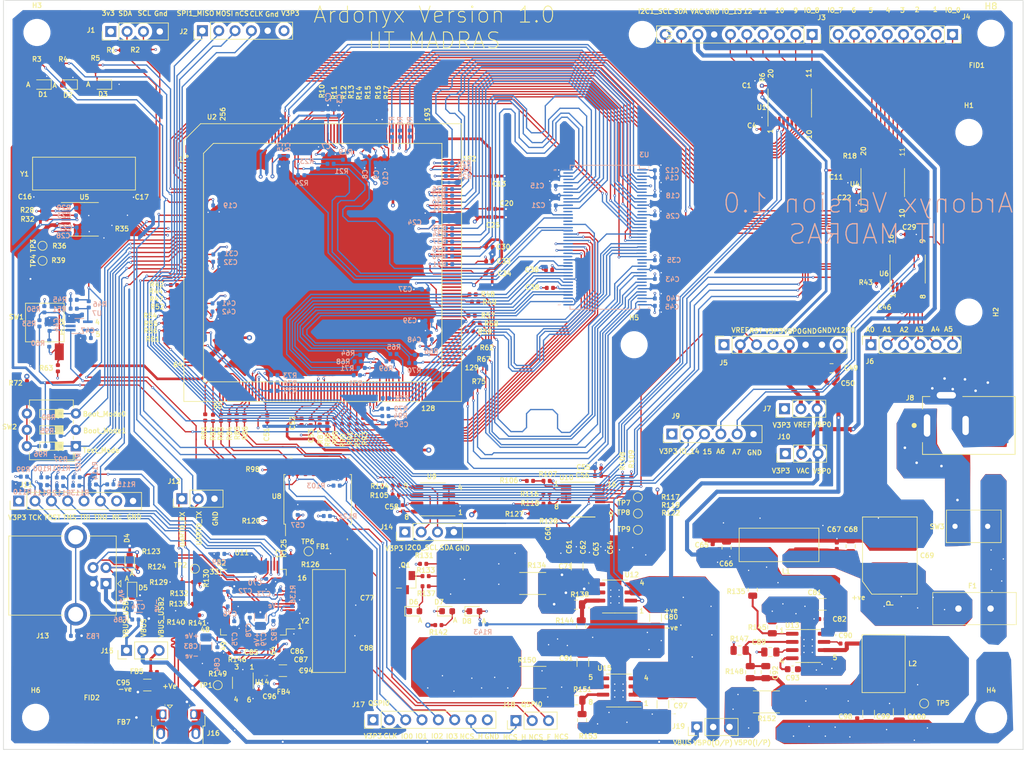
<source format=kicad_pcb>
(kicad_pcb (version 20171130) (host pcbnew 5.1.6-c6e7f7d~87~ubuntu16.04.1)
  (title_block (title Aardonyx) (rev v1.0) (comment 4 "Author:G Nambirajan"))
  (layers (0 F.Cu signal) (1 In1.Cu power hide) (2 In2.Cu signal hide) (31 B.Cu signal) (34 B.Paste user) (35 F.Paste user) (36 B.SilkS user) (37 F.SilkS user) (38 B.Mask user) (39 F.Mask user) (44 Edge.Cuts user))
  (net 0 "")
  (net 1 GND)
  (net 2 /arduino_header/RESET_AH)
  (net 3 "Net-(C91-Pad1)")
  (net 4 "Net-(D3-Pad2)")
  (net 5 "Net-(D6-Pad2)")
  (net 6 "Net-(D7-Pad2)")
  (net 7 "Net-(D8-Pad2)")
  (net 8 "Net-(F1-Pad2)")
  (net 9 GNDA)
  (net 10 /ftdi/TRST)
  (net 11 /ftdi/TMS)
  (net 12 /soc/TD0)
  (net 13 /ftdi/TDI)
  (net 14 /ftdi/TCK)
  (net 15 /ftdi/UART0_RX)
  (net 16 "Net-(J5-Pad1)")
  (net 17 /arduino_header/I2C0_SCL)
  (net 18 /arduino_header/QSPI0_NCS_H)
  (net 19 /arduino_header/QSPI0_NCS_F)
  (net 20 /arduino_header/QSPI0_NCS)
  (net 21 /arduino_header/QSPI0_CLK)
  (net 22 /arduino_header/QSPI0_IO0)
  (net 23 /arduino_header/QSPI0_IO2)
  (net 24 /arduino_header/QSPI0_IO3)
  (net 25 /arduino_header/SPI1_CLK)
  (net 26 /arduino_header/SPI1_MISO)
  (net 27 /arduino_header/SPI1_MOSI)
  (net 28 /arduino_header/A7)
  (net 29 /arduino_header/IO_14)
  (net 30 /arduino_header/IO_15)
  (net 31 /arduino_header/A0)
  (net 32 /arduino_header/A1)
  (net 33 /arduino_header/A2)
  (net 34 /arduino_header/A3)
  (net 35 /arduino_header/A4)
  (net 36 /arduino_header/A5)
  (net 37 /arduino_header/AH_I2C1_SCL)
  (net 38 /arduino_header/AH_I2C1_SDA)
  (net 39 /arduino_header/AH_IO_13)
  (net 40 /arduino_header/AH_IO_12)
  (net 41 /arduino_header/AH_IO_11)
  (net 42 /arduino_header/AH_IO_10)
  (net 43 /arduino_header/AH_IO_9)
  (net 44 /arduino_header/AH_IO_8)
  (net 45 /arduino_header/AH_IO_7)
  (net 46 /arduino_header/AH_IO_6)
  (net 47 /arduino_header/AH_IO_5)
  (net 48 /arduino_header/AH_IO_4)
  (net 49 /arduino_header/AH_IO_3)
  (net 50 /arduino_header/AH_IO_2)
  (net 51 /arduino_header/AH_IO_1)
  (net 52 /arduino_header/AH_IO_0)
  (net 53 /power_2/V18_EN)
  (net 54 "Net-(Q1-Pad1)")
  (net 55 /ftdi/FT_RESET)
  (net 56 "Net-(R22-Pad2)")
  (net 57 /sdram/CLK)
  (net 58 "Net-(R25-Pad2)")
  (net 59 "Net-(R26-Pad2)")
  (net 60 /arduino_header/SPI0_nCS)
  (net 61 "Net-(R36-Pad2)")
  (net 62 "Net-(R37-Pad2)")
  (net 63 /arduino_header/IO_13)
  (net 64 /power_2/RESET_ASIC)
  (net 65 /ftdi/PWRSAV)
  (net 66 /arduino_header/SPI0_CLK)
  (net 67 /arduino_header/SPI0_MISO)
  (net 68 /arduino_header/SPI0_MOSI)
  (net 69 "Net-(R60-Pad1)")
  (net 70 "Net-(R61-Pad1)")
  (net 71 /sdram/SDRAM_A0)
  (net 72 /sdram/SDRAM_A1)
  (net 73 /sdram/SDRAM_A2)
  (net 74 /sdram/SDRAM_A3)
  (net 75 /sdram/SDRAM_A4)
  (net 76 /sdram/SDRAM_A5)
  (net 77 /sdram/SDRAM_A6)
  (net 78 /sdram/SDRAM_A7)
  (net 79 /sdram/SDRAM_A8)
  (net 80 "Net-(R73-Pad1)")
  (net 81 /sdram/SDRAM_A9)
  (net 82 /sdram/SDRAM_A10)
  (net 83 "Net-(R76-Pad1)")
  (net 84 /sdram/SDRAM_A11)
  (net 85 "Net-(R77-Pad1)")
  (net 86 /sdram/SDRAM_A12)
  (net 87 /sdram/SDRAM_DQM0)
  (net 88 "Net-(R78-Pad1)")
  (net 89 "Net-(R79-Pad1)")
  (net 90 /sdram/SDRAM_DQM1)
  (net 91 /sdram/SDRAM_DQM2)
  (net 92 /sdram/SDRAM_DQM3)
  (net 93 /sdram/SDRAM_BA0)
  (net 94 /sdram/SDRAM_BA1)
  (net 95 /sdram/SDRAM_CS)
  (net 96 /sdram/SDRAM_RAS)
  (net 97 /sdram/SDRAM_CAS)
  (net 98 /sdram/SDRAM_WE)
  (net 99 "Net-(R87-Pad1)")
  (net 100 "Net-(R88-Pad1)")
  (net 101 /sdram/SDRAM_CLK)
  (net 102 /sdram/SDRAM_CKE)
  (net 103 "Net-(R89-Pad1)")
  (net 104 /sdram/SDRAM_D0)
  (net 105 /sdram/SDRAM_D1)
  (net 106 /sdram/SDRAM_D2)
  (net 107 /sdram/SDRAM_D3)
  (net 108 /sdram/SDRAM_D4)
  (net 109 /sdram/SDRAM_D5)
  (net 110 /sdram/SDRAM_D6)
  (net 111 /sdram/SDRAM_D7)
  (net 112 /sdram/SDRAM_D8)
  (net 113 /sdram/SDRAM_D9)
  (net 114 /sdram/SDRAM_D10)
  (net 115 /sdram/SDRAM_D11)
  (net 116 /sdram/SDRAM_D12)
  (net 117 /sdram/SDRAM_D13)
  (net 118 /sdram/SDRAM_D14)
  (net 119 /sdram/SDRAM_D15)
  (net 120 /sdram/SDRAM_D16)
  (net 121 /sdram/SDRAM_D17)
  (net 122 /sdram/SDRAM_D18)
  (net 123 /sdram/SDRAM_D19)
  (net 124 /sdram/SDRAM_D20)
  (net 125 /sdram/SDRAM_D21)
  (net 126 /sdram/SDRAM_D22)
  (net 127 /sdram/SDRAM_D23)
  (net 128 /sdram/SDRAM_D24)
  (net 129 /sdram/SDRAM_D25)
  (net 130 /sdram/SDRAM_D26)
  (net 131 /sdram/SDRAM_D27)
  (net 132 /sdram/SDRAM_D28)
  (net 133 /sdram/SDRAM_D29)
  (net 134 /sdram/SDRAM_D30)
  (net 135 /sdram/SDRAM_D31)
  (net 136 /soc/TEST_MODE)
  (net 137 /soc/BOOT_MODE1)
  (net 138 /soc/BOOT_MODE0)
  (net 139 "Net-(TP1-Pad1)")
  (net 140 "Net-(TP2-Pad1)")
  (net 141 "Net-(U2-Pad57)")
  (net 142 /arduino_header/IO_0)
  (net 143 /arduino_header/IO_1)
  (net 144 /arduino_header/IO_2)
  (net 145 /arduino_header/IO_3)
  (net 146 /arduino_header/IO_4)
  (net 147 /arduino_header/IO_5)
  (net 148 /arduino_header/IO_6)
  (net 149 /arduino_header/IO_7)
  (net 150 /arduino_header/I2C1_SDA)
  (net 151 /arduino_header/I2C1_SCL)
  (net 152 /arduino_header/IO_12)
  (net 153 /arduino_header/IO_11)
  (net 154 /arduino_header/IO_10)
  (net 155 /arduino_header/IO_9)
  (net 156 /arduino_header/IO_8)
  (net 157 /ftdi/UART0_TX)
  (net 158 V3P3)
  (net 159 V5P0)
  (net 160 V1P8)
  (net 161 /arduino_header/I2C0_SDA)
  (net 162 "Net-(C62-Pad1)")
  (net 163 "Net-(FB7-Pad2)")
  (net 164 /arduino_header/SPI1_nCS)
  (net 165 "Net-(C95-Pad1)")
  (net 166 /RESET)
  (net 167 /power_2/V3P3_MON)
  (net 168 /power_2/V1P8_MON)
  (net 169 /power_2/UP_DOWN#)
  (net 170 /power_2/OUT3)
  (net 171 /power_2/OUT4)
  (net 172 /power_2/PWR_GOOD)
  (net 173 VCORE_FTDI)
  (net 174 VCC5V)
  (net 175 VBUS_USB2)
  (net 176 VBUS_USB1)
  (net 177 V12P0)
  (net 178 VAC)
  (net 179 VREF_AH)
  (net 180 VBUS)
  (net 181 /arduino_header/QSPI0_IO1)
  (net 182 /arduino_header/A6)
  (net 183 /ftdi/USB_D+)
  (net 184 /ftdi/USB_D-)
  (net 185 /ftdi/D+)
  (net 186 /ftdi/D-)
  (net 187 "Net-(C16-Pad1)")
  (net 188 "Net-(C17-Pad1)")
  (net 189 "Net-(C60-Pad1)")
  (net 190 "Net-(C61-Pad1)")
  (net 191 "Net-(C63-Pad1)")
  (net 192 "Net-(C67-Pad1)")
  (net 193 "Net-(C71-Pad1)")
  (net 194 "Net-(C74-Pad1)")
  (net 195 "Net-(C77-Pad1)")
  (net 196 "Net-(C78-Pad1)")
  (net 197 "Net-(C87-Pad1)")
  (net 198 "Net-(C88-Pad1)")
  (net 199 "Net-(C89-Pad1)")
  (net 200 "Net-(C90-Pad2)")
  (net 201 "Net-(C90-Pad1)")
  (net 202 "Net-(C92-Pad2)")
  (net 203 "Net-(C93-Pad1)")
  (net 204 "Net-(D1-Pad2)")
  (net 205 "Net-(D2-Pad2)")
  (net 206 "Net-(D6-Pad1)")
  (net 207 "Net-(FB3-Pad1)")
  (net 208 "Net-(J1-Pad3)")
  (net 209 "Net-(J1-Pad2)")
  (net 210 "Net-(J8-Pad1)")
  (net 211 "Net-(J11-Pad7)")
  (net 212 "Net-(J16-Pad4)")
  (net 213 "Net-(J19-Pad3)")
  (net 214 "Net-(R6-Pad2)")
  (net 215 "Net-(R7-Pad2)")
  (net 216 "Net-(R8-Pad2)")
  (net 217 "Net-(R9-Pad2)")
  (net 218 "Net-(R10-Pad1)")
  (net 219 "Net-(R11-Pad1)")
  (net 220 "Net-(R12-Pad1)")
  (net 221 "Net-(R13-Pad1)")
  (net 222 "Net-(R14-Pad1)")
  (net 223 "Net-(R15-Pad1)")
  (net 224 "Net-(R16-Pad1)")
  (net 225 "Net-(R17-Pad1)")
  (net 226 "Net-(R18-Pad2)")
  (net 227 "Net-(R19-Pad1)")
  (net 228 "Net-(R20-Pad2)")
  (net 229 "Net-(R21-Pad1)")
  (net 230 "Net-(R23-Pad1)")
  (net 231 "Net-(R24-Pad1)")
  (net 232 "Net-(R27-Pad2)")
  (net 233 "Net-(R28-Pad2)")
  (net 234 "Net-(R30-Pad2)")
  (net 235 "Net-(R31-Pad2)")
  (net 236 "Net-(R32-Pad2)")
  (net 237 "Net-(R33-Pad2)")
  (net 238 "Net-(R34-Pad2)")
  (net 239 "Net-(R35-Pad2)")
  (net 240 "Net-(R36-Pad1)")
  (net 241 "Net-(R38-Pad2)")
  (net 242 "Net-(R39-Pad2)")
  (net 243 "Net-(R39-Pad1)")
  (net 244 "Net-(R40-Pad2)")
  (net 245 "Net-(R41-Pad2)")
  (net 246 "Net-(R42-Pad1)")
  (net 247 "Net-(R44-Pad1)")
  (net 248 "Net-(R46-Pad1)")
  (net 249 "Net-(R47-Pad1)")
  (net 250 "Net-(R48-Pad2)")
  (net 251 "Net-(R49-Pad2)")
  (net 252 "Net-(R50-Pad2)")
  (net 253 "Net-(R52-Pad1)")
  (net 254 "Net-(R54-Pad1)")
  (net 255 "Net-(R55-Pad1)")
  (net 256 "Net-(R56-Pad1)")
  (net 257 "Net-(R57-Pad2)")
  (net 258 "Net-(R58-Pad2)")
  (net 259 "Net-(R59-Pad2)")
  (net 260 "Net-(R62-Pad2)")
  (net 261 "Net-(R64-Pad2)")
  (net 262 "Net-(R65-Pad2)")
  (net 263 "Net-(R66-Pad2)")
  (net 264 "Net-(R67-Pad2)")
  (net 265 "Net-(R68-Pad2)")
  (net 266 "Net-(R69-Pad2)")
  (net 267 "Net-(R70-Pad2)")
  (net 268 "Net-(R71-Pad2)")
  (net 269 "Net-(R72-Pad2)")
  (net 270 "Net-(R74-Pad2)")
  (net 271 "Net-(R75-Pad2)")
  (net 272 "Net-(R81-Pad2)")
  (net 273 "Net-(R82-Pad2)")
  (net 274 "Net-(R83-Pad2)")
  (net 275 "Net-(R84-Pad2)")
  (net 276 "Net-(R85-Pad2)")
  (net 277 "Net-(R86-Pad2)")
  (net 278 "Net-(R90-Pad1)")
  (net 279 "Net-(R91-Pad1)")
  (net 280 "Net-(R92-Pad1)")
  (net 281 "Net-(R93-Pad1)")
  (net 282 "Net-(R94-Pad1)")
  (net 283 "Net-(R132-Pad1)")
  (net 284 "Net-(R135-Pad2)")
  (net 285 "Net-(R136-Pad1)")
  (net 286 "Net-(R138-Pad2)")
  (net 287 "Net-(R139-Pad1)")
  (net 288 "Net-(R151-Pad2)")
  (net 289 "Net-(U2-Pad256)")
  (net 290 "Net-(U2-Pad255)")
  (net 291 "Net-(U2-Pad254)")
  (net 292 "Net-(U2-Pad252)")
  (net 293 "Net-(U2-Pad251)")
  (net 294 "Net-(U2-Pad248)")
  (net 295 "Net-(U2-Pad247)")
  (net 296 "Net-(U2-Pad246)")
  (net 297 "Net-(U2-Pad244)")
  (net 298 "Net-(U2-Pad242)")
  (net 299 "Net-(U2-Pad228)")
  (net 300 "Net-(U2-Pad221)")
  (net 301 "Net-(U2-Pad220)")
  (net 302 "Net-(U2-Pad218)")
  (net 303 "Net-(U2-Pad217)")
  (net 304 "Net-(U2-Pad216)")
  (net 305 "Net-(U2-Pad209)")
  (net 306 "Net-(U2-Pad204)")
  (net 307 "Net-(U2-Pad202)")
  (net 308 "Net-(U2-Pad200)")
  (net 309 "Net-(U2-Pad198)")
  (net 310 "Net-(U2-Pad197)")
  (net 311 "Net-(U2-Pad196)")
  (net 312 "Net-(U2-Pad195)")
  (net 313 "Net-(U2-Pad194)")
  (net 314 "Net-(U2-Pad193)")
  (net 315 "Net-(U2-Pad192)")
  (net 316 "Net-(U2-Pad188)")
  (net 317 "Net-(U2-Pad186)")
  (net 318 "Net-(U2-Pad185)")
  (net 319 "Net-(U2-Pad184)")
  (net 320 "Net-(U2-Pad181)")
  (net 321 "Net-(U2-Pad180)")
  (net 322 "Net-(U2-Pad172)")
  (net 323 "Net-(U2-Pad170)")
  (net 324 "Net-(U2-Pad168)")
  (net 325 "Net-(U2-Pad166)")
  (net 326 "Net-(U2-Pad162)")
  (net 327 "Net-(U2-Pad156)")
  (net 328 "Net-(U2-Pad155)")
  (net 329 "Net-(U2-Pad154)")
  (net 330 "Net-(U2-Pad153)")
  (net 331 "Net-(U2-Pad152)")
  (net 332 "Net-(U2-Pad151)")
  (net 333 "Net-(U2-Pad148)")
  (net 334 "Net-(U2-Pad145)")
  (net 335 "Net-(U2-Pad142)")
  (net 336 "Net-(U2-Pad141)")
  (net 337 "Net-(U2-Pad138)")
  (net 338 "Net-(U2-Pad136)")
  (net 339 "Net-(U2-Pad135)")
  (net 340 "Net-(U2-Pad132)")
  (net 341 "Net-(U2-Pad128)")
  (net 342 "Net-(U2-Pad127)")
  (net 343 "Net-(U2-Pad126)")
  (net 344 "Net-(U2-Pad125)")
  (net 345 "Net-(U2-Pad124)")
  (net 346 "Net-(U2-Pad123)")
  (net 347 "Net-(U2-Pad122)")
  (net 348 "Net-(U2-Pad119)")
  (net 349 "Net-(U2-Pad115)")
  (net 350 "Net-(U2-Pad107)")
  (net 351 "Net-(U2-Pad100)")
  (net 352 "Net-(U2-Pad99)")
  (net 353 "Net-(U2-Pad98)")
  (net 354 "Net-(U2-Pad93)")
  (net 355 "Net-(U2-Pad92)")
  (net 356 "Net-(U2-Pad91)")
  (net 357 "Net-(U2-Pad90)")
  (net 358 "Net-(U2-Pad89)")
  (net 359 "Net-(U2-Pad88)")
  (net 360 "Net-(U2-Pad87)")
  (net 361 "Net-(U2-Pad86)")
  (net 362 "Net-(U2-Pad85)")
  (net 363 "Net-(U2-Pad84)")
  (net 364 "Net-(U2-Pad83)")
  (net 365 "Net-(U2-Pad82)")
  (net 366 "Net-(U2-Pad81)")
  (net 367 "Net-(U2-Pad78)")
  (net 368 "Net-(U2-Pad69)")
  (net 369 "Net-(U2-Pad68)")
  (net 370 "Net-(U2-Pad67)")
  (net 371 "Net-(U2-Pad65)")
  (net 372 "Net-(U2-Pad64)")
  (net 373 "Net-(U2-Pad63)")
  (net 374 "Net-(U2-Pad62)")
  (net 375 "Net-(U2-Pad61)")
  (net 376 "Net-(U2-Pad60)")
  (net 377 "Net-(U2-Pad59)")
  (net 378 "Net-(U2-Pad56)")
  (net 379 "Net-(U2-Pad55)")
  (net 380 "Net-(U2-Pad52)")
  (net 381 "Net-(U2-Pad43)")
  (net 382 "Net-(U2-Pad39)")
  (net 383 "Net-(U2-Pad22)")
  (net 384 "Net-(U2-Pad21)")
  (net 385 "Net-(U2-Pad19)")
  (net 386 "Net-(U2-Pad17)")
  (net 387 "Net-(U2-Pad13)")
  (net 388 "Net-(U2-Pad12)")
  (net 389 "Net-(U2-Pad9)")
  (net 390 "Net-(U2-Pad7)")
  (net 391 "Net-(U2-Pad6)")
  (net 392 "Net-(U2-Pad4)")
  (net 393 "Net-(U2-Pad1)")
  (net 394 "Net-(U2-Pad3)")
  (net 395 "Net-(U3-Pad14)")
  (net 396 "Net-(U3-Pad30)")
  (net 397 "Net-(U3-Pad57)")
  (net 398 "Net-(U3-Pad70)")
  (net 399 "Net-(U3-Pad73)")
  (net 400 "Net-(U8-Pad14)")
  (net 401 "Net-(U8-Pad13)")
  (net 402 "Net-(U8-Pad12)")
  (net 403 "Net-(U8-Pad11)")
  (net 404 "Net-(U8-Pad6)")
  (net 405 "Net-(U8-Pad5)")
  (net 406 "Net-(U8-Pad4)")
  (net 407 "Net-(U8-Pad3)")
  (net 408 "Net-(U9-Pad1)")
  (net 409 "Net-(U11-Pad63)")
  (net 410 "Net-(U11-Pad62)")
  (net 411 "Net-(U11-Pad61)")
  (net 412 "Net-(U11-Pad58)")
  (net 413 "Net-(U11-Pad57)")
  (net 414 "Net-(U11-Pad55)")
  (net 415 "Net-(U11-Pad54)")
  (net 416 "Net-(U11-Pad53)")
  (net 417 "Net-(U11-Pad52)")
  (net 418 "Net-(U11-Pad48)")
  (net 419 "Net-(U11-Pad46)")
  (net 420 "Net-(U11-Pad45)")
  (net 421 "Net-(U11-Pad44)")
  (net 422 "Net-(U11-Pad43)")
  (net 423 "Net-(U11-Pad41)")
  (net 424 "Net-(U11-Pad40)")
  (net 425 "Net-(U11-Pad34)")
  (net 426 "Net-(U11-Pad33)")
  (net 427 "Net-(U11-Pad32)")
  (net 428 "Net-(U11-Pad30)")
  (net 429 "Net-(U11-Pad29)")
  (net 430 "Net-(U11-Pad28)")
  (net 431 "Net-(U11-Pad27)")
  (net 432 "Net-(U11-Pad26)")
  (net 433 "Net-(U11-Pad24)")
  (net 434 "Net-(U11-Pad23)")
  (net 435 "Net-(U11-Pad21)")
  (module Aardonyx:Crystal_SMD_ROHS_CSM_7XDN_HandSoldering (layer F.Cu) (at 135.636 72.644 180)
    (fp_text reference Y1 (at 9.2498 -0.0566) (layer F.SilkS) (effects (font (size 0.75 0.75))))
    (fp_text value 27MHz)
    (pad 2 smd rect (at 4.75 0 180) (size 5.5 2) (layers F.Cu F.Paste F.Mask) (net 187 "Net-(C16-Pad1)"))
    (pad 1 smd rect (at -4.75 0 180) (size 5.5 2) (layers F.Cu F.Paste F.Mask) (net 188 "Net-(C17-Pad1)"))
  )
  (module Aardonyx:Crystal_SMD_ROHS_CSM_7XDN_HandSoldering (layer F.Cu) (at 173.736 142.24 90)
    (fp_text reference Y2 (at 0.0194 -3.7298 180) (layer F.SilkS) (effects (font (size 0.75 0.75))))
    (fp_text value 12MHz)
    (pad 2 smd rect (at 4.75 0 90) (size 5.5 2) (layers F.Cu F.Paste F.Mask) (net 195 "Net-(C77-Pad1)"))
    (pad 1 smd rect (at -4.75 0 90) (size 5.5 2) (layers F.Cu F.Paste F.Mask) (net 198 "Net-(C88-Pad1)"))
  )
  (module Aardonyx:CP_EIA-2924_tcn4227_Pad6.1x7.3mm (layer F.Cu) (at 260.985 132.055 90)
    (fp_text reference C69 (at 0.0004 5.7912 180) (layer F.SilkS) (effects (font (size 0.75 0.75))))
    (fp_text value 220UF,2924)
    (fp_text user P (at -7.4356 0.0512 90) (layer F.SilkS))
    (pad 1 smd roundrect (at -3.05 0 90) (size 4 6) (layers F.Cu F.Paste F.Mask) (roundrect_rratio 0.09300000000000001) (net 192 "Net-(C67-Pad1)"))
    (pad 2 smd roundrect (at 3.05 0 90) (size 4 6) (layers F.Cu F.Paste F.Mask) (roundrect_rratio 0.09300000000000001) (net 1 GND))
  )
  (module Aardonyx:SW_toggle_spst_2.54mm (layer F.Cu) (at 271.1196 127.508 90)
    (fp_text reference SW3 (at -0.042 -2.7834 180) (layer F.SilkS) (effects (font (size 0.75 0.75))))
    (fp_text value SW_SPST)
    (pad 3 thru_hole circle (at 0 5.08 90) (size 1.524 1.524) (drill 0.8128) (layers *.Cu *.Mask) (net 8 "Net-(F1-Pad2)"))
    (pad 1 thru_hole rect (at 0 0 90) (size 1.524 1.524) (drill 0.8128) (layers *.Cu *.Mask) (net 210 "Net-(J8-Pad1)"))
  )
  (module Aardonyx:vishay_ptccl_d12.5mm_w4mm (layer F.Cu) (at 271.653 140.3096)
    (fp_text reference F1 (at 2.1932 -3.539) (layer F.SilkS) (effects (font (size 0.75 0.75))))
    (fp_text value PTCCL13H921DBE)
    (pad 1 thru_hole circle (at 0 0) (size 2.2 2.2) (drill 1) (layers *.Cu *.Mask) (net 192 "Net-(C67-Pad1)"))
    (pad 2 thru_hole circle (at 5 0) (size 2.2 2.2) (drill 1) (layers *.Cu *.Mask) (net 8 "Net-(F1-Pad2)"))
  )
  (module Connector_PinHeader_2.54mm:PinHeader_1x04_P2.54mm_Vertical (layer F.Cu) (at 185.547 128.397 90)
    (fp_text reference J14 (at 0.7864 -2.8508 180) (layer F.SilkS) (effects (font (size 0.75 0.75))))
    (fp_text value Conn_1x4)
    (pad 1 thru_hole rect (at 0 0 90) (size 1.7 1.7) (drill 1) (layers *.Cu *.Mask) (net 158 V3P3))
    (pad 2 thru_hole oval (at 0 2.54 90) (size 1.7 1.7) (drill 1) (layers *.Cu *.Mask) (net 17 /arduino_header/I2C0_SCL))
    (pad 3 thru_hole oval (at 0 5.08 90) (size 1.7 1.7) (drill 1) (layers *.Cu *.Mask) (net 161 /arduino_header/I2C0_SDA))
    (pad 4 thru_hole oval (at 0 7.62 90) (size 1.7 1.7) (drill 1) (layers *.Cu *.Mask) (net 1 GND))
  )
  (module Capacitor_SMD:C_0402_1005Metric (layer B.Cu) (at 182.5752 111.4806)
    (fp_text reference C54 (at 2.431 0.19 180) (layer B.SilkS) (effects (font (size 0.75 0.75)) (justify mirror)))
    (fp_text value 0.1UF,0402)
    (pad 1 smd roundrect (at -0.485 0) (size 0.59 0.64) (layers B.Cu B.Paste B.Mask) (net 160 V1P8))
    (pad 2 smd roundrect (at 0.485 0) (size 0.59 0.64) (layers B.Cu B.Paste B.Mask) (net 1 GND))
  )
  (module Aardonyx:CUI_PJ-202AH (layer F.Cu) (at 273.2662 111.8206)
    (fp_text reference J8 (at -9.1458 -4.2804) (layer F.SilkS) (effects (font (size 0.75 0.75))))
    (fp_text value "PJ-202H PWRJACK")
    (pad 1 thru_hole oval (at -6.5 0) (size 2.5 5) (drill oval 1 3.5) (layers *.Cu *.Mask) (net 210 "Net-(J8-Pad1)"))
    (pad 2 thru_hole oval (at -0.5 0) (size 2.25 4.5) (drill oval 1 3) (layers *.Cu *.Mask) (net 1 GND))
    (pad 3 thru_hole oval (at -3.5 -4.7) (size 4.5 2.25) (drill oval 3 1) (layers *.Cu *.Mask) (net 1 GND))
  )
  (module Aardonyx:TSSOP-II-86_10.16x22.2mm_P0.5mm (layer B.Cu) (at 216.677 82.55 180)
    (fp_text reference U3 (at -6.1092 12.8394 180) (layer B.SilkS) (effects (font (size 0.75 0.75)) (justify mirror)))
    (fp_text value IS42S32160F-TSOP2)
    (pad 86 smd roundrect (at 5.08 10.5 180) (size 1.4 0.22) (drill (offset 0.7 0)) (layers B.Cu B.Paste B.Mask) (net 1 GND))
    (pad 85 smd roundrect (at 5.08 10 180) (size 1.4 0.22) (drill (offset 0.7 0)) (layers B.Cu B.Paste B.Mask) (net 119 /sdram/SDRAM_D15))
    (pad 84 smd roundrect (at 5.08 9.5 180) (size 1.4 0.22) (drill (offset 0.7 0)) (layers B.Cu B.Paste B.Mask) (net 1 GND))
    (pad 43 smd roundrect (at -5.08 -10.5 180) (size 1.4 0.22) (drill (offset -0.7 0)) (layers B.Cu B.Paste B.Mask) (net 158 V3P3))
    (pad 42 smd roundrect (at -5.08 -10 180) (size 1.4 0.22) (drill (offset -0.7 0)) (layers B.Cu B.Paste B.Mask) (net 127 /sdram/SDRAM_D23))
    (pad 41 smd roundrect (at -5.08 -9.5 180) (size 1.4 0.22) (drill (offset -0.7 0)) (layers B.Cu B.Paste B.Mask) (net 158 V3P3))
    (pad 83 smd roundrect (at 5.08 9 180) (size 1.4 0.22) (drill (offset 0.7 0)) (layers B.Cu B.Paste B.Mask) (net 118 /sdram/SDRAM_D14))
    (pad 82 smd roundrect (at 5.08 8.5 180) (size 1.4 0.22) (drill (offset 0.7 0)) (layers B.Cu B.Paste B.Mask) (net 117 /sdram/SDRAM_D13))
    (pad 81 smd roundrect (at 5.08 8 180) (size 1.4 0.22) (drill (offset 0.7 0)) (layers B.Cu B.Paste B.Mask) (net 158 V3P3))
    (pad 80 smd roundrect (at 5.08 7.5 180) (size 1.4 0.22) (drill (offset 0.7 0)) (layers B.Cu B.Paste B.Mask) (net 116 /sdram/SDRAM_D12))
    (pad 79 smd roundrect (at 5.08 7 180) (size 1.4 0.22) (drill (offset 0.7 0)) (layers B.Cu B.Paste B.Mask) (net 115 /sdram/SDRAM_D11))
    (pad 78 smd roundrect (at 5.08 6.5 180) (size 1.4 0.22) (drill (offset 0.7 0)) (layers B.Cu B.Paste B.Mask) (net 1 GND))
    (pad 77 smd roundrect (at 5.08 6 180) (size 1.4 0.22) (drill (offset 0.7 0)) (layers B.Cu B.Paste B.Mask) (net 114 /sdram/SDRAM_D10))
    (pad 76 smd roundrect (at 5.08 5.5 180) (size 1.4 0.22) (drill (offset 0.7 0)) (layers B.Cu B.Paste B.Mask) (net 113 /sdram/SDRAM_D9))
    (pad 75 smd roundrect (at 5.08 5 180) (size 1.4 0.22) (drill (offset 0.7 0)) (layers B.Cu B.Paste B.Mask) (net 158 V3P3))
    (pad 74 smd roundrect (at 5.08 4.5 180) (size 1.475 0.22) (drill (offset 0.7 0)) (layers B.Cu B.Paste B.Mask) (net 112 /sdram/SDRAM_D8))
    (pad 73 smd roundrect (at 5.08 4 180) (size 1.4 0.22) (drill (offset 0.7 0)) (layers B.Cu B.Paste B.Mask) (net 399 "Net-(U3-Pad73)"))
    (pad 72 smd roundrect (at 5.08 3.5 180) (size 1.4 0.22) (drill (offset 0.7 0)) (layers B.Cu B.Paste B.Mask) (net 1 GND))
    (pad 71 smd roundrect (at 5.08 3 180) (size 1.4 0.22) (drill (offset 0.7 0)) (layers B.Cu B.Paste B.Mask) (net 90 /sdram/SDRAM_DQM1))
    (pad 70 smd roundrect (at 5.08 2.5 180) (size 1.4 0.22) (drill (offset 0.7 0)) (layers B.Cu B.Paste B.Mask) (net 398 "Net-(U3-Pad70)"))
    (pad 69 smd roundrect (at 5.08 2 180) (size 1.4 0.22) (drill (offset 0.7 0)) (layers B.Cu B.Paste B.Mask) (net 86 /sdram/SDRAM_A12))
    (pad 68 smd roundrect (at 5.08 1.5 180) (size 1.4 0.22) (drill (offset 0.7 0)) (layers B.Cu B.Paste B.Mask) (net 101 /sdram/SDRAM_CLK))
    (pad 67 smd roundrect (at 5.08 1 180) (size 1.4 0.22) (drill (offset 0.7 0)) (layers B.Cu B.Paste B.Mask) (net 102 /sdram/SDRAM_CKE))
    (pad 66 smd roundrect (at 5.08 0.5 180) (size 1.4 0.22) (drill (offset 0.7 0)) (layers B.Cu B.Paste B.Mask) (net 81 /sdram/SDRAM_A9))
    (pad 65 smd roundrect (at 5.08 0 180) (size 1.4 0.22) (drill (offset 0.7 0)) (layers B.Cu B.Paste B.Mask) (net 79 /sdram/SDRAM_A8))
    (pad 64 smd roundrect (at 5.08 -0.5 180) (size 1.4 0.22) (drill (offset 0.7 0)) (layers B.Cu B.Paste B.Mask) (net 78 /sdram/SDRAM_A7))
    (pad 63 smd roundrect (at 5.08 -1 180) (size 1.4 0.22) (drill (offset 0.7 0)) (layers B.Cu B.Paste B.Mask) (net 77 /sdram/SDRAM_A6))
    (pad 62 smd roundrect (at 5.08 -1.5 180) (size 1.4 0.22) (drill (offset 0.7 0)) (layers B.Cu B.Paste B.Mask) (net 76 /sdram/SDRAM_A5))
    (pad 61 smd roundrect (at 5.08 -2 180) (size 1.4 0.22) (drill (offset 0.7 0)) (layers B.Cu B.Paste B.Mask) (net 75 /sdram/SDRAM_A4))
    (pad 60 smd roundrect (at 5.08 -2.5 180) (size 1.4 0.22) (drill (offset 0.7 0)) (layers B.Cu B.Paste B.Mask) (net 74 /sdram/SDRAM_A3))
    (pad 59 smd roundrect (at 5.08 -3 180) (size 1.4 0.22) (drill (offset 0.7 0)) (layers B.Cu B.Paste B.Mask) (net 92 /sdram/SDRAM_DQM3))
    (pad 58 smd roundrect (at 5.08 -3.5 180) (size 1.4 0.22) (drill (offset 0.7 0)) (layers B.Cu B.Paste B.Mask) (net 1 GND))
    (pad 57 smd roundrect (at 5.08 -4 180) (size 1.4 0.22) (drill (offset 0.7 0)) (layers B.Cu B.Paste B.Mask) (net 397 "Net-(U3-Pad57)"))
    (pad 56 smd roundrect (at 5.08 -4.5 180) (size 1.4 0.22) (drill (offset 0.7 0)) (layers B.Cu B.Paste B.Mask) (net 135 /sdram/SDRAM_D31))
    (pad 55 smd roundrect (at 5.08 -5 180) (size 1.4 0.22) (drill (offset 0.7 0)) (layers B.Cu B.Paste B.Mask) (net 158 V3P3))
    (pad 54 smd roundrect (at 5.08 -5.5 180) (size 1.4 0.22) (drill (offset 0.7 0)) (layers B.Cu B.Paste B.Mask) (net 134 /sdram/SDRAM_D30))
    (pad 53 smd roundrect (at 5.08 -6 180) (size 1.4 0.22) (drill (offset 0.7 0)) (layers B.Cu B.Paste B.Mask) (net 133 /sdram/SDRAM_D29))
    (pad 52 smd roundrect (at 5.08 -6.5 180) (size 1.4 0.22) (drill (offset 0.7 0)) (layers B.Cu B.Paste B.Mask) (net 1 GND))
    (pad 51 smd roundrect (at 5.08 -7 180) (size 1.4 0.22) (drill (offset 0.7 0)) (layers B.Cu B.Paste B.Mask) (net 132 /sdram/SDRAM_D28))
    (pad 50 smd roundrect (at 5.08 -7.5 180) (size 1.4 0.22) (drill (offset 0.7 0)) (layers B.Cu B.Paste B.Mask) (net 131 /sdram/SDRAM_D27))
    (pad 49 smd roundrect (at 5.08 -8 180) (size 1.4 0.22) (drill (offset 0.7 0)) (layers B.Cu B.Paste B.Mask) (net 158 V3P3))
    (pad 48 smd roundrect (at 5.08 -8.5 180) (size 1.4 0.22) (drill (offset 0.7 0)) (layers B.Cu B.Paste B.Mask) (net 130 /sdram/SDRAM_D26))
    (pad 47 smd roundrect (at 5.08 -9 180) (size 1.4 0.22) (drill (offset 0.7 0)) (layers B.Cu B.Paste B.Mask) (net 129 /sdram/SDRAM_D25))
    (pad 46 smd roundrect (at 5.08 -9.5 180) (size 1.4 0.22) (drill (offset 0.7 0)) (layers B.Cu B.Paste B.Mask) (net 1 GND))
    (pad 45 smd roundrect (at 5.08 -10 180) (size 1.4 0.22) (drill (offset 0.7 0)) (layers B.Cu B.Paste B.Mask) (net 128 /sdram/SDRAM_D24))
    (pad 44 smd roundrect (at 5.08 -10.5 180) (size 1.4 0.22) (drill (offset 0.7 0)) (layers B.Cu B.Paste B.Mask) (net 1 GND))
    (pad 40 smd roundrect (at -5.08 -9 180) (size 1.4 0.22) (drill (offset -0.7 0)) (layers B.Cu B.Paste B.Mask) (net 126 /sdram/SDRAM_D22))
    (pad 39 smd roundrect (at -5.08 -8.5 180) (size 1.4 0.22) (drill (offset -0.7 0)) (layers B.Cu B.Paste B.Mask) (net 125 /sdram/SDRAM_D21))
    (pad 38 smd roundrect (at -5.08 -8 180) (size 1.4 0.22) (drill (offset -0.7 0)) (layers B.Cu B.Paste B.Mask) (net 1 GND))
    (pad 37 smd roundrect (at -5.08 -7.5 180) (size 1.4 0.22) (drill (offset -0.7 0)) (layers B.Cu B.Paste B.Mask) (net 124 /sdram/SDRAM_D20))
    (pad 36 smd roundrect (at -5.08 -7 180) (size 1.4 0.22) (drill (offset -0.7 0)) (layers B.Cu B.Paste B.Mask) (net 123 /sdram/SDRAM_D19))
    (pad 35 smd roundrect (at -5.08 -6.5 180) (size 1.4 0.22) (drill (offset -0.7 0)) (layers B.Cu B.Paste B.Mask) (net 158 V3P3))
    (pad 34 smd roundrect (at -5.08 -6 180) (size 1.4 0.22) (drill (offset -0.7 0)) (layers B.Cu B.Paste B.Mask) (net 122 /sdram/SDRAM_D18))
    (pad 33 smd roundrect (at -5.08 -5.5 180) (size 1.4 0.22) (drill (offset -0.7 0)) (layers B.Cu B.Paste B.Mask) (net 121 /sdram/SDRAM_D17))
    (pad 32 smd roundrect (at -5.08 -5 180) (size 1.4 0.22) (drill (offset -0.7 0)) (layers B.Cu B.Paste B.Mask) (net 1 GND))
    (pad 31 smd roundrect (at -5.08 -4.5 180) (size 1.4 0.22) (drill (offset -0.7 0)) (layers B.Cu B.Paste B.Mask) (net 120 /sdram/SDRAM_D16))
    (pad 30 smd roundrect (at -5.08 -4 180) (size 1.4 0.22) (drill (offset -0.7 0)) (layers B.Cu B.Paste B.Mask) (net 396 "Net-(U3-Pad30)"))
    (pad 29 smd roundrect (at -5.08 -3.5 180) (size 1.4 0.22) (drill (offset -0.7 0)) (layers B.Cu B.Paste B.Mask) (net 158 V3P3))
    (pad 28 smd roundrect (at -5.08 -3 180) (size 1.4 0.22) (drill (offset -0.7 0)) (layers B.Cu B.Paste B.Mask) (net 91 /sdram/SDRAM_DQM2))
    (pad 27 smd roundrect (at -5.08 -2.5 180) (size 1.4 0.22) (drill (offset -0.7 0)) (layers B.Cu B.Paste B.Mask) (net 73 /sdram/SDRAM_A2))
    (pad 26 smd roundrect (at -5.08 -2 180) (size 1.4 0.22) (drill (offset -0.7 0)) (layers B.Cu B.Paste B.Mask) (net 72 /sdram/SDRAM_A1))
    (pad 25 smd roundrect (at -5.08 -1.5 180) (size 1.4 0.22) (drill (offset -0.7 0)) (layers B.Cu B.Paste B.Mask) (net 71 /sdram/SDRAM_A0))
    (pad 24 smd roundrect (at -5.08 -1 180) (size 1.4 0.22) (drill (offset -0.7 0)) (layers B.Cu B.Paste B.Mask) (net 82 /sdram/SDRAM_A10))
    (pad 23 smd roundrect (at -5.08 -0.5 180) (size 1.4 0.22) (drill (offset -0.7 0)) (layers B.Cu B.Paste B.Mask) (net 94 /sdram/SDRAM_BA1))
    (pad 22 smd roundrect (at -5.08 0 180) (size 1.4 0.22) (drill (offset -0.7 0)) (layers B.Cu B.Paste B.Mask) (net 93 /sdram/SDRAM_BA0))
    (pad 21 smd roundrect (at -5.08 0.5 180) (size 1.4 0.22) (drill (offset -0.7 0)) (layers B.Cu B.Paste B.Mask) (net 84 /sdram/SDRAM_A11))
    (pad 20 smd roundrect (at -5.08 1 180) (size 1.4 0.22) (drill (offset -0.7 0)) (layers B.Cu B.Paste B.Mask) (net 95 /sdram/SDRAM_CS))
    (pad 19 smd roundrect (at -5.08 1.5 180) (size 1.4 0.22) (drill (offset -0.7 0)) (layers B.Cu B.Paste B.Mask) (net 96 /sdram/SDRAM_RAS))
    (pad 18 smd roundrect (at -5.08 2 180) (size 1.4 0.22) (drill (offset -0.7 0)) (layers B.Cu B.Paste B.Mask) (net 97 /sdram/SDRAM_CAS))
    (pad 17 smd roundrect (at -5.08 2.5 180) (size 1.4 0.22) (drill (offset -0.7 0)) (layers B.Cu B.Paste B.Mask) (net 98 /sdram/SDRAM_WE))
    (pad 16 smd roundrect (at -5.08 3 180) (size 1.4 0.22) (drill (offset -0.7 0)) (layers B.Cu B.Paste B.Mask) (net 87 /sdram/SDRAM_DQM0))
    (pad 15 smd roundrect (at -5.08 3.5 180) (size 1.4 0.22) (drill (offset -0.7 0)) (layers B.Cu B.Paste B.Mask) (net 158 V3P3))
    (pad 14 smd roundrect (at -5.08 4 180) (size 1.4 0.22) (drill (offset -0.7 0)) (layers B.Cu B.Paste B.Mask) (net 395 "Net-(U3-Pad14)"))
    (pad 13 smd roundrect (at -5.08 4.5 180) (size 1.4 0.22) (drill (offset -0.7 0)) (layers B.Cu B.Paste B.Mask) (net 111 /sdram/SDRAM_D7))
    (pad 12 smd roundrect (at -5.08 5 180) (size 1.4 0.22) (drill (offset -0.7 0)) (layers B.Cu B.Paste B.Mask) (net 1 GND))
    (pad 11 smd roundrect (at -5.08 5.5 180) (size 1.4 0.22) (drill (offset -0.7 0)) (layers B.Cu B.Paste B.Mask) (net 110 /sdram/SDRAM_D6))
    (pad 10 smd roundrect (at -5.08 6 180) (size 1.4 0.22) (drill (offset -0.7 0)) (layers B.Cu B.Paste B.Mask) (net 109 /sdram/SDRAM_D5))
    (pad 9 smd roundrect (at -5.08 6.5 180) (size 1.4 0.22) (drill (offset -0.7 0)) (layers B.Cu B.Paste B.Mask) (net 158 V3P3))
    (pad 8 smd roundrect (at -5.08 7 180) (size 1.4 0.22) (drill (offset -0.7 0)) (layers B.Cu B.Paste B.Mask) (net 108 /sdram/SDRAM_D4))
    (pad 7 smd roundrect (at -5.08 7.5 180) (size 1.4 0.22) (drill (offset -0.7 0)) (layers B.Cu B.Paste B.Mask) (net 107 /sdram/SDRAM_D3))
    (pad 6 smd roundrect (at -5.08 8 180) (size 1.4 0.22) (drill (offset -0.7 0)) (layers B.Cu B.Paste B.Mask) (net 1 GND))
    (pad 5 smd roundrect (at -5.08 8.5 180) (size 1.4 0.22) (drill (offset -0.7 0)) (layers B.Cu B.Paste B.Mask) (net 106 /sdram/SDRAM_D2))
    (pad 4 smd roundrect (at -5.08 9 180) (size 1.4 0.22) (drill (offset -0.7 0)) (layers B.Cu B.Paste B.Mask) (net 105 /sdram/SDRAM_D1))
    (pad 3 smd roundrect (at -5.08 9.5 180) (size 1.4 0.2) (drill (offset -0.7 0)) (layers B.Cu B.Paste B.Mask) (net 158 V3P3))
    (pad 2 smd roundrect (at -5.08 10 180) (size 1.4 0.22) (drill (offset -0.7 0)) (layers B.Cu B.Paste B.Mask) (net 104 /sdram/SDRAM_D0))
    (pad 1 smd roundrect (at -5.08 10.5 180) (size 1.4 0.22) (drill (offset -0.7 0)) (layers B.Cu B.Paste B.Mask) (net 158 V3P3))
  )
  (module MountingHole:MountingHole_3.2mm_M3 (layer F.Cu) (at 221.2086 99.2632)
    (fp_text reference H5 (at 0 -4.2) (layer F.SilkS) (effects (font (size 0.75 0.75))))
    (fp_text value MountingHole)
    (pad 1 np_thru_hole circle (at 0 0) (size 3.2 3.2) (drill 3.2) (layers *.Cu *.Mask))
  )
  (module Resistor_SMD:R_0402_1005Metric (layer F.Cu) (at 174.625 111.148 270)
    (fp_text reference R89 (at 2.5826 -0.0812 270) (layer F.SilkS) (effects (font (size 0.75 0.75))))
    (fp_text value 22E,0402)
    (pad 1 smd roundrect (at -0.485 0 270) (size 0.59 0.64) (layers F.Cu F.Paste F.Mask) (net 103 "Net-(R89-Pad1)"))
    (pad 2 smd roundrect (at 0.485 0 270) (size 0.59 0.64) (layers F.Cu F.Paste F.Mask) (net 78 /sdram/SDRAM_A7))
  )
  (module Capacitor_SMD:C_0402_1005Metric (layer F.Cu) (at 251.7394 105.1814 180)
    (fp_text reference C50 (at -2.7068 -0.0892) (layer F.SilkS) (effects (font (size 0.75 0.75))))
    (fp_text value 0.1UF,0402)
    (pad 1 smd roundrect (at -0.485 0 180) (size 0.59 0.64) (layers F.Cu F.Paste F.Mask) (net 177 V12P0))
    (pad 2 smd roundrect (at 0.485 0 180) (size 0.59 0.64) (layers F.Cu F.Paste F.Mask) (net 1 GND))
  )
  (module Capacitor_SMD:C_0805_2012Metric (layer F.Cu) (at 251.9149 102.9208 180)
    (fp_text reference C49 (at -3.0213 0.0302) (layer F.SilkS) (effects (font (size 0.75 0.75))))
    (fp_text value 1UF,0805)
    (pad 1 smd roundrect (at -0.9375 0 180) (size 0.975 1.4) (layers F.Cu F.Paste F.Mask) (net 177 V12P0))
    (pad 2 smd roundrect (at 0.9375 0 180) (size 0.975 1.4) (layers F.Cu F.Paste F.Mask) (net 1 GND))
  )
  (module Package_TO_SOT_SMD:SOT-353_SC-70-5_Handsoldering (layer B.Cu) (at 134.8994 96.3422)
    (fp_text reference U7 (at 2.7568 -1.9616) (layer B.SilkS) (effects (font (size 0.75 0.75)) (justify mirror)))
    (fp_text value 74AUP1G09GW)
    (pad 1 smd rect (at -1.33 0.65) (size 1.5 0.4) (layers B.Cu B.Paste B.Mask) (net 2 /arduino_header/RESET_AH))
    (pad 2 smd rect (at -1.33 0) (size 1.5 0.4) (layers B.Cu B.Paste B.Mask) (net 252 "Net-(R50-Pad2)"))
    (pad 3 smd rect (at -1.33 -0.65) (size 1.5 0.4) (layers B.Cu B.Paste B.Mask) (net 1 GND))
    (pad 4 smd rect (at 1.33 -0.65) (size 1.5 0.4) (layers B.Cu B.Paste B.Mask) (net 248 "Net-(R46-Pad1)"))
    (pad 5 smd rect (at 1.33 0.65) (size 1.5 0.4) (layers B.Cu B.Paste B.Mask) (net 158 V3P3))
  )
  (module Package_SO:SOIC-8-1EP_3.9x4.9mm_P1.27mm_EP2.29x3mm_ThermalVias (layer F.Cu) (at 218.2192 138.4308 180)
    (fp_text reference U12 (at -2.617 3.3902) (layer F.SilkS) (effects (font (size 0.75 0.75))))
    (fp_text value TPS7A7002DDAR)
    (pad 1 smd roundrect (at -2.475 -1.905 180) (size 1.95 0.6) (layers F.Cu F.Paste F.Mask) (net 1 GND))
    (pad 2 smd roundrect (at -2.475 -0.635 180) (size 1.95 0.6) (layers F.Cu F.Paste F.Mask) (net 53 /power_2/V18_EN))
    (pad 3 smd roundrect (at -2.475 0.635 180) (size 1.95 0.6) (layers F.Cu F.Paste F.Mask) (net 159 V5P0))
    (pad 4 smd roundrect (at -2.475 1.905 180) (size 1.95 0.6) (layers F.Cu F.Paste F.Mask) (net 159 V5P0))
    (pad 5 smd roundrect (at 2.475 1.905 180) (size 1.95 0.6) (layers F.Cu F.Paste F.Mask) (net 193 "Net-(C71-Pad1)"))
    (pad 6 smd roundrect (at 2.475 0.635 180) (size 1.95 0.6) (layers F.Cu F.Paste F.Mask) (net 193 "Net-(C71-Pad1)"))
    (pad 7 smd roundrect (at 2.475 -0.635 180) (size 1.95 0.6) (layers F.Cu F.Paste F.Mask) (net 286 "Net-(R138-Pad2)"))
    (pad 8 smd roundrect (at 2.475 -1.905 180) (size 1.95 0.6) (layers F.Cu F.Paste F.Mask) (net 1 GND))
    (pad 9 smd rect (at 0 0 180) (size 2.29 3) (layers F.Cu F.Mask) (net 1 GND))
    (pad 9 thru_hole circle (at -0.65 -1 180) (size 0.5 0.5) (drill 0.2) (layers *.Cu) (net 1 GND))
    (pad 9 thru_hole circle (at 0.65 -1 180) (size 0.5 0.5) (drill 0.2) (layers *.Cu) (net 1 GND))
    (pad 9 thru_hole circle (at -0.65 0 180) (size 0.5 0.5) (drill 0.2) (layers *.Cu) (net 1 GND))
    (pad 9 thru_hole circle (at 0.65 0 180) (size 0.5 0.5) (drill 0.2) (layers *.Cu) (net 1 GND))
    (pad 9 thru_hole circle (at -0.65 1 180) (size 0.5 0.5) (drill 0.2) (layers *.Cu) (net 1 GND))
    (pad 9 thru_hole circle (at 0.65 1 180) (size 0.5 0.5) (drill 0.2) (layers *.Cu) (net 1 GND))
    (pad 9 smd rect (at 0 0 180) (size 1.8 2.5) (layers B.Cu) (net 1 GND))
  )
  (module Package_SO:SOIC-8-1EP_3.9x4.9mm_P1.27mm_EP2.29x3mm_ThermalVias (layer F.Cu) (at 218.839 153.0582 180)
    (fp_text reference U15 (at 2.2328 3.4976) (layer F.SilkS) (effects (font (size 0.75 0.75))))
    (fp_text value TPS7A7002DDAR)
    (pad 1 smd roundrect (at -2.475 -1.905 180) (size 1.95 0.6) (layers F.Cu F.Paste F.Mask) (net 1 GND))
    (pad 2 smd roundrect (at -2.475 -0.635 180) (size 1.95 0.6) (layers F.Cu F.Paste F.Mask) (net 159 V5P0))
    (pad 3 smd roundrect (at -2.475 0.635 180) (size 1.95 0.6) (layers F.Cu F.Paste F.Mask) (net 159 V5P0))
    (pad 4 smd roundrect (at -2.475 1.905 180) (size 1.95 0.6) (layers F.Cu F.Paste F.Mask) (net 159 V5P0))
    (pad 5 smd roundrect (at 2.475 1.905 180) (size 1.95 0.6) (layers F.Cu F.Paste F.Mask) (net 3 "Net-(C91-Pad1)"))
    (pad 6 smd roundrect (at 2.475 0.635 180) (size 1.95 0.6) (layers F.Cu F.Paste F.Mask) (net 3 "Net-(C91-Pad1)"))
    (pad 7 smd roundrect (at 2.475 -0.635 180) (size 1.95 0.6) (layers F.Cu F.Paste F.Mask) (net 288 "Net-(R151-Pad2)"))
    (pad 8 smd roundrect (at 2.475 -1.905 180) (size 1.95 0.6) (layers F.Cu F.Paste F.Mask) (net 1 GND))
    (pad 9 smd rect (at 0 0 180) (size 2.29 3) (layers F.Cu F.Mask) (net 1 GND))
    (pad 9 thru_hole circle (at -0.65 -1 180) (size 0.5 0.5) (drill 0.2) (layers *.Cu) (net 1 GND))
    (pad 9 thru_hole circle (at 0.65 -1 180) (size 0.5 0.5) (drill 0.2) (layers *.Cu) (net 1 GND))
    (pad 9 thru_hole circle (at -0.65 0 180) (size 0.5 0.5) (drill 0.2) (layers *.Cu) (net 1 GND))
    (pad 9 thru_hole circle (at 0.65 0 180) (size 0.5 0.5) (drill 0.2) (layers *.Cu) (net 1 GND))
    (pad 9 thru_hole circle (at -0.65 1 180) (size 0.5 0.5) (drill 0.2) (layers *.Cu) (net 1 GND))
    (pad 9 thru_hole circle (at 0.65 1 180) (size 0.5 0.5) (drill 0.2) (layers *.Cu) (net 1 GND))
    (pad 9 smd rect (at 0 0 180) (size 1.8 2.5) (layers B.Cu) (net 1 GND))
  )
  (module Package_SO:TSSOP-20_4.4x6.5mm_P0.65mm (layer F.Cu) (at 245.4148 61.6712 90)
    (fp_text reference U1 (at -0.6694 -4.3686 180) (layer F.SilkS) (effects (font (size 0.75 0.75))))
    (fp_text value LSF0108PWR)
    (pad 1 smd roundrect (at -2.8625 -2.925 90) (size 1.475 0.4) (layers F.Cu F.Paste F.Mask) (net 1 GND))
    (pad 2 smd roundrect (at -2.8625 -2.275 90) (size 1.475 0.4) (layers F.Cu F.Paste F.Mask) (net 158 V3P3))
    (pad 3 smd roundrect (at -2.8625 -1.625 90) (size 1.475 0.4) (layers F.Cu F.Paste F.Mask) (net 151 /arduino_header/I2C1_SCL))
    (pad 4 smd roundrect (at -2.8625 -0.975 90) (size 1.475 0.4) (layers F.Cu F.Paste F.Mask) (net 150 /arduino_header/I2C1_SDA))
    (pad 5 smd roundrect (at -2.8625 -0.325 90) (size 1.475 0.4) (layers F.Cu F.Paste F.Mask) (net 63 /arduino_header/IO_13))
    (pad 6 smd roundrect (at -2.8625 0.325 90) (size 1.475 0.4) (layers F.Cu F.Paste F.Mask) (net 152 /arduino_header/IO_12))
    (pad 7 smd roundrect (at -2.8625 0.975 90) (size 1.475 0.4) (layers F.Cu F.Paste F.Mask) (net 153 /arduino_header/IO_11))
    (pad 8 smd roundrect (at -2.8625 1.625 90) (size 1.475 0.4) (layers F.Cu F.Paste F.Mask) (net 154 /arduino_header/IO_10))
    (pad 9 smd roundrect (at -2.8625 2.275 90) (size 1.475 0.4) (layers F.Cu F.Paste F.Mask) (net 155 /arduino_header/IO_9))
    (pad 10 smd roundrect (at -2.8625 2.925 90) (size 1.475 0.4) (layers F.Cu F.Paste F.Mask) (net 156 /arduino_header/IO_8))
    (pad 11 smd roundrect (at 2.8625 2.925 90) (size 1.475 0.4) (layers F.Cu F.Paste F.Mask) (net 44 /arduino_header/AH_IO_8))
    (pad 12 smd roundrect (at 2.8625 2.275 90) (size 1.475 0.4) (layers F.Cu F.Paste F.Mask) (net 43 /arduino_header/AH_IO_9))
    (pad 13 smd roundrect (at 2.8625 1.625 90) (size 1.475 0.4) (layers F.Cu F.Paste F.Mask) (net 42 /arduino_header/AH_IO_10))
    (pad 14 smd roundrect (at 2.8625 0.975 90) (size 1.475 0.4) (layers F.Cu F.Paste F.Mask) (net 41 /arduino_header/AH_IO_11))
    (pad 15 smd roundrect (at 2.8625 0.325 90) (size 1.475 0.4) (layers F.Cu F.Paste F.Mask) (net 40 /arduino_header/AH_IO_12))
    (pad 16 smd roundrect (at 2.8625 -0.325 90) (size 1.475 0.4) (layers F.Cu F.Paste F.Mask) (net 39 /arduino_header/AH_IO_13))
    (pad 17 smd roundrect (at 2.8625 -0.975 90) (size 1.475 0.4) (layers F.Cu F.Paste F.Mask) (net 38 /arduino_header/AH_I2C1_SDA))
    (pad 18 smd roundrect (at 2.8625 -1.625 90) (size 1.475 0.4) (layers F.Cu F.Paste F.Mask) (net 37 /arduino_header/AH_I2C1_SCL))
    (pad 19 smd roundrect (at 2.8625 -2.275 90) (size 1.475 0.4) (layers F.Cu F.Paste F.Mask) (net 214 "Net-(R6-Pad2)"))
    (pad 20 smd roundrect (at 2.8625 -2.925 90) (size 1.475 0.4) (layers F.Cu F.Paste F.Mask) (net 214 "Net-(R6-Pad2)"))
  )
  (module Package_SO:TSSOP-20_4.4x6.5mm_P0.65mm (layer F.Cu) (at 259.8784 74.0487 90)
    (fp_text reference U4 (at -0.2319 -4.3522 180) (layer F.SilkS) (effects (font (size 0.75 0.75))))
    (fp_text value LSF0108PWR)
    (pad 1 smd roundrect (at -2.8625 -2.925 90) (size 1.475 0.4) (layers F.Cu F.Paste F.Mask) (net 1 GND))
    (pad 2 smd roundrect (at -2.8625 -2.275 90) (size 1.475 0.4) (layers F.Cu F.Paste F.Mask) (net 158 V3P3))
    (pad 3 smd roundrect (at -2.8625 -1.625 90) (size 1.475 0.4) (layers F.Cu F.Paste F.Mask) (net 149 /arduino_header/IO_7))
    (pad 4 smd roundrect (at -2.8625 -0.975 90) (size 1.475 0.4) (layers F.Cu F.Paste F.Mask) (net 148 /arduino_header/IO_6))
    (pad 5 smd roundrect (at -2.8625 -0.325 90) (size 1.475 0.4) (layers F.Cu F.Paste F.Mask) (net 147 /arduino_header/IO_5))
    (pad 6 smd roundrect (at -2.8625 0.325 90) (size 1.475 0.4) (layers F.Cu F.Paste F.Mask) (net 146 /arduino_header/IO_4))
    (pad 7 smd roundrect (at -2.8625 0.975 90) (size 1.475 0.4) (layers F.Cu F.Paste F.Mask) (net 145 /arduino_header/IO_3))
    (pad 8 smd roundrect (at -2.8625 1.625 90) (size 1.475 0.4) (layers F.Cu F.Paste F.Mask) (net 144 /arduino_header/IO_2))
    (pad 9 smd roundrect (at -2.8625 2.275 90) (size 1.475 0.4) (layers F.Cu F.Paste F.Mask) (net 143 /arduino_header/IO_1))
    (pad 10 smd roundrect (at -2.8625 2.925 90) (size 1.475 0.4) (layers F.Cu F.Paste F.Mask) (net 142 /arduino_header/IO_0))
    (pad 11 smd roundrect (at 2.8625 2.925 90) (size 1.475 0.4) (layers F.Cu F.Paste F.Mask) (net 52 /arduino_header/AH_IO_0))
    (pad 12 smd roundrect (at 2.8625 2.275 90) (size 1.475 0.4) (layers F.Cu F.Paste F.Mask) (net 51 /arduino_header/AH_IO_1))
    (pad 13 smd roundrect (at 2.8625 1.625 90) (size 1.475 0.4) (layers F.Cu F.Paste F.Mask) (net 50 /arduino_header/AH_IO_2))
    (pad 14 smd roundrect (at 2.8625 0.975 90) (size 1.475 0.4) (layers F.Cu F.Paste F.Mask) (net 49 /arduino_header/AH_IO_3))
    (pad 15 smd roundrect (at 2.8625 0.325 90) (size 1.475 0.4) (layers F.Cu F.Paste F.Mask) (net 48 /arduino_header/AH_IO_4))
    (pad 16 smd roundrect (at 2.8625 -0.325 90) (size 1.475 0.4) (layers F.Cu F.Paste F.Mask) (net 47 /arduino_header/AH_IO_5))
    (pad 17 smd roundrect (at 2.8625 -0.975 90) (size 1.475 0.4) (layers F.Cu F.Paste F.Mask) (net 46 /arduino_header/AH_IO_6))
    (pad 18 smd roundrect (at 2.8625 -1.625 90) (size 1.475 0.4) (layers F.Cu F.Paste F.Mask) (net 45 /arduino_header/AH_IO_7))
    (pad 19 smd roundrect (at 2.8625 -2.275 90) (size 1.475 0.4) (layers F.Cu F.Paste F.Mask) (net 226 "Net-(R18-Pad2)"))
    (pad 20 smd roundrect (at 2.8625 -2.925 90) (size 1.475 0.4) (layers F.Cu F.Paste F.Mask) (net 226 "Net-(R18-Pad2)"))
  )
  (module Package_SO:TSSOP-16_4.4x5mm_P0.65mm (layer F.Cu) (at 263.755 87.485 90)
    (fp_text reference U6 (at -0.7156 -3.6788 180) (layer F.SilkS) (effects (font (size 0.75 0.75))))
    (fp_text value ADC128S102CIMTX/NOPB)
    (pad 1 smd roundrect (at -2.8625 -2.275 90) (size 1.475 0.4) (layers F.Cu F.Paste F.Mask) (net 60 /arduino_header/SPI0_nCS))
    (pad 2 smd roundrect (at -2.8625 -1.625 90) (size 1.475 0.4) (layers F.Cu F.Paste F.Mask) (net 178 VAC))
    (pad 3 smd roundrect (at -2.8625 -0.975 90) (size 1.475 0.4) (layers F.Cu F.Paste F.Mask) (net 1 GND))
    (pad 4 smd roundrect (at -2.8625 -0.325 90) (size 1.475 0.4) (layers F.Cu F.Paste F.Mask) (net 31 /arduino_header/A0))
    (pad 5 smd roundrect (at -2.8625 0.325 90) (size 1.475 0.4) (layers F.Cu F.Paste F.Mask) (net 32 /arduino_header/A1))
    (pad 6 smd roundrect (at -2.8625 0.975 90) (size 1.475 0.4) (layers F.Cu F.Paste F.Mask) (net 33 /arduino_header/A2))
    (pad 7 smd roundrect (at -2.8625 1.625 90) (size 1.475 0.4) (layers F.Cu F.Paste F.Mask) (net 34 /arduino_header/A3))
    (pad 8 smd roundrect (at -2.8625 2.275 90) (size 1.475 0.4) (layers F.Cu F.Paste F.Mask) (net 35 /arduino_header/A4))
    (pad 9 smd roundrect (at 2.8625 2.275 90) (size 1.475 0.4) (layers F.Cu F.Paste F.Mask) (net 36 /arduino_header/A5))
    (pad 10 smd roundrect (at 2.8625 1.625 90) (size 1.475 0.4) (layers F.Cu F.Paste F.Mask) (net 182 /arduino_header/A6))
    (pad 11 smd roundrect (at 2.8625 0.975 90) (size 1.475 0.4) (layers F.Cu F.Paste F.Mask) (net 28 /arduino_header/A7))
    (pad 12 smd roundrect (at 2.8625 0.325 90) (size 1.475 0.4) (layers F.Cu F.Paste F.Mask) (net 1 GND))
    (pad 13 smd roundrect (at 2.8625 -0.325 90) (size 1.475 0.4) (layers F.Cu F.Paste F.Mask) (net 158 V3P3))
    (pad 14 smd roundrect (at 2.8625 -0.975 90) (size 1.475 0.4) (layers F.Cu F.Paste F.Mask) (net 68 /arduino_header/SPI0_MOSI))
    (pad 15 smd roundrect (at 2.8625 -1.625 90) (size 1.475 0.4) (layers F.Cu F.Paste F.Mask) (net 67 /arduino_header/SPI0_MISO))
    (pad 16 smd roundrect (at 2.8625 -2.275 90) (size 1.475 0.4) (layers F.Cu F.Paste F.Mask) (net 66 /arduino_header/SPI0_CLK))
  )
  (module Package_SO:SOIC-8_3.9x4.9mm_P1.27mm (layer F.Cu) (at 189.9168 123.3172 180)
    (fp_text reference U9 (at 0.1906 3.5466) (layer F.SilkS) (effects (font (size 0.75 0.75))))
    (fp_text value CAT24M01WI-GT3)
    (pad 8 smd roundrect (at 2.475 -1.905 180) (size 1.95 0.6) (layers F.Cu F.Paste F.Mask) (net 158 V3P3))
    (pad 7 smd roundrect (at 2.475 -0.635 180) (size 1.95 0.6) (layers F.Cu F.Paste F.Mask) (net 1 GND))
    (pad 6 smd roundrect (at 2.475 0.635 180) (size 1.95 0.6) (layers F.Cu F.Paste F.Mask) (net 17 /arduino_header/I2C0_SCL))
    (pad 5 smd roundrect (at 2.475 1.905 180) (size 1.95 0.6) (layers F.Cu F.Paste F.Mask) (net 161 /arduino_header/I2C0_SDA))
    (pad 4 smd roundrect (at -2.475 1.905 180) (size 1.95 0.6) (layers F.Cu F.Paste F.Mask) (net 1 GND))
    (pad 3 smd roundrect (at -2.475 0.635 180) (size 1.95 0.6) (layers F.Cu F.Paste F.Mask) (net 1 GND))
    (pad 2 smd roundrect (at -2.475 -0.635 180) (size 1.95 0.6) (layers F.Cu F.Paste F.Mask) (net 1 GND))
    (pad 1 smd roundrect (at -2.475 -1.905 180) (size 1.95 0.6) (layers F.Cu F.Paste F.Mask) (net 408 "Net-(U9-Pad1)"))
  )
  (module Package_SO:SOIC-8-1EP_3.9x4.9mm_P1.27mm_EP2.29x3mm_ThermalVias (layer F.Cu) (at 248.2738 146.1262)
    (fp_text reference U13 (at -2.4776 -3.2256) (layer F.SilkS) (effects (font (size 0.75 0.75))))
    (fp_text value TPS54627DDAR)
    (pad 1 smd roundrect (at -2.475 -1.905) (size 1.95 0.6) (layers F.Cu F.Paste F.Mask) (net 284 "Net-(R135-Pad2)"))
    (pad 2 smd roundrect (at -2.475 -0.635) (size 1.95 0.6) (layers F.Cu F.Paste F.Mask) (net 202 "Net-(C92-Pad2)"))
    (pad 3 smd roundrect (at -2.475 0.635) (size 1.95 0.6) (layers F.Cu F.Paste F.Mask) (net 199 "Net-(C89-Pad1)"))
    (pad 4 smd roundrect (at -2.475 1.905) (size 1.95 0.6) (layers F.Cu F.Paste F.Mask) (net 203 "Net-(C93-Pad1)"))
    (pad 5 smd roundrect (at 2.475 1.905) (size 1.95 0.6) (layers F.Cu F.Paste F.Mask) (net 1 GND))
    (pad 6 smd roundrect (at 2.475 0.635) (size 1.95 0.6) (layers F.Cu F.Paste F.Mask) (net 200 "Net-(C90-Pad2)"))
    (pad 7 smd roundrect (at 2.475 -0.635) (size 1.95 0.6) (layers F.Cu F.Paste F.Mask) (net 201 "Net-(C90-Pad1)"))
    (pad 8 smd roundrect (at 2.475 -1.905) (size 1.95 0.6) (layers F.Cu F.Paste F.Mask) (net 177 V12P0))
    (pad 9 smd rect (at 0 0) (size 2.29 3) (layers F.Cu F.Mask) (net 1 GND))
    (pad 9 thru_hole circle (at -0.65 -1) (size 0.5 0.5) (drill 0.2) (layers *.Cu) (net 1 GND))
    (pad 9 thru_hole circle (at 0.65 -1) (size 0.5 0.5) (drill 0.2) (layers *.Cu) (net 1 GND))
    (pad 9 thru_hole circle (at -0.65 0) (size 0.5 0.5) (drill 0.2) (layers *.Cu) (net 1 GND))
    (pad 9 thru_hole circle (at 0.65 0) (size 0.5 0.5) (drill 0.2) (layers *.Cu) (net 1 GND))
    (pad 9 thru_hole circle (at -0.65 1) (size 0.5 0.5) (drill 0.2) (layers *.Cu) (net 1 GND))
    (pad 9 thru_hole circle (at 0.65 1) (size 0.5 0.5) (drill 0.2) (layers *.Cu) (net 1 GND))
    (pad 9 smd rect (at 0 0) (size 1.8 2.5) (layers B.Cu) (net 1 GND))
  )
  (module Package_SO:TSSOP-14_4.4x5mm_P0.65mm (layer F.Cu) (at 135.6868 79.756)
    (fp_text reference U5 (at 0 -3.45) (layer F.SilkS) (effects (font (size 0.75 0.75))))
    (fp_text value CDCE913PW)
    (pad 14 smd roundrect (at 2.8625 -1.95) (size 1.475 0.4) (layers F.Cu F.Paste F.Mask) (net 188 "Net-(C17-Pad1)"))
    (pad 13 smd roundrect (at 2.8625 -1.3) (size 1.475 0.4) (layers F.Cu F.Paste F.Mask) (net 209 "Net-(J1-Pad2)"))
    (pad 12 smd roundrect (at 2.8625 -0.65) (size 1.475 0.4) (layers F.Cu F.Paste F.Mask) (net 208 "Net-(J1-Pad3)"))
    (pad 11 smd roundrect (at 2.8625 0) (size 1.475 0.4) (layers F.Cu F.Paste F.Mask) (net 239 "Net-(R35-Pad2)"))
    (pad 10 smd roundrect (at 2.8625 0.65) (size 1.475 0.4) (layers F.Cu F.Paste F.Mask) (net 1 GND))
    (pad 9 smd roundrect (at 2.8625 1.3) (size 1.475 0.4) (layers F.Cu F.Paste F.Mask) (net 61 "Net-(R36-Pad2)"))
    (pad 8 smd roundrect (at 2.8625 1.95) (size 1.475 0.4) (layers F.Cu F.Paste F.Mask) (net 242 "Net-(R39-Pad2)"))
    (pad 7 smd roundrect (at -2.8625 1.95) (size 1.475 0.4) (layers F.Cu F.Paste F.Mask) (net 158 V3P3))
    (pad 6 smd roundrect (at -2.8625 1.3) (size 1.475 0.4) (layers F.Cu F.Paste F.Mask) (net 158 V3P3))
    (pad 5 smd roundrect (at -2.8625 0.65) (size 1.475 0.4) (layers F.Cu F.Paste F.Mask) (net 1 GND))
    (pad 4 smd roundrect (at -2.8625 0) (size 1.475 0.4) (layers F.Cu F.Paste F.Mask) (net 236 "Net-(R32-Pad2)"))
    (pad 3 smd roundrect (at -2.8625 -0.65) (size 1.475 0.4) (layers F.Cu F.Paste F.Mask) (net 160 V1P8))
    (pad 2 smd roundrect (at -2.8625 -1.3) (size 1.475 0.4) (layers F.Cu F.Paste F.Mask) (net 233 "Net-(R28-Pad2)"))
    (pad 1 smd roundrect (at -2.8625 -1.95) (size 1.475 0.4) (layers F.Cu F.Paste F.Mask) (net 187 "Net-(C16-Pad1)"))
  )
  (module Button_Switch_THT:SW_DIP_SPSTx03_Slide_6.7x9.18mm_W7.62mm_P2.54mm_LowProfile (layer F.Cu) (at 134.3712 115.0464 180)
    (fp_text reference SW2 (at 10.315 3.0058) (layer F.SilkS) (effects (font (size 0.75 0.75))))
    (fp_text value SW_DIP_x03)
    (pad 1 thru_hole rect (at 0 0 180) (size 1.6 1.6) (drill 0.8) (layers *.Cu *.Mask) (net 136 /soc/TEST_MODE))
    (pad 4 thru_hole oval (at 7.62 5.08 180) (size 1.6 1.6) (drill 0.8) (layers *.Cu *.Mask) (net 269 "Net-(R72-Pad2)"))
    (pad 2 thru_hole oval (at 0 2.54 180) (size 1.6 1.6) (drill 0.8) (layers *.Cu *.Mask) (net 137 /soc/BOOT_MODE1))
    (pad 5 thru_hole oval (at 7.62 2.54 180) (size 1.6 1.6) (drill 0.8) (layers *.Cu *.Mask) (net 269 "Net-(R72-Pad2)"))
    (pad 3 thru_hole oval (at 0 5.08 180) (size 1.6 1.6) (drill 0.8) (layers *.Cu *.Mask) (net 138 /soc/BOOT_MODE0))
    (pad 6 thru_hole oval (at 7.62 0 180) (size 1.6 1.6) (drill 0.8) (layers *.Cu *.Mask) (net 269 "Net-(R72-Pad2)"))
  )
  (module Aardonyx:SW_PUSH_SPST_NO_4.5MM_7MM (layer F.Cu) (at 129.54 95.8088)
    (fp_text reference SW1 (at -4.4238 -0.8682 -180) (layer F.SilkS) (effects (font (size 0.75 0.75))))
    (fp_text value "FSM2JSMAATR ")
    (pad 3 smd rect (at 2.25 -3.5 90) (size 2.6 1.4) (drill (offset 1.05 0)) (layers F.Cu F.Paste F.Mask) (net 69 "Net-(R60-Pad1)"))
    (pad 4 smd rect (at 2.25 3.5 90) (size 2.6 1.4) (drill (offset -1.05 0)) (layers F.Cu F.Paste F.Mask) (net 69 "Net-(R60-Pad1)"))
    (pad 1 smd rect (at -2.25 -3.5 90) (size 2.6 1.4) (drill (offset 1.05 0)) (layers F.Cu F.Paste F.Mask) (net 1 GND))
    (pad 2 smd rect (at -2.25 3.5 90) (size 2.6 1.4) (drill (offset -1.05 0)) (layers F.Cu F.Paste F.Mask) (net 1 GND))
  )
  (module Resistor_SMD:R_0402_1005Metric (layer B.Cu) (at 129.1336 115.0366 180)
    (fp_text reference R96 (at 0.2374 -1.254) (layer B.SilkS) (effects (font (size 0.75 0.75)) (justify mirror)))
    (fp_text value "0E, 0402")
    (pad 1 smd roundrect (at -0.485 0 180) (size 0.59 0.64) (layers B.Cu B.Paste B.Mask) (net 160 V1P8))
    (pad 2 smd roundrect (at 0.485 0 180) (size 0.59 0.64) (layers B.Cu B.Paste B.Mask) (net 269 "Net-(R72-Pad2)"))
  )
  (module Resistor_SMD:R_0402_1005Metric (layer F.Cu) (at 126.7512 105.3944 270)
    (fp_text reference R72 (at -0.1738 1.755 180) (layer F.SilkS) (effects (font (size 0.75 0.75))))
    (fp_text value "0E, 0402")
    (pad 1 smd roundrect (at -0.485 0 270) (size 0.59 0.64) (layers F.Cu F.Paste F.Mask) (net 158 V3P3))
    (pad 2 smd roundrect (at 0.485 0 270) (size 0.59 0.64) (layers F.Cu F.Paste F.Mask) (net 269 "Net-(R72-Pad2)"))
  )
  (module Resistor_SMD:R_0402_1005Metric (layer B.Cu) (at 178.077 104.013)
    (fp_text reference R74 (at -0.2108 1.2776) (layer B.SilkS) (effects (font (size 0.75 0.75)) (justify mirror)))
    (fp_text value 22E,0402)
    (pad 1 smd roundrect (at -0.485 0) (size 0.59 0.64) (layers B.Cu B.Paste B.Mask) (net 135 /sdram/SDRAM_D31))
    (pad 2 smd roundrect (at 0.485 0) (size 0.59 0.64) (layers B.Cu B.Paste B.Mask) (net 270 "Net-(R74-Pad2)"))
  )
  (module Resistor_SMD:R_0402_1005Metric (layer B.Cu) (at 178.816 102.87)
    (fp_text reference R71 (at -2.2498 0.0706) (layer B.SilkS) (effects (font (size 0.75 0.75)) (justify mirror)))
    (fp_text value 22E,0402)
    (pad 1 smd roundrect (at -0.485 0) (size 0.59 0.64) (layers B.Cu B.Paste B.Mask) (net 134 /sdram/SDRAM_D30))
    (pad 2 smd roundrect (at 0.485 0) (size 0.59 0.64) (layers B.Cu B.Paste B.Mask) (net 268 "Net-(R71-Pad2)"))
  )
  (module Resistor_SMD:R_0402_1005Metric (layer B.Cu) (at 178.204 101.854)
    (fp_text reference R68 (at -2.2578 0.0466) (layer B.SilkS) (effects (font (size 0.75 0.75)) (justify mirror)))
    (fp_text value 22E,0402)
    (pad 1 smd roundrect (at -0.485 0) (size 0.59 0.64) (layers B.Cu B.Paste B.Mask) (net 133 /sdram/SDRAM_D29))
    (pad 2 smd roundrect (at 0.485 0) (size 0.59 0.64) (layers B.Cu B.Paste B.Mask) (net 265 "Net-(R68-Pad2)"))
  )
  (module Resistor_SMD:R_0402_1005Metric (layer B.Cu) (at 179.07 100.838)
    (fp_text reference R64 (at -2.3738 -0.2674) (layer B.SilkS) (effects (font (size 0.75 0.75)) (justify mirror)))
    (fp_text value 22E,0402)
    (pad 1 smd roundrect (at -0.485 0) (size 0.59 0.64) (layers B.Cu B.Paste B.Mask) (net 132 /sdram/SDRAM_D28))
    (pad 2 smd roundrect (at 0.485 0) (size 0.59 0.64) (layers B.Cu B.Paste B.Mask) (net 261 "Net-(R64-Pad2)"))
  )
  (module Resistor_SMD:R_0402_1005Metric (layer B.Cu) (at 183.157 101.854)
    (fp_text reference R69 (at -0.5608 1.1066) (layer B.SilkS) (effects (font (size 0.75 0.75)) (justify mirror)))
    (fp_text value 22E,0402)
    (pad 1 smd roundrect (at -0.485 0) (size 0.59 0.64) (layers B.Cu B.Paste B.Mask) (net 131 /sdram/SDRAM_D27))
    (pad 2 smd roundrect (at 0.485 0) (size 0.59 0.64) (layers B.Cu B.Paste B.Mask) (net 266 "Net-(R69-Pad2)"))
  )
  (module Resistor_SMD:R_0402_1005Metric (layer B.Cu) (at 183.769 100.711)
    (fp_text reference R65 (at 0.0572 -1.0704) (layer B.SilkS) (effects (font (size 0.75 0.75)) (justify mirror)))
    (fp_text value 22E,0402)
    (pad 1 smd roundrect (at -0.485 0) (size 0.59 0.64) (layers B.Cu B.Paste B.Mask) (net 130 /sdram/SDRAM_D26))
    (pad 2 smd roundrect (at 0.485 0) (size 0.59 0.64) (layers B.Cu B.Paste B.Mask) (net 262 "Net-(R65-Pad2)"))
  )
  (module Resistor_SMD:R_0402_1005Metric (layer B.Cu) (at 186.69 102.108)
    (fp_text reference R70 (at 0.3162 1.1526) (layer B.SilkS) (effects (font (size 0.75 0.75)) (justify mirror)))
    (fp_text value 22E,0402)
    (pad 1 smd roundrect (at -0.485 0) (size 0.59 0.64) (layers B.Cu B.Paste B.Mask) (net 129 /sdram/SDRAM_D25))
    (pad 2 smd roundrect (at 0.485 0) (size 0.59 0.64) (layers B.Cu B.Paste B.Mask) (net 267 "Net-(R70-Pad2)"))
  )
  (module Resistor_SMD:R_0402_1005Metric (layer B.Cu) (at 187.579 100.838)
    (fp_text reference R66 (at 2.0772 -0.5374) (layer B.SilkS) (effects (font (size 0.75 0.75)) (justify mirror)))
    (fp_text value 22E,0402)
    (pad 1 smd roundrect (at -0.485 0) (size 0.59 0.64) (layers B.Cu B.Paste B.Mask) (net 128 /sdram/SDRAM_D24))
    (pad 2 smd roundrect (at 0.485 0) (size 0.59 0.64) (layers B.Cu B.Paste B.Mask) (net 263 "Net-(R66-Pad2)"))
  )
  (module Resistor_SMD:R_0402_1005Metric (layer F.Cu) (at 195.684 101.473 180)
    (fp_text reference R67 (at -2.1222 -0.0476) (layer F.SilkS) (effects (font (size 0.75 0.75))))
    (fp_text value 22E,0402)
    (pad 1 smd roundrect (at -0.485 0 180) (size 0.59 0.64) (layers F.Cu F.Paste F.Mask) (net 126 /sdram/SDRAM_D22))
    (pad 2 smd roundrect (at 0.485 0 180) (size 0.59 0.64) (layers F.Cu F.Paste F.Mask) (net 264 "Net-(R67-Pad2)"))
  )
  (module Resistor_SMD:R_0402_1005Metric (layer F.Cu) (at 196.192 99.695 180)
    (fp_text reference R62 (at -2.0942 -0.0256) (layer F.SilkS) (effects (font (size 0.75 0.75))))
    (fp_text value 22E,0402)
    (pad 1 smd roundrect (at -0.485 0 180) (size 0.59 0.64) (layers F.Cu F.Paste F.Mask) (net 125 /sdram/SDRAM_D21))
    (pad 2 smd roundrect (at 0.485 0 180) (size 0.59 0.64) (layers F.Cu F.Paste F.Mask) (net 260 "Net-(R62-Pad2)"))
  )
  (module Resistor_SMD:R_0402_1005Metric (layer F.Cu) (at 196.7 95.885 180)
    (fp_text reference R58 (at -2.2862 -0.1056) (layer F.SilkS) (effects (font (size 0.75 0.75))))
    (fp_text value 22E,0402)
    (pad 1 smd roundrect (at -0.485 0 180) (size 0.59 0.64) (layers F.Cu F.Paste F.Mask) (net 124 /sdram/SDRAM_D20))
    (pad 2 smd roundrect (at 0.485 0 180) (size 0.59 0.64) (layers F.Cu F.Paste F.Mask) (net 258 "Net-(R58-Pad2)"))
  )
  (module Resistor_SMD:R_0402_1005Metric (layer F.Cu) (at 195.684 97.155 180)
    (fp_text reference R59 (at -2.3022 -0.0856) (layer F.SilkS) (effects (font (size 0.75 0.75))))
    (fp_text value 22E,0402)
    (pad 1 smd roundrect (at -0.485 0 180) (size 0.59 0.64) (layers F.Cu F.Paste F.Mask) (net 123 /sdram/SDRAM_D19))
    (pad 2 smd roundrect (at 0.485 0 180) (size 0.59 0.64) (layers F.Cu F.Paste F.Mask) (net 259 "Net-(R59-Pad2)"))
  )
  (module Resistor_SMD:R_0402_1005Metric (layer F.Cu) (at 195.938 94.742 180)
    (fp_text reference R57 (at -2.5382 0.0014) (layer F.SilkS) (effects (font (size 0.75 0.75))))
    (fp_text value 22E,0402)
    (pad 1 smd roundrect (at -0.485 0 180) (size 0.59 0.64) (layers F.Cu F.Paste F.Mask) (net 122 /sdram/SDRAM_D18))
    (pad 2 smd roundrect (at 0.485 0 180) (size 0.59 0.64) (layers F.Cu F.Paste F.Mask) (net 257 "Net-(R57-Pad2)"))
  )
  (module Resistor_SMD:R_0402_1005Metric (layer F.Cu) (at 196.469 92.583 180)
    (fp_text reference R49 (at -2.2472 -0.0876) (layer F.SilkS) (effects (font (size 0.75 0.75))))
    (fp_text value 22E,0402)
    (pad 1 smd roundrect (at -0.485 0 180) (size 0.59 0.64) (layers F.Cu F.Paste F.Mask) (net 121 /sdram/SDRAM_D17))
    (pad 2 smd roundrect (at 0.485 0 180) (size 0.59 0.64) (layers F.Cu F.Paste F.Mask) (net 251 "Net-(R49-Pad2)"))
  )
  (module Resistor_SMD:R_0402_1005Metric (layer F.Cu) (at 196.088 91.44 180)
    (fp_text reference R48 (at -2.3682 0.0094) (layer F.SilkS) (effects (font (size 0.75 0.75))))
    (fp_text value 22E,0402)
    (pad 1 smd roundrect (at -0.485 0 180) (size 0.59 0.64) (layers F.Cu F.Paste F.Mask) (net 120 /sdram/SDRAM_D16))
    (pad 2 smd roundrect (at 0.485 0 180) (size 0.59 0.64) (layers F.Cu F.Paste F.Mask) (net 250 "Net-(R48-Pad2)"))
  )
  (module Resistor_SMD:R_0402_1005Metric (layer B.Cu) (at 192.428 86.741 180)
    (fp_text reference R41 (at 1.52 -0.04) (layer B.SilkS) (effects (font (size 0.75 0.75)) (justify mirror)))
    (fp_text value 22E,0402)
    (pad 1 smd roundrect (at -0.485 0 180) (size 0.59 0.64) (layers B.Cu B.Paste B.Mask) (net 119 /sdram/SDRAM_D15))
    (pad 2 smd roundrect (at 0.485 0 180) (size 0.59 0.64) (layers B.Cu B.Paste B.Mask) (net 245 "Net-(R41-Pad2)"))
  )
  (module Resistor_SMD:R_0402_1005Metric (layer B.Cu) (at 192.405 85.496 180)
    (fp_text reference R40 (at 1.545 -0.05) (layer B.SilkS) (effects (font (size 0.75 0.75)) (justify mirror)))
    (fp_text value 22E,0402)
    (pad 1 smd roundrect (at -0.485 0 180) (size 0.59 0.64) (layers B.Cu B.Paste B.Mask) (net 118 /sdram/SDRAM_D14))
    (pad 2 smd roundrect (at 0.485 0 180) (size 0.59 0.64) (layers B.Cu B.Paste B.Mask) (net 244 "Net-(R40-Pad2)"))
  )
  (module Resistor_SMD:R_0402_1005Metric (layer B.Cu) (at 192.405 84.336 180)
    (fp_text reference R38 (at 1.545 -0.03) (layer B.SilkS) (effects (font (size 0.75 0.75)) (justify mirror)))
    (fp_text value 22E,0402)
    (pad 1 smd roundrect (at -0.485 0 180) (size 0.59 0.64) (layers B.Cu B.Paste B.Mask) (net 117 /sdram/SDRAM_D13))
    (pad 2 smd roundrect (at 0.485 0 180) (size 0.59 0.64) (layers B.Cu B.Paste B.Mask) (net 241 "Net-(R38-Pad2)"))
  )
  (module Resistor_SMD:R_0402_1005Metric (layer B.Cu) (at 192.405 83.236 180)
    (fp_text reference R37 (at 1.485 0.04) (layer B.SilkS) (effects (font (size 0.75 0.75)) (justify mirror)))
    (fp_text value 22E,0402)
    (pad 1 smd roundrect (at -0.485 0 180) (size 0.59 0.64) (layers B.Cu B.Paste B.Mask) (net 116 /sdram/SDRAM_D12))
    (pad 2 smd roundrect (at 0.485 0 180) (size 0.59 0.64) (layers B.Cu B.Paste B.Mask) (net 62 "Net-(R37-Pad2)"))
  )
  (module Resistor_SMD:R_0402_1005Metric (layer B.Cu) (at 192.405 82.169 180)
    (fp_text reference R34 (at 1.48 0.08) (layer B.SilkS) (effects (font (size 0.75 0.75)) (justify mirror)))
    (fp_text value 22E,0402)
    (pad 1 smd roundrect (at -0.485 0 180) (size 0.59 0.64) (layers B.Cu B.Paste B.Mask) (net 115 /sdram/SDRAM_D11))
    (pad 2 smd roundrect (at 0.485 0 180) (size 0.59 0.64) (layers B.Cu B.Paste B.Mask) (net 238 "Net-(R34-Pad2)"))
  )
  (module Resistor_SMD:R_0402_1005Metric (layer B.Cu) (at 192.405 81.153 180)
    (fp_text reference R33 (at 1.46 0.03) (layer B.SilkS) (effects (font (size 0.75 0.75)) (justify mirror)))
    (fp_text value 22E,0402)
    (pad 1 smd roundrect (at -0.485 0 180) (size 0.59 0.64) (layers B.Cu B.Paste B.Mask) (net 114 /sdram/SDRAM_D10))
    (pad 2 smd roundrect (at 0.485 0 180) (size 0.59 0.64) (layers B.Cu B.Paste B.Mask) (net 237 "Net-(R33-Pad2)"))
  )
  (module Resistor_SMD:R_0402_1005Metric (layer B.Cu) (at 192.405 78.105 180)
    (fp_text reference R31 (at 1.49 0) (layer B.SilkS) (effects (font (size 0.75 0.75)) (justify mirror)))
    (fp_text value 22E,0402)
    (pad 1 smd roundrect (at -0.485 0 180) (size 0.59 0.64) (layers B.Cu B.Paste B.Mask) (net 113 /sdram/SDRAM_D9))
    (pad 2 smd roundrect (at 0.485 0 180) (size 0.59 0.64) (layers B.Cu B.Paste B.Mask) (net 235 "Net-(R31-Pad2)"))
  )
  (module Resistor_SMD:R_0402_1005Metric (layer B.Cu) (at 192.405 77.089 180)
    (fp_text reference R30 (at 1.52 -0.04) (layer B.SilkS) (effects (font (size 0.75 0.75)) (justify mirror)))
    (fp_text value 22E,0402)
    (pad 1 smd roundrect (at -0.485 0 180) (size 0.59 0.64) (layers B.Cu B.Paste B.Mask) (net 112 /sdram/SDRAM_D8))
    (pad 2 smd roundrect (at 0.485 0 180) (size 0.59 0.64) (layers B.Cu B.Paste B.Mask) (net 234 "Net-(R30-Pad2)"))
  )
  (module Resistor_SMD:R_0402_1005Metric (layer B.Cu) (at 192.405 76.073 180)
    (fp_text reference R27 (at 1.62 -0.02) (layer B.SilkS) (effects (font (size 0.75 0.75)) (justify mirror)))
    (fp_text value 22E,0402)
    (pad 1 smd roundrect (at -0.485 0 180) (size 0.59 0.64) (layers B.Cu B.Paste B.Mask) (net 111 /sdram/SDRAM_D7))
    (pad 2 smd roundrect (at 0.485 0 180) (size 0.59 0.64) (layers B.Cu B.Paste B.Mask) (net 232 "Net-(R27-Pad2)"))
  )
  (module Resistor_SMD:R_0402_1005Metric (layer B.Cu) (at 192.405 75.057 180)
    (fp_text reference R26 (at 1.535 -0.01) (layer B.SilkS) (effects (font (size 0.75 0.75)) (justify mirror)))
    (fp_text value 22E,0402)
    (pad 1 smd roundrect (at -0.485 0 180) (size 0.59 0.64) (layers B.Cu B.Paste B.Mask) (net 110 /sdram/SDRAM_D6))
    (pad 2 smd roundrect (at 0.485 0 180) (size 0.59 0.64) (layers B.Cu B.Paste B.Mask) (net 59 "Net-(R26-Pad2)"))
  )
  (module Resistor_SMD:R_0402_1005Metric (layer B.Cu) (at 192.405 73.025 180)
    (fp_text reference R25 (at -2.4512 -0.0756) (layer B.SilkS) (effects (font (size 0.75 0.75)) (justify mirror)))
    (fp_text value 22E,0402)
    (pad 1 smd roundrect (at -0.485 0 180) (size 0.59 0.64) (layers B.Cu B.Paste B.Mask) (net 109 /sdram/SDRAM_D5))
    (pad 2 smd roundrect (at 0.485 0 180) (size 0.59 0.64) (layers B.Cu B.Paste B.Mask) (net 58 "Net-(R25-Pad2)"))
  )
  (module Resistor_SMD:R_0402_1005Metric (layer B.Cu) (at 192.405 72.009 180)
    (fp_text reference R22 (at -2.4512 0.0084) (layer B.SilkS) (effects (font (size 0.75 0.75)) (justify mirror)))
    (fp_text value 22E,0402)
    (pad 1 smd roundrect (at -0.485 0 180) (size 0.59 0.64) (layers B.Cu B.Paste B.Mask) (net 108 /sdram/SDRAM_D4))
    (pad 2 smd roundrect (at 0.485 0 180) (size 0.59 0.64) (layers B.Cu B.Paste B.Mask) (net 56 "Net-(R22-Pad2)"))
  )
  (module Resistor_SMD:R_0402_1005Metric (layer B.Cu) (at 186.309 66.421 270)
    (fp_text reference R9 (at -1.9404 -0.0272 270) (layer B.SilkS) (effects (font (size 0.75 0.75)) (justify mirror)))
    (fp_text value 22E,0402)
    (pad 1 smd roundrect (at -0.485 0 270) (size 0.59 0.64) (layers B.Cu B.Paste B.Mask) (net 106 /sdram/SDRAM_D2))
    (pad 2 smd roundrect (at 0.485 0 270) (size 0.59 0.64) (layers B.Cu B.Paste B.Mask) (net 217 "Net-(R9-Pad2)"))
  )
  (module Resistor_SMD:R_0402_1005Metric (layer B.Cu) (at 184.785 66.444 270)
    (fp_text reference R8 (at -1.9734 -0.0212 90) (layer B.SilkS) (effects (font (size 0.75 0.75)) (justify mirror)))
    (fp_text value 22E,0402)
    (pad 1 smd roundrect (at -0.485 0 270) (size 0.59 0.64) (layers B.Cu B.Paste B.Mask) (net 105 /sdram/SDRAM_D1))
    (pad 2 smd roundrect (at 0.485 0 270) (size 0.59 0.64) (layers B.Cu B.Paste B.Mask) (net 216 "Net-(R8-Pad2)"))
  )
  (module Resistor_SMD:R_0402_1005Metric (layer B.Cu) (at 183.515 66.444 270)
    (fp_text reference R7 (at -1.9934 -0.0012 90) (layer B.SilkS) (effects (font (size 0.75 0.75)) (justify mirror)))
    (fp_text value 22E,0402)
    (pad 1 smd roundrect (at -0.485 0 270) (size 0.59 0.64) (layers B.Cu B.Paste B.Mask) (net 104 /sdram/SDRAM_D0))
    (pad 2 smd roundrect (at 0.485 0 270) (size 0.59 0.64) (layers B.Cu B.Paste B.Mask) (net 215 "Net-(R7-Pad2)"))
  )
  (module Resistor_SMD:R_0402_1005Metric (layer F.Cu) (at 154.487 110.573 90)
    (fp_text reference R81 (at -2.3876 -0.1608 270) (layer F.SilkS) (effects (font (size 0.75 0.75))))
    (fp_text value 22E,0402)
    (pad 1 smd roundrect (at -0.485 0 90) (size 0.59 0.64) (layers F.Cu F.Paste F.Mask) (net 24 /arduino_header/QSPI0_IO3))
    (pad 2 smd roundrect (at 0.485 0 90) (size 0.59 0.64) (layers F.Cu F.Paste F.Mask) (net 272 "Net-(R81-Pad2)"))
  )
  (module Resistor_SMD:R_0402_1005Metric (layer F.Cu) (at 159.385 110.566 90)
    (fp_text reference R85 (at -2.4246 0.1012 90) (layer F.SilkS) (effects (font (size 0.75 0.75))))
    (fp_text value 22E,0402)
    (pad 1 smd roundrect (at -0.485 0 90) (size 0.59 0.64) (layers F.Cu F.Paste F.Mask) (net 23 /arduino_header/QSPI0_IO2))
    (pad 2 smd roundrect (at 0.485 0 90) (size 0.59 0.64) (layers F.Cu F.Paste F.Mask) (net 276 "Net-(R85-Pad2)"))
  )
  (module Resistor_SMD:R_0402_1005Metric (layer F.Cu) (at 155.702 110.656 90)
    (fp_text reference R82 (at -2.4646 -0.0058 270) (layer F.SilkS) (effects (font (size 0.75 0.75))))
    (fp_text value 22E,0402)
    (pad 1 smd roundrect (at -0.485 0 90) (size 0.59 0.64) (layers F.Cu F.Paste F.Mask) (net 181 /arduino_header/QSPI0_IO1))
    (pad 2 smd roundrect (at 0.485 0 90) (size 0.59 0.64) (layers F.Cu F.Paste F.Mask) (net 273 "Net-(R82-Pad2)"))
  )
  (module Resistor_SMD:R_0402_1005Metric (layer F.Cu) (at 156.942 110.631 90)
    (fp_text reference R83 (at -2.4696 -0.0358 90) (layer F.SilkS) (effects (font (size 0.75 0.75))))
    (fp_text value 22E,0402)
    (pad 1 smd roundrect (at -0.485 0 90) (size 0.59 0.64) (layers F.Cu F.Paste F.Mask) (net 22 /arduino_header/QSPI0_IO0))
    (pad 2 smd roundrect (at 0.485 0 90) (size 0.59 0.64) (layers F.Cu F.Paste F.Mask) (net 274 "Net-(R83-Pad2)"))
  )
  (module Resistor_SMD:R_0402_1005Metric (layer F.Cu) (at 160.595 110.576 90)
    (fp_text reference R86 (at -2.4146 0.0812 270) (layer F.SilkS) (effects (font (size 0.75 0.75))))
    (fp_text value 22E,0402)
    (pad 1 smd roundrect (at -0.485 0 90) (size 0.59 0.64) (layers F.Cu F.Paste F.Mask) (net 20 /arduino_header/QSPI0_NCS))
    (pad 2 smd roundrect (at 0.485 0 90) (size 0.59 0.64) (layers F.Cu F.Paste F.Mask) (net 277 "Net-(R86-Pad2)"))
  )
  (module Resistor_SMD:R_0402_1005Metric (layer F.Cu) (at 158.245 110.571 90)
    (fp_text reference R84 (at -2.5096 0.0312 90) (layer F.SilkS) (effects (font (size 0.75 0.75))))
    (fp_text value 22E,0402)
    (pad 1 smd roundrect (at -0.485 0 90) (size 0.59 0.64) (layers F.Cu F.Paste F.Mask) (net 21 /arduino_header/QSPI0_CLK))
    (pad 2 smd roundrect (at 0.485 0 90) (size 0.59 0.64) (layers F.Cu F.Paste F.Mask) (net 275 "Net-(R84-Pad2)"))
  )
  (module Resistor_SMD:R_0402_1005Metric (layer B.Cu) (at 169.418 72.898)
    (fp_text reference R24 (at 0.0582 1.2226 180) (layer B.SilkS) (effects (font (size 0.75 0.75)) (justify mirror)))
    (fp_text value 22E,0402)
    (pad 1 smd roundrect (at -0.485 0) (size 0.59 0.64) (layers B.Cu B.Paste B.Mask) (net 231 "Net-(R24-Pad1)"))
    (pad 2 smd roundrect (at 0.485 0) (size 0.59 0.64) (layers B.Cu B.Paste B.Mask) (net 102 /sdram/SDRAM_CKE))
  )
  (module Resistor_SMD:R_0402_1005Metric (layer B.Cu) (at 171.554 71.882)
    (fp_text reference R23 (at -1.2378 -1.1414 180) (layer B.SilkS) (effects (font (size 0.75 0.75)) (justify mirror)))
    (fp_text value 22E,0402)
    (pad 1 smd roundrect (at -0.485 0) (size 0.59 0.64) (layers B.Cu B.Paste B.Mask) (net 230 "Net-(R23-Pad1)"))
    (pad 2 smd roundrect (at 0.485 0) (size 0.59 0.64) (layers B.Cu B.Paste B.Mask) (net 101 /sdram/SDRAM_CLK))
  )
  (module Resistor_SMD:R_0402_1005Metric (layer F.Cu) (at 178.435 62.23 90)
    (fp_text reference R14 (at 2.1194 0.0012 270) (layer F.SilkS) (effects (font (size 0.75 0.75))))
    (fp_text value 22E,0402)
    (pad 1 smd roundrect (at -0.485 0 90) (size 0.59 0.64) (layers F.Cu F.Paste F.Mask) (net 222 "Net-(R14-Pad1)"))
    (pad 2 smd roundrect (at 0.485 0 90) (size 0.59 0.64) (layers F.Cu F.Paste F.Mask) (net 98 /sdram/SDRAM_WE))
  )
  (module Resistor_SMD:R_0402_1005Metric (layer F.Cu) (at 179.832 62.23 90)
    (fp_text reference R15 (at 2.2094 -0.0358 270) (layer F.SilkS) (effects (font (size 0.75 0.75))))
    (fp_text value 22E,0402)
    (pad 1 smd roundrect (at -0.485 0 90) (size 0.59 0.64) (layers F.Cu F.Paste F.Mask) (net 223 "Net-(R15-Pad1)"))
    (pad 2 smd roundrect (at 0.485 0 90) (size 0.59 0.64) (layers F.Cu F.Paste F.Mask) (net 97 /sdram/SDRAM_CAS))
  )
  (module Resistor_SMD:R_0402_1005Metric (layer F.Cu) (at 181.356 62.23 90)
    (fp_text reference R16 (at 2.2194 0.0302 270) (layer F.SilkS) (effects (font (size 0.75 0.75))))
    (fp_text value 22E,0402)
    (pad 1 smd roundrect (at -0.485 0 90) (size 0.59 0.64) (layers F.Cu F.Paste F.Mask) (net 224 "Net-(R16-Pad1)"))
    (pad 2 smd roundrect (at 0.485 0 90) (size 0.59 0.64) (layers F.Cu F.Paste F.Mask) (net 96 /sdram/SDRAM_RAS))
  )
  (module Resistor_SMD:R_0402_1005Metric (layer F.Cu) (at 182.626 62.23 90)
    (fp_text reference R17 (at 2.2094 0.0702 270) (layer F.SilkS) (effects (font (size 0.75 0.75))))
    (fp_text value 22E,0402)
    (pad 1 smd roundrect (at -0.485 0 90) (size 0.59 0.64) (layers F.Cu F.Paste F.Mask) (net 225 "Net-(R17-Pad1)"))
    (pad 2 smd roundrect (at 0.485 0 90) (size 0.59 0.64) (layers F.Cu F.Paste F.Mask) (net 95 /sdram/SDRAM_CS))
  )
  (module Resistor_SMD:R_0402_1005Metric (layer F.Cu) (at 174.498 62.207 90)
    (fp_text reference R11 (at 2.1764 0.0482 270) (layer F.SilkS) (effects (font (size 0.75 0.75))))
    (fp_text value 22E,0402)
    (pad 1 smd roundrect (at -0.485 0 90) (size 0.59 0.64) (layers F.Cu F.Paste F.Mask) (net 219 "Net-(R11-Pad1)"))
    (pad 2 smd roundrect (at 0.485 0 90) (size 0.59 0.64) (layers F.Cu F.Paste F.Mask) (net 94 /sdram/SDRAM_BA1))
  )
  (module Resistor_SMD:R_0402_1005Metric (layer F.Cu) (at 172.72 62.23 90)
    (fp_text reference R10 (at 2.3994 -0.0738 270) (layer F.SilkS) (effects (font (size 0.75 0.75))))
    (fp_text value 22E,0402)
    (pad 2 smd roundrect (at 0.485 0 90) (size 0.59 0.64) (layers F.Cu F.Paste F.Mask) (net 93 /sdram/SDRAM_BA0))
    (pad 1 smd roundrect (at -0.485 0 90) (size 0.59 0.64) (layers F.Cu F.Paste F.Mask) (net 218 "Net-(R10-Pad1)"))
  )
  (module Resistor_SMD:R_0402_1005Metric (layer B.Cu) (at 176.403 70.485 180)
    (fp_text reference R19 (at 0.0868 1.2044 180) (layer B.SilkS) (effects (font (size 0.75 0.75)) (justify mirror)))
    (fp_text value 22E,0402)
    (pad 1 smd roundrect (at -0.485 0 180) (size 0.59 0.64) (layers B.Cu B.Paste B.Mask) (net 227 "Net-(R19-Pad1)"))
    (pad 2 smd roundrect (at 0.485 0 180) (size 0.59 0.64) (layers B.Cu B.Paste B.Mask) (net 92 /sdram/SDRAM_DQM3))
  )
  (module Resistor_SMD:R_0402_1005Metric (layer B.Cu) (at 173.99 71.12)
    (fp_text reference R21 (at 1.7062 1.1706 180) (layer B.SilkS) (effects (font (size 0.75 0.75)) (justify mirror)))
    (fp_text value 22E,0402)
    (pad 1 smd roundrect (at -0.485 0) (size 0.59 0.64) (layers B.Cu B.Paste B.Mask) (net 229 "Net-(R21-Pad1)"))
    (pad 2 smd roundrect (at 0.485 0) (size 0.59 0.64) (layers B.Cu B.Paste B.Mask) (net 90 /sdram/SDRAM_DQM1))
  )
  (module Resistor_SMD:R_0402_1005Metric (layer F.Cu) (at 176.022 62.23 90)
    (fp_text reference R12 (at 2.2094 -0.0058 270) (layer F.SilkS) (effects (font (size 0.75 0.75))))
    (fp_text value 22E,0402)
    (pad 1 smd roundrect (at -0.485 0 90) (size 0.59 0.64) (layers F.Cu F.Paste F.Mask) (net 220 "Net-(R12-Pad1)"))
    (pad 2 smd roundrect (at 0.485 0 90) (size 0.59 0.64) (layers F.Cu F.Paste F.Mask) (net 87 /sdram/SDRAM_DQM0))
  )
  (module Resistor_SMD:R_0402_1005Metric (layer B.Cu) (at 165.227 104.013)
    (fp_text reference R73 (at 2.4592 0.0476 180) (layer B.SilkS) (effects (font (size 0.75 0.75)) (justify mirror)))
    (fp_text value 22E,0402)
    (pad 1 smd roundrect (at -0.485 0) (size 0.59 0.64) (layers B.Cu B.Paste B.Mask) (net 80 "Net-(R73-Pad1)"))
    (pad 2 smd roundrect (at 0.485 0) (size 0.59 0.64) (layers B.Cu B.Paste B.Mask) (net 86 /sdram/SDRAM_A12))
  )
  (module Resistor_SMD:R_0402_1005Metric (layer B.Cu) (at 165.227 105.156)
    (fp_text reference R76 (at 2.4692 0.1246) (layer B.SilkS) (effects (font (size 0.75 0.75)) (justify mirror)))
    (fp_text value 22E,0402)
    (pad 2 smd roundrect (at 0.485 0) (size 0.59 0.64) (layers B.Cu B.Paste B.Mask) (net 84 /sdram/SDRAM_A11))
    (pad 1 smd roundrect (at -0.485 0) (size 0.59 0.64) (layers B.Cu B.Paste B.Mask) (net 83 "Net-(R76-Pad1)"))
  )
  (module Resistor_SMD:R_0402_1005Metric (layer B.Cu) (at 165.25 106.426)
    (fp_text reference R77 (at 2.4662 0.0746 180) (layer B.SilkS) (effects (font (size 0.75 0.75)) (justify mirror)))
    (fp_text value 22E,0402)
    (pad 1 smd roundrect (at -0.485 0) (size 0.59 0.64) (layers B.Cu B.Paste B.Mask) (net 85 "Net-(R77-Pad1)"))
    (pad 2 smd roundrect (at 0.485 0) (size 0.59 0.64) (layers B.Cu B.Paste B.Mask) (net 82 /sdram/SDRAM_A10))
  )
  (module Resistor_SMD:R_0402_1005Metric (layer F.Cu) (at 172.29 111.157 270)
    (fp_text reference R87 (at 2.4736 -0.1162 270) (layer F.SilkS) (effects (font (size 0.75 0.75))))
    (fp_text value 22E,0402)
    (pad 1 smd roundrect (at -0.485 0 270) (size 0.59 0.64) (layers F.Cu F.Paste F.Mask) (net 99 "Net-(R87-Pad1)"))
    (pad 2 smd roundrect (at 0.485 0 270) (size 0.59 0.64) (layers F.Cu F.Paste F.Mask) (net 81 /sdram/SDRAM_A9))
  )
  (module Resistor_SMD:R_0402_1005Metric (layer F.Cu) (at 173.482 111.887 270)
    (fp_text reference R88 (at 2.1836 -0.0642 270) (layer F.SilkS) (effects (font (size 0.75 0.75))))
    (fp_text value 22E,0402)
    (pad 1 smd roundrect (at -0.485 0 270) (size 0.59 0.64) (layers F.Cu F.Paste F.Mask) (net 100 "Net-(R88-Pad1)"))
    (pad 2 smd roundrect (at 0.485 0 270) (size 0.59 0.64) (layers F.Cu F.Paste F.Mask) (net 79 /sdram/SDRAM_A8))
  )
  (module Resistor_SMD:R_0402_1005Metric (layer F.Cu) (at 175.768 112.037 270)
    (fp_text reference R90 (at 2.1036 -0.1082 90) (layer F.SilkS) (effects (font (size 0.75 0.75))))
    (fp_text value 22E,0402)
    (pad 1 smd roundrect (at -0.485 0 270) (size 0.59 0.64) (layers F.Cu F.Paste F.Mask) (net 278 "Net-(R90-Pad1)"))
    (pad 2 smd roundrect (at 0.485 0 270) (size 0.59 0.64) (layers F.Cu F.Paste F.Mask) (net 77 /sdram/SDRAM_A6))
  )
  (module Resistor_SMD:R_0402_1005Metric (layer F.Cu) (at 176.911 111.157 270)
    (fp_text reference R91 (at 2.6536 -0.0852 90) (layer F.SilkS) (effects (font (size 0.75 0.75))))
    (fp_text value 22E,0402)
    (pad 1 smd roundrect (at -0.485 0 270) (size 0.59 0.64) (layers F.Cu F.Paste F.Mask) (net 279 "Net-(R91-Pad1)"))
    (pad 2 smd roundrect (at 0.485 0 270) (size 0.59 0.64) (layers F.Cu F.Paste F.Mask) (net 76 /sdram/SDRAM_A5))
  )
  (module Resistor_SMD:R_0402_1005Metric (layer F.Cu) (at 178.054 112.037 270)
    (fp_text reference R92 (at 2.0936 -0.1122 270) (layer F.SilkS) (effects (font (size 0.75 0.75))))
    (fp_text value 22E,0402)
    (pad 1 smd roundrect (at -0.485 0 270) (size 0.59 0.64) (layers F.Cu F.Paste F.Mask) (net 280 "Net-(R92-Pad1)"))
    (pad 2 smd roundrect (at 0.485 0 270) (size 0.59 0.64) (layers F.Cu F.Paste F.Mask) (net 75 /sdram/SDRAM_A4))
  )
  (module Resistor_SMD:R_0402_1005Metric (layer F.Cu) (at 179.07 111.157 270)
    (fp_text reference R93 (at 2.6936 -0.2362 90) (layer F.SilkS) (effects (font (size 0.75 0.75))))
    (fp_text value 22E,0402)
    (pad 1 smd roundrect (at -0.485 0 270) (size 0.59 0.64) (layers F.Cu F.Paste F.Mask) (net 281 "Net-(R93-Pad1)"))
    (pad 2 smd roundrect (at 0.485 0 270) (size 0.59 0.64) (layers F.Cu F.Paste F.Mask) (net 74 /sdram/SDRAM_A3))
  )
  (module Resistor_SMD:R_0402_1005Metric (layer B.Cu) (at 182.5244 110.363)
    (fp_text reference R94 (at 2.3418 -0.0424 180) (layer B.SilkS) (effects (font (size 0.75 0.75)) (justify mirror)))
    (fp_text value 22E,0402)
    (pad 1 smd roundrect (at -0.485 0) (size 0.59 0.64) (layers B.Cu B.Paste B.Mask) (net 282 "Net-(R94-Pad1)"))
    (pad 2 smd roundrect (at 0.485 0) (size 0.59 0.64) (layers B.Cu B.Paste B.Mask) (net 73 /sdram/SDRAM_A2))
  )
  (module Resistor_SMD:R_0402_1005Metric (layer B.Cu) (at 182.476 109.22)
    (fp_text reference R79 (at 2.4602 0.0206 180) (layer B.SilkS) (effects (font (size 0.75 0.75)) (justify mirror)))
    (fp_text value 22E,0402)
    (pad 1 smd roundrect (at -0.485 0) (size 0.59 0.64) (layers B.Cu B.Paste B.Mask) (net 89 "Net-(R79-Pad1)"))
    (pad 2 smd roundrect (at 0.485 0) (size 0.59 0.64) (layers B.Cu B.Paste B.Mask) (net 72 /sdram/SDRAM_A1))
  )
  (module Resistor_SMD:R_0402_1005Metric (layer B.Cu) (at 182.603 107.569)
    (fp_text reference R78 (at 2.5532 0.0316 180) (layer B.SilkS) (effects (font (size 0.75 0.75)) (justify mirror)))
    (fp_text value 22E,0402)
    (pad 1 smd roundrect (at -0.485 0) (size 0.59 0.64) (layers B.Cu B.Paste B.Mask) (net 88 "Net-(R78-Pad1)"))
    (pad 2 smd roundrect (at 0.485 0) (size 0.59 0.64) (layers B.Cu B.Paste B.Mask) (net 71 /sdram/SDRAM_A0))
  )
  (module Resistor_SMD:R_0402_1005Metric (layer F.Cu) (at 149.582 92.091 180)
    (fp_text reference R47 (at 2.7058 -0.0996) (layer F.SilkS) (effects (font (size 0.75 0.75))))
    (fp_text value 22E,0402)
    (pad 1 smd roundrect (at -0.485 0 180) (size 0.59 0.64) (layers F.Cu F.Paste F.Mask) (net 249 "Net-(R47-Pad1)"))
    (pad 2 smd roundrect (at 0.485 0 180) (size 0.59 0.64) (layers F.Cu F.Paste F.Mask) (net 27 /arduino_header/SPI1_MOSI))
  )
  (module Resistor_SMD:R_0402_1005Metric (layer F.Cu) (at 149.572 93.371 180)
    (fp_text reference R52 (at 2.5258 0.0104 180) (layer F.SilkS) (effects (font (size 0.75 0.75))))
    (fp_text value 22E,0402)
    (pad 1 smd roundrect (at -0.485 0 180) (size 0.59 0.64) (layers F.Cu F.Paste F.Mask) (net 253 "Net-(R52-Pad1)"))
    (pad 2 smd roundrect (at 0.485 0 180) (size 0.59 0.64) (layers F.Cu F.Paste F.Mask) (net 26 /arduino_header/SPI1_MISO))
  )
  (module Resistor_SMD:R_0402_1005Metric (layer F.Cu) (at 149.622 89.981 180)
    (fp_text reference R42 (at 2.6758 0.0804) (layer F.SilkS) (effects (font (size 0.75 0.75))))
    (fp_text value 22E,0402)
    (pad 1 smd roundrect (at -0.485 0 180) (size 0.59 0.64) (layers F.Cu F.Paste F.Mask) (net 246 "Net-(R42-Pad1)"))
    (pad 2 smd roundrect (at 0.485 0 180) (size 0.59 0.64) (layers F.Cu F.Paste F.Mask) (net 25 /arduino_header/SPI1_CLK))
  )
  (module Resistor_SMD:R_0402_1005Metric (layer F.Cu) (at 149.582 91.001 180)
    (fp_text reference R44 (at 2.7658 0.0404 180) (layer F.SilkS) (effects (font (size 0.75 0.75))))
    (fp_text value 22E,0402)
    (pad 1 smd roundrect (at -0.485 0 180) (size 0.59 0.64) (layers F.Cu F.Paste F.Mask) (net 247 "Net-(R44-Pad1)"))
    (pad 2 smd roundrect (at 0.485 0 180) (size 0.59 0.64) (layers F.Cu F.Paste F.Mask) (net 164 /arduino_header/SPI1_nCS))
  )
  (module Resistor_SMD:R_0402_1005Metric (layer F.Cu) (at 148.683 94.734 180)
    (fp_text reference R54 (at 2.7368 -0.0266) (layer F.SilkS) (effects (font (size 0.75 0.75))))
    (fp_text value 22E,0402)
    (pad 1 smd roundrect (at -0.485 0 180) (size 0.59 0.64) (layers F.Cu F.Paste F.Mask) (net 254 "Net-(R54-Pad1)"))
    (pad 2 smd roundrect (at 0.485 0 180) (size 0.59 0.64) (layers F.Cu F.Paste F.Mask) (net 68 /arduino_header/SPI0_MOSI))
  )
  (module Resistor_SMD:R_0402_1005Metric (layer F.Cu) (at 148.628 95.884 180)
    (fp_text reference R55 (at 2.6118 -0.1066 180) (layer F.SilkS) (effects (font (size 0.75 0.75))))
    (fp_text value 22E,0402)
    (pad 1 smd roundrect (at -0.485 0 180) (size 0.59 0.64) (layers F.Cu F.Paste F.Mask) (net 255 "Net-(R55-Pad1)"))
    (pad 2 smd roundrect (at 0.485 0 180) (size 0.59 0.64) (layers F.Cu F.Paste F.Mask) (net 67 /arduino_header/SPI0_MISO))
  )
  (module Resistor_SMD:R_0402_1005Metric (layer F.Cu) (at 148.648 97.064 180)
    (fp_text reference R56 (at 2.6618 -0.0266) (layer F.SilkS) (effects (font (size 0.75 0.75))))
    (fp_text value 22E,0402)
    (pad 1 smd roundrect (at -0.485 0 180) (size 0.59 0.64) (layers F.Cu F.Paste F.Mask) (net 256 "Net-(R56-Pad1)"))
    (pad 2 smd roundrect (at 0.485 0 180) (size 0.59 0.64) (layers F.Cu F.Paste F.Mask) (net 66 /arduino_header/SPI0_CLK))
  )
  (module Resistor_SMD:R_0402_1005Metric (layer F.Cu) (at 148.598 98.354 180)
    (fp_text reference R61 (at 2.2818 -0.0266 180) (layer F.SilkS) (effects (font (size 0.75 0.75))))
    (fp_text value 22E,0402)
    (pad 1 smd roundrect (at -0.485 0 180) (size 0.59 0.64) (layers F.Cu F.Paste F.Mask) (net 70 "Net-(R61-Pad1)"))
    (pad 2 smd roundrect (at 0.485 0 180) (size 0.59 0.64) (layers F.Cu F.Paste F.Mask) (net 60 /arduino_header/SPI0_nCS))
  )
  (module Resistor_SMD:R_0402_1005Metric (layer B.Cu) (at 136.3726 92.9894 90)
    (fp_text reference R46 (at 0.0088 1.7336) (layer B.SilkS) (effects (font (size 0.75 0.75)) (justify mirror)))
    (fp_text value "0E, 0402")
    (pad 1 smd roundrect (at -0.485 0 90) (size 0.59 0.64) (layers B.Cu B.Paste B.Mask) (net 248 "Net-(R46-Pad1)"))
    (pad 2 smd roundrect (at 0.485 0 90) (size 0.59 0.64) (layers B.Cu B.Paste B.Mask) (net 166 /RESET))
  )
  (module Resistor_SMD:R_0402_1005Metric (layer F.Cu) (at 156.822 148.209 180)
    (fp_text reference R146 (at -2.6442 -0.0216) (layer F.SilkS) (effects (font (size 0.75 0.75))))
    (fp_text value 10KE,0402)
    (pad 1 smd roundrect (at -0.485 0 180) (size 0.59 0.64) (layers F.Cu F.Paste F.Mask) (net 65 /ftdi/PWRSAV))
    (pad 2 smd roundrect (at 0.485 0 180) (size 0.59 0.64) (layers F.Cu F.Paste F.Mask) (net 1 GND))
  )
  (module Resistor_SMD:R_0402_1005Metric (layer F.Cu) (at 156.845 149.352)
    (fp_text reference R149 (at -0.4188 1.0986) (layer F.SilkS) (effects (font (size 0.75 0.75))))
    (fp_text value 4.7KE,0402)
    (pad 1 smd roundrect (at -0.485 0) (size 0.59 0.64) (layers F.Cu F.Paste F.Mask) (net 180 VBUS))
    (pad 2 smd roundrect (at 0.485 0) (size 0.59 0.64) (layers F.Cu F.Paste F.Mask) (net 65 /ftdi/PWRSAV))
  )
  (module Resistor_SMD:R_0402_1005Metric (layer F.Cu) (at 168.275 133.3754)
    (fp_text reference R126 (at 2.5712 0.0752) (layer F.SilkS) (effects (font (size 0.75 0.75))))
    (fp_text value "0E, 0402")
    (pad 1 smd roundrect (at -0.485 0) (size 0.59 0.64) (layers F.Cu F.Paste F.Mask) (net 166 /RESET))
    (pad 2 smd roundrect (at 0.485 0) (size 0.59 0.64) (layers F.Cu F.Paste F.Mask) (net 55 /ftdi/FT_RESET))
  )
  (module Resistor_SMD:R_0402_1005Metric (layer B.Cu) (at 128.7018 95.9358 90)
    (fp_text reference R53 (at -0.0548 -1.6156) (layer B.SilkS) (effects (font (size 0.75 0.75)) (justify mirror)))
    (fp_text value "0E, 0402")
    (pad 1 smd roundrect (at -0.485 0 90) (size 0.59 0.64) (layers B.Cu B.Paste B.Mask) (net 64 /power_2/RESET_ASIC))
    (pad 2 smd roundrect (at 0.485 0 90) (size 0.59 0.64) (layers B.Cu B.Paste B.Mask) (net 252 "Net-(R50-Pad2)"))
  )
  (module Resistor_SMD:R_0402_1005Metric (layer B.Cu) (at 130.2258 99.0854 90)
    (fp_text reference R60 (at 0.0548 -1.7596 180) (layer B.SilkS) (effects (font (size 0.75 0.75)) (justify mirror)))
    (fp_text value 1KE,0402)
    (pad 1 smd roundrect (at -0.485 0 90) (size 0.59 0.64) (layers B.Cu B.Paste B.Mask) (net 69 "Net-(R60-Pad1)"))
    (pad 2 smd roundrect (at 0.485 0 90) (size 0.59 0.64) (layers B.Cu B.Paste B.Mask) (net 2 /arduino_header/RESET_AH))
  )
  (module Resistor_SMD:R_0402_1005Metric (layer F.Cu) (at 131.572 102.9208 90)
    (fp_text reference R63 (at 0.0302 -1.8158 180) (layer F.SilkS) (effects (font (size 0.75 0.75))))
    (fp_text value 4.7KE,0402)
    (pad 1 smd roundrect (at -0.485 0 90) (size 0.59 0.64) (layers F.Cu F.Paste F.Mask) (net 158 V3P3))
    (pad 2 smd roundrect (at 0.485 0 90) (size 0.59 0.64) (layers F.Cu F.Paste F.Mask) (net 69 "Net-(R60-Pad1)"))
  )
  (module Resistor_SMD:R_0402_1005Metric (layer F.Cu) (at 128.296 56.2512 270)
    (fp_text reference R3 (at -1.4 0 180) (layer F.SilkS) (effects (font (size 0.75 0.75))))
    (fp_text value 220E,0402)
    (pad 1 smd roundrect (at -0.485 0 270) (size 0.59 0.64) (layers F.Cu F.Paste F.Mask) (net 30 /arduino_header/IO_15))
    (pad 2 smd roundrect (at 0.485 0 270) (size 0.59 0.64) (layers F.Cu F.Paste F.Mask) (net 204 "Net-(D1-Pad2)"))
  )
  (module Resistor_SMD:R_0402_1005Metric (layer F.Cu) (at 132.36 56.2512 270)
    (fp_text reference R4 (at -1.39 -0.03 180) (layer F.SilkS) (effects (font (size 0.75 0.75))))
    (fp_text value 220E,0402)
    (pad 1 smd roundrect (at -0.485 0 270) (size 0.59 0.64) (layers F.Cu F.Paste F.Mask) (net 29 /arduino_header/IO_14))
    (pad 2 smd roundrect (at 0.485 0 270) (size 0.59 0.64) (layers F.Cu F.Paste F.Mask) (net 205 "Net-(D2-Pad2)"))
  )
  (module Resistor_SMD:R_0402_1005Metric (layer F.Cu) (at 137.44 56.2512 270)
    (fp_text reference R5 (at -1.5706 0.0338 180) (layer F.SilkS) (effects (font (size 0.75 0.75))))
    (fp_text value 220E,0402)
    (pad 1 smd roundrect (at -0.485 0 270) (size 0.59 0.64) (layers F.Cu F.Paste F.Mask) (net 63 /arduino_header/IO_13))
    (pad 2 smd roundrect (at 0.485 0 270) (size 0.59 0.64) (layers F.Cu F.Paste F.Mask) (net 4 "Net-(D3-Pad2)"))
  )
  (module Resistor_SMD:R_0402_1005Metric (layer F.Cu) (at 144.433 133.748 180)
    (fp_text reference R124 (at -2.5332 -0.0626) (layer F.SilkS) (effects (font (size 0.75 0.75))))
    (fp_text value 22E,0402)
    (pad 1 smd roundrect (at -0.485 0 180) (size 0.59 0.64) (layers F.Cu F.Paste F.Mask) (net 186 /ftdi/D-))
    (pad 2 smd roundrect (at 0.485 0 180) (size 0.59 0.64) (layers F.Cu F.Paste F.Mask) (net 184 /ftdi/USB_D-))
  )
  (module Resistor_SMD:R_0402_1005Metric (layer F.Cu) (at 144.46 132.76 180)
    (fp_text reference R123 (at -1.6262 1.3394) (layer F.SilkS) (effects (font (size 0.75 0.75))))
    (fp_text value 22E,0402)
    (pad 1 smd roundrect (at -0.485 0 180) (size 0.59 0.64) (layers F.Cu F.Paste F.Mask) (net 185 /ftdi/D+))
    (pad 2 smd roundrect (at 0.485 0 180) (size 0.59 0.64) (layers F.Cu F.Paste F.Mask) (net 183 /ftdi/USB_D+))
  )
  (module Resistor_SMD:R_0402_1005Metric (layer F.Cu) (at 241.0886 59.469 90)
    (fp_text reference R6 (at 1.7984 0.0576 270) (layer F.SilkS) (effects (font (size 0.75 0.75))))
    (fp_text value 200KE,0402)
    (pad 1 smd roundrect (at -0.485 0 90) (size 0.59 0.64) (layers F.Cu F.Paste F.Mask) (net 179 VREF_AH))
    (pad 2 smd roundrect (at 0.485 0 90) (size 0.59 0.64) (layers F.Cu F.Paste F.Mask) (net 214 "Net-(R6-Pad2)"))
  )
  (module Resistor_SMD:R_0402_1005Metric (layer B.Cu) (at 197.762 142.748 180)
    (fp_text reference R143 (at 0.0958 -1.2126) (layer B.SilkS) (effects (font (size 0.75 0.75)) (justify mirror)))
    (fp_text value 1KE,0402)
    (pad 1 smd roundrect (at -0.485 0 180) (size 0.59 0.64) (layers B.Cu B.Paste B.Mask) (net 159 V5P0))
    (pad 2 smd roundrect (at 0.485 0 180) (size 0.59 0.64) (layers B.Cu B.Paste B.Mask) (net 7 "Net-(D8-Pad2)"))
  )
  (module Resistor_SMD:R_0805_2012Metric (layer F.Cu) (at 239.268 150.1925 90)
    (fp_text reference R148 (at 0.1039 -2.4638 180) (layer F.SilkS) (effects (font (size 0.75 0.75))))
    (fp_text value 124KE,0805)
    (pad 1 smd roundrect (at -0.9375 0 90) (size 0.975 1.4) (layers F.Cu F.Paste F.Mask) (net 174 VCC5V))
    (pad 2 smd roundrect (at 0.9375 0 90) (size 0.975 1.4) (layers F.Cu F.Paste F.Mask) (net 202 "Net-(C92-Pad2)"))
  )
  (module Resistor_SMD:R_0805_2012Metric (layer F.Cu) (at 237.617 146.812 180)
    (fp_text reference R147 (at 0.0508 1.8034) (layer F.SilkS) (effects (font (size 0.75 0.75))))
    (fp_text value 22.1KE,0805)
    (pad 1 smd roundrect (at -0.9375 0 180) (size 0.975 1.4) (layers F.Cu F.Paste F.Mask) (net 202 "Net-(C92-Pad2)"))
    (pad 2 smd roundrect (at 0.9375 0 180) (size 0.975 1.4) (layers F.Cu F.Paste F.Mask) (net 1 GND))
  )
  (module Resistor_SMD:R_0402_1005Metric (layer F.Cu) (at 134.2644 86.2076)
    (fp_text reference R39 (at -2.5982 -0.057 180) (layer F.SilkS) (effects (font (size 0.75 0.75))))
    (fp_text value 22E,0402)
    (pad 1 smd roundrect (at -0.485 0) (size 0.59 0.64) (layers F.Cu F.Paste F.Mask) (net 243 "Net-(R39-Pad1)"))
    (pad 2 smd roundrect (at 0.485 0) (size 0.59 0.64) (layers F.Cu F.Paste F.Mask) (net 242 "Net-(R39-Pad2)"))
  )
  (module Resistor_SMD:R_0402_1005Metric (layer F.Cu) (at 134.3152 83.8708)
    (fp_text reference R36 (at -2.499 0.0298) (layer F.SilkS) (effects (font (size 0.75 0.75))))
    (fp_text value 22E,0402)
    (pad 1 smd roundrect (at -0.485 0) (size 0.59 0.64) (layers F.Cu F.Paste F.Mask) (net 240 "Net-(R36-Pad1)"))
    (pad 2 smd roundrect (at 0.485 0) (size 0.59 0.64) (layers F.Cu F.Paste F.Mask) (net 61 "Net-(R36-Pad2)"))
  )
  (module Resistor_SMD:R_0402_1005Metric (layer F.Cu) (at 141.3026 79.9592 180)
    (fp_text reference R35 (at -0.2236 -1.2714) (layer F.SilkS) (effects (font (size 0.75 0.75))))
    (fp_text value 22E,0402)
    (pad 1 smd roundrect (at -0.485 0 180) (size 0.59 0.64) (layers F.Cu F.Paste F.Mask) (net 57 /sdram/CLK))
    (pad 2 smd roundrect (at 0.485 0 180) (size 0.59 0.64) (layers F.Cu F.Paste F.Mask) (net 239 "Net-(R35-Pad2)"))
  )
  (module Resistor_SMD:R_0402_1005Metric (layer B.Cu) (at 134.9248 77.978)
    (fp_text reference R29 (at -2.4286 -0.0174) (layer B.SilkS) (effects (font (size 0.75 0.75)) (justify mirror)))
    (fp_text value 4.7KE,0402)
    (pad 1 smd roundrect (at -0.485 0) (size 0.59 0.64) (layers B.Cu B.Paste B.Mask) (net 233 "Net-(R28-Pad2)"))
    (pad 2 smd roundrect (at 0.485 0) (size 0.59 0.64) (layers B.Cu B.Paste B.Mask) (net 1 GND))
  )
  (module Resistor_SMD:R_0402_1005Metric (layer F.Cu) (at 129.3368 79.756)
    (fp_text reference R32 (at -2.4806 -0.0254) (layer F.SilkS) (effects (font (size 0.75 0.75))))
    (fp_text value 4.7KE,0402)
    (pad 1 smd roundrect (at -0.485 0) (size 0.59 0.64) (layers F.Cu F.Paste F.Mask) (net 160 V1P8))
    (pad 2 smd roundrect (at 0.485 0) (size 0.59 0.64) (layers F.Cu F.Paste F.Mask) (net 236 "Net-(R32-Pad2)"))
  )
  (module Resistor_SMD:R_0402_1005Metric (layer F.Cu) (at 145.3896 53.34 180)
    (fp_text reference R2 (at 1.7934 -0.0606) (layer F.SilkS) (effects (font (size 0.75 0.75))))
    (fp_text value 4.7KE,0402)
    (pad 1 smd roundrect (at -0.485 0 180) (size 0.59 0.64) (layers F.Cu F.Paste F.Mask) (net 158 V3P3))
    (pad 2 smd roundrect (at 0.485 0 180) (size 0.59 0.64) (layers F.Cu F.Paste F.Mask) (net 208 "Net-(J1-Pad3)"))
  )
  (module Resistor_SMD:R_0402_1005Metric (layer F.Cu) (at 141.8336 53.4416)
    (fp_text reference R1 (at -1.9674 -0.011) (layer F.SilkS) (effects (font (size 0.75 0.75))))
    (fp_text value 4.7KE,0402)
    (pad 1 smd roundrect (at -0.485 0) (size 0.59 0.64) (layers F.Cu F.Paste F.Mask) (net 158 V3P3))
    (pad 2 smd roundrect (at 0.485 0) (size 0.59 0.64) (layers F.Cu F.Paste F.Mask) (net 209 "Net-(J1-Pad2)"))
  )
  (module Resistor_SMD:R_0402_1005Metric (layer B.Cu) (at 137.0076 121.0056 180)
    (fp_text reference R114 (at -0.3686 2.155 270) (layer B.SilkS) (effects (font (size 0.75 0.75)) (justify mirror)))
    (fp_text value 1KE,0402)
    (pad 1 smd roundrect (at -0.485 0 180) (size 0.59 0.64) (layers B.Cu B.Paste B.Mask) (net 12 /soc/TD0))
    (pad 2 smd roundrect (at 0.485 0 180) (size 0.59 0.64) (layers B.Cu B.Paste B.Mask) (net 1 GND))
  )
  (module Resistor_SMD:R_0402_1005Metric (layer B.Cu) (at 139.7254 120.9802 180)
    (fp_text reference R115 (at -2.5108 -0.0204) (layer B.SilkS) (effects (font (size 0.75 0.75)) (justify mirror)))
    (fp_text value 1KE,0402)
    (pad 1 smd roundrect (at -0.485 0 180) (size 0.59 0.64) (layers B.Cu B.Paste B.Mask) (net 158 V3P3))
    (pad 2 smd roundrect (at 0.485 0 180) (size 0.59 0.64) (layers B.Cu B.Paste B.Mask) (net 12 /soc/TD0))
  )
  (module Resistor_SMD:R_0402_1005Metric (layer B.Cu) (at 134.4906 119.888 180)
    (fp_text reference R102 (at -0.2256 2.3374 90) (layer B.SilkS) (effects (font (size 0.75 0.75)) (justify mirror)))
    (fp_text value 1KE,0402)
    (pad 1 smd roundrect (at -0.485 0 180) (size 0.59 0.64) (layers B.Cu B.Paste B.Mask) (net 13 /ftdi/TDI))
    (pad 2 smd roundrect (at 0.485 0 180) (size 0.59 0.64) (layers B.Cu B.Paste B.Mask) (net 1 GND))
  )
  (module Resistor_SMD:R_0402_1005Metric (layer B.Cu) (at 134.4192 121.1834)
    (fp_text reference R113 (at 0.587 1.1172) (layer B.SilkS) (effects (font (size 0.75 0.75)) (justify mirror)))
    (fp_text value 1KE,0402)
    (pad 1 smd roundrect (at -0.485 0) (size 0.59 0.64) (layers B.Cu B.Paste B.Mask) (net 158 V3P3))
    (pad 2 smd roundrect (at 0.485 0) (size 0.59 0.64) (layers B.Cu B.Paste B.Mask) (net 13 /ftdi/TDI))
  )
  (module Resistor_SMD:R_0402_1005Metric (layer F.Cu) (at 150.368 141.224 180)
    (fp_text reference R140 (at 0.4318 -1.1966) (layer F.SilkS) (effects (font (size 0.75 0.75))))
    (fp_text value 1KE,0402)
    (pad 1 smd roundrect (at -0.485 0 180) (size 0.59 0.64) (layers F.Cu F.Paste F.Mask) (net 157 /ftdi/UART0_TX))
    (pad 2 smd roundrect (at 0.485 0 180) (size 0.59 0.64) (layers F.Cu F.Paste F.Mask) (net 1 GND))
  )
  (module Resistor_SMD:R_0402_1005Metric (layer F.Cu) (at 153.035 141.34 180)
    (fp_text reference R141 (at -0.2512 -1.2106) (layer F.SilkS) (effects (font (size 0.75 0.75))))
    (fp_text value 1KE,0402)
    (pad 1 smd roundrect (at -0.485 0 180) (size 0.59 0.64) (layers F.Cu F.Paste F.Mask) (net 158 V3P3))
    (pad 2 smd roundrect (at 0.485 0 180) (size 0.59 0.64) (layers F.Cu F.Paste F.Mask) (net 157 /ftdi/UART0_TX))
  )
  (module Resistor_SMD:R_0402_1005Metric (layer B.Cu) (at 131.9022 121.2342 180)
    (fp_text reference R112 (at -0.254 -1.0964 180) (layer B.SilkS) (effects (font (size 0.75 0.75)) (justify mirror)))
    (fp_text value 1KE,0402)
    (pad 1 smd roundrect (at -0.485 0 180) (size 0.59 0.64) (layers B.Cu B.Paste B.Mask) (net 11 /ftdi/TMS))
    (pad 2 smd roundrect (at 0.485 0 180) (size 0.59 0.64) (layers B.Cu B.Paste B.Mask) (net 1 GND))
  )
  (module Resistor_SMD:R_0402_1005Metric (layer B.Cu) (at 131.8792 119.9134)
    (fp_text reference R101 (at 0.207 -1.4428 180) (layer B.SilkS) (effects (font (size 0.75 0.75)) (justify mirror)))
    (fp_text value 1KE,0402)
    (pad 1 smd roundrect (at -0.485 0) (size 0.59 0.64) (layers B.Cu B.Paste B.Mask) (net 158 V3P3))
    (pad 2 smd roundrect (at 0.485 0) (size 0.59 0.64) (layers B.Cu B.Paste B.Mask) (net 11 /ftdi/TMS))
  )
  (module Resistor_SMD:R_0402_1005Metric (layer F.Cu) (at 150.39 136.18 180)
    (fp_text reference R129 (at 3.1438 -0.0406) (layer F.SilkS) (effects (font (size 0.75 0.75))))
    (fp_text value 1KE,0402)
    (pad 1 smd roundrect (at -0.485 0 180) (size 0.59 0.64) (layers F.Cu F.Paste F.Mask) (net 15 /ftdi/UART0_RX))
    (pad 2 smd roundrect (at 0.485 0 180) (size 0.59 0.64) (layers F.Cu F.Paste F.Mask) (net 1 GND))
  )
  (module Resistor_SMD:R_0402_1005Metric (layer F.Cu) (at 153.11 136.18 180)
    (fp_text reference R130 (at -1.5362 0.5994 90) (layer F.SilkS) (effects (font (size 0.75 0.75))))
    (fp_text value 1KE,0402)
    (pad 1 smd roundrect (at -0.485 0 180) (size 0.59 0.64) (layers F.Cu F.Paste F.Mask) (net 158 V3P3))
    (pad 2 smd roundrect (at 0.485 0 180) (size 0.59 0.64) (layers F.Cu F.Paste F.Mask) (net 15 /ftdi/UART0_RX))
  )
  (module Resistor_SMD:R_0402_1005Metric (layer B.Cu) (at 129.4106 121.1072 180)
    (fp_text reference R111 (at 0.3244 -1.1934 180) (layer B.SilkS) (effects (font (size 0.75 0.75)) (justify mirror)))
    (fp_text value 1KE,0402)
    (pad 1 smd roundrect (at -0.485 0 180) (size 0.59 0.64) (layers B.Cu B.Paste B.Mask) (net 10 /ftdi/TRST))
    (pad 2 smd roundrect (at 0.485 0 180) (size 0.59 0.64) (layers B.Cu B.Paste B.Mask) (net 1 GND))
  )
  (module Resistor_SMD:R_0402_1005Metric (layer B.Cu) (at 126.2634 120.904 180)
    (fp_text reference R110 (at 0.2072 -1.2666 180) (layer B.SilkS) (effects (font (size 0.75 0.75)) (justify mirror)))
    (fp_text value 1KE,0402)
    (pad 1 smd roundrect (at -0.485 0 180) (size 0.59 0.64) (layers B.Cu B.Paste B.Mask) (net 14 /ftdi/TCK))
    (pad 2 smd roundrect (at 0.485 0 180) (size 0.59 0.64) (layers B.Cu B.Paste B.Mask) (net 1 GND))
  )
  (module Resistor_SMD:R_0402_1005Metric (layer B.Cu) (at 126.2888 119.7864)
    (fp_text reference R99 (at -0.0926 -1.1158) (layer B.SilkS) (effects (font (size 0.75 0.75)) (justify mirror)))
    (fp_text value 1KE,0402)
    (pad 1 smd roundrect (at -0.485 0) (size 0.59 0.64) (layers B.Cu B.Paste B.Mask) (net 158 V3P3))
    (pad 2 smd roundrect (at 0.485 0) (size 0.59 0.64) (layers B.Cu B.Paste B.Mask) (net 14 /ftdi/TCK))
  )
  (module Resistor_SMD:R_0402_1005Metric (layer F.Cu) (at 153.05 139.57 180)
    (fp_text reference R139 (at 2.7538 -0.0106) (layer F.SilkS) (effects (font (size 0.75 0.75))))
    (fp_text value "0E, 0402")
    (pad 1 smd roundrect (at -0.485 0 180) (size 0.59 0.64) (layers F.Cu F.Paste F.Mask) (net 287 "Net-(R139-Pad1)"))
    (pad 2 smd roundrect (at 0.485 0 180) (size 0.59 0.64) (layers F.Cu F.Paste F.Mask) (net 157 /ftdi/UART0_TX))
  )
  (module Resistor_SMD:R_0402_1005Metric (layer F.Cu) (at 153.11 138.04 180)
    (fp_text reference R132 (at 2.6938 0.0894) (layer F.SilkS) (effects (font (size 0.75 0.75))))
    (fp_text value "0E, 0402")
    (pad 1 smd roundrect (at -0.485 0 180) (size 0.59 0.64) (layers F.Cu F.Paste F.Mask) (net 283 "Net-(R132-Pad1)"))
    (pad 2 smd roundrect (at 0.485 0 180) (size 0.59 0.64) (layers F.Cu F.Paste F.Mask) (net 15 /ftdi/UART0_RX))
  )
  (module Resistor_SMD:R_0402_1005Metric (layer B.Cu) (at 168.021 139.446 90)
    (fp_text reference R136 (at 1.365 0.12 270) (layer B.SilkS) (effects (font (size 0.75 0.75)) (justify mirror)))
    (fp_text value 12KE,0402)
    (pad 1 smd roundrect (at -0.485 0 90) (size 0.59 0.64) (layers B.Cu B.Paste B.Mask) (net 285 "Net-(R136-Pad1)"))
    (pad 2 smd roundrect (at 0.485 0 90) (size 0.59 0.64) (layers B.Cu B.Paste B.Mask) (net 1 GND))
  )
  (module Resistor_SMD:R_0402_1005Metric (layer F.Cu) (at 168.275 132.1054)
    (fp_text reference R125 (at -1.5588 -1.1748 90) (layer F.SilkS) (effects (font (size 0.75 0.75))))
    (fp_text value 1KE,0402)
    (pad 1 smd roundrect (at -0.485 0) (size 0.59 0.64) (layers F.Cu F.Paste F.Mask) (net 158 V3P3))
    (pad 2 smd roundrect (at 0.485 0) (size 0.59 0.64) (layers F.Cu F.Paste F.Mask) (net 55 /ftdi/FT_RESET))
  )
  (module Package_TO_SOT_SMD:SuperSOT-3 (layer F.Cu) (at 185.674 136.271 270)
    (fp_text reference Q1 (at -2.7304 0.0278 180) (layer F.SilkS) (effects (font (size 0.75 0.75))))
    (fp_text value FDN339AN)
    (pad 1 smd rect (at -1.1 -0.95 270) (size 1.4 1) (layers F.Cu F.Paste F.Mask) (net 54 "Net-(Q1-Pad1)"))
    (pad 2 smd rect (at -1.1 0.95 270) (size 1.4 1) (layers F.Cu F.Paste F.Mask) (net 1 GND))
    (pad 3 smd rect (at 1.1 0 270) (size 1.4 1) (layers F.Cu F.Paste F.Mask) (net 206 "Net-(D6-Pad1)"))
  )
  (module Resistor_SMD:R_0402_1005Metric (layer F.Cu) (at 188.7728 136.8298 180)
    (fp_text reference R137 (at -0.1034 -1.1308) (layer F.SilkS) (effects (font (size 0.75 0.75))))
    (fp_text value 120E,0402)
    (pad 1 smd roundrect (at -0.485 0 180) (size 0.59 0.64) (layers F.Cu F.Paste F.Mask) (net 160 V1P8))
    (pad 2 smd roundrect (at 0.485 0 180) (size 0.59 0.64) (layers F.Cu F.Paste F.Mask) (net 5 "Net-(D6-Pad2)"))
  )
  (module Resistor_SMD:R_0805_2012Metric (layer F.Cu) (at 212.979 143.0805 270)
    (fp_text reference R144 (at -0.8899 2.5728 180) (layer F.SilkS) (effects (font (size 0.75 0.75))))
    (fp_text value 30.1KE,0805)
    (pad 1 smd roundrect (at -0.9375 0 270) (size 0.975 1.4) (layers F.Cu F.Paste F.Mask) (net 286 "Net-(R138-Pad2)"))
    (pad 2 smd roundrect (at 0.9375 0 270) (size 0.975 1.4) (layers F.Cu F.Paste F.Mask) (net 1 GND))
  )
  (module Resistor_SMD:R_0805_2012Metric (layer F.Cu) (at 212.1685 139.7)
    (fp_text reference R138 (at 0.5777 -1.5794) (layer F.SilkS) (effects (font (size 0.75 0.75))))
    (fp_text value 78.7KE,0805)
    (pad 1 smd roundrect (at -0.9375 0) (size 0.975 1.4) (layers F.Cu F.Paste F.Mask) (net 193 "Net-(C71-Pad1)"))
    (pad 2 smd roundrect (at 0.9375 0) (size 0.975 1.4) (layers F.Cu F.Paste F.Mask) (net 286 "Net-(R138-Pad2)"))
  )
  (module Resistor_SMD:R_0402_1005Metric (layer F.Cu) (at 190.754 142.875)
    (fp_text reference R142 (at -0.0078 1.1156) (layer F.SilkS) (effects (font (size 0.75 0.75))))
    (fp_text value 220E,0402)
    (pad 1 smd roundrect (at -0.485 0) (size 0.59 0.64) (layers F.Cu F.Paste F.Mask) (net 158 V3P3))
    (pad 2 smd roundrect (at 0.485 0) (size 0.59 0.64) (layers F.Cu F.Paste F.Mask) (net 6 "Net-(D7-Pad2)"))
  )
  (module Resistor_SMD:R_0805_2012Metric (layer F.Cu) (at 213.106 157.6555 270)
    (fp_text reference R153 (at 2.4951 -0.9402 180) (layer F.SilkS) (effects (font (size 0.75 0.75))))
    (fp_text value 30.1KE,0805)
    (pad 1 smd roundrect (at -0.9375 0 270) (size 0.975 1.4) (layers F.Cu F.Paste F.Mask) (net 288 "Net-(R151-Pad2)"))
    (pad 2 smd roundrect (at 0.9375 0 270) (size 0.975 1.4) (layers F.Cu F.Paste F.Mask) (net 1 GND))
  )
  (module Resistor_SMD:R_0805_2012Metric (layer F.Cu) (at 212.217 154.559)
    (fp_text reference R151 (at 0.9652 -1.6764) (layer F.SilkS) (effects (font (size 0.75 0.75))))
    (fp_text value 169KE,0805)
    (pad 1 smd roundrect (at -0.9375 0) (size 0.975 1.4) (layers F.Cu F.Paste F.Mask) (net 3 "Net-(C91-Pad1)"))
    (pad 2 smd roundrect (at 0.9375 0) (size 0.975 1.4) (layers F.Cu F.Paste F.Mask) (net 288 "Net-(R151-Pad2)"))
  )
  (module Resistor_SMD:R_0805_2012Metric (layer F.Cu) (at 239.649 137.3655 270)
    (fp_text reference R135 (at 0.2771 2.5908 180) (layer F.SilkS) (effects (font (size 0.75 0.75))))
    (fp_text value 10KE,0805)
    (pad 1 smd roundrect (at -0.9375 0 270) (size 0.975 1.4) (layers F.Cu F.Paste F.Mask) (net 177 V12P0))
    (pad 2 smd roundrect (at 0.9375 0 270) (size 0.975 1.4) (layers F.Cu F.Paste F.Mask) (net 284 "Net-(R135-Pad2)"))
  )
  (module Resistor_SMD:R_2512_6332Metric (layer F.Cu) (at 205.4308 136.398)
    (fp_text reference R134 (at 0.6394 -2.8194) (layer F.SilkS) (effects (font (size 0.75 0.75))))
    (fp_text value 0.02E,2512)
    (pad 1 smd roundrect (at -2.9 0) (size 1.35 3.35) (layers F.Cu F.Paste F.Mask) (roundrect_rratio 0.185185) (net 160 V1P8))
    (pad 2 smd roundrect (at 2.9 0) (size 1.35 3.35) (layers F.Cu F.Paste F.Mask) (roundrect_rratio 0.185185) (net 193 "Net-(C71-Pad1)"))
  )
  (module Resistor_SMD:R_2512_6332Metric (layer F.Cu) (at 205.465 151.003)
    (fp_text reference R150 (at -0.9188 -2.6924) (layer F.SilkS) (effects (font (size 0.75 0.75))))
    (fp_text value 0.02E,2512)
    (pad 1 smd roundrect (at -2.9 0) (size 1.35 3.35) (layers F.Cu F.Paste F.Mask) (roundrect_rratio 0.185185) (net 158 V3P3))
    (pad 2 smd roundrect (at 2.9 0) (size 1.35 3.35) (layers F.Cu F.Paste F.Mask) (roundrect_rratio 0.185185) (net 3 "Net-(C91-Pad1)"))
  )
  (module Connector_PinHeader_2.54mm:PinHeader_1x03_P2.54mm_Vertical (layer F.Cu) (at 244.729 116.205 90)
    (fp_text reference J10 (at 2.6344 -0.2228 180) (layer F.SilkS) (effects (font (size 0.75 0.75))))
    (fp_text value Conn_1x3_M)
    (pad 1 thru_hole rect (at 0 0 90) (size 1.7 1.7) (drill 1) (layers *.Cu *.Mask) (net 158 V3P3))
    (pad 2 thru_hole oval (at 0 2.54 90) (size 1.7 1.7) (drill 1) (layers *.Cu *.Mask) (net 178 VAC))
    (pad 3 thru_hole oval (at 0 5.08 90) (size 1.7 1.7) (drill 1) (layers *.Cu *.Mask) (net 159 V5P0))
  )
  (module Connector_PinHeader_2.54mm:PinHeader_1x03_P2.54mm_Vertical (layer F.Cu) (at 142.24 146.812 90)
    (fp_text reference J15 (at -0.0686 -3.0238 180) (layer F.SilkS) (effects (font (size 0.75 0.75))))
    (fp_text value Conn_1x3_M)
    (pad 1 thru_hole rect (at 0 0 90) (size 1.7 1.7) (drill 1) (layers *.Cu *.Mask) (net 176 VBUS_USB1))
    (pad 2 thru_hole oval (at 0 2.54 90) (size 1.7 1.7) (drill 1) (layers *.Cu *.Mask) (net 180 VBUS))
    (pad 3 thru_hole oval (at 0 5.08 90) (size 1.7 1.7) (drill 1) (layers *.Cu *.Mask) (net 175 VBUS_USB2))
  )
  (module Connector_USB:USB_Micro-B_Amphenol_10103594-0001LF_Horizontal (layer F.Cu) (at 150.32 158.63)
    (fp_text reference J16 (at 5.4162 1.0606) (layer F.SilkS) (effects (font (size 0.75 0.75))))
    (fp_text value USB_OTG)
    (pad 6 smd rect (at 2.725 0.185) (size 1.35 2) (layers F.Cu F.Paste F.Mask) (net 163 "Net-(FB7-Pad2)"))
    (pad 6 smd rect (at -2.755 0.185) (size 1.35 2) (layers F.Cu F.Paste F.Mask) (net 163 "Net-(FB7-Pad2)"))
    (pad 6 smd rect (at -2.975 -0.565) (size 1.825 0.7) (layers F.Cu F.Paste F.Mask) (net 163 "Net-(FB7-Pad2)"))
    (pad 6 smd rect (at 2.975 -0.565) (size 1.825 0.7) (layers F.Cu F.Paste F.Mask) (net 163 "Net-(FB7-Pad2)"))
    (pad 6 smd rect (at -2.875 -1.865) (size 2 1.5) (layers F.Cu F.Paste F.Mask) (net 163 "Net-(FB7-Pad2)"))
    (pad 6 smd rect (at 2.875 -1.885) (size 2 1.5) (layers F.Cu F.Paste F.Mask) (net 163 "Net-(FB7-Pad2)"))
    (pad 1 smd rect (at -1.325 -1.765 90) (size 1.65 0.4) (layers F.Cu F.Paste F.Mask) (net 165 "Net-(C95-Pad1)"))
    (pad 2 smd rect (at -0.675 -1.765 90) (size 1.65 0.4) (layers F.Cu F.Paste F.Mask) (net 184 /ftdi/USB_D-))
    (pad 3 smd rect (at -0.025 -1.765 90) (size 1.65 0.4) (layers F.Cu F.Paste F.Mask) (net 183 /ftdi/USB_D+))
    (pad 4 smd rect (at 0.625 -1.765 90) (size 1.65 0.4) (layers F.Cu F.Paste F.Mask) (net 212 "Net-(J16-Pad4)"))
    (pad 5 smd rect (at 1.275 -1.765 90) (size 1.65 0.4) (layers F.Cu F.Paste F.Mask) (net 1 GND))
    (pad 6 thru_hole oval (at -2.445 -1.885 90) (size 1.5 1.1) (drill oval 1.05 0.65) (layers *.Cu *.Mask) (net 163 "Net-(FB7-Pad2)"))
    (pad 6 thru_hole oval (at 2.395 -1.885 90) (size 1.5 1.1) (drill oval 1.05 0.65) (layers *.Cu *.Mask) (net 163 "Net-(FB7-Pad2)"))
    (pad 6 thru_hole oval (at -2.755 1.115 90) (size 1.7 1.35) (drill oval 1.2 0.7) (layers *.Cu *.Mask) (net 163 "Net-(FB7-Pad2)"))
    (pad 6 thru_hole oval (at 2.705 1.115 90) (size 1.7 1.35) (drill oval 1.2 0.7) (layers *.Cu *.Mask) (net 163 "Net-(FB7-Pad2)"))
    (pad 6 smd rect (at -0.985 1.385 90) (size 2.5 1.43) (layers F.Cu F.Paste F.Mask) (net 163 "Net-(FB7-Pad2)"))
    (pad 6 smd rect (at 0.935 1.385 90) (size 2.5 1.43) (layers F.Cu F.Paste F.Mask) (net 163 "Net-(FB7-Pad2)"))
  )
  (module Connector_PinSocket_2.54mm:PinSocket_1x08_P2.54mm_Vertical (layer F.Cu) (at 270.74 51 270)
    (fp_text reference J4 (at -2.7594 -2.1162 180) (layer F.SilkS) (effects (font (size 0.75 0.75))))
    (fp_text value Conn_1x8_F)
    (pad 8 thru_hole oval (at 0 17.78 270) (size 1.7 1.7) (drill 1) (layers *.Cu *.Mask) (net 45 /arduino_header/AH_IO_7))
    (pad 7 thru_hole oval (at 0 15.24 270) (size 1.7 1.7) (drill 1) (layers *.Cu *.Mask) (net 46 /arduino_header/AH_IO_6))
    (pad 6 thru_hole oval (at 0 12.7 270) (size 1.7 1.7) (drill 1) (layers *.Cu *.Mask) (net 47 /arduino_header/AH_IO_5))
    (pad 5 thru_hole oval (at 0 10.16 270) (size 1.7 1.7) (drill 1) (layers *.Cu *.Mask) (net 48 /arduino_header/AH_IO_4))
    (pad 4 thru_hole oval (at 0 7.62 270) (size 1.7 1.7) (drill 1) (layers *.Cu *.Mask) (net 49 /arduino_header/AH_IO_3))
    (pad 3 thru_hole oval (at 0 5.08 270) (size 1.7 1.7) (drill 1) (layers *.Cu *.Mask) (net 50 /arduino_header/AH_IO_2))
    (pad 2 thru_hole oval (at 0 2.54 270) (size 1.7 1.7) (drill 1) (layers *.Cu *.Mask) (net 51 /arduino_header/AH_IO_1))
    (pad 1 thru_hole rect (at 0 0 270) (size 1.7 1.7) (drill 1) (layers *.Cu *.Mask) (net 52 /arduino_header/AH_IO_0))
  )
  (module Connector_PinSocket_2.54mm:PinSocket_1x10_P2.54mm_Vertical (layer F.Cu) (at 248.896 51 270)
    (fp_text reference J3 (at -2.6294 -1.4702 180) (layer F.SilkS) (effects (font (size 0.75 0.75))))
    (fp_text value Conn_1x10_F)
    (pad 1 thru_hole rect (at 0 0 270) (size 1.7 1.7) (drill 1) (layers *.Cu *.Mask) (net 44 /arduino_header/AH_IO_8))
    (pad 2 thru_hole oval (at 0 2.54 270) (size 1.7 1.7) (drill 1) (layers *.Cu *.Mask) (net 43 /arduino_header/AH_IO_9))
    (pad 3 thru_hole oval (at 0 5.08 270) (size 1.7 1.7) (drill 1) (layers *.Cu *.Mask) (net 42 /arduino_header/AH_IO_10))
    (pad 4 thru_hole oval (at 0 7.62 270) (size 1.7 1.7) (drill 1) (layers *.Cu *.Mask) (net 41 /arduino_header/AH_IO_11))
    (pad 5 thru_hole oval (at 0 10.16 270) (size 1.7 1.7) (drill 1) (layers *.Cu *.Mask) (net 40 /arduino_header/AH_IO_12))
    (pad 6 thru_hole oval (at 0 12.7 270) (size 1.7 1.7) (drill 1) (layers *.Cu *.Mask) (net 39 /arduino_header/AH_IO_13))
    (pad 7 thru_hole oval (at 0 15.24 270) (size 1.7 1.7) (drill 1) (layers *.Cu *.Mask) (net 1 GND))
    (pad 8 thru_hole oval (at 0 17.78 270) (size 1.7 1.7) (drill 1) (layers *.Cu *.Mask) (net 178 VAC))
    (pad 9 thru_hole oval (at 0 20.32 270) (size 1.7 1.7) (drill 1) (layers *.Cu *.Mask) (net 38 /arduino_header/AH_I2C1_SDA))
    (pad 10 thru_hole oval (at 0 22.86 270) (size 1.7 1.7) (drill 1) (layers *.Cu *.Mask) (net 37 /arduino_header/AH_I2C1_SCL))
  )
  (module Connector_PinSocket_2.54mm:PinSocket_1x06_P2.54mm_Vertical (layer F.Cu) (at 258.0386 99.2632 90)
    (fp_text reference J6 (at -2.5874 -0.1624 180) (layer F.SilkS) (effects (font (size 0.75 0.75))))
    (fp_text value Conn_1x6_F)
    (pad 1 thru_hole rect (at 0 0 90) (size 1.7 1.7) (drill 1) (layers *.Cu *.Mask) (net 31 /arduino_header/A0))
    (pad 2 thru_hole oval (at 0 2.54 90) (size 1.7 1.7) (drill 1) (layers *.Cu *.Mask) (net 32 /arduino_header/A1))
    (pad 3 thru_hole oval (at 0 5.08 90) (size 1.7 1.7) (drill 1) (layers *.Cu *.Mask) (net 33 /arduino_header/A2))
    (pad 4 thru_hole oval (at 0 7.62 90) (size 1.7 1.7) (drill 1) (layers *.Cu *.Mask) (net 34 /arduino_header/A3))
    (pad 5 thru_hole oval (at 0 10.16 90) (size 1.7 1.7) (drill 1) (layers *.Cu *.Mask) (net 35 /arduino_header/A4))
    (pad 6 thru_hole oval (at 0 12.7 90) (size 1.7 1.7) (drill 1) (layers *.Cu *.Mask) (net 36 /arduino_header/A5))
  )
  (module Connector_PinSocket_2.54mm:PinSocket_1x08_P2.54mm_Vertical (layer F.Cu) (at 235.1786 99.2632 90)
    (fp_text reference J5 (at -2.8074 -0.0524 180) (layer F.SilkS) (effects (font (size 0.75 0.75))))
    (fp_text value Conn_1x8_F)
    (pad 1 thru_hole rect (at 0 0 90) (size 1.7 1.7) (drill 1) (layers *.Cu *.Mask) (net 16 "Net-(J5-Pad1)"))
    (pad 2 thru_hole oval (at 0 2.54 90) (size 1.7 1.7) (drill 1) (layers *.Cu *.Mask) (net 179 VREF_AH))
    (pad 3 thru_hole oval (at 0 5.08 90) (size 1.7 1.7) (drill 1) (layers *.Cu *.Mask) (net 2 /arduino_header/RESET_AH))
    (pad 4 thru_hole oval (at 0 7.62 90) (size 1.7 1.7) (drill 1) (layers *.Cu *.Mask) (net 158 V3P3))
    (pad 5 thru_hole oval (at 0 10.16 90) (size 1.7 1.7) (drill 1) (layers *.Cu *.Mask) (net 159 V5P0))
    (pad 6 thru_hole oval (at 0 12.7 90) (size 1.7 1.7) (drill 1) (layers *.Cu *.Mask) (net 1 GND))
    (pad 7 thru_hole oval (at 0 15.24 90) (size 1.7 1.7) (drill 1) (layers *.Cu *.Mask) (net 1 GND))
    (pad 8 thru_hole oval (at 0 17.78 90) (size 1.7 1.7) (drill 1) (layers *.Cu *.Mask) (net 177 V12P0))
  )
  (module Connector_PinHeader_2.54mm:PinHeader_1x03_P2.54mm_Vertical (layer F.Cu) (at 244.602 109.22 90)
    (fp_text reference J7 (at -0.0006 -2.7258 180) (layer F.SilkS) (effects (font (size 0.75 0.75))))
    (fp_text value Conn_1x3_M)
    (pad 1 thru_hole rect (at 0 0 90) (size 1.7 1.7) (drill 1) (layers *.Cu *.Mask) (net 158 V3P3))
    (pad 2 thru_hole oval (at 0 2.54 90) (size 1.7 1.7) (drill 1) (layers *.Cu *.Mask) (net 179 VREF_AH))
    (pad 3 thru_hole oval (at 0 5.08 90) (size 1.7 1.7) (drill 1) (layers *.Cu *.Mask) (net 159 V5P0))
  )
  (module Connector_PinHeader_2.54mm:PinHeader_1x08_P2.54mm_Vertical (layer F.Cu) (at 180.594 157.607 90)
    (fp_text reference J17 (at 2.3764 -2.2678 180) (layer F.SilkS) (effects (font (size 0.75 0.75))))
    (fp_text value Conn_1x8)
    (pad 1 thru_hole rect (at 0 0 90) (size 1.7 1.7) (drill 1) (layers *.Cu *.Mask) (net 158 V3P3))
    (pad 2 thru_hole oval (at 0 2.54 90) (size 1.7 1.7) (drill 1) (layers *.Cu *.Mask) (net 21 /arduino_header/QSPI0_CLK))
    (pad 3 thru_hole oval (at 0 5.08 90) (size 1.7 1.7) (drill 1) (layers *.Cu *.Mask) (net 22 /arduino_header/QSPI0_IO0))
    (pad 4 thru_hole oval (at 0 7.62 90) (size 1.7 1.7) (drill 1) (layers *.Cu *.Mask) (net 181 /arduino_header/QSPI0_IO1))
    (pad 5 thru_hole oval (at 0 10.16 90) (size 1.7 1.7) (drill 1) (layers *.Cu *.Mask) (net 23 /arduino_header/QSPI0_IO2))
    (pad 6 thru_hole oval (at 0 12.7 90) (size 1.7 1.7) (drill 1) (layers *.Cu *.Mask) (net 24 /arduino_header/QSPI0_IO3))
    (pad 7 thru_hole oval (at 0 15.24 90) (size 1.7 1.7) (drill 1) (layers *.Cu *.Mask) (net 18 /arduino_header/QSPI0_NCS_H))
    (pad 8 thru_hole oval (at 0 17.78 90) (size 1.7 1.7) (drill 1) (layers *.Cu *.Mask) (net 1 GND))
  )
  (module Connector_PinHeader_2.54mm:PinHeader_1x03_P2.54mm_Vertical (layer F.Cu) (at 202.819 157.734 90)
    (fp_text reference J18 (at 2.4934 -1.1028 180) (layer F.SilkS) (effects (font (size 0.75 0.75))))
    (fp_text value Conn_1x3_M)
    (pad 1 thru_hole rect (at 0 0 90) (size 1.7 1.7) (drill 1) (layers *.Cu *.Mask) (net 18 /arduino_header/QSPI0_NCS_H))
    (pad 2 thru_hole oval (at 0 2.54 90) (size 1.7 1.7) (drill 1) (layers *.Cu *.Mask) (net 19 /arduino_header/QSPI0_NCS_F))
    (pad 3 thru_hole oval (at 0 5.08 90) (size 1.7 1.7) (drill 1) (layers *.Cu *.Mask) (net 20 /arduino_header/QSPI0_NCS))
  )
  (module Connector_PinHeader_2.54mm:PinHeader_1x03_P2.54mm_Vertical (layer F.Cu) (at 230.9622 158.7246 90)
    (fp_text reference J19 (at 0.114 -2.856 180) (layer F.SilkS) (effects (font (size 0.75 0.75))))
    (fp_text value Conn_1x3_M)
    (pad 1 thru_hole rect (at 0 0 90) (size 1.7 1.7) (drill 1) (layers *.Cu *.Mask) (net 180 VBUS))
    (pad 2 thru_hole oval (at 0 2.54 90) (size 1.7 1.7) (drill 1) (layers *.Cu *.Mask) (net 159 V5P0))
    (pad 3 thru_hole oval (at 0 5.08 90) (size 1.7 1.7) (drill 1) (layers *.Cu *.Mask) (net 213 "Net-(J19-Pad3)"))
  )
  (module Connector_PinHeader_2.54mm:PinHeader_1x04_P2.54mm_Vertical (layer F.Cu) (at 139.8016 50.54 90)
    (fp_text reference J1 (at 0.2094 -3.0854 180) (layer F.SilkS) (effects (font (size 0.75 0.75))))
    (fp_text value Conn_1x4)
    (pad 1 thru_hole rect (at 0 0 90) (size 1.7 1.7) (drill 1) (layers *.Cu *.Mask) (net 158 V3P3))
    (pad 2 thru_hole oval (at 0 2.54 90) (size 1.7 1.7) (drill 1) (layers *.Cu *.Mask) (net 209 "Net-(J1-Pad2)"))
    (pad 3 thru_hole oval (at 0 5.08 90) (size 1.7 1.7) (drill 1) (layers *.Cu *.Mask) (net 208 "Net-(J1-Pad3)"))
    (pad 4 thru_hole oval (at 0 7.62 90) (size 1.7 1.7) (drill 1) (layers *.Cu *.Mask) (net 1 GND))
  )
  (module Connector_PinHeader_2.54mm:PinHeader_1x03_P2.54mm_Vertical (layer F.Cu) (at 150.8506 123.2154 90)
    (fp_text reference J12 (at 2.7148 -1.1944 180) (layer F.SilkS) (effects (font (size 0.75 0.75))))
    (fp_text value Conn_1x3_M)
    (pad 1 thru_hole rect (at 0 0 90) (size 1.7 1.7) (drill 1) (layers *.Cu *.Mask) (net 15 /ftdi/UART0_RX))
    (pad 2 thru_hole oval (at 0 2.54 90) (size 1.7 1.7) (drill 1) (layers *.Cu *.Mask) (net 157 /ftdi/UART0_TX))
    (pad 3 thru_hole oval (at 0 5.08 90) (size 1.7 1.7) (drill 1) (layers *.Cu *.Mask) (net 1 GND))
  )
  (module Connector_PinHeader_2.54mm:PinHeader_1x08_P2.54mm_Vertical (layer F.Cu) (at 125.4792 123.5664 90)
    (fp_text reference J11 (at 2.5358 1.157 180) (layer F.SilkS) (effects (font (size 0.75 0.75))))
    (fp_text value Conn_1x8)
    (pad 1 thru_hole rect (at 0 0 90) (size 1.7 1.7) (drill 1) (layers *.Cu *.Mask) (net 158 V3P3))
    (pad 2 thru_hole oval (at 0 2.54 90) (size 1.7 1.7) (drill 1) (layers *.Cu *.Mask) (net 14 /ftdi/TCK))
    (pad 3 thru_hole oval (at 0 5.08 90) (size 1.7 1.7) (drill 1) (layers *.Cu *.Mask) (net 10 /ftdi/TRST))
    (pad 4 thru_hole oval (at 0 7.62 90) (size 1.7 1.7) (drill 1) (layers *.Cu *.Mask) (net 11 /ftdi/TMS))
    (pad 5 thru_hole oval (at 0 10.16 90) (size 1.7 1.7) (drill 1) (layers *.Cu *.Mask) (net 13 /ftdi/TDI))
    (pad 6 thru_hole oval (at 0 12.7 90) (size 1.7 1.7) (drill 1) (layers *.Cu *.Mask) (net 12 /soc/TD0))
    (pad 7 thru_hole oval (at 0 15.24 90) (size 1.7 1.7) (drill 1) (layers *.Cu *.Mask) (net 211 "Net-(J11-Pad7)"))
    (pad 8 thru_hole oval (at 0 17.78 90) (size 1.7 1.7) (drill 1) (layers *.Cu *.Mask) (net 1 GND))
  )
  (module Inductor_SMD:L_0402_1005Metric (layer F.Cu) (at 172.6438 131.7498)
    (fp_text reference FB1 (at 0.1324 -1.0992) (layer F.SilkS) (effects (font (size 0.75 0.75))))
    (fp_text value 600E,FB,0402)
    (pad 1 smd roundrect (at -0.485 0) (size 0.59 0.64) (layers F.Cu F.Paste F.Mask) (net 9 GNDA))
    (pad 2 smd roundrect (at 0.485 0) (size 0.59 0.64) (layers F.Cu F.Paste F.Mask) (net 1 GND))
  )
  (module Inductor_SMD:L_0402_1005Metric (layer B.Cu) (at 143.622 142.012)
    (fp_text reference FB6 (at -2.3658 0.0286) (layer B.SilkS) (effects (font (size 0.75 0.75)) (justify mirror)))
    (fp_text value 600E,FB,0402)
    (pad 1 smd roundrect (at -0.485 0) (size 0.59 0.64) (layers B.Cu B.Paste B.Mask) (net 194 "Net-(C74-Pad1)"))
    (pad 2 smd roundrect (at 0.485 0) (size 0.59 0.64) (layers B.Cu B.Paste B.Mask) (net 176 VBUS_USB1))
  )
  (module Inductor_SMD:L_0402_1005Metric (layer F.Cu) (at 166.624 152.019 180)
    (fp_text reference FB4 (at -0.0522 -1.2316) (layer F.SilkS) (effects (font (size 0.75 0.75))))
    (fp_text value 600E,FB,0402)
    (pad 1 smd roundrect (at -0.485 0 180) (size 0.59 0.64) (layers F.Cu F.Paste F.Mask) (net 197 "Net-(C87-Pad1)"))
    (pad 2 smd roundrect (at 0.485 0 180) (size 0.59 0.64) (layers F.Cu F.Paste F.Mask) (net 158 V3P3))
  )
  (module Inductor_SMD:L_0402_1005Metric (layer B.Cu) (at 165.1 141.732 270)
    (fp_text reference FB2 (at 2.5686 -0.1062 90) (layer B.SilkS) (effects (font (size 0.75 0.75)) (justify mirror)))
    (fp_text value 600E,FB,0402)
    (pad 1 smd roundrect (at -0.485 0 270) (size 0.59 0.64) (layers B.Cu B.Paste B.Mask) (net 196 "Net-(C78-Pad1)"))
    (pad 2 smd roundrect (at 0.485 0 270) (size 0.59 0.64) (layers B.Cu B.Paste B.Mask) (net 158 V3P3))
  )
  (module Inductor_SMD:L_0402_1005Metric (layer F.Cu) (at 146.497 150.178 180)
    (fp_text reference FB5 (at 2.6508 0.0974) (layer F.SilkS) (effects (font (size 0.75 0.75))))
    (fp_text value 600E,FB,0402)
    (pad 1 smd roundrect (at -0.485 0 180) (size 0.59 0.64) (layers F.Cu F.Paste F.Mask) (net 165 "Net-(C95-Pad1)"))
    (pad 2 smd roundrect (at 0.485 0 180) (size 0.59 0.64) (layers F.Cu F.Paste F.Mask) (net 175 VBUS_USB2))
  )
  (module LED_SMD:LED_0603_1608Metric (layer F.Cu) (at 129.058 58.7912 180)
    (fp_text reference D1 (at -0.1882 -1.5294) (layer F.SilkS) (effects (font (size 0.75 0.75))))
    (fp_text value LED,1206)
    (pad 1 smd roundrect (at -0.7875 0 180) (size 0.875 0.95) (layers F.Cu F.Paste F.Mask) (net 1 GND))
    (pad 2 smd roundrect (at 0.7875 0 180) (size 0.875 0.95) (layers F.Cu F.Paste F.Mask) (net 204 "Net-(D1-Pad2)"))
  )
  (module LED_SMD:LED_0603_1608Metric (layer F.Cu) (at 133.122 58.7912 180)
    (fp_text reference D2 (at -0.0142 -1.6594) (layer F.SilkS) (effects (font (size 0.75 0.75))))
    (fp_text value LED,1206)
    (pad 1 smd roundrect (at -0.7875 0 180) (size 0.875 0.95) (layers F.Cu F.Paste F.Mask) (net 1 GND))
    (pad 2 smd roundrect (at 0.7875 0 180) (size 0.875 0.95) (layers F.Cu F.Paste F.Mask) (net 205 "Net-(D2-Pad2)"))
  )
  (module LED_SMD:LED_0603_1608Metric (layer F.Cu) (at 138.456 58.7912 180)
    (fp_text reference D3 (at -0.1302 -1.4894) (layer F.SilkS) (effects (font (size 0.75 0.75))))
    (fp_text value LED,1206)
    (pad 1 smd roundrect (at -0.7875 0 180) (size 0.875 0.95) (layers F.Cu F.Paste F.Mask) (net 1 GND))
    (pad 2 smd roundrect (at 0.7875 0 180) (size 0.875 0.95) (layers F.Cu F.Paste F.Mask) (net 4 "Net-(D3-Pad2)"))
  )
  (module LED_SMD:LED_0603_1608Metric (layer F.Cu) (at 187.0201 140.716)
    (fp_text reference D6 (at -0.1139 -1.4354) (layer F.SilkS) (effects (font (size 0.75 0.75))))
    (fp_text value LED,1206)
    (pad 1 smd roundrect (at -0.7875 0) (size 0.875 0.95) (layers F.Cu F.Paste F.Mask) (net 206 "Net-(D6-Pad1)"))
    (pad 2 smd roundrect (at 0.7875 0) (size 0.875 0.95) (layers F.Cu F.Paste F.Mask) (net 5 "Net-(D6-Pad2)"))
  )
  (module LED_SMD:LED_0603_1608Metric (layer F.Cu) (at 192.1255 140.716)
    (fp_text reference D7 (at -1.2693 -1.4354) (layer F.SilkS) (effects (font (size 0.75 0.75))))
    (fp_text value LED,1206)
    (pad 1 smd roundrect (at -0.7875 0) (size 0.875 0.95) (layers F.Cu F.Paste F.Mask) (net 1 GND))
    (pad 2 smd roundrect (at 0.7875 0) (size 0.875 0.95) (layers F.Cu F.Paste F.Mask) (net 6 "Net-(D7-Pad2)"))
  )
  (module LED_SMD:LED_0603_1608Metric (layer F.Cu) (at 196.3675 140.716)
    (fp_text reference D8 (at -1.1813 1.5446) (layer F.SilkS) (effects (font (size 0.75 0.75))))
    (fp_text value LED,1206)
    (pad 1 smd roundrect (at -0.7875 0) (size 0.875 0.95) (layers F.Cu F.Paste F.Mask) (net 1 GND))
    (pad 2 smd roundrect (at 0.7875 0) (size 0.875 0.95) (layers F.Cu F.Paste F.Mask) (net 7 "Net-(D8-Pad2)"))
  )
  (module Diode_SMD:D_0603_1608Metric (layer F.Cu) (at 143.114 137.694 270)
    (fp_text reference D5 (at -0.6334 -1.7122 180) (layer F.SilkS) (effects (font (size 0.75 0.75))))
    (fp_text value CG0603MLC-12E)
    (pad 1 smd roundrect (at -0.7875 0 270) (size 0.875 0.95) (layers F.Cu F.Paste F.Mask) (net 184 /ftdi/USB_D-))
    (pad 2 smd roundrect (at 0.7875 0 270) (size 0.875 0.95) (layers F.Cu F.Paste F.Mask) (net 1 GND))
  )
  (module Diode_SMD:D_0603_1608Metric (layer F.Cu) (at 142.744 132.7835 90)
    (fp_text reference D4 (at 3.4429 -0.4278 270) (layer F.SilkS) (effects (font (size 0.75 0.75))))
    (fp_text value CG0603MLC-12E)
    (pad 1 smd roundrect (at -0.7875 0 90) (size 0.875 0.95) (layers F.Cu F.Paste F.Mask) (net 183 /ftdi/USB_D+))
    (pad 2 smd roundrect (at 0.7875 0 90) (size 0.875 0.95) (layers F.Cu F.Paste F.Mask) (net 1 GND))
  )
  (module Capacitor_SMD:C_0402_1005Metric (layer F.Cu) (at 162.814 153.67 270)
    (fp_text reference C96 (at 0.3106 -1.6722) (layer F.SilkS) (effects (font (size 0.75 0.75))))
    (fp_text value 0.1UF,0402)
    (pad 1 smd roundrect (at -0.485 0 270) (size 0.59 0.64) (layers F.Cu F.Paste F.Mask) (net 158 V3P3))
    (pad 2 smd roundrect (at 0.485 0 270) (size 0.59 0.64) (layers F.Cu F.Paste F.Mask) (net 1 GND))
  )
  (module Capacitor_SMD:C_1206_3216Metric (layer B.Cu) (at 144.13 139.98)
    (fp_text reference C74 (at -0.0538 0.0606) (layer B.SilkS) (effects (font (size 0.75 0.75)) (justify mirror)))
    (fp_text value 4.7UF,1206)
    (pad 1 smd roundrect (at -1.4 0) (size 1.25 1.75) (layers B.Cu B.Paste B.Mask) (roundrect_rratio 0.2) (net 194 "Net-(C74-Pad1)"))
    (pad 2 smd roundrect (at 1.4 0) (size 1.25 1.75) (layers B.Cu B.Paste B.Mask) (roundrect_rratio 0.2) (net 1 GND))
  )
  (module Capacitor_SMD:C_0402_1005Metric (layer B.Cu) (at 173.312 69.661)
    (fp_text reference C7 (at -0.0358 -1.2204 180) (layer B.SilkS) (effects (font (size 0.75 0.75)) (justify mirror)))
    (fp_text value 0.1UF,0402)
    (pad 1 smd roundrect (at -0.485 0) (size 0.59 0.64) (layers B.Cu B.Paste B.Mask) (net 158 V3P3))
    (pad 2 smd roundrect (at 0.485 0) (size 0.59 0.64) (layers B.Cu B.Paste B.Mask) (net 1 GND))
  )
  (module Capacitor_SMD:C_0402_1005Metric (layer F.Cu) (at 199.118 78.135)
    (fp_text reference C20 (at 2.2482 -0.8644) (layer F.SilkS) (effects (font (size 0.75 0.75))))
    (fp_text value 0.1UF,0402)
    (pad 1 smd roundrect (at -0.485 0) (size 0.59 0.64) (layers F.Cu F.Paste F.Mask) (net 160 V1P8))
    (pad 2 smd roundrect (at 0.485 0) (size 0.59 0.64) (layers F.Cu F.Paste F.Mask) (net 1 GND))
  )
  (module Capacitor_SMD:C_0402_1005Metric (layer B.Cu) (at 182.375 70.453 270)
    (fp_text reference C10 (at 2.8976 -0.1512 90) (layer B.SilkS) (effects (font (size 0.75 0.75)) (justify mirror)))
    (fp_text value 0.1UF,0402)
    (pad 1 smd roundrect (at -0.485 0 270) (size 0.59 0.64) (layers B.Cu B.Paste B.Mask) (net 158 V3P3))
    (pad 2 smd roundrect (at 0.485 0 270) (size 0.59 0.64) (layers B.Cu B.Paste B.Mask) (net 1 GND))
  )
  (module Capacitor_SMD:C_0402_1005Metric (layer B.Cu) (at 189.507 80.137 180)
    (fp_text reference C24 (at 2.4408 -0.1036) (layer B.SilkS) (effects (font (size 0.75 0.75)) (justify mirror)))
    (fp_text value 0.1UF,0402)
    (pad 1 smd roundrect (at -0.485 0 180) (size 0.59 0.64) (layers B.Cu B.Paste B.Mask) (net 160 V1P8))
    (pad 2 smd roundrect (at 0.485 0 180) (size 0.59 0.64) (layers B.Cu B.Paste B.Mask) (net 1 GND))
  )
  (module Capacitor_SMD:C_0402_1005Metric (layer F.Cu) (at 199.141 79.405)
    (fp_text reference C25 (at 0.0952 1.2556) (layer F.SilkS) (effects (font (size 0.75 0.75))))
    (fp_text value 0.1UF,0402)
    (pad 1 smd roundrect (at -0.485 0) (size 0.59 0.64) (layers F.Cu F.Paste F.Mask) (net 158 V3P3))
    (pad 2 smd roundrect (at 0.485 0) (size 0.59 0.64) (layers F.Cu F.Paste F.Mask) (net 1 GND))
  )
  (module Capacitor_SMD:C_0402_1005Metric (layer F.Cu) (at 198.702 84.061)
    (fp_text reference C30 (at 2.1542 -0.0204) (layer F.SilkS) (effects (font (size 0.75 0.75))))
    (fp_text value 0.1UF,0402)
    (pad 1 smd roundrect (at -0.485 0) (size 0.59 0.64) (layers F.Cu F.Paste F.Mask) (net 160 V1P8))
    (pad 2 smd roundrect (at 0.485 0) (size 0.59 0.64) (layers F.Cu F.Paste F.Mask) (net 1 GND))
  )
  (module Capacitor_SMD:C_0402_1005Metric (layer F.Cu) (at 198.677 86.291)
    (fp_text reference C33 (at 2.2392 -0.0304) (layer F.SilkS) (effects (font (size 0.75 0.75))))
    (fp_text value 0.1UF,0402)
    (pad 1 smd roundrect (at -0.485 0) (size 0.59 0.64) (layers F.Cu F.Paste F.Mask) (net 158 V3P3))
    (pad 2 smd roundrect (at 0.485 0) (size 0.59 0.64) (layers F.Cu F.Paste F.Mask) (net 1 GND))
  )
  (module Capacitor_SMD:C_0402_1005Metric (layer B.Cu) (at 173.609 63.1468 90)
    (fp_text reference C2 (at 2.3862 0.0272 90) (layer B.SilkS) (effects (font (size 0.75 0.75)) (justify mirror)))
    (fp_text value 0.1UF,0402)
    (pad 1 smd roundrect (at -0.485 0 90) (size 0.59 0.64) (layers B.Cu B.Paste B.Mask) (net 160 V1P8))
    (pad 2 smd roundrect (at 0.485 0 90) (size 0.59 0.64) (layers B.Cu B.Paste B.Mask) (net 1 GND))
  )
  (module Capacitor_SMD:C_0402_1005Metric (layer F.Cu) (at 198.647 88.151)
    (fp_text reference C34 (at 2.3792 0.0396) (layer F.SilkS) (effects (font (size 0.75 0.75))))
    (fp_text value 0.1UF,0402)
    (pad 1 smd roundrect (at -0.485 0) (size 0.59 0.64) (layers F.Cu F.Paste F.Mask) (net 160 V1P8))
    (pad 2 smd roundrect (at 0.485 0) (size 0.59 0.64) (layers F.Cu F.Paste F.Mask) (net 1 GND))
  )
  (module Capacitor_SMD:C_0402_1005Metric (layer B.Cu) (at 189.23 95.504 180)
    (fp_text reference C39 (at 2.9038 -0.0066) (layer B.SilkS) (effects (font (size 0.75 0.75)) (justify mirror)))
    (fp_text value 0.1UF,0402)
    (pad 1 smd roundrect (at -0.485 0 180) (size 0.59 0.64) (layers B.Cu B.Paste B.Mask) (net 158 V3P3))
    (pad 2 smd roundrect (at 0.485 0 180) (size 0.59 0.64) (layers B.Cu B.Paste B.Mask) (net 1 GND))
  )
  (module Capacitor_SMD:C_0402_1005Metric (layer B.Cu) (at 175.2854 63.1214 90)
    (fp_text reference C3 (at 2.1208 0.1208 270) (layer B.SilkS) (effects (font (size 0.75 0.75)) (justify mirror)))
    (fp_text value 0.1UF,0402)
    (pad 1 smd roundrect (at -0.485 0 90) (size 0.59 0.64) (layers B.Cu B.Paste B.Mask) (net 160 V1P8))
    (pad 2 smd roundrect (at 0.485 0 90) (size 0.59 0.64) (layers B.Cu B.Paste B.Mask) (net 1 GND))
  )
  (module Capacitor_SMD:C_0402_1005Metric (layer B.Cu) (at 188.712 90.681 180)
    (fp_text reference C37 (at 3.1058 0.0504) (layer B.SilkS) (effects (font (size 0.75 0.75)) (justify mirror)))
    (fp_text value 0.1UF,0402)
    (pad 1 smd roundrect (at -0.485 0 180) (size 0.59 0.64) (layers B.Cu B.Paste B.Mask) (net 160 V1P8))
    (pad 2 smd roundrect (at 0.485 0 180) (size 0.59 0.64) (layers B.Cu B.Paste B.Mask) (net 1 GND))
  )
  (module Capacitor_SMD:C_0402_1005Metric (layer F.Cu) (at 170.8912 111.2774 270)
    (fp_text reference C53 (at 2.1632 -0.055 90) (layer F.SilkS) (effects (font (size 0.75 0.75))))
    (fp_text value 0.1UF,0402)
    (pad 1 smd roundrect (at -0.485 0 270) (size 0.59 0.64) (layers F.Cu F.Paste F.Mask) (net 158 V3P3))
    (pad 2 smd roundrect (at 0.485 0 270) (size 0.59 0.64) (layers F.Cu F.Paste F.Mask) (net 1 GND))
  )
  (module Capacitor_SMD:C_0402_1005Metric (layer B.Cu) (at 166.0756 70.3952 270)
    (fp_text reference C5 (at -1.9246 -0.0806 90) (layer B.SilkS) (effects (font (size 0.75 0.75)) (justify mirror)))
    (fp_text value 0.1UF,0402)
    (pad 1 smd roundrect (at -0.485 0 270) (size 0.59 0.64) (layers B.Cu B.Paste B.Mask) (net 160 V1P8))
    (pad 2 smd roundrect (at 0.485 0 270) (size 0.59 0.64) (layers B.Cu B.Paste B.Mask) (net 1 GND))
  )
  (module Capacitor_SMD:C_0402_1005Metric (layer B.Cu) (at 189.253 98.425 180)
    (fp_text reference C48 (at 2.2368 -0.0656) (layer B.SilkS) (effects (font (size 0.75 0.75)) (justify mirror)))
    (fp_text value 0.1UF,0402)
    (pad 1 smd roundrect (at -0.485 0 180) (size 0.59 0.64) (layers B.Cu B.Paste B.Mask) (net 160 V1P8))
    (pad 2 smd roundrect (at 0.485 0 180) (size 0.59 0.64) (layers B.Cu B.Paste B.Mask) (net 1 GND))
  )
  (module Capacitor_SMD:C_0402_1005Metric (layer F.Cu) (at 164.142 110.721 270)
    (fp_text reference C51 (at 2.5096 0.1058 270) (layer F.SilkS) (effects (font (size 0.75 0.75))))
    (fp_text value 0.1UF,0402)
    (pad 1 smd roundrect (at -0.485 0 270) (size 0.59 0.64) (layers F.Cu F.Paste F.Mask) (net 158 V3P3))
    (pad 2 smd roundrect (at 0.485 0 270) (size 0.59 0.64) (layers F.Cu F.Paste F.Mask) (net 1 GND))
  )
  (module Capacitor_SMD:C_0402_1005Metric (layer B.Cu) (at 167.356 70.403 270)
    (fp_text reference C6 (at -1.9024 0.0198 90) (layer B.SilkS) (effects (font (size 0.75 0.75)) (justify mirror)))
    (fp_text value 0.1UF,0402)
    (pad 1 smd roundrect (at -0.485 0 270) (size 0.59 0.64) (layers B.Cu B.Paste B.Mask) (net 160 V1P8))
    (pad 2 smd roundrect (at 0.485 0 270) (size 0.59 0.64) (layers B.Cu B.Paste B.Mask) (net 1 GND))
  )
  (module Capacitor_SMD:C_0402_1005Metric (layer B.Cu) (at 156.106 94.107)
    (fp_text reference C42 (at 2.0702 0.0336) (layer B.SilkS) (effects (font (size 0.75 0.75)) (justify mirror)))
    (fp_text value 0.1UF,0402)
    (pad 1 smd roundrect (at -0.485 0) (size 0.59 0.64) (layers B.Cu B.Paste B.Mask) (net 158 V3P3))
    (pad 2 smd roundrect (at 0.485 0) (size 0.59 0.64) (layers B.Cu B.Paste B.Mask) (net 1 GND))
  )
  (module Capacitor_SMD:C_0402_1005Metric (layer B.Cu) (at 179.327 70.453 270)
    (fp_text reference C8 (at 2.2776 -0.0392 90) (layer B.SilkS) (effects (font (size 0.75 0.75)) (justify mirror)))
    (fp_text value 0.1UF,0402)
    (pad 1 smd roundrect (at -0.485 0 270) (size 0.59 0.64) (layers B.Cu B.Paste B.Mask) (net 160 V1P8))
    (pad 2 smd roundrect (at 0.485 0 270) (size 0.59 0.64) (layers B.Cu B.Paste B.Mask) (net 1 GND))
  )
  (module Capacitor_SMD:C_0402_1005Metric (layer F.Cu) (at 169.4688 111.246 270)
    (fp_text reference C52 (at 0.2046 1.4026 270) (layer F.SilkS) (effects (font (size 0.75 0.75))))
    (fp_text value 0.1UF,0402)
    (pad 1 smd roundrect (at -0.485 0 270) (size 0.59 0.64) (layers F.Cu F.Paste F.Mask) (net 160 V1P8))
    (pad 2 smd roundrect (at 0.485 0 270) (size 0.59 0.64) (layers F.Cu F.Paste F.Mask) (net 1 GND))
  )
  (module Capacitor_SMD:C_0402_1005Metric (layer B.Cu) (at 156.21 86.36)
    (fp_text reference C32 (at 2.2262 0.0806) (layer B.SilkS) (effects (font (size 0.75 0.75)) (justify mirror)))
    (fp_text value 0.1UF,0402)
    (pad 1 smd roundrect (at -0.485 0) (size 0.59 0.64) (layers B.Cu B.Paste B.Mask) (net 158 V3P3))
    (pad 2 smd roundrect (at 0.485 0) (size 0.59 0.64) (layers B.Cu B.Paste B.Mask) (net 1 GND))
  )
  (module Capacitor_SMD:C_0402_1005Metric (layer B.Cu) (at 180.978 70.453 270)
    (fp_text reference C9 (at 2.3676 -0.1282 90) (layer B.SilkS) (effects (font (size 0.75 0.75)) (justify mirror)))
    (fp_text value 0.1UF,0402)
    (pad 1 smd roundrect (at -0.485 0 270) (size 0.59 0.64) (layers B.Cu B.Paste B.Mask) (net 160 V1P8))
    (pad 2 smd roundrect (at 0.485 0 270) (size 0.59 0.64) (layers B.Cu B.Paste B.Mask) (net 1 GND))
  )
  (module Capacitor_SMD:C_0402_1005Metric (layer B.Cu) (at 156.1084 92.837)
    (fp_text reference C41 (at 2.0678 -0.0064) (layer B.SilkS) (effects (font (size 0.75 0.75)) (justify mirror)))
    (fp_text value 0.1UF,0402)
    (pad 1 smd roundrect (at -0.485 0) (size 0.59 0.64) (layers B.Cu B.Paste B.Mask) (net 160 V1P8))
    (pad 2 smd roundrect (at 0.485 0) (size 0.59 0.64) (layers B.Cu B.Paste B.Mask) (net 1 GND))
  )
  (module Capacitor_SMD:C_0402_1005Metric (layer B.Cu) (at 156.21 77.597)
    (fp_text reference C19 (at 2.1862 0.0136) (layer B.SilkS) (effects (font (size 0.75 0.75)) (justify mirror)))
    (fp_text value 0.1UF,0402)
    (pad 1 smd roundrect (at -0.485 0) (size 0.59 0.64) (layers B.Cu B.Paste B.Mask) (net 158 V3P3))
    (pad 2 smd roundrect (at 0.485 0) (size 0.59 0.64) (layers B.Cu B.Paste B.Mask) (net 1 GND))
  )
  (module Capacitor_SMD:C_0402_1005Metric (layer F.Cu) (at 199.232 73.041)
    (fp_text reference C13 (at 0.9742 1.2096) (layer F.SilkS) (effects (font (size 0.75 0.75))))
    (fp_text value 0.1UF,0402)
    (pad 1 smd roundrect (at -0.485 0) (size 0.59 0.64) (layers F.Cu F.Paste F.Mask) (net 160 V1P8))
    (pad 2 smd roundrect (at 0.485 0) (size 0.59 0.64) (layers F.Cu F.Paste F.Mask) (net 1 GND))
  )
  (module Capacitor_SMD:C_0402_1005Metric (layer B.Cu) (at 156.233 85.217)
    (fp_text reference C31 (at 2.3132 -0.1364) (layer B.SilkS) (effects (font (size 0.75 0.75)) (justify mirror)))
    (fp_text value 0.1UF,0402)
    (pad 1 smd roundrect (at -0.485 0) (size 0.59 0.64) (layers B.Cu B.Paste B.Mask) (net 160 V1P8))
    (pad 2 smd roundrect (at 0.485 0) (size 0.59 0.64) (layers B.Cu B.Paste B.Mask) (net 1 GND))
  )
  (module Capacitor_SMD:C_1206_3216Metric (layer F.Cu) (at 212.344 133.728 90)
    (fp_text reference C71 (at 0 -1.82 180) (layer F.SilkS) (effects (font (size 0.75 0.75))))
    (fp_text value 10UF,1206)
    (pad 1 smd roundrect (at -1.4 0 90) (size 1.25 1.75) (layers F.Cu F.Paste F.Mask) (roundrect_rratio 0.2) (net 193 "Net-(C71-Pad1)"))
    (pad 2 smd roundrect (at 1.4 0 90) (size 1.25 1.75) (layers F.Cu F.Paste F.Mask) (roundrect_rratio 0.2) (net 1 GND))
  )
  (module Capacitor_SMD:C_0402_1005Metric (layer B.Cu) (at 136.2202 98.2218 180)
    (fp_text reference C47 (at 0 1.17 180) (layer B.SilkS) (effects (font (size 0.75 0.75)) (justify mirror)))
    (fp_text value 0.1UF,0402)
    (pad 1 smd roundrect (at -0.485 0 180) (size 0.59 0.64) (layers B.Cu B.Paste B.Mask) (net 158 V3P3))
    (pad 2 smd roundrect (at 0.485 0 180) (size 0.59 0.64) (layers B.Cu B.Paste B.Mask) (net 1 GND))
  )
  (module Capacitor_SMD:C_0402_1005Metric (layer B.Cu) (at 130.2766 96.6192 90)
    (fp_text reference C44 (at 0.4286 1.0696 90) (layer B.SilkS) (effects (font (size 0.75 0.75)) (justify mirror)))
    (fp_text value 0.1UF,0402)
    (pad 1 smd roundrect (at -0.485 0 90) (size 0.59 0.64) (layers B.Cu B.Paste B.Mask) (net 2 /arduino_header/RESET_AH))
    (pad 2 smd roundrect (at 0.485 0 90) (size 0.59 0.64) (layers B.Cu B.Paste B.Mask) (net 1 GND))
  )
  (module Capacitor_SMD:C_1206_3216Metric (layer F.Cu) (at 224.536 141.735 270)
    (fp_text reference C80 (at -0.1244 -2.4102 180) (layer F.SilkS) (effects (font (size 0.75 0.75))))
    (fp_text value 4.7UF,1206)
    (pad 1 smd roundrect (at -1.4 0 270) (size 1.25 1.75) (layers F.Cu F.Paste F.Mask) (roundrect_rratio 0.2) (net 159 V5P0))
    (pad 2 smd roundrect (at 1.4 0 270) (size 1.25 1.75) (layers F.Cu F.Paste F.Mask) (roundrect_rratio 0.2) (net 1 GND))
  )
  (module Capacitor_SMD:C_1206_3216Metric (layer F.Cu) (at 213.233 148.72 90)
    (fp_text reference C91 (at 0.6634 -2.5908 180) (layer F.SilkS) (effects (font (size 0.75 0.75))))
    (fp_text value 10UF,1206)
    (pad 1 smd roundrect (at -1.4 0 90) (size 1.25 1.75) (layers F.Cu F.Paste F.Mask) (roundrect_rratio 0.2) (net 3 "Net-(C91-Pad1)"))
    (pad 2 smd roundrect (at 1.4 0 90) (size 1.25 1.75) (layers F.Cu F.Paste F.Mask) (roundrect_rratio 0.2) (net 1 GND))
  )
  (module Capacitor_SMD:C_1206_3216Metric (layer F.Cu) (at 225.679 155.197 270)
    (fp_text reference C97 (at 0.2256 -2.7432 180) (layer F.SilkS) (effects (font (size 0.75 0.75))))
    (fp_text value 4.7UF,1206)
    (pad 1 smd roundrect (at -1.4 0 270) (size 1.25 1.75) (layers F.Cu F.Paste F.Mask) (roundrect_rratio 0.2) (net 159 V5P0))
    (pad 2 smd roundrect (at 1.4 0 270) (size 1.25 1.75) (layers F.Cu F.Paste F.Mask) (roundrect_rratio 0.2) (net 1 GND))
  )
  (module Capacitor_SMD:C_0402_1005Metric (layer F.Cu) (at 239.9726 59.5264 90)
    (fp_text reference C1 (at 0.5858 -1.2664 180) (layer F.SilkS) (effects (font (size 0.75 0.75))))
    (fp_text value 0.1UF,0402)
    (pad 1 smd roundrect (at -0.485 0 90) (size 0.59 0.64) (layers F.Cu F.Paste F.Mask) (net 179 VREF_AH))
    (pad 2 smd roundrect (at 0.485 0 90) (size 0.59 0.64) (layers F.Cu F.Paste F.Mask) (net 1 GND))
  )
  (module Capacitor_SMD:C_0402_1005Metric (layer F.Cu) (at 241.0968 65.2272 90)
    (fp_text reference C4 (at 0.0466 -1.5706 180) (layer F.SilkS) (effects (font (size 0.75 0.75))))
    (fp_text value 0.1UF,0402)
    (pad 1 smd roundrect (at -0.485 0 90) (size 0.59 0.64) (layers F.Cu F.Paste F.Mask) (net 158 V3P3))
    (pad 2 smd roundrect (at 0.485 0 90) (size 0.59 0.64) (layers F.Cu F.Paste F.Mask) (net 1 GND))
  )
  (module Capacitor_SMD:C_0402_1005Metric (layer F.Cu) (at 254.4572 72.6948 270)
    (fp_text reference C11 (at 0.4858 1.831 180) (layer F.SilkS) (effects (font (size 0.75 0.75))))
    (fp_text value 0.1UF,0402)
    (pad 1 smd roundrect (at -0.485 0 270) (size 0.59 0.64) (layers F.Cu F.Paste F.Mask) (net 179 VREF_AH))
    (pad 2 smd roundrect (at 0.485 0 270) (size 0.59 0.64) (layers F.Cu F.Paste F.Mask) (net 1 GND))
  )
  (module Capacitor_SMD:C_0402_1005Metric (layer F.Cu) (at 255.7526 76.4286 270)
    (fp_text reference C22 (at -0.038 1.8664 180) (layer F.SilkS) (effects (font (size 0.75 0.75))))
    (fp_text value 0.1UF,0402)
    (pad 1 smd roundrect (at -0.485 0 270) (size 0.59 0.64) (layers F.Cu F.Paste F.Mask) (net 158 V3P3))
    (pad 2 smd roundrect (at 0.485 0 270) (size 0.59 0.64) (layers F.Cu F.Paste F.Mask) (net 1 GND))
  )
  (module Capacitor_SMD:C_0402_1005Metric (layer F.Cu) (at 263.955 82.11)
    (fp_text reference C29 (at 0.0512 -1.1394) (layer F.SilkS) (effects (font (size 0.75 0.75))))
    (fp_text value 0.1UF,0402)
    (pad 1 smd roundrect (at -0.485 0) (size 0.59 0.64) (layers F.Cu F.Paste F.Mask) (net 158 V3P3))
    (pad 2 smd roundrect (at 0.485 0) (size 0.59 0.64) (layers F.Cu F.Paste F.Mask) (net 1 GND))
  )
  (module Capacitor_SMD:C_0402_1005Metric (layer F.Cu) (at 262.382 93.5228)
    (fp_text reference C46 (at -2.2458 -0.0922) (layer F.SilkS) (effects (font (size 0.75 0.75))))
    (fp_text value 0.1UF,0402)
    (pad 1 smd roundrect (at -0.485 0) (size 0.59 0.64) (layers F.Cu F.Paste F.Mask) (net 178 VAC))
    (pad 2 smd roundrect (at 0.485 0) (size 0.59 0.64) (layers F.Cu F.Paste F.Mask) (net 1 GND))
  )
  (module Capacitor_SMD:C_0402_1005Metric (layer B.Cu) (at 168.8846 125.2474 90)
    (fp_text reference C57 (at -2.0832 0.0016 180) (layer B.SilkS) (effects (font (size 0.75 0.75)) (justify mirror)))
    (fp_text value 0.1UF,0402)
    (pad 1 smd roundrect (at -0.485 0 90) (size 0.59 0.64) (layers B.Cu B.Paste B.Mask) (net 158 V3P3))
    (pad 2 smd roundrect (at 0.485 0 90) (size 0.59 0.64) (layers B.Cu B.Paste B.Mask) (net 1 GND))
  )
  (module Capacitor_SMD:C_0402_1005Metric (layer F.Cu) (at 185.252 124.696 90)
    (fp_text reference C58 (at 0.2254 -1.7658 180) (layer F.SilkS) (effects (font (size 0.75 0.75))))
    (fp_text value 0.1UF,0402)
    (pad 1 smd roundrect (at -0.485 0 90) (size 0.59 0.64) (layers F.Cu F.Paste F.Mask) (net 158 V3P3))
    (pad 2 smd roundrect (at 0.485 0 90) (size 0.59 0.64) (layers F.Cu F.Paste F.Mask) (net 1 GND))
  )
  (module Capacitor_SMD:C_0402_1005Metric (layer F.Cu) (at 255.905 156.868 270)
    (fp_text reference C98 (at 0.2426 1.8388 180) (layer F.SilkS) (effects (font (size 0.75 0.75))))
    (fp_text value 0.1UF,0402)
    (pad 1 smd roundrect (at -0.485 0 270) (size 0.59 0.64) (layers F.Cu F.Paste F.Mask) (net 174 VCC5V))
    (pad 2 smd roundrect (at 0.485 0 270) (size 0.59 0.64) (layers F.Cu F.Paste F.Mask) (net 1 GND))
  )
  (module Capacitor_SMD:C_1206_3216Metric (layer F.Cu) (at 262.4328 156.461 270)
    (fp_text reference C100 (at 0.6696 -2.7034 180) (layer F.SilkS) (effects (font (size 0.75 0.75))))
    (fp_text value 22UF,1206)
    (pad 2 smd roundrect (at 1.4 0 270) (size 1.25 1.75) (layers F.Cu F.Paste F.Mask) (roundrect_rratio 0.2) (net 1 GND))
    (pad 1 smd roundrect (at -1.4 0 270) (size 1.25 1.75) (layers F.Cu F.Paste F.Mask) (roundrect_rratio 0.2) (net 174 VCC5V))
  )
  (module Capacitor_SMD:C_0402_1005Metric (layer F.Cu) (at 233.426 130.787 90)
    (fp_text reference C65 (at 0.3764 -1.7018 180) (layer F.SilkS) (effects (font (size 0.75 0.75))))
    (fp_text value 0.1UF,0402)
    (pad 1 smd roundrect (at -0.485 0 90) (size 0.59 0.64) (layers F.Cu F.Paste F.Mask) (net 177 V12P0))
    (pad 2 smd roundrect (at 0.485 0 90) (size 0.59 0.64) (layers F.Cu F.Paste F.Mask) (net 1 GND))
  )
  (module Capacitor_SMD:C_1206_3216Metric (layer F.Cu) (at 257.683 156.715 270)
    (fp_text reference C99 (at 0.3756 -2.2632 180) (layer F.SilkS) (effects (font (size 0.75 0.75))))
    (fp_text value 22UF,1206)
    (pad 1 smd roundrect (at -1.4 0 270) (size 1.25 1.75) (layers F.Cu F.Paste F.Mask) (roundrect_rratio 0.2) (net 174 VCC5V))
    (pad 2 smd roundrect (at 1.4 0 270) (size 1.25 1.75) (layers F.Cu F.Paste F.Mask) (roundrect_rratio 0.2) (net 1 GND))
  )
  (module Capacitor_SMD:C_0805_2012Metric (layer F.Cu) (at 235.585 130.81 90)
    (fp_text reference C66 (at -2.5146 -0.0508 180) (layer F.SilkS) (effects (font (size 0.75 0.75))))
    (fp_text value 1UF,0805)
    (pad 1 smd roundrect (at -0.9375 0 90) (size 0.975 1.4) (layers F.Cu F.Paste F.Mask) (net 177 V12P0))
    (pad 2 smd roundrect (at 0.9375 0 90) (size 0.975 1.4) (layers F.Cu F.Paste F.Mask) (net 1 GND))
  )
  (module Capacitor_SMD:C_0805_2012Metric (layer F.Cu) (at 241.681 150.1925 90)
    (fp_text reference C92 (at -0.0981 1.4952 270) (layer F.SilkS) (effects (font (size 0.75 0.75))))
    (fp_text value 15PF,0805)
    (pad 1 smd roundrect (at -0.9375 0 90) (size 0.975 1.4) (layers F.Cu F.Paste F.Mask) (net 174 VCC5V))
    (pad 2 smd roundrect (at 0.9375 0 90) (size 0.975 1.4) (layers F.Cu F.Paste F.Mask) (net 202 "Net-(C92-Pad2)"))
  )
  (module Capacitor_SMD:C_0402_1005Metric (layer F.Cu) (at 253.7968 145.7452)
    (fp_text reference C90 (at 0.2794 -1.2446) (layer F.SilkS) (effects (font (size 0.75 0.75))))
    (fp_text value 0.1UF,0402)
    (pad 1 smd roundrect (at -0.485 0) (size 0.59 0.64) (layers F.Cu F.Paste F.Mask) (net 201 "Net-(C90-Pad1)"))
    (pad 2 smd roundrect (at 0.485 0) (size 0.59 0.64) (layers F.Cu F.Paste F.Mask) (net 200 "Net-(C90-Pad2)"))
  )
  (module Capacitor_SMD:C_0402_1005Metric (layer F.Cu) (at 252.73 130.533 90)
    (fp_text reference C67 (at 2.5424 -0.4318 180) (layer F.SilkS) (effects (font (size 0.75 0.75))))
    (fp_text value 0.1UF,0402)
    (pad 1 smd roundrect (at -0.485 0 90) (size 0.59 0.64) (layers F.Cu F.Paste F.Mask) (net 192 "Net-(C67-Pad1)"))
    (pad 2 smd roundrect (at 0.485 0 90) (size 0.59 0.64) (layers F.Cu F.Paste F.Mask) (net 1 GND))
  )
  (module Capacitor_SMD:C_0805_2012Metric (layer F.Cu) (at 254.889 130.6045 90)
    (fp_text reference C68 (at 2.6139 0.0272 180) (layer F.SilkS) (effects (font (size 0.75 0.75))))
    (fp_text value 1UF,0805)
    (pad 1 smd roundrect (at -0.9375 0 90) (size 0.975 1.4) (layers F.Cu F.Paste F.Mask) (net 192 "Net-(C67-Pad1)"))
    (pad 2 smd roundrect (at 0.9375 0 90) (size 0.975 1.4) (layers F.Cu F.Paste F.Mask) (net 1 GND))
  )
  (module Capacitor_SMD:C_0603_1608Metric (layer F.Cu) (at 245.872 149.733)
    (fp_text reference C93 (at -0.0158 1.3576) (layer F.SilkS) (effects (font (size 0.75 0.75))))
    (fp_text value 7500PF,0603)
    (pad 1 smd roundrect (at -0.7875 0) (size 0.875 0.95) (layers F.Cu F.Paste F.Mask) (net 203 "Net-(C93-Pad1)"))
    (pad 2 smd roundrect (at 0.7875 0) (size 0.875 0.95) (layers F.Cu F.Paste F.Mask) (net 1 GND))
  )
  (module Capacitor_SMD:C_0805_2012Metric (layer F.Cu) (at 242.3945 147.066 180)
    (fp_text reference C89 (at 1.7803 1.5494) (layer F.SilkS) (effects (font (size 0.75 0.75))))
    (fp_text value 1UF,0805)
    (pad 1 smd roundrect (at -0.9375 0 180) (size 0.975 1.4) (layers F.Cu F.Paste F.Mask) (net 199 "Net-(C89-Pad1)"))
    (pad 2 smd roundrect (at 0.9375 0 180) (size 0.975 1.4) (layers F.Cu F.Paste F.Mask) (net 1 GND))
  )
  (module Capacitor_SMD:C_0402_1005Metric (layer F.Cu) (at 250.4948 141.9352 180)
    (fp_text reference C82 (at -2.6614 -0.0154) (layer F.SilkS) (effects (font (size 0.75 0.75))))
    (fp_text value 0.1UF,0402)
    (pad 1 smd roundrect (at -0.485 0 180) (size 0.59 0.64) (layers F.Cu F.Paste F.Mask) (net 177 V12P0))
    (pad 2 smd roundrect (at 0.485 0 180) (size 0.59 0.64) (layers F.Cu F.Paste F.Mask) (net 1 GND))
  )
  (module Capacitor_SMD:C_1206_3216Metric (layer F.Cu) (at 250.4948 139.6492 180)
    (fp_text reference C81 (at 1.1986 1.8386) (layer F.SilkS) (effects (font (size 0.75 0.75))))
    (fp_text value 22UF,1206)
    (pad 1 smd roundrect (at -1.4 0 180) (size 1.25 1.75) (layers F.Cu F.Paste F.Mask) (roundrect_rratio 0.2) (net 177 V12P0))
    (pad 2 smd roundrect (at 1.4 0 180) (size 1.25 1.75) (layers F.Cu F.Paste F.Mask) (roundrect_rratio 0.2) (net 1 GND))
  )
  (module Capacitor_SMD:C_0402_1005Metric (layer B.Cu) (at 134.9756 82.1436)
    (fp_text reference C28 (at -2.5694 0.167) (layer B.SilkS) (effects (font (size 0.75 0.75)) (justify mirror)))
    (fp_text value 0.1UF,0402)
    (pad 1 smd roundrect (at -0.485 0) (size 0.59 0.64) (layers B.Cu B.Paste B.Mask) (net 158 V3P3))
    (pad 2 smd roundrect (at 0.485 0) (size 0.59 0.64) (layers B.Cu B.Paste B.Mask) (net 1 GND))
  )
  (module Capacitor_SMD:C_0402_1005Metric (layer B.Cu) (at 134.9756 81.026)
    (fp_text reference C27 (at -2.2394 -0.0154) (layer B.SilkS) (effects (font (size 0.75 0.75)) (justify mirror)))
    (fp_text value 0.1UF,0402)
    (pad 1 smd roundrect (at -0.485 0) (size 0.59 0.64) (layers B.Cu B.Paste B.Mask) (net 158 V3P3))
    (pad 2 smd roundrect (at 0.485 0) (size 0.59 0.64) (layers B.Cu B.Paste B.Mask) (net 1 GND))
  )
  (module Capacitor_SMD:C_0402_1005Metric (layer B.Cu) (at 134.874 79.1464)
    (fp_text reference C23 (at -2.3178 0.0042) (layer B.SilkS) (effects (font (size 0.75 0.75)) (justify mirror)))
    (fp_text value 0.1UF,0402)
    (pad 1 smd roundrect (at -0.485 0) (size 0.59 0.64) (layers B.Cu B.Paste B.Mask) (net 160 V1P8))
    (pad 2 smd roundrect (at 0.485 0) (size 0.59 0.64) (layers B.Cu B.Paste B.Mask) (net 1 GND))
  )
  (module Capacitor_SMD:C_0402_1005Metric (layer B.Cu) (at 224.917 92.075)
    (fp_text reference C40 (at 2.3492 -0.0144 180) (layer B.SilkS) (effects (font (size 0.75 0.75)) (justify mirror)))
    (fp_text value 0.1UF,0402)
    (pad 1 smd roundrect (at -0.485 0) (size 0.59 0.64) (layers B.Cu B.Paste B.Mask) (net 158 V3P3))
    (pad 2 smd roundrect (at 0.485 0) (size 0.59 0.64) (layers B.Cu B.Paste B.Mask) (net 1 GND))
  )
  (module Capacitor_SMD:C_0402_1005Metric (layer B.Cu) (at 208.534 74.549 180)
    (fp_text reference C15 (at 2.3878 0.0084) (layer B.SilkS) (effects (font (size 0.75 0.75)) (justify mirror)))
    (fp_text value 0.1UF,0402)
    (pad 1 smd roundrect (at -0.485 0 180) (size 0.59 0.64) (layers B.Cu B.Paste B.Mask) (net 158 V3P3))
    (pad 2 smd roundrect (at 0.485 0 180) (size 0.59 0.64) (layers B.Cu B.Paste B.Mask) (net 1 GND))
  )
  (module Capacitor_SMD:C_0402_1005Metric (layer F.Cu) (at 207.9752 87.63 180)
    (fp_text reference C36 (at 2.679 0.0494) (layer F.SilkS) (effects (font (size 0.75 0.75))))
    (fp_text value 0.1UF,0402)
    (pad 1 smd roundrect (at -0.485 0 180) (size 0.59 0.64) (layers F.Cu F.Paste F.Mask) (net 158 V3P3))
    (pad 2 smd roundrect (at 0.485 0 180) (size 0.59 0.64) (layers F.Cu F.Paste F.Mask) (net 1 GND))
  )
  (module Capacitor_SMD:C_0402_1005Metric (layer F.Cu) (at 208.1046 90.424 180)
    (fp_text reference C38 (at 2.7384 0.0834 180) (layer F.SilkS) (effects (font (size 0.75 0.75))))
    (fp_text value 0.1UF,0402)
    (pad 1 smd roundrect (at -0.485 0 180) (size 0.59 0.64) (layers F.Cu F.Paste F.Mask) (net 158 V3P3))
    (pad 2 smd roundrect (at 0.485 0 180) (size 0.59 0.64) (layers F.Cu F.Paste F.Mask) (net 1 GND))
  )
  (module Capacitor_SMD:C_0402_1005Metric (layer B.Cu) (at 224.917 93.218)
    (fp_text reference C45 (at 2.1892 0.1626 180) (layer B.SilkS) (effects (font (size 0.75 0.75)) (justify mirror)))
    (fp_text value 0.1UF,0402)
    (pad 1 smd roundrect (at -0.485 0) (size 0.59 0.64) (layers B.Cu B.Paste B.Mask) (net 158 V3P3))
    (pad 2 smd roundrect (at 0.485 0) (size 0.59 0.64) (layers B.Cu B.Paste B.Mask) (net 1 GND))
  )
  (module Capacitor_SMD:C_0402_1005Metric (layer B.Cu) (at 224.917 89.027)
    (fp_text reference C43 (at 2.2592 0.0636 180) (layer B.SilkS) (effects (font (size 0.75 0.75)) (justify mirror)))
    (fp_text value 0.1UF,0402)
    (pad 1 smd roundrect (at -0.485 0) (size 0.59 0.64) (layers B.Cu B.Paste B.Mask) (net 158 V3P3))
    (pad 2 smd roundrect (at 0.485 0) (size 0.59 0.64) (layers B.Cu B.Paste B.Mask) (net 1 GND))
  )
  (module Capacitor_SMD:C_0402_1005Metric (layer B.Cu) (at 224.917 86.106)
    (fp_text reference C35 (at 2.4892 0.0046 180) (layer B.SilkS) (effects (font (size 0.75 0.75)) (justify mirror)))
    (fp_text value 0.1UF,0402)
    (pad 1 smd roundrect (at -0.485 0) (size 0.59 0.64) (layers B.Cu B.Paste B.Mask) (net 158 V3P3))
    (pad 2 smd roundrect (at 0.485 0) (size 0.59 0.64) (layers B.Cu B.Paste B.Mask) (net 1 GND))
  )
  (module Capacitor_SMD:C_0402_1005Metric (layer B.Cu) (at 224.917 79.121)
    (fp_text reference C26 (at 2.2992 0.1296 180) (layer B.SilkS) (effects (font (size 0.75 0.75)) (justify mirror)))
    (fp_text value 0.1UF,0402)
    (pad 1 smd roundrect (at -0.485 0) (size 0.59 0.64) (layers B.Cu B.Paste B.Mask) (net 158 V3P3))
    (pad 2 smd roundrect (at 0.485 0) (size 0.59 0.64) (layers B.Cu B.Paste B.Mask) (net 1 GND))
  )
  (module Capacitor_SMD:C_0402_1005Metric (layer B.Cu) (at 224.917 76.073)
    (fp_text reference C18 (at 2.3192 0.0076) (layer B.SilkS) (effects (font (size 0.75 0.75)) (justify mirror)))
    (fp_text value 0.1UF,0402)
    (pad 1 smd roundrect (at -0.485 0) (size 0.59 0.64) (layers B.Cu B.Paste B.Mask) (net 158 V3P3))
    (pad 2 smd roundrect (at 0.485 0) (size 0.59 0.64) (layers B.Cu B.Paste B.Mask) (net 1 GND))
  )
  (module Capacitor_SMD:C_0402_1005Metric (layer B.Cu) (at 224.917 73.279)
    (fp_text reference C14 (at 2.1792 0.0016) (layer B.SilkS) (effects (font (size 0.75 0.75)) (justify mirror)))
    (fp_text value 0.1UF,0402)
    (pad 1 smd roundrect (at -0.485 0) (size 0.59 0.64) (layers B.Cu B.Paste B.Mask) (net 158 V3P3))
    (pad 2 smd roundrect (at 0.485 0) (size 0.59 0.64) (layers B.Cu B.Paste B.Mask) (net 1 GND))
  )
  (module Capacitor_SMD:C_0402_1005Metric (layer B.Cu) (at 224.917 72.136)
    (fp_text reference C12 (at 2.2092 -0.0054) (layer B.SilkS) (effects (font (size 0.75 0.75)) (justify mirror)))
    (fp_text value 0.1UF,0402)
    (pad 1 smd roundrect (at -0.485 0) (size 0.59 0.64) (layers B.Cu B.Paste B.Mask) (net 158 V3P3))
    (pad 2 smd roundrect (at 0.485 0) (size 0.59 0.64) (layers B.Cu B.Paste B.Mask) (net 1 GND))
  )
  (module Capacitor_SMD:C_0402_1005Metric (layer B.Cu) (at 158.473 139.9756)
    (fp_text reference C76 (at -0.1268 1.155) (layer B.SilkS) (effects (font (size 0.75 0.75)) (justify mirror)))
    (fp_text value 0.1UF,0402)
    (pad 1 smd roundrect (at -0.485 0) (size 0.59 0.64) (layers B.Cu B.Paste B.Mask) (net 158 V3P3))
    (pad 2 smd roundrect (at 0.485 0) (size 0.59 0.64) (layers B.Cu B.Paste B.Mask) (net 1 GND))
  )
  (module Capacitor_SMD:C_0402_1005Metric (layer B.Cu) (at 156.9744 131.8006 180)
    (fp_text reference C59 (at 0.3382 -1.27) (layer B.SilkS) (effects (font (size 0.75 0.75)) (justify mirror)))
    (fp_text value 0.1UF,0402)
    (pad 1 smd roundrect (at -0.485 0 180) (size 0.59 0.64) (layers B.Cu B.Paste B.Mask) (net 158 V3P3))
    (pad 2 smd roundrect (at 0.485 0 180) (size 0.59 0.64) (layers B.Cu B.Paste B.Mask) (net 1 GND))
  )
  (module Capacitor_SMD:C_0402_1005Metric (layer B.Cu) (at 163.97 136.18 270)
    (fp_text reference C70 (at 0.1306 1.7438) (layer B.SilkS) (effects (font (size 0.75 0.75)) (justify mirror)))
    (fp_text value 0.1UF,0402)
    (pad 1 smd roundrect (at -0.485 0 270) (size 0.59 0.64) (layers B.Cu B.Paste B.Mask) (net 158 V3P3))
    (pad 2 smd roundrect (at 0.485 0 270) (size 0.59 0.64) (layers B.Cu B.Paste B.Mask) (net 1 GND))
  )
  (module Capacitor_SMD:C_0402_1005Metric (layer F.Cu) (at 166.393 146.812)
    (fp_text reference C86 (at 2.3832 0.1286 180) (layer F.SilkS) (effects (font (size 0.75 0.75))))
    (fp_text value 0.1UF,0402)
    (pad 1 smd roundrect (at -0.485 0) (size 0.59 0.64) (layers F.Cu F.Paste F.Mask) (net 173 VCORE_FTDI))
    (pad 2 smd roundrect (at 0.485 0) (size 0.59 0.64) (layers F.Cu F.Paste F.Mask) (net 1 GND))
  )
  (module Capacitor_SMD:C_0402_1005Metric (layer B.Cu) (at 158.496 137.668)
    (fp_text reference C72 (at 2.2202 -0.0674) (layer B.SilkS) (effects (font (size 0.75 0.75)) (justify mirror)))
    (fp_text value 0.1UF,0402)
    (pad 1 smd roundrect (at -0.485 0) (size 0.59 0.64) (layers B.Cu B.Paste B.Mask) (net 173 VCORE_FTDI))
    (pad 2 smd roundrect (at 0.485 0) (size 0.59 0.64) (layers B.Cu B.Paste B.Mask) (net 1 GND))
  )
  (module Capacitor_SMD:C_0402_1005Metric (layer B.Cu) (at 165.631 137.4856 180)
    (fp_text reference C73 (at 2.0248 -0.545 180) (layer B.SilkS) (effects (font (size 0.75 0.75)) (justify mirror)))
    (fp_text value 0.1UF,0402)
    (pad 1 smd roundrect (at -0.485 0 180) (size 0.59 0.64) (layers B.Cu B.Paste B.Mask) (net 173 VCORE_FTDI))
    (pad 2 smd roundrect (at 0.485 0 180) (size 0.59 0.64) (layers B.Cu B.Paste B.Mask) (net 1 GND))
  )
  (module Capacitor_SMD:C_0402_1005Metric (layer F.Cu) (at 166.982 148.209 180)
    (fp_text reference C87 (at -2.3842 -0.0416 180) (layer F.SilkS) (effects (font (size 0.75 0.75))))
    (fp_text value 0.1UF,0402)
    (pad 1 smd roundrect (at -0.485 0 180) (size 0.59 0.64) (layers F.Cu F.Paste F.Mask) (net 197 "Net-(C87-Pad1)"))
    (pad 2 smd roundrect (at 0.485 0 180) (size 0.59 0.64) (layers F.Cu F.Paste F.Mask) (net 1 GND))
  )
  (module Capacitor_SMD:C_1206_3216Metric (layer F.Cu) (at 166.5732 149.9616 180)
    (fp_text reference C94 (at -3.583 0.001) (layer F.SilkS) (effects (font (size 0.75 0.75))))
    (fp_text value 4.7UF,1206)
    (pad 2 smd roundrect (at 1.4 0 180) (size 1.25 1.75) (layers F.Cu F.Paste F.Mask) (roundrect_rratio 0.2) (net 1 GND))
    (pad 1 smd roundrect (at -1.4 0 180) (size 1.25 1.75) (layers F.Cu F.Paste F.Mask) (roundrect_rratio 0.2) (net 197 "Net-(C87-Pad1)"))
  )
  (module Capacitor_SMD:C_0402_1005Metric (layer B.Cu) (at 161.417 141.224 90)
    (fp_text reference C78 (at -2.4566 -0.1808 270) (layer B.SilkS) (effects (font (size 0.75 0.75)) (justify mirror)))
    (fp_text value 0.1UF,0402)
    (pad 1 smd roundrect (at -0.485 0 90) (size 0.59 0.64) (layers B.Cu B.Paste B.Mask) (net 196 "Net-(C78-Pad1)"))
    (pad 2 smd roundrect (at 0.485 0 90) (size 0.59 0.64) (layers B.Cu B.Paste B.Mask) (net 1 GND))
  )
  (module Capacitor_SMD:C_0402_1005Metric (layer B.Cu) (at 159.004 142.771 90)
    (fp_text reference C75 (at -2.2696 0.0922 270) (layer B.SilkS) (effects (font (size 0.75 0.75)) (justify mirror)))
    (fp_text value 0.1UF,0402)
    (pad 1 smd roundrect (at -0.485 0 90) (size 0.59 0.64) (layers B.Cu B.Paste B.Mask) (net 1 GND))
    (pad 2 smd roundrect (at 0.485 0 90) (size 0.59 0.64) (layers B.Cu B.Paste B.Mask) (net 158 V3P3))
  )
  (module Capacitor_SMD:C_0402_1005Metric (layer F.Cu) (at 177.8 138.684 270)
    (fp_text reference C77 (at -0.0334 -1.8762 180) (layer F.SilkS) (effects (font (size 0.75 0.75))))
    (fp_text value 18PF,0402)
    (pad 1 smd roundrect (at -0.485 0 270) (size 0.59 0.64) (layers F.Cu F.Paste F.Mask) (net 195 "Net-(C77-Pad1)"))
    (pad 2 smd roundrect (at 0.485 0 270) (size 0.59 0.64) (layers F.Cu F.Paste F.Mask) (net 1 GND))
  )
  (module Capacitor_SMD:C_1206_3216Metric (layer B.Cu) (at 163.068 141.605 90)
    (fp_text reference C79 (at -3.4656 0.5182 270) (layer B.SilkS) (effects (font (size 0.75 0.75)) (justify mirror)))
    (fp_text value 4.7UF,1206)
    (pad 1 smd roundrect (at -1.4 0 90) (size 1.25 1.75) (layers B.Cu B.Paste B.Mask) (roundrect_rratio 0.2) (net 196 "Net-(C78-Pad1)"))
    (pad 2 smd roundrect (at 1.4 0 90) (size 1.25 1.75) (layers B.Cu B.Paste B.Mask) (roundrect_rratio 0.2) (net 1 GND))
  )
  (module Capacitor_SMD:C_0402_1005Metric (layer B.Cu) (at 156.378 146.812 270)
    (fp_text reference C84 (at 2.1986 0.0418 90) (layer B.SilkS) (effects (font (size 0.75 0.75)) (justify mirror)))
    (fp_text value 0.1UF,0402)
    (pad 1 smd roundrect (at -0.485 0 270) (size 0.59 0.64) (layers B.Cu B.Paste B.Mask) (net 173 VCORE_FTDI))
    (pad 2 smd roundrect (at 0.485 0 270) (size 0.59 0.64) (layers B.Cu B.Paste B.Mask) (net 1 GND))
  )
  (module Capacitor_SMD:C_0402_1005Metric (layer F.Cu) (at 177.8 145.9 90)
    (fp_text reference C88 (at -0.5506 1.7362 180) (layer F.SilkS) (effects (font (size 0.75 0.75))))
    (fp_text value 18PF,0402)
    (pad 1 smd roundrect (at -0.485 0 90) (size 0.59 0.64) (layers F.Cu F.Paste F.Mask) (net 198 "Net-(C88-Pad1)"))
    (pad 2 smd roundrect (at 0.485 0 90) (size 0.59 0.64) (layers F.Cu F.Paste F.Mask) (net 1 GND))
  )
  (module Capacitor_SMD:C_1206_3216Metric (layer B.Cu) (at 154.6 146.19 270)
    (fp_text reference C83 (at -0.0294 2.3438 180) (layer B.SilkS) (effects (font (size 0.75 0.75)) (justify mirror)))
    (fp_text value 4.7UF,1206)
    (pad 1 smd roundrect (at -1.4 0 270) (size 1.25 1.75) (layers B.Cu B.Paste B.Mask) (roundrect_rratio 0.2) (net 173 VCORE_FTDI))
    (pad 2 smd roundrect (at 1.4 0 270) (size 1.25 1.75) (layers B.Cu B.Paste B.Mask) (roundrect_rratio 0.2) (net 1 GND))
  )
  (module Capacitor_SMD:C_1206_3216Metric (layer F.Cu) (at 145.48 152.2 180)
    (fp_text reference C95 (at 3.7538 0.3694) (layer F.SilkS) (effects (font (size 0.75 0.75))))
    (fp_text value 4.7UF,1206)
    (pad 1 smd roundrect (at -1.4 0 180) (size 1.25 1.75) (layers F.Cu F.Paste F.Mask) (roundrect_rratio 0.2) (net 165 "Net-(C95-Pad1)"))
    (pad 2 smd roundrect (at 1.4 0 180) (size 1.25 1.75) (layers F.Cu F.Paste F.Mask) (roundrect_rratio 0.2) (net 1 GND))
  )
  (module Aardonyx:L_Laird_L9.55_W2.84 (layer F.Cu) (at 243.7448 130.4037 180)
    (fp_text reference L1 (at -1.1114 -4.1069) (layer F.SilkS) (effects (font (size 0.75 0.75))))
    (fp_text value CM3421Y600R-10)
    (pad 2 smd rect (at -4.21 1.4225 180) (size 3.66 2.085) (layers F.Cu F.Paste F.Mask) (net 1 GND))
    (pad 1 smd rect (at -4.21 -1.4225 180) (size 3.66 2.085) (layers F.Cu F.Paste F.Mask) (net 192 "Net-(C67-Pad1)"))
    (pad 3 smd rect (at 4.21 1.4225 180) (size 3.66 2.085) (layers F.Cu F.Paste F.Mask) (net 1 GND))
    (pad 4 smd rect (at 4.21 -1.4225 180) (size 3.66 2.085) (layers F.Cu F.Paste F.Mask) (net 177 V12P0))
  )
  (module Aardonyx:Bourns_srn8040ta_L8.5_W6.6 (layer F.Cu) (at 259.969 148.875 270)
    (fp_text reference L2 (at -0.01016 -4.55168 180) (layer F.SilkS) (effects (font (size 0.75 0.75))))
    (fp_text value 3.3UH)
    (pad 1 smd rect (at -2.825 0 270) (size 2.85 6.6) (layers F.Cu F.Paste F.Mask) (net 200 "Net-(C90-Pad2)"))
    (pad 2 smd rect (at 2.825 0 270) (size 2.85 6.6) (layers F.Cu F.Paste F.Mask) (net 174 VCC5V))
  )
  (module Fiducial:Fiducial_1.5mm_Mask3mm (layer F.Cu) (at 274.5062 58.2806)
    (fp_text reference FID1 (at 0 -2.4765) (layer F.SilkS) (effects (font (size 0.75 0.75))))
    (fp_text value Fiducial)
    (pad "" smd circle (at 0 0) (size 1.5 1.5) (layers F.Cu F.Mask) (clearance 0.75))
  )
  (module Fiducial:Fiducial_1.5mm_Mask3mm (layer F.Cu) (at 136.84 156.64)
    (fp_text reference FID2 (at 0 -2.4765) (layer F.SilkS) (effects (font (size 0.75 0.75))))
    (fp_text value Fiducial)
    (pad "" smd circle (at 0 0) (size 1.5 1.5) (layers F.Cu F.Mask) (clearance 0.75))
  )
  (module MountingHole:MountingHole_3.2mm_M3 (layer F.Cu) (at 273.28 66.24)
    (fp_text reference H1 (at 0 -4.2) (layer F.SilkS) (effects (font (size 0.75 0.75))))
    (fp_text value MountingHole)
    (pad 1 np_thru_hole circle (at 0 0) (size 3.2 3.2) (drill 3.2) (layers *.Cu *.Mask))
  )
  (module MountingHole:MountingHole_3.2mm_M3 (layer F.Cu) (at 273.2786 94.1832 270)
    (fp_text reference H2 (at 0 -4.2 90) (layer F.SilkS) (effects (font (size 0.75 0.75))))
    (fp_text value MountingHole)
    (pad 1 np_thru_hole circle (at 0 0 270) (size 3.2 3.2) (drill 3.2) (layers *.Cu *.Mask))
  )
  (module MountingHole:MountingHole_3.2mm_M3 (layer F.Cu) (at 128.3162 50.6906)
    (fp_text reference H3 (at 0 -4.2) (layer F.SilkS) (effects (font (size 0.75 0.75))))
    (fp_text value MountingHole)
    (pad 1 np_thru_hole circle (at 0 0) (size 3.2 3.2) (drill 3.2) (layers *.Cu *.Mask))
  )
  (module MountingHole:MountingHole_3.2mm_M3 (layer F.Cu) (at 276.7462 157.2106)
    (fp_text reference H4 (at 0 -4.2) (layer F.SilkS) (effects (font (size 0.75 0.75))))
    (fp_text value MountingHole)
    (pad 1 np_thru_hole circle (at 0 0) (size 3.2 3.2) (drill 3.2) (layers *.Cu *.Mask))
  )
  (module MountingHole:MountingHole_3.2mm_M3 (layer F.Cu) (at 128.1062 157.2206)
    (fp_text reference H6 (at 0 -4.2) (layer F.SilkS) (effects (font (size 0.75 0.75))))
    (fp_text value MountingHole)
    (pad 1 np_thru_hole circle (at 0 0) (size 3.2 3.2) (drill 3.2) (layers *.Cu *.Mask))
  )
  (module MountingHole:MountingHole_3.2mm_M3 (layer F.Cu) (at 222.48 51 270)
    (fp_text reference H7 (at 0 -4.2 90) (layer F.SilkS) (effects (font (size 0.75 0.75))))
    (fp_text value MountingHole)
    (pad 1 np_thru_hole circle (at 0 0 270) (size 3.2 3.2) (drill 3.2) (layers *.Cu *.Mask))
  )
  (module Capacitor_SMD:C_0402_1005Metric (layer F.Cu) (at 215.5952 119.6594 180)
    (fp_text reference C56 (at 2.429 0.0888) (layer F.SilkS) (effects (font (size 0.75 0.75))))
    (fp_text value 0.1UF,0402)
    (pad 1 smd roundrect (at -0.485 0 180) (size 0.59 0.64) (layers F.Cu F.Paste F.Mask) (net 158 V3P3))
    (pad 2 smd roundrect (at 0.485 0 180) (size 0.59 0.64) (layers F.Cu F.Paste F.Mask) (net 1 GND))
  )
  (module Capacitor_SMD:C_0402_1005Metric (layer F.Cu) (at 215.5928 118.5164 180)
    (fp_text reference C55 (at 2.2766 0.1958) (layer F.SilkS) (effects (font (size 0.75 0.75))))
    (fp_text value 0.1UF,0402)
    (pad 1 smd roundrect (at -0.485 0 180) (size 0.59 0.64) (layers F.Cu F.Paste F.Mask) (net 158 V3P3))
    (pad 2 smd roundrect (at 0.485 0 180) (size 0.59 0.64) (layers F.Cu F.Paste F.Mask) (net 1 GND))
  )
  (module Inductor_SMD:L_0402_1005Metric (layer B.Cu) (at 134.08 144.55)
    (fp_text reference FB3 (at 2.9462 0.0606) (layer B.SilkS) (effects (font (size 0.75 0.75)) (justify mirror)))
    (fp_text value 47E,FB,0402)
    (pad 1 smd roundrect (at -0.485 0) (size 0.59 0.64) (layers B.Cu B.Paste B.Mask) (net 207 "Net-(FB3-Pad1)"))
    (pad 2 smd roundrect (at 0.485 0) (size 0.59 0.64) (layers B.Cu B.Paste B.Mask) (net 1 GND))
  )
  (module Inductor_SMD:L_0402_1005Metric (layer F.Cu) (at 144.272 157.988)
    (fp_text reference FB7 (at -2.4638 -0.0254) (layer F.SilkS) (effects (font (size 0.75 0.75))))
    (fp_text value 47E,FB,0402)
    (pad 1 smd roundrect (at -0.485 0) (size 0.59 0.64) (layers F.Cu F.Paste F.Mask) (net 1 GND))
    (pad 2 smd roundrect (at 0.485 0) (size 0.59 0.64) (layers F.Cu F.Paste F.Mask) (net 163 "Net-(FB7-Pad2)"))
  )
  (module Resistor_SMD:R_0402_1005Metric (layer F.Cu) (at 165.0008 126.619)
    (fp_text reference R120 (at -3.3746 0.0516 180) (layer F.SilkS) (effects (font (size 0.75 0.75))))
    (fp_text value 10KE,0402)
    (pad 1 smd roundrect (at -0.485 0) (size 0.59 0.64) (layers F.Cu F.Paste F.Mask) (net 158 V3P3))
    (pad 2 smd roundrect (at 0.485 0) (size 0.59 0.64) (layers F.Cu F.Paste F.Mask) (net 24 /arduino_header/QSPI0_IO3))
  )
  (module Resistor_SMD:R_0402_1005Metric (layer B.Cu) (at 174.9298 121.1834)
    (fp_text reference R103 (at -3.1936 0.0172 -180) (layer B.SilkS) (effects (font (size 0.75 0.75)) (justify mirror)))
    (fp_text value 10KE,0402)
    (pad 1 smd roundrect (at -0.485 0) (size 0.59 0.64) (layers B.Cu B.Paste B.Mask) (net 158 V3P3))
    (pad 2 smd roundrect (at 0.485 0) (size 0.59 0.64) (layers B.Cu B.Paste B.Mask) (net 23 /arduino_header/QSPI0_IO2))
  )
  (module Resistor_SMD:R_0402_1005Metric (layer B.Cu) (at 173.4058 125.9078)
    (fp_text reference R121 (at 3.2704 0.0528 -180) (layer B.SilkS) (effects (font (size 0.75 0.75)) (justify mirror)))
    (fp_text value 10KE,0402)
    (pad 1 smd roundrect (at -0.485 0) (size 0.59 0.64) (layers B.Cu B.Paste B.Mask) (net 158 V3P3))
    (pad 2 smd roundrect (at 0.485 0) (size 0.59 0.64) (layers B.Cu B.Paste B.Mask) (net 19 /arduino_header/QSPI0_NCS_F))
  )
  (module Resistor_SMD:R_0402_1005Metric (layer F.Cu) (at 184.137 121.161)
    (fp_text reference R104 (at -2.5008 0.1096) (layer F.SilkS) (effects (font (size 0.75 0.75))))
    (fp_text value 10KE,0402)
    (pad 1 smd roundrect (at -0.485 0) (size 0.59 0.64) (layers F.Cu F.Paste F.Mask) (net 158 V3P3))
    (pad 2 smd roundrect (at 0.485 0) (size 0.59 0.64) (layers F.Cu F.Paste F.Mask) (net 161 /arduino_header/I2C0_SDA))
  )
  (module Resistor_SMD:R_0402_1005Metric (layer F.Cu) (at 184.1246 122.6312)
    (fp_text reference R105 (at -2.5684 0.0694) (layer F.SilkS) (effects (font (size 0.75 0.75))))
    (fp_text value 10KE,0402)
    (pad 1 smd roundrect (at -0.485 0) (size 0.59 0.64) (layers F.Cu F.Paste F.Mask) (net 158 V3P3))
    (pad 2 smd roundrect (at 0.485 0) (size 0.59 0.64) (layers F.Cu F.Paste F.Mask) (net 17 /arduino_header/I2C0_SCL))
  )
  (module Resistor_SMD:R_0402_1005Metric (layer F.Cu) (at 259.3824 89.535 180)
    (fp_text reference R43 (at 2.1462 -0.0356) (layer F.SilkS) (effects (font (size 0.75 0.75))))
    (fp_text value 10KE,0402)
    (pad 1 smd roundrect (at -0.485 0 180) (size 0.59 0.64) (layers F.Cu F.Paste F.Mask) (net 60 /arduino_header/SPI0_nCS))
    (pad 2 smd roundrect (at 0.485 0 180) (size 0.59 0.64) (layers F.Cu F.Paste F.Mask) (net 158 V3P3))
  )
  (module Resistor_SMD:R_0402_1005Metric (layer B.Cu) (at 129.4638 93.7514 270)
    (fp_text reference R50 (at -0.0108 1.6576) (layer B.SilkS) (effects (font (size 0.75 0.75)) (justify mirror)))
    (fp_text value 10KE,0402)
    (pad 1 smd roundrect (at -0.485 0 270) (size 0.59 0.64) (layers B.Cu B.Paste B.Mask) (net 158 V3P3))
    (pad 2 smd roundrect (at 0.485 0 270) (size 0.59 0.64) (layers B.Cu B.Paste B.Mask) (net 252 "Net-(R50-Pad2)"))
  )
  (module Resistor_SMD:R_0402_1005Metric (layer B.Cu) (at 134.0358 93.6498)
    (fp_text reference R51 (at -2.2196 0.0808 180) (layer B.SilkS) (effects (font (size 0.75 0.75)) (justify mirror)))
    (fp_text value 10KE,0402)
    (pad 1 smd roundrect (at -0.485 0) (size 0.59 0.64) (layers B.Cu B.Paste B.Mask) (net 158 V3P3))
    (pad 2 smd roundrect (at 0.485 0) (size 0.59 0.64) (layers B.Cu B.Paste B.Mask) (net 248 "Net-(R46-Pad1)"))
  )
  (module Resistor_SMD:R_0402_1005Metric (layer B.Cu) (at 134.0358 92.2782)
    (fp_text reference R45 (at -2.1596 -0.0276 180) (layer B.SilkS) (effects (font (size 0.75 0.75)) (justify mirror)))
    (fp_text value 10KE,0402)
    (pad 1 smd roundrect (at -0.485 0) (size 0.59 0.64) (layers B.Cu B.Paste B.Mask) (net 158 V3P3))
    (pad 2 smd roundrect (at 0.485 0) (size 0.59 0.64) (layers B.Cu B.Paste B.Mask) (net 166 /RESET))
  )
  (module Resistor_SMD:R_0402_1005Metric (layer B.Cu) (at 132.0038 110.4744 270)
    (fp_text reference R80 (at 0.0862 1.8576) (layer B.SilkS) (effects (font (size 0.75 0.75)) (justify mirror)))
    (fp_text value 10KE,0402)
    (pad 1 smd roundrect (at -0.485 0 270) (size 0.59 0.64) (layers B.Cu B.Paste B.Mask) (net 138 /soc/BOOT_MODE0))
    (pad 2 smd roundrect (at 0.485 0 270) (size 0.59 0.64) (layers B.Cu B.Paste B.Mask) (net 1 GND))
  )
  (module Resistor_SMD:R_0402_1005Metric (layer B.Cu) (at 132.0038 112.9792 90)
    (fp_text reference R95 (at 0.2986 -2.1176) (layer B.SilkS) (effects (font (size 0.75 0.75)) (justify mirror)))
    (fp_text value 10KE,0402)
    (pad 1 smd roundrect (at -0.485 0 90) (size 0.59 0.64) (layers B.Cu B.Paste B.Mask) (net 137 /soc/BOOT_MODE1))
    (pad 2 smd roundrect (at 0.485 0 90) (size 0.59 0.64) (layers B.Cu B.Paste B.Mask) (net 1 GND))
  )
  (module Resistor_SMD:R_0402_1005Metric (layer B.Cu) (at 132.0038 115.5192 270)
    (fp_text reference R97 (at 1.5814 -0.0124) (layer B.SilkS) (effects (font (size 0.75 0.75)) (justify mirror)))
    (fp_text value 10KE,0402)
    (pad 1 smd roundrect (at -0.485 0 270) (size 0.59 0.64) (layers B.Cu B.Paste B.Mask) (net 136 /soc/TEST_MODE))
    (pad 2 smd roundrect (at 0.485 0 270) (size 0.59 0.64) (layers B.Cu B.Paste B.Mask) (net 1 GND))
  )
  (module Capacitor_SMD:C_0402_1005Metric (layer F.Cu) (at 209.0928 128.5748 270)
    (fp_text reference C60 (at 0.0458 1.2766 270) (layer F.SilkS) (effects (font (size 0.75 0.75))))
    (fp_text value 0.1UF,0402)
    (pad 1 smd roundrect (at -0.485 0 270) (size 0.59 0.64) (layers F.Cu F.Paste F.Mask) (net 189 "Net-(C60-Pad1)"))
    (pad 2 smd roundrect (at 0.485 0 270) (size 0.59 0.64) (layers F.Cu F.Paste F.Mask) (net 1 GND))
  )
  (module Capacitor_SMD:C_0402_1005Metric (layer F.Cu) (at 211.1248 128.5518 270)
    (fp_text reference C61 (at 2.1388 0.0286 270) (layer F.SilkS) (effects (font (size 0.75 0.75))))
    (fp_text value 0.1UF,0402)
    (pad 1 smd roundrect (at -0.485 0 270) (size 0.59 0.64) (layers F.Cu F.Paste F.Mask) (net 190 "Net-(C61-Pad1)"))
    (pad 2 smd roundrect (at 0.485 0 270) (size 0.59 0.64) (layers F.Cu F.Paste F.Mask) (net 1 GND))
  )
  (module Capacitor_SMD:C_0402_1005Metric (layer F.Cu) (at 213.1568 128.5748 270)
    (fp_text reference C62 (at 2.2058 -0.1094 270) (layer F.SilkS) (effects (font (size 0.75 0.75))))
    (fp_text value 0.1UF,0402)
    (pad 1 smd roundrect (at -0.485 0 270) (size 0.59 0.64) (layers F.Cu F.Paste F.Mask) (net 162 "Net-(C62-Pad1)"))
    (pad 2 smd roundrect (at 0.485 0 270) (size 0.59 0.64) (layers F.Cu F.Paste F.Mask) (net 1 GND))
  )
  (module Capacitor_SMD:C_0402_1005Metric (layer F.Cu) (at 215.1888 128.5978 270)
    (fp_text reference C63 (at 2.4528 -0.0974 270) (layer F.SilkS) (effects (font (size 0.75 0.75))))
    (fp_text value 0.1UF,0402)
    (pad 1 smd roundrect (at -0.485 0 270) (size 0.59 0.64) (layers F.Cu F.Paste F.Mask) (net 191 "Net-(C63-Pad1)"))
    (pad 2 smd roundrect (at 0.485 0 270) (size 0.59 0.64) (layers F.Cu F.Paste F.Mask) (net 1 GND))
  )
  (module Capacitor_SMD:C_0402_1005Metric (layer F.Cu) (at 217.2208 128.5978 270)
    (fp_text reference C64 (at 2.1868 -0.2794 270) (layer F.SilkS) (effects (font (size 0.75 0.75))))
    (fp_text value 0.1UF,0402)
    (pad 1 smd roundrect (at -0.485 0 270) (size 0.59 0.64) (layers F.Cu F.Paste F.Mask) (net 191 "Net-(C63-Pad1)"))
    (pad 2 smd roundrect (at 0.485 0 270) (size 0.59 0.64) (layers F.Cu F.Paste F.Mask) (net 1 GND))
  )
  (module Resistor_SMD:R_0402_1005Metric (layer F.Cu) (at 205.0058 120.4468)
    (fp_text reference R106 (at -3.2796 -0.0662) (layer F.SilkS) (effects (font (size 0.75 0.75))))
    (fp_text value 4.7KE,0402)
    (pad 1 smd roundrect (at -0.485 0) (size 0.59 0.64) (layers F.Cu F.Paste F.Mask) (net 158 V3P3))
    (pad 2 smd roundrect (at 0.485 0) (size 0.59 0.64) (layers F.Cu F.Paste F.Mask) (net 167 /power_2/V3P3_MON))
  )
  (module Resistor_SMD:R_0402_1005Metric (layer F.Cu) (at 207.5918 120.4468)
    (fp_text reference R107 (at 0.2044 -1.0562) (layer F.SilkS) (effects (font (size 0.75 0.75))))
    (fp_text value "3.3kE, 0402")
    (pad 1 smd roundrect (at -0.485 0) (size 0.59 0.64) (layers F.Cu F.Paste F.Mask) (net 167 /power_2/V3P3_MON))
    (pad 2 smd roundrect (at 0.485 0) (size 0.59 0.64) (layers F.Cu F.Paste F.Mask) (net 1 GND))
  )
  (module Resistor_SMD:R_0402_1005Metric (layer F.Cu) (at 207.5918 124.0028)
    (fp_text reference R118 (at -2.5856 -0.0722) (layer F.SilkS) (effects (font (size 0.75 0.75))))
    (fp_text value 4.7KE,0402)
    (pad 1 smd roundrect (at -0.485 0) (size 0.59 0.64) (layers F.Cu F.Paste F.Mask) (net 160 V1P8))
    (pad 2 smd roundrect (at 0.485 0) (size 0.59 0.64) (layers F.Cu F.Paste F.Mask) (net 168 /power_2/V1P8_MON))
  )
  (module Resistor_SMD:R_0402_1005Metric (layer F.Cu) (at 207.5688 122.4788 180)
    (fp_text reference R116 (at 2.6226 -0.0018) (layer F.SilkS) (effects (font (size 0.75 0.75))))
    (fp_text value "1.2kE, 0402")
    (pad 1 smd roundrect (at -0.485 0 180) (size 0.59 0.64) (layers F.Cu F.Paste F.Mask) (net 168 /power_2/V1P8_MON))
    (pad 2 smd roundrect (at 0.485 0 180) (size 0.59 0.64) (layers F.Cu F.Paste F.Mask) (net 1 GND))
  )
  (module Resistor_SMD:R_0402_1005Metric (layer F.Cu) (at 205.5368 125.5268)
    (fp_text reference R127 (at -2.9706 0.0738) (layer F.SilkS) (effects (font (size 0.75 0.75))))
    (fp_text value "1.2kE, 0402")
    (pad 1 smd roundrect (at -0.485 0) (size 0.59 0.64) (layers F.Cu F.Paste F.Mask) (net 158 V3P3))
    (pad 2 smd roundrect (at 0.485 0) (size 0.59 0.64) (layers F.Cu F.Paste F.Mask) (net 169 /power_2/UP_DOWN#))
  )
  (module Resistor_SMD:R_0402_1005Metric (layer F.Cu) (at 208.0998 125.5268)
    (fp_text reference R128 (at -0.2136 1.1638) (layer F.SilkS) (effects (font (size 0.75 0.75))))
    (fp_text value 4.7KE,0402)
    (pad 1 smd roundrect (at -0.485 0) (size 0.59 0.64) (layers F.Cu F.Paste F.Mask) (net 169 /power_2/UP_DOWN#))
    (pad 2 smd roundrect (at 0.485 0) (size 0.59 0.64) (layers F.Cu F.Paste F.Mask) (net 1 GND))
  )
  (module Resistor_SMD:R_0402_1005Metric (layer F.Cu) (at 219.4052 120.3198 270)
    (fp_text reference R108 (at -2.9692 0.019 270) (layer F.SilkS) (effects (font (size 0.75 0.75))))
    (fp_text value 10KE,0402)
    (pad 1 smd roundrect (at -0.485 0 270) (size 0.59 0.64) (layers F.Cu F.Paste F.Mask) (net 158 V3P3))
    (pad 2 smd roundrect (at 0.485 0 270) (size 0.59 0.64) (layers F.Cu F.Paste F.Mask) (net 53 /power_2/V18_EN))
  )
  (module Resistor_SMD:R_0402_1005Metric (layer F.Cu) (at 220.7768 120.269 270)
    (fp_text reference R109 (at -3.2184 -0.0294 270) (layer F.SilkS) (effects (font (size 0.75 0.75))))
    (fp_text value 10KE,0402)
    (pad 1 smd roundrect (at -0.485 0 270) (size 0.59 0.64) (layers F.Cu F.Paste F.Mask) (net 158 V3P3))
    (pad 2 smd roundrect (at 0.485 0 270) (size 0.59 0.64) (layers F.Cu F.Paste F.Mask) (net 64 /power_2/RESET_ASIC))
  )
  (module Resistor_SMD:R_0402_1005Metric (layer F.Cu) (at 224.3558 122.9868 180)
    (fp_text reference R117 (at -2.5104 0.0162) (layer F.SilkS) (effects (font (size 0.75 0.75))))
    (fp_text value 10KE,0402)
    (pad 1 smd roundrect (at -0.485 0 180) (size 0.59 0.64) (layers F.Cu F.Paste F.Mask) (net 158 V3P3))
    (pad 2 smd roundrect (at 0.485 0 180) (size 0.59 0.64) (layers F.Cu F.Paste F.Mask) (net 170 /power_2/OUT3))
  )
  (module Resistor_SMD:R_0402_1005Metric (layer F.Cu) (at 224.3582 124.079 180)
    (fp_text reference R119 (at -2.528 -0.1416) (layer F.SilkS) (effects (font (size 0.75 0.75))))
    (fp_text value 10KE,0402)
    (pad 1 smd roundrect (at -0.485 0 180) (size 0.59 0.64) (layers F.Cu F.Paste F.Mask) (net 158 V3P3))
    (pad 2 smd roundrect (at 0.485 0 180) (size 0.59 0.64) (layers F.Cu F.Paste F.Mask) (net 171 /power_2/OUT4))
  )
  (module Resistor_SMD:R_0402_1005Metric (layer F.Cu) (at 224.3836 125.2474 180)
    (fp_text reference R122 (at -2.5226 -0.1832) (layer F.SilkS) (effects (font (size 0.75 0.75))))
    (fp_text value 10KE,0402)
    (pad 1 smd roundrect (at -0.485 0 180) (size 0.59 0.64) (layers F.Cu F.Paste F.Mask) (net 158 V3P3))
    (pad 2 smd roundrect (at 0.485 0 180) (size 0.59 0.64) (layers F.Cu F.Paste F.Mask) (net 172 /power_2/PWR_GOOD))
  )
  (module Resistor_SMD:R_0402_1005Metric (layer F.Cu) (at 188.3918 133.35 180)
    (fp_text reference R131 (at -0.1524 1.2954) (layer F.SilkS) (effects (font (size 0.75 0.75))))
    (fp_text value 1KE,0402)
    (pad 1 smd roundrect (at -0.485 0 180) (size 0.59 0.64) (layers F.Cu F.Paste F.Mask) (net 160 V1P8))
    (pad 2 smd roundrect (at 0.485 0 180) (size 0.59 0.64) (layers F.Cu F.Paste F.Mask) (net 1 GND))
  )
  (module Resistor_SMD:R_0402_1005Metric (layer F.Cu) (at 188.7728 135.255)
    (fp_text reference R133 (at 0.0254 -0.9144) (layer F.SilkS) (effects (font (size 0.75 0.75))))
    (fp_text value 1KE,0402)
    (pad 1 smd roundrect (at -0.485 0) (size 0.59 0.64) (layers F.Cu F.Paste F.Mask) (net 54 "Net-(Q1-Pad1)"))
    (pad 2 smd roundrect (at 0.485 0) (size 0.59 0.64) (layers F.Cu F.Paste F.Mask) (net 160 V1P8))
  )
  (module Resistor_SMD:R_2512_6332Metric (layer F.Cu) (at 241.7826 154.813)
    (fp_text reference R152 (at 0.0636 2.5976) (layer F.SilkS) (effects (font (size 0.75 0.75))))
    (fp_text value 0.02E,2512)
    (pad 1 smd roundrect (at -2.9 0) (size 1.35 3.35) (layers F.Cu F.Paste F.Mask) (roundrect_rratio 0.185185) (net 213 "Net-(J19-Pad3)"))
    (pad 2 smd roundrect (at 2.9 0) (size 1.35 3.35) (layers F.Cu F.Paste F.Mask) (roundrect_rratio 0.185185) (net 174 VCC5V))
  )
  (module Resistor_SMD:R_0402_1005Metric (layer F.Cu) (at 164.95 118.6942 180)
    (fp_text reference R98 (at 3.0938 0.0536) (layer F.SilkS) (effects (font (size 0.75 0.75))))
    (fp_text value 10KE,0402)
    (pad 1 smd roundrect (at -0.485 0 180) (size 0.59 0.64) (layers F.Cu F.Paste F.Mask) (net 21 /arduino_header/QSPI0_CLK))
    (pad 2 smd roundrect (at 0.485 0 180) (size 0.59 0.64) (layers F.Cu F.Paste F.Mask) (net 158 V3P3))
  )
  (module TestPoint:TestPoint_Pad_D1.0mm (layer F.Cu) (at 156.4386 152.2222 90)
    (fp_text reference TP1 (at -0.0184 -1.8424 180) (layer F.SilkS) (effects (font (size 0.75 0.75))))
    (fp_text value TestPoint)
    (pad 1 smd circle (at 0 0 90) (size 1 1) (layers F.Cu F.Mask) (net 139 "Net-(TP1-Pad1)"))
  )
  (module TestPoint:TestPoint_Pad_D1.0mm (layer F.Cu) (at 152.89 134.11 180)
    (fp_text reference TP2 (at 2.2638 0.5594) (layer F.SilkS) (effects (font (size 0.75 0.75))))
    (fp_text value TestPoint)
    (pad 1 smd circle (at 0 0 180) (size 1 1) (layers F.Cu F.Mask) (net 140 "Net-(TP2-Pad1)"))
  )
  (module TestPoint:TestPoint_Pad_D1.0mm (layer F.Cu) (at 129.1844 83.8708 90)
    (fp_text reference TP3 (at 0 -1.448 90) (layer F.SilkS) (effects (font (size 0.75 0.75))))
    (fp_text value TestPoint)
    (pad 1 smd circle (at 0 0 90) (size 1 1) (layers F.Cu F.Mask) (net 240 "Net-(R36-Pad1)"))
  )
  (module TestPoint:TestPoint_Pad_D1.0mm (layer F.Cu) (at 129.1844 86.2076 90)
    (fp_text reference TP4 (at 0 -1.448 90) (layer F.SilkS) (effects (font (size 0.75 0.75))))
    (fp_text value TestPoint)
    (pad 1 smd circle (at 0 0 90) (size 1 1) (layers F.Cu F.Mask) (net 243 "Net-(R39-Pad1)"))
  )
  (module TestPoint:TestPoint_Pad_D1.0mm (layer F.Cu) (at 266.319 155.067)
    (fp_text reference TP5 (at 2.9272 -0.0464) (layer F.SilkS) (effects (font (size 0.75 0.75))))
    (fp_text value TestPoint)
    (pad 1 smd circle (at 0 0) (size 1 1) (layers F.Cu F.Mask) (net 174 VCC5V))
  )
  (module TestPoint:TestPoint_Pad_D1.0mm (layer F.Cu) (at 170.561 131.3942 180)
    (fp_text reference TP6 (at 0.1048 1.5036) (layer F.SilkS) (effects (font (size 0.75 0.75))))
    (fp_text value TestPoint)
    (pad 1 smd circle (at 0 0 180) (size 1 1) (layers F.Cu F.Mask) (net 55 /ftdi/FT_RESET))
  )
  (module TestPoint:TestPoint_Pad_D1.0mm (layer F.Cu) (at 221.7928 122.9868)
    (fp_text reference TP7 (at -2.1666 0.8838) (layer F.SilkS) (effects (font (size 0.75 0.75))))
    (fp_text value OUT3)
    (pad 1 smd circle (at 0 0) (size 1 1) (layers F.Cu F.Mask) (net 170 /power_2/OUT3))
  )
  (module TestPoint:TestPoint_Pad_D1.0mm (layer F.Cu) (at 221.7928 125.5268)
    (fp_text reference TP8 (at -2.2166 -0.1662) (layer F.SilkS) (effects (font (size 0.75 0.75))))
    (fp_text value OUT4)
    (pad 1 smd circle (at 0 0) (size 1 1) (layers F.Cu F.Mask) (net 171 /power_2/OUT4))
  )
  (module TestPoint:TestPoint_Pad_D1.0mm (layer F.Cu) (at 221.7928 128.0668)
    (fp_text reference TP9 (at -2.1666 -0.1062) (layer F.SilkS) (effects (font (size 0.75 0.75))))
    (fp_text value POWER_GOOD)
    (pad 1 smd circle (at 0 0) (size 1 1) (layers F.Cu F.Mask) (net 172 /power_2/PWR_GOOD))
  )
  (module Connector_PinHeader_2.54mm:PinHeader_1x06_P2.54mm_Vertical (layer F.Cu) (at 154.051 50.419 90)
    (fp_text reference J2 (at -0.1316 -2.9248 180) (layer F.SilkS) (effects (font (size 0.75 0.75))))
    (fp_text value Conn_1x6)
    (pad 1 thru_hole rect (at 0 0 90) (size 1.7 1.7) (drill 1) (layers *.Cu *.Mask) (net 26 /arduino_header/SPI1_MISO))
    (pad 2 thru_hole oval (at 0 2.54 90) (size 1.7 1.7) (drill 1) (layers *.Cu *.Mask) (net 27 /arduino_header/SPI1_MOSI))
    (pad 3 thru_hole oval (at 0 5.08 90) (size 1.7 1.7) (drill 1) (layers *.Cu *.Mask) (net 164 /arduino_header/SPI1_nCS))
    (pad 4 thru_hole oval (at 0 7.62 90) (size 1.7 1.7) (drill 1) (layers *.Cu *.Mask) (net 25 /arduino_header/SPI1_CLK))
    (pad 5 thru_hole oval (at 0 10.16 90) (size 1.7 1.7) (drill 1) (layers *.Cu *.Mask) (net 1 GND))
    (pad 6 thru_hole oval (at 0 12.7 90) (size 1.7 1.7) (drill 1) (layers *.Cu *.Mask) (net 158 V3P3))
  )
  (module Connector_PinHeader_2.54mm:PinHeader_1x06_P2.54mm_Vertical (layer F.Cu) (at 227.076 113.157 90)
    (fp_text reference J9 (at 2.7964 0.6102 180) (layer F.SilkS) (effects (font (size 0.75 0.75))))
    (fp_text value Conn_1x6)
    (pad 1 thru_hole rect (at 0 0 90) (size 1.7 1.7) (drill 1) (layers *.Cu *.Mask) (net 158 V3P3))
    (pad 2 thru_hole oval (at 0 2.54 90) (size 1.7 1.7) (drill 1) (layers *.Cu *.Mask) (net 29 /arduino_header/IO_14))
    (pad 3 thru_hole oval (at 0 5.08 90) (size 1.7 1.7) (drill 1) (layers *.Cu *.Mask) (net 30 /arduino_header/IO_15))
    (pad 4 thru_hole oval (at 0 7.62 90) (size 1.7 1.7) (drill 1) (layers *.Cu *.Mask) (net 182 /arduino_header/A6))
    (pad 5 thru_hole oval (at 0 10.16 90) (size 1.7 1.7) (drill 1) (layers *.Cu *.Mask) (net 28 /arduino_header/A7))
    (pad 6 thru_hole oval (at 0 12.7 90) (size 1.7 1.7) (drill 1) (layers *.Cu *.Mask) (net 1 GND))
  )
  (module Package_SO:SOIC-16W_7.5x10.3mm_P1.27mm (layer F.Cu) (at 171.9834 123.317 90)
    (fp_text reference U8 (at 0.4764 -6.3872 180) (layer F.SilkS) (effects (font (size 0.75 0.75))))
    (fp_text value IS25LP256x-xM)
    (pad 1 smd roundrect (at -4.65 -4.445 90) (size 2.05 0.6) (layers F.Cu F.Paste F.Mask) (net 24 /arduino_header/QSPI0_IO3))
    (pad 2 smd roundrect (at -4.65 -3.175 90) (size 2.05 0.6) (layers F.Cu F.Paste F.Mask) (net 158 V3P3))
    (pad 3 smd roundrect (at -4.65 -1.905 90) (size 2.05 0.6) (layers F.Cu F.Paste F.Mask) (net 407 "Net-(U8-Pad3)"))
    (pad 4 smd roundrect (at -4.65 -0.635 90) (size 2.05 0.6) (layers F.Cu F.Paste F.Mask) (net 406 "Net-(U8-Pad4)"))
    (pad 5 smd roundrect (at -4.65 0.635 90) (size 2.05 0.6) (layers F.Cu F.Paste F.Mask) (net 405 "Net-(U8-Pad5)"))
    (pad 6 smd roundrect (at -4.65 1.905 90) (size 2.05 0.6) (layers F.Cu F.Paste F.Mask) (net 404 "Net-(U8-Pad6)"))
    (pad 7 smd roundrect (at -4.65 3.175 90) (size 2.05 0.6) (layers F.Cu F.Paste F.Mask) (net 19 /arduino_header/QSPI0_NCS_F))
    (pad 8 smd roundrect (at -4.65 4.445 90) (size 2.05 0.6) (layers F.Cu F.Paste F.Mask) (net 181 /arduino_header/QSPI0_IO1))
    (pad 9 smd roundrect (at 4.65 4.445 90) (size 2.05 0.6) (layers F.Cu F.Paste F.Mask) (net 23 /arduino_header/QSPI0_IO2))
    (pad 10 smd roundrect (at 4.65 3.175 90) (size 2.05 0.6) (layers F.Cu F.Paste F.Mask) (net 1 GND))
    (pad 11 smd roundrect (at 4.65 1.905 90) (size 2.05 0.6) (layers F.Cu F.Paste F.Mask) (net 403 "Net-(U8-Pad11)"))
    (pad 12 smd roundrect (at 4.65 0.635 90) (size 2.05 0.6) (layers F.Cu F.Paste F.Mask) (net 402 "Net-(U8-Pad12)"))
    (pad 13 smd roundrect (at 4.65 -0.635 90) (size 2.05 0.6) (layers F.Cu F.Paste F.Mask) (net 401 "Net-(U8-Pad13)"))
    (pad 14 smd roundrect (at 4.65 -1.905 90) (size 2.05 0.6) (layers F.Cu F.Paste F.Mask) (net 400 "Net-(U8-Pad14)"))
    (pad 15 smd roundrect (at 4.65 -3.175 90) (size 2.05 0.6) (layers F.Cu F.Paste F.Mask) (net 22 /arduino_header/QSPI0_IO0))
    (pad 16 smd roundrect (at 4.65 -4.445 90) (size 2.05 0.6) (layers F.Cu F.Paste F.Mask) (net 21 /arduino_header/QSPI0_CLK))
  )
  (module Resistor_SMD:R_0402_1005Metric (layer F.Cu) (at 254.9144 71.0946)
    (fp_text reference R18 (at -0.1582 -1.194) (layer F.SilkS) (effects (font (size 0.75 0.75))))
    (fp_text value 200KE,0402)
    (pad 1 smd roundrect (at -0.485 0) (size 0.59 0.64) (layers F.Cu F.Paste F.Mask) (net 179 VREF_AH))
    (pad 2 smd roundrect (at 0.485 0) (size 0.59 0.64) (layers F.Cu F.Paste F.Mask) (net 226 "Net-(R18-Pad2)"))
  )
  (module Package_QFP:LQFP-64_10x10mm_P0.5mm (layer F.Cu) (at 161.986 139.3096 180)
    (fp_text reference U11 (at 1.7998 7.689) (layer F.SilkS) (effects (font (size 0.75 0.75))))
    (fp_text value FT2232H)
    (pad 1 smd roundrect (at -5.675 -3.75 180) (size 1.55 0.3) (layers F.Cu F.Paste F.Mask) (net 1 GND))
    (pad 2 smd roundrect (at -5.675 -3.25 180) (size 1.55 0.3) (layers F.Cu F.Paste F.Mask) (net 198 "Net-(C88-Pad1)"))
    (pad 3 smd roundrect (at -5.675 -2.75 180) (size 1.55 0.3) (layers F.Cu F.Paste F.Mask) (net 195 "Net-(C77-Pad1)"))
    (pad 4 smd roundrect (at -5.675 -2.25 180) (size 1.55 0.3) (layers F.Cu F.Paste F.Mask) (net 197 "Net-(C87-Pad1)"))
    (pad 5 smd roundrect (at -5.675 -1.75 180) (size 1.55 0.3) (layers F.Cu F.Paste F.Mask) (net 1 GND))
    (pad 6 smd roundrect (at -5.675 -1.25 180) (size 1.55 0.3) (layers F.Cu F.Paste F.Mask) (net 285 "Net-(R136-Pad1)"))
    (pad 7 smd roundrect (at -5.675 -0.75 180) (size 1.55 0.3) (layers F.Cu F.Paste F.Mask) (net 186 /ftdi/D-))
    (pad 8 smd roundrect (at -5.675 -0.25 180) (size 1.55 0.3) (layers F.Cu F.Paste F.Mask) (net 185 /ftdi/D+))
    (pad 9 smd roundrect (at -5.675 0.25 180) (size 1.55 0.3) (layers F.Cu F.Paste F.Mask) (net 196 "Net-(C78-Pad1)"))
    (pad 10 smd roundrect (at -5.675 0.75 180) (size 1.55 0.3) (layers F.Cu F.Paste F.Mask) (net 9 GNDA))
    (pad 11 smd roundrect (at -5.675 1.25 180) (size 1.55 0.3) (layers F.Cu F.Paste F.Mask) (net 1 GND))
    (pad 12 smd roundrect (at -5.675 1.75 180) (size 1.55 0.3) (layers F.Cu F.Paste F.Mask) (net 173 VCORE_FTDI))
    (pad 13 smd roundrect (at -5.675 2.25 180) (size 1.55 0.3) (layers F.Cu F.Paste F.Mask) (net 1 GND))
    (pad 14 smd roundrect (at -5.675 2.75 180) (size 1.55 0.3) (layers F.Cu F.Paste F.Mask) (net 55 /ftdi/FT_RESET))
    (pad 15 smd roundrect (at -5.675 3.25 180) (size 1.55 0.3) (layers F.Cu F.Paste F.Mask) (net 1 GND))
    (pad 16 smd roundrect (at -5.675 3.75 180) (size 1.55 0.3) (layers F.Cu F.Paste F.Mask) (net 14 /ftdi/TCK))
    (pad 17 smd roundrect (at -3.75 5.675 180) (size 0.3 1.55) (layers F.Cu F.Paste F.Mask) (net 13 /ftdi/TDI))
    (pad 18 smd roundrect (at -3.25 5.675 180) (size 0.3 1.55) (layers F.Cu F.Paste F.Mask) (net 12 /soc/TD0))
    (pad 19 smd roundrect (at -2.75 5.675 180) (size 0.3 1.55) (layers F.Cu F.Paste F.Mask) (net 11 /ftdi/TMS))
    (pad 20 smd roundrect (at -2.25 5.675 180) (size 0.3 1.55) (layers F.Cu F.Paste F.Mask) (net 158 V3P3))
    (pad 21 smd roundrect (at -1.75 5.675 180) (size 0.3 1.55) (layers F.Cu F.Paste F.Mask) (net 435 "Net-(U11-Pad21)"))
    (pad 22 smd roundrect (at -1.25 5.675 180) (size 0.3 1.55) (layers F.Cu F.Paste F.Mask) (net 10 /ftdi/TRST))
    (pad 23 smd roundrect (at -0.75 5.675 180) (size 0.3 1.55) (layers F.Cu F.Paste F.Mask) (net 434 "Net-(U11-Pad23)"))
    (pad 24 smd roundrect (at -0.25 5.675 180) (size 0.3 1.55) (layers F.Cu F.Paste F.Mask) (net 433 "Net-(U11-Pad24)"))
    (pad 25 smd roundrect (at 0.25 5.675 180) (size 0.3 1.55) (layers F.Cu F.Paste F.Mask) (net 1 GND))
    (pad 26 smd roundrect (at 0.75 5.675 180) (size 0.3 1.55) (layers F.Cu F.Paste F.Mask) (net 432 "Net-(U11-Pad26)"))
    (pad 27 smd roundrect (at 1.25 5.675 180) (size 0.3 1.55) (layers F.Cu F.Paste F.Mask) (net 431 "Net-(U11-Pad27)"))
    (pad 28 smd roundrect (at 1.75 5.675 180) (size 0.3 1.55) (layers F.Cu F.Paste F.Mask) (net 430 "Net-(U11-Pad28)"))
    (pad 29 smd roundrect (at 2.25 5.675 180) (size 0.3 1.55) (layers F.Cu F.Paste F.Mask) (net 429 "Net-(U11-Pad29)"))
    (pad 30 smd roundrect (at 2.75 5.675 180) (size 0.3 1.55) (layers F.Cu F.Paste F.Mask) (net 428 "Net-(U11-Pad30)"))
    (pad 31 smd roundrect (at 3.25 5.675 180) (size 0.3 1.55) (layers F.Cu F.Paste F.Mask) (net 158 V3P3))
    (pad 32 smd roundrect (at 3.75 5.675 180) (size 0.3 1.55) (layers F.Cu F.Paste F.Mask) (net 427 "Net-(U11-Pad32)"))
    (pad 33 smd roundrect (at 5.675 3.75 180) (size 1.55 0.3) (layers F.Cu F.Paste F.Mask) (net 426 "Net-(U11-Pad33)"))
    (pad 34 smd roundrect (at 5.675 3.25 180) (size 1.55 0.3) (layers F.Cu F.Paste F.Mask) (net 425 "Net-(U11-Pad34)"))
    (pad 35 smd roundrect (at 5.675 2.75 180) (size 1.55 0.3) (layers F.Cu F.Paste F.Mask) (net 1 GND))
    (pad 36 smd roundrect (at 5.675 2.25 180) (size 1.55 0.3) (layers F.Cu F.Paste F.Mask) (net 140 "Net-(TP2-Pad1)"))
    (pad 37 smd roundrect (at 5.675 1.75 180) (size 1.55 0.3) (layers F.Cu F.Paste F.Mask) (net 173 VCORE_FTDI))
    (pad 38 smd roundrect (at 5.675 1.25 180) (size 1.55 0.3) (layers F.Cu F.Paste F.Mask) (net 283 "Net-(R132-Pad1)"))
    (pad 39 smd roundrect (at 5.675 0.75 180) (size 1.55 0.3) (layers F.Cu F.Paste F.Mask) (net 287 "Net-(R139-Pad1)"))
    (pad 40 smd roundrect (at 5.675 0.25 180) (size 1.55 0.3) (layers F.Cu F.Paste F.Mask) (net 424 "Net-(U11-Pad40)"))
    (pad 41 smd roundrect (at 5.675 -0.25 180) (size 1.55 0.3) (layers F.Cu F.Paste F.Mask) (net 423 "Net-(U11-Pad41)"))
    (pad 42 smd roundrect (at 5.675 -0.75 180) (size 1.55 0.3) (layers F.Cu F.Paste F.Mask) (net 158 V3P3))
    (pad 43 smd roundrect (at 5.675 -1.25 180) (size 1.55 0.3) (layers F.Cu F.Paste F.Mask) (net 422 "Net-(U11-Pad43)"))
    (pad 44 smd roundrect (at 5.675 -1.75 180) (size 1.55 0.3) (layers F.Cu F.Paste F.Mask) (net 421 "Net-(U11-Pad44)"))
    (pad 45 smd roundrect (at 5.675 -2.25 180) (size 1.55 0.3) (layers F.Cu F.Paste F.Mask) (net 420 "Net-(U11-Pad45)"))
    (pad 46 smd roundrect (at 5.675 -2.75 180) (size 1.55 0.3) (layers F.Cu F.Paste F.Mask) (net 419 "Net-(U11-Pad46)"))
    (pad 47 smd roundrect (at 5.675 -3.25 180) (size 1.55 0.3) (layers F.Cu F.Paste F.Mask) (net 1 GND))
    (pad 48 smd roundrect (at 5.675 -3.75 180) (size 1.55 0.3) (layers F.Cu F.Paste F.Mask) (net 418 "Net-(U11-Pad48)"))
    (pad 49 smd roundrect (at 3.75 -5.675 180) (size 0.3 1.55) (layers F.Cu F.Paste F.Mask) (net 173 VCORE_FTDI))
    (pad 50 smd roundrect (at 3.25 -5.675 180) (size 0.3 1.55) (layers F.Cu F.Paste F.Mask) (net 158 V3P3))
    (pad 51 smd roundrect (at 2.75 -5.675 180) (size 0.3 1.55) (layers F.Cu F.Paste F.Mask) (net 1 GND))
    (pad 52 smd roundrect (at 2.25 -5.675 180) (size 0.3 1.55) (layers F.Cu F.Paste F.Mask) (net 417 "Net-(U11-Pad52)"))
    (pad 53 smd roundrect (at 1.75 -5.675 180) (size 0.3 1.55) (layers F.Cu F.Paste F.Mask) (net 416 "Net-(U11-Pad53)"))
    (pad 54 smd roundrect (at 1.25 -5.675 180) (size 0.3 1.55) (layers F.Cu F.Paste F.Mask) (net 415 "Net-(U11-Pad54)"))
    (pad 55 smd roundrect (at 0.75 -5.675 180) (size 0.3 1.55) (layers F.Cu F.Paste F.Mask) (net 414 "Net-(U11-Pad55)"))
    (pad 56 smd roundrect (at 0.25 -5.675 180) (size 0.3 1.55) (layers F.Cu F.Paste F.Mask) (net 158 V3P3))
    (pad 57 smd roundrect (at -0.25 -5.675 180) (size 0.3 1.55) (layers F.Cu F.Paste F.Mask) (net 413 "Net-(U11-Pad57)"))
    (pad 58 smd roundrect (at -0.75 -5.675 180) (size 0.3 1.55) (layers F.Cu F.Paste F.Mask) (net 412 "Net-(U11-Pad58)"))
    (pad 59 smd roundrect (at -1.25 -5.675 180) (size 0.3 1.55) (layers F.Cu F.Paste F.Mask) (net 65 /ftdi/PWRSAV))
    (pad 60 smd roundrect (at -1.75 -5.675 180) (size 0.3 1.55) (layers F.Cu F.Paste F.Mask) (net 139 "Net-(TP1-Pad1)"))
    (pad 61 smd roundrect (at -2.25 -5.675 180) (size 0.3 1.55) (layers F.Cu F.Paste F.Mask) (net 411 "Net-(U11-Pad61)"))
    (pad 62 smd roundrect (at -2.75 -5.675 180) (size 0.3 1.55) (layers F.Cu F.Paste F.Mask) (net 410 "Net-(U11-Pad62)"))
    (pad 63 smd roundrect (at -3.25 -5.675 180) (size 0.3 1.55) (layers F.Cu F.Paste F.Mask) (net 409 "Net-(U11-Pad63)"))
    (pad 64 smd roundrect (at -3.75 -5.675 180) (size 0.3 1.55) (layers F.Cu F.Paste F.Mask) (net 173 VCORE_FTDI))
  )
  (module Resistor_SMD:R_0402_1005Metric (layer B.Cu) (at 129.4614 119.888)
    (fp_text reference R100 (at -0.3052 -1.3474) (layer B.SilkS) (effects (font (size 0.75 0.75)) (justify mirror)))
    (fp_text value 1KE,0402)
    (pad 1 smd roundrect (at -0.485 0) (size 0.59 0.64) (layers B.Cu B.Paste B.Mask) (net 158 V3P3))
    (pad 2 smd roundrect (at 0.485 0) (size 0.59 0.64) (layers B.Cu B.Paste B.Mask) (net 10 /ftdi/TRST))
  )
  (module Connector_USB:USB_B_OST_USB-B1HSxx_Horizontal (layer F.Cu) (at 139.05 136.424 180)
    (fp_text reference J13 (at 9.8538 -8.1166) (layer F.SilkS) (effects (font (size 0.75 0.75))))
    (fp_text value USB_B_6PIN)
    (pad 1 thru_hole rect (at 0 0 180) (size 1.7 1.7) (drill 0.92) (layers *.Cu *.Mask) (net 194 "Net-(C74-Pad1)"))
    (pad 2 thru_hole circle (at 0 2.5 180) (size 1.7 1.7) (drill 0.92) (layers *.Cu *.Mask) (net 184 /ftdi/USB_D-))
    (pad 3 thru_hole circle (at 2 2.5 180) (size 1.7 1.7) (drill 0.92) (layers *.Cu *.Mask) (net 183 /ftdi/USB_D+))
    (pad 4 thru_hole circle (at 2 0 180) (size 1.7 1.7) (drill 0.92) (layers *.Cu *.Mask) (net 1 GND))
    (pad 5 thru_hole circle (at 4.71 -4.77 180) (size 3.5 3.5) (drill 2.33) (layers *.Cu *.Mask) (net 207 "Net-(FB3-Pad1)"))
    (pad 5 thru_hole circle (at 4.71 7.27 180) (size 3.5 3.5) (drill 2.33) (layers *.Cu *.Mask) (net 207 "Net-(FB3-Pad1)"))
  )
  (module Capacitor_SMD:C_0402_1005Metric (layer B.Cu) (at 208.534 77.597 180)
    (fp_text reference C21 (at 2.2278 0.0164) (layer B.SilkS) (effects (font (size 0.75 0.75)) (justify mirror)))
    (fp_text value 0.1UF,0402)
    (pad 1 smd roundrect (at -0.485 0 180) (size 0.59 0.64) (layers B.Cu B.Paste B.Mask) (net 158 V3P3))
    (pad 2 smd roundrect (at 0.485 0 180) (size 0.59 0.64) (layers B.Cu B.Paste B.Mask) (net 1 GND))
  )
  (module Capacitor_SMD:C_0402_1005Metric (layer F.Cu) (at 158.773 147.193 180)
    (fp_text reference C85 (at -2.8732 0.0824 180) (layer F.SilkS) (effects (font (size 0.75 0.75))))
    (fp_text value 0.1UF,0402)
    (pad 1 smd roundrect (at -0.485 0 180) (size 0.59 0.64) (layers F.Cu F.Paste F.Mask) (net 158 V3P3))
    (pad 2 smd roundrect (at 0.485 0 180) (size 0.59 0.64) (layers F.Cu F.Paste F.Mask) (net 1 GND))
  )
  (module Package_TO_SOT_SMD:SOT-23-6 (layer F.Cu) (at 160.34 151.849 270)
    (fp_text reference U14 (at -0.1284 -2.9962) (layer F.SilkS) (effects (font (size 0.75 0.75))))
    (fp_text value 93LC56BT-I_OT)
    (pad 1 smd rect (at -1.1 -0.95 270) (size 1.06 0.65) (layers F.Cu F.Paste F.Mask) (net 411 "Net-(U11-Pad61)"))
    (pad 2 smd rect (at -1.1 0 270) (size 1.06 0.65) (layers F.Cu F.Paste F.Mask) (net 1 GND))
    (pad 3 smd rect (at -1.1 0.95 270) (size 1.06 0.65) (layers F.Cu F.Paste F.Mask) (net 411 "Net-(U11-Pad61)"))
    (pad 4 smd rect (at 1.1 0.95 270) (size 1.06 0.65) (layers F.Cu F.Paste F.Mask) (net 410 "Net-(U11-Pad62)"))
    (pad 6 smd rect (at 1.1 -0.95 270) (size 1.06 0.65) (layers F.Cu F.Paste F.Mask) (net 158 V3P3))
    (pad 5 smd rect (at 1.1 0 270) (size 1.06 0.65) (layers F.Cu F.Paste F.Mask) (net 409 "Net-(U11-Pad63)"))
  )
  (module Resistor_SMD:R_0402_1005Metric (layer F.Cu) (at 195.326 104.902 90)
    (fp_text reference R75 (at -0.0786 1.7202 180) (layer F.SilkS) (effects (font (size 0.75 0.75))))
    (fp_text value 22E,0402)
    (pad 1 smd roundrect (at -0.485 0 90) (size 0.59 0.64) (layers F.Cu F.Paste F.Mask) (net 127 /sdram/SDRAM_D23))
    (pad 2 smd roundrect (at 0.485 0 90) (size 0.59 0.64) (layers F.Cu F.Paste F.Mask) (net 271 "Net-(R75-Pad2)"))
  )
  (module Resistor_SMD:R_0402_1005Metric (layer F.Cu) (at 177.165 62.207 90)
    (fp_text reference R13 (at 2.2564 0.0212 270) (layer F.SilkS) (effects (font (size 0.75 0.75))))
    (fp_text value 22E,0402)
    (pad 1 smd roundrect (at -0.485 0 90) (size 0.59 0.64) (layers F.Cu F.Paste F.Mask) (net 221 "Net-(R13-Pad1)"))
    (pad 2 smd roundrect (at 0.485 0 90) (size 0.59 0.64) (layers F.Cu F.Paste F.Mask) (net 91 /sdram/SDRAM_DQM2))
  )
  (module Aardonyx:SKT32E_IITM (layer F.Cu) (at 172.762 86.487 270)
    (fp_text reference U2 (at -22.6464 17.2358 180) (layer F.SilkS) (effects (font (size 0.75 0.75))))
    (fp_text value SKT32E)
    (pad 3 smd rect (at -14.986 18.542 270) (size 0.24 3) (drill (offset 0 1.5)) (layers F.Cu F.Paste F.Mask) (net 394 "Net-(U2-Pad3)"))
    (pad 1 smd rect (at -16.002 18.542 270) (size 0.24 3) (drill (offset 0 1.5)) (layers F.Cu F.Paste F.Mask) (net 393 "Net-(U2-Pad1)"))
    (pad 2 smd rect (at -15.494 18.542 270) (size 0.24 3) (drill (offset 0 1.5)) (layers F.Cu F.Paste F.Mask) (net 154 /arduino_header/IO_10))
    (pad 4 smd rect (at -14.478 18.542 270) (size 0.24 3) (drill (offset 0 1.5)) (layers F.Cu F.Paste F.Mask) (net 392 "Net-(U2-Pad4)"))
    (pad 5 smd rect (at -13.97 18.542 270) (size 0.24 3) (drill (offset 0 1.5)) (layers F.Cu F.Paste F.Mask) (net 153 /arduino_header/IO_11))
    (pad 6 smd rect (at -13.462 18.542 270) (size 0.24 3) (drill (offset 0 1.5)) (layers F.Cu F.Paste F.Mask) (net 391 "Net-(U2-Pad6)"))
    (pad 7 smd rect (at -12.954 18.542 270) (size 0.24 3) (drill (offset 0 1.5)) (layers F.Cu F.Paste F.Mask) (net 390 "Net-(U2-Pad7)"))
    (pad 8 smd rect (at -12.446 18.542 270) (size 0.24 3) (drill (offset 0 1.5)) (layers F.Cu F.Paste F.Mask) (net 152 /arduino_header/IO_12))
    (pad 9 smd rect (at -11.938 18.542 270) (size 0.24 3) (drill (offset 0 1.5)) (layers F.Cu F.Paste F.Mask) (net 389 "Net-(U2-Pad9)"))
    (pad 10 smd rect (at -11.43 18.542 270) (size 0.24 3) (drill (offset 0 1.5)) (layers F.Cu F.Paste F.Mask) (net 63 /arduino_header/IO_13))
    (pad 11 smd rect (at -10.922 18.542 270) (size 0.24 3) (drill (offset 0 1.5)) (layers F.Cu F.Paste F.Mask) (net 29 /arduino_header/IO_14))
    (pad 12 smd rect (at -10.414 18.542 270) (size 0.24 3) (drill (offset 0 1.5)) (layers F.Cu F.Paste F.Mask) (net 388 "Net-(U2-Pad12)"))
    (pad 13 smd rect (at -9.906 18.542 270) (size 0.24 3) (drill (offset 0 1.5)) (layers F.Cu F.Paste F.Mask) (net 387 "Net-(U2-Pad13)"))
    (pad 14 smd rect (at -9.398 18.542 270) (size 0.24 3) (drill (offset 0 1.5)) (layers F.Cu F.Paste F.Mask) (net 30 /arduino_header/IO_15))
    (pad 15 smd rect (at -8.89 18.542 270) (size 0.24 3) (drill (offset 0 1.5)) (layers F.Cu F.Paste F.Mask) (net 158 V3P3))
    (pad 16 smd rect (at -8.382 18.542 270) (size 0.24 3) (drill (offset 0 1.5)) (layers F.Cu F.Paste F.Mask) (net 1 GND))
    (pad 17 smd rect (at -7.874 18.542 270) (size 0.24 3) (drill (offset 0 1.5)) (layers F.Cu F.Paste F.Mask) (net 386 "Net-(U2-Pad17)"))
    (pad 18 smd rect (at -7.366 18.542 270) (size 0.24 3) (drill (offset 0 1.5)) (layers F.Cu F.Paste F.Mask) (net 157 /ftdi/UART0_TX))
    (pad 19 smd rect (at -6.858 18.542 270) (size 0.24 3) (drill (offset 0 1.5)) (layers F.Cu F.Paste F.Mask) (net 385 "Net-(U2-Pad19)"))
    (pad 20 smd rect (at -6.35 18.542 270) (size 0.24 3) (drill (offset 0 1.5)) (layers F.Cu F.Paste F.Mask) (net 15 /ftdi/UART0_RX))
    (pad 21 smd rect (at -5.842 18.542 270) (size 0.24 3) (drill (offset 0 1.5)) (layers F.Cu F.Paste F.Mask) (net 384 "Net-(U2-Pad21)"))
    (pad 22 smd rect (at -5.334 18.542 270) (size 0.24 3) (drill (offset 0 1.5)) (layers F.Cu F.Paste F.Mask) (net 383 "Net-(U2-Pad22)"))
    (pad 23 smd rect (at -4.826 18.542 270) (size 0.24 3) (drill (offset 0 1.5)) (layers F.Cu F.Paste F.Mask) (net 57 /sdram/CLK))
    (pad 24 smd rect (at -4.318 18.542 270) (size 0.24 3) (drill (offset 0 1.5)) (layers F.Cu F.Paste F.Mask) (net 166 /RESET))
    (pad 25 smd rect (at -3.81 18.542 270) (size 0.24 3) (drill (offset 0 1.5)) (layers F.Cu F.Paste F.Mask) (net 138 /soc/BOOT_MODE0))
    (pad 26 smd rect (at -3.302 18.542 270) (size 0.24 3) (drill (offset 0 1.5)) (layers F.Cu F.Paste F.Mask) (net 137 /soc/BOOT_MODE1))
    (pad 27 smd rect (at -2.794 18.542 270) (size 0.24 3) (drill (offset 0 1.5)) (layers F.Cu F.Paste F.Mask) (net 136 /soc/TEST_MODE))
    (pad 28 smd rect (at -2.286 18.542 270) (size 0.24 3) (drill (offset 0 1.5)) (layers F.Cu F.Paste F.Mask) (net 14 /ftdi/TCK))
    (pad 29 smd rect (at -1.778 18.542 270) (size 0.24 3) (drill (offset 0 1.5)) (layers F.Cu F.Paste F.Mask) (net 10 /ftdi/TRST))
    (pad 30 smd rect (at -1.27 18.542 270) (size 0.24 3) (drill (offset 0 1.5)) (layers F.Cu F.Paste F.Mask) (net 160 V1P8))
    (pad 31 smd rect (at -0.762 18.542 270) (size 0.24 3) (drill (offset 0 1.5)) (layers F.Cu F.Paste F.Mask) (net 1 GND))
    (pad 32 smd rect (at -0.254 18.542 270) (size 0.24 3) (drill (offset 0 1.5)) (layers F.Cu F.Paste F.Mask) (net 158 V3P3))
    (pad 33 smd rect (at 0.254 18.542 270) (size 0.24 3) (drill (offset 0 1.5)) (layers F.Cu F.Paste F.Mask) (net 1 GND))
    (pad 34 smd rect (at 0.762 18.542 270) (size 0.24 3) (drill (offset 0 1.5)) (layers F.Cu F.Paste F.Mask) (net 11 /ftdi/TMS))
    (pad 35 smd rect (at 1.27 18.542 270) (size 0.24 3) (drill (offset 0 1.5)) (layers F.Cu F.Paste F.Mask) (net 13 /ftdi/TDI))
    (pad 36 smd rect (at 1.778 18.542 270) (size 0.24 3) (drill (offset 0 1.5)) (layers F.Cu F.Paste F.Mask) (net 12 /soc/TD0))
    (pad 37 smd rect (at 2.286 18.542 270) (size 0.24 3) (drill (offset 0 1.5)) (layers F.Cu F.Paste F.Mask) (net 161 /arduino_header/I2C0_SDA))
    (pad 38 smd rect (at 2.794 18.542 270) (size 0.24 3) (drill (offset 0 1.5)) (layers F.Cu F.Paste F.Mask) (net 17 /arduino_header/I2C0_SCL))
    (pad 39 smd rect (at 3.302 18.542 270) (size 0.24 3) (drill (offset 0 1.5)) (layers F.Cu F.Paste F.Mask) (net 382 "Net-(U2-Pad39)"))
    (pad 40 smd rect (at 3.81 18.542 270) (size 0.24 3) (drill (offset 0 1.5)) (layers F.Cu F.Paste F.Mask) (net 246 "Net-(R42-Pad1)"))
    (pad 41 smd rect (at 4.318 18.542 270) (size 0.24 3) (drill (offset 0 1.5)) (layers F.Cu F.Paste F.Mask) (net 247 "Net-(R44-Pad1)"))
    (pad 42 smd rect (at 4.826 18.542 270) (size 0.24 3) (drill (offset 0 1.5)) (layers F.Cu F.Paste F.Mask) (net 249 "Net-(R47-Pad1)"))
    (pad 43 smd rect (at 5.334 18.542 270) (size 0.24 3) (drill (offset 0 1.5)) (layers F.Cu F.Paste F.Mask) (net 381 "Net-(U2-Pad43)"))
    (pad 44 smd rect (at 5.842 18.542 270) (size 0.24 3) (drill (offset 0 1.5)) (layers F.Cu F.Paste F.Mask) (net 253 "Net-(R52-Pad1)"))
    (pad 45 smd rect (at 6.35 18.542 270) (size 0.24 3) (drill (offset 0 1.5)) (layers F.Cu F.Paste F.Mask) (net 160 V1P8))
    (pad 47 smd rect (at 7.366 18.542 270) (size 0.24 3) (drill (offset 0 1.5)) (layers F.Cu F.Paste F.Mask) (net 158 V3P3))
    (pad 46 smd rect (at 6.858 18.542 270) (size 0.24 3) (drill (offset 0 1.5)) (layers F.Cu F.Paste F.Mask) (net 1 GND))
    (pad 48 smd rect (at 7.874 18.542 270) (size 0.24 3) (drill (offset 0 1.5)) (layers F.Cu F.Paste F.Mask) (net 1 GND))
    (pad 49 smd rect (at 8.382 18.542 270) (size 0.24 3) (drill (offset 0 1.5)) (layers F.Cu F.Paste F.Mask) (net 254 "Net-(R54-Pad1)"))
    (pad 50 smd rect (at 8.89 18.542 270) (size 0.24 3) (drill (offset 0 1.5)) (layers F.Cu F.Paste F.Mask) (net 255 "Net-(R55-Pad1)"))
    (pad 51 smd rect (at 9.398 18.542 270) (size 0.24 3) (drill (offset 0 1.5)) (layers F.Cu F.Paste F.Mask) (net 256 "Net-(R56-Pad1)"))
    (pad 52 smd rect (at 9.906 18.542 270) (size 0.24 3) (drill (offset 0 1.5)) (layers F.Cu F.Paste F.Mask) (net 380 "Net-(U2-Pad52)"))
    (pad 53 smd rect (at 10.414 18.542 270) (size 0.24 3) (drill (offset 0 1.5)) (layers F.Cu F.Paste F.Mask) (net 70 "Net-(R61-Pad1)"))
    (pad 54 smd rect (at 10.922 18.542 270) (size 0.24 3) (drill (offset 0 1.5)) (layers F.Cu F.Paste F.Mask) (net 151 /arduino_header/I2C1_SCL))
    (pad 55 smd rect (at 11.43 18.542 270) (size 0.24 3) (drill (offset 0 1.5)) (layers F.Cu F.Paste F.Mask) (net 379 "Net-(U2-Pad55)"))
    (pad 56 smd rect (at 11.938 18.542 270) (size 0.24 3) (drill (offset 0 1.5)) (layers F.Cu F.Paste F.Mask) (net 378 "Net-(U2-Pad56)"))
    (pad 57 smd rect (at 12.446 18.542 270) (size 0.24 3) (drill (offset 0 1.5)) (layers F.Cu F.Paste F.Mask) (net 141 "Net-(U2-Pad57)"))
    (pad 58 smd rect (at 12.954 18.542 270) (size 0.24 3) (drill (offset 0 1.5)) (layers F.Cu F.Paste F.Mask) (net 150 /arduino_header/I2C1_SDA))
    (pad 59 smd rect (at 13.462 18.542 270) (size 0.24 3) (drill (offset 0 1.5)) (layers F.Cu F.Paste F.Mask) (net 377 "Net-(U2-Pad59)"))
    (pad 60 smd rect (at 13.97 18.542 270) (size 0.24 3) (drill (offset 0 1.5)) (layers F.Cu F.Paste F.Mask) (net 376 "Net-(U2-Pad60)"))
    (pad 61 smd rect (at 14.478 18.542 270) (size 0.24 3) (drill (offset 0 1.5)) (layers F.Cu F.Paste F.Mask) (net 375 "Net-(U2-Pad61)"))
    (pad 62 smd rect (at 14.986 18.542 270) (size 0.24 3) (drill (offset 0 1.5)) (layers F.Cu F.Paste F.Mask) (net 374 "Net-(U2-Pad62)"))
    (pad 63 smd rect (at 15.494 18.542 270) (size 0.24 3) (drill (offset 0 1.5)) (layers F.Cu F.Paste F.Mask) (net 373 "Net-(U2-Pad63)"))
    (pad 64 smd rect (at 16.002 18.542 270) (size 0.24 3) (drill (offset 0 1.5)) (layers F.Cu F.Paste F.Mask) (net 372 "Net-(U2-Pad64)"))
    (pad 65 smd rect (at 18.542 16.002) (size 0.24 3) (drill (offset 0 1.5)) (layers F.Cu F.Paste F.Mask) (net 371 "Net-(U2-Pad65)"))
    (pad 66 smd rect (at 18.542 15.494) (size 0.24 3) (drill (offset 0 1.5)) (layers F.Cu F.Paste F.Mask) (net 274 "Net-(R83-Pad2)"))
    (pad 67 smd rect (at 18.542 14.986) (size 0.24 3) (drill (offset 0 1.5)) (layers F.Cu F.Paste F.Mask) (net 370 "Net-(U2-Pad67)"))
    (pad 68 smd rect (at 18.542 14.478) (size 0.24 3) (drill (offset 0 1.5)) (layers F.Cu F.Paste F.Mask) (net 369 "Net-(U2-Pad68)"))
    (pad 69 smd rect (at 18.542 13.97) (size 0.24 3) (drill (offset 0 1.5)) (layers F.Cu F.Paste F.Mask) (net 368 "Net-(U2-Pad69)"))
    (pad 70 smd rect (at 18.542 13.462) (size 0.24 3) (drill (offset 0 1.5)) (layers F.Cu F.Paste F.Mask) (net 273 "Net-(R82-Pad2)"))
    (pad 71 smd rect (at 18.542 12.954) (size 0.24 3) (drill (offset 0 1.5)) (layers F.Cu F.Paste F.Mask) (net 272 "Net-(R81-Pad2)"))
    (pad 72 smd rect (at 18.542 12.446) (size 0.24 3) (drill (offset 0 1.5)) (layers F.Cu F.Paste F.Mask) (net 275 "Net-(R84-Pad2)"))
    (pad 73 smd rect (at 18.542 11.938) (size 0.24 3) (drill (offset 0 1.5)) (layers F.Cu F.Paste F.Mask) (net 276 "Net-(R85-Pad2)"))
    (pad 74 smd rect (at 18.542 11.43) (size 0.24 3) (drill (offset 0 1.5)) (layers F.Cu F.Paste F.Mask) (net 277 "Net-(R86-Pad2)"))
    (pad 75 smd rect (at 18.542 10.922) (size 0.24 3) (drill (offset 0 1.5)) (layers F.Cu F.Paste F.Mask) (net 80 "Net-(R73-Pad1)"))
    (pad 76 smd rect (at 18.542 10.414) (size 0.24 3) (drill (offset 0 1.5)) (layers F.Cu F.Paste F.Mask) (net 83 "Net-(R76-Pad1)"))
    (pad 77 smd rect (at 18.542 9.906) (size 0.24 3) (drill (offset 0 1.5)) (layers F.Cu F.Paste F.Mask) (net 85 "Net-(R77-Pad1)"))
    (pad 78 smd rect (at 18.542 9.398) (size 0.24 3) (drill (offset 0 1.5)) (layers F.Cu F.Paste F.Mask) (net 367 "Net-(U2-Pad78)"))
    (pad 79 smd rect (at 18.542 8.89) (size 0.24 3) (drill (offset 0 1.5)) (layers F.Cu F.Paste F.Mask) (net 158 V3P3))
    (pad 80 smd rect (at 18.542 8.382) (size 0.24 3) (drill (offset 0 1.5)) (layers F.Cu F.Paste F.Mask) (net 1 GND))
    (pad 81 smd rect (at 18.542 7.874) (size 0.24 3) (drill (offset 0 1.5)) (layers F.Cu F.Paste F.Mask) (net 366 "Net-(U2-Pad81)"))
    (pad 82 smd rect (at 18.542 7.366) (size 0.24 3) (drill (offset 0 1.5)) (layers F.Cu F.Paste F.Mask) (net 365 "Net-(U2-Pad82)"))
    (pad 83 smd rect (at 18.542 6.858) (size 0.24 3) (drill (offset 0 1.5)) (layers F.Cu F.Paste F.Mask) (net 364 "Net-(U2-Pad83)"))
    (pad 84 smd rect (at 18.542 6.35) (size 0.24 3) (drill (offset 0 1.5)) (layers F.Cu F.Paste F.Mask) (net 363 "Net-(U2-Pad84)"))
    (pad 85 smd rect (at 18.542 5.842) (size 0.24 3) (drill (offset 0 1.5)) (layers F.Cu F.Paste F.Mask) (net 362 "Net-(U2-Pad85)"))
    (pad 86 smd rect (at 18.542 5.334) (size 0.24 3) (drill (offset 0 1.5)) (layers F.Cu F.Paste F.Mask) (net 361 "Net-(U2-Pad86)"))
    (pad 87 smd rect (at 18.542 4.826) (size 0.24 3) (drill (offset 0 1.5)) (layers F.Cu F.Paste F.Mask) (net 360 "Net-(U2-Pad87)"))
    (pad 88 smd rect (at 18.542 4.318) (size 0.24 3) (drill (offset 0 1.5)) (layers F.Cu F.Paste F.Mask) (net 359 "Net-(U2-Pad88)"))
    (pad 89 smd rect (at 18.542 3.81) (size 0.24 3) (drill (offset 0 1.5)) (layers F.Cu F.Paste F.Mask) (net 358 "Net-(U2-Pad89)"))
    (pad 90 smd rect (at 18.542 3.302) (size 0.24 3) (drill (offset 0 1.5)) (layers F.Cu F.Paste F.Mask) (net 357 "Net-(U2-Pad90)"))
    (pad 91 smd rect (at 18.542 2.794) (size 0.24 3) (drill (offset 0 1.5)) (layers F.Cu F.Paste F.Mask) (net 356 "Net-(U2-Pad91)"))
    (pad 92 smd rect (at 18.542 2.286) (size 0.24 3) (drill (offset 0 1.5)) (layers F.Cu F.Paste F.Mask) (net 355 "Net-(U2-Pad92)"))
    (pad 93 smd rect (at 18.542 1.778) (size 0.24 3) (drill (offset 0 1.5)) (layers F.Cu F.Paste F.Mask) (net 354 "Net-(U2-Pad93)"))
    (pad 94 smd rect (at 18.542 1.27) (size 0.24 3) (drill (offset 0 1.5)) (layers F.Cu F.Paste F.Mask) (net 160 V1P8))
    (pad 95 smd rect (at 18.542 0.762) (size 0.24 3) (drill (offset 0 1.5)) (layers F.Cu F.Paste F.Mask) (net 1 GND))
    (pad 96 smd rect (at 18.542 0.254) (size 0.24 3) (drill (offset 0 1.5)) (layers F.Cu F.Paste F.Mask) (net 158 V3P3))
    (pad 97 smd rect (at 18.542 -0.254) (size 0.24 3) (drill (offset 0 1.5)) (layers F.Cu F.Paste F.Mask) (net 1 GND))
    (pad 98 smd rect (at 18.542 -0.762) (size 0.24 3) (drill (offset 0 1.5)) (layers F.Cu F.Paste F.Mask) (net 353 "Net-(U2-Pad98)"))
    (pad 99 smd rect (at 18.542 -1.27) (size 0.24 3) (drill (offset 0 1.5)) (layers F.Cu F.Paste F.Mask) (net 352 "Net-(U2-Pad99)"))
    (pad 100 smd rect (at 18.542 -1.778) (size 0.24 3) (drill (offset 0 1.5)) (layers F.Cu F.Paste F.Mask) (net 351 "Net-(U2-Pad100)"))
    (pad 101 smd rect (at 18.542 -2.286) (size 0.24 3) (drill (offset 0 1.5)) (layers F.Cu F.Paste F.Mask) (net 99 "Net-(R87-Pad1)"))
    (pad 102 smd rect (at 18.542 -2.794) (size 0.24 3) (drill (offset 0 1.5)) (layers F.Cu F.Paste F.Mask) (net 100 "Net-(R88-Pad1)"))
    (pad 103 smd rect (at 18.542 -3.302) (size 0.24 3) (drill (offset 0 1.5)) (layers F.Cu F.Paste F.Mask) (net 103 "Net-(R89-Pad1)"))
    (pad 104 smd rect (at 18.542 -3.81) (size 0.24 3) (drill (offset 0 1.5)) (layers F.Cu F.Paste F.Mask) (net 278 "Net-(R90-Pad1)"))
    (pad 105 smd rect (at 18.542 -4.318) (size 0.24 3) (drill (offset 0 1.5)) (layers F.Cu F.Paste F.Mask) (net 279 "Net-(R91-Pad1)"))
    (pad 106 smd rect (at 18.542 -4.826) (size 0.24 3) (drill (offset 0 1.5)) (layers F.Cu F.Paste F.Mask) (net 280 "Net-(R92-Pad1)"))
    (pad 107 smd rect (at 18.542 -5.334) (size 0.24 3) (drill (offset 0 1.5)) (layers F.Cu F.Paste F.Mask) (net 350 "Net-(U2-Pad107)"))
    (pad 108 smd rect (at 18.542 -5.842) (size 0.24 3) (drill (offset 0 1.5)) (layers F.Cu F.Paste F.Mask) (net 281 "Net-(R93-Pad1)"))
    (pad 109 smd rect (at 18.542 -6.35) (size 0.24 3) (drill (offset 0 1.5)) (layers F.Cu F.Paste F.Mask) (net 160 V1P8))
    (pad 110 smd rect (at 18.542 -6.858) (size 0.24 3) (drill (offset 0 1.5)) (layers F.Cu F.Paste F.Mask) (net 1 GND))
    (pad 111 smd rect (at 18.542 -7.366) (size 0.24 3) (drill (offset 0 1.5)) (layers F.Cu F.Paste F.Mask) (net 282 "Net-(R94-Pad1)"))
    (pad 112 smd rect (at 18.542 -7.874) (size 0.24 3) (drill (offset 0 1.5)) (layers F.Cu F.Paste F.Mask) (net 89 "Net-(R79-Pad1)"))
    (pad 113 smd rect (at 18.542 -8.382) (size 0.24 3) (drill (offset 0 1.5)) (layers F.Cu F.Paste F.Mask) (net 88 "Net-(R78-Pad1)"))
    (pad 114 smd rect (at 18.542 -8.89) (size 0.24 3) (drill (offset 0 1.5)) (layers F.Cu F.Paste F.Mask) (net 270 "Net-(R74-Pad2)"))
    (pad 115 smd rect (at 18.542 -9.398) (size 0.24 3) (drill (offset 0 1.5)) (layers F.Cu F.Paste F.Mask) (net 349 "Net-(U2-Pad115)"))
    (pad 116 smd rect (at 18.542 -9.906) (size 0.24 3) (drill (offset 0 1.5)) (layers F.Cu F.Paste F.Mask) (net 268 "Net-(R71-Pad2)"))
    (pad 117 smd rect (at 18.542 -10.414) (size 0.24 3) (drill (offset 0 1.5)) (layers F.Cu F.Paste F.Mask) (net 265 "Net-(R68-Pad2)"))
    (pad 118 smd rect (at 18.542 -10.922) (size 0.24 3) (drill (offset 0 1.5)) (layers F.Cu F.Paste F.Mask) (net 261 "Net-(R64-Pad2)"))
    (pad 119 smd rect (at 18.542 -11.43) (size 0.24 3) (drill (offset 0 1.5)) (layers F.Cu F.Paste F.Mask) (net 348 "Net-(U2-Pad119)"))
    (pad 120 smd rect (at 18.542 -11.938) (size 0.24 3) (drill (offset 0 1.5)) (layers F.Cu F.Paste F.Mask) (net 266 "Net-(R69-Pad2)"))
    (pad 121 smd rect (at 18.542 -12.446) (size 0.24 3) (drill (offset 0 1.5)) (layers F.Cu F.Paste F.Mask) (net 262 "Net-(R65-Pad2)"))
    (pad 122 smd rect (at 18.542 -12.954) (size 0.24 3) (drill (offset 0 1.5)) (layers F.Cu F.Paste F.Mask) (net 347 "Net-(U2-Pad122)"))
    (pad 123 smd rect (at 18.542 -13.462) (size 0.24 3) (drill (offset 0 1.5)) (layers F.Cu F.Paste F.Mask) (net 346 "Net-(U2-Pad123)"))
    (pad 124 smd rect (at 18.542 -13.97) (size 0.24 3) (drill (offset 0 1.5)) (layers F.Cu F.Paste F.Mask) (net 345 "Net-(U2-Pad124)"))
    (pad 125 smd rect (at 18.542 -14.478) (size 0.24 3) (drill (offset 0 1.5)) (layers F.Cu F.Paste F.Mask) (net 344 "Net-(U2-Pad125)"))
    (pad 126 smd rect (at 18.542 -14.986) (size 0.24 3) (drill (offset 0 1.5)) (layers F.Cu F.Paste F.Mask) (net 343 "Net-(U2-Pad126)"))
    (pad 127 smd rect (at 18.542 -15.494) (size 0.24 3) (drill (offset 0 1.5)) (layers F.Cu F.Paste F.Mask) (net 342 "Net-(U2-Pad127)"))
    (pad 128 smd rect (at 18.542 -16.002) (size 0.24 3) (drill (offset 0 1.5)) (layers F.Cu F.Paste F.Mask) (net 341 "Net-(U2-Pad128)"))
    (pad 129 smd rect (at 16.002 -18.542 90) (size 0.24 3) (drill (offset 0 1.5)) (layers F.Cu F.Paste F.Mask) (net 271 "Net-(R75-Pad2)"))
    (pad 130 smd rect (at 15.494 -18.542 90) (size 0.24 3) (drill (offset 0 1.5)) (layers F.Cu F.Paste F.Mask) (net 267 "Net-(R70-Pad2)"))
    (pad 131 smd rect (at 14.986 -18.542 90) (size 0.24 3) (drill (offset 0 1.5)) (layers F.Cu F.Paste F.Mask) (net 263 "Net-(R66-Pad2)"))
    (pad 132 smd rect (at 14.478 -18.542 90) (size 0.24 3) (drill (offset 0 1.5)) (layers F.Cu F.Paste F.Mask) (net 340 "Net-(U2-Pad132)"))
    (pad 133 smd rect (at 13.97 -18.542 90) (size 0.24 3) (drill (offset 0 1.5)) (layers F.Cu F.Paste F.Mask) (net 264 "Net-(R67-Pad2)"))
    (pad 134 smd rect (at 13.462 -18.542 90) (size 0.24 3) (drill (offset 0 1.5)) (layers F.Cu F.Paste F.Mask) (net 260 "Net-(R62-Pad2)"))
    (pad 135 smd rect (at 12.954 -18.542 90) (size 0.24 3) (drill (offset 0 1.5)) (layers F.Cu F.Paste F.Mask) (net 339 "Net-(U2-Pad135)"))
    (pad 136 smd rect (at 12.446 -18.542 90) (size 0.24 3) (drill (offset 0 1.5)) (layers F.Cu F.Paste F.Mask) (net 338 "Net-(U2-Pad136)"))
    (pad 137 smd rect (at 11.938 -18.542 90) (size 0.24 3) (drill (offset 0 1.5)) (layers F.Cu F.Paste F.Mask) (net 160 V1P8))
    (pad 138 smd rect (at 11.43 -18.542 90) (size 0.24 3) (drill (offset 0 1.5)) (layers F.Cu F.Paste F.Mask) (net 337 "Net-(U2-Pad138)"))
    (pad 139 smd rect (at 10.922 -18.542 90) (size 0.24 3) (drill (offset 0 1.5)) (layers F.Cu F.Paste F.Mask) (net 259 "Net-(R59-Pad2)"))
    (pad 140 smd rect (at 10.414 -18.542 90) (size 0.24 3) (drill (offset 0 1.5)) (layers F.Cu F.Paste F.Mask) (net 258 "Net-(R58-Pad2)"))
    (pad 141 smd rect (at 9.906 -18.542 90) (size 0.24 3) (drill (offset 0 1.5)) (layers F.Cu F.Paste F.Mask) (net 336 "Net-(U2-Pad141)"))
    (pad 142 smd rect (at 9.398 -18.542 90) (size 0.24 3) (drill (offset 0 1.5)) (layers F.Cu F.Paste F.Mask) (net 335 "Net-(U2-Pad142)"))
    (pad 143 smd rect (at 8.89 -18.542 90) (size 0.24 3) (drill (offset 0 1.5)) (layers F.Cu F.Paste F.Mask) (net 158 V3P3))
    (pad 144 smd rect (at 8.382 -18.542 90) (size 0.24 3) (drill (offset 0 1.5)) (layers F.Cu F.Paste F.Mask) (net 1 GND))
    (pad 145 smd rect (at 7.874 -18.542 90) (size 0.24 3) (drill (offset 0 1.5)) (layers F.Cu F.Paste F.Mask) (net 334 "Net-(U2-Pad145)"))
    (pad 146 smd rect (at 7.366 -18.542 90) (size 0.24 3) (drill (offset 0 1.5)) (layers F.Cu F.Paste F.Mask) (net 257 "Net-(R57-Pad2)"))
    (pad 147 smd rect (at 6.858 -18.542 90) (size 0.24 3) (drill (offset 0 1.5)) (layers F.Cu F.Paste F.Mask) (net 160 V1P8))
    (pad 148 smd rect (at 6.35 -18.542 90) (size 0.24 3) (drill (offset 0 1.5)) (layers F.Cu F.Paste F.Mask) (net 333 "Net-(U2-Pad148)"))
    (pad 149 smd rect (at 5.842 -18.542 90) (size 0.24 3) (drill (offset 0 1.5)) (layers F.Cu F.Paste F.Mask) (net 251 "Net-(R49-Pad2)"))
    (pad 150 smd rect (at 5.334 -18.542 90) (size 0.24 3) (drill (offset 0 1.5)) (layers F.Cu F.Paste F.Mask) (net 250 "Net-(R48-Pad2)"))
    (pad 151 smd rect (at 4.826 -18.542 90) (size 0.24 3) (drill (offset 0 1.5)) (layers F.Cu F.Paste F.Mask) (net 332 "Net-(U2-Pad151)"))
    (pad 152 smd rect (at 4.318 -18.542 90) (size 0.24 3) (drill (offset 0 1.5)) (layers F.Cu F.Paste F.Mask) (net 331 "Net-(U2-Pad152)"))
    (pad 153 smd rect (at 3.81 -18.542 90) (size 0.24 3) (drill (offset 0 1.5)) (layers F.Cu F.Paste F.Mask) (net 330 "Net-(U2-Pad153)"))
    (pad 154 smd rect (at 3.302 -18.542 90) (size 0.24 3) (drill (offset 0 1.5)) (layers F.Cu F.Paste F.Mask) (net 329 "Net-(U2-Pad154)"))
    (pad 155 smd rect (at 2.794 -18.542 90) (size 0.24 3) (drill (offset 0 1.5)) (layers F.Cu F.Paste F.Mask) (net 328 "Net-(U2-Pad155)"))
    (pad 156 smd rect (at 2.286 -18.542 90) (size 0.24 3) (drill (offset 0 1.5)) (layers F.Cu F.Paste F.Mask) (net 327 "Net-(U2-Pad156)"))
    (pad 157 smd rect (at 1.778 -18.542 90) (size 0.24 3) (drill (offset 0 1.5)) (layers F.Cu F.Paste F.Mask) (net 245 "Net-(R41-Pad2)"))
    (pad 158 smd rect (at 1.27 -18.542 90) (size 0.24 3) (drill (offset 0 1.5)) (layers F.Cu F.Paste F.Mask) (net 160 V1P8))
    (pad 159 smd rect (at 0.762 -18.542 90) (size 0.24 3) (drill (offset 0 1.5)) (layers F.Cu F.Paste F.Mask) (net 1 GND))
    (pad 160 smd rect (at 0.254 -18.542 90) (size 0.24 3) (drill (offset 0 1.5)) (layers F.Cu F.Paste F.Mask) (net 158 V3P3))
    (pad 161 smd rect (at -0.254 -18.542 90) (size 0.24 3) (drill (offset 0 1.5)) (layers F.Cu F.Paste F.Mask) (net 1 GND))
    (pad 162 smd rect (at -0.762 -18.542 90) (size 0.24 3) (drill (offset 0 1.5)) (layers F.Cu F.Paste F.Mask) (net 326 "Net-(U2-Pad162)"))
    (pad 163 smd rect (at -1.27 -18.542 90) (size 0.24 3) (drill (offset 0 1.5)) (layers F.Cu F.Paste F.Mask) (net 244 "Net-(R40-Pad2)"))
    (pad 164 smd rect (at -1.778 -18.542 90) (size 0.24 3) (drill (offset 0 1.5)) (layers F.Cu F.Paste F.Mask) (net 241 "Net-(R38-Pad2)"))
    (pad 165 smd rect (at -2.286 -18.542 90) (size 0.24 3) (drill (offset 0 1.5)) (layers F.Cu F.Paste F.Mask) (net 160 V1P8))
    (pad 166 smd rect (at -2.794 -18.542 90) (size 0.24 3) (drill (offset 0 1.5)) (layers F.Cu F.Paste F.Mask) (net 325 "Net-(U2-Pad166)"))
    (pad 167 smd rect (at -3.302 -18.542 90) (size 0.24 3) (drill (offset 0 1.5)) (layers F.Cu F.Paste F.Mask) (net 62 "Net-(R37-Pad2)"))
    (pad 168 smd rect (at -3.81 -18.542 90) (size 0.24 3) (drill (offset 0 1.5)) (layers F.Cu F.Paste F.Mask) (net 324 "Net-(U2-Pad168)"))
    (pad 169 smd rect (at -4.318 -18.542 90) (size 0.24 3) (drill (offset 0 1.5)) (layers F.Cu F.Paste F.Mask) (net 238 "Net-(R34-Pad2)"))
    (pad 170 smd rect (at -4.826 -18.542 90) (size 0.24 3) (drill (offset 0 1.5)) (layers F.Cu F.Paste F.Mask) (net 323 "Net-(U2-Pad170)"))
    (pad 171 smd rect (at -5.334 -18.542 90) (size 0.24 3) (drill (offset 0 1.5)) (layers F.Cu F.Paste F.Mask) (net 237 "Net-(R33-Pad2)"))
    (pad 172 smd rect (at -5.842 -18.542 90) (size 0.24 3) (drill (offset 0 1.5)) (layers F.Cu F.Paste F.Mask) (net 322 "Net-(U2-Pad172)"))
    (pad 173 smd rect (at -6.35 -18.542 90) (size 0.24 3) (drill (offset 0 1.5)) (layers F.Cu F.Paste F.Mask) (net 160 V1P8))
    (pad 174 smd rect (at -6.858 -18.542 90) (size 0.24 3) (drill (offset 0 1.5)) (layers F.Cu F.Paste F.Mask) (net 1 GND))
    (pad 175 smd rect (at -7.366 -18.542 90) (size 0.24 3) (drill (offset 0 1.5)) (layers F.Cu F.Paste F.Mask) (net 158 V3P3))
    (pad 176 smd rect (at -7.874 -18.542 90) (size 0.24 3) (drill (offset 0 1.5)) (layers F.Cu F.Paste F.Mask) (net 1 GND))
    (pad 177 smd rect (at -8.382 -18.542 90) (size 0.24 3) (drill (offset 0 1.5)) (layers F.Cu F.Paste F.Mask) (net 160 V1P8))
    (pad 178 smd rect (at -8.89 -18.542 90) (size 0.24 3) (drill (offset 0 1.5)) (layers F.Cu F.Paste F.Mask) (net 235 "Net-(R31-Pad2)"))
    (pad 179 smd rect (at -9.398 -18.542 90) (size 0.24 3) (drill (offset 0 1.5)) (layers F.Cu F.Paste F.Mask) (net 234 "Net-(R30-Pad2)"))
    (pad 180 smd rect (at -9.906 -18.542 90) (size 0.24 3) (drill (offset 0 1.5)) (layers F.Cu F.Paste F.Mask) (net 321 "Net-(U2-Pad180)"))
    (pad 181 smd rect (at -10.414 -18.542 90) (size 0.24 3) (drill (offset 0 1.5)) (layers F.Cu F.Paste F.Mask) (net 320 "Net-(U2-Pad181)"))
    (pad 182 smd rect (at -10.922 -18.542 90) (size 0.24 3) (drill (offset 0 1.5)) (layers F.Cu F.Paste F.Mask) (net 232 "Net-(R27-Pad2)"))
    (pad 183 smd rect (at -11.43 -18.542 90) (size 0.24 3) (drill (offset 0 1.5)) (layers F.Cu F.Paste F.Mask) (net 59 "Net-(R26-Pad2)"))
    (pad 184 smd rect (at -11.938 -18.542 90) (size 0.24 3) (drill (offset 0 1.5)) (layers F.Cu F.Paste F.Mask) (net 319 "Net-(U2-Pad184)"))
    (pad 185 smd rect (at -12.446 -18.542 90) (size 0.24 3) (drill (offset 0 1.5)) (layers F.Cu F.Paste F.Mask) (net 318 "Net-(U2-Pad185)"))
    (pad 186 smd rect (at -12.954 -18.542 90) (size 0.24 3) (drill (offset 0 1.5)) (layers F.Cu F.Paste F.Mask) (net 317 "Net-(U2-Pad186)"))
    (pad 187 smd rect (at -13.462 -18.542 90) (size 0.24 3) (drill (offset 0 1.5)) (layers F.Cu F.Paste F.Mask) (net 58 "Net-(R25-Pad2)"))
    (pad 188 smd rect (at -13.97 -18.542 90) (size 0.24 3) (drill (offset 0 1.5)) (layers F.Cu F.Paste F.Mask) (net 316 "Net-(U2-Pad188)"))
    (pad 189 smd rect (at -14.478 -18.542 90) (size 0.24 3) (drill (offset 0 1.5)) (layers F.Cu F.Paste F.Mask) (net 160 V1P8))
    (pad 190 smd rect (at -14.986 -18.542 90) (size 0.24 3) (drill (offset 0 1.5)) (layers F.Cu F.Paste F.Mask) (net 56 "Net-(R22-Pad2)"))
    (pad 191 smd rect (at -15.494 -18.542 90) (size 0.24 3) (drill (offset 0 1.5)) (layers F.Cu F.Paste F.Mask) (net 228 "Net-(R20-Pad2)"))
    (pad 192 smd rect (at -16.002 -18.542 90) (size 0.24 3) (drill (offset 0 1.5)) (layers F.Cu F.Paste F.Mask) (net 315 "Net-(U2-Pad192)"))
    (pad 193 smd rect (at -18.542 -16.002 180) (size 0.24 3) (drill (offset 0 1.5)) (layers F.Cu F.Paste F.Mask) (net 314 "Net-(U2-Pad193)"))
    (pad 194 smd rect (at -18.542 -15.494 180) (size 0.24 3) (drill (offset 0 1.5)) (layers F.Cu F.Paste F.Mask) (net 313 "Net-(U2-Pad194)"))
    (pad 195 smd rect (at -18.542 -14.986 180) (size 0.24 3) (drill (offset 0 1.5)) (layers F.Cu F.Paste F.Mask) (net 312 "Net-(U2-Pad195)"))
    (pad 196 smd rect (at -18.542 -14.478 180) (size 0.24 3) (drill (offset 0 1.5)) (layers F.Cu F.Paste F.Mask) (net 311 "Net-(U2-Pad196)"))
    (pad 197 smd rect (at -18.542 -13.97 180) (size 0.24 3) (drill (offset 0 1.5)) (layers F.Cu F.Paste F.Mask) (net 310 "Net-(U2-Pad197)"))
    (pad 198 smd rect (at -18.542 -13.462 180) (size 0.24 3) (drill (offset 0 1.5)) (layers F.Cu F.Paste F.Mask) (net 309 "Net-(U2-Pad198)"))
    (pad 199 smd rect (at -18.542 -12.954 180) (size 0.24 3) (drill (offset 0 1.5)) (layers F.Cu F.Paste F.Mask) (net 217 "Net-(R9-Pad2)"))
    (pad 200 smd rect (at -18.542 -12.446 180) (size 0.24 3) (drill (offset 0 1.5)) (layers F.Cu F.Paste F.Mask) (net 308 "Net-(U2-Pad200)"))
    (pad 201 smd rect (at -18.542 -11.938 180) (size 0.24 3) (drill (offset 0 1.5)) (layers F.Cu F.Paste F.Mask) (net 216 "Net-(R8-Pad2)"))
    (pad 202 smd rect (at -18.542 -11.43 180) (size 0.24 3) (drill (offset 0 1.5)) (layers F.Cu F.Paste F.Mask) (net 307 "Net-(U2-Pad202)"))
    (pad 203 smd rect (at -18.542 -10.922 180) (size 0.24 3) (drill (offset 0 1.5)) (layers F.Cu F.Paste F.Mask) (net 215 "Net-(R7-Pad2)"))
    (pad 204 smd rect (at -18.542 -10.414 180) (size 0.24 3) (drill (offset 0 1.5)) (layers F.Cu F.Paste F.Mask) (net 306 "Net-(U2-Pad204)"))
    (pad 205 smd rect (at -18.542 -9.906 180) (size 0.24 3) (drill (offset 0 1.5)) (layers F.Cu F.Paste F.Mask) (net 225 "Net-(R17-Pad1)"))
    (pad 206 smd rect (at -18.542 -9.398 180) (size 0.24 3) (drill (offset 0 1.5)) (layers F.Cu F.Paste F.Mask) (net 1 GND))
    (pad 207 smd rect (at -18.542 -8.89 180) (size 0.24 3) (drill (offset 0 1.5)) (layers F.Cu F.Paste F.Mask) (net 158 V3P3))
    (pad 208 smd rect (at -18.542 -8.382 180) (size 0.24 3) (drill (offset 0 1.5)) (layers F.Cu F.Paste F.Mask) (net 1 GND))
    (pad 209 smd rect (at -18.542 -7.874 180) (size 0.24 3) (drill (offset 0 1.5)) (layers F.Cu F.Paste F.Mask) (net 305 "Net-(U2-Pad209)"))
    (pad 210 smd rect (at -18.542 -7.366 180) (size 0.24 3) (drill (offset 0 1.5)) (layers F.Cu F.Paste F.Mask) (net 160 V1P8))
    (pad 211 smd rect (at -18.542 -6.858 180) (size 0.24 3) (drill (offset 0 1.5)) (layers F.Cu F.Paste F.Mask) (net 160 V1P8))
    (pad 212 smd rect (at -18.542 -6.35 180) (size 0.24 3) (drill (offset 0 1.5)) (layers F.Cu F.Paste F.Mask) (net 224 "Net-(R16-Pad1)"))
    (pad 213 smd rect (at -18.542 -5.842 180) (size 0.24 3) (drill (offset 0 1.5)) (layers F.Cu F.Paste F.Mask) (net 223 "Net-(R15-Pad1)"))
    (pad 214 smd rect (at -18.542 -5.334 180) (size 0.24 3) (drill (offset 0 1.5)) (layers F.Cu F.Paste F.Mask) (net 222 "Net-(R14-Pad1)"))
    (pad 215 smd rect (at -18.542 -4.826 180) (size 0.24 3) (drill (offset 0 1.5)) (layers F.Cu F.Paste F.Mask) (net 227 "Net-(R19-Pad1)"))
    (pad 216 smd rect (at -18.542 -4.318 180) (size 0.24 3) (drill (offset 0 1.5)) (layers F.Cu F.Paste F.Mask) (net 304 "Net-(U2-Pad216)"))
    (pad 217 smd rect (at -18.542 -3.81 180) (size 0.24 3) (drill (offset 0 1.5)) (layers F.Cu F.Paste F.Mask) (net 303 "Net-(U2-Pad217)"))
    (pad 218 smd rect (at -18.542 -3.302 180) (size 0.24 3) (drill (offset 0 1.5)) (layers F.Cu F.Paste F.Mask) (net 302 "Net-(U2-Pad218)"))
    (pad 219 smd rect (at -18.542 -2.794 180) (size 0.24 3) (drill (offset 0 1.5)) (layers F.Cu F.Paste F.Mask) (net 160 V1P8))
    (pad 220 smd rect (at -18.542 -2.286 180) (size 0.24 3) (drill (offset 0 1.5)) (layers F.Cu F.Paste F.Mask) (net 301 "Net-(U2-Pad220)"))
    (pad 221 smd rect (at -18.542 -1.778 180) (size 0.24 3) (drill (offset 0 1.5)) (layers F.Cu F.Paste F.Mask) (net 300 "Net-(U2-Pad221)"))
    (pad 222 smd rect (at -18.542 -1.27 180) (size 0.24 3) (drill (offset 0 1.5)) (layers F.Cu F.Paste F.Mask) (net 160 V1P8))
    (pad 223 smd rect (at -18.542 -0.762 180) (size 0.24 3) (drill (offset 0 1.5)) (layers F.Cu F.Paste F.Mask) (net 1 GND))
    (pad 224 smd rect (at -18.542 -0.254 180) (size 0.24 3) (drill (offset 0 1.5)) (layers F.Cu F.Paste F.Mask) (net 158 V3P3))
    (pad 225 smd rect (at -18.542 0.254 180) (size 0.24 3) (drill (offset 0 1.5)) (layers F.Cu F.Paste F.Mask) (net 1 GND))
    (pad 226 smd rect (at -18.542 0.762 180) (size 0.24 3) (drill (offset 0 1.5)) (layers F.Cu F.Paste F.Mask) (net 221 "Net-(R13-Pad1)"))
    (pad 227 smd rect (at -18.542 1.27 180) (size 0.24 3) (drill (offset 0 1.5)) (layers F.Cu F.Paste F.Mask) (net 229 "Net-(R21-Pad1)"))
    (pad 228 smd rect (at -18.542 1.778 180) (size 0.24 3) (drill (offset 0 1.5)) (layers F.Cu F.Paste F.Mask) (net 299 "Net-(U2-Pad228)"))
    (pad 229 smd rect (at -18.542 2.286 180) (size 0.24 3) (drill (offset 0 1.5)) (layers F.Cu F.Paste F.Mask) (net 220 "Net-(R12-Pad1)"))
    (pad 230 smd rect (at -18.542 2.794 180) (size 0.24 3) (drill (offset 0 1.5)) (layers F.Cu F.Paste F.Mask) (net 219 "Net-(R11-Pad1)"))
    (pad 231 smd rect (at -18.542 3.302 180) (size 0.24 3) (drill (offset 0 1.5)) (layers F.Cu F.Paste F.Mask) (net 218 "Net-(R10-Pad1)"))
    (pad 232 smd rect (at -18.542 3.81 180) (size 0.24 3) (drill (offset 0 1.5)) (layers F.Cu F.Paste F.Mask) (net 231 "Net-(R24-Pad1)"))
    (pad 233 smd rect (at -18.542 4.318 180) (size 0.24 3) (drill (offset 0 1.5)) (layers F.Cu F.Paste F.Mask) (net 230 "Net-(R23-Pad1)"))
    (pad 234 smd rect (at -18.542 4.826 180) (size 0.24 3) (drill (offset 0 1.5)) (layers F.Cu F.Paste F.Mask) (net 160 V1P8))
    (pad 235 smd rect (at -18.542 5.334 180) (size 0.24 3) (drill (offset 0 1.5)) (layers F.Cu F.Paste F.Mask) (net 142 /arduino_header/IO_0))
    (pad 236 smd rect (at -18.542 5.842 180) (size 0.24 3) (drill (offset 0 1.5)) (layers F.Cu F.Paste F.Mask) (net 143 /arduino_header/IO_1))
    (pad 237 smd rect (at -18.542 6.35 180) (size 0.24 3) (drill (offset 0 1.5)) (layers F.Cu F.Paste F.Mask) (net 160 V1P8))
    (pad 238 smd rect (at -18.542 6.858 180) (size 0.24 3) (drill (offset 0 1.5)) (layers F.Cu F.Paste F.Mask) (net 1 GND))
    (pad 239 smd rect (at -18.542 7.366 180) (size 0.24 3) (drill (offset 0 1.5)) (layers F.Cu F.Paste F.Mask) (net 144 /arduino_header/IO_2))
    (pad 240 smd rect (at -18.542 7.874 180) (size 0.24 3) (drill (offset 0 1.5)) (layers F.Cu F.Paste F.Mask) (net 145 /arduino_header/IO_3))
    (pad 241 smd rect (at -18.542 8.382 180) (size 0.24 3) (drill (offset 0 1.5)) (layers F.Cu F.Paste F.Mask) (net 146 /arduino_header/IO_4))
    (pad 242 smd rect (at -18.542 8.89 180) (size 0.24 3) (drill (offset 0 1.5)) (layers F.Cu F.Paste F.Mask) (net 298 "Net-(U2-Pad242)"))
    (pad 243 smd rect (at -18.542 9.398 180) (size 0.24 3) (drill (offset 0 1.5)) (layers F.Cu F.Paste F.Mask) (net 147 /arduino_header/IO_5))
    (pad 244 smd rect (at -18.542 9.906 180) (size 0.24 3) (drill (offset 0 1.5)) (layers F.Cu F.Paste F.Mask) (net 297 "Net-(U2-Pad244)"))
    (pad 245 smd rect (at -18.542 10.414 180) (size 0.24 3) (drill (offset 0 1.5)) (layers F.Cu F.Paste F.Mask) (net 148 /arduino_header/IO_6))
    (pad 246 smd rect (at -18.542 10.922 180) (size 0.24 3) (drill (offset 0 1.5)) (layers F.Cu F.Paste F.Mask) (net 296 "Net-(U2-Pad246)"))
    (pad 247 smd rect (at -18.542 11.43 180) (size 0.24 3) (drill (offset 0 1.5)) (layers F.Cu F.Paste F.Mask) (net 295 "Net-(U2-Pad247)"))
    (pad 248 smd rect (at -18.542 11.938 180) (size 0.24 3) (drill (offset 0 1.5)) (layers F.Cu F.Paste F.Mask) (net 294 "Net-(U2-Pad248)"))
    (pad 249 smd rect (at -18.542 12.446 180) (size 0.24 3) (drill (offset 0 1.5)) (layers F.Cu F.Paste F.Mask) (net 149 /arduino_header/IO_7))
    (pad 250 smd rect (at -18.542 12.954 180) (size 0.24 3) (drill (offset 0 1.5)) (layers F.Cu F.Paste F.Mask) (net 156 /arduino_header/IO_8))
    (pad 251 smd rect (at -18.542 13.462 180) (size 0.24 3) (drill (offset 0 1.5)) (layers F.Cu F.Paste F.Mask) (net 293 "Net-(U2-Pad251)"))
    (pad 252 smd rect (at -18.542 13.97 180) (size 0.24 3) (drill (offset 0 1.5)) (layers F.Cu F.Paste F.Mask) (net 292 "Net-(U2-Pad252)"))
    (pad 253 smd rect (at -18.542 14.478 180) (size 0.24 3) (drill (offset 0 1.5)) (layers F.Cu F.Paste F.Mask) (net 155 /arduino_header/IO_9))
    (pad 254 smd rect (at -18.542 14.986 180) (size 0.24 3) (drill (offset 0 1.5)) (layers F.Cu F.Paste F.Mask) (net 291 "Net-(U2-Pad254)"))
    (pad 255 smd rect (at -18.542 15.494 180) (size 0.24 3) (drill (offset 0 1.5)) (layers F.Cu F.Paste F.Mask) (net 290 "Net-(U2-Pad255)"))
    (pad 256 smd rect (at -18.542 16.002 180) (size 0.24 3) (drill (offset 0 1.5)) (layers F.Cu F.Paste F.Mask) (net 289 "Net-(U2-Pad256)"))
  )
  (module Resistor_SMD:R_0805_2012Metric (layer F.Cu) (at 242.697 143.2075 90)
    (fp_text reference R145 (at -0.0231 -2.3368 180) (layer F.SilkS) (effects (font (size 0.75 0.75))))
    (fp_text value 10KE,0805)
    (pad 1 smd roundrect (at -0.9375 0 90) (size 0.975 1.4) (layers F.Cu F.Paste F.Mask) (net 284 "Net-(R135-Pad2)"))
    (pad 2 smd roundrect (at 0.9375 0 90) (size 0.975 1.4) (layers F.Cu F.Paste F.Mask) (net 1 GND))
  )
  (module Resistor_SMD:R_0402_1005Metric (layer B.Cu) (at 192.405 70.993 180)
    (fp_text reference R20 (at -2.3612 -0.0476) (layer B.SilkS) (effects (font (size 0.75 0.75)) (justify mirror)))
    (fp_text value 22E,0402)
    (pad 1 smd roundrect (at -0.485 0 180) (size 0.59 0.64) (layers B.Cu B.Paste B.Mask) (net 107 /sdram/SDRAM_D3))
    (pad 2 smd roundrect (at 0.485 0 180) (size 0.59 0.64) (layers B.Cu B.Paste B.Mask) (net 228 "Net-(R20-Pad2)"))
  )
  (module Resistor_SMD:R_0402_1005Metric (layer F.Cu) (at 129.5678 78.4606)
    (fp_text reference R28 (at -2.7716 -0.14) (layer F.SilkS) (effects (font (size 0.75 0.75))))
    (fp_text value 4.7KE,0402)
    (pad 1 smd roundrect (at -0.485 0) (size 0.59 0.64) (layers F.Cu F.Paste F.Mask) (net 158 V3P3))
    (pad 2 smd roundrect (at 0.485 0) (size 0.59 0.64) (layers F.Cu F.Paste F.Mask) (net 233 "Net-(R28-Pad2)"))
  )
  (module Package_SO:QSOP-16_3.9x4.9mm_P0.635mm (layer F.Cu) (at 213.2711 123.3805)
    (fp_text reference U10 (at -2.6049 -3.4499) (layer F.SilkS) (effects (font (size 0.75 0.75))))
    (fp_text value ADM1186)
    (pad 1 smd rect (at -2.6543 -2.2225) (size 1.6 0.41) (layers F.Cu F.Paste F.Mask) (net 1 GND))
    (pad 2 smd rect (at -2.6543 -1.5875) (size 1.6 0.41) (layers F.Cu F.Paste F.Mask) (net 167 /power_2/V3P3_MON))
    (pad 3 smd rect (at -2.6543 -0.9525) (size 1.6 0.41) (layers F.Cu F.Paste F.Mask) (net 168 /power_2/V1P8_MON))
    (pad 4 smd rect (at -2.6543 -0.3175) (size 1.6 0.41) (layers F.Cu F.Paste F.Mask) (net 168 /power_2/V1P8_MON))
    (pad 5 smd rect (at -2.6543 0.3175) (size 1.6 0.41) (layers F.Cu F.Paste F.Mask) (net 168 /power_2/V1P8_MON))
    (pad 6 smd rect (at -2.6543 0.9525) (size 1.6 0.41) (layers F.Cu F.Paste F.Mask) (net 169 /power_2/UP_DOWN#))
    (pad 7 smd rect (at -2.6543 1.5875) (size 1.6 0.41) (layers F.Cu F.Paste F.Mask) (net 189 "Net-(C60-Pad1)"))
    (pad 8 smd rect (at -2.6543 2.2225) (size 1.6 0.41) (layers F.Cu F.Paste F.Mask) (net 190 "Net-(C61-Pad1)"))
    (pad 9 smd rect (at 2.6543 2.2225) (size 1.6 0.41) (layers F.Cu F.Paste F.Mask) (net 162 "Net-(C62-Pad1)"))
    (pad 10 smd rect (at 2.6543 1.5875) (size 1.6 0.41) (layers F.Cu F.Paste F.Mask) (net 191 "Net-(C63-Pad1)"))
    (pad 11 smd rect (at 2.6543 0.9525) (size 1.6 0.41) (layers F.Cu F.Paste F.Mask) (net 172 /power_2/PWR_GOOD))
    (pad 12 smd rect (at 2.6543 0.3175) (size 1.6 0.41) (layers F.Cu F.Paste F.Mask) (net 171 /power_2/OUT4))
    (pad 13 smd rect (at 2.6543 -0.3175) (size 1.6 0.41) (layers F.Cu F.Paste F.Mask) (net 170 /power_2/OUT3))
    (pad 14 smd rect (at 2.6543 -0.9525) (size 1.6 0.41) (layers F.Cu F.Paste F.Mask) (net 64 /power_2/RESET_ASIC))
    (pad 15 smd rect (at 2.6543 -1.5875) (size 1.6 0.41) (layers F.Cu F.Paste F.Mask) (net 53 /power_2/V18_EN))
    (pad 16 smd rect (at 2.6543 -2.2225) (size 1.6 0.41) (layers F.Cu F.Paste F.Mask) (net 158 V3P3))
  )
  (module Capacitor_SMD:C_0402_1005Metric (layer F.Cu) (at 129.2098 76.2762 180)
    (fp_text reference C16 (at 2.7636 0.0356) (layer F.SilkS) (effects (font (size 0.75 0.75))))
    (fp_text value 18PF,0402)
    (pad 1 smd roundrect (at -0.485 0 180) (size 0.59 0.64) (layers F.Cu F.Paste F.Mask) (net 187 "Net-(C16-Pad1)"))
    (pad 2 smd roundrect (at 0.485 0 180) (size 0.59 0.64) (layers F.Cu F.Paste F.Mask) (net 1 GND))
  )
  (module Capacitor_SMD:C_0402_1005Metric (layer F.Cu) (at 142.0852 76.327)
    (fp_text reference C17 (at 2.541 -0.0364) (layer F.SilkS) (effects (font (size 0.75 0.75))))
    (fp_text value 18PF,0402)
    (pad 2 smd roundrect (at 0.485 0) (size 0.59 0.64) (layers F.Cu F.Paste F.Mask) (net 1 GND))
    (pad 1 smd roundrect (at -0.485 0) (size 0.59 0.64) (layers F.Cu F.Paste F.Mask) (net 188 "Net-(C17-Pad1)"))
  )
  (module MountingHole:MountingHole_3.2mm_M3 (layer F.Cu) (at 276.7062 50.8106)
    (fp_text reference H8 (at 0 -4.2) (layer F.SilkS))
    (fp_text value MountingHole)
    (pad 1 np_thru_hole circle (at 0 0) (size 3.2 3.2) (drill 3.2) (layers *.Cu *.Mask))
  )
  (gr_line (start 281.7062 45.8106) (end 281.7062 162.2106) (layer Edge.Cuts) (width 0.1))
  (gr_line (start 123.3162 45.6906) (end 281.7062 45.6906) (layer Edge.Cuts) (width 0.1))
  (gr_line (start 123.1062 162.2206) (end 123.1062 45.6906) (layer Edge.Cuts) (width 0.1))
  (gr_line (start 281.7462 162.2106) (end 123.1062 162.2106) (layer Edge.Cuts) (width 0.1))
  (gr_text QSPI0 (at 181.5062 155.0306) (layer F.SilkS) (effects (font (size 0.75 0.75))))
  (gr_text QSPI0 (at 205.2862 155.2106) (layer F.SilkS) (effects (font (size 0.75 0.75))))
  (gr_text "V5P0(I/P)" (at 239.6162 161.1506) (layer F.SilkS) (effects (font (size 0.75 0.75))))
  (gr_text "V5P0(O/P)" (at 233.4762 161.1906) (layer F.SilkS) (effects (font (size 0.75 0.75))))
  (gr_text VBUS (at 228.7062 161.1506) (layer F.SilkS) (effects (font (size 0.75 0.75))))
  (gr_text NCS (at 209.8862 160.2406) (layer F.SilkS) (effects (font (size 0.75 0.75))))
  (gr_text NCS_F (at 206.5262 160.3106) (layer F.SilkS) (effects (font (size 0.75 0.75))))
  (gr_text NCS_H (at 202.6162 160.3106) (layer F.SilkS) (effects (font (size 0.75 0.75))))
  (gr_text GND (at 199.0762 160.2206) (layer F.SilkS) (effects (font (size 0.75 0.75))))
  (gr_text NCS_H (at 195.8862 160.2006) (layer F.SilkS) (effects (font (size 0.75 0.75))))
  (gr_text IO3 (at 192.8662 160.1806) (layer F.SilkS) (effects (font (size 0.75 0.75))))
  (gr_text IO2 (at 190.5662 160.1506) (layer F.SilkS) (effects (font (size 0.75 0.75))))
  (gr_text IO1 (at 188.1162 160.1506) (layer F.SilkS) (effects (font (size 0.75 0.75))))
  (gr_text IO0 (at 185.8762 160.1806) (layer F.SilkS) (effects (font (size 0.75 0.75))))
  (gr_text CLK (at 183.2862 160.1206) (layer F.SilkS) (effects (font (size 0.75 0.75))))
  (gr_text V3P3 (at 180.5762 160.1406) (layer F.SilkS) (effects (font (size 0.75 0.75))))
  (gr_text V3P3 (at 183.8862 130.9506) (layer F.SilkS) (effects (font (size 0.75 0.75))))
  (gr_text I2C0_SCL (at 188.1362 130.8106) (layer F.SilkS) (effects (font (size 0.75 0.75))))
  (gr_text SDA (at 192.0362 130.8306) (layer F.SilkS) (effects (font (size 0.75 0.75))))
  (gr_text GND (at 194.5062 130.9206) (layer F.SilkS) (effects (font (size 0.75 0.75))))
  (gr_text UART0_TX (at 153.5362 127.8006 90) (layer F.SilkS) (effects (font (size 0.75 0.75))))
  (gr_text UART0_RX (at 150.9362 128.0006 90) (layer F.SilkS) (effects (font (size 0.75 0.75))))
  (gr_text GND (at 156.0662 126.3206 90) (layer F.SilkS) (effects (font (size 0.75 0.75))))
  (gr_text GND (at 143.4262 126.0206) (layer F.SilkS) (effects (font (size 0.75 0.75))))
  (gr_text NC (at 140.7562 126.0806) (layer F.SilkS) (effects (font (size 0.75 0.75))))
  (gr_text TDO (at 138.1962 126.0806) (layer F.SilkS) (effects (font (size 0.75 0.75))))
  (gr_text TDI (at 135.7862 126.1106) (layer F.SilkS) (effects (font (size 0.75 0.75))))
  (gr_text TMS (at 133.4062 126.1106) (layer F.SilkS) (effects (font (size 0.75 0.75))))
  (gr_text TRST (at 130.7062 126.1406) (layer F.SilkS) (effects (font (size 0.75 0.75))))
  (gr_text TCK (at 128.0662 126.1406) (layer F.SilkS) (effects (font (size 0.75 0.75))))
  (gr_text V3P3 (at 125.2462 126.1406) (layer F.SilkS) (effects (font (size 0.75 0.75))))
  (gr_text V5P0 (at 250.4362 118.9306) (layer F.SilkS) (effects (font (size 0.75 0.75))))
  (gr_text VAC (at 247.4662 118.8806) (layer F.SilkS) (effects (font (size 0.75 0.75))))
  (gr_text V3P3 (at 244.0462 118.8806) (layer F.SilkS) (effects (font (size 0.75 0.75))))
  (gr_text GND (at 239.9262 116.0506) (layer F.SilkS) (effects (font (size 0.75 0.75))))
  (gr_text A7 (at 237.1462 115.9506) (layer F.SilkS) (effects (font (size 0.75 0.75))))
  (gr_text A6 (at 234.6662 115.8506) (layer F.SilkS) (effects (font (size 0.75 0.75))))
  (gr_text 15 (at 232.5862 115.9006) (layer F.SilkS) (effects (font (size 0.75 0.75))))
  (gr_text IO_14 (at 229.8062 115.8506) (layer F.SilkS) (effects (font (size 0.75 0.75))))
  (gr_text V3P3 (at 226.5362 115.8506) (layer F.SilkS) (effects (font (size 0.75 0.75))))
  (gr_text V5P0 (at 250.4762 111.6906) (layer F.SilkS) (effects (font (size 0.75 0.75))))
  (gr_text VREF (at 247.3962 111.7306) (layer F.SilkS) (effects (font (size 0.75 0.75))))
  (gr_text V3P3 (at 244.1662 111.7706) (layer F.SilkS) (effects (font (size 0.75 0.75))))
  (gr_text A5 (at 270.1062 96.8506) (layer F.SilkS) (effects (font (size 0.75 0.75))))
  (gr_text A4 (at 268.0962 96.8806) (layer F.SilkS) (effects (font (size 0.75 0.75))))
  (gr_text A3 (at 265.5562 96.9006) (layer F.SilkS) (effects (font (size 0.75 0.75))))
  (gr_text A2 (at 263.2162 96.9306) (layer F.SilkS) (effects (font (size 0.75 0.75))))
  (gr_text A1 (at 260.5562 96.9006) (layer F.SilkS) (effects (font (size 0.75 0.75))))
  (gr_text A0 (at 257.9362 96.9306) (layer F.SilkS) (effects (font (size 0.75 0.75))))
  (gr_text V12P0 (at 253.7862 97.0006) (layer F.SilkS) (effects (font (size 0.75 0.75))))
  (gr_text GND (at 250.8262 97.0306) (layer F.SilkS) (effects (font (size 0.75 0.75))))
  (gr_text GND (at 248.4862 97.1406) (layer F.SilkS) (effects (font (size 0.75 0.75))))
  (gr_text V5P0 (at 245.8662 97.1706) (layer F.SilkS) (effects (font (size 0.75 0.75))))
  (gr_text V3P3 (at 242.9762 97.1406) (layer F.SilkS) (effects (font (size 0.75 0.75))))
  (gr_text RST (at 240.1462 97.1006) (layer F.SilkS) (effects (font (size 0.75 0.75))))
  (gr_text VREF (at 237.7062 97.0006) (layer F.SilkS) (effects (font (size 0.75 0.75))))
  (gr_text 4 (at 222.4362 136.3006) (layer F.SilkS) (effects (font (size 0.75 0.75))))
  (gr_text 5 (at 214.1462 136.3606) (layer F.SilkS) (effects (font (size 0.25 0.25) (thickness 0.04))))
  (gr_text 8 (at 214.1862 140.1906) (layer F.SilkS) (effects (font (size 0.25 0.25) (thickness 0.04))))
  (gr_text 1 (at 222.3762 140.6706) (layer F.SilkS) (effects (font (size 0.75 0.75))))
  (gr_text 8 (at 252.5562 144.4406) (layer F.SilkS) (effects (font (size 0.25 0.25) (thickness 0.04))))
  (gr_text 5 (at 252.4462 147.9406) (layer F.SilkS) (effects (font (size 0.75 0.75))))
  (gr_text 4 (at 244.1962 148.5106) (layer F.SilkS) (effects (font (size 0.75 0.75))))
  (gr_text 1 (at 244.1762 143.7206) (layer F.SilkS) (effects (font (size 0.75 0.75))))
  (gr_text -ve (at 227.3362 156.6506) (layer F.SilkS) (effects (font (size 0.25 0.25) (thickness 0.04))))
  (gr_text +Ve (at 227.1962 154.4206) (layer F.SilkS) (effects (font (size 0.25 0.25) (thickness 0.04))))
  (gr_text -ve (at 163.9362 150.6906) (layer F.SilkS) (effects (font (size 0.25 0.25) (thickness 0.04))))
  (gr_text +Ve (at 169.2662 149.8706) (layer F.SilkS) (effects (font (size 0.25 0.25) (thickness 0.04))))
  (gr_text +Ve (at 148.9462 152.3806) (layer F.SilkS) (effects (font (size 0.75 0.75))))
  (gr_text -ve (at 142.0262 152.8106) (layer F.SilkS) (effects (font (size 0.75 0.75))))
  (gr_text +Ve (at 152.4062 144.5406) (layer B.SilkS) (effects (font (size 0.75 0.75)) (justify mirror)))
  (gr_text -ve (at 152.4062 147.6506) (layer B.SilkS) (effects (font (size 0.75 0.75)) (justify mirror)))
  (gr_text +ve (at 226.9162 140.5806) (layer F.SilkS) (effects (font (size 0.75 0.75))))
  (gr_text -ve (at 226.9662 143.2806) (layer F.SilkS) (effects (font (size 0.75 0.75))))
  (gr_text -Ve (at 165.3462 139.8306) (layer B.SilkS) (effects (font (size 0.75 0.75)) (justify mirror)))
  (gr_text +Ve (at 162.4962 145.1206 90) (layer B.SilkS) (effects (font (size 0.75 0.75)) (justify mirror)))
  (gr_text -ve (at 146.8662 139.8406 90) (layer B.SilkS) (effects (font (size 0.75 0.75)) (justify mirror)))
  (gr_text +Ve (at 141.4462 138.4306 270) (layer B.SilkS) (effects (font (size 0.75 0.75)) (justify mirror)))
  (gr_text +ve (at 256.0862 138.5706) (layer F.SilkS) (effects (font (size 0.75 0.75))))
  (gr_text 16 (at 217.7562 120.9906) (layer F.SilkS) (effects (font (size 0.75 0.75))))
  (gr_text 9 (at 217.5962 125.6306) (layer F.SilkS) (effects (font (size 0.75 0.75))))
  (gr_text 8 (at 209.1362 124.4606) (layer F.SilkS) (effects (font (size 0.75 0.75))))
  (gr_text 1 (at 209.1062 120.9006) (layer F.SilkS) (effects (font (size 0.75 0.75))))
  (gr_text A (at 197.8562 142.2406) (layer F.SilkS) (effects (font (size 0.75 0.75))))
  (gr_text A (at 193.3662 142.1006) (layer F.SilkS) (effects (font (size 0.75 0.75))))
  (gr_text A (at 187.9062 142.1306) (layer F.SilkS) (effects (font (size 0.75 0.75))))
  (gr_text 4 (at 223.0882 151.1046) (layer F.SilkS) (effects (font (size 0.75 0.75))))
  (gr_text 5 (at 214.4522 150.9906) (layer F.SilkS) (effects (font (size 0.75 0.75))))
  (gr_text 8 (at 214.4522 154.8706) (layer F.SilkS) (effects (font (size 0.75 0.75))))
  (gr_text 1 (at 223.0882 155.0506) (layer F.SilkS) (effects (font (size 0.75 0.75))))
  (gr_text 3 (at 159.3862 149.3806) (layer F.SilkS) (effects (font (size 0.75 0.75))))
  (gr_text 4 (at 159.2862 154.4506) (layer F.SilkS) (effects (font (size 0.75 0.75))))
  (gr_text 6 (at 161.3162 154.5006) (layer F.SilkS) (effects (font (size 0.75 0.75))))
  (gr_text 1 (at 161.7662 149.3906) (layer F.SilkS) (effects (font (size 0.75 0.75))))
  (gr_text 5 (at 152.0662 155.4106) (layer F.SilkS) (effects (font (size 0.25 0.25) (thickness 0.04))))
  (gr_text 1 (at 148.2362 155.3106) (layer F.SilkS) (effects (font (size 0.25 0.25) (thickness 0.04))))
  (gr_text 64 (at 165.0262 146.8606 90) (layer F.SilkS) (effects (font (size 0.75 0.75))))
  (gr_text 49 (at 157.3562 146.1206 90) (layer F.SilkS) (effects (font (size 0.75 0.75))))
  (gr_text 48 (at 154.4762 143.5706) (layer F.SilkS) (effects (font (size 0.75 0.75))))
  (gr_text 33 (at 155.8962 134.5906) (layer F.SilkS) (effects (font (size 0.75 0.75))))
  (gr_text 32 (at 157.0162 133.2306) (layer F.SilkS) (effects (font (size 0.75 0.75))))
  (gr_text 17 (at 165.9462 131.8206 90) (layer F.SilkS) (effects (font (size 0.75 0.75))))
  (gr_text 16 (at 169.5662 135.5506) (layer F.SilkS) (effects (font (size 0.75 0.75))))
  (gr_text 1 (at 169.2262 143.0706) (layer F.SilkS) (effects (font (size 0.75 0.75))))
  (gr_text VBUS_USB2 (at 147.6362 141.6906 90) (layer F.SilkS) (effects (font (size 0.75 0.75))))
  (gr_text VBUS (at 144.9062 143.3006 90) (layer F.SilkS) (effects (font (size 0.75 0.75))))
  (gr_text VBUS_USB1 (at 142.1262 141.6206 90) (layer F.SilkS) (effects (font (size 0.75 0.75))))
  (gr_text K (at 143.0862 139.4506) (layer F.SilkS) (effects (font (size 0.25 0.25) (thickness 0.04))))
  (gr_text A (at 142.3062 135.6306) (layer F.SilkS) (effects (font (size 0.75 0.75))))
  (gr_text A (at 143.0962 134.8706) (layer F.SilkS) (effects (font (size 0.75 0.75))))
  (gr_text IO_0 (at 270.7762 47.2106) (layer F.SilkS) (effects (font (size 0.75 0.75))))
  (gr_text 1 (at 268.0462 47.1106) (layer F.SilkS) (effects (font (size 0.75 0.75))))
  (gr_text 2 (at 265.2362 47.1406) (layer F.SilkS) (effects (font (size 0.75 0.75))))
  (gr_text 3 (at 262.9462 47.2306) (layer F.SilkS) (effects (font (size 0.75 0.75))))
  (gr_text 4 (at 260.7062 47.2506) (layer F.SilkS) (effects (font (size 0.75 0.75))))
  (gr_text 5 (at 258.0162 47.2506) (layer F.SilkS) (effects (font (size 0.75 0.75))))
  (gr_text 6 (at 255.3762 47.2306) (layer F.SilkS) (effects (font (size 0.75 0.75))))
  (gr_text IO_7 (at 252.4962 47.2306) (layer F.SilkS) (effects (font (size 0.75 0.75))))
  (gr_text IO_8 (at 248.8162 47.2506) (layer F.SilkS) (effects (font (size 0.75 0.75))))
  (gr_text 9 (at 246.3262 47.2806) (layer F.SilkS) (effects (font (size 0.75 0.75))))
  (gr_text 10 (at 243.8662 47.2806) (layer F.SilkS) (effects (font (size 0.75 0.75))))
  (gr_text 11 (at 241.2262 47.3406) (layer F.SilkS) (effects (font (size 0.75 0.75))))
  (gr_text 12 (at 238.9062 47.3706) (layer F.SilkS) (effects (font (size 0.75 0.75))))
  (gr_text IO_13 (at 236.4062 47.4006) (layer F.SilkS) (effects (font (size 0.75 0.75))))
  (gr_text GND (at 233.3562 47.4406) (layer F.SilkS) (effects (font (size 0.75 0.75))))
  (gr_text VAC (at 230.9862 47.4306) (layer F.SilkS) (effects (font (size 0.75 0.75))))
  (gr_text SDA (at 228.4262 47.4006) (layer F.SilkS) (effects (font (size 0.75 0.75))))
  (gr_text I2C1_SCL (at 224.4062 47.4006) (layer F.SilkS) (effects (font (size 0.75 0.75))))
  (gr_text V3P3 (at 167.7362 47.7106) (layer F.SilkS) (effects (font (size 0.75 0.75))))
  (gr_text Gnd (at 164.8762 47.8506) (layer F.SilkS) (effects (font (size 0.75 0.75))))
  (gr_text CLK (at 162.4562 47.8006) (layer F.SilkS) (effects (font (size 0.75 0.75))))
  (gr_text nCS (at 160.1762 47.7506) (layer F.SilkS) (effects (font (size 0.75 0.75))))
  (gr_text MOSI (at 157.4662 47.7506) (layer F.SilkS) (effects (font (size 0.75 0.75))))
  (gr_text SPI1_MISO (at 152.9762 47.7206) (layer F.SilkS) (effects (font (size 0.75 0.75))))
  (gr_text SDA (at 142.0462 47.7306) (layer F.SilkS) (effects (font (size 0.75 0.75))))
  (gr_text SCL (at 145.0262 47.7006) (layer F.SilkS) (effects (font (size 0.75 0.75))))
  (gr_text Gnd (at 147.5962 47.7506) (layer F.SilkS) (effects (font (size 0.75 0.75))))
  (gr_text 3v3 (at 139.4062 47.6906) (layer F.SilkS) (effects (font (size 0.75 0.75))))
  (gr_text 8 (at 185.8362 126.0806) (layer F.SilkS) (effects (font (size 0.75 0.75))))
  (gr_text 5 (at 185.7062 121.2306) (layer F.SilkS) (effects (font (size 0.75 0.75))))
  (gr_text 4 (at 194.1562 121.4806) (layer F.SilkS) (effects (font (size 0.75 0.75))))
  (gr_text 1 (at 194.1962 125.3506) (layer F.SilkS) (effects (font (size 0.75 0.75))))
  (gr_text 10 (at 167.8362 116.8806) (layer F.SilkS) (effects (font (size 0.25 0.25) (thickness 0.04))))
  (gr_text 9 (at 176.8162 116.8806) (layer F.SilkS) (effects (font (size 0.25 0.25) (thickness 0.04))))
  (gr_text 8 (at 176.6062 129.5406) (layer F.SilkS) (effects (font (size 0.25 0.25) (thickness 0.04))))
  (gr_text 1 (at 167.0162 129.6606) (layer F.SilkS) (effects (font (size 0.25 0.25) (thickness 0.04))))
  (gr_text Boot_Mode0 (at 138.8062 110.0406) (layer F.SilkS) (effects (font (size 0.75 0.75))))
  (gr_text Boot_Mode1 (at 138.8562 112.6406) (layer F.SilkS) (effects (font (size 0.75 0.75))))
  (gr_text Test_Mode (at 138.2962 115.6906) (layer F.SilkS) (effects (font (size 0.75 0.75))))
  (gr_text 5 (at 137.8162 97.6506) (layer F.SilkS) (effects (font (size 0.75 0.75))))
  (gr_text 4 (at 137.7262 95.7606) (layer F.SilkS) (effects (font (size 0.75 0.75))))
  (gr_text 3 (at 132.1162 95.7306) (layer F.SilkS) (effects (font (size 0.75 0.75))))
  (gr_text 1 (at 132.2062 97.2906) (layer F.SilkS) (effects (font (size 0.75 0.75))))
  (gr_text 16 (at 261.1762 82.8006 90) (layer F.SilkS) (effects (font (size 0.75 0.75))))
  (gr_text 9 (at 266.0862 83.1406 90) (layer F.SilkS) (effects (font (size 0.75 0.75))))
  (gr_text 8 (at 266.1362 91.7806 90) (layer F.SilkS) (effects (font (size 0.75 0.75))))
  (gr_text 256 (at 157.2362 63.3806 90) (layer F.SilkS) (effects (font (size 0.75 0.75))))
  (gr_text 193 (at 189.0522 63.4746 90) (layer F.SilkS) (effects (font (size 0.75 0.75))))
  (gr_text 192 (at 195.5862 70.3406) (layer F.SilkS) (effects (font (size 0.75 0.75))))
  (gr_text 128 (at 189.1762 109.1706) (layer F.SilkS) (effects (font (size 0.75 0.75))))
  (gr_text 129 (at 195.9362 102.8406) (layer F.SilkS) (effects (font (size 0.75 0.75))))
  (gr_text 65 (at 156.4662 108.7806) (layer F.SilkS) (effects (font (size 0.75 0.75))))
  (gr_text 64 (at 150.2362 102.3706) (layer F.SilkS) (effects (font (size 0.75 0.75))))
  (gr_text 1 (at 150.7062 70.4106) (layer F.SilkS) (effects (font (size 0.75 0.75))))
  (gr_text 86 (at 208.8962 72.0906) (layer B.SilkS) (effects (font (size 0.25 0.25) (thickness 0.04)) (justify mirror)))
  (gr_text 44 (at 209.5462 93.0506) (layer B.SilkS) (effects (font (size 0.25 0.25) (thickness 0.04)) (justify mirror)))
  (gr_text 43 (at 223.5762 93.5406) (layer B.SilkS) (effects (font (size 0.25 0.25) (thickness 0.04)) (justify mirror)))
  (gr_text 1 (at 223.4662 71.6406) (layer B.SilkS) (effects (font (size 0.25 0.25) (thickness 0.04)) (justify mirror)))
  (gr_text 20 (at 256.8862 69.1406 90) (layer F.SilkS) (effects (font (size 0.75 0.75))))
  (gr_text 11 (at 262.9062 69.2706 90) (layer F.SilkS) (effects (font (size 0.75 0.75) (thickness 0.11))))
  (gr_text 10 (at 262.8862 78.8006 90) (layer F.SilkS) (effects (font (size 0.75 0.75))))
  (gr_text 1 (at 261.4762 91.6206 90) (layer F.SilkS) (effects (font (size 0.75 0.75))))
  (gr_text 1 (at 256.8262 78.2906 90) (layer F.SilkS) (effects (font (size 0.75 0.75))))
  (gr_text 20 (at 242.4562 57.0606 90) (layer F.SilkS) (effects (font (size 0.75 0.75))))
  (gr_text 11 (at 248.3762 57.0006 90) (layer F.SilkS) (effects (font (size 0.75 0.75))))
  (gr_text 10 (at 248.4562 66.5406 90) (layer F.SilkS) (effects (font (size 0.75 0.75))))
  (gr_text 1 (at 242.3962 66.0506 90) (layer F.SilkS) (effects (font (size 0.75 0.75))))
  (gr_text "\nA" (at 136.2962 58.1606) (layer F.SilkS) (effects (font (size 0.75 0.75)) (justify mirror)))
  (gr_text "\nA" (at 131.0662 58.3306) (layer F.SilkS) (effects (font (size 0.75 0.75)) (justify mirror)))
  (gr_text "\nA" (at 126.9562 58.2006) (layer F.SilkS) (effects (font (size 0.75 0.75)) (justify mirror)))
  (gr_text "Ardonyx Version 1.0\nIIT MADRAS" (at 257.5962 79.6506) (layer B.SilkS) (effects (font (size 3 3) (thickness 0.2)) (justify mirror)))
  (gr_text "Ardonyx Version 1.0\nIIT MADRAS" (at 190.1262 49.9406) (layer F.SilkS) (effects (font (size 2.5 2.5))))
  (via (at 249.1994 141.9098) (size 0.4064) (drill 0.2032) (layers F.Cu B.Cu) (net 1))
  (segment (start 142.3924 79.121) (end 142.3924 79.121) (width 0.2032) (layer F.Cu) (net 1))
  (segment (start 142.3924 79.121) (end 142.3924 79.121) (width 0.2032) (layer F.Cu) (net 1))
  (segment (start 250.7488 148.0312) (end 249.7328 148.0312) (width 0.2032) (layer F.Cu) (net 1))
  (segment (start 249.7328 148.0312) (end 248.9708 147.2692) (width 0.2032) (layer F.Cu) (net 1))
  (segment (start 212.8368 129.0598) (end 212.8018 129.0248) (width 0.2032) (layer F.Cu) (net 1))
  (segment (start 213.1568 129.0598) (end 212.8368 129.0598) (width 0.2032) (layer F.Cu) (net 1))
  (segment (start 209.1478 129.0248) (end 209.0978 129.0748) (width 0.2032) (layer F.Cu) (net 1))
  (segment (start 135.4098 77.978) (end 135.4098 79.2098) (width 0.2032) (layer B.Cu) (net 1))
  (segment (start 135.4098 79.2098) (end 135.53 79.33) (width 0.2032) (layer B.Cu) (net 1))
  (segment (start 135.53 82) (end 135.46 82.07) (width 0.2032) (layer B.Cu) (net 1))
  (segment (start 136.05 82.07) (end 136.4539 81.6661) (width 0.2032) (layer B.Cu) (net 1))
  (segment (start 135.46 82.07) (end 136.05 82.07) (width 0.2032) (layer B.Cu) (net 1))
  (segment (start 127.29 100.98) (end 127.34 101.03) (width 0.2032) (layer F.Cu) (net 1))
  (segment (start 127.29 99.3088) (end 127.29 100.98) (width 0.2032) (layer F.Cu) (net 1))
  (segment (start 127.29 92.3088) (end 127.29 91.27) (width 0.2032) (layer F.Cu) (net 1))
  (segment (start 154.94 147.58) (end 154.94 147.58) (width 0.2032) (layer B.Cu) (net 1))
  (segment (start 163.068 139.844) (end 163.042 139.87) (width 0.2032) (layer B.Cu) (net 1))
  (segment (start 163.068 139.824) (end 163.068 139.844) (width 0.2032) (layer B.Cu) (net 1))
  (segment (start 143.787 152.553) (end 144.1 152.24) (width 0.2032) (layer F.Cu) (net 1))
  (segment (start 149.883 136.207) (end 149.99 136.1) (width 0.2032) (layer F.Cu) (net 1))
  (segment (start 129.8455 58.097799) (end 129.85 58.102299) (width 0.2032) (layer F.Cu) (net 1))
  (segment (start 129.8455 58.097799) (end 129.8455 58.122099) (width 0.2032) (layer F.Cu) (net 1))
  (via (at 159.004 136.8298) (size 0.6096) (drill 0.3048) (layers F.Cu B.Cu) (net 1))
  (segment (start 161.72 132.04) (end 161.7218 132.0546) (width 0.2032) (layer F.Cu) (net 1))
  (segment (start 264.08 84.6225) (end 264.08 83.44) (width 0.2032) (layer F.Cu) (net 1))
  (segment (start 264.08 83.44) (end 264.46 83.06) (width 0.2032) (layer F.Cu) (net 1))
  (segment (start 264.46 83.06) (end 264.46 82.08) (width 0.2032) (layer F.Cu) (net 1))
  (segment (start 208.0768 120.4468) (end 208.6102 120.4468) (width 0.2032) (layer F.Cu) (net 1))
  (segment (start 167.661 138.0596) (end 168.670176 138.0596) (width 0.2032) (layer F.Cu) (net 1))
  (segment (start 168.670176 138.0596) (end 168.925 137.804776) (width 0.2032) (layer F.Cu) (net 1))
  (segment (start 168.925 137.804776) (end 168.925 137.51599) (width 0.2032) (layer F.Cu) (net 1))
  (segment (start 168.925 137.51599) (end 168.925 137.225) (width 0.2032) (layer F.Cu) (net 1))
  (segment (start 168.925 137.225) (end 168.775 137.075) (width 0.2032) (layer F.Cu) (net 1))
  (segment (start 168.775 137.075) (end 167.1 137.075) (width 0.2032) (layer F.Cu) (net 1))
  (segment (start 256.951 76.9136) (end 256.9534 76.9112) (width 0.2032) (layer F.Cu) (net 1))
  (segment (start 255.7526 76.9136) (end 256.3344 76.9136) (width 0.2032) (layer F.Cu) (net 1))
  (segment (start 256.3344 76.9136) (end 256.951 76.9136) (width 0.2032) (layer F.Cu) (net 1))
  (segment (start 254.4572 73.1798) (end 254.4572 74.0664) (width 0.2032) (layer F.Cu) (net 1))
  (segment (start 254.4572 74.0664) (end 254.4572 74.0664) (width 0.2032) (layer F.Cu) (net 1))
  (segment (start 262.867 93.5228) (end 262.8646 94.3102) (width 0.2032) (layer F.Cu) (net 1))
  (segment (start 262.8646 94.3102) (end 262.8646 94.3102) (width 0.2032) (layer F.Cu) (net 1))
  (segment (start 215.1078 119.657) (end 215.1102 119.6594) (width 0.2032) (layer F.Cu) (net 1))
  (segment (start 215.1078 118.5164) (end 215.1078 119.657) (width 0.2032) (layer F.Cu) (net 1))
  (segment (start 208.6102 120.4468) (end 208.5718 120.4468) (width 0.2032) (layer F.Cu) (net 1))
  (segment (start 210.6285 121.2023) (end 208.912524 121.2023) (width 0.2032) (layer F.Cu) (net 1))
  (segment (start 208.157024 120.4468) (end 208.0768 120.4468) (width 0.2032) (layer F.Cu) (net 1))
  (segment (start 208.912524 121.2023) (end 208.157024 120.4468) (width 0.2032) (layer F.Cu) (net 1))
  (segment (start 208.5848 126.1618) (end 208.2546 126.5174) (width 0.2032) (layer F.Cu) (net 1))
  (segment (start 208.5848 125.5268) (end 208.5848 126.1618) (width 0.2032) (layer F.Cu) (net 1))
  (segment (start 158.981 136.8528) (end 159.004 136.8298) (width 0.2032) (layer B.Cu) (net 1))
  (segment (start 158.981 137.668) (end 158.981 136.8528) (width 0.2032) (layer B.Cu) (net 1))
  (segment (start 156.6834 136.5596) (end 156.6926 136.5504) (width 0.2032) (layer F.Cu) (net 1))
  (segment (start 156.311 136.5596) (end 156.6834 136.5596) (width 0.2032) (layer F.Cu) (net 1))
  (segment (start 156.6926 136.5504) (end 158.0134 136.5504) (width 0.2032) (layer F.Cu) (net 1))
  (segment (start 158.2928 136.8298) (end 159.004 136.8298) (width 0.2032) (layer F.Cu) (net 1))
  (segment (start 158.0134 136.5504) (end 158.2928 136.8298) (width 0.2032) (layer F.Cu) (net 1))
  (segment (start 168.16 141.0596) (end 168.1988 141.0208) (width 0.2032) (layer F.Cu) (net 1))
  (segment (start 167.661 141.0596) (end 168.16 141.0596) (width 0.2032) (layer F.Cu) (net 1))
  (segment (start 135.4606 82.1436) (end 135.4606 81.026) (width 0.2032) (layer B.Cu) (net 1))
  (segment (start 165.1254 137.287) (end 165.146 137.4856) (width 0.2032) (layer B.Cu) (net 1))
  (segment (start 155.9814 131.8006) (end 155.9814 131.8006) (width 0.2032) (layer B.Cu) (net 1))
  (segment (start 149.883 141.224) (end 149.8854 140.6398) (width 0.2032) (layer F.Cu) (net 1))
  (segment (start 149.8854 140.6398) (end 149.883 140.6422) (width 0.2032) (layer F.Cu) (net 1))
  (segment (start 163.068 139.824) (end 163.068 140.1572) (width 0.2032) (layer B.Cu) (net 1))
  (segment (start 163.068 140.1572) (end 163.068 140.8684) (width 0.2032) (layer B.Cu) (net 1))
  (via (at 163.068 140.8684) (size 0.6096) (drill 0.3048) (layers F.Cu B.Cu) (net 1))
  (segment (start 177.8 139.169) (end 177.9016 139.7762) (width 0.2032) (layer F.Cu) (net 1))
  (segment (start 177.8 145.311) (end 177.7746 144.526) (width 0.2032) (layer F.Cu) (net 1))
  (segment (start 127.29 92.3088) (end 127.3048 89.027) (width 0.2032) (layer F.Cu) (net 1))
  (segment (start 127.3048 89.027) (end 127.29 89.0418) (width 0.2032) (layer F.Cu) (net 1))
  (via (at 127.3048 89.027) (size 0.6096) (drill 0.3048) (layers F.Cu B.Cu) (net 1))
  (segment (start 132.8243 80.406) (end 131.4554 80.406) (width 0.2032) (layer F.Cu) (net 1))
  (via (at 127.8382 86.36) (size 0.6096) (drill 0.3048) (layers F.Cu B.Cu) (net 1))
  (segment (start 154.94 147.58) (end 155.33 147.58) (width 0.2032) (layer B.Cu) (net 1))
  (segment (start 167.661 143.0596) (end 168.3696 143.0596) (width 0.2032) (layer F.Cu) (net 1))
  (segment (start 248.2738 146.1262) (end 248.2738 145.7162) (width 0.2032) (layer F.Cu) (net 1))
  (segment (start 248.2738 145.7162) (end 248.88 145.11) (width 0.2032) (layer F.Cu) (net 1))
  (segment (start 248.88 145.11) (end 248.88 144.85) (width 0.2032) (layer F.Cu) (net 1))
  (segment (start 248.88 144.85) (end 249.03 145) (width 0.2032) (layer F.Cu) (net 1))
  (segment (start 249.03 145) (end 249.03 145.1) (width 0.2032) (layer F.Cu) (net 1))
  (segment (start 249.03 145.1) (end 248.89 145.24) (width 0.2032) (layer F.Cu) (net 1))
  (segment (start 247.8786 99.2632) (end 247.8532 99.2632) (width 0.305) (layer F.Cu) (net 1))
  (segment (start 247.8532 99.2632) (end 247.8786 99.2378) (width 0.305) (layer F.Cu) (net 1))
  (segment (start 135.255 144.526) (end 135.279 144.55) (width 0.4064) (layer B.Cu) (net 1))
  (via (at 135.255 144.526) (size 0.8) (drill 0.4) (layers F.Cu B.Cu) (net 1))
  (segment (start 143.787 157.988) (end 143.787 157.249) (width 0.4064) (layer F.Cu) (net 1))
  (segment (start 143.787 157.249) (end 143.787 157.249) (width 0.4064) (layer F.Cu) (net 1))
  (via (at 143.787 157.249) (size 0.8) (drill 0.4) (layers F.Cu B.Cu) (net 1))
  (segment (start 144.08 152.2) (end 144.018 153.289) (width 0.4064) (layer F.Cu) (net 1))
  (segment (start 144.018 153.289) (end 144.08 153.227) (width 0.4064) (layer F.Cu) (net 1))
  (via (at 144.018 153.289) (size 0.8) (drill 0.4) (layers F.Cu B.Cu) (net 1))
  (via (at 151.638 154.813) (size 0.8) (drill 0.4) (layers F.Cu B.Cu) (net 1))
  (segment (start 151.595 154.856) (end 151.638 154.813) (width 0.4064) (layer F.Cu) (net 1))
  (segment (start 151.595 156.865) (end 151.595 154.856) (width 0.4064) (layer F.Cu) (net 1))
  (segment (start 135.7376 98.2472) (end 135.1026 98.2472) (width 0.2032) (layer B.Cu) (net 1))
  (segment (start 135.1026 98.2472) (end 135.1026 98.2472) (width 0.2032) (layer B.Cu) (net 1))
  (segment (start 166.665072 138.0596) (end 166.561074 138.163598) (width 0.2032) (layer F.Cu) (net 1))
  (segment (start 166.561074 138.163598) (end 165.172126 138.163598) (width 0.2032) (layer F.Cu) (net 1))
  (segment (start 167.661 138.0596) (end 166.665072 138.0596) (width 0.2032) (layer F.Cu) (net 1))
  (segment (start 165.146 137.4856) (end 165.146 138.189724) (width 0.2032) (layer B.Cu) (net 1))
  (segment (start 156.337 148.209) (end 156.21 148.209) (width 0.2032) (layer F.Cu) (net 1))
  (segment (start 162.814 154.155) (end 162.814 154.305) (width 0.305) (layer F.Cu) (net 1))
  (segment (start 162.814 154.305) (end 162.814 154.305) (width 0.305) (layer F.Cu) (net 1))
  (segment (start 166.65 148.209) (end 166.683 148.176) (width 0.2032) (layer F.Cu) (net 1))
  (segment (start 166.497 148.209) (end 166.65 148.209) (width 0.2032) (layer F.Cu) (net 1))
  (segment (start 166.878 146.812) (end 167.132 146.812) (width 0.2032) (layer F.Cu) (net 1))
  (segment (start 167.132 146.812) (end 167.132 146.812) (width 0.2032) (layer F.Cu) (net 1))
  (segment (start 168.275 144.272) (end 168.275 144.2466) (width 0.2032) (layer F.Cu) (net 1))
  (segment (start 168.656 144.272) (end 168.91 144.018) (width 0.2032) (layer F.Cu) (net 1))
  (segment (start 168.91 144.018) (end 168.91 143.383) (width 0.2032) (layer F.Cu) (net 1))
  (segment (start 168.5866 143.0596) (end 167.661 143.0596) (width 0.2032) (layer F.Cu) (net 1))
  (segment (start 168.91 143.383) (end 168.5866 143.0596) (width 0.2032) (layer F.Cu) (net 1))
  (segment (start 163.068 140.8684) (end 163.068 140.205) (width 0.2032) (layer B.Cu) (net 1))
  (segment (start 163.068 140.205) (end 162.817 140.205) (width 0.2032) (layer B.Cu) (net 1))
  (segment (start 162.283 140.739) (end 161.417 140.739) (width 0.2032) (layer B.Cu) (net 1))
  (segment (start 162.817 140.205) (end 162.283 140.739) (width 0.2032) (layer B.Cu) (net 1))
  (segment (start 215.265 140.335) (end 215.6478 140.3498) (width 0.2032) (layer B.Cu) (net 1))
  (segment (start 262.825 93.5648) (end 262.825 93.575) (width 0.2032) (layer F.Cu) (net 1))
  (segment (start 262.867 93.5228) (end 262.825 93.5648) (width 0.2032) (layer F.Cu) (net 1))
  (segment (start 262.78 90.3475) (end 262.78 93.4358) (width 0.2032) (layer F.Cu) (net 1))
  (segment (start 262.78 93.4358) (end 262.867 93.5228) (width 0.2032) (layer F.Cu) (net 1))
  (segment (start 135.231 144.55) (end 135.255 144.526) (width 0.2032) (layer B.Cu) (net 1))
  (segment (start 134.565 144.55) (end 135.231 144.55) (width 0.2032) (layer B.Cu) (net 1))
  (via (at 267.589 106.045) (size 0.8128) (drill 0.4064) (layers F.Cu B.Cu) (net 1))
  (via (at 269.494 104.521) (size 0.8128) (drill 0.4064) (layers F.Cu B.Cu) (net 1))
  (via (at 270.764 106.172) (size 0.8128) (drill 0.4064) (layers F.Cu B.Cu) (net 1))
  (via (at 272.669 104.648) (size 0.8128) (drill 0.4064) (layers F.Cu B.Cu) (net 1))
  (via (at 274.32 106.426) (size 0.8128) (drill 0.4064) (layers F.Cu B.Cu) (net 1))
  (via (at 276.225 105.156) (size 0.8128) (drill 0.4064) (layers F.Cu B.Cu) (net 1))
  (segment (start 246.6595 149.733) (end 248.031 149.733) (width 0.635) (layer F.Cu) (net 1))
  (segment (start 242.697 142.27) (end 242.697 140.716) (width 0.4064) (layer F.Cu) (net 1))
  (segment (start 241.457 147.066) (end 240.284 147.066) (width 0.3048) (layer F.Cu) (net 1))
  (segment (start 240.284 147.066) (end 240.284 147.066) (width 0.3048) (layer F.Cu) (net 1))
  (via (at 240.284 147.066) (size 0.4064) (drill 0.2032) (layers F.Cu B.Cu) (net 1))
  (segment (start 236.6795 146.812) (end 236.728 145.542) (width 0.3048) (layer F.Cu) (net 1))
  (segment (start 236.728 145.542) (end 236.6795 145.5905) (width 0.3048) (layer F.Cu) (net 1))
  (via (at 236.728 145.542) (size 0.4064) (drill 0.2032) (layers F.Cu B.Cu) (net 1))
  (via (at 245.999 160.147) (size 0.4064) (drill 0.2032) (layers F.Cu B.Cu) (net 1))
  (via (at 248.412 158.623) (size 0.4064) (drill 0.2032) (layers F.Cu B.Cu) (net 1))
  (via (at 252.476 158.75) (size 0.4064) (drill 0.2032) (layers F.Cu B.Cu) (net 1))
  (via (at 250.952 160.147) (size 0.4064) (drill 0.2032) (layers F.Cu B.Cu) (net 1))
  (via (at 254.762 160.274) (size 0.4064) (drill 0.2032) (layers F.Cu B.Cu) (net 1))
  (via (at 260.477 159.131) (size 0.4064) (drill 0.2032) (layers F.Cu B.Cu) (net 1))
  (via (at 264.795 160.782) (size 0.4064) (drill 0.2032) (layers F.Cu B.Cu) (net 1))
  (via (at 266.827 158.877) (size 0.4064) (drill 0.2032) (layers F.Cu B.Cu) (net 1))
  (segment (start 255.905 157.353) (end 255.905 158.242) (width 0.3048) (layer F.Cu) (net 1))
  (segment (start 168.171 138.961) (end 169.164 138.961) (width 0.2032) (layer B.Cu) (net 1))
  (segment (start 169.164 138.961) (end 169.164 138.961) (width 0.2032) (layer B.Cu) (net 1))
  (via (at 169.164 138.961) (size 0.4064) (drill 0.2032) (layers F.Cu B.Cu) (net 1))
  (via (at 240.792 126.238) (size 0.4064) (drill 0.2032) (layers F.Cu B.Cu) (net 1))
  (via (at 250.571 127.381) (size 0.4064) (drill 0.2032) (layers F.Cu B.Cu) (net 1))
  (via (at 259.207 126.238) (size 0.4064) (drill 0.2032) (layers F.Cu B.Cu) (net 1))
  (segment (start 242.697 140.716) (end 242.697 140.716) (width 0.4064) (layer F.Cu) (net 1))
  (via (at 242.697 140.716) (size 0.4064) (drill 0.2032) (layers F.Cu B.Cu) (net 1))
  (via (at 244.348 139.573) (size 0.4064) (drill 0.2032) (layers F.Cu B.Cu) (net 1))
  (via (at 246.38 141.097) (size 0.4064) (drill 0.2032) (layers F.Cu B.Cu) (net 1))
  (via (at 247.777 139.954) (size 0.4064) (drill 0.2032) (layers F.Cu B.Cu) (net 1))
  (via (at 212.217 130.683) (size 0.4064) (drill 0.2032) (layers F.Cu B.Cu) (net 1))
  (via (at 214.249 131.572) (size 0.4064) (drill 0.2032) (layers F.Cu B.Cu) (net 1))
  (via (at 216.027 130.683) (size 0.4064) (drill 0.2032) (layers F.Cu B.Cu) (net 1))
  (via (at 209.804 131.699) (size 0.4064) (drill 0.2032) (layers F.Cu B.Cu) (net 1))
  (via (at 214.757 144.78) (size 0.4064) (drill 0.2032) (layers F.Cu B.Cu) (net 1))
  (via (at 207.899 145.923) (size 0.4064) (drill 0.2032) (layers F.Cu B.Cu) (net 1))
  (via (at 209.296 145.034) (size 0.4064) (drill 0.2032) (layers F.Cu B.Cu) (net 1))
  (via (at 210.82 146.05) (size 0.4064) (drill 0.2032) (layers F.Cu B.Cu) (net 1))
  (via (at 223.52 146.685) (size 0.4064) (drill 0.2032) (layers F.Cu B.Cu) (net 1))
  (via (at 225.425 145.288) (size 0.4064) (drill 0.2032) (layers F.Cu B.Cu) (net 1))
  (via (at 223.266 144.018) (size 0.4064) (drill 0.2032) (layers F.Cu B.Cu) (net 1))
  (via (at 215.519 158.242) (size 0.4064) (drill 0.2032) (layers F.Cu B.Cu) (net 1))
  (via (at 217.297 156.464) (size 0.4064) (drill 0.2032) (layers F.Cu B.Cu) (net 1))
  (via (at 220.091 157.988) (size 0.4064) (drill 0.2032) (layers F.Cu B.Cu) (net 1))
  (via (at 224.028 156.718) (size 0.4064) (drill 0.2032) (layers F.Cu B.Cu) (net 1))
  (via (at 220.98 130.81) (size 0.4064) (drill 0.2032) (layers F.Cu B.Cu) (net 1))
  (via (at 223.012 131.953) (size 0.4064) (drill 0.2032) (layers F.Cu B.Cu) (net 1))
  (via (at 249.555 149.86) (size 0.4064) (drill 0.2032) (layers F.Cu B.Cu) (net 1))
  (via (at 250.444 148.971) (size 0.4064) (drill 0.2032) (layers F.Cu B.Cu) (net 1))
  (via (at 251.968 149.606) (size 0.4064) (drill 0.2032) (layers F.Cu B.Cu) (net 1))
  (segment (start 143.3112 124.3074) (end 143.3112 123.5574) (width 0.2032) (layer B.Cu) (net 1))
  (segment (start 131.1468 112.7542) (end 131.1402 112.7252) (width 0.2032) (layer B.Cu) (net 1))
  (segment (start 131.3768 112.5242) (end 131.9668 112.5242) (width 0.2032) (layer B.Cu) (net 1))
  (segment (start 131.9668 112.5242) (end 131.9668 112.5142) (width 0.2032) (layer B.Cu) (net 1))
  (segment (start 131.9668 112.5142) (end 131.9768 112.5042) (width 0.2032) (layer B.Cu) (net 1))
  (segment (start 131.9768 112.5042) (end 131.9768 110.9442) (width 0.2032) (layer B.Cu) (net 1))
  (segment (start 192.3918 121.4122) (end 192.3918 124.0108) (width 0.2032) (layer F.Cu) (net 1))
  (segment (start 192.3918 124.0108) (end 192.392 124.011) (width 0.2032) (layer F.Cu) (net 1))
  (segment (start 185.252 124.211) (end 185.782 124.211) (width 0.2032) (layer F.Cu) (net 1))
  (segment (start 185.782 124.211) (end 185.9845 124.0085) (width 0.2032) (layer F.Cu) (net 1))
  (segment (start 186.022 123.971) (end 187.532 123.971) (width 0.2032) (layer F.Cu) (net 1))
  (via (at 142.748 130.556) (size 0.8) (drill 0.4) (layers F.Cu B.Cu) (net 1))
  (segment (start 142.744 131.322) (end 142.748 131.318) (width 0.4064) (layer F.Cu) (net 1))
  (segment (start 142.748 131.318) (end 142.748 130.556) (width 0.4064) (layer F.Cu) (net 1))
  (segment (start 142.744 131.996) (end 142.744 130.56) (width 0.4064) (layer F.Cu) (net 1))
  (segment (start 142.744 130.56) (end 142.748 130.556) (width 0.4064) (layer F.Cu) (net 1))
  (segment (start 149.8854 140.6398) (end 149.8854 140.6398) (width 0.2032) (layer F.Cu) (net 1))
  (via (at 149.8854 140.6398) (size 0.4064) (drill 0.2032) (layers F.Cu B.Cu) (net 1))
  (segment (start 156.311 142.5596) (end 154.8744 142.5596) (width 0.2032) (layer F.Cu) (net 1))
  (segment (start 154.8744 142.5596) (end 154.8744 142.5596) (width 0.2032) (layer F.Cu) (net 1))
  (via (at 154.8744 142.5596) (size 0.4064) (drill 0.2032) (layers F.Cu B.Cu) (net 1))
  (segment (start 158.958 139.9756) (end 159.6174 139.9756) (width 0.2032) (layer B.Cu) (net 1))
  (segment (start 159.6174 139.9756) (end 159.6174 139.9756) (width 0.2032) (layer B.Cu) (net 1))
  (via (at 159.6174 139.9756) (size 0.4064) (drill 0.2032) (layers F.Cu B.Cu) (net 1))
  (segment (start 154.6 147.59) (end 154.6 148.295) (width 0.2032) (layer B.Cu) (net 1))
  (segment (start 154.6 148.295) (end 154.051 148.844) (width 0.2032) (layer B.Cu) (net 1))
  (segment (start 154.051 148.844) (end 154.051 148.844) (width 0.2032) (layer B.Cu) (net 1))
  (via (at 154.051 148.844) (size 0.4064) (drill 0.2032) (layers F.Cu B.Cu) (net 1))
  (segment (start 158.242 147.147) (end 158.242 147.193) (width 0.2032) (layer F.Cu) (net 1))
  (segment (start 158.288 147.193) (end 158.242 147.193) (width 0.2032) (layer F.Cu) (net 1))
  (segment (start 158.288 147.193) (end 157.353 147.193) (width 0.2032) (layer F.Cu) (net 1))
  (segment (start 157.353 147.193) (end 157.353 147.193) (width 0.2032) (layer F.Cu) (net 1))
  (via (at 157.353 147.193) (size 0.4064) (drill 0.2032) (layers F.Cu B.Cu) (net 1))
  (segment (start 156.482 147.193) (end 156.378 147.297) (width 0.2032) (layer B.Cu) (net 1))
  (segment (start 157.353 147.193) (end 156.482 147.193) (width 0.2032) (layer B.Cu) (net 1))
  (segment (start 154.686 148.209) (end 156.337 148.209) (width 0.2032) (layer F.Cu) (net 1))
  (segment (start 154.051 148.844) (end 154.686 148.209) (width 0.2032) (layer F.Cu) (net 1))
  (segment (start 160.34 150.749) (end 160.34 149.794) (width 0.2032) (layer F.Cu) (net 1))
  (segment (start 160.34 149.794) (end 160.34 149.794) (width 0.2032) (layer F.Cu) (net 1))
  (via (at 160.34 149.794) (size 0.4064) (drill 0.2032) (layers F.Cu B.Cu) (net 1))
  (segment (start 162.814 154.155) (end 162.075 154.155) (width 0.2032) (layer F.Cu) (net 1))
  (segment (start 162.075 154.155) (end 161.925 154.305) (width 0.2032) (layer F.Cu) (net 1))
  (segment (start 161.925 154.305) (end 161.925 154.305) (width 0.2032) (layer F.Cu) (net 1))
  (via (at 161.925 154.305) (size 0.4064) (drill 0.2032) (layers F.Cu B.Cu) (net 1))
  (segment (start 165.354 148.209) (end 166.497 148.209) (width 0.2032) (layer F.Cu) (net 1))
  (segment (start 165.2905 148.2725) (end 165.354 148.209) (width 0.2032) (layer F.Cu) (net 1))
  (via (at 165.2905 148.2725) (size 0.4064) (drill 0.2032) (layers F.Cu B.Cu) (net 1))
  (segment (start 166.497 148.209) (end 166.497 147.828) (width 0.2032) (layer F.Cu) (net 1))
  (segment (start 166.878 147.447) (end 166.878 146.812) (width 0.2032) (layer F.Cu) (net 1))
  (segment (start 166.497 147.828) (end 166.878 147.447) (width 0.2032) (layer F.Cu) (net 1))
  (segment (start 159.766 143.546) (end 159.766 143.383) (width 0.2032) (layer F.Cu) (net 1))
  (segment (start 159.236 144.9846) (end 159.236 144.076) (width 0.2032) (layer F.Cu) (net 1))
  (segment (start 159.236 144.076) (end 159.766 143.546) (width 0.2032) (layer F.Cu) (net 1))
  (segment (start 159.766 143.383) (end 159.766 143.383) (width 0.2032) (layer F.Cu) (net 1))
  (via (at 159.766 143.383) (size 0.4064) (drill 0.2032) (layers F.Cu B.Cu) (net 1))
  (segment (start 159.131 143.383) (end 159.004 143.256) (width 0.2032) (layer B.Cu) (net 1))
  (segment (start 159.766 143.383) (end 159.131 143.383) (width 0.2032) (layer B.Cu) (net 1))
  (via (at 165.4302 136.1186) (size 0.4064) (drill 0.2032) (layers F.Cu B.Cu) (net 1))
  (segment (start 163.97 136.665) (end 163.957 137.287) (width 0.2032) (layer B.Cu) (net 1))
  (segment (start 163.957 137.287) (end 163.97 137.274) (width 0.2032) (layer B.Cu) (net 1))
  (via (at 163.957 137.287) (size 0.4064) (drill 0.2032) (layers F.Cu B.Cu) (net 1))
  (segment (start 165.146 138.189724) (end 165.146 138.189724) (width 0.2032) (layer B.Cu) (net 1))
  (via (at 165.146 138.189724) (size 0.4064) (drill 0.2032) (layers F.Cu B.Cu) (net 1))
  (segment (start 155.9814 131.8006) (end 155.9814 131.8006) (width 0.2032) (layer B.Cu) (net 1))
  (segment (start 161.7218 132.0546) (end 161.72 134.07) (width 0.2032) (layer F.Cu) (net 1))
  (via (at 161.7218 132.0546) (size 0.4064) (drill 0.2032) (layers F.Cu B.Cu) (net 1))
  (segment (start 177.9016 139.7762) (end 177.8 139.8524) (width 0.2032) (layer F.Cu) (net 1))
  (via (at 177.9016 139.7762) (size 0.4064) (drill 0.2032) (layers F.Cu B.Cu) (net 1))
  (segment (start 177.7746 144.526) (end 177.8 144.5514) (width 0.2032) (layer F.Cu) (net 1))
  (via (at 177.7746 144.526) (size 0.4064) (drill 0.2032) (layers F.Cu B.Cu) (net 1))
  (segment (start 168.275 144.2466) (end 168.656 144.272) (width 0.2032) (layer F.Cu) (net 1))
  (via (at 168.275 144.2466) (size 0.4064) (drill 0.2032) (layers F.Cu B.Cu) (net 1))
  (segment (start 233.8555 129.8725) (end 233.426 130.302) (width 0.2032) (layer F.Cu) (net 1))
  (segment (start 235.585 129.8725) (end 233.8555 129.8725) (width 0.2032) (layer F.Cu) (net 1))
  (segment (start 135.1026 98.2472) (end 135.1026 98.2472) (width 0.2032) (layer B.Cu) (net 1))
  (via (at 135.1026 98.2472) (size 0.4064) (drill 0.2032) (layers F.Cu B.Cu) (net 1))
  (segment (start 135.4582 79.1718) (end 136.3726 79.1718) (width 0.2032) (layer B.Cu) (net 1))
  (segment (start 136.3726 79.1718) (end 136.3726 79.1718) (width 0.2032) (layer B.Cu) (net 1))
  (via (at 136.3726 79.1718) (size 0.4064) (drill 0.2032) (layers F.Cu B.Cu) (net 1))
  (segment (start 131.4554 80.406) (end 131.4554 80.406) (width 0.2032) (layer F.Cu) (net 1))
  (via (at 131.4554 80.406) (size 0.4064) (drill 0.2032) (layers F.Cu B.Cu) (net 1))
  (segment (start 136.4539 81.6661) (end 136.48 81.64) (width 0.2032) (layer B.Cu) (net 1))
  (via (at 136.4539 81.6661) (size 0.4064) (drill 0.2032) (layers F.Cu B.Cu) (net 1))
  (segment (start 138.7348 82.7024) (end 138.7348 82.7024) (width 0.2032) (layer F.Cu) (net 1))
  (via (at 139.976121 80.699079) (size 0.4064) (drill 0.2032) (layers F.Cu B.Cu) (net 1))
  (segment (start 139.707042 80.43) (end 139.976121 80.699079) (width 0.2032) (layer F.Cu) (net 1))
  (segment (start 138.16 80.43) (end 139.707042 80.43) (width 0.2032) (layer F.Cu) (net 1))
  (segment (start 142.3924 79.121) (end 142.3924 79.121) (width 0.2032) (layer F.Cu) (net 1))
  (via (at 142.3924 79.121) (size 0.4064) (drill 0.2032) (layers F.Cu B.Cu) (net 1))
  (segment (start 148.6408 82.2198) (end 148.6408 82.2198) (width 0.2032) (layer F.Cu) (net 1))
  (segment (start 129.8455 58.7912) (end 129.8448 57.5056) (width 0.2032) (layer F.Cu) (net 1))
  (segment (start 129.8448 57.5056) (end 129.8455 57.5063) (width 0.2032) (layer F.Cu) (net 1))
  (via (at 129.8448 57.5056) (size 0.4064) (drill 0.2032) (layers F.Cu B.Cu) (net 1))
  (segment (start 133.9095 58.7912) (end 133.9088 57.6834) (width 0.2032) (layer F.Cu) (net 1))
  (segment (start 133.9088 57.6834) (end 133.9095 57.6841) (width 0.2032) (layer F.Cu) (net 1))
  (via (at 133.9088 57.6834) (size 0.4064) (drill 0.2032) (layers F.Cu B.Cu) (net 1))
  (via (at 141.097 58.7502) (size 0.4064) (drill 0.2032) (layers F.Cu B.Cu) (net 1))
  (segment (start 135.2144 82.9056) (end 128.4224 82.9056) (width 0.2032) (layer F.Cu) (net 1))
  (via (at 127.9525 83.3755) (size 0.6096) (drill 0.3048) (layers F.Cu B.Cu) (net 1))
  (segment (start 128.4224 82.9056) (end 127.9525 83.3755) (width 0.2032) (layer F.Cu) (net 1))
  (segment (start 138.5493 80.406) (end 137.714 80.406) (width 0.2032) (layer F.Cu) (net 1))
  (segment (start 127.9525 83.3755) (end 127.9525 84.3407) (width 0.2032) (layer F.Cu) (net 1))
  (segment (start 134.9756 84.9376) (end 137.25841 82.65479) (width 0.2032) (layer F.Cu) (net 1))
  (segment (start 137.25841 82.65479) (end 138.7348 82.65479) (width 0.2032) (layer F.Cu) (net 1))
  (segment (start 127.9525 84.3407) (end 128.5494 84.9376) (width 0.2032) (layer F.Cu) (net 1))
  (segment (start 128.5494 84.9376) (end 134.9756 84.9376) (width 0.2032) (layer F.Cu) (net 1))
  (via (at 138.7348 82.65479) (size 0.4064) (drill 0.2032) (layers F.Cu B.Cu) (net 1))
  (segment (start 128.4224 85.0646) (end 128.5494 84.9376) (width 0.2032) (layer F.Cu) (net 1))
  (segment (start 127.9906 85.4964) (end 128.4224 85.0646) (width 0.2032) (layer F.Cu) (net 1))
  (segment (start 127.9652 85.4964) (end 127.9906 85.4964) (width 0.2032) (layer F.Cu) (net 1))
  (segment (start 127.8382 86.36) (end 127.8382 85.6234) (width 0.2032) (layer F.Cu) (net 1))
  (segment (start 127.8382 85.6234) (end 127.9652 85.4964) (width 0.2032) (layer F.Cu) (net 1))
  (segment (start 128.5748 87.376) (end 127.8382 86.6394) (width 0.2032) (layer F.Cu) (net 1))
  (segment (start 129.794 87.376) (end 128.5748 87.376) (width 0.2032) (layer F.Cu) (net 1))
  (segment (start 127.8382 86.6394) (end 127.8382 86.36) (width 0.2032) (layer F.Cu) (net 1))
  (segment (start 130.302 86.868) (end 129.794 87.376) (width 0.2032) (layer F.Cu) (net 1))
  (segment (start 135.04414 86.868) (end 130.302 86.868) (width 0.2032) (layer F.Cu) (net 1))
  (segment (start 135.34601 86.56613) (end 135.04414 86.868) (width 0.2032) (layer F.Cu) (net 1))
  (segment (start 139.976121 82.985079) (end 139.39839 83.56281) (width 0.2032) (layer F.Cu) (net 1))
  (segment (start 139.976121 80.699079) (end 139.976121 82.985079) (width 0.2032) (layer F.Cu) (net 1))
  (segment (start 135.34601 85.707638) (end 135.34601 86.56613) (width 0.2032) (layer F.Cu) (net 1))
  (segment (start 139.39839 83.56281) (end 137.490838 83.56281) (width 0.2032) (layer F.Cu) (net 1))
  (segment (start 137.490838 83.56281) (end 135.34601 85.707638) (width 0.2032) (layer F.Cu) (net 1))
  (segment (start 254.4572 74.0664) (end 254.4572 74.0664) (width 0.2032) (layer F.Cu) (net 1))
  (via (at 254.4572 74.0664) (size 0.4064) (drill 0.2032) (layers F.Cu B.Cu) (net 1))
  (segment (start 255.7526 76.9136) (end 255.7526 77.5716) (width 0.2032) (layer F.Cu) (net 1))
  (segment (start 255.7526 77.5716) (end 255.7526 77.5716) (width 0.2032) (layer F.Cu) (net 1))
  (via (at 255.7526 77.5716) (size 0.4064) (drill 0.2032) (layers F.Cu B.Cu) (net 1))
  (segment (start 264.44 82.11) (end 265.0998 82.11) (width 0.2032) (layer F.Cu) (net 1))
  (segment (start 265.0998 82.11) (end 265.0998 82.11) (width 0.2032) (layer F.Cu) (net 1))
  (via (at 265.0998 82.11) (size 0.4064) (drill 0.2032) (layers F.Cu B.Cu) (net 1))
  (segment (start 262.8646 94.3102) (end 262.867 94.3078) (width 0.2032) (layer F.Cu) (net 1))
  (via (at 262.8646 94.3102) (size 0.4064) (drill 0.2032) (layers F.Cu B.Cu) (net 1))
  (segment (start 242.4898 64.5337) (end 242.2027 64.8208) (width 0.2032) (layer F.Cu) (net 1))
  (segment (start 241.1754 64.8208) (end 241.0968 64.7422) (width 0.2032) (layer F.Cu) (net 1))
  (segment (start 242.2027 64.8208) (end 241.1754 64.8208) (width 0.2032) (layer F.Cu) (net 1))
  (segment (start 241.096801 64.193767) (end 241.096801 63.906399) (width 0.2032) (layer F.Cu) (net 1))
  (segment (start 241.0968 64.7422) (end 241.096801 64.193767) (width 0.2032) (layer F.Cu) (net 1))
  (via (at 241.096801 63.906399) (size 0.4064) (drill 0.2032) (layers F.Cu B.Cu) (net 1))
  (segment (start 239.9726 59.0414) (end 239.9726 58.248799) (width 0.2032) (layer F.Cu) (net 1))
  (via (at 240.0046 58.216799) (size 0.4064) (drill 0.2032) (layers F.Cu B.Cu) (net 1))
  (segment (start 239.9726 58.248799) (end 240.0046 58.216799) (width 0.2032) (layer F.Cu) (net 1))
  (segment (start 208.049 76.812) (end 208.049 76.7358) (width 0.2032) (layer B.Cu) (net 1))
  (segment (start 208.049 77.597) (end 208.049 76.7358) (width 0.2032) (layer B.Cu) (net 1))
  (segment (start 208.049 76.7358) (end 208.0514 76.7334) (width 0.2032) (layer B.Cu) (net 1))
  (via (at 208.0768 76.7334) (size 0.4064) (drill 0.2032) (layers F.Cu B.Cu) (net 1))
  (segment (start 208.0514 76.7334) (end 208.0768 76.7334) (width 0.2032) (layer B.Cu) (net 1))
  (segment (start 208.049 74.549) (end 208.0768 73.8124) (width 0.2032) (layer B.Cu) (net 1))
  (segment (start 208.0768 73.8124) (end 208.049 73.8402) (width 0.2032) (layer B.Cu) (net 1))
  (via (at 208.0768 73.8124) (size 0.4064) (drill 0.2032) (layers F.Cu B.Cu) (net 1))
  (via (at 209.4992 76.0984) (size 0.4064) (drill 0.2032) (layers F.Cu B.Cu) (net 1))
  (segment (start 211.597 76.05) (end 209.5476 76.05) (width 0.2032) (layer B.Cu) (net 1))
  (segment (start 211.597 73.05) (end 209.4484 73.0504) (width 0.2032) (layer B.Cu) (net 1))
  (segment (start 209.4484 73.0504) (end 209.4488 73.05) (width 0.2032) (layer B.Cu) (net 1))
  (via (at 209.4484 73.0504) (size 0.4064) (drill 0.2032) (layers F.Cu B.Cu) (net 1))
  (via (at 209.4738 72.0852) (size 0.4064) (drill 0.2032) (layers F.Cu B.Cu) (net 1))
  (segment (start 211.597 72.05) (end 209.509 72.05) (width 0.2032) (layer B.Cu) (net 1))
  (segment (start 207.4902 87.63) (end 207.01 87.63) (width 0.2032) (layer F.Cu) (net 1))
  (segment (start 207.01 87.63) (end 206.7052 87.2744) (width 0.2032) (layer F.Cu) (net 1))
  (segment (start 206.7052 87.2744) (end 206.7052 87.3252) (width 0.2032) (layer F.Cu) (net 1))
  (via (at 206.7052 87.2744) (size 0.4064) (drill 0.2032) (layers F.Cu B.Cu) (net 1))
  (segment (start 211.597 89.05) (end 212.1638 89.05) (width 0.2032) (layer B.Cu) (net 1))
  (segment (start 212.1638 89.05) (end 212.1638 89.05) (width 0.2032) (layer B.Cu) (net 1))
  (via (at 212.1638 89.05) (size 0.4064) (drill 0.2032) (layers F.Cu B.Cu) (net 1))
  (segment (start 207.6196 90.424) (end 206.7306 90.3986) (width 0.2032) (layer F.Cu) (net 1))
  (segment (start 206.7306 90.3986) (end 206.756 90.424) (width 0.2032) (layer F.Cu) (net 1))
  (via (at 206.7306 90.3986) (size 0.4064) (drill 0.2032) (layers F.Cu B.Cu) (net 1))
  (segment (start 225.402 93.218) (end 225.425 94.1832) (width 0.2032) (layer B.Cu) (net 1))
  (segment (start 225.425 94.1832) (end 225.402 94.1602) (width 0.2032) (layer B.Cu) (net 1))
  (via (at 225.425 94.1832) (size 0.4064) (drill 0.2032) (layers F.Cu B.Cu) (net 1))
  (segment (start 225.402 92.075) (end 225.425 91.313) (width 0.2032) (layer B.Cu) (net 1))
  (segment (start 225.425 91.313) (end 225.402 91.336) (width 0.2032) (layer B.Cu) (net 1))
  (via (at 225.425 91.313) (size 0.4064) (drill 0.2032) (layers F.Cu B.Cu) (net 1))
  (segment (start 225.402 89.027) (end 225.425 88.0618) (width 0.2032) (layer B.Cu) (net 1))
  (segment (start 225.425 88.0618) (end 225.402 88.0848) (width 0.2032) (layer B.Cu) (net 1))
  (via (at 225.425 88.0618) (size 0.4064) (drill 0.2032) (layers F.Cu B.Cu) (net 1))
  (segment (start 221.757 87.55) (end 223.7994 87.5538) (width 0.2032) (layer B.Cu) (net 1))
  (segment (start 223.7994 87.5538) (end 223.7956 87.55) (width 0.2032) (layer B.Cu) (net 1))
  (via (at 223.7994 87.5538) (size 0.4064) (drill 0.2032) (layers F.Cu B.Cu) (net 1))
  (via (at 225.3742 85.3948) (size 0.4064) (drill 0.2032) (layers F.Cu B.Cu) (net 1))
  (segment (start 225.402 86.106) (end 225.402 85.4226) (width 0.2032) (layer B.Cu) (net 1))
  (segment (start 225.379 85.3948) (end 225.3742 85.3948) (width 0.2032) (layer B.Cu) (net 1))
  (segment (start 225.402 85.4178) (end 225.379 85.3948) (width 0.2032) (layer B.Cu) (net 1))
  (segment (start 225.402 85.4226) (end 225.3742 85.3948) (width 0.2032) (layer B.Cu) (net 1))
  (segment (start 225.402 79.121) (end 225.3742 78.486) (width 0.2032) (layer B.Cu) (net 1))
  (segment (start 225.3742 78.486) (end 225.402 78.5138) (width 0.2032) (layer B.Cu) (net 1))
  (via (at 225.3742 78.486) (size 0.4064) (drill 0.2032) (layers F.Cu B.Cu) (net 1))
  (segment (start 221.757 77.55) (end 223.5962 77.5462) (width 0.2032) (layer B.Cu) (net 1))
  (segment (start 223.5962 77.5462) (end 223.5162 77.55) (width 0.2032) (layer B.Cu) (net 1))
  (via (at 223.5962 77.5462) (size 0.4064) (drill 0.2032) (layers F.Cu B.Cu) (net 1))
  (segment (start 225.402 76.073) (end 225.3996 75.3872) (width 0.2032) (layer B.Cu) (net 1))
  (segment (start 225.3996 75.3872) (end 225.402 75.3896) (width 0.2032) (layer B.Cu) (net 1))
  (via (at 225.3996 75.3872) (size 0.4064) (drill 0.2032) (layers F.Cu B.Cu) (net 1))
  (segment (start 221.8229 74.55) (end 221.78995 74.51705) (width 0.2032) (layer B.Cu) (net 1))
  (segment (start 223.7984 74.55) (end 221.8229 74.55) (width 0.2032) (layer B.Cu) (net 1))
  (via (at 223.7984 74.55) (size 0.4064) (drill 0.2032) (layers F.Cu B.Cu) (net 1))
  (segment (start 225.402 73.279) (end 225.3996 74.041) (width 0.2032) (layer B.Cu) (net 1))
  (segment (start 225.3996 74.041) (end 225.402 74.0386) (width 0.2032) (layer B.Cu) (net 1))
  (via (at 225.3996 74.041) (size 0.4064) (drill 0.2032) (layers F.Cu B.Cu) (net 1))
  (via (at 225.3742 71.3232) (size 0.4064) (drill 0.2032) (layers F.Cu B.Cu) (net 1))
  (segment (start 225.402 71.3716) (end 225.4504 71.3232) (width 0.2032) (layer B.Cu) (net 1))
  (segment (start 225.402 71.351) (end 225.3742 71.3232) (width 0.2032) (layer B.Cu) (net 1))
  (segment (start 225.402 72.136) (end 225.402 71.351) (width 0.2032) (layer B.Cu) (net 1))
  (segment (start 225.425 91.313) (end 225.425 90.7288) (width 0.2032) (layer B.Cu) (net 1))
  (segment (start 225.425 90.7288) (end 225.2462 90.55) (width 0.2032) (layer B.Cu) (net 1))
  (segment (start 225.2462 90.55) (end 221.8229 90.55) (width 0.2032) (layer B.Cu) (net 1))
  (segment (start 173.0018 131.7752) (end 173.99 131.7498) (width 0.2032) (layer F.Cu) (net 1))
  (segment (start 173.99 131.7498) (end 173.9646 131.7752) (width 0.2032) (layer F.Cu) (net 1))
  (via (at 173.99 131.7498) (size 0.4064) (drill 0.2032) (layers F.Cu B.Cu) (net 1))
  (segment (start 132.0038 116.0042) (end 131.4426 116.0042) (width 0.2032) (layer B.Cu) (net 1))
  (segment (start 131.4426 116.0042) (end 131.064 116.3828) (width 0.2032) (layer B.Cu) (net 1))
  (segment (start 131.064 116.3828) (end 131.064 116.3828) (width 0.2032) (layer B.Cu) (net 1))
  (via (at 131.064 116.3828) (size 0.4064) (drill 0.2032) (layers F.Cu B.Cu) (net 1))
  (segment (start 131.1402 112.7252) (end 131.3768 112.5242) (width 0.2032) (layer B.Cu) (net 1))
  (via (at 131.1402 112.7252) (size 0.4064) (drill 0.2032) (layers F.Cu B.Cu) (net 1))
  (segment (start 125.0188 120.904) (end 124.991 120.9318) (width 0.2032) (layer B.Cu) (net 1))
  (via (at 125.0188 120.904) (size 0.4064) (drill 0.2032) (layers F.Cu B.Cu) (net 1))
  (segment (start 125.7784 120.904) (end 125.0188 120.904) (width 0.2032) (layer B.Cu) (net 1))
  (segment (start 128.9256 121.1072) (end 128.778 121.1072) (width 0.2032) (layer B.Cu) (net 1))
  (segment (start 128.2192 120.5738) (end 128.2446 120.5738) (width 0.2032) (layer B.Cu) (net 1))
  (via (at 128.2192 120.5738) (size 0.4064) (drill 0.2032) (layers F.Cu B.Cu) (net 1))
  (segment (start 131.4172 121.2342) (end 131.4172 120.7032) (width 0.2032) (layer B.Cu) (net 1))
  (segment (start 131.4172 120.7032) (end 131.4172 120.7032) (width 0.2032) (layer B.Cu) (net 1))
  (via (at 131.4172 120.7032) (size 0.4064) (drill 0.2032) (layers F.Cu B.Cu) (net 1))
  (segment (start 136.5226 121.0056) (end 136.5226 120.5254) (width 0.2032) (layer B.Cu) (net 1))
  (segment (start 136.5226 120.5254) (end 136.7536 120.2944) (width 0.2032) (layer B.Cu) (net 1))
  (segment (start 136.7536 120.2944) (end 136.7536 120.2944) (width 0.2032) (layer B.Cu) (net 1))
  (via (at 136.7536 120.2944) (size 0.4064) (drill 0.2032) (layers F.Cu B.Cu) (net 1))
  (segment (start 128.778 121.1072) (end 128.2446 120.5738) (width 0.2032) (layer B.Cu) (net 1))
  (segment (start 208.2546 126.5174) (end 208.2546 126.5174) (width 0.2032) (layer F.Cu) (net 1))
  (via (at 208.2546 126.5174) (size 0.4064) (drill 0.2032) (layers F.Cu B.Cu) (net 1))
  (segment (start 208.6102 120.4468) (end 208.6102 120.4468) (width 0.2032) (layer F.Cu) (net 1))
  (via (at 208.6102 120.4468) (size 0.4064) (drill 0.2032) (layers F.Cu B.Cu) (net 1))
  (segment (start 215.1078 117.8862) (end 215.1078 117.8862) (width 0.2032) (layer F.Cu) (net 1))
  (segment (start 215.1078 118.5164) (end 215.1078 117.8862) (width 0.2032) (layer F.Cu) (net 1))
  (via (at 215.1078 117.8862) (size 0.4064) (drill 0.2032) (layers F.Cu B.Cu) (net 1))
  (via (at 184.0992 111.0234) (size 0.4064) (drill 0.2032) (layers F.Cu B.Cu) (net 1))
  (segment (start 179.62 105.029) (end 179.62 108.5938) (width 0.2032) (layer F.Cu) (net 1))
  (segment (start 170.44039 111.72939) (end 170.44039 111.72939) (width 0.2032) (layer F.Cu) (net 1))
  (segment (start 172 105.029) (end 172 104.653) (width 0.2032) (layer F.Cu) (net 1))
  (segment (start 172 104.653) (end 172.0958 104.5572) (width 0.2032) (layer F.Cu) (net 1))
  (segment (start 172.822 104.441) (end 172.9126 104.5316) (width 0.2032) (layer F.Cu) (net 1))
  (segment (start 173.022 104.641) (end 173.022 107.741) (width 0.2032) (layer F.Cu) (net 1))
  (segment (start 156.591 94.107) (end 156.591 92.83) (width 0.2032) (layer B.Cu) (net 1))
  (segment (start 151.065118 94.361) (end 150.772 94.067882) (width 0.2032) (layer F.Cu) (net 1))
  (segment (start 154.22 94.361) (end 151.065118 94.361) (width 0.2032) (layer F.Cu) (net 1))
  (segment (start 150.772 93.638118) (end 151.069118 93.341) (width 0.2032) (layer F.Cu) (net 1))
  (segment (start 150.772 94.067882) (end 150.772 93.638118) (width 0.2032) (layer F.Cu) (net 1))
  (segment (start 151.069118 93.341) (end 153.942 93.341) (width 0.2032) (layer F.Cu) (net 1))
  (segment (start 154.374882 94.361) (end 154.562 94.548118) (width 0.2032) (layer F.Cu) (net 1))
  (segment (start 154.22 94.361) (end 154.374882 94.361) (width 0.2032) (layer F.Cu) (net 1))
  (segment (start 154.562 94.548118) (end 154.562 95.081) (width 0.2032) (layer F.Cu) (net 1))
  (segment (start 154.562 95.081) (end 155.152 95.671) (width 0.2032) (layer F.Cu) (net 1))
  (via (at 156.512 95.241) (size 0.4064) (drill 0.2032) (layers F.Cu B.Cu) (net 1))
  (segment (start 156.082 95.671) (end 156.512 95.241) (width 0.2032) (layer F.Cu) (net 1))
  (segment (start 155.152 95.671) (end 156.082 95.671) (width 0.2032) (layer F.Cu) (net 1))
  (segment (start 156.512 95.241) (end 156.512 94.871) (width 0.2032) (layer B.Cu) (net 1))
  (segment (start 156.512 94.871) (end 156.602 94.781) (width 0.2032) (layer B.Cu) (net 1))
  (segment (start 156.602 94.781) (end 156.602 93.971) (width 0.2032) (layer B.Cu) (net 1))
  (segment (start 154.22 86.741) (end 151.002 86.741) (width 0.2032) (layer F.Cu) (net 1))
  (segment (start 151.002 86.741) (end 150.782 86.521) (width 0.2032) (layer F.Cu) (net 1))
  (segment (start 150.782 86.008118) (end 151.059118 85.731) (width 0.2032) (layer F.Cu) (net 1))
  (segment (start 150.782 86.521) (end 150.782 86.008118) (width 0.2032) (layer F.Cu) (net 1))
  (segment (start 151.059118 85.731) (end 154.062 85.731) (width 0.2032) (layer F.Cu) (net 1))
  (via (at 156.722 87.171) (size 0.4064) (drill 0.2032) (layers F.Cu B.Cu) (net 1))
  (segment (start 156.718 87.167) (end 156.722 87.171) (width 0.2032) (layer B.Cu) (net 1))
  (segment (start 156.718 85.217) (end 156.718 87.167) (width 0.2032) (layer B.Cu) (net 1))
  (segment (start 156.722 87.171) (end 155.672 88.221) (width 0.2032) (layer F.Cu) (net 1))
  (segment (start 155.672 88.221) (end 155.312 88.221) (width 0.2032) (layer F.Cu) (net 1))
  (segment (start 155.312 88.221) (end 154.872 87.781) (width 0.2032) (layer F.Cu) (net 1))
  (segment (start 154.872 87.781) (end 154.872 87.021) (width 0.2032) (layer F.Cu) (net 1))
  (segment (start 154.872 87.021) (end 154.592 86.741) (width 0.2032) (layer F.Cu) (net 1))
  (segment (start 154.592 86.741) (end 151.312 86.741) (width 0.2032) (layer F.Cu) (net 1))
  (via (at 156.662 78.591) (size 0.4064) (drill 0.2032) (layers F.Cu B.Cu) (net 1))
  (segment (start 156.662 78.591) (end 156.662 77.551) (width 0.2032) (layer B.Cu) (net 1))
  (segment (start 211.597 93.05) (end 211.793 93.05) (width 0.2032) (layer B.Cu) (net 1))
  (segment (start 212.00341 92.38166) (end 211.972 92.35025) (width 0.2032) (layer B.Cu) (net 1))
  (segment (start 211.793 93.05) (end 212.00341 92.83959) (width 0.2032) (layer B.Cu) (net 1))
  (segment (start 211.972 92.35025) (end 211.66275 92.041) (width 0.2032) (layer B.Cu) (net 1))
  (segment (start 211.66275 92.041) (end 210.372 92.041) (width 0.2032) (layer B.Cu) (net 1))
  (segment (start 212.00341 92.60241) (end 212.20059 92.60241) (width 0.2032) (layer B.Cu) (net 1))
  (segment (start 212.00341 92.83959) (end 212.00341 92.60241) (width 0.2032) (layer B.Cu) (net 1))
  (segment (start 212.00341 92.60241) (end 212.00341 92.38166) (width 0.2032) (layer B.Cu) (net 1))
  (segment (start 212.20059 92.60241) (end 212.432 92.371) (width 0.2032) (layer B.Cu) (net 1))
  (segment (start 212.432 89.3182) (end 212.1638 89.05) (width 0.2032) (layer B.Cu) (net 1))
  (segment (start 212.432 92.371) (end 212.432 89.3182) (width 0.2032) (layer B.Cu) (net 1))
  (segment (start 212.1638 89.05) (end 212.1638 86.2728) (width 0.2032) (layer B.Cu) (net 1))
  (segment (start 212.1638 86.2728) (end 211.942 86.051) (width 0.2032) (layer B.Cu) (net 1))
  (segment (start 211.942 86.051) (end 210.462 86.051) (width 0.2032) (layer B.Cu) (net 1))
  (segment (start 211.597 79.05) (end 208.631 79.05) (width 0.2032) (layer B.Cu) (net 1))
  (segment (start 208.631 79.05) (end 208.072 78.491) (width 0.2032) (layer B.Cu) (net 1))
  (segment (start 208.072 78.491) (end 208.072 77.471) (width 0.2032) (layer B.Cu) (net 1))
  (via (at 188.745 97.068) (size 0.4064) (drill 0.2032) (layers F.Cu B.Cu) (net 1))
  (segment (start 188.745 97.068) (end 188.745 98.394) (width 0.2032) (layer B.Cu) (net 1))
  (segment (start 199.187 86.296) (end 199.192 86.301) (width 0.2032) (layer F.Cu) (net 1))
  (segment (start 191.304 79.629) (end 191.02 79.629) (width 0.2032) (layer F.Cu) (net 1))
  (segment (start 191.02 79.629) (end 190.722 79.331) (width 0.2032) (layer F.Cu) (net 1))
  (segment (start 190.722 79.040118) (end 190.742 79.020118) (width 0.2032) (layer F.Cu) (net 1))
  (segment (start 190.722 79.331) (end 190.722 79.040118) (width 0.2032) (layer F.Cu) (net 1))
  (segment (start 190.742 79.020118) (end 190.742 78.741) (width 0.2032) (layer F.Cu) (net 1))
  (segment (start 190.742 78.741) (end 190.872 78.611) (width 0.2032) (layer F.Cu) (net 1))
  (segment (start 190.872 78.611) (end 194.162 78.611) (width 0.2032) (layer F.Cu) (net 1))
  (segment (start 173.609 62.6618) (end 173.609 62.664) (width 0.2032) (layer B.Cu) (net 1))
  (segment (start 173.609 62.664) (end 173.612 62.661) (width 0.2032) (layer B.Cu) (net 1))
  (segment (start 167.356 70.888) (end 166.159 70.888) (width 0.2032) (layer B.Cu) (net 1))
  (via (at 174.722 69.631) (size 0.4064) (drill 0.2032) (layers F.Cu B.Cu) (net 1))
  (segment (start 174.722 69.631) (end 173.802 69.631) (width 0.2032) (layer B.Cu) (net 1))
  (segment (start 182.16 68.099882) (end 182.631118 68.571) (width 0.2032) (layer F.Cu) (net 1))
  (segment (start 182.16 67.945) (end 182.16 68.099882) (width 0.2032) (layer F.Cu) (net 1))
  (segment (start 182.631118 68.571) (end 182.832 68.571) (width 0.2032) (layer F.Cu) (net 1))
  (segment (start 182.832 68.571) (end 183.002 68.741) (width 0.2032) (layer F.Cu) (net 1))
  (segment (start 183.002 71.351) (end 182.442 71.911) (width 0.2032) (layer F.Cu) (net 1))
  (via (at 182.442 71.911) (size 0.4064) (drill 0.2032) (layers F.Cu B.Cu) (net 1))
  (segment (start 183.002 68.741) (end 183.002 71.351) (width 0.2032) (layer F.Cu) (net 1))
  (segment (start 182.375 71.844) (end 182.442 71.911) (width 0.2032) (layer B.Cu) (net 1))
  (segment (start 182.375 70.938) (end 182.375 71.844) (width 0.2032) (layer B.Cu) (net 1))
  (segment (start 180.929 70.938) (end 180.982 70.991) (width 0.2032) (layer B.Cu) (net 1))
  (via (at 168.7068 111.7854) (size 0.4064) (drill 0.2032) (layers F.Cu B.Cu) (net 1))
  (segment (start 164.142 111.206) (end 164.142 111.321) (width 0.2032) (layer F.Cu) (net 1))
  (segment (start 164.142 111.321) (end 164.1856 111.3646) (width 0.2032) (layer F.Cu) (net 1))
  (segment (start 164.142 111.206) (end 164.1348 112.0394) (width 0.2032) (layer F.Cu) (net 1))
  (segment (start 164.1348 112.0394) (end 164.142 112.0322) (width 0.2032) (layer F.Cu) (net 1))
  (via (at 164.1348 112.0394) (size 0.4064) (drill 0.2032) (layers F.Cu B.Cu) (net 1))
  (segment (start 188.745 95.504) (end 187.7568 95.5802) (width 0.4064) (layer B.Cu) (net 1))
  (segment (start 187.7568 95.5802) (end 187.833 95.504) (width 0.4064) (layer B.Cu) (net 1))
  (via (at 187.7568 95.5802) (size 0.8128) (drill 0.4064) (layers F.Cu B.Cu) (net 1))
  (via (at 179.62 108.5938) (size 0.4064) (drill 0.2032) (layers F.Cu B.Cu) (net 1))
  (segment (start 183.4388 111.0234) (end 182.9816 111.4806) (width 0.2032) (layer B.Cu) (net 1))
  (segment (start 184.0992 111.0234) (end 183.4388 111.0234) (width 0.2032) (layer B.Cu) (net 1))
  (segment (start 168.7612 111.731) (end 168.7068 111.7854) (width 0.2032) (layer F.Cu) (net 1))
  (segment (start 169.4688 111.731) (end 168.7612 111.731) (width 0.2032) (layer F.Cu) (net 1))
  (via (at 172.0958 104.5572) (size 0.4064) (drill 0.2032) (layers F.Cu B.Cu) (net 1))
  (segment (start 172.9126 104.5316) (end 173.022 104.641) (width 0.2032) (layer F.Cu) (net 1))
  (via (at 172.9126 104.5316) (size 0.4064) (drill 0.2032) (layers F.Cu B.Cu) (net 1))
  (via (at 180.34 104.3686) (size 0.4064) (drill 0.2032) (layers F.Cu B.Cu) (net 1))
  (segment (start 180.205032 104.3686) (end 180.34 104.3686) (width 0.2032) (layer F.Cu) (net 1))
  (segment (start 179.62 105.029) (end 179.62 104.953632) (width 0.2032) (layer F.Cu) (net 1))
  (segment (start 179.62 104.953632) (end 180.205032 104.3686) (width 0.2032) (layer F.Cu) (net 1))
  (via (at 170.2308 111.72939) (size 0.4064) (drill 0.2032) (layers F.Cu B.Cu) (net 1))
  (segment (start 170.23241 111.731) (end 170.2308 111.72939) (width 0.2032) (layer F.Cu) (net 1))
  (segment (start 170.982 111.731) (end 170.23241 111.731) (width 0.2032) (layer F.Cu) (net 1))
  (segment (start 164.38 105.029) (end 164.38 104.4106) (width 0.2032) (layer F.Cu) (net 1))
  (segment (start 163.7792 103.7082) (end 163.7792 103.7082) (width 0.2032) (layer F.Cu) (net 1))
  (via (at 163.7792 103.7082) (size 0.4064) (drill 0.2032) (layers F.Cu B.Cu) (net 1))
  (segment (start 164.38 104.309) (end 163.7792 103.7082) (width 0.2032) (layer F.Cu) (net 1))
  (segment (start 164.38 104.4106) (end 164.38 104.309) (width 0.2032) (layer F.Cu) (net 1))
  (segment (start 191.304 94.869) (end 194.6148 94.869) (width 0.2032) (layer F.Cu) (net 1))
  (segment (start 194.6148 94.869) (end 195.072 95.3262) (width 0.2032) (layer F.Cu) (net 1))
  (segment (start 195.072 95.3262) (end 195.072 95.6818) (width 0.2032) (layer F.Cu) (net 1))
  (segment (start 195.072 95.6818) (end 195.072 95.6818) (width 0.2032) (layer F.Cu) (net 1))
  (via (at 195.072 95.6818) (size 0.4064) (drill 0.2032) (layers F.Cu B.Cu) (net 1))
  (segment (start 154.3812 78.105) (end 154.94 78.6638) (width 0.2032) (layer F.Cu) (net 1))
  (segment (start 154.22 78.105) (end 154.3812 78.105) (width 0.2032) (layer F.Cu) (net 1))
  (segment (start 154.94 78.6638) (end 154.94 78.6638) (width 0.2032) (layer F.Cu) (net 1))
  (via (at 154.94 78.6638) (size 0.4064) (drill 0.2032) (layers F.Cu B.Cu) (net 1))
  (segment (start 166.0756 70.8802) (end 166.0756 71.5414) (width 0.4064) (layer B.Cu) (net 1))
  (segment (start 166.0756 71.5414) (end 166.0756 71.5414) (width 0.4064) (layer B.Cu) (net 1))
  (via (at 166.0756 71.5414) (size 0.6096) (drill 0.3048) (layers F.Cu B.Cu) (net 1))
  (segment (start 165.904 67.945) (end 165.904 64.347) (width 0.2032) (layer F.Cu) (net 1))
  (segment (start 165.904 64.347) (end 166.2176 64.0334) (width 0.2032) (layer F.Cu) (net 1))
  (segment (start 166.2176 64.0334) (end 166.2176 64.0334) (width 0.2032) (layer F.Cu) (net 1))
  (via (at 166.2176 64.0334) (size 0.6096) (drill 0.3048) (layers F.Cu B.Cu) (net 1))
  (segment (start 174.732 69.3982) (end 174.732 69.621) (width 0.2032) (layer F.Cu) (net 1))
  (segment (start 174.732 69.621) (end 174.722 69.631) (width 0.2032) (layer F.Cu) (net 1))
  (segment (start 173.524 67.945) (end 173.524 68.1902) (width 0.2032) (layer F.Cu) (net 1))
  (segment (start 173.524 68.1902) (end 174.732 69.3982) (width 0.2032) (layer F.Cu) (net 1))
  (segment (start 180.978 70.938) (end 180.9496 71.755) (width 0.2032) (layer B.Cu) (net 1))
  (segment (start 180.9496 71.755) (end 180.978 71.7266) (width 0.2032) (layer B.Cu) (net 1))
  (via (at 180.9496 71.755) (size 0.4064) (drill 0.2032) (layers F.Cu B.Cu) (net 1))
  (segment (start 179.327 71.758) (end 179.2762 71.758) (width 0.2032) (layer B.Cu) (net 1))
  (segment (start 179.2762 71.758) (end 179.2732 71.755) (width 0.2032) (layer B.Cu) (net 1))
  (segment (start 179.327 71.7012) (end 179.2732 71.755) (width 0.2032) (layer B.Cu) (net 1))
  (via (at 179.2732 71.755) (size 0.4064) (drill 0.2032) (layers F.Cu B.Cu) (net 1))
  (segment (start 179.327 70.938) (end 179.327 71.7012) (width 0.2032) (layer B.Cu) (net 1))
  (segment (start 181.144 67.945) (end 181.144 64.4994) (width 0.2032) (layer F.Cu) (net 1))
  (segment (start 181.144 64.4994) (end 181.1528 64.2874) (width 0.2032) (layer F.Cu) (net 1))
  (segment (start 181.1528 64.2874) (end 181.1528 64.4906) (width 0.2032) (layer F.Cu) (net 1))
  (via (at 181.1528 64.2874) (size 0.4064) (drill 0.2032) (layers F.Cu B.Cu) (net 1))
  (segment (start 182.16 67.945) (end 182.16 64.4486) (width 0.2032) (layer F.Cu) (net 1))
  (segment (start 182.16 64.4486) (end 182.0164 64.2366) (width 0.2032) (layer F.Cu) (net 1))
  (segment (start 182.0164 64.2366) (end 182.0164 64.305) (width 0.2032) (layer F.Cu) (net 1))
  (via (at 182.0164 64.2366) (size 0.4064) (drill 0.2032) (layers F.Cu B.Cu) (net 1))
  (segment (start 199.717 79.314) (end 199.626 79.405) (width 0.4064) (layer F.Cu) (net 1))
  (segment (start 199.717 73.041) (end 201.0664 73.025) (width 0.4064) (layer F.Cu) (net 1))
  (segment (start 201.0664 73.025) (end 200.9996 73.041) (width 0.4064) (layer F.Cu) (net 1))
  (via (at 201.0664 73.025) (size 0.6096) (drill 0.3048) (layers F.Cu B.Cu) (net 1))
  (segment (start 199.603 78.135) (end 201.2696 78.1558) (width 0.4064) (layer F.Cu) (net 1))
  (segment (start 201.2696 78.1558) (end 201.2488 78.135) (width 0.4064) (layer F.Cu) (net 1))
  (via (at 201.2696 78.1558) (size 0.6096) (drill 0.3048) (layers F.Cu B.Cu) (net 1))
  (segment (start 199.626 79.405) (end 201.2696 79.4258) (width 0.4064) (layer F.Cu) (net 1))
  (segment (start 201.2696 79.4258) (end 201.2488 79.405) (width 0.4064) (layer F.Cu) (net 1))
  (via (at 201.2696 79.4258) (size 0.6096) (drill 0.3048) (layers F.Cu B.Cu) (net 1))
  (segment (start 199.187 84.061) (end 199.187 84.8104) (width 0.4064) (layer F.Cu) (net 1))
  (segment (start 199.162 84.8354) (end 199.162 85.191) (width 0.4064) (layer F.Cu) (net 1))
  (segment (start 199.187 84.8104) (end 199.162 84.8354) (width 0.4064) (layer F.Cu) (net 1))
  (segment (start 199.162 85.191) (end 199.162 86.291) (width 0.4064) (layer F.Cu) (net 1))
  (via (at 199.162 85.191) (size 0.6096) (drill 0.3048) (layers F.Cu B.Cu) (net 1))
  (segment (start 199.132 88.151) (end 199.132 89.9882) (width 0.4064) (layer F.Cu) (net 1))
  (segment (start 199.132 89.9882) (end 199.132 89.9882) (width 0.4064) (layer F.Cu) (net 1))
  (via (at 199.132 89.9882) (size 0.6096) (drill 0.3048) (layers F.Cu B.Cu) (net 1))
  (segment (start 190.912 86.221) (end 190.839 86.148) (width 0.2032) (layer F.Cu) (net 1))
  (segment (start 193.922 86.221) (end 190.912 86.221) (width 0.2032) (layer F.Cu) (net 1))
  (segment (start 190.839 86.148) (end 190.8224 86.1314) (width 0.2032) (layer F.Cu) (net 1))
  (via (at 190.839 86.148) (size 0.4064) (drill 0.2032) (layers F.Cu B.Cu) (net 1))
  (segment (start 190.839 86.9784) (end 190.839 86.148) (width 0.2032) (layer F.Cu) (net 1))
  (segment (start 191.304 87.249) (end 191.1096 87.249) (width 0.2032) (layer F.Cu) (net 1))
  (segment (start 191.1096 87.249) (end 190.839 86.9784) (width 0.2032) (layer F.Cu) (net 1))
  (segment (start 188.196009 79.642266) (end 188.196009 79.024682) (width 0.2032) (layer B.Cu) (net 1))
  (segment (start 188.196009 79.024682) (end 188.42699 78.793701) (width 0.2032) (layer B.Cu) (net 1))
  (segment (start 190.742 79.020118) (end 190.515583 78.793701) (width 0.2032) (layer F.Cu) (net 1))
  (segment (start 189.042 80.241) (end 188.794743 80.241) (width 0.2032) (layer B.Cu) (net 1))
  (segment (start 188.42699 78.793701) (end 188.714358 78.793701) (width 0.2032) (layer B.Cu) (net 1))
  (via (at 188.714358 78.793701) (size 0.4064) (drill 0.2032) (layers F.Cu B.Cu) (net 1))
  (segment (start 188.794743 80.241) (end 188.196009 79.642266) (width 0.2032) (layer B.Cu) (net 1))
  (segment (start 189.001726 78.793701) (end 188.714358 78.793701) (width 0.2032) (layer F.Cu) (net 1))
  (segment (start 190.515583 78.793701) (end 189.001726 78.793701) (width 0.2032) (layer F.Cu) (net 1))
  (segment (start 186.9724 90.681) (end 186.944 90.6526) (width 0.2032) (layer B.Cu) (net 1))
  (via (at 186.944 90.6526) (size 0.4064) (drill 0.2032) (layers F.Cu B.Cu) (net 1))
  (segment (start 188.227 90.681) (end 186.9724 90.681) (width 0.2032) (layer B.Cu) (net 1))
  (segment (start 173.609 62.6618) (end 173.5836 62.0014) (width 0.2032) (layer B.Cu) (net 1))
  (segment (start 173.5836 62.0014) (end 173.609 62.0268) (width 0.2032) (layer B.Cu) (net 1))
  (via (at 173.5836 62.0014) (size 0.6096) (drill 0.3048) (layers F.Cu B.Cu) (net 1))
  (segment (start 175.2854 62.6364) (end 175.2854 62.0776) (width 0.2032) (layer B.Cu) (net 1))
  (segment (start 175.2854 62.0776) (end 175.2854 62.0776) (width 0.2032) (layer B.Cu) (net 1))
  (via (at 175.2854 62.0776) (size 0.4064) (drill 0.2032) (layers F.Cu B.Cu) (net 1))
  (segment (start 191.338 140.716) (end 190.119 140.716) (width 0.2032) (layer F.Cu) (net 1))
  (segment (start 190.119 140.716) (end 190.119 140.716) (width 0.2032) (layer F.Cu) (net 1))
  (via (at 190.119 140.716) (size 0.4064) (drill 0.2032) (layers F.Cu B.Cu) (net 1))
  (segment (start 185.9845 124.0085) (end 186.022 123.971) (width 0.2032) (layer F.Cu) (net 1))
  (via (at 185.9845 124.0085) (size 0.4064) (drill 0.2032) (layers F.Cu B.Cu) (net 1))
  (segment (start 168.8846 124.7624) (end 168.8846 124.1298) (width 0.2032) (layer B.Cu) (net 1))
  (segment (start 168.8846 124.1298) (end 168.8846 124.1298) (width 0.2032) (layer B.Cu) (net 1))
  (via (at 168.8846 124.1298) (size 0.4064) (drill 0.2032) (layers F.Cu B.Cu) (net 1))
  (segment (start 175.1584 118.667) (end 175.1838 120.269) (width 0.2032) (layer F.Cu) (net 1))
  (segment (start 175.1838 120.269) (end 175.1584 120.2436) (width 0.2032) (layer F.Cu) (net 1))
  (via (at 175.1838 120.269) (size 0.4064) (drill 0.2032) (layers F.Cu B.Cu) (net 1))
  (segment (start 192.3918 123.9522) (end 193.7006 123.9522) (width 0.2032) (layer F.Cu) (net 1))
  (segment (start 193.7006 123.9522) (end 194.1322 124.3838) (width 0.2032) (layer F.Cu) (net 1))
  (segment (start 194.1322 124.3838) (end 194.1322 124.3838) (width 0.2032) (layer F.Cu) (net 1))
  (via (at 194.1322 124.3838) (size 0.4064) (drill 0.2032) (layers F.Cu B.Cu) (net 1))
  (segment (start 207.0838 122.4788) (end 207.0838 122.8622) (width 0.2032) (layer F.Cu) (net 1))
  (segment (start 207.0838 122.8622) (end 205.9178 124.0282) (width 0.2032) (layer F.Cu) (net 1))
  (segment (start 205.9178 124.0282) (end 202.4634 124.0282) (width 0.2032) (layer F.Cu) (net 1))
  (segment (start 202.4634 124.0282) (end 202.5142 124.0282) (width 0.2032) (layer F.Cu) (net 1))
  (via (at 202.4634 124.0282) (size 0.4064) (drill 0.2032) (layers F.Cu B.Cu) (net 1))
  (segment (start 127.29 99.3088) (end 127.3302 102.5398) (width 0.2032) (layer F.Cu) (net 1))
  (segment (start 127.3302 102.5398) (end 127.3302 102.5398) (width 0.2032) (layer F.Cu) (net 1))
  (via (at 127.3302 102.5398) (size 0.4064) (drill 0.2032) (layers F.Cu B.Cu) (net 1))
  (segment (start 130.2766 96.1342) (end 130.2766 95.1738) (width 0.2032) (layer B.Cu) (net 1))
  (segment (start 130.2766 95.1738) (end 130.2766 95.1738) (width 0.2032) (layer B.Cu) (net 1))
  (via (at 130.2766 95.1738) (size 0.4064) (drill 0.2032) (layers F.Cu B.Cu) (net 1))
  (segment (start 133.5694 95.6922) (end 133.5694 95.063) (width 0.2032) (layer B.Cu) (net 1))
  (segment (start 133.5694 95.063) (end 133.3246 94.8182) (width 0.2032) (layer B.Cu) (net 1))
  (segment (start 133.3246 94.8182) (end 133.3246 94.8182) (width 0.2032) (layer B.Cu) (net 1))
  (via (at 133.3246 94.8182) (size 0.4064) (drill 0.2032) (layers F.Cu B.Cu) (net 1))
  (via (at 134.233753 119.35141) (size 0.4064) (drill 0.2032) (layers F.Cu B.Cu) (net 1))
  (segment (start 134.0056 119.888) (end 134.0056 119.579563) (width 0.2032) (layer B.Cu) (net 1))
  (segment (start 134.0056 119.579563) (end 134.233753 119.35141) (width 0.2032) (layer B.Cu) (net 1))
  (segment (start 167.661 141.0596) (end 167.656199 141.064401) (width 0.2032) (layer F.Cu) (net 1))
  (segment (start 165.4892 136.0596) (end 165.4302 136.1186) (width 0.2032) (layer F.Cu) (net 1))
  (segment (start 167.661 136.0596) (end 165.4892 136.0596) (width 0.2032) (layer F.Cu) (net 1))
  (segment (start 167.661 141.0596) (end 169.1252 141.0596) (width 0.2032) (layer F.Cu) (net 1))
  (segment (start 169.1252 141.0596) (end 169.1386 141.0462) (width 0.2032) (layer F.Cu) (net 1))
  (segment (start 169.1386 141.0462) (end 169.1894 141.0462) (width 0.2032) (layer F.Cu) (net 1))
  (via (at 169.1894 141.0462) (size 0.4064) (drill 0.2032) (layers F.Cu B.Cu) (net 1))
  (segment (start 169.0744 141.0596) (end 169.1252 141.0596) (width 0.2032) (layer F.Cu) (net 1))
  (segment (start 194.6656 140.716) (end 194.665601 140.715999) (width 0.2032) (layer F.Cu) (net 1))
  (via (at 194.665601 140.715999) (size 0.4064) (drill 0.2032) (layers F.Cu B.Cu) (net 1))
  (segment (start 194.952969 140.715999) (end 194.665601 140.715999) (width 0.2032) (layer F.Cu) (net 1))
  (segment (start 195.58 140.716) (end 194.952969 140.715999) (width 0.2032) (layer F.Cu) (net 1))
  (segment (start 172.508 68.099882) (end 172.119941 68.487941) (width 0.2032) (layer F.Cu) (net 1))
  (segment (start 172.508 67.945) (end 172.508 68.099882) (width 0.2032) (layer F.Cu) (net 1))
  (segment (start 172.119941 68.487941) (end 172.085 68.522882) (width 0.2032) (layer F.Cu) (net 1))
  (via (at 172.119941 68.487941) (size 0.4064) (drill 0.2032) (layers F.Cu B.Cu) (net 1))
  (segment (start 141.0716 58.7756) (end 141.097 58.7502) (width 0.2032) (layer F.Cu) (net 1))
  (segment (start 139.2435 58.7912) (end 139.2591 58.7756) (width 0.2032) (layer F.Cu) (net 1))
  (segment (start 139.2591 58.7756) (end 141.0716 58.7756) (width 0.2032) (layer F.Cu) (net 1))
  (via (at 235.1024 126.9746) (size 0.4064) (drill 0.2032) (layers F.Cu B.Cu) (net 1))
  (segment (start 184.724 133.924) (end 184.723998 133.923998) (width 0.2032) (layer F.Cu) (net 1))
  (via (at 184.723998 133.923998) (size 0.4064) (drill 0.2032) (layers F.Cu B.Cu) (net 1))
  (segment (start 184.724 135.171) (end 184.724 133.924) (width 0.2032) (layer F.Cu) (net 1))
  (via (at 216.7382 131.2418) (size 0.4064) (drill 0.2032) (layers F.Cu B.Cu) (net 1))
  (via (at 218.9226 131.1656) (size 0.4064) (drill 0.2032) (layers F.Cu B.Cu) (net 1))
  (segment (start 165.1732 148.3898) (end 165.2905 148.2725) (width 0.2032) (layer F.Cu) (net 1))
  (segment (start 165.1732 149.9616) (end 165.1732 148.3898) (width 0.2032) (layer F.Cu) (net 1))
  (segment (start 187.2996 133.4008) (end 187.3504 133.35) (width 0.2032) (layer F.Cu) (net 1))
  (via (at 187.2996 133.4008) (size 0.4064) (drill 0.2032) (layers F.Cu B.Cu) (net 1))
  (segment (start 187.856 133.4008) (end 187.2996 133.4008) (width 0.2032) (layer F.Cu) (net 1))
  (segment (start 187.9068 133.35) (end 187.856 133.4008) (width 0.2032) (layer F.Cu) (net 1))
  (segment (start 250.4186 102.362) (end 250.9774 102.9208) (width 0.635) (layer F.Cu) (net 1))
  (segment (start 250.4186 99.2632) (end 250.4186 102.362) (width 0.635) (layer F.Cu) (net 1))
  (segment (start 250.9774 104.9044) (end 251.2544 105.1814) (width 0.635) (layer F.Cu) (net 1))
  (segment (start 250.9774 102.9208) (end 250.9774 104.9044) (width 0.635) (layer F.Cu) (net 1))
  (segment (start 142.5702 76.327) (end 143.3322 76.327) (width 0.2032) (layer F.Cu) (net 1))
  (segment (start 143.3322 76.327) (end 143.3322 76.327) (width 0.2032) (layer F.Cu) (net 1))
  (via (at 143.3322 76.327) (size 0.4064) (drill 0.2032) (layers F.Cu B.Cu) (net 1))
  (segment (start 128.7248 76.2762) (end 127.8382 76.2762) (width 0.2032) (layer F.Cu) (net 1))
  (via (at 127.8382 76.2762) (size 0.4064) (drill 0.2032) (layers F.Cu B.Cu) (net 1))
  (segment (start 252.73 129.5908) (end 252.7554 129.5654) (width 0.2032) (layer F.Cu) (net 1))
  (segment (start 252.7554 129.5654) (end 252.7554 129.413) (width 0.2032) (layer F.Cu) (net 1))
  (via (at 252.7554 129.413) (size 0.4064) (drill 0.2032) (layers F.Cu B.Cu) (net 1))
  (segment (start 252.73 129.4384) (end 252.7554 129.413) (width 0.2032) (layer F.Cu) (net 1))
  (segment (start 252.73 130.048) (end 252.73 129.4384) (width 0.2032) (layer F.Cu) (net 1))
  (segment (start 249.2248 141.9352) (end 249.1994 141.9098) (width 0.2032) (layer F.Cu) (net 1))
  (segment (start 250.0098 141.9352) (end 249.2248 141.9352) (width 0.2032) (layer F.Cu) (net 1))
  (segment (start 145.48525 82.169) (end 148.59 82.169) (width 0.2032) (layer F.Cu) (net 1))
  (segment (start 142.6972 80.5942) (end 143.90945 80.5942) (width 0.2032) (layer F.Cu) (net 1))
  (segment (start 140.21 80.94) (end 142.3514 80.94) (width 0.2032) (layer F.Cu) (net 1))
  (segment (start 139.976121 80.706121) (end 140.21 80.94) (width 0.2032) (layer F.Cu) (net 1))
  (segment (start 142.3514 80.94) (end 142.6972 80.5942) (width 0.2032) (layer F.Cu) (net 1))
  (segment (start 148.59 82.169) (end 148.6408 82.2198) (width 0.2032) (layer F.Cu) (net 1))
  (segment (start 145.39266 82.07741) (end 145.39366 82.07741) (width 0.2032) (layer F.Cu) (net 1))
  (segment (start 142.3924 79.121) (end 143.637 79.121) (width 0.2032) (layer F.Cu) (net 1))
  (segment (start 143.90945 80.5942) (end 145.39266 82.07741) (width 0.2032) (layer F.Cu) (net 1))
  (via (at 148.6408 82.2198) (size 0.4064) (drill 0.2032) (layers F.Cu B.Cu) (net 1))
  (segment (start 145.669 81.153) (end 148.717 81.153) (width 0.2032) (layer F.Cu) (net 1))
  (segment (start 145.39366 82.07741) (end 145.48525 82.169) (width 0.2032) (layer F.Cu) (net 1))
  (segment (start 139.976121 80.699079) (end 139.976121 80.706121) (width 0.2032) (layer F.Cu) (net 1))
  (via (at 148.717 81.153) (size 0.4064) (drill 0.2032) (layers F.Cu B.Cu) (net 1))
  (segment (start 143.637 79.121) (end 145.669 81.153) (width 0.2032) (layer F.Cu) (net 1))
  (via (at 145.7198 141.859) (size 0.8) (drill 0.4) (layers F.Cu B.Cu) (net 1))
  (segment (start 145.53 141.6692) (end 145.7198 141.859) (width 0.4064) (layer B.Cu) (net 1))
  (segment (start 145.53 139.98) (end 145.53 141.6692) (width 0.4064) (layer B.Cu) (net 1))
  (via (at 144.3482 138.2522) (size 0.6096) (drill 0.3048) (layers F.Cu B.Cu) (net 1))
  (segment (start 144.1189 138.4815) (end 144.3482 138.2522) (width 0.2032) (layer F.Cu) (net 1))
  (segment (start 143.114 138.4815) (end 144.1189 138.4815) (width 0.2032) (layer F.Cu) (net 1))
  (via (at 149.0218 136.1694) (size 0.4064) (drill 0.2032) (layers F.Cu B.Cu) (net 1))
  (segment (start 149.8556 136.1694) (end 149.0218 136.1694) (width 0.2032) (layer F.Cu) (net 1))
  (segment (start 149.905 136.12) (end 149.8556 136.1694) (width 0.2032) (layer F.Cu) (net 1))
  (segment (start 156.4894 131.8006) (end 155.8798 131.8006) (width 0.2032) (layer B.Cu) (net 1))
  (via (at 155.8798 131.8006) (size 0.4064) (drill 0.2032) (layers F.Cu B.Cu) (net 1))
  (segment (start 210.940989 123.472461) (end 210.993461 123.472461) (width 0.2032) (layer B.Cu) (net 2))
  (segment (start 130.2258 97.155) (end 130.2766 97.1042) (width 0.2032) (layer B.Cu) (net 2))
  (segment (start 130.2258 98.6004) (end 130.2258 97.155) (width 0.2032) (layer B.Cu) (net 2))
  (segment (start 130.3886 96.9922) (end 130.2766 97.1042) (width 0.2032) (layer B.Cu) (net 2))
  (segment (start 133.5694 96.9922) (end 130.3886 96.9922) (width 0.2032) (layer B.Cu) (net 2))
  (segment (start 133.5694 96.9922) (end 133.5694 102.9878) (width 0.2032) (layer B.Cu) (net 2))
  (via (at 135.4582 104.8766) (size 0.4064) (drill 0.2032) (layers F.Cu B.Cu) (net 2))
  (segment (start 133.5694 102.9878) (end 135.4582 104.8766) (width 0.2032) (layer B.Cu) (net 2))
  (via (at 146.329398 105.9434) (size 0.4064) (drill 0.2032) (layers F.Cu B.Cu) (net 2))
  (segment (start 174.019811 111.100261) (end 151.486259 111.100261) (width 0.2032) (layer B.Cu) (net 2))
  (segment (start 186.392011 123.472461) (end 174.019811 111.100261) (width 0.2032) (layer B.Cu) (net 2))
  (segment (start 135.4582 104.8766) (end 145.262598 104.8766) (width 0.2032) (layer F.Cu) (net 2))
  (segment (start 210.940989 123.472461) (end 186.392011 123.472461) (width 0.2032) (layer B.Cu) (net 2))
  (segment (start 145.262598 104.8766) (end 146.329398 105.9434) (width 0.2032) (layer F.Cu) (net 2))
  (segment (start 151.486259 111.100261) (end 146.329398 105.9434) (width 0.2032) (layer B.Cu) (net 2))
  (segment (start 240.2586 99.2632) (end 237.2164 96.221) (width 0.2032) (layer F.Cu) (net 2))
  (segment (start 216.950539 123.462461) (end 219.132 121.281) (width 0.2032) (layer B.Cu) (net 2))
  (segment (start 222.282 107.161) (end 222.282 121.294442) (width 0.2032) (layer F.Cu) (net 2))
  (segment (start 222.268558 121.281) (end 222.282 121.294442) (width 0.2032) (layer B.Cu) (net 2))
  (segment (start 210.940989 123.472461) (end 216.950539 123.472461) (width 0.2032) (layer B.Cu) (net 2))
  (segment (start 219.132 121.281) (end 222.268558 121.281) (width 0.2032) (layer B.Cu) (net 2))
  (via (at 222.282 121.294442) (size 0.4064) (drill 0.2032) (layers F.Cu B.Cu) (net 2))
  (segment (start 233.222 96.221) (end 222.282 107.161) (width 0.2032) (layer F.Cu) (net 2))
  (segment (start 216.950539 123.472461) (end 216.950539 123.462461) (width 0.2032) (layer B.Cu) (net 2))
  (segment (start 237.2164 96.221) (end 233.222 96.221) (width 0.2032) (layer F.Cu) (net 2))
  (via (at 207.772 154.051) (size 0.4064) (drill 0.2032) (layers F.Cu B.Cu) (net 3))
  (via (at 209.931 152.527) (size 0.4064) (drill 0.2032) (layers F.Cu B.Cu) (net 3))
  (via (at 206.883 149.987) (size 0.4064) (drill 0.2032) (layers F.Cu B.Cu) (net 3))
  (segment (start 209.889 152.527) (end 209.931 152.527) (width 0.2032) (layer F.Cu) (net 3))
  (segment (start 137.6685 58.7912) (end 137.6685 57.7185) (width 0.2032) (layer F.Cu) (net 4))
  (segment (start 137.6685 57.7185) (end 137.43 57.48) (width 0.2032) (layer F.Cu) (net 4))
  (segment (start 137.43 57.48) (end 137.43 56.72) (width 0.2032) (layer F.Cu) (net 4))
  (segment (start 187.8076 140.716) (end 187.8076 139.7254) (width 0.2032) (layer F.Cu) (net 5))
  (segment (start 188.2878 139.2452) (end 188.2878 136.8298) (width 0.2032) (layer F.Cu) (net 5))
  (segment (start 187.8076 139.7254) (end 188.2878 139.2452) (width 0.2032) (layer F.Cu) (net 5))
  (segment (start 191.338 142.776) (end 191.239 142.875) (width 0.3048) (layer F.Cu) (net 6))
  (segment (start 192.913 140.716) (end 192.913 141.859) (width 0.2032) (layer F.Cu) (net 6))
  (segment (start 191.897 142.875) (end 191.239 142.875) (width 0.2032) (layer F.Cu) (net 6))
  (segment (start 192.913 141.859) (end 191.897 142.875) (width 0.2032) (layer F.Cu) (net 6))
  (segment (start 197.155 140.716) (end 198.247 140.716) (width 0.2032) (layer F.Cu) (net 7))
  (segment (start 198.247 140.716) (end 198.247 140.716) (width 0.2032) (layer F.Cu) (net 7))
  (via (at 198.247 140.716) (size 0.4064) (drill 0.2032) (layers F.Cu B.Cu) (net 7))
  (via (at 197.231 141.986) (size 0.4064) (drill 0.2032) (layers F.Cu B.Cu) (net 7))
  (segment (start 197.1801 142.0369) (end 197.180094 142.036906) (width 0.3048) (layer F.Cu) (net 7))
  (segment (start 197.277 142.032) (end 197.231 141.986) (width 0.2032) (layer B.Cu) (net 7))
  (segment (start 197.277 142.748) (end 197.277 142.032) (width 0.2032) (layer B.Cu) (net 7))
  (segment (start 197.155 141.91) (end 197.231 141.986) (width 0.2032) (layer F.Cu) (net 7))
  (segment (start 197.155 140.716) (end 197.155 141.91) (width 0.2032) (layer F.Cu) (net 7))
  (via (at 276.86 137.541) (size 0.4064) (drill 0.2032) (layers F.Cu B.Cu) (net 8))
  (via (at 278.384 136.017) (size 0.4064) (drill 0.2032) (layers F.Cu B.Cu) (net 8))
  (via (at 276.733 134.239) (size 0.4064) (drill 0.2032) (layers F.Cu B.Cu) (net 8))
  (via (at 278.638 132.588) (size 0.4064) (drill 0.2032) (layers F.Cu B.Cu) (net 8))
  (via (at 276.733 131.191) (size 0.4064) (drill 0.2032) (layers F.Cu B.Cu) (net 8))
  (segment (start 172.1588 131.7498) (end 172.1588 132.326222) (width 0.2032) (layer F.Cu) (net 9))
  (segment (start 168.7404 138.5596) (end 167.661 138.5596) (width 0.2032) (layer F.Cu) (net 9))
  (segment (start 169.82121 137.47879) (end 168.7404 138.5596) (width 0.2032) (layer F.Cu) (net 9))
  (segment (start 169.82121 134.663812) (end 169.82121 137.47879) (width 0.2032) (layer F.Cu) (net 9))
  (segment (start 172.1588 132.326222) (end 169.82121 134.663812) (width 0.2032) (layer F.Cu) (net 9))
  (segment (start 167.87879 138.51121) (end 168.78879 138.51121) (width 0.2032) (layer F.Cu) (net 9))
  (segment (start 168.78879 138.51121) (end 169.82121 137.47879) (width 0.2032) (layer F.Cu) (net 9))
  (segment (start 167.661 138.5596) (end 167.8304 138.5596) (width 0.2032) (layer F.Cu) (net 9))
  (segment (start 167.8304 138.5596) (end 167.87879 138.51121) (width 0.2032) (layer F.Cu) (net 9))
  (segment (start 163.236 133.6346) (end 163.2458 132.1562) (width 0.2032) (layer F.Cu) (net 10))
  (via (at 163.2458 132.1562) (size 0.4064) (drill 0.2032) (layers F.Cu B.Cu) (net 10))
  (segment (start 163.2458 132.1562) (end 162.5854 131.4958) (width 0.2032) (layer B.Cu) (net 10))
  (segment (start 162.5854 131.4958) (end 162.0774 130.9878) (width 0.2032) (layer B.Cu) (net 10))
  (segment (start 162.0774 130.9878) (end 162.0266 130.937) (width 0.2032) (layer B.Cu) (net 10))
  (segment (start 162.0266 130.937) (end 154.6098 130.937) (width 0.2032) (layer B.Cu) (net 10))
  (segment (start 154.6098 130.937) (end 151.8666 128.1938) (width 0.2032) (layer B.Cu) (net 10))
  (segment (start 151.8666 128.1938) (end 148.2598 128.1938) (width 0.2032) (layer B.Cu) (net 10))
  (segment (start 148.2598 128.1938) (end 146.9898 126.9238) (width 0.2032) (layer B.Cu) (net 10))
  (segment (start 130.5592 123.5664) (end 130.5592 122.7794) (width 0.2032) (layer B.Cu) (net 10))
  (segment (start 129.9464 119.888) (end 130.4544 119.888) (width 0.2032) (layer B.Cu) (net 10))
  (segment (start 130.4544 119.888) (end 130.5592 119.9928) (width 0.2032) (layer B.Cu) (net 10))
  (segment (start 129.8956 121.1072) (end 130.283 121.1072) (width 0.2032) (layer B.Cu) (net 10))
  (segment (start 130.283 121.1072) (end 130.5592 121.3834) (width 0.2032) (layer B.Cu) (net 10))
  (segment (start 130.5592 121.3834) (end 130.5592 123.5664) (width 0.2032) (layer B.Cu) (net 10))
  (segment (start 130.556 123.6222) (end 130.6312 123.6974) (width 0.2032) (layer F.Cu) (net 10))
  (segment (start 130.556 120.5484) (end 130.556 123.6222) (width 0.2032) (layer F.Cu) (net 10))
  (segment (start 130.5052 120.4976) (end 130.556 120.5484) (width 0.2032) (layer F.Cu) (net 10))
  (segment (start 130.5592 119.391694) (end 130.5592 120.1896) (width 0.2032) (layer B.Cu) (net 10))
  (segment (start 130.5592 120.1896) (end 130.5592 121.3834) (width 0.2032) (layer B.Cu) (net 10))
  (segment (start 130.5592 119.9928) (end 130.5592 120.1896) (width 0.2032) (layer B.Cu) (net 10))
  (segment (start 130.937 123.9442) (end 130.5592 123.5664) (width 0.2032) (layer B.Cu) (net 10))
  (segment (start 131.510694 118.4402) (end 131.300047 118.650847) (width 0.2032) (layer B.Cu) (net 10))
  (segment (start 131.300047 118.650847) (end 130.5592 119.391694) (width 0.2032) (layer B.Cu) (net 10))
  (segment (start 146.9898 126.9238) (end 145.976989 125.910989) (width 0.2032) (layer B.Cu) (net 10))
  (segment (start 145.976989 125.910989) (end 132.903789 125.910989) (width 0.2032) (layer B.Cu) (net 10))
  (segment (start 132.903789 125.910989) (end 130.5592 123.5664) (width 0.2032) (layer B.Cu) (net 10))
  (via (at 142.907935 86.4544) (size 0.4064) (drill 0.2032) (layers F.Cu B.Cu) (net 10))
  (segment (start 142.447465 86.4544) (end 142.907935 86.4544) (width 0.2032) (layer B.Cu) (net 10))
  (segment (start 134.558415 118.38621) (end 140.53182 112.412805) (width 0.2032) (layer B.Cu) (net 10))
  (segment (start 142.933535 86.48) (end 142.907935 86.4544) (width 0.2032) (layer F.Cu) (net 10))
  (segment (start 150.422 84.711) (end 148.881799 86.251201) (width 0.2032) (layer F.Cu) (net 10))
  (segment (start 140.53182 88.370045) (end 142.447465 86.4544) (width 0.2032) (layer B.Cu) (net 10))
  (segment (start 148.881799 86.251201) (end 143.111134 86.251201) (width 0.2032) (layer F.Cu) (net 10))
  (segment (start 131.300047 118.650847) (end 131.564684 118.38621) (width 0.2032) (layer B.Cu) (net 10))
  (segment (start 153.902 84.711) (end 150.422 84.711) (width 0.2032) (layer F.Cu) (net 10))
  (segment (start 131.564684 118.38621) (end 134.558415 118.38621) (width 0.2032) (layer B.Cu) (net 10))
  (segment (start 142.93599 86.48) (end 142.933535 86.48) (width 0.2032) (layer F.Cu) (net 10))
  (segment (start 143.111134 86.251201) (end 142.907935 86.4544) (width 0.2032) (layer F.Cu) (net 10))
  (segment (start 140.53182 112.412805) (end 140.53182 88.370045) (width 0.2032) (layer B.Cu) (net 10))
  (segment (start 142.285285 87.363686) (end 142.285285 87.363686) (width 0.2032) (layer F.Cu) (net 11))
  (via (at 142.285285 87.363686) (size 0.4064) (drill 0.2032) (layers F.Cu B.Cu) (net 11))
  (segment (start 142.285285 87.483115) (end 142.285285 87.363686) (width 0.2032) (layer B.Cu) (net 11))
  (segment (start 141.09642 108.36358) (end 141.09642 88.67198) (width 0.2032) (layer B.Cu) (net 11))
  (segment (start 141.09642 88.67198) (end 142.285285 87.483115) (width 0.2032) (layer B.Cu) (net 11))
  (segment (start 141.09642 108.650102) (end 141.09642 108.36358) (width 0.2032) (layer B.Cu) (net 11))
  (segment (start 132.7214 119.9134) (end 133.0992 120.2912) (width 0.2032) (layer B.Cu) (net 11))
  (segment (start 132.3642 119.9134) (end 132.7214 119.9134) (width 0.2032) (layer B.Cu) (net 11))
  (segment (start 132.3872 121.2342) (end 132.588 121.2342) (width 0.2032) (layer B.Cu) (net 11))
  (segment (start 133.0992 123.5664) (end 133.0992 121.7454) (width 0.2032) (layer B.Cu) (net 11))
  (segment (start 132.588 121.2342) (end 133.0992 121.7454) (width 0.2032) (layer B.Cu) (net 11))
  (segment (start 133.0992 121.7454) (end 133.0992 120.2912) (width 0.2032) (layer B.Cu) (net 11))
  (segment (start 164.736 134.984) (end 164.719 135.001) (width 0.2032) (layer F.Cu) (net 11))
  (segment (start 164.736 133.6346) (end 164.736 134.984) (width 0.2032) (layer F.Cu) (net 11))
  (segment (start 164.719 135.001) (end 164.719 135.001) (width 0.2032) (layer F.Cu) (net 11))
  (via (at 164.719 135.001) (size 0.4064) (drill 0.2032) (layers F.Cu B.Cu) (net 11))
  (segment (start 133.0992 120.2912) (end 133.0992 119.6816) (width 0.2032) (layer B.Cu) (net 11))
  (segment (start 133.0992 119.6816) (end 133.934191 118.846609) (width 0.2032) (layer B.Cu) (net 11))
  (segment (start 141.09642 112.44638) (end 141.09642 110.08418) (width 0.2032) (layer B.Cu) (net 11))
  (segment (start 133.9342 118.8466) (end 134.6962 118.8466) (width 0.2032) (layer B.Cu) (net 11))
  (segment (start 141.09642 110.08418) (end 141.09642 108.36358) (width 0.2032) (layer B.Cu) (net 11))
  (segment (start 134.6962 118.8466) (end 141.09642 112.44638) (width 0.2032) (layer B.Cu) (net 11))
  (segment (start 164.719 132.2578) (end 164.719 135.001) (width 0.2032) (layer B.Cu) (net 11))
  (segment (start 150.772 87.251) (end 153.962 87.251) (width 0.2032) (layer F.Cu) (net 11))
  (segment (start 150.3636 86.8426) (end 150.772 87.251) (width 0.2032) (layer F.Cu) (net 11))
  (segment (start 143.230633 86.8426) (end 150.3636 86.8426) (width 0.2032) (layer F.Cu) (net 11))
  (segment (start 142.709547 87.363686) (end 143.230633 86.8426) (width 0.2032) (layer F.Cu) (net 11))
  (segment (start 142.285285 87.363686) (end 142.709547 87.363686) (width 0.2032) (layer F.Cu) (net 11))
  (segment (start 135.040578 125.507778) (end 133.0992 123.5664) (width 0.2032) (layer B.Cu) (net 11))
  (segment (start 164.719 132.461) (end 164.719 132.21338) (width 0.2032) (layer B.Cu) (net 11))
  (segment (start 163.03941 130.53379) (end 154.86699 130.53379) (width 0.2032) (layer B.Cu) (net 11))
  (segment (start 148.77099 127.79059) (end 146.488178 125.507778) (width 0.2032) (layer B.Cu) (net 11))
  (segment (start 164.719 132.21338) (end 163.03941 130.53379) (width 0.2032) (layer B.Cu) (net 11))
  (segment (start 154.86699 130.53379) (end 152.12379 127.79059) (width 0.2032) (layer B.Cu) (net 11))
  (segment (start 146.488178 125.507778) (end 135.040578 125.507778) (width 0.2032) (layer B.Cu) (net 11))
  (segment (start 152.12379 127.79059) (end 148.77099 127.79059) (width 0.2032) (layer B.Cu) (net 11))
  (segment (start 142.31 89.89) (end 142.31 89.89) (width 0.2032) (layer F.Cu) (net 12))
  (via (at 142.31 89.89) (size 0.4064) (drill 0.2032) (layers F.Cu B.Cu) (net 12))
  (segment (start 138.176 123.5632) (end 138.1792 123.5664) (width 0.2032) (layer B.Cu) (net 12))
  (segment (start 137.4926 121.0056) (end 137.7442 121.0056) (width 0.2032) (layer B.Cu) (net 12))
  (segment (start 137.7442 121.0056) (end 138.1792 121.4406) (width 0.2032) (layer B.Cu) (net 12))
  (segment (start 138.2522 121.3676) (end 138.1792 121.4406) (width 0.2032) (layer B.Cu) (net 12))
  (segment (start 139.2404 120.9802) (end 138.6396 120.9802) (width 0.2032) (layer B.Cu) (net 12))
  (segment (start 138.6396 120.9802) (end 138.2522 121.3676) (width 0.2032) (layer B.Cu) (net 12))
  (segment (start 138.1792 121.72) (end 138.1792 122.3296) (width 0.2032) (layer B.Cu) (net 12))
  (segment (start 138.1792 122.3296) (end 138.1792 123.5664) (width 0.2032) (layer B.Cu) (net 12))
  (segment (start 138.1792 121.4406) (end 138.1792 122.3296) (width 0.2032) (layer B.Cu) (net 12))
  (segment (start 138.1506 121.6914) (end 138.1792 121.72) (width 0.2032) (layer B.Cu) (net 12))
  (segment (start 138.2014 118.237) (end 138.2014 121.8438) (width 0.2032) (layer B.Cu) (net 12))
  (segment (start 141.90284 114.53556) (end 138.2014 118.237) (width 0.2032) (layer B.Cu) (net 12))
  (segment (start 142.31 89.89) (end 141.90284 90.29716) (width 0.2032) (layer B.Cu) (net 12))
  (segment (start 141.90284 90.29716) (end 141.90284 114.53556) (width 0.2032) (layer B.Cu) (net 12))
  (segment (start 165.236 133.6346) (end 165.236 132.1472) (width 0.2032) (layer F.Cu) (net 12))
  (segment (start 165.236 132.1472) (end 165.236007 132.147193) (width 0.2032) (layer F.Cu) (net 12))
  (via (at 165.236007 132.147193) (size 0.4064) (drill 0.2032) (layers F.Cu B.Cu) (net 12))
  (segment (start 152.368888 127.273688) (end 155.1178 130.0226) (width 0.2032) (layer B.Cu) (net 12))
  (segment (start 138.1792 123.5664) (end 139.717367 125.104567) (width 0.2032) (layer B.Cu) (net 12))
  (segment (start 155.1178 130.0226) (end 163.111414 130.0226) (width 0.2032) (layer B.Cu) (net 12))
  (segment (start 163.111414 130.0226) (end 165.236007 132.147193) (width 0.2032) (layer B.Cu) (net 12))
  (segment (start 149.016088 127.273688) (end 152.368888 127.273688) (width 0.2032) (layer B.Cu) (net 12))
  (segment (start 139.717367 125.104567) (end 146.846967 125.104567) (width 0.2032) (layer B.Cu) (net 12))
  (segment (start 146.846967 125.104567) (end 149.016088 127.273688) (width 0.2032) (layer B.Cu) (net 12))
  (segment (start 148.7212 87.9602) (end 149.022 88.261) (width 0.2032) (layer F.Cu) (net 12))
  (segment (start 144.7398 87.9602) (end 148.7212 87.9602) (width 0.2032) (layer F.Cu) (net 12))
  (segment (start 149.022 88.261) (end 153.862 88.261) (width 0.2032) (layer F.Cu) (net 12))
  (segment (start 142.31 89.89) (end 142.81 89.89) (width 0.2032) (layer F.Cu) (net 12))
  (segment (start 142.81 89.89) (end 144.7398 87.9602) (width 0.2032) (layer F.Cu) (net 12))
  (segment (start 135.6112 123.2274) (end 135.6112 123.7474) (width 0.2032) (layer B.Cu) (net 13))
  (segment (start 134.9042 121.1834) (end 135.5852 121.1834) (width 0.2032) (layer B.Cu) (net 13))
  (segment (start 135.5852 121.1834) (end 135.6392 121.2374) (width 0.2032) (layer B.Cu) (net 13))
  (segment (start 134.9756 119.888) (end 135.5598 119.888) (width 0.2032) (layer B.Cu) (net 13))
  (segment (start 135.6392 119.9674) (end 135.6392 121.4342) (width 0.2032) (layer B.Cu) (net 13))
  (segment (start 135.5598 119.888) (end 135.6392 119.9674) (width 0.2032) (layer B.Cu) (net 13))
  (segment (start 135.6392 121.2374) (end 135.6392 121.4342) (width 0.2032) (layer B.Cu) (net 13))
  (segment (start 135.6392 121.4342) (end 135.6392 123.5664) (width 0.2032) (layer B.Cu) (net 13))
  (segment (start 135.6792 122.3664) (end 135.6792 123.6264) (width 0.2032) (layer F.Cu) (net 13))
  (segment (start 142.3 88.87) (end 142.28 88.87) (width 0.2032) (layer F.Cu) (net 13))
  (segment (start 142.3439 88.8261) (end 142.3 88.87) (width 0.2032) (layer F.Cu) (net 13))
  (via (at 142.3439 88.8261) (size 0.4064) (drill 0.2032) (layers F.Cu B.Cu) (net 13))
  (segment (start 165.736 133.6346) (end 165.736 134.748) (width 0.2032) (layer F.Cu) (net 13))
  (segment (start 165.736 134.748) (end 165.9382 134.9502) (width 0.2032) (layer F.Cu) (net 13))
  (segment (start 165.9382 134.9502) (end 165.9382 134.9502) (width 0.2032) (layer F.Cu) (net 13))
  (via (at 165.9382 134.9502) (size 0.4064) (drill 0.2032) (layers F.Cu B.Cu) (net 13))
  (segment (start 135.012424 119.851176) (end 134.9756 119.888) (width 0.2032) (layer B.Cu) (net 13))
  (segment (start 141.49963 89.08157) (end 141.49963 113.730995) (width 0.2032) (layer B.Cu) (net 13))
  (segment (start 141.49963 113.730995) (end 135.6614 119.569225) (width 0.2032) (layer B.Cu) (net 13))
  (segment (start 142.3439 88.8261) (end 141.7551 88.8261) (width 0.2032) (layer B.Cu) (net 13))
  (segment (start 135.6614 119.569225) (end 135.6614 120.1166) (width 0.2032) (layer B.Cu) (net 13))
  (segment (start 141.7551 88.8261) (end 141.49963 89.08157) (width 0.2032) (layer B.Cu) (net 13))
  (segment (start 148.241996 125.889996) (end 146.4818 124.1298) (width 0.2032) (layer B.Cu) (net 13))
  (segment (start 148.25342 125.889996) (end 148.241996 125.889996) (width 0.2032) (layer B.Cu) (net 13))
  (segment (start 149.033224 126.6698) (end 148.25342 125.889996) (width 0.2032) (layer B.Cu) (net 13))
  (segment (start 155.329716 129.523316) (end 152.4762 126.6698) (width 0.2032) (layer B.Cu) (net 13))
  (segment (start 165.9382 131.7498) (end 165.6842 131.4958) (width 0.2032) (layer B.Cu) (net 13))
  (segment (start 165.9382 134.844112) (end 165.9382 131.7498) (width 0.2032) (layer B.Cu) (net 13))
  (segment (start 165.6842 131.4958) (end 165.666768 131.4958) (width 0.2032) (layer B.Cu) (net 13))
  (segment (start 165.666768 131.4958) (end 163.694284 129.523316) (width 0.2032) (layer B.Cu) (net 13))
  (segment (start 152.4762 126.6698) (end 149.033224 126.6698) (width 0.2032) (layer B.Cu) (net 13))
  (segment (start 163.694284 129.523316) (end 155.329716 129.523316) (width 0.2032) (layer B.Cu) (net 13))
  (segment (start 146.4818 124.1298) (end 146.4818 121.3358) (width 0.2032) (layer B.Cu) (net 13))
  (segment (start 146.4818 121.3358) (end 144.5514 119.4054) (width 0.2032) (layer B.Cu) (net 13))
  (segment (start 144.5514 119.4054) (end 139.3698 119.4054) (width 0.2032) (layer B.Cu) (net 13))
  (segment (start 139.3698 119.4054) (end 139.3698 119.4054) (width 0.2032) (layer B.Cu) (net 13))
  (via (at 139.3698 119.4054) (size 0.4064) (drill 0.2032) (layers F.Cu B.Cu) (net 13))
  (segment (start 150.312 87.751) (end 153.922 87.751) (width 0.2032) (layer F.Cu) (net 13))
  (segment (start 150.0132 87.4522) (end 150.312 87.751) (width 0.2032) (layer F.Cu) (net 13))
  (segment (start 142.3439 88.8261) (end 143.7178 87.4522) (width 0.2032) (layer F.Cu) (net 13))
  (segment (start 143.7178 87.4522) (end 150.0132 87.4522) (width 0.2032) (layer F.Cu) (net 13))
  (segment (start 135.6392 119.8848) (end 135.6392 123.5664) (width 0.2032) (layer F.Cu) (net 13))
  (segment (start 139.3698 119.4054) (end 136.1186 119.4054) (width 0.2032) (layer F.Cu) (net 13))
  (segment (start 136.1186 119.4054) (end 135.6392 119.8848) (width 0.2032) (layer F.Cu) (net 13))
  (segment (start 128.4392 123.1464) (end 128.0192 123.5664) (width 0.2032) (layer F.Cu) (net 14))
  (segment (start 127.9938 121.339) (end 127.889 121.2342) (width 0.2032) (layer B.Cu) (net 14))
  (segment (start 128.0192 121.339) (end 127.9938 121.339) (width 0.2032) (layer B.Cu) (net 14))
  (segment (start 127.5588 120.8786) (end 128.0192 121.339) (width 0.2032) (layer B.Cu) (net 14))
  (segment (start 126.7484 120.8786) (end 127.5588 120.8786) (width 0.2032) (layer B.Cu) (net 14))
  (segment (start 128.0192 123.5664) (end 128.0192 121.5168) (width 0.2032) (layer B.Cu) (net 14))
  (segment (start 128.0192 121.5168) (end 128.0192 121.339) (width 0.2032) (layer B.Cu) (net 14))
  (segment (start 128.0192 121.3898) (end 128.0192 121.5168) (width 0.2032) (layer B.Cu) (net 14))
  (segment (start 127.4826 120.8532) (end 128.0192 121.3898) (width 0.2032) (layer B.Cu) (net 14))
  (segment (start 126.8476 119.761) (end 127.4826 120.396) (width 0.2032) (layer B.Cu) (net 14))
  (segment (start 128.0012 121.7874) (end 128.0012 123.5574) (width 0.2032) (layer F.Cu) (net 14))
  (segment (start 127.4826 120.5738) (end 127.4826 120.8532) (width 0.2032) (layer B.Cu) (net 14))
  (segment (start 127.4826 120.396) (end 127.4826 120.5738) (width 0.2032) (layer B.Cu) (net 14))
  (segment (start 162.79 136.46) (end 163.95 136.46) (width 0.2032) (layer F.Cu) (net 14))
  (segment (start 162.32 135.41) (end 162.32 135.99) (width 0.2032) (layer F.Cu) (net 14))
  (segment (start 163.95 136.46) (end 164.84 135.57) (width 0.2032) (layer F.Cu) (net 14))
  (segment (start 162.32 135.99) (end 162.79 136.46) (width 0.2032) (layer F.Cu) (net 14))
  (segment (start 164.84 135.57) (end 168.16 135.57) (width 0.2032) (layer F.Cu) (net 14))
  (segment (start 162.32 135.41) (end 162.306 135.382) (width 0.2032) (layer B.Cu) (net 14))
  (via (at 162.306 135.382) (size 0.4064) (drill 0.2032) (layers F.Cu B.Cu) (net 14))
  (segment (start 143.0274 85.6742) (end 143.0274 85.6742) (width 0.2032) (layer F.Cu) (net 14))
  (segment (start 157.762 135.41) (end 152.1206 129.7686) (width 0.2032) (layer B.Cu) (net 14))
  (segment (start 162.306 135.382) (end 157.762 135.41) (width 0.2032) (layer B.Cu) (net 14))
  (segment (start 152.1206 129.7686) (end 149.1234 129.7686) (width 0.2032) (layer B.Cu) (net 14))
  (segment (start 127.4826 118.8974) (end 127.4826 120.5738) (width 0.2032) (layer B.Cu) (net 14))
  (segment (start 128.397 117.983) (end 127.4826 118.8974) (width 0.2032) (layer B.Cu) (net 14))
  (segment (start 146.4564 127.1016) (end 146.281791 126.926991) (width 0.2032) (layer B.Cu) (net 14))
  (segment (start 149.1234 129.7686) (end 146.4564 127.1016) (width 0.2032) (layer B.Cu) (net 14))
  (segment (start 146.4564 127.1016) (end 145.669 126.3142) (width 0.2032) (layer B.Cu) (net 14))
  (segment (start 145.669 126.3142) (end 130.7846 126.3142) (width 0.2032) (layer B.Cu) (net 14))
  (segment (start 130.767 126.3142) (end 128.0192 123.5664) (width 0.2032) (layer B.Cu) (net 14))
  (segment (start 132.0038 126.3142) (end 130.767 126.3142) (width 0.2032) (layer B.Cu) (net 14))
  (segment (start 140.12861 88.187212) (end 142.641622 85.6742) (width 0.2032) (layer B.Cu) (net 14))
  (segment (start 134.3914 117.983) (end 140.12861 112.24579) (width 0.2032) (layer B.Cu) (net 14))
  (segment (start 142.641622 85.6742) (end 142.92899 85.6742) (width 0.2032) (layer B.Cu) (net 14))
  (segment (start 128.4986 117.983) (end 134.3914 117.983) (width 0.2032) (layer B.Cu) (net 14))
  (via (at 142.92899 85.6742) (size 0.4064) (drill 0.2032) (layers F.Cu B.Cu) (net 14))
  (segment (start 140.12861 112.24579) (end 140.12861 88.187212) (width 0.2032) (layer B.Cu) (net 14))
  (segment (start 148.790852 85.5726) (end 143.03059 85.5726) (width 0.2032) (layer F.Cu) (net 14))
  (segment (start 153.932 84.201) (end 150.162452 84.201) (width 0.2032) (layer F.Cu) (net 14))
  (segment (start 143.03059 85.5726) (end 142.92899 85.6742) (width 0.2032) (layer F.Cu) (net 14))
  (segment (start 150.162452 84.201) (end 148.790852 85.5726) (width 0.2032) (layer F.Cu) (net 14))
  (segment (start 152.625 138.04) (end 152.625 136.205) (width 0.2032) (layer F.Cu) (net 15))
  (segment (start 152.625 136.205) (end 152.62 136.21) (width 0.2032) (layer F.Cu) (net 15))
  (segment (start 152.625 136.18) (end 150.87 136.18) (width 0.2032) (layer F.Cu) (net 15))
  (segment (start 150.875 136.175) (end 150.87 136.18) (width 0.2032) (layer F.Cu) (net 15))
  (segment (start 150.875 136.12) (end 150.875 136.175) (width 0.2032) (layer F.Cu) (net 15))
  (segment (start 150.87 131.439) (end 150.87 131.1088) (width 0.2032) (layer B.Cu) (net 15))
  (segment (start 150.87 131.1088) (end 150.6474 130.8862) (width 0.2032) (layer B.Cu) (net 15))
  (segment (start 150.6474 130.8862) (end 150.3934 130.8862) (width 0.2032) (layer B.Cu) (net 15))
  (segment (start 150.3934 130.8862) (end 150.3934 130.8862) (width 0.2032) (layer B.Cu) (net 15))
  (via (at 150.3934 130.8862) (size 0.4064) (drill 0.2032) (layers F.Cu B.Cu) (net 15))
  (segment (start 150.3934 123.6726) (end 150.8506 123.2154) (width 0.2032) (layer F.Cu) (net 15))
  (segment (start 150.3934 130.8862) (end 150.3934 123.6726) (width 0.2032) (layer F.Cu) (net 15))
  (segment (start 153.982 80.131) (end 153.970924 80.119924) (width 0.2032) (layer F.Cu) (net 15))
  (segment (start 153.970924 80.119924) (end 145.693533 80.119924) (width 0.2032) (layer F.Cu) (net 15))
  (segment (start 145.693533 80.119924) (end 145.406165 80.119924) (width 0.2032) (layer F.Cu) (net 15))
  (via (at 145.406165 80.119924) (size 0.4064) (drill 0.2032) (layers F.Cu B.Cu) (net 15))
  (segment (start 143.4338 82.092289) (end 145.406165 80.119924) (width 0.2032) (layer B.Cu) (net 15))
  (segment (start 143.4338 112.7506) (end 143.4338 82.092289) (width 0.2032) (layer B.Cu) (net 15))
  (segment (start 150.8506 123.2154) (end 150.8506 120.1674) (width 0.2032) (layer B.Cu) (net 15))
  (segment (start 150.8506 120.1674) (end 143.4338 112.7506) (width 0.2032) (layer B.Cu) (net 15))
  (segment (start 150.875 136.12) (end 150.875 135.3302) (width 0.2032) (layer F.Cu) (net 15))
  (segment (start 150.8506 135.3058) (end 150.87 131.439) (width 0.2032) (layer B.Cu) (net 15))
  (via (at 150.8506 135.3058) (size 0.4064) (drill 0.2032) (layers F.Cu B.Cu) (net 15))
  (segment (start 185.752 122.651) (end 187.922 122.651) (width 0.2032) (layer F.Cu) (net 17))
  (segment (start 184.6096 122.555) (end 184.7056 122.651) (width 0.2032) (layer F.Cu) (net 17))
  (segment (start 184.7056 122.651) (end 185.752 122.651) (width 0.2032) (layer F.Cu) (net 17))
  (segment (start 188.087 128.397) (end 189.484 127) (width 0.2032) (layer F.Cu) (net 17))
  (segment (start 189.484 127) (end 189.484 122.936) (width 0.2032) (layer F.Cu) (net 17))
  (segment (start 189.484 122.936) (end 189.229 122.681) (width 0.2032) (layer F.Cu) (net 17))
  (segment (start 189.229 122.681) (end 186.862 122.681) (width 0.2032) (layer F.Cu) (net 17))
  (via (at 182.0926 120.6246) (size 0.4064) (drill 0.2032) (layers F.Cu B.Cu) (net 17))
  (segment (start 182.0926 122.809) (end 182.0926 120.6246) (width 0.2032) (layer F.Cu) (net 17))
  (segment (start 184.3786 123.4186) (end 182.7022 123.4186) (width 0.2032) (layer F.Cu) (net 17))
  (segment (start 182.7022 123.4186) (end 182.0926 122.809) (width 0.2032) (layer F.Cu) (net 17))
  (segment (start 184.6096 122.6312) (end 184.6096 123.1876) (width 0.2032) (layer F.Cu) (net 17))
  (segment (start 184.6096 123.1876) (end 184.3786 123.4186) (width 0.2032) (layer F.Cu) (net 17))
  (segment (start 144.426173 89.281) (end 144.40219 89.304983) (width 0.2032) (layer F.Cu) (net 17))
  (via (at 144.40219 89.304983) (size 0.4064) (drill 0.2032) (layers F.Cu B.Cu) (net 17))
  (segment (start 154.012 89.281) (end 144.426173 89.281) (width 0.2032) (layer F.Cu) (net 17))
  (segment (start 150.635801 116.345801) (end 177.069233 116.345801) (width 0.2032) (layer B.Cu) (net 17))
  (segment (start 181.348032 120.6246) (end 182.0926 120.6246) (width 0.2032) (layer B.Cu) (net 17))
  (segment (start 177.069233 116.345801) (end 181.348032 120.6246) (width 0.2032) (layer B.Cu) (net 17))
  (segment (start 145.9738 111.6838) (end 150.635801 116.345801) (width 0.2032) (layer B.Cu) (net 17))
  (segment (start 144.40219 89.592351) (end 144.40219 89.304983) (width 0.2032) (layer B.Cu) (net 17))
  (segment (start 145.9738 111.6823) (end 144.40219 110.11069) (width 0.2032) (layer B.Cu) (net 17))
  (segment (start 144.40219 110.11069) (end 144.40219 89.592351) (width 0.2032) (layer B.Cu) (net 17))
  (segment (start 202.819 158.7754) (end 202.819 157.734) (width 0.2032) (layer B.Cu) (net 18))
  (segment (start 201.9534 159.641) (end 202.819 158.7754) (width 0.2032) (layer B.Cu) (net 18))
  (segment (start 195.834 157.607) (end 195.834 158.75) (width 0.2032) (layer B.Cu) (net 18))
  (segment (start 196.725 159.641) (end 201.9534 159.641) (width 0.2032) (layer B.Cu) (net 18))
  (segment (start 195.834 158.75) (end 196.725 159.641) (width 0.2032) (layer B.Cu) (net 18))
  (segment (start 175.1584 126.5174) (end 175.1584 127.967) (width 0.2032) (layer F.Cu) (net 19))
  (segment (start 174.7774 126.1364) (end 174.7774 126.1364) (width 0.2032) (layer F.Cu) (net 19))
  (segment (start 174.7774 126.1364) (end 175.1584 126.5174) (width 0.2032) (layer F.Cu) (net 19))
  (via (at 174.7774 126.1364) (size 0.4064) (drill 0.2032) (layers F.Cu B.Cu) (net 19))
  (segment (start 174.5488 125.9078) (end 174.7774 126.1364) (width 0.2032) (layer B.Cu) (net 19))
  (segment (start 173.8908 125.9078) (end 174.5488 125.9078) (width 0.2032) (layer B.Cu) (net 19))
  (segment (start 181.1782 149.365974) (end 187.184026 155.3718) (width 0.2032) (layer F.Cu) (net 19))
  (segment (start 181.1782 135.3058) (end 181.1782 149.365974) (width 0.2032) (layer F.Cu) (net 19))
  (segment (start 204.509001 156.884001) (end 205.359 157.734) (width 0.2032) (layer F.Cu) (net 19))
  (segment (start 202.9968 155.3718) (end 204.509001 156.884001) (width 0.2032) (layer F.Cu) (net 19))
  (segment (start 187.184026 155.3718) (end 202.9968 155.3718) (width 0.2032) (layer F.Cu) (net 19))
  (segment (start 175.1584 129.286) (end 181.1782 135.3058) (width 0.2032) (layer F.Cu) (net 19))
  (segment (start 175.1584 127.967) (end 175.1584 129.286) (width 0.2032) (layer F.Cu) (net 19))
  (segment (start 187.5282 154.9654) (end 205.1304 154.9654) (width 0.2032) (layer F.Cu) (net 20))
  (segment (start 168.94501 114.983986) (end 170.169214 116.20819) (width 0.2032) (layer F.Cu) (net 20))
  (segment (start 162.44879 114.74779) (end 168.708815 114.74779) (width 0.2032) (layer F.Cu) (net 20))
  (segment (start 160.595 111.061) (end 160.595 112.894) (width 0.2032) (layer F.Cu) (net 20))
  (segment (start 168.708815 114.74779) (end 168.94501 114.983986) (width 0.2032) (layer F.Cu) (net 20))
  (segment (start 206.248 156.083) (end 207.899 157.734) (width 0.2032) (layer F.Cu) (net 20))
  (segment (start 205.1304 154.9654) (end 206.248 156.083) (width 0.2032) (layer F.Cu) (net 20))
  (segment (start 160.595 112.894) (end 162.44879 114.74779) (width 0.2032) (layer F.Cu) (net 20))
  (segment (start 175.633264 116.20819) (end 177.870737 118.445663) (width 0.2032) (layer F.Cu) (net 20))
  (segment (start 177.870737 118.445663) (end 177.870737 124.429137) (width 0.2032) (layer F.Cu) (net 20))
  (segment (start 170.169214 116.20819) (end 175.633264 116.20819) (width 0.2032) (layer F.Cu) (net 20))
  (segment (start 177.870737 124.429137) (end 183.5404 130.0988) (width 0.2032) (layer F.Cu) (net 20))
  (segment (start 183.5404 130.0988) (end 183.5404 150.9776) (width 0.2032) (layer F.Cu) (net 20))
  (segment (start 183.5404 150.9776) (end 187.5282 154.9654) (width 0.2032) (layer F.Cu) (net 20))
  (segment (start 167.7762 118.7704) (end 167.7382 118.8084) (width 0.2032) (layer F.Cu) (net 21))
  (segment (start 167.5384 117.348) (end 167.5384 118.667) (width 0.2032) (layer F.Cu) (net 21))
  (segment (start 167.5112 118.6942) (end 167.5384 118.667) (width 0.2032) (layer F.Cu) (net 21))
  (segment (start 165.435 118.6942) (end 167.5112 118.6942) (width 0.2032) (layer F.Cu) (net 21))
  (segment (start 158.899 115.719) (end 165.9094 115.719) (width 0.2032) (layer F.Cu) (net 21))
  (segment (start 158.245 111.056) (end 158.245 115.065) (width 0.2032) (layer F.Cu) (net 21))
  (segment (start 165.9094 115.719) (end 167.5384 117.348) (width 0.2032) (layer F.Cu) (net 21))
  (segment (start 158.245 115.065) (end 158.899 115.719) (width 0.2032) (layer F.Cu) (net 21))
  (segment (start 182.284001 156.757001) (end 183.134 157.607) (width 0.2032) (layer B.Cu) (net 21))
  (segment (start 181.2036 155.6766) (end 182.284001 156.757001) (width 0.2032) (layer B.Cu) (net 21))
  (segment (start 167.5638 121.6914) (end 168.7322 122.8598) (width 0.2032) (layer B.Cu) (net 21))
  (segment (start 173.0502 122.8598) (end 181.2036 131.0132) (width 0.2032) (layer B.Cu) (net 21))
  (segment (start 167.5638 120.2182) (end 167.5638 120.269) (width 0.2032) (layer B.Cu) (net 21))
  (segment (start 168.7322 122.8598) (end 173.0502 122.8598) (width 0.2032) (layer B.Cu) (net 21))
  (segment (start 181.2036 131.0132) (end 181.2036 155.6766) (width 0.2032) (layer B.Cu) (net 21))
  (segment (start 167.5638 120.269) (end 167.5638 120.269) (width 0.2032) (layer B.Cu) (net 21))
  (via (at 167.5638 120.269) (size 0.4064) (drill 0.2032) (layers F.Cu B.Cu) (net 21))
  (segment (start 167.5638 120.269) (end 167.5638 121.6914) (width 0.2032) (layer B.Cu) (net 21))
  (via (at 167.5638 120.269) (size 0.4064) (drill 0.2032) (layers F.Cu B.Cu) (net 21))
  (segment (start 167.5638 118.6924) (end 167.5384 118.667) (width 0.2032) (layer F.Cu) (net 21))
  (segment (start 167.5638 120.269) (end 167.5638 118.6924) (width 0.2032) (layer F.Cu) (net 21))
  (segment (start 168.8084 118.667) (end 168.8084 120.1928) (width 0.2032) (layer F.Cu) (net 22))
  (segment (start 168.8084 120.1928) (end 167.995601 121.005599) (width 0.2032) (layer F.Cu) (net 22))
  (segment (start 167.995601 121.005599) (end 164.185599 121.005599) (width 0.2032) (layer F.Cu) (net 22))
  (segment (start 164.185599 121.005599) (end 165.201599 121.005599) (width 0.2032) (layer F.Cu) (net 22))
  (segment (start 156.942 111.116) (end 156.942 114.6764) (width 0.2032) (layer F.Cu) (net 22))
  (segment (start 163.271199 121.005599) (end 164.388799 121.005599) (width 0.2032) (layer F.Cu) (net 22))
  (segment (start 156.942 114.6764) (end 163.271199 121.005599) (width 0.2032) (layer F.Cu) (net 22))
  (segment (start 168.8846 120.269) (end 168.808398 120.192798) (width 0.2032) (layer B.Cu) (net 22))
  (segment (start 171.309022 120.192798) (end 168.808398 120.192798) (width 0.2032) (layer B.Cu) (net 22))
  (segment (start 168.8084 120.1928) (end 168.8846 120.269) (width 0.2032) (layer B.Cu) (net 22))
  (segment (start 181.6608 130.544576) (end 171.309022 120.192798) (width 0.2032) (layer B.Cu) (net 22))
  (segment (start 181.6608 153.5938) (end 181.6608 130.544576) (width 0.2032) (layer B.Cu) (net 22))
  (segment (start 185.674 157.607) (end 181.6608 153.5938) (width 0.2032) (layer B.Cu) (net 22))
  (via (at 168.808398 120.192798) (size 0.4064) (drill 0.2032) (layers F.Cu B.Cu) (net 22))
  (segment (start 159.385 111.051) (end 159.385 112.554) (width 0.2032) (layer F.Cu) (net 23))
  (segment (start 159.385 112.554) (end 161.982 115.151) (width 0.2032) (layer F.Cu) (net 23))
  (segment (start 187.071 153.797) (end 187.255 153.981) (width 0.2032) (layer B.Cu) (net 23))
  (segment (start 190.754 157.48) (end 190.754 157.607) (width 0.2032) (layer B.Cu) (net 23))
  (segment (start 187.071 153.797) (end 190.754 157.48) (width 0.2032) (layer B.Cu) (net 23))
  (segment (start 166.4842 115.151) (end 166.622 115.151) (width 0.2032) (layer F.Cu) (net 23))
  (segment (start 161.982 115.151) (end 166.4842 115.151) (width 0.2032) (layer F.Cu) (net 23))
  (segment (start 176.4538 120.6246) (end 176.4538 120.6246) (width 0.2032) (layer B.Cu) (net 23))
  (via (at 176.4538 120.6246) (size 0.4064) (drill 0.2032) (layers F.Cu B.Cu) (net 23))
  (segment (start 176.4538 118.6924) (end 176.4284 118.667) (width 0.2032) (layer F.Cu) (net 23))
  (segment (start 176.4538 120.6246) (end 176.4538 118.6924) (width 0.2032) (layer F.Cu) (net 23))
  (segment (start 176.4284 117.642) (end 176.4284 118.667) (width 0.2032) (layer F.Cu) (net 23))
  (segment (start 172.2374 116.6114) (end 175.3978 116.6114) (width 0.2032) (layer F.Cu) (net 23))
  (segment (start 175.3978 116.6114) (end 176.4284 117.642) (width 0.2032) (layer F.Cu) (net 23))
  (segment (start 170.0022 116.6114) (end 173.5582 116.6114) (width 0.2032) (layer F.Cu) (net 23))
  (segment (start 166.4842 115.151) (end 168.5418 115.151) (width 0.2032) (layer F.Cu) (net 23))
  (segment (start 168.5418 115.151) (end 170.0022 116.6114) (width 0.2032) (layer F.Cu) (net 23))
  (segment (start 176.4538 123.5428) (end 176.4538 120.6246) (width 0.2032) (layer B.Cu) (net 23))
  (segment (start 182.7276 129.8166) (end 176.4538 123.5428) (width 0.2032) (layer B.Cu) (net 23))
  (segment (start 187.071 153.797) (end 182.7276 149.4536) (width 0.2032) (layer B.Cu) (net 23))
  (segment (start 182.7276 149.4536) (end 182.7276 129.8166) (width 0.2032) (layer B.Cu) (net 23))
  (segment (start 175.895 121.1834) (end 176.4538 120.6246) (width 0.2032) (layer B.Cu) (net 23))
  (segment (start 175.4148 121.1834) (end 175.895 121.1834) (width 0.2032) (layer B.Cu) (net 23))
  (segment (start 167.7382 127.0834) (end 167.7382 128.1084) (width 0.2032) (layer F.Cu) (net 24))
  (segment (start 167.5384 126.8476) (end 167.5384 127.967) (width 0.2032) (layer F.Cu) (net 24))
  (segment (start 191.77 156.083) (end 193.294 157.607) (width 0.2032) (layer F.Cu) (net 24))
  (segment (start 180.467 149.733) (end 186.817 156.083) (width 0.2032) (layer F.Cu) (net 24))
  (segment (start 167.5384 130.048) (end 167.6146 130.1242) (width 0.2032) (layer F.Cu) (net 24))
  (segment (start 186.817 156.083) (end 191.77 156.083) (width 0.2032) (layer F.Cu) (net 24))
  (segment (start 167.5384 127.967) (end 167.5384 130.048) (width 0.2032) (layer F.Cu) (net 24))
  (segment (start 180.467 135.3566) (end 180.467 149.733) (width 0.2032) (layer F.Cu) (net 24))
  (segment (start 167.6146 130.1242) (end 175.2346 130.1242) (width 0.2032) (layer F.Cu) (net 24))
  (segment (start 175.2346 130.1242) (end 180.467 135.3566) (width 0.2032) (layer F.Cu) (net 24))
  (segment (start 166.7002 125.8062) (end 167.5384 126.6444) (width 0.2032) (layer F.Cu) (net 24))
  (segment (start 167.5384 126.6444) (end 167.5384 127.967) (width 0.2032) (layer F.Cu) (net 24))
  (segment (start 165.5318 125.8062) (end 166.7002 125.8062) (width 0.2032) (layer F.Cu) (net 24))
  (segment (start 154.487 111.058) (end 154.487 114.7614) (width 0.2032) (layer F.Cu) (net 24))
  (segment (start 154.487 114.7614) (end 165.5318 125.8062) (width 0.2032) (layer F.Cu) (net 24))
  (segment (start 167.513 126.619) (end 167.5384 126.6444) (width 0.2032) (layer F.Cu) (net 24))
  (segment (start 165.4858 126.619) (end 167.513 126.619) (width 0.2032) (layer F.Cu) (net 24))
  (via (at 148.262 89.961) (size 0.4064) (drill 0.2032) (layers F.Cu B.Cu) (net 25))
  (segment (start 148.282 89.981) (end 148.262 89.961) (width 0.2032) (layer F.Cu) (net 25))
  (segment (start 149.137 89.981) (end 148.282 89.981) (width 0.2032) (layer F.Cu) (net 25))
  (segment (start 149.442 89.961) (end 150.901402 88.501598) (width 0.2032) (layer B.Cu) (net 25))
  (segment (start 148.262 89.961) (end 149.442 89.961) (width 0.2032) (layer B.Cu) (net 25))
  (segment (start 150.901402 88.501598) (end 150.901402 59.171598) (width 0.2032) (layer B.Cu) (net 25))
  (segment (start 161.671 51.262) (end 161.671 50.419) (width 0.2032) (layer B.Cu) (net 25))
  (segment (start 159.102 53.831) (end 161.671 51.262) (width 0.2032) (layer B.Cu) (net 25))
  (segment (start 150.901402 59.171598) (end 156.242 53.831) (width 0.2032) (layer B.Cu) (net 25))
  (segment (start 156.242 53.831) (end 159.102 53.831) (width 0.2032) (layer B.Cu) (net 25))
  (via (at 148.302 93.401) (size 0.4064) (drill 0.2032) (layers F.Cu B.Cu) (net 26))
  (segment (start 148.332 93.371) (end 148.302 93.401) (width 0.2032) (layer F.Cu) (net 26))
  (segment (start 149.087 93.371) (end 148.332 93.371) (width 0.2032) (layer F.Cu) (net 26))
  (segment (start 148.302 93.401) (end 148.302 92.858106) (width 0.2032) (layer B.Cu) (net 26))
  (segment (start 146.950779 91.506885) (end 146.950779 89.384665) (width 0.2032) (layer B.Cu) (net 26))
  (segment (start 146.950779 89.384665) (end 147.810864 88.52458) (width 0.2032) (layer B.Cu) (net 26))
  (segment (start 148.302 92.858106) (end 146.950779 91.506885) (width 0.2032) (layer B.Cu) (net 26))
  (segment (start 149.13842 88.52458) (end 149.691772 87.971228) (width 0.2032) (layer B.Cu) (net 26))
  (segment (start 147.810864 88.52458) (end 149.13842 88.52458) (width 0.2032) (layer B.Cu) (net 26))
  (segment (start 149.691772 87.971228) (end 149.691772 77.040772) (width 0.2032) (layer B.Cu) (net 26))
  (segment (start 149.691772 77.235702) (end 149.691772 77.040772) (width 0.2032) (layer B.Cu) (net 26))
  (segment (start 153.93 50.54) (end 154.051 50.419) (width 0.2032) (layer B.Cu) (net 26))
  (segment (start 153.93 51.683) (end 153.93 50.54) (width 0.2032) (layer B.Cu) (net 26))
  (segment (start 149.691772 77.040772) (end 149.691772 55.921228) (width 0.2032) (layer B.Cu) (net 26))
  (segment (start 149.691772 55.921228) (end 153.93 51.683) (width 0.2032) (layer B.Cu) (net 26))
  (via (at 148.282 92.091) (size 0.4064) (drill 0.2032) (layers F.Cu B.Cu) (net 27))
  (segment (start 149.097 92.091) (end 148.282 92.091) (width 0.2032) (layer F.Cu) (net 27))
  (segment (start 147.353989 89.55168) (end 147.977879 88.92779) (width 0.2032) (layer B.Cu) (net 27))
  (segment (start 147.353989 91.162989) (end 147.353989 89.55168) (width 0.2032) (layer B.Cu) (net 27))
  (segment (start 148.282 92.091) (end 147.353989 91.162989) (width 0.2032) (layer B.Cu) (net 27))
  (segment (start 150.094982 88.148018) (end 150.094982 77.183982) (width 0.2032) (layer B.Cu) (net 27))
  (segment (start 149.31521 88.92779) (end 150.094982 88.148018) (width 0.2032) (layer B.Cu) (net 27))
  (segment (start 147.977879 88.92779) (end 149.31521 88.92779) (width 0.2032) (layer B.Cu) (net 27))
  (segment (start 150.094982 77.402717) (end 150.094982 77.183982) (width 0.2032) (layer B.Cu) (net 27))
  (segment (start 156.591 50.932) (end 156.591 50.419) (width 0.2032) (layer B.Cu) (net 27))
  (segment (start 150.094982 77.183982) (end 150.094982 57.428018) (width 0.2032) (layer B.Cu) (net 27))
  (segment (start 150.094982 57.428018) (end 156.591 50.932) (width 0.2032) (layer B.Cu) (net 27))
  (segment (start 264.7696 87.4268) (end 264.7569 87.4395) (width 0.2032) (layer F.Cu) (net 28))
  (segment (start 264.73 84.6225) (end 264.7696 84.6621) (width 0.2032) (layer F.Cu) (net 28))
  (segment (start 264.7696 84.6621) (end 264.7696 87.4268) (width 0.2032) (layer F.Cu) (net 28))
  (segment (start 264.7569 87.4395) (end 264.7188 87.4776) (width 0.2032) (layer F.Cu) (net 28))
  (via (at 264.7569 87.4395) (size 0.4064) (drill 0.2032) (layers F.Cu B.Cu) (net 28))
  (segment (start 237.236 111.025) (end 237.236 113.157) (width 0.2032) (layer B.Cu) (net 28))
  (segment (start 255.4986 96.6978) (end 255.4986 101.6508) (width 0.2032) (layer B.Cu) (net 28))
  (segment (start 264.7188 87.4776) (end 255.4986 96.6978) (width 0.2032) (layer B.Cu) (net 28))
  (segment (start 255.4986 101.6508) (end 250.5456 106.6038) (width 0.2032) (layer B.Cu) (net 28))
  (segment (start 241.6572 106.6038) (end 237.236 111.025) (width 0.2032) (layer B.Cu) (net 28))
  (segment (start 250.5456 106.6038) (end 241.6572 106.6038) (width 0.2032) (layer B.Cu) (net 28))
  (segment (start 149.03 75.75) (end 149.07 75.79) (width 0.2032) (layer B.Cu) (net 29))
  (segment (start 148.488571 75.208571) (end 148.488571 60.348571) (width 0.2032) (layer B.Cu) (net 29))
  (segment (start 149.07 75.79) (end 149.035 75.755) (width 0.2032) (layer B.Cu) (net 29))
  (segment (start 148.488571 60.348571) (end 147.45 59.31) (width 0.2032) (layer B.Cu) (net 29))
  (segment (start 147.45 59.31) (end 147.42 59.31) (width 0.2032) (layer B.Cu) (net 29))
  (segment (start 147.42 59.31) (end 145.71 57.6) (width 0.2032) (layer B.Cu) (net 29))
  (segment (start 145.71 57.6) (end 135.81 57.6) (width 0.2032) (layer B.Cu) (net 29))
  (segment (start 133.7 55.49) (end 133.3082 55.49) (width 0.2032) (layer B.Cu) (net 29))
  (segment (start 135.81 57.6) (end 133.7 55.49) (width 0.2032) (layer B.Cu) (net 29))
  (segment (start 149.035 75.755) (end 148.488571 75.208571) (width 0.2032) (layer B.Cu) (net 29))
  (via (at 149.035 75.755) (size 0.4064) (drill 0.2032) (layers F.Cu B.Cu) (net 29))
  (via (at 133.3082 55.49) (size 0.4064) (drill 0.2032) (layers F.Cu B.Cu) (net 29))
  (segment (start 149.035 75.755) (end 149.076 75.755) (width 0.2032) (layer F.Cu) (net 29))
  (segment (start 149.076 75.755) (end 149.27 75.561) (width 0.2032) (layer F.Cu) (net 29))
  (segment (start 149.27 75.561) (end 153.892 75.561) (width 0.2032) (layer F.Cu) (net 29))
  (segment (start 146.67811 89.08711) (end 146.547569 89.21765) (width 0.2032) (layer B.Cu) (net 29))
  (segment (start 132.6362 55.49) (end 132.36 55.7662) (width 0.2032) (layer F.Cu) (net 29))
  (segment (start 133.3082 55.49) (end 132.6362 55.49) (width 0.2032) (layer F.Cu) (net 29))
  (segment (start 147.734331 88.030888) (end 146.67811 89.08711) (width 0.2032) (layer B.Cu) (net 29))
  (segment (start 149.061888 88.030888) (end 147.734331 88.030888) (width 0.2032) (layer B.Cu) (net 29))
  (segment (start 149.288562 87.804214) (end 149.061888 88.030888) (width 0.2032) (layer B.Cu) (net 29))
  (segment (start 149.035 75.755) (end 149.288562 76.008562) (width 0.2032) (layer B.Cu) (net 29))
  (segment (start 149.288562 76.008562) (end 149.288562 87.804214) (width 0.2032) (layer B.Cu) (net 29))
  (segment (start 229.616 113.6904) (end 229.616 113.157) (width 0.2032) (layer B.Cu) (net 29))
  (segment (start 229.616 114.9096) (end 229.616 113.6904) (width 0.2032) (layer B.Cu) (net 29))
  (segment (start 224.139179 120.386421) (end 229.616 114.9096) (width 0.2032) (layer B.Cu) (net 29))
  (segment (start 218.727481 120.386421) (end 224.139179 120.386421) (width 0.2032) (layer B.Cu) (net 29))
  (segment (start 216.459323 122.654579) (end 218.727481 120.386421) (width 0.2032) (layer B.Cu) (net 29))
  (segment (start 146.020779 99.369857) (end 156.944768 110.293846) (width 0.2032) (layer B.Cu) (net 29))
  (segment (start 146.67811 89.08711) (end 146.020779 89.744441) (width 0.2032) (layer B.Cu) (net 29))
  (segment (start 156.944768 110.293846) (end 174.353848 110.293846) (width 0.2032) (layer B.Cu) (net 29))
  (segment (start 186.714586 122.65458) (end 216.459323 122.654579) (width 0.2032) (layer B.Cu) (net 29))
  (segment (start 146.020779 89.744441) (end 146.020779 99.369857) (width 0.2032) (layer B.Cu) (net 29))
  (segment (start 174.353848 110.293846) (end 186.714586 122.65458) (width 0.2032) (layer B.Cu) (net 29))
  (segment (start 149.1488 77.089) (end 153.89 77.089) (width 0.2032) (layer F.Cu) (net 30))
  (via (at 148.482 76.651) (size 0.4064) (drill 0.2032) (layers F.Cu B.Cu) (net 30))
  (segment (start 148.92 77.089) (end 148.482 76.651) (width 0.2032) (layer F.Cu) (net 30))
  (segment (start 149.1488 77.089) (end 148.92 77.089) (width 0.2032) (layer F.Cu) (net 30))
  (segment (start 148.482 76.651) (end 147.85 76.019) (width 0.2032) (layer B.Cu) (net 30))
  (segment (start 147.85 76.019) (end 147.85 75.783) (width 0.2032) (layer B.Cu) (net 30))
  (segment (start 147.85 75.7902) (end 147.85 75.783) (width 0.2032) (layer B.Cu) (net 30))
  (via (at 129.666996 56.2102) (size 0.4064) (drill 0.2032) (layers F.Cu B.Cu) (net 30))
  (segment (start 128.296 55.7662) (end 129.222996 55.7662) (width 0.2032) (layer F.Cu) (net 30))
  (segment (start 129.222996 55.7662) (end 129.666996 56.2102) (width 0.2032) (layer F.Cu) (net 30))
  (segment (start 129.870195 56.413399) (end 129.666996 56.2102) (width 0.2032) (layer B.Cu) (net 30))
  (segment (start 134.619998 61.163202) (end 129.870195 56.413399) (width 0.2032) (layer B.Cu) (net 30))
  (segment (start 143.814802 61.163202) (end 134.619998 61.163202) (width 0.2032) (layer B.Cu) (net 30))
  (segment (start 147.85 75.783) (end 147.85 65.1984) (width 0.2032) (layer B.Cu) (net 30))
  (segment (start 147.85 65.1984) (end 143.814802 61.163202) (width 0.2032) (layer B.Cu) (net 30))
  (segment (start 216.68521 123.05779) (end 218.953368 120.789632) (width 0.2032) (layer B.Cu) (net 30))
  (segment (start 174.186833 110.697057) (end 186.547566 123.05779) (width 0.2032) (layer B.Cu) (net 30))
  (segment (start 156.777753 110.697057) (end 174.186833 110.697057) (width 0.2032) (layer B.Cu) (net 30))
  (segment (start 186.547566 123.05779) (end 216.68521 123.05779) (width 0.2032) (layer B.Cu) (net 30))
  (segment (start 145.552 99.471304) (end 156.777753 110.697057) (width 0.2032) (layer B.Cu) (net 30))
  (segment (start 221.44395 120.789632) (end 224.523368 120.789632) (width 0.2032) (layer B.Cu) (net 30))
  (segment (start 148.135999 87.046776) (end 145.552 89.630775) (width 0.2032) (layer B.Cu) (net 30))
  (segment (start 224.523368 120.789632) (end 232.156 113.157) (width 0.2032) (layer B.Cu) (net 30))
  (segment (start 145.552 89.630775) (end 145.552 99.471304) (width 0.2032) (layer B.Cu) (net 30))
  (segment (start 218.953368 120.789632) (end 221.44395 120.789632) (width 0.2032) (layer B.Cu) (net 30))
  (segment (start 148.482 76.651) (end 148.135999 76.997001) (width 0.2032) (layer B.Cu) (net 30))
  (segment (start 148.135999 76.997001) (end 148.135999 87.046776) (width 0.2032) (layer B.Cu) (net 30))
  (segment (start 258.0386 97.3074) (end 258.0386 99.2632) (width 0.2032) (layer F.Cu) (net 31))
  (segment (start 263.43 92.2848) (end 263.652 92.5068) (width 0.2032) (layer F.Cu) (net 31))
  (segment (start 263.43 90.3475) (end 263.43 92.2848) (width 0.2032) (layer F.Cu) (net 31))
  (segment (start 258.8514 96.4946) (end 258.0386 97.3074) (width 0.2032) (layer F.Cu) (net 31))
  (segment (start 263.652 94.5134) (end 261.6708 96.4946) (width 0.2032) (layer F.Cu) (net 31))
  (segment (start 261.6708 96.4946) (end 258.8514 96.4946) (width 0.2032) (layer F.Cu) (net 31))
  (segment (start 263.652 92.5068) (end 263.652 94.5134) (width 0.2032) (layer F.Cu) (net 31))
  (segment (start 264.08 91.955625) (end 264.08 90.3475) (width 0.2032) (layer F.Cu) (net 32))
  (segment (start 260.5786 99.2632) (end 260.5786 99.2378) (width 0.2032) (layer F.Cu) (net 32))
  (segment (start 264.08 95.7364) (end 264.08 91.955625) (width 0.2032) (layer F.Cu) (net 32))
  (segment (start 260.5786 99.2378) (end 264.08 95.7364) (width 0.2032) (layer F.Cu) (net 32))
  (segment (start 263.1186 98.3488) (end 263.1186 99.2632) (width 0.2032) (layer F.Cu) (net 33))
  (segment (start 264.73 90.3475) (end 264.73 96.7374) (width 0.2032) (layer F.Cu) (net 33))
  (segment (start 264.73 96.7374) (end 263.1186 98.3488) (width 0.2032) (layer F.Cu) (net 33))
  (segment (start 265.38 90.3475) (end 265.38 98.9846) (width 0.2032) (layer F.Cu) (net 34))
  (segment (start 265.38 98.9846) (end 265.6586 99.2632) (width 0.2032) (layer F.Cu) (net 34))
  (segment (start 266.03 97.0946) (end 268.1986 99.2632) (width 0.2032) (layer F.Cu) (net 35))
  (segment (start 266.03 90.3475) (end 266.03 97.0946) (width 0.2032) (layer F.Cu) (net 35))
  (segment (start 266.03 84.6225) (end 266.03 82.8136) (width 0.2032) (layer F.Cu) (net 36))
  (segment (start 266.03 82.8136) (end 266.3444 82.4992) (width 0.2032) (layer F.Cu) (net 36))
  (segment (start 266.3444 82.4992) (end 267.589 82.4992) (width 0.2032) (layer F.Cu) (net 36))
  (segment (start 267.589 82.4992) (end 269.0368 83.947) (width 0.2032) (layer F.Cu) (net 36))
  (segment (start 269.0368 83.947) (end 269.0368 95.7072) (width 0.2032) (layer F.Cu) (net 36))
  (segment (start 270.7386 97.409) (end 270.7386 99.2632) (width 0.2032) (layer F.Cu) (net 36))
  (segment (start 269.0368 95.7072) (end 270.7386 97.409) (width 0.2032) (layer F.Cu) (net 36))
  (segment (start 243.7898 58.8087) (end 243.7898 58.153234) (width 0.2032) (layer F.Cu) (net 37))
  (segment (start 227.6348 56.9214) (end 226.01 55.2966) (width 0.2032) (layer F.Cu) (net 37))
  (segment (start 226.01 55.2966) (end 226.01 51) (width 0.2032) (layer F.Cu) (net 37))
  (segment (start 242.735166 56.9214) (end 227.6348 56.9214) (width 0.2032) (layer F.Cu) (net 37))
  (segment (start 243.7898 57.976034) (end 243.655883 57.842117) (width 0.2032) (layer F.Cu) (net 37))
  (segment (start 243.7898 58.8087) (end 243.7898 57.976034) (width 0.2032) (layer F.Cu) (net 37))
  (segment (start 243.655883 57.842117) (end 242.735166 56.9214) (width 0.2032) (layer F.Cu) (net 37))
  (segment (start 243.2812 56.4642) (end 230.9368 56.4642) (width 0.2032) (layer F.Cu) (net 38))
  (segment (start 244.475 57.658) (end 243.2812 56.4642) (width 0.2032) (layer F.Cu) (net 38))
  (segment (start 230.9368 56.4642) (end 228.55 54.0774) (width 0.2032) (layer F.Cu) (net 38))
  (segment (start 228.55 54.0774) (end 228.55 51) (width 0.2032) (layer F.Cu) (net 38))
  (segment (start 244.475 58.7735) (end 244.4398 58.8087) (width 0.2032) (layer F.Cu) (net 38))
  (segment (start 244.475 57.658) (end 244.475 58.7735) (width 0.2032) (layer F.Cu) (net 38))
  (segment (start 236.17 54.4584) (end 237.77259 56.06099) (width 0.2032) (layer F.Cu) (net 39))
  (segment (start 236.17 51) (end 236.17 54.4584) (width 0.2032) (layer F.Cu) (net 39))
  (segment (start 237.77259 56.06099) (end 243.51299 56.06099) (width 0.2032) (layer F.Cu) (net 39))
  (segment (start 245.0898 57.6782) (end 245.0898 58.8087) (width 0.2032) (layer F.Cu) (net 39))
  (segment (start 243.51299 56.06099) (end 245.11 57.658) (width 0.2032) (layer F.Cu) (net 39))
  (segment (start 245.11 57.658) (end 245.0898 57.6782) (width 0.2032) (layer F.Cu) (net 39))
  (segment (start 238.71 53.9758) (end 238.71 51) (width 0.2032) (layer F.Cu) (net 40))
  (segment (start 240.39198 55.65778) (end 238.71 53.9758) (width 0.2032) (layer F.Cu) (net 40))
  (segment (start 245.745 57.404) (end 243.99878 55.65778) (width 0.2032) (layer F.Cu) (net 40))
  (segment (start 243.99878 55.65778) (end 240.39198 55.65778) (width 0.2032) (layer F.Cu) (net 40))
  (segment (start 245.745 58.8035) (end 245.7398 58.8087) (width 0.2032) (layer F.Cu) (net 40))
  (segment (start 245.745 57.404) (end 245.745 58.8035) (width 0.2032) (layer F.Cu) (net 40))
  (segment (start 244.23057 55.25457) (end 246.3898 57.4138) (width 0.2032) (layer F.Cu) (net 41))
  (segment (start 246.3898 57.4138) (end 246.3898 58.8087) (width 0.2032) (layer F.Cu) (net 41))
  (segment (start 242.35097 55.25457) (end 244.23057 55.25457) (width 0.2032) (layer F.Cu) (net 41))
  (segment (start 241.25 51) (end 241.25 54.1536) (width 0.2032) (layer F.Cu) (net 41))
  (segment (start 241.25 54.1536) (end 242.35097 55.25457) (width 0.2032) (layer F.Cu) (net 41))
  (segment (start 247.0398 58.8087) (end 247.0398 58.150976) (width 0.2032) (layer F.Cu) (net 42))
  (segment (start 247.0398 57.4288) (end 247.0398 58.8087) (width 0.2032) (layer F.Cu) (net 42))
  (segment (start 243.79 51) (end 243.79 54.179) (width 0.2032) (layer F.Cu) (net 42))
  (segment (start 243.79 54.179) (end 247.0398 57.4288) (width 0.2032) (layer F.Cu) (net 42))
  (segment (start 247.6898 57.3168) (end 247.6898 58.8087) (width 0.2032) (layer F.Cu) (net 43))
  (segment (start 246.33 51) (end 246.33 55.957) (width 0.2032) (layer F.Cu) (net 43))
  (segment (start 246.33 55.957) (end 247.6898 57.3168) (width 0.2032) (layer F.Cu) (net 43))
  (segment (start 248.87 53.0868) (end 248.87 51) (width 0.2032) (layer F.Cu) (net 44))
  (segment (start 248.87 56.946) (end 248.87 53.0868) (width 0.2032) (layer F.Cu) (net 44))
  (segment (start 248.285 57.531) (end 248.87 56.946) (width 0.2032) (layer F.Cu) (net 44))
  (segment (start 248.3398 58.8087) (end 248.285 58.7539) (width 0.2032) (layer F.Cu) (net 44))
  (segment (start 248.285 58.7539) (end 248.285 57.531) (width 0.2032) (layer F.Cu) (net 44))
  (segment (start 253.111 51.151) (end 252.96 51) (width 0.2032) (layer F.Cu) (net 45))
  (segment (start 258.191 58.801) (end 253.111 53.721) (width 0.2032) (layer F.Cu) (net 45))
  (segment (start 253.111 53.721) (end 253.111 51.151) (width 0.2032) (layer F.Cu) (net 45))
  (segment (start 258.2534 71.1862) (end 258.191 71.1238) (width 0.2032) (layer F.Cu) (net 45))
  (segment (start 258.191 71.1238) (end 258.191 58.801) (width 0.2032) (layer F.Cu) (net 45))
  (segment (start 255.397 51.103) (end 255.5 51) (width 0.2032) (layer F.Cu) (net 46))
  (segment (start 255.397 54.61) (end 255.397 51.103) (width 0.2032) (layer F.Cu) (net 46))
  (segment (start 258.9034 71.1862) (end 258.9034 58.1164) (width 0.2032) (layer F.Cu) (net 46))
  (segment (start 258.9034 58.1164) (end 255.397 54.61) (width 0.2032) (layer F.Cu) (net 46))
  (segment (start 259.5534 71.1862) (end 259.5534 56.8614) (width 0.2032) (layer F.Cu) (net 47))
  (segment (start 258.04 55.348) (end 258.04 51) (width 0.2032) (layer F.Cu) (net 47))
  (segment (start 259.5534 56.8614) (end 258.04 55.348) (width 0.2032) (layer F.Cu) (net 47))
  (segment (start 260.2034 71.1862) (end 260.2034 59.5318) (width 0.2032) (layer F.Cu) (net 48))
  (segment (start 260.58 59.1552) (end 260.58 51) (width 0.2032) (layer F.Cu) (net 48))
  (segment (start 260.2034 59.5318) (end 260.58 59.1552) (width 0.2032) (layer F.Cu) (net 48))
  (segment (start 260.8534 71.1862) (end 260.8534 61.8536) (width 0.2032) (layer F.Cu) (net 49))
  (segment (start 263.12 59.587) (end 263.12 51) (width 0.2032) (layer F.Cu) (net 49))
  (segment (start 260.8534 61.8536) (end 263.12 59.587) (width 0.2032) (layer F.Cu) (net 49))
  (segment (start 265.66 58.444) (end 265.66 51) (width 0.2032) (layer F.Cu) (net 50))
  (segment (start 261.5034 71.1862) (end 261.5034 62.6006) (width 0.2032) (layer F.Cu) (net 50))
  (segment (start 261.5034 62.6006) (end 265.66 58.444) (width 0.2032) (layer F.Cu) (net 50))
  (segment (start 268.2 58.4186) (end 268.2 51) (width 0.2032) (layer F.Cu) (net 51))
  (segment (start 262.1534 71.1862) (end 262.1534 64.4652) (width 0.2032) (layer F.Cu) (net 51))
  (segment (start 262.1534 64.4652) (end 268.2 58.4186) (width 0.2032) (layer F.Cu) (net 51))
  (segment (start 270.74 58.1138) (end 270.74 51) (width 0.2032) (layer F.Cu) (net 52))
  (segment (start 262.8034 71.1862) (end 262.8034 66.0504) (width 0.2032) (layer F.Cu) (net 52))
  (segment (start 262.8034 66.0504) (end 270.74 58.1138) (width 0.2032) (layer F.Cu) (net 52))
  (segment (start 215.9371 121.8373) (end 216.9403 121.8373) (width 0.2032) (layer F.Cu) (net 53))
  (segment (start 215.9371 121.8373) (end 215.9371 121.7813) (width 0.2032) (layer F.Cu) (net 53))
  (segment (start 215.9371 121.7813) (end 215.958599 121.759801) (width 0.2032) (layer F.Cu) (net 53))
  (segment (start 220.6942 139.0658) (end 222.4532 139.0904) (width 0.2032) (layer F.Cu) (net 53))
  (segment (start 222.4532 139.0904) (end 222.4532 139.0904) (width 0.2032) (layer F.Cu) (net 53))
  (via (at 222.4532 139.0904) (size 0.6096) (drill 0.3048) (layers F.Cu B.Cu) (net 53))
  (segment (start 222.4532 139.0904) (end 222.4286 139.0658) (width 0.2032) (layer F.Cu) (net 53))
  (via (at 222.4532 139.0904) (size 0.6096) (drill 0.3048) (layers F.Cu B.Cu) (net 53))
  (segment (start 218.059 123.374) (end 218.749 122.684) (width 0.2032) (layer B.Cu) (net 53))
  (segment (start 215.9371 121.8373) (end 218.0257 121.8373) (width 0.2032) (layer F.Cu) (net 53))
  (segment (start 222.4532 139.0904) (end 218.059 134.6962) (width 0.2032) (layer B.Cu) (net 53))
  (segment (start 218.059 134.6962) (end 218.059 123.374) (width 0.2032) (layer B.Cu) (net 53))
  (segment (start 218.749 122.684) (end 218.979 122.684) (width 0.2032) (layer B.Cu) (net 53))
  (via (at 219.302 121.931) (size 0.4064) (drill 0.2032) (layers F.Cu B.Cu) (net 53))
  (segment (start 219.302 122.361) (end 219.302 121.931) (width 0.2032) (layer B.Cu) (net 53))
  (segment (start 218.979 122.684) (end 219.302 122.361) (width 0.2032) (layer B.Cu) (net 53))
  (segment (start 218.1194 121.931) (end 218.0257 121.8373) (width 0.2032) (layer F.Cu) (net 53))
  (segment (start 219.302 121.931) (end 218.1194 121.931) (width 0.2032) (layer F.Cu) (net 53))
  (segment (start 219.302 121.931) (end 219.302 121.591) (width 0.2032) (layer F.Cu) (net 53))
  (segment (start 219.302 121.591) (end 219.402 121.491) (width 0.2032) (layer F.Cu) (net 53))
  (segment (start 219.402 121.491) (end 219.402 120.791) (width 0.2032) (layer F.Cu) (net 53))
  (segment (start 186.708 135.255) (end 186.624 135.171) (width 0.2032) (layer F.Cu) (net 54))
  (segment (start 188.2878 135.255) (end 186.708 135.255) (width 0.2032) (layer F.Cu) (net 54))
  (segment (start 168.76 133.3754) (end 168.76 132.1054) (width 0.2032) (layer F.Cu) (net 55))
  (segment (start 170.561 133.35) (end 170.561 131.3942) (width 0.2032) (layer F.Cu) (net 55))
  (segment (start 169.418 136.132) (end 169.418 134.493) (width 0.2032) (layer F.Cu) (net 55))
  (segment (start 167.661 136.5596) (end 168.9904 136.5596) (width 0.2032) (layer F.Cu) (net 55))
  (segment (start 169.418 134.493) (end 170.561 133.35) (width 0.2032) (layer F.Cu) (net 55))
  (segment (start 168.9904 136.5596) (end 169.418 136.132) (width 0.2032) (layer F.Cu) (net 55))
  (segment (start 169.9006 132.0546) (end 170.561 131.3942) (width 0.2032) (layer F.Cu) (net 55))
  (segment (start 168.76 132.0546) (end 169.9006 132.0546) (width 0.2032) (layer F.Cu) (net 55))
  (via (at 189.611 72.009) (size 0.4064) (drill 0.2032) (layers F.Cu B.Cu) (net 56))
  (segment (start 189.611 72.009) (end 191.92 72.009) (width 0.2032) (layer B.Cu) (net 56))
  (segment (start 190.119 71.501) (end 189.611 72.009) (width 0.2032) (layer F.Cu) (net 56))
  (segment (start 191.304 71.501) (end 190.119 71.501) (width 0.2032) (layer F.Cu) (net 56))
  (segment (start 141.7876 79.9592) (end 143.8492 79.9592) (width 0.2032) (layer F.Cu) (net 57))
  (segment (start 143.8492 79.9592) (end 145.42 81.53) (width 0.2032) (layer F.Cu) (net 57))
  (segment (start 145.42 81.53) (end 145.421 81.53) (width 0.2032) (layer F.Cu) (net 57))
  (segment (start 145.421 81.53) (end 145.562 81.671) (width 0.2032) (layer F.Cu) (net 57))
  (segment (start 145.562 81.671) (end 154.022 81.671) (width 0.2032) (layer F.Cu) (net 57))
  (via (at 190.246012 73.025) (size 0.4064) (drill 0.2032) (layers F.Cu B.Cu) (net 58))
  (segment (start 190.246012 73.025) (end 191.92 73.025) (width 0.2032) (layer B.Cu) (net 58))
  (segment (start 191.304 73.025) (end 190.246012 73.025) (width 0.2032) (layer F.Cu) (net 58))
  (via (at 190.119 75.057) (size 0.4064) (drill 0.2032) (layers F.Cu B.Cu) (net 59))
  (segment (start 190.119 75.057) (end 191.92 75.057) (width 0.2032) (layer B.Cu) (net 59))
  (segment (start 191.304 75.057) (end 190.119 75.057) (width 0.2032) (layer F.Cu) (net 59))
  (segment (start 261.058717 88.878717) (end 261.47 89.29) (width 0.2032) (layer F.Cu) (net 60))
  (segment (start 261.47 89.29) (end 261.47 90.82) (width 0.2032) (layer F.Cu) (net 60))
  (segment (start 259.8674 88.9) (end 259.888683 88.878717) (width 0.2032) (layer F.Cu) (net 60))
  (segment (start 259.8674 89.535) (end 259.8674 88.9) (width 0.2032) (layer F.Cu) (net 60))
  (segment (start 259.888683 88.878717) (end 261.058717 88.878717) (width 0.2032) (layer F.Cu) (net 60))
  (via (at 249.047 88.773) (size 0.4064) (drill 0.2032) (layers F.Cu B.Cu) (net 60))
  (segment (start 250.571 88.773) (end 249.047 88.773) (width 0.2032) (layer F.Cu) (net 60))
  (segment (start 259.888683 88.878717) (end 259.782966 88.773) (width 0.2032) (layer F.Cu) (net 60))
  (segment (start 259.782966 88.773) (end 250.571 88.773) (width 0.2032) (layer F.Cu) (net 60))
  (segment (start 157.804602 108.681002) (end 149.1234 99.9998) (width 0.2032) (layer B.Cu) (net 60))
  (segment (start 219.691998 117.141) (end 215.791259 121.041739) (width 0.2032) (layer B.Cu) (net 60))
  (segment (start 215.791259 121.041739) (end 187.382645 121.041739) (width 0.2032) (layer B.Cu) (net 60))
  (segment (start 148.113 98.9894) (end 149.1234 99.9998) (width 0.2032) (layer F.Cu) (net 60))
  (segment (start 187.382645 121.041739) (end 175.021908 108.681002) (width 0.2032) (layer B.Cu) (net 60))
  (segment (start 148.113 98.354) (end 148.113 98.9894) (width 0.2032) (layer F.Cu) (net 60))
  (segment (start 249.047 88.773) (end 232.7148 88.773) (width 0.2032) (layer B.Cu) (net 60))
  (segment (start 219.691998 111.803402) (end 219.691998 117.141) (width 0.2032) (layer B.Cu) (net 60))
  (segment (start 229.4128 102.0826) (end 219.691998 111.803402) (width 0.2032) (layer B.Cu) (net 60))
  (segment (start 232.7148 88.773) (end 229.4128 92.075) (width 0.2032) (layer B.Cu) (net 60))
  (via (at 149.1234 99.9998) (size 0.4064) (drill 0.2032) (layers F.Cu B.Cu) (net 60))
  (segment (start 229.4128 92.075) (end 229.4128 102.0826) (width 0.2032) (layer B.Cu) (net 60))
  (segment (start 175.021908 108.681002) (end 157.804602 108.681002) (width 0.2032) (layer B.Cu) (net 60))
  (segment (start 137.16 81.915) (end 137.16 81.661) (width 0.2032) (layer F.Cu) (net 61))
  (segment (start 134.7216 83.8708) (end 135.2042 83.8708) (width 0.2032) (layer F.Cu) (net 61))
  (segment (start 137.761 81.06) (end 138.95 81.06) (width 0.2032) (layer F.Cu) (net 61))
  (segment (start 137.16 81.661) (end 137.761 81.06) (width 0.2032) (layer F.Cu) (net 61))
  (segment (start 135.2042 83.8708) (end 137.16 81.915) (width 0.2032) (layer F.Cu) (net 61))
  (via (at 189.611 83.185) (size 0.4064) (drill 0.2032) (layers F.Cu B.Cu) (net 62))
  (segment (start 191.869 83.185) (end 191.92 83.236) (width 0.2032) (layer B.Cu) (net 62))
  (segment (start 189.611 83.185) (end 191.869 83.185) (width 0.2032) (layer B.Cu) (net 62))
  (segment (start 191.304 83.185) (end 189.611 83.185) (width 0.2032) (layer F.Cu) (net 62))
  (via (at 149.098 74.9554) (size 0.4064) (drill 0.2032) (layers F.Cu B.Cu) (net 63))
  (segment (start 149.098 74.9554) (end 149.1936 75.051) (width 0.2032) (layer F.Cu) (net 63))
  (segment (start 149.090171 74.95) (end 149.098 74.9554) (width 0.2032) (layer F.Cu) (net 63))
  (segment (start 149.1936 75.051) (end 153.952 75.051) (width 0.2032) (layer F.Cu) (net 63))
  (segment (start 137.44 55.7662) (end 138.5438 55.7662) (width 0.2032) (layer F.Cu) (net 63))
  (segment (start 149.090171 59.490171) (end 145.353 55.753) (width 0.2032) (layer B.Cu) (net 63))
  (segment (start 138.5438 55.7662) (end 138.557 55.753) (width 0.2032) (layer F.Cu) (net 63))
  (via (at 138.557 55.753) (size 0.4064) (drill 0.2032) (layers F.Cu B.Cu) (net 63))
  (segment (start 145.353 55.753) (end 138.557 55.753) (width 0.2032) (layer B.Cu) (net 63))
  (segment (start 149.090171 74.95) (end 149.090171 59.490171) (width 0.2032) (layer B.Cu) (net 63))
  (segment (start 149.098 67.294552) (end 162.603651 53.7889) (width 0.2032) (layer F.Cu) (net 63))
  (segment (start 231.775 67.945) (end 243.063106 67.945) (width 0.2032) (layer F.Cu) (net 63))
  (segment (start 243.063106 67.945) (end 245.0898 65.918306) (width 0.2032) (layer F.Cu) (net 63))
  (segment (start 149.098 74.9554) (end 149.098 67.294552) (width 0.2032) (layer F.Cu) (net 63))
  (segment (start 245.0898 65.918306) (end 245.0898 64.5337) (width 0.2032) (layer F.Cu) (net 63))
  (segment (start 162.603651 53.7889) (end 217.6189 53.7889) (width 0.2032) (layer F.Cu) (net 63))
  (segment (start 217.6189 53.7889) (end 231.775 67.945) (width 0.2032) (layer F.Cu) (net 63))
  (segment (start 220.7768 120.754) (end 220.7768 120.9802) (width 0.2032) (layer F.Cu) (net 64))
  (segment (start 215.9254 122.428) (end 214.9222 122.428) (width 0.2032) (layer F.Cu) (net 64))
  (via (at 214.162 123.977271) (size 0.4064) (drill 0.2032) (layers F.Cu B.Cu) (net 64))
  (segment (start 214.9222 122.428) (end 214.162 123.1882) (width 0.2032) (layer F.Cu) (net 64))
  (segment (start 211.11707 127.022201) (end 214.162 123.977271) (width 0.2032) (layer B.Cu) (net 64))
  (segment (start 214.162 123.1882) (end 214.162 123.977271) (width 0.2032) (layer F.Cu) (net 64))
  (segment (start 219.807199 122.435801) (end 220.762 121.481) (width 0.2032) (layer F.Cu) (net 64))
  (segment (start 220.762 121.481) (end 220.762 120.711) (width 0.2032) (layer F.Cu) (net 64))
  (segment (start 219.059695 122.435801) (end 219.807199 122.435801) (width 0.2032) (layer F.Cu) (net 64))
  (segment (start 219.051894 122.428) (end 219.059695 122.435801) (width 0.2032) (layer F.Cu) (net 64))
  (segment (start 215.9254 122.428) (end 219.051894 122.428) (width 0.2032) (layer F.Cu) (net 64))
  (segment (start 201.196599 127.022201) (end 211.11707 127.022201) (width 0.2032) (layer B.Cu) (net 64))
  (segment (start 194.653201 127.022201) (end 201.196599 127.022201) (width 0.2032) (layer B.Cu) (net 64))
  (via (at 152.527 112.8014) (size 0.4064) (drill 0.2032) (layers F.Cu B.Cu) (net 64))
  (segment (start 201.196599 127.022201) (end 188.251095 127.022201) (width 0.2032) (layer B.Cu) (net 64))
  (segment (start 188.251095 127.022201) (end 185.479699 124.250805) (width 0.2032) (layer B.Cu) (net 64))
  (segment (start 185.479699 124.250805) (end 185.479699 123.264593) (width 0.2032) (layer B.Cu) (net 64))
  (segment (start 185.479699 123.264593) (end 175.016506 112.8014) (width 0.2032) (layer B.Cu) (net 64))
  (segment (start 175.016506 112.8014) (end 152.527 112.8014) (width 0.2032) (layer B.Cu) (net 64))
  (via (at 135.001 105.537) (size 0.4064) (drill 0.2032) (layers F.Cu B.Cu) (net 64))
  (segment (start 144.145 105.537) (end 135.0518 105.537) (width 0.2032) (layer F.Cu) (net 64))
  (segment (start 152.527 112.8014) (end 151.4094 112.8014) (width 0.2032) (layer F.Cu) (net 64))
  (segment (start 151.4094 112.8014) (end 144.145 105.537) (width 0.2032) (layer F.Cu) (net 64))
  (segment (start 128.7018 103.4542) (end 128.7018 96.4208) (width 0.2032) (layer B.Cu) (net 64))
  (segment (start 135.001 105.537) (end 130.7846 105.537) (width 0.2032) (layer B.Cu) (net 64))
  (segment (start 130.7846 105.537) (end 128.7018 103.4542) (width 0.2032) (layer B.Cu) (net 64))
  (segment (start 159.893 148.209) (end 157.307 148.209) (width 0.2032) (layer F.Cu) (net 65))
  (segment (start 162.22342 147.14858) (end 160.95342 147.14858) (width 0.2032) (layer F.Cu) (net 65))
  (segment (start 160.95342 147.14858) (end 159.893 148.209) (width 0.2032) (layer F.Cu) (net 65))
  (segment (start 163.236 144.9846) (end 163.236 146.136) (width 0.2032) (layer F.Cu) (net 65))
  (segment (start 163.236 146.136) (end 162.22342 147.14858) (width 0.2032) (layer F.Cu) (net 65))
  (segment (start 157.33 148.232) (end 157.307 148.209) (width 0.2032) (layer F.Cu) (net 65))
  (segment (start 157.33 149.352) (end 157.33 148.232) (width 0.2032) (layer F.Cu) (net 65))
  (segment (start 261.48 84.6225) (end 261.48 85.439776) (width 0.2032) (layer F.Cu) (net 66))
  (segment (start 261.48 85.439776) (end 260.223196 86.69658) (width 0.2032) (layer F.Cu) (net 66))
  (via (at 246.802 89.851) (size 0.4064) (drill 0.2032) (layers F.Cu B.Cu) (net 66))
  (segment (start 260.223196 86.69658) (end 252.18642 86.69658) (width 0.2032) (layer F.Cu) (net 66))
  (segment (start 252.18642 86.69658) (end 252.05058 86.69658) (width 0.2032) (layer F.Cu) (net 66))
  (segment (start 147.339 97.064) (end 147.332 97.071) (width 0.2032) (layer F.Cu) (net 66))
  (segment (start 148.163 97.064) (end 147.339 97.064) (width 0.2032) (layer F.Cu) (net 66))
  (via (at 147.332 97.071) (size 0.4064) (drill 0.2032) (layers F.Cu B.Cu) (net 66))
  (segment (start 246.802 89.851) (end 247.422 89.231) (width 0.2032) (layer F.Cu) (net 66))
  (segment (start 247.422 89.231) (end 247.422 87.651) (width 0.2032) (layer F.Cu) (net 66))
  (segment (start 247.422 87.651) (end 248.37642 86.69658) (width 0.2032) (layer F.Cu) (net 66))
  (segment (start 248.37642 86.69658) (end 252.18642 86.69658) (width 0.2032) (layer F.Cu) (net 66))
  (segment (start 232.7544 89.851) (end 246.802 89.851) (width 0.2032) (layer B.Cu) (net 66))
  (segment (start 229.9208 92.6846) (end 232.7544 89.851) (width 0.2032) (layer B.Cu) (net 66))
  (segment (start 220.095209 112.568591) (end 229.9208 102.743) (width 0.2032) (layer B.Cu) (net 66))
  (segment (start 220.095209 117.308015) (end 220.095209 112.568591) (width 0.2032) (layer B.Cu) (net 66))
  (segment (start 215.958275 121.444949) (end 220.095209 117.308015) (width 0.2032) (layer B.Cu) (net 66))
  (segment (start 174.854893 109.084213) (end 187.215629 121.444949) (width 0.2032) (layer B.Cu) (net 66))
  (segment (start 157.445813 109.084213) (end 174.854893 109.084213) (width 0.2032) (layer B.Cu) (net 66))
  (segment (start 147.332 98.9704) (end 157.445813 109.084213) (width 0.2032) (layer B.Cu) (net 66))
  (segment (start 147.332 97.071) (end 147.332 98.9704) (width 0.2032) (layer B.Cu) (net 66))
  (segment (start 187.215629 121.444949) (end 215.958275 121.444949) (width 0.2032) (layer B.Cu) (net 66))
  (segment (start 229.9208 102.743) (end 229.9208 92.6846) (width 0.2032) (layer B.Cu) (net 66))
  (segment (start 262.13 85.36) (end 260.39021 87.09979) (width 0.2032) (layer F.Cu) (net 67))
  (segment (start 262.13 84.6225) (end 262.13 85.36) (width 0.2032) (layer F.Cu) (net 67))
  (via (at 147.312 95.931) (size 0.4064) (drill 0.2032) (layers F.Cu B.Cu) (net 67))
  (segment (start 147.359 95.884) (end 147.312 95.931) (width 0.2032) (layer F.Cu) (net 67))
  (segment (start 148.143 95.884) (end 147.359 95.884) (width 0.2032) (layer F.Cu) (net 67))
  (via (at 246.672 90.791) (size 0.4064) (drill 0.2032) (layers F.Cu B.Cu) (net 67))
  (segment (start 260.39021 87.09979) (end 251.23079 87.09979) (width 0.2032) (layer F.Cu) (net 67))
  (segment (start 251.23079 87.09979) (end 251.03139 87.09979) (width 0.2032) (layer F.Cu) (net 67))
  (segment (start 246.672 90.791) (end 247.82521 89.63779) (width 0.2032) (layer F.Cu) (net 67))
  (segment (start 247.82521 89.63779) (end 247.82521 87.82779) (width 0.2032) (layer F.Cu) (net 67))
  (segment (start 248.55321 87.09979) (end 251.23079 87.09979) (width 0.2032) (layer F.Cu) (net 67))
  (segment (start 247.82521 87.82779) (end 248.55321 87.09979) (width 0.2032) (layer F.Cu) (net 67))
  (segment (start 187.048614 121.84816) (end 216.125291 121.848159) (width 0.2032) (layer B.Cu) (net 67))
  (segment (start 220.942903 119.579999) (end 221.281599 119.241303) (width 0.2032) (layer B.Cu) (net 67))
  (segment (start 221.2816 112.460598) (end 230.5812 103.160998) (width 0.2032) (layer B.Cu) (net 67))
  (segment (start 216.125291 121.848159) (end 218.393451 119.579999) (width 0.2032) (layer B.Cu) (net 67))
  (segment (start 218.393451 119.579999) (end 220.942903 119.579999) (width 0.2032) (layer B.Cu) (net 67))
  (segment (start 221.281599 119.241303) (end 221.2816 112.460598) (width 0.2032) (layer B.Cu) (net 67))
  (segment (start 146.8272 99.035826) (end 157.278798 109.487424) (width 0.2032) (layer B.Cu) (net 67))
  (segment (start 232.932 90.791) (end 246.672 90.791) (width 0.2032) (layer B.Cu) (net 67))
  (segment (start 174.687878 109.487424) (end 187.048614 121.84816) (width 0.2032) (layer B.Cu) (net 67))
  (segment (start 157.278798 109.487424) (end 174.687878 109.487424) (width 0.2032) (layer B.Cu) (net 67))
  (segment (start 146.8272 96.415799) (end 146.8272 99.035826) (width 0.2032) (layer B.Cu) (net 67))
  (segment (start 147.312 95.931) (end 146.8272 96.415799) (width 0.2032) (layer B.Cu) (net 67))
  (segment (start 230.5812 103.160998) (end 230.5812 93.1418) (width 0.2032) (layer B.Cu) (net 67))
  (segment (start 230.5812 93.1418) (end 232.932 90.791) (width 0.2032) (layer B.Cu) (net 67))
  (segment (start 262.78 84.6225) (end 262.78 85.6064) (width 0.2032) (layer F.Cu) (net 68))
  (segment (start 262.78 85.6064) (end 260.8834 87.503) (width 0.2032) (layer F.Cu) (net 68))
  (via (at 147.242 94.811) (size 0.4064) (drill 0.2032) (layers F.Cu B.Cu) (net 68))
  (segment (start 147.319 94.734) (end 147.242 94.811) (width 0.2032) (layer F.Cu) (net 68))
  (segment (start 148.198 94.734) (end 147.319 94.734) (width 0.2032) (layer F.Cu) (net 68))
  (segment (start 250.744 87.503) (end 250.5964 87.503) (width 0.2032) (layer F.Cu) (net 68))
  (segment (start 260.8834 87.503) (end 250.744 87.503) (width 0.2032) (layer F.Cu) (net 68))
  (via (at 246.632 91.761) (size 0.4064) (drill 0.2032) (layers F.Cu B.Cu) (net 68))
  (segment (start 250 87.503) (end 250.294 87.503) (width 0.2032) (layer F.Cu) (net 68))
  (segment (start 250.294 87.503) (end 250.744 87.503) (width 0.2032) (layer F.Cu) (net 68))
  (segment (start 248.84 87.503) (end 250.294 87.503) (width 0.2032) (layer F.Cu) (net 68))
  (segment (start 248.252 88.091) (end 248.84 87.503) (width 0.2032) (layer F.Cu) (net 68))
  (segment (start 246.632 91.761) (end 248.252 90.141) (width 0.2032) (layer F.Cu) (net 68))
  (segment (start 248.252 90.141) (end 248.252 88.091) (width 0.2032) (layer F.Cu) (net 68))
  (segment (start 221.109919 119.983209) (end 221.68481 119.408318) (width 0.2032) (layer B.Cu) (net 68))
  (segment (start 218.560466 119.98321) (end 221.109919 119.983209) (width 0.2032) (layer B.Cu) (net 68))
  (segment (start 221.68481 119.408318) (end 221.68481 112.627614) (width 0.2032) (layer B.Cu) (net 68))
  (segment (start 221.68481 112.627614) (end 231.234653 103.077771) (width 0.2032) (layer B.Cu) (net 68))
  (segment (start 231.234653 103.077771) (end 231.234653 93.758347) (width 0.2032) (layer B.Cu) (net 68))
  (segment (start 231.234653 93.758347) (end 233.232 91.761) (width 0.2032) (layer B.Cu) (net 68))
  (segment (start 233.232 91.761) (end 246.632 91.761) (width 0.2032) (layer B.Cu) (net 68))
  (segment (start 157.111783 109.890635) (end 174.520863 109.890635) (width 0.2032) (layer B.Cu) (net 68))
  (segment (start 186.8816 122.25137) (end 216.292307 122.251369) (width 0.2032) (layer B.Cu) (net 68))
  (segment (start 174.520863 109.890635) (end 186.8816 122.25137) (width 0.2032) (layer B.Cu) (net 68))
  (segment (start 146.42399 99.202842) (end 157.111783 109.890635) (width 0.2032) (layer B.Cu) (net 68))
  (segment (start 146.42399 95.62901) (end 146.42399 99.202842) (width 0.2032) (layer B.Cu) (net 68))
  (segment (start 147.242 94.811) (end 146.42399 95.62901) (width 0.2032) (layer B.Cu) (net 68))
  (segment (start 216.292307 122.251369) (end 218.560466 119.98321) (width 0.2032) (layer B.Cu) (net 68))
  (segment (start 131.572 102.4358) (end 131.572 101.818) (width 0.2032) (layer F.Cu) (net 69))
  (segment (start 131.572 101.818) (end 131.79 101.6) (width 0.2032) (layer F.Cu) (net 69))
  (segment (start 131.79 101.6) (end 131.79 100.41) (width 0.2032) (layer F.Cu) (net 69))
  (segment (start 131.79 100.41) (end 132 100.62) (width 0.2032) (layer F.Cu) (net 69))
  (segment (start 131.79 99.3088) (end 131.79 90.69) (width 0.2032) (layer F.Cu) (net 69))
  (segment (start 131.79 99.3088) (end 131.79 99.4008) (width 0.2032) (layer F.Cu) (net 69))
  (segment (start 131.79 99.4008) (end 130.4798 100.6602) (width 0.2032) (layer F.Cu) (net 69))
  (segment (start 130.4798 100.6602) (end 130.5306 100.6602) (width 0.2032) (layer F.Cu) (net 69))
  (via (at 130.4798 100.6602) (size 0.4064) (drill 0.2032) (layers F.Cu B.Cu) (net 69))
  (segment (start 130.2258 100.4062) (end 130.4798 100.6602) (width 0.2032) (layer B.Cu) (net 69))
  (segment (start 130.2258 99.5704) (end 130.2258 100.4062) (width 0.2032) (layer B.Cu) (net 69))
  (segment (start 149.083 98.354) (end 149.479 98.354) (width 0.2032) (layer F.Cu) (net 70))
  (segment (start 149.479 98.354) (end 150.932 96.901) (width 0.2032) (layer F.Cu) (net 70))
  (segment (start 150.932 96.901) (end 153.962 96.901) (width 0.2032) (layer F.Cu) (net 70))
  (segment (start 216.433407 89.433411) (end 216.433409 89.433409) (width 0.2032) (layer B.Cu) (net 71))
  (segment (start 216.43341 91.28759) (end 216.433407 91.287593) (width 0.2032) (layer B.Cu) (net 71))
  (segment (start 216.433408 91.033588) (end 216.43341 91.03359) (width 0.2032) (layer B.Cu) (net 71))
  (segment (start 216.43341 91.16059) (end 216.43341 91.03359) (width 0.2032) (layer B.Cu) (net 71))
  (segment (start 216.43341 91.03359) (end 216.43341 90.805) (width 0.2032) (layer B.Cu) (net 71))
  (segment (start 216.433408 85.312089) (end 216.408 85.337497) (width 0.2032) (layer B.Cu) (net 71))
  (segment (start 221.67181 84.13519) (end 221.757 84.05) (width 0.2032) (layer B.Cu) (net 71))
  (segment (start 216.433408 91.354341) (end 216.433408 85.312091) (width 0.2032) (layer B.Cu) (net 71))
  (segment (start 201.7522 96.8502) (end 202.565 97.663) (width 0.2032) (layer B.Cu) (net 71))
  (segment (start 202.946 102.489) (end 204.978 102.489) (width 0.2032) (layer B.Cu) (net 71))
  (segment (start 196.9516 96.8502) (end 201.7522 96.8502) (width 0.2032) (layer B.Cu) (net 71))
  (segment (start 207.137 96.774001) (end 211.013748 96.774001) (width 0.2032) (layer B.Cu) (net 71))
  (segment (start 183.088 107.569) (end 186.2328 107.569) (width 0.2032) (layer B.Cu) (net 71))
  (segment (start 216.433408 85.312091) (end 217.610309 84.13519) (width 0.2032) (layer B.Cu) (net 71))
  (segment (start 202.565 97.663) (end 202.565 102.108) (width 0.2032) (layer B.Cu) (net 71))
  (segment (start 186.2328 107.569) (end 196.9516 96.8502) (width 0.2032) (layer B.Cu) (net 71))
  (segment (start 211.013748 96.774001) (end 216.433408 91.354341) (width 0.2032) (layer B.Cu) (net 71))
  (segment (start 204.978 102.489) (end 206.121 101.346) (width 0.2032) (layer B.Cu) (net 71))
  (segment (start 202.565 102.108) (end 202.946 102.489) (width 0.2032) (layer B.Cu) (net 71))
  (segment (start 206.121 101.346) (end 206.121 97.790001) (width 0.2032) (layer B.Cu) (net 71))
  (segment (start 217.610309 84.13519) (end 221.67181 84.13519) (width 0.2032) (layer B.Cu) (net 71))
  (segment (start 206.121 97.790001) (end 207.137 96.774001) (width 0.2032) (layer B.Cu) (net 71))
  (segment (start 201.3204 97.3074) (end 197.231 97.3074) (width 0.2032) (layer B.Cu) (net 72))
  (segment (start 202.057 98.044) (end 201.3204 97.3074) (width 0.2032) (layer B.Cu) (net 72))
  (segment (start 216.916 85.404249) (end 216.916 91.446499) (width 0.2032) (layer B.Cu) (net 72))
  (segment (start 197.231 97.3074) (end 185.3184 109.22) (width 0.2032) (layer B.Cu) (net 72))
  (segment (start 221.757 84.55) (end 217.770249 84.55) (width 0.2032) (layer B.Cu) (net 72))
  (segment (start 185.3184 109.22) (end 182.961 109.22) (width 0.2032) (layer B.Cu) (net 72))
  (segment (start 206.52741 101.83509) (end 205.390911 102.97159) (width 0.2032) (layer B.Cu) (net 72))
  (segment (start 216.916 91.446499) (end 211.182088 97.180411) (width 0.2032) (layer B.Cu) (net 72))
  (segment (start 217.770249 84.55) (end 216.916 85.404249) (width 0.2032) (layer B.Cu) (net 72))
  (segment (start 211.182088 97.180411) (end 207.365589 97.180411) (width 0.2032) (layer B.Cu) (net 72))
  (segment (start 206.52741 98.01859) (end 206.52741 101.83509) (width 0.2032) (layer B.Cu) (net 72))
  (segment (start 207.365589 97.180411) (end 206.52741 98.01859) (width 0.2032) (layer B.Cu) (net 72))
  (segment (start 202.057 98.35825) (end 202.057 98.044) (width 0.2032) (layer B.Cu) (net 72))
  (segment (start 202.08241 102.38741) (end 202.08241 98.38366) (width 0.2032) (layer B.Cu) (net 72))
  (segment (start 205.390911 102.97159) (end 202.66659 102.97159) (width 0.2032) (layer B.Cu) (net 72))
  (segment (start 202.08241 98.38366) (end 202.057 98.35825) (width 0.2032) (layer B.Cu) (net 72))
  (segment (start 202.66659 102.97159) (end 202.08241 102.38741) (width 0.2032) (layer B.Cu) (net 72))
  (segment (start 221.655 85.05) (end 221.757 85.05) (width 0.2032) (layer B.Cu) (net 73))
  (segment (start 221.64041 85.06459) (end 221.655 85.05) (width 0.2032) (layer B.Cu) (net 73))
  (segment (start 217.83041 85.06459) (end 221.64041 85.06459) (width 0.2032) (layer B.Cu) (net 73))
  (segment (start 217.424 85.471) (end 217.83041 85.06459) (width 0.2032) (layer B.Cu) (net 73))
  (segment (start 217.424 91.513252) (end 217.424 85.471) (width 0.2032) (layer B.Cu) (net 73))
  (segment (start 197.5358 97.79) (end 200.913999 97.79) (width 0.2032) (layer B.Cu) (net 73))
  (segment (start 201.675999 98.552) (end 201.675999 102.78434) (width 0.2032) (layer B.Cu) (net 73))
  (segment (start 182.9816 110.4138) (end 184.912 110.4138) (width 0.2032) (layer B.Cu) (net 73))
  (segment (start 184.912 110.4138) (end 197.5358 97.79) (width 0.2032) (layer B.Cu) (net 73))
  (segment (start 208.052874 97.636126) (end 211.301126 97.636126) (width 0.2032) (layer B.Cu) (net 73))
  (segment (start 201.675999 102.78434) (end 202.269659 103.378) (width 0.2032) (layer B.Cu) (net 73))
  (segment (start 200.913999 97.79) (end 201.675999 98.552) (width 0.2032) (layer B.Cu) (net 73))
  (segment (start 202.269659 103.378) (end 205.559252 103.378) (width 0.2032) (layer B.Cu) (net 73))
  (segment (start 205.559252 103.378) (end 207.110126 101.827126) (width 0.2032) (layer B.Cu) (net 73))
  (segment (start 207.110126 101.827126) (end 207.110126 98.578874) (width 0.2032) (layer B.Cu) (net 73))
  (segment (start 211.301126 97.636126) (end 217.424 91.513252) (width 0.2032) (layer B.Cu) (net 73))
  (segment (start 207.110126 98.578874) (end 208.052874 97.636126) (width 0.2032) (layer B.Cu) (net 73))
  (segment (start 212.979 85.09) (end 212.979 85.09) (width 0.2032) (layer F.Cu) (net 74))
  (segment (start 211.63701 85.09001) (end 212.978986 85.09001) (width 0.2032) (layer B.Cu) (net 74))
  (segment (start 211.597 85.05) (end 211.63701 85.09001) (width 0.2032) (layer B.Cu) (net 74))
  (via (at 212.978986 85.09001) (size 0.4064) (drill 0.2032) (layers F.Cu B.Cu) (net 74))
  (segment (start 179.111801 111.683801) (end 191.358313 111.683801) (width 0.2032) (layer F.Cu) (net 74))
  (segment (start 212.978986 85.377378) (end 212.978986 85.09001) (width 0.2032) (layer F.Cu) (net 74))
  (segment (start 179.07 111.642) (end 179.111801 111.683801) (width 0.2032) (layer F.Cu) (net 74))
  (segment (start 212.978986 93.669929) (end 212.978986 85.377378) (width 0.2032) (layer F.Cu) (net 74))
  (segment (start 195.727183 110.921732) (end 212.978986 93.669929) (width 0.2032) (layer F.Cu) (net 74))
  (segment (start 191.358313 111.683801) (end 192.120382 110.921732) (width 0.2032) (layer F.Cu) (net 74))
  (segment (start 192.120382 110.921732) (end 195.727183 110.921732) (width 0.2032) (layer F.Cu) (net 74))
  (segment (start 209.169 84.582) (end 209.169 84.582) (width 0.2032) (layer F.Cu) (net 75))
  (via (at 209.169 84.582) (size 0.4064) (drill 0.2032) (layers F.Cu B.Cu) (net 75))
  (segment (start 211.565 84.582) (end 211.597 84.55) (width 0.2032) (layer B.Cu) (net 75))
  (segment (start 209.169 84.582) (end 211.565 84.582) (width 0.2032) (layer B.Cu) (net 75))
  (segment (start 213.486996 93.736669) (end 213.486996 84.835996) (width 0.2032) (layer F.Cu) (net 75))
  (segment (start 195.031922 112.191743) (end 213.486996 93.736669) (width 0.2032) (layer F.Cu) (net 75))
  (segment (start 213.233 84.582) (end 209.169 84.582) (width 0.2032) (layer F.Cu) (net 75))
  (segment (start 187.869122 112.191743) (end 195.031922 112.191743) (width 0.2032) (layer F.Cu) (net 75))
  (segment (start 178.054 112.522) (end 187.538866 112.522) (width 0.2032) (layer F.Cu) (net 75))
  (segment (start 213.486996 84.835996) (end 213.233 84.582) (width 0.2032) (layer F.Cu) (net 75))
  (segment (start 187.538866 112.522) (end 187.869122 112.191743) (width 0.2032) (layer F.Cu) (net 75))
  (segment (start 213.463 84.05) (end 211.597 84.05) (width 0.2032) (layer B.Cu) (net 76))
  (segment (start 213.614 84.201) (end 213.463 84.05) (width 0.2032) (layer B.Cu) (net 76))
  (segment (start 213.614 84.201) (end 213.614 84.201) (width 0.2032) (layer F.Cu) (net 76))
  (via (at 213.614 84.201) (size 0.4064) (drill 0.2032) (layers F.Cu B.Cu) (net 76))
  (segment (start 187.32626 113.309356) (end 188.037462 112.598154) (width 0.2032) (layer F.Cu) (net 76))
  (segment (start 176.911 111.642) (end 176.911 112.71475) (width 0.2032) (layer F.Cu) (net 76))
  (segment (start 213.893407 93.905009) (end 213.893407 84.480407) (width 0.2032) (layer F.Cu) (net 76))
  (segment (start 213.893407 84.480407) (end 213.614 84.201) (width 0.2032) (layer F.Cu) (net 76))
  (segment (start 188.037462 112.598154) (end 195.200262 112.598154) (width 0.2032) (layer F.Cu) (net 76))
  (segment (start 176.911 112.71475) (end 177.505606 113.309356) (width 0.2032) (layer F.Cu) (net 76))
  (segment (start 195.200262 112.598154) (end 213.893407 93.905009) (width 0.2032) (layer F.Cu) (net 76))
  (segment (start 177.505606 113.309356) (end 187.32626 113.309356) (width 0.2032) (layer F.Cu) (net 76))
  (segment (start 209.042 83.566) (end 209.042 83.566) (width 0.2032) (layer F.Cu) (net 77))
  (via (at 209.042 83.566) (size 0.4064) (drill 0.2032) (layers F.Cu B.Cu) (net 77))
  (segment (start 211.581 83.566) (end 211.597 83.55) (width 0.2032) (layer B.Cu) (net 77))
  (segment (start 209.042 83.566) (end 211.581 83.566) (width 0.2032) (layer B.Cu) (net 77))
  (segment (start 187.494601 113.715767) (end 188.205802 113.004565) (width 0.2032) (layer F.Cu) (net 77))
  (segment (start 214.299818 83.997818) (end 213.868 83.566) (width 0.2032) (layer F.Cu) (net 77))
  (segment (start 214.299818 94.073349) (end 214.299818 83.997818) (width 0.2032) (layer F.Cu) (net 77))
  (segment (start 176.961767 113.715767) (end 187.494601 113.715767) (width 0.2032) (layer F.Cu) (net 77))
  (segment (start 175.768 112.522) (end 176.961767 113.715767) (width 0.2032) (layer F.Cu) (net 77))
  (segment (start 188.205802 113.004565) (end 195.368602 113.004565) (width 0.2032) (layer F.Cu) (net 77))
  (segment (start 213.868 83.566) (end 209.042 83.566) (width 0.2032) (layer F.Cu) (net 77))
  (segment (start 195.368602 113.004565) (end 214.299818 94.073349) (width 0.2032) (layer F.Cu) (net 77))
  (segment (start 214.249 83.185) (end 214.249 83.185) (width 0.2032) (layer F.Cu) (net 78))
  (via (at 214.249 83.185) (size 0.4064) (drill 0.2032) (layers F.Cu B.Cu) (net 78))
  (segment (start 214.114 83.05) (end 211.597 83.05) (width 0.2032) (layer B.Cu) (net 78))
  (segment (start 214.249 83.185) (end 214.114 83.05) (width 0.2032) (layer B.Cu) (net 78))
  (segment (start 188.374142 113.410976) (end 195.536942 113.410976) (width 0.2032) (layer F.Cu) (net 78))
  (segment (start 214.706229 83.642229) (end 214.249 83.185) (width 0.2032) (layer F.Cu) (net 78))
  (segment (start 175.613178 114.122178) (end 187.66294 114.122178) (width 0.2032) (layer F.Cu) (net 78))
  (segment (start 187.66294 114.122178) (end 188.374142 113.410976) (width 0.2032) (layer F.Cu) (net 78))
  (segment (start 174.625 111.633) (end 174.625 113.134) (width 0.2032) (layer F.Cu) (net 78))
  (segment (start 174.625 113.134) (end 175.613178 114.122178) (width 0.2032) (layer F.Cu) (net 78))
  (segment (start 195.536942 113.410976) (end 214.706229 94.241689) (width 0.2032) (layer F.Cu) (net 78))
  (segment (start 214.706229 94.241689) (end 214.706229 83.642229) (width 0.2032) (layer F.Cu) (net 78))
  (via (at 213.309207 82.499207) (size 0.4064) (drill 0.2032) (layers F.Cu B.Cu) (net 79))
  (segment (start 211.597 82.55) (end 213.258414 82.55) (width 0.2032) (layer B.Cu) (net 79))
  (segment (start 175.009591 114.528589) (end 187.83128 114.528589) (width 0.2032) (layer F.Cu) (net 79))
  (segment (start 215.11264 94.410029) (end 215.11264 83.296798) (width 0.2032) (layer F.Cu) (net 79))
  (segment (start 214.340442 82.5246) (end 213.3346 82.5246) (width 0.2032) (layer F.Cu) (net 79))
  (segment (start 173.482 112.372) (end 173.482 113.000997) (width 0.2032) (layer F.Cu) (net 79))
  (segment (start 195.705282 113.817387) (end 215.11264 94.410029) (width 0.2032) (layer F.Cu) (net 79))
  (segment (start 215.11264 83.296798) (end 214.340442 82.5246) (width 0.2032) (layer F.Cu) (net 79))
  (segment (start 188.542482 113.817387) (end 195.705282 113.817387) (width 0.2032) (layer F.Cu) (net 79))
  (segment (start 173.482 113.000997) (end 175.009591 114.528589) (width 0.2032) (layer F.Cu) (net 79))
  (segment (start 187.83128 114.528589) (end 188.542482 113.817387) (width 0.2032) (layer F.Cu) (net 79))
  (via (at 162.052 103.505) (size 0.4064) (drill 0.2032) (layers F.Cu B.Cu) (net 80))
  (segment (start 161.84 103.717) (end 162.052 103.505) (width 0.2032) (layer F.Cu) (net 80))
  (segment (start 161.84 105.029) (end 161.84 103.717) (width 0.2032) (layer F.Cu) (net 80))
  (segment (start 162.489601 103.067399) (end 162.052 103.505) (width 0.2032) (layer B.Cu) (net 80))
  (segment (start 164.154399 103.067399) (end 162.489601 103.067399) (width 0.2032) (layer B.Cu) (net 80))
  (segment (start 164.742 104.013) (end 164.742 103.655) (width 0.2032) (layer B.Cu) (net 80))
  (segment (start 164.742 103.655) (end 164.154399 103.067399) (width 0.2032) (layer B.Cu) (net 80))
  (via (at 212.4456 82.042) (size 0.4064) (drill 0.2032) (layers F.Cu B.Cu) (net 81))
  (segment (start 211.597 82.05) (end 212.4376 82.05) (width 0.2032) (layer B.Cu) (net 81))
  (segment (start 212.4376 82.05) (end 212.4456 82.042) (width 0.2032) (layer B.Cu) (net 81))
  (segment (start 174.841251 114.935) (end 187.99962 114.935) (width 0.2032) (layer F.Cu) (net 81))
  (segment (start 188.710822 114.223798) (end 195.873622 114.223798) (width 0.2032) (layer F.Cu) (net 81))
  (segment (start 172.29 111.642) (end 172.29 112.383748) (width 0.2032) (layer F.Cu) (net 81))
  (segment (start 187.99962 114.935) (end 188.710822 114.223798) (width 0.2032) (layer F.Cu) (net 81))
  (segment (start 215.519051 83.128458) (end 214.229394 81.838801) (width 0.2032) (layer F.Cu) (net 81))
  (segment (start 215.519051 94.578369) (end 215.519051 83.128458) (width 0.2032) (layer F.Cu) (net 81))
  (segment (start 195.873622 114.223798) (end 215.519051 94.578369) (width 0.2032) (layer F.Cu) (net 81))
  (segment (start 214.229394 81.838801) (end 212.648799 81.838801) (width 0.2032) (layer F.Cu) (net 81))
  (segment (start 172.29 112.383748) (end 174.841251 114.935) (width 0.2032) (layer F.Cu) (net 81))
  (segment (start 212.648799 81.838801) (end 212.4456 82.042) (width 0.2032) (layer F.Cu) (net 81))
  (segment (start 186.5884 106.426) (end 165.735 106.426) (width 0.2032) (layer B.Cu) (net 82))
  (segment (start 221.757 83.55) (end 217.620747 83.55) (width 0.2032) (layer B.Cu) (net 82))
  (segment (start 210.845408 96.367591) (end 196.646809 96.367591) (width 0.2032) (layer B.Cu) (net 82))
  (segment (start 196.646809 96.367591) (end 186.5884 106.426) (width 0.2032) (layer B.Cu) (net 82))
  (segment (start 216.001589 91.21141) (end 210.845408 96.367591) (width 0.2032) (layer B.Cu) (net 82))
  (segment (start 217.620747 83.55) (end 216.001589 85.169157) (width 0.2032) (layer B.Cu) (net 82))
  (segment (start 216.001589 85.169157) (end 216.001589 91.21141) (width 0.2032) (layer B.Cu) (net 82))
  (segment (start 164.447 105.156) (end 162.923 103.632) (width 0.2032) (layer B.Cu) (net 83))
  (segment (start 164.742 105.156) (end 164.447 105.156) (width 0.2032) (layer B.Cu) (net 83))
  (segment (start 162.923 103.632) (end 162.814 103.632) (width 0.2032) (layer B.Cu) (net 83))
  (via (at 162.814 103.632) (size 0.4064) (drill 0.2032) (layers F.Cu B.Cu) (net 83))
  (segment (start 162.348 104.098) (end 162.814 103.632) (width 0.2032) (layer F.Cu) (net 83))
  (segment (start 162.348 105.029) (end 162.348 104.098) (width 0.2032) (layer F.Cu) (net 83))
  (segment (start 186.5249 105.791) (end 166.347 105.791) (width 0.2032) (layer B.Cu) (net 84))
  (segment (start 210.90565 95.7326) (end 196.5833 95.7326) (width 0.2032) (layer B.Cu) (net 84))
  (segment (start 215.519 91.11925) (end 210.90565 95.7326) (width 0.2032) (layer B.Cu) (net 84))
  (segment (start 166.347 105.791) (end 165.712 105.156) (width 0.2032) (layer B.Cu) (net 84))
  (segment (start 221.740989 82.033989) (end 220.355159 82.033989) (width 0.2032) (layer B.Cu) (net 84))
  (segment (start 215.519 83.439) (end 215.519 91.11925) (width 0.2032) (layer B.Cu) (net 84))
  (segment (start 221.757 82.05) (end 221.740989 82.033989) (width 0.2032) (layer B.Cu) (net 84))
  (segment (start 196.5833 95.7326) (end 186.5249 105.791) (width 0.2032) (layer B.Cu) (net 84))
  (segment (start 220.355159 82.033989) (end 220.347149 82.041999) (width 0.2032) (layer B.Cu) (net 84))
  (segment (start 220.347149 82.041999) (end 216.916001 82.041999) (width 0.2032) (layer B.Cu) (net 84))
  (segment (start 216.916001 82.041999) (end 215.519 83.439) (width 0.2032) (layer B.Cu) (net 84))
  (via (at 162.855984 104.314273) (size 0.4064) (drill 0.2032) (layers F.Cu B.Cu) (net 85))
  (segment (start 162.855984 104.314273) (end 162.855984 105.959984) (width 0.2032) (layer B.Cu) (net 85))
  (segment (start 162.855984 105.959984) (end 163.322 106.426) (width 0.2032) (layer B.Cu) (net 85))
  (segment (start 163.322 106.426) (end 164.765 106.426) (width 0.2032) (layer B.Cu) (net 85))
  (segment (start 162.856 104.314289) (end 162.855984 104.314273) (width 0.2032) (layer F.Cu) (net 85))
  (segment (start 162.856 105.029) (end 162.856 104.314289) (width 0.2032) (layer F.Cu) (net 85))
  (segment (start 166.855 105.156) (end 165.712 104.013) (width 0.2032) (layer B.Cu) (net 86))
  (segment (start 196.25932 95.326178) (end 186.429498 105.156) (width 0.2032) (layer B.Cu) (net 86))
  (segment (start 213.635842 80.55) (end 215.011 81.925158) (width 0.2032) (layer B.Cu) (net 86))
  (segment (start 211.597 80.55) (end 213.635842 80.55) (width 0.2032) (layer B.Cu) (net 86))
  (segment (start 215.011 81.925158) (end 215.011 90.805) (width 0.2032) (layer B.Cu) (net 86))
  (segment (start 186.429498 105.156) (end 166.855 105.156) (width 0.2032) (layer B.Cu) (net 86))
  (segment (start 210.489822 95.326178) (end 196.25932 95.326178) (width 0.2032) (layer B.Cu) (net 86))
  (segment (start 215.011 90.805) (end 210.489822 95.326178) (width 0.2032) (layer B.Cu) (net 86))
  (via (at 219.456 77.342998) (size 0.4064) (drill 0.2032) (layers F.Cu B.Cu) (net 87))
  (segment (start 219.659199 77.546197) (end 219.456 77.342998) (width 0.2032) (layer B.Cu) (net 87))
  (segment (start 221.757 79.55) (end 221.663002 79.55) (width 0.2032) (layer B.Cu) (net 87))
  (segment (start 221.663002 79.55) (end 219.659199 77.546197) (width 0.2032) (layer B.Cu) (net 87))
  (segment (start 178.153178 59.486822) (end 175.895 61.745) (width 0.2032) (layer F.Cu) (net 87))
  (segment (start 214.164346 59.486822) (end 178.153178 59.486822) (width 0.2032) (layer F.Cu) (net 87))
  (segment (start 219.456 77.342998) (end 219.456 64.778476) (width 0.2032) (layer F.Cu) (net 87))
  (segment (start 219.456 64.778476) (end 214.164346 59.486822) (width 0.2032) (layer F.Cu) (net 87))
  (segment (start 182.118 107.985417) (end 181.179417 108.924) (width 0.2032) (layer B.Cu) (net 88))
  (segment (start 181.144 108.888583) (end 181.179417 108.924) (width 0.2032) (layer F.Cu) (net 88))
  (via (at 181.179417 108.924) (size 0.4064) (drill 0.2032) (layers F.Cu B.Cu) (net 88))
  (segment (start 182.118 107.569) (end 182.118 107.985417) (width 0.2032) (layer B.Cu) (net 88))
  (segment (start 181.144 105.029) (end 181.144 108.888583) (width 0.2032) (layer F.Cu) (net 88))
  (via (at 180.674615 109.516) (size 0.4064) (drill 0.2032) (layers F.Cu B.Cu) (net 89))
  (segment (start 180.636 105.029) (end 180.674615 105.067615) (width 0.2032) (layer F.Cu) (net 89))
  (segment (start 181.696 109.22) (end 181.4 109.516) (width 0.2032) (layer B.Cu) (net 89))
  (segment (start 181.4 109.516) (end 180.674615 109.516) (width 0.2032) (layer B.Cu) (net 89))
  (segment (start 181.991 109.22) (end 181.696 109.22) (width 0.2032) (layer B.Cu) (net 89))
  (segment (start 180.674615 105.067615) (end 180.674615 109.516) (width 0.2032) (layer F.Cu) (net 89))
  (segment (start 211.6125 79.5655) (end 211.597 79.55) (width 0.2032) (layer B.Cu) (net 90))
  (segment (start 174.625 71.247) (end 174.498 71.12) (width 0.2032) (layer B.Cu) (net 90))
  (segment (start 179.9844 74.041) (end 177.1904 71.247) (width 0.2032) (layer B.Cu) (net 90))
  (segment (start 179.9844 76.5556) (end 179.9844 74.041) (width 0.2032) (layer B.Cu) (net 90))
  (segment (start 178.816 77.724) (end 179.9844 76.5556) (width 0.2032) (layer B.Cu) (net 90))
  (segment (start 199.3581 87.4014) (end 183.9214 87.4014) (width 0.2032) (layer B.Cu) (net 90))
  (segment (start 183.9214 87.4014) (end 183.184767 86.664767) (width 0.2032) (layer B.Cu) (net 90))
  (segment (start 183.184767 82.245167) (end 181.0131 80.0735) (width 0.2032) (layer B.Cu) (net 90))
  (segment (start 211.597 79.55) (end 207.2095 79.55) (width 0.2032) (layer B.Cu) (net 90))
  (segment (start 175.895 78.232) (end 176.403 77.724) (width 0.2032) (layer B.Cu) (net 90))
  (segment (start 183.184767 86.664767) (end 183.184767 82.245167) (width 0.2032) (layer B.Cu) (net 90))
  (segment (start 207.2095 79.55) (end 199.3581 87.4014) (width 0.2032) (layer B.Cu) (net 90))
  (segment (start 177.1904 71.247) (end 174.625 71.247) (width 0.2032) (layer B.Cu) (net 90))
  (segment (start 175.895 79.248) (end 175.895 78.232) (width 0.2032) (layer B.Cu) (net 90))
  (segment (start 181.0131 80.0735) (end 176.7205 80.0735) (width 0.2032) (layer B.Cu) (net 90))
  (segment (start 176.403 77.724) (end 178.816 77.724) (width 0.2032) (layer B.Cu) (net 90))
  (segment (start 176.7205 80.0735) (end 175.895 79.248) (width 0.2032) (layer B.Cu) (net 90))
  (segment (start 221.757 85.55) (end 218.934936 85.55) (width 0.2032) (layer B.Cu) (net 91))
  (segment (start 218.934936 85.55) (end 218.853968 85.630968) (width 0.2032) (layer B.Cu) (net 91))
  (via (at 218.853968 85.630968) (size 0.4064) (drill 0.2032) (layers F.Cu B.Cu) (net 91))
  (segment (start 218.853968 64.751194) (end 218.853968 85.630968) (width 0.2032) (layer F.Cu) (net 91))
  (segment (start 177.165 61.722) (end 178.993767 59.893233) (width 0.2032) (layer F.Cu) (net 91))
  (segment (start 213.996007 59.893233) (end 218.853968 64.751194) (width 0.2032) (layer F.Cu) (net 91))
  (segment (start 178.993767 59.893233) (end 213.996007 59.893233) (width 0.2032) (layer F.Cu) (net 91))
  (segment (start 208.836 85.55) (end 211.361 85.55) (width 0.2032) (layer B.Cu) (net 92))
  (segment (start 203.314751 85.55) (end 208.836 85.55) (width 0.2032) (layer B.Cu) (net 92))
  (segment (start 177.7492 89.1032) (end 199.761551 89.1032) (width 0.2032) (layer B.Cu) (net 92))
  (segment (start 173.609 84.963) (end 177.7492 89.1032) (width 0.2032) (layer B.Cu) (net 92))
  (segment (start 175.81381 70.40381) (end 168.48319 70.40381) (width 0.2032) (layer B.Cu) (net 92))
  (segment (start 173.609 78.74) (end 173.609 84.963) (width 0.2032) (layer B.Cu) (net 92))
  (segment (start 168.48319 70.40381) (end 168.148 70.739) (width 0.2032) (layer B.Cu) (net 92))
  (segment (start 175.895 70.485) (end 175.81381 70.40381) (width 0.2032) (layer B.Cu) (net 92))
  (segment (start 199.761551 89.1032) (end 203.314751 85.55) (width 0.2032) (layer B.Cu) (net 92))
  (segment (start 168.148 70.739) (end 168.148 73.279) (width 0.2032) (layer B.Cu) (net 92))
  (segment (start 168.148 73.279) (end 173.609 78.74) (width 0.2032) (layer B.Cu) (net 92))
  (segment (start 220.599 82.55) (end 220.599 82.55) (width 0.2032) (layer F.Cu) (net 93))
  (via (at 220.599 82.54199) (size 0.4064) (drill 0.2032) (layers F.Cu B.Cu) (net 93))
  (segment (start 220.60701 82.55) (end 220.599 82.54199) (width 0.2032) (layer B.Cu) (net 93))
  (segment (start 221.757 82.55) (end 220.60701 82.55) (width 0.2032) (layer B.Cu) (net 93))
  (segment (start 214.501024 58.674) (end 220.599 64.771976) (width 0.2032) (layer F.Cu) (net 93))
  (segment (start 172.72 61.45) (end 175.496 58.674) (width 0.2032) (layer F.Cu) (net 93))
  (segment (start 175.496 58.674) (end 214.501024 58.674) (width 0.2032) (layer F.Cu) (net 93))
  (segment (start 220.599 64.771976) (end 220.599 82.54199) (width 0.2032) (layer F.Cu) (net 93))
  (segment (start 172.72 61.745) (end 172.72 61.45) (width 0.2032) (layer F.Cu) (net 93))
  (segment (start 219.837 83.058) (end 219.837 83.058) (width 0.2032) (layer F.Cu) (net 94))
  (segment (start 219.84501 83.05) (end 219.837 83.04199) (width 0.2032) (layer B.Cu) (net 94))
  (via (at 219.837 83.04199) (size 0.4064) (drill 0.2032) (layers F.Cu B.Cu) (net 94))
  (segment (start 221.757 83.05) (end 219.84501 83.05) (width 0.2032) (layer B.Cu) (net 94))
  (segment (start 174.625 61.872) (end 177.416589 59.080411) (width 0.2032) (layer F.Cu) (net 94))
  (segment (start 214.332685 59.080411) (end 220.192589 64.940315) (width 0.2032) (layer F.Cu) (net 94))
  (segment (start 220.192589 64.940315) (end 220.192589 81.305411) (width 0.2032) (layer F.Cu) (net 94))
  (segment (start 220.192589 81.305411) (end 219.837 81.661) (width 0.2032) (layer F.Cu) (net 94))
  (segment (start 219.837 81.661) (end 219.837 83.04199) (width 0.2032) (layer F.Cu) (net 94))
  (segment (start 177.416589 59.080411) (end 214.332685 59.080411) (width 0.2032) (layer F.Cu) (net 94))
  (segment (start 223.25 81.55) (end 221.757 81.55) (width 0.2032) (layer B.Cu) (net 95))
  (segment (start 221.757 81.55) (end 220.835632 81.55) (width 0.2032) (layer B.Cu) (net 95))
  (via (at 216.281 75.692) (size 0.4064) (drill 0.2032) (layers F.Cu B.Cu) (net 95))
  (segment (start 216.281 76.995368) (end 216.281 75.692) (width 0.2032) (layer B.Cu) (net 95))
  (segment (start 220.835632 81.55) (end 216.281 76.995368) (width 0.2032) (layer B.Cu) (net 95))
  (segment (start 182.626 61.745) (end 202.334 61.745) (width 0.2032) (layer F.Cu) (net 95))
  (segment (start 202.334 61.745) (end 216.281 75.692) (width 0.2032) (layer F.Cu) (net 95))
  (via (at 216.916 75.819) (size 0.4064) (drill 0.2032) (layers F.Cu B.Cu) (net 96))
  (segment (start 216.916 76.995368) (end 216.916 75.819) (width 0.2032) (layer B.Cu) (net 96))
  (segment (start 221.757 81.05) (end 220.970632 81.05) (width 0.2032) (layer B.Cu) (net 96))
  (segment (start 220.970632 81.05) (end 216.916 76.995368) (width 0.2032) (layer B.Cu) (net 96))
  (segment (start 216.916 75.531632) (end 216.916 75.819) (width 0.2032) (layer F.Cu) (net 96))
  (segment (start 181.356 61.745) (end 181.988534 61.112466) (width 0.2032) (layer F.Cu) (net 96))
  (segment (start 181.988534 61.112466) (end 202.496834 61.112466) (width 0.2032) (layer F.Cu) (net 96))
  (segment (start 202.496834 61.112466) (end 216.916 75.531632) (width 0.2032) (layer F.Cu) (net 96))
  (via (at 217.525572 76.813415) (size 0.4064) (drill 0.2032) (layers F.Cu B.Cu) (net 97))
  (segment (start 217.728771 77.016614) (end 217.525572 76.813415) (width 0.2032) (layer B.Cu) (net 97))
  (segment (start 221.262157 80.55) (end 217.728771 77.016614) (width 0.2032) (layer B.Cu) (net 97))
  (segment (start 221.757 80.55) (end 221.262157 80.55) (width 0.2032) (layer B.Cu) (net 97))
  (segment (start 180.870945 60.706055) (end 213.659329 60.706055) (width 0.2032) (layer F.Cu) (net 97))
  (segment (start 179.832 61.745) (end 180.870945 60.706055) (width 0.2032) (layer F.Cu) (net 97))
  (segment (start 213.659329 60.706055) (end 217.525572 64.572298) (width 0.2032) (layer F.Cu) (net 97))
  (segment (start 217.525572 64.572298) (end 217.525572 76.813415) (width 0.2032) (layer F.Cu) (net 97))
  (segment (start 218.186 76.868368) (end 218.186 76.073008) (width 0.2032) (layer B.Cu) (net 98))
  (segment (start 221.757 80.05) (end 221.367632 80.05) (width 0.2032) (layer B.Cu) (net 98))
  (via (at 218.186 76.073008) (size 0.4064) (drill 0.2032) (layers F.Cu B.Cu) (net 98))
  (segment (start 221.367632 80.05) (end 218.186 76.868368) (width 0.2032) (layer B.Cu) (net 98))
  (segment (start 218.186 64.657976) (end 218.186 76.073008) (width 0.2032) (layer F.Cu) (net 98))
  (segment (start 178.435 61.745) (end 179.880356 60.299644) (width 0.2032) (layer F.Cu) (net 98))
  (segment (start 179.880356 60.299644) (end 213.827668 60.299644) (width 0.2032) (layer F.Cu) (net 98))
  (segment (start 213.827668 60.299644) (end 218.186 64.657976) (width 0.2032) (layer F.Cu) (net 98))
  (segment (start 173.107 109.855) (end 172.29 110.672) (width 0.2032) (layer F.Cu) (net 99))
  (segment (start 175.048 105.029) (end 175.048 108.201376) (width 0.2032) (layer F.Cu) (net 99))
  (segment (start 173.394376 109.855) (end 173.107 109.855) (width 0.2032) (layer F.Cu) (net 99))
  (segment (start 175.048 108.201376) (end 173.394376 109.855) (width 0.2032) (layer F.Cu) (net 99))
  (segment (start 173.482 110.3376) (end 173.482 111.402) (width 0.2032) (layer F.Cu) (net 100))
  (segment (start 175.469601 108.349999) (end 173.482 110.3376) (width 0.2032) (layer F.Cu) (net 100))
  (segment (start 175.556 105.029) (end 175.556 107.9588) (width 0.2032) (layer F.Cu) (net 100))
  (segment (start 175.469601 108.045199) (end 175.469601 108.349999) (width 0.2032) (layer F.Cu) (net 100))
  (segment (start 175.556 107.9588) (end 175.469601 108.045199) (width 0.2032) (layer F.Cu) (net 100))
  (segment (start 206.28425 81.05) (end 211.597 81.05) (width 0.2032) (layer B.Cu) (net 101))
  (segment (start 175.107593 84.556593) (end 178.689 88.138) (width 0.2032) (layer B.Cu) (net 101))
  (segment (start 199.19625 88.138) (end 206.28425 81.05) (width 0.2032) (layer B.Cu) (net 101))
  (segment (start 175.590186 76.835) (end 175.107593 77.317593) (width 0.2032) (layer B.Cu) (net 101))
  (segment (start 176.8094 71.882) (end 179.324 74.3966) (width 0.2032) (layer B.Cu) (net 101))
  (segment (start 178.689 88.138) (end 199.19625 88.138) (width 0.2032) (layer B.Cu) (net 101))
  (segment (start 171.958 71.882) (end 176.8094 71.882) (width 0.2032) (layer B.Cu) (net 101))
  (segment (start 175.107593 77.317593) (end 175.107593 84.556593) (width 0.2032) (layer B.Cu) (net 101))
  (segment (start 179.324 75.184) (end 177.673 76.835) (width 0.2032) (layer B.Cu) (net 101))
  (segment (start 179.324 74.3966) (end 179.324 75.184) (width 0.2032) (layer B.Cu) (net 101))
  (segment (start 177.673 76.835) (end 175.590186 76.835) (width 0.2032) (layer B.Cu) (net 101))
  (segment (start 211.51181 81.46481) (end 211.597 81.55) (width 0.2032) (layer B.Cu) (net 102))
  (segment (start 210.10296 81.46481) (end 211.51181 81.46481) (width 0.2032) (layer B.Cu) (net 102))
  (segment (start 210.09456 81.45641) (end 210.10296 81.46481) (width 0.2032) (layer B.Cu) (net 102))
  (segment (start 176.911 73.279) (end 176.911 75.565) (width 0.2032) (layer B.Cu) (net 102))
  (segment (start 178.0032 88.5952) (end 199.6948 88.5952) (width 0.2032) (layer B.Cu) (net 102))
  (segment (start 176.403 72.771) (end 176.911 73.279) (width 0.2032) (layer B.Cu) (net 102))
  (segment (start 174.879 76.2) (end 174.244 76.835) (width 0.2032) (layer B.Cu) (net 102))
  (segment (start 169.926 72.898) (end 170.053 72.771) (width 0.2032) (layer B.Cu) (net 102))
  (segment (start 176.911 75.565) (end 176.276 76.2) (width 0.2032) (layer B.Cu) (net 102))
  (segment (start 206.83359 81.45641) (end 210.09456 81.45641) (width 0.2032) (layer B.Cu) (net 102))
  (segment (start 170.053 72.771) (end 176.403 72.771) (width 0.2032) (layer B.Cu) (net 102))
  (segment (start 174.244 76.835) (end 174.244 84.836) (width 0.2032) (layer B.Cu) (net 102))
  (segment (start 199.6948 88.5952) (end 206.83359 81.45641) (width 0.2032) (layer B.Cu) (net 102))
  (segment (start 176.276 76.2) (end 174.879 76.2) (width 0.2032) (layer B.Cu) (net 102))
  (segment (start 174.244 84.836) (end 178.0032 88.5952) (width 0.2032) (layer B.Cu) (net 102))
  (segment (start 176.064 105.029) (end 176.064 109.1526) (width 0.2032) (layer F.Cu) (net 103))
  (segment (start 176.064 109.1526) (end 175.5648 109.6518) (width 0.2032) (layer F.Cu) (net 103))
  (segment (start 175.5648 109.7232) (end 174.625 110.663) (width 0.2032) (layer F.Cu) (net 103))
  (segment (start 175.5648 109.6518) (end 175.5648 109.7232) (width 0.2032) (layer F.Cu) (net 103))
  (segment (start 183.515 59.817) (end 183.515 65.959) (width 0.2032) (layer B.Cu) (net 104))
  (segment (start 221.267 72.55) (end 221.107 72.39) (width 0.2032) (layer B.Cu) (net 104))
  (segment (start 189.86511 53.46689) (end 183.515 59.817) (width 0.2032) (layer B.Cu) (net 104))
  (segment (start 221.757 72.55) (end 221.267 72.55) (width 0.2032) (layer B.Cu) (net 104))
  (segment (start 221.107 72.39) (end 221.107 61.468) (width 0.2032) (layer B.Cu) (net 104))
  (segment (start 221.107 61.468) (end 213.10589 53.46689) (width 0.2032) (layer B.Cu) (net 104))
  (segment (start 213.10589 53.46689) (end 189.86511 53.46689) (width 0.2032) (layer B.Cu) (net 104))
  (segment (start 221.632 73.55) (end 221.757 73.55) (width 0.2032) (layer B.Cu) (net 105))
  (segment (start 220.599 72.517) (end 221.632 73.55) (width 0.2032) (layer B.Cu) (net 105))
  (segment (start 184.785 65.959) (end 184.785 59.436) (width 0.2032) (layer B.Cu) (net 105))
  (segment (start 190.347699 53.873301) (end 212.756803 53.873301) (width 0.2032) (layer B.Cu) (net 105))
  (segment (start 184.785 59.436) (end 190.347699 53.873301) (width 0.2032) (layer B.Cu) (net 105))
  (segment (start 220.599 61.715498) (end 220.599 72.517) (width 0.2032) (layer B.Cu) (net 105))
  (segment (start 212.756803 53.873301) (end 220.599 61.715498) (width 0.2032) (layer B.Cu) (net 105))
  (segment (start 186.309 64.897) (end 186.309 65.405) (width 0.2032) (layer B.Cu) (net 106))
  (segment (start 186.309 65.405) (end 186.309 65.936) (width 0.2032) (layer B.Cu) (net 106))
  (segment (start 190.957288 54.279712) (end 186.309 58.928) (width 0.2032) (layer B.Cu) (net 106))
  (segment (start 221.55725 74.05) (end 220.091 72.58375) (width 0.2032) (layer B.Cu) (net 106))
  (segment (start 221.757 74.05) (end 221.55725 74.05) (width 0.2032) (layer B.Cu) (net 106))
  (segment (start 186.309 58.928) (end 186.309 65.405) (width 0.2032) (layer B.Cu) (net 106))
  (segment (start 220.091 72.58375) (end 220.091 61.782249) (width 0.2032) (layer B.Cu) (net 106))
  (segment (start 220.091 61.782249) (end 212.588463 54.279712) (width 0.2032) (layer B.Cu) (net 106))
  (segment (start 212.588463 54.279712) (end 190.957288 54.279712) (width 0.2032) (layer B.Cu) (net 106))
  (segment (start 221.74815 75.05) (end 221.757 75.05) (width 0.2032) (layer B.Cu) (net 107))
  (segment (start 219.583 72.88485) (end 221.74815 75.05) (width 0.2032) (layer B.Cu) (net 107))
  (segment (start 191.262 59.563) (end 192.405 59.563) (width 0.2032) (layer B.Cu) (net 107))
  (segment (start 190.373 63.246) (end 190.373 60.452) (width 0.2032) (layer B.Cu) (net 107))
  (segment (start 192.89 65.763) (end 190.373 63.246) (width 0.2032) (layer B.Cu) (net 107))
  (segment (start 190.373 60.452) (end 191.262 59.563) (width 0.2032) (layer B.Cu) (net 107))
  (segment (start 192.89 70.993) (end 192.89 65.763) (width 0.2032) (layer B.Cu) (net 107))
  (segment (start 192.89 59.078) (end 192.89 57.935) (width 0.2032) (layer B.Cu) (net 107))
  (segment (start 192.89 57.935) (end 196.138877 54.686123) (width 0.2032) (layer B.Cu) (net 107))
  (segment (start 192.405 59.563) (end 192.89 59.078) (width 0.2032) (layer B.Cu) (net 107))
  (segment (start 196.138877 54.686123) (end 212.420123 54.686123) (width 0.2032) (layer B.Cu) (net 107))
  (segment (start 212.420123 54.686123) (end 219.583 61.849) (width 0.2032) (layer B.Cu) (net 107))
  (segment (start 219.583 61.849) (end 219.583 72.88485) (width 0.2032) (layer B.Cu) (net 107))
  (segment (start 211.937534 55.092534) (end 219.075 62.23) (width 0.2032) (layer B.Cu) (net 108))
  (segment (start 221.6734 75.55) (end 221.757 75.55) (width 0.2032) (layer B.Cu) (net 108))
  (segment (start 219.075 72.9516) (end 221.6734 75.55) (width 0.2032) (layer B.Cu) (net 108))
  (segment (start 192.557411 63.271411) (end 191.897 62.611) (width 0.2032) (layer B.Cu) (net 108))
  (segment (start 192.89 72.009) (end 194.31 70.589) (width 0.2032) (layer B.Cu) (net 108))
  (segment (start 194.31 64.262) (end 193.319411 63.271411) (width 0.2032) (layer B.Cu) (net 108))
  (segment (start 193.319411 63.271411) (end 192.557411 63.271411) (width 0.2032) (layer B.Cu) (net 108))
  (segment (start 194.31 70.589) (end 194.31 64.262) (width 0.2032) (layer B.Cu) (net 108))
  (segment (start 194.31 57.404) (end 196.621466 55.092534) (width 0.2032) (layer B.Cu) (net 108))
  (segment (start 219.075 62.23) (end 219.075 72.9516) (width 0.2032) (layer B.Cu) (net 108))
  (segment (start 191.897 62.611) (end 191.897 61.087) (width 0.2032) (layer B.Cu) (net 108))
  (segment (start 191.897 61.087) (end 192.659 60.325) (width 0.2032) (layer B.Cu) (net 108))
  (segment (start 192.659 60.325) (end 193.548 60.325) (width 0.2032) (layer B.Cu) (net 108))
  (segment (start 193.548 60.325) (end 194.31 59.563) (width 0.2032) (layer B.Cu) (net 108))
  (segment (start 196.621466 55.092534) (end 211.937534 55.092534) (width 0.2032) (layer B.Cu) (net 108))
  (segment (start 194.31 59.563) (end 194.31 57.404) (width 0.2032) (layer B.Cu) (net 108))
  (segment (start 194.818 63.754) (end 193.929 62.865) (width 0.2032) (layer B.Cu) (net 109))
  (segment (start 193.929 60.706) (end 194.818 59.817) (width 0.2032) (layer B.Cu) (net 109))
  (segment (start 194.818 59.817) (end 194.818 57.658) (width 0.2032) (layer B.Cu) (net 109))
  (segment (start 194.818 57.658) (end 196.913608 55.562392) (width 0.2032) (layer B.Cu) (net 109))
  (segment (start 196.913608 55.562392) (end 211.677902 55.562392) (width 0.2032) (layer B.Cu) (net 109))
  (segment (start 194.818 72.136) (end 194.818 63.754) (width 0.2032) (layer B.Cu) (net 109))
  (segment (start 218.592411 73.816065) (end 221.326346 76.55) (width 0.2032) (layer B.Cu) (net 109))
  (segment (start 192.89 73.025) (end 193.929 73.025) (width 0.2032) (layer B.Cu) (net 109))
  (segment (start 193.929 62.865) (end 193.929 60.706) (width 0.2032) (layer B.Cu) (net 109))
  (segment (start 211.677902 55.562392) (end 218.592411 62.476901) (width 0.2032) (layer B.Cu) (net 109))
  (segment (start 193.929 73.025) (end 194.818 72.136) (width 0.2032) (layer B.Cu) (net 109))
  (segment (start 218.592411 62.476901) (end 218.592411 73.816065) (width 0.2032) (layer B.Cu) (net 109))
  (segment (start 221.326346 76.55) (end 221.757 76.55) (width 0.2032) (layer B.Cu) (net 109))
  (segment (start 221.251595 77.05) (end 221.757 77.05) (width 0.2032) (layer B.Cu) (net 110))
  (segment (start 218.1352 73.933605) (end 221.251595 77.05) (width 0.2032) (layer B.Cu) (net 110))
  (segment (start 218.1352 62.594441) (end 218.1352 73.933605) (width 0.2032) (layer B.Cu) (net 110))
  (segment (start 211.509562 55.968803) (end 218.1352 62.594441) (width 0.2032) (layer B.Cu) (net 110))
  (segment (start 195.453 73.787) (end 195.453 58.039) (width 0.2032) (layer B.Cu) (net 110))
  (segment (start 197.523197 55.968803) (end 211.509562 55.968803) (width 0.2032) (layer B.Cu) (net 110))
  (segment (start 192.89 75.057) (end 194.183 75.057) (width 0.2032) (layer B.Cu) (net 110))
  (segment (start 194.183 75.057) (end 195.453 73.787) (width 0.2032) (layer B.Cu) (net 110))
  (segment (start 195.453 58.039) (end 197.523197 55.968803) (width 0.2032) (layer B.Cu) (net 110))
  (segment (start 221.4265 78.05) (end 221.757 78.05) (width 0.2032) (layer B.Cu) (net 111))
  (segment (start 217.5764 74.1999) (end 221.4265 78.05) (width 0.2032) (layer B.Cu) (net 111))
  (segment (start 194.945 76.073) (end 196.088 74.93) (width 0.2032) (layer B.Cu) (net 111))
  (segment (start 198.323288 56.692712) (end 211.65872 56.692712) (width 0.2032) (layer B.Cu) (net 111))
  (segment (start 211.65872 56.692712) (end 217.5764 62.610392) (width 0.2032) (layer B.Cu) (net 111))
  (segment (start 192.89 76.073) (end 194.945 76.073) (width 0.2032) (layer B.Cu) (net 111))
  (segment (start 196.088 74.93) (end 196.088 58.928) (width 0.2032) (layer B.Cu) (net 111))
  (segment (start 217.5764 62.610392) (end 217.5764 74.1999) (width 0.2032) (layer B.Cu) (net 111))
  (segment (start 196.088 58.928) (end 198.323288 56.692712) (width 0.2032) (layer B.Cu) (net 111))
  (segment (start 212.653 78.05) (end 211.597 78.05) (width 0.2032) (layer B.Cu) (net 112))
  (segment (start 217.043 73.66) (end 212.653 78.05) (width 0.2032) (layer B.Cu) (net 112))
  (segment (start 217.043 62.651743) (end 217.043 73.66) (width 0.2032) (layer B.Cu) (net 112))
  (segment (start 211.49038 57.099123) (end 217.043 62.651743) (width 0.2032) (layer B.Cu) (net 112))
  (segment (start 196.596 75.438) (end 196.596 59.309) (width 0.2032) (layer B.Cu) (net 112))
  (segment (start 198.805877 57.099123) (end 211.49038 57.099123) (width 0.2032) (layer B.Cu) (net 112))
  (segment (start 194.945 77.089) (end 196.596 75.438) (width 0.2032) (layer B.Cu) (net 112))
  (segment (start 192.89 77.089) (end 194.945 77.089) (width 0.2032) (layer B.Cu) (net 112))
  (segment (start 196.596 59.309) (end 198.805877 57.099123) (width 0.2032) (layer B.Cu) (net 112))
  (segment (start 212.764 77.05) (end 211.597 77.05) (width 0.2032) (layer B.Cu) (net 113))
  (segment (start 211.32204 57.505534) (end 216.4334 62.616894) (width 0.2032) (layer B.Cu) (net 113))
  (segment (start 194.647434 78.105) (end 197.10401 75.648424) (width 0.2032) (layer B.Cu) (net 113))
  (segment (start 192.89 78.105) (end 194.647434 78.105) (width 0.2032) (layer B.Cu) (net 113))
  (segment (start 216.4334 73.3806) (end 212.764 77.05) (width 0.2032) (layer B.Cu) (net 113))
  (segment (start 197.10401 59.483235) (end 199.081711 57.505534) (width 0.2032) (layer B.Cu) (net 113))
  (segment (start 216.4334 62.616894) (end 216.4334 73.3806) (width 0.2032) (layer B.Cu) (net 113))
  (segment (start 197.10401 75.648424) (end 197.10401 59.483235) (width 0.2032) (layer B.Cu) (net 113))
  (segment (start 199.081711 57.505534) (end 211.32204 57.505534) (width 0.2032) (layer B.Cu) (net 113))
  (segment (start 193.013 81.03) (end 192.89 81.153) (width 0.2032) (layer B.Cu) (net 114))
  (segment (start 215.8238 62.582045) (end 215.8238 73.2282) (width 0.2032) (layer B.Cu) (net 114))
  (segment (start 212.502 76.55) (end 211.597 76.55) (width 0.2032) (layer B.Cu) (net 114))
  (segment (start 215.8238 73.2282) (end 212.502 76.55) (width 0.2032) (layer B.Cu) (net 114))
  (segment (start 196.85 81.153) (end 197.61202 80.39098) (width 0.2032) (layer B.Cu) (net 114))
  (segment (start 211.1537 57.911945) (end 215.8238 62.582045) (width 0.2032) (layer B.Cu) (net 114))
  (segment (start 192.89 81.153) (end 196.85 81.153) (width 0.2032) (layer B.Cu) (net 114))
  (segment (start 197.61202 80.39098) (end 197.61202 59.549976) (width 0.2032) (layer B.Cu) (net 114))
  (segment (start 197.61202 59.549976) (end 199.250051 57.911945) (width 0.2032) (layer B.Cu) (net 114))
  (segment (start 199.250051 57.911945) (end 211.1537 57.911945) (width 0.2032) (layer B.Cu) (net 114))
  (segment (start 192.911 82.19) (end 192.89 82.169) (width 0.2032) (layer B.Cu) (net 115))
  (segment (start 198.12003 59.616717) (end 198.12003 81.40697) (width 0.2032) (layer B.Cu) (net 115))
  (segment (start 199.418391 58.318356) (end 198.12003 59.616717) (width 0.2032) (layer B.Cu) (net 115))
  (segment (start 210.98536 58.318356) (end 199.418391 58.318356) (width 0.2032) (layer B.Cu) (net 115))
  (segment (start 211.612 75.565) (end 212.725 75.565) (width 0.2032) (layer B.Cu) (net 115))
  (segment (start 197.358 82.169) (end 192.89 82.169) (width 0.2032) (layer B.Cu) (net 115))
  (segment (start 198.12003 81.40697) (end 197.358 82.169) (width 0.2032) (layer B.Cu) (net 115))
  (segment (start 211.597 75.55) (end 211.612 75.565) (width 0.2032) (layer B.Cu) (net 115))
  (segment (start 215.2142 73.0758) (end 215.2142 62.547196) (width 0.2032) (layer B.Cu) (net 115))
  (segment (start 215.2142 62.547196) (end 210.98536 58.318356) (width 0.2032) (layer B.Cu) (net 115))
  (segment (start 212.725 75.565) (end 215.2142 73.0758) (width 0.2032) (layer B.Cu) (net 115))
  (segment (start 214.5538 62.7888) (end 214.5538 72.8472) (width 0.2032) (layer B.Cu) (net 116))
  (segment (start 208.915 60.579) (end 212.344 60.579) (width 0.2032) (layer B.Cu) (net 116))
  (segment (start 207.391 62.103) (end 208.915 60.579) (width 0.2032) (layer B.Cu) (net 116))
  (segment (start 198.62804 61.21396) (end 199.39 60.452) (width 0.2032) (layer B.Cu) (net 116))
  (segment (start 206.883 66.294) (end 207.391 65.786) (width 0.2032) (layer B.Cu) (net 116))
  (segment (start 198.62804 81.78796) (end 198.62804 61.21396) (width 0.2032) (layer B.Cu) (net 116))
  (segment (start 199.39 60.452) (end 202.311 60.452) (width 0.2032) (layer B.Cu) (net 116))
  (segment (start 202.311 60.452) (end 204.47 62.611) (width 0.2032) (layer B.Cu) (net 116))
  (segment (start 212.344 60.579) (end 214.5538 62.7888) (width 0.2032) (layer B.Cu) (net 116))
  (segment (start 192.89 83.236) (end 197.18 83.236) (width 0.2032) (layer B.Cu) (net 116))
  (segment (start 197.18 83.236) (end 198.62804 81.78796) (width 0.2032) (layer B.Cu) (net 116))
  (segment (start 204.47 62.611) (end 204.47 65.532) (width 0.2032) (layer B.Cu) (net 116))
  (segment (start 214.5538 72.8472) (end 212.351 75.05) (width 0.2032) (layer B.Cu) (net 116))
  (segment (start 204.47 65.532) (end 205.232 66.294) (width 0.2032) (layer B.Cu) (net 116))
  (segment (start 205.232 66.294) (end 206.883 66.294) (width 0.2032) (layer B.Cu) (net 116))
  (segment (start 212.351 75.05) (end 211.597 75.05) (width 0.2032) (layer B.Cu) (net 116))
  (segment (start 207.391 65.786) (end 207.391 62.103) (width 0.2032) (layer B.Cu) (net 116))
  (segment (start 212.462 74.05) (end 211.597 74.05) (width 0.2032) (layer B.Cu) (net 117))
  (segment (start 213.8172 72.6948) (end 212.462 74.05) (width 0.2032) (layer B.Cu) (net 117))
  (segment (start 213.8172 63.7032) (end 213.8172 72.6948) (width 0.2032) (layer B.Cu) (net 117))
  (segment (start 212.598 62.484) (end 213.8172 63.7032) (width 0.2032) (layer B.Cu) (net 117))
  (segment (start 207.899 64.262) (end 209.677 62.484) (width 0.2032) (layer B.Cu) (net 117))
  (segment (start 209.677 62.484) (end 212.598 62.484) (width 0.2032) (layer B.Cu) (net 117))
  (segment (start 197.223 84.336) (end 199.13605 82.42295) (width 0.2032) (layer B.Cu) (net 117))
  (segment (start 192.89 84.336) (end 197.223 84.336) (width 0.2032) (layer B.Cu) (net 117))
  (segment (start 199.618589 60.858411) (end 202.082411 60.858411) (width 0.2032) (layer B.Cu) (net 117))
  (segment (start 199.13605 61.34095) (end 199.618589 60.858411) (width 0.2032) (layer B.Cu) (net 117))
  (segment (start 202.082411 60.858411) (end 203.962 62.738) (width 0.2032) (layer B.Cu) (net 117))
  (segment (start 203.962 62.738) (end 203.962 66.421) (width 0.2032) (layer B.Cu) (net 117))
  (segment (start 203.962 66.421) (end 205.359 67.818) (width 0.2032) (layer B.Cu) (net 117))
  (segment (start 206.883 67.818) (end 207.899 66.802) (width 0.2032) (layer B.Cu) (net 117))
  (segment (start 205.359 67.818) (end 206.883 67.818) (width 0.2032) (layer B.Cu) (net 117))
  (segment (start 199.13605 82.42295) (end 199.13605 61.34095) (width 0.2032) (layer B.Cu) (net 117))
  (segment (start 207.899 66.802) (end 207.899 64.262) (width 0.2032) (layer B.Cu) (net 117))
  (segment (start 213.2076 72.10978) (end 211.76738 73.55) (width 0.2032) (layer B.Cu) (net 118))
  (segment (start 211.074 63.246) (end 213.2076 65.3796) (width 0.2032) (layer B.Cu) (net 118))
  (segment (start 209.804 63.246) (end 211.074 63.246) (width 0.2032) (layer B.Cu) (net 118))
  (segment (start 208.534 64.516) (end 209.804 63.246) (width 0.2032) (layer B.Cu) (net 118))
  (segment (start 199.644 61.849) (end 200.152 61.341) (width 0.2032) (layer B.Cu) (net 118))
  (segment (start 211.76738 73.55) (end 211.597 73.55) (width 0.2032) (layer B.Cu) (net 118))
  (segment (start 192.89 85.496) (end 197.206 85.496) (width 0.2032) (layer B.Cu) (net 118))
  (segment (start 197.206 85.496) (end 199.644 83.058) (width 0.2032) (layer B.Cu) (net 118))
  (segment (start 200.152 61.341) (end 201.93 61.341) (width 0.2032) (layer B.Cu) (net 118))
  (segment (start 208.534 67.056) (end 208.534 64.516) (width 0.2032) (layer B.Cu) (net 118))
  (segment (start 203.327 67.056) (end 204.851 68.58) (width 0.2032) (layer B.Cu) (net 118))
  (segment (start 201.93 61.341) (end 203.327 62.738) (width 0.2032) (layer B.Cu) (net 118))
  (segment (start 199.644 83.058) (end 199.644 61.849) (width 0.2032) (layer B.Cu) (net 118))
  (segment (start 203.327 62.738) (end 203.327 67.056) (width 0.2032) (layer B.Cu) (net 118))
  (segment (start 213.2076 65.3796) (end 213.2076 72.10978) (width 0.2032) (layer B.Cu) (net 118))
  (segment (start 204.851 68.58) (end 207.01 68.58) (width 0.2032) (layer B.Cu) (net 118))
  (segment (start 207.01 68.58) (end 208.534 67.056) (width 0.2032) (layer B.Cu) (net 118))
  (segment (start 192.89 86.741) (end 192.89 86.677744) (width 0.2032) (layer B.Cu) (net 119))
  (segment (start 211.76738 72.55) (end 211.597 72.55) (width 0.2032) (layer B.Cu) (net 119))
  (segment (start 212.598 65.659) (end 212.598 71.71938) (width 0.2032) (layer B.Cu) (net 119))
  (segment (start 210.82 63.881) (end 212.598 65.659) (width 0.2032) (layer B.Cu) (net 119))
  (segment (start 209.931 63.881) (end 210.82 63.881) (width 0.2032) (layer B.Cu) (net 119))
  (segment (start 207.264 69.469) (end 209.042 67.691) (width 0.2032) (layer B.Cu) (net 119))
  (segment (start 204.5335 69.469) (end 207.264 69.469) (width 0.2032) (layer B.Cu) (net 119))
  (segment (start 202.692 63.246) (end 202.692 67.6275) (width 0.2032) (layer B.Cu) (net 119))
  (segment (start 209.042 64.77) (end 209.931 63.881) (width 0.2032) (layer B.Cu) (net 119))
  (segment (start 202.057 62.611) (end 202.692 63.246) (width 0.2032) (layer B.Cu) (net 119))
  (segment (start 212.598 71.71938) (end 211.76738 72.55) (width 0.2032) (layer B.Cu) (net 119))
  (segment (start 209.042 67.691) (end 209.042 64.77) (width 0.2032) (layer B.Cu) (net 119))
  (segment (start 200.279 85.598) (end 200.279 63.246) (width 0.2032) (layer B.Cu) (net 119))
  (segment (start 199.136 86.741) (end 200.279 85.598) (width 0.2032) (layer B.Cu) (net 119))
  (segment (start 200.279 63.246) (end 200.914 62.611) (width 0.2032) (layer B.Cu) (net 119))
  (segment (start 202.692 67.6275) (end 204.5335 69.469) (width 0.2032) (layer B.Cu) (net 119))
  (segment (start 192.913 86.741) (end 199.136 86.741) (width 0.2032) (layer B.Cu) (net 119))
  (segment (start 200.914 62.611) (end 202.057 62.611) (width 0.2032) (layer B.Cu) (net 119))
  (segment (start 218.186001 90.551001) (end 218.186 90.551) (width 0.2032) (layer B.Cu) (net 120))
  (segment (start 199.771 98.425) (end 199.644 98.425) (width 0.2032) (layer F.Cu) (net 120))
  (via (at 199.771 98.425) (size 0.4064) (drill 0.2032) (layers F.Cu B.Cu) (net 120))
  (segment (start 199.39 98.171) (end 199.771 98.425) (width 0.2032) (layer F.Cu) (net 120))
  (segment (start 199.39 93.218) (end 199.39 98.171) (width 0.2032) (layer F.Cu) (net 120))
  (segment (start 196.573 91.44) (end 197.612 91.44) (width 0.2032) (layer F.Cu) (net 120))
  (segment (start 197.612 91.44) (end 199.39 93.218) (width 0.2032) (layer F.Cu) (net 120))
  (segment (start 218.186001 89.788999) (end 220.925 87.05) (width 0.2032) (layer B.Cu) (net 120))
  (segment (start 211.201 112.903) (end 214.122 109.982) (width 0.2032) (layer B.Cu) (net 120))
  (segment (start 209.931 112.903) (end 211.201 112.903) (width 0.2032) (layer B.Cu) (net 120))
  (segment (start 214.122 109.982) (end 214.122 96.266) (width 0.2032) (layer B.Cu) (net 120))
  (segment (start 199.771 98.425) (end 200.025 98.679) (width 0.2032) (layer B.Cu) (net 120))
  (segment (start 214.122 96.266) (end 218.186001 92.201999) (width 0.2032) (layer B.Cu) (net 120))
  (segment (start 203.835 112.776) (end 204.47 112.141) (width 0.2032) (layer B.Cu) (net 120))
  (segment (start 200.025 110.744) (end 202.057 112.776) (width 0.2032) (layer B.Cu) (net 120))
  (segment (start 218.186001 92.201999) (end 218.186001 89.788999) (width 0.2032) (layer B.Cu) (net 120))
  (segment (start 202.057 112.776) (end 203.835 112.776) (width 0.2032) (layer B.Cu) (net 120))
  (segment (start 204.47 109.982) (end 205.105 109.347) (width 0.2032) (layer B.Cu) (net 120))
  (segment (start 204.47 112.141) (end 204.47 109.982) (width 0.2032) (layer B.Cu) (net 120))
  (segment (start 220.925 87.05) (end 221.757 87.05) (width 0.2032) (layer B.Cu) (net 120))
  (segment (start 205.105 109.347) (end 208.534 109.347) (width 0.2032) (layer B.Cu) (net 120))
  (segment (start 209.296 110.109) (end 209.296 112.268) (width 0.2032) (layer B.Cu) (net 120))
  (segment (start 208.534 109.347) (end 209.296 110.109) (width 0.2032) (layer B.Cu) (net 120))
  (segment (start 200.025 98.679) (end 200.025 110.744) (width 0.2032) (layer B.Cu) (net 120))
  (segment (start 209.296 112.268) (end 209.931 112.903) (width 0.2032) (layer B.Cu) (net 120))
  (segment (start 199.517 99.695) (end 199.517 99.695) (width 0.2032) (layer F.Cu) (net 121))
  (via (at 199.517 99.695) (size 0.4064) (drill 0.2032) (layers F.Cu B.Cu) (net 121))
  (segment (start 221.576 88.05) (end 221.5676 88.0584) (width 0.2032) (layer B.Cu) (net 121))
  (segment (start 221.757 88.05) (end 221.576 88.05) (width 0.2032) (layer B.Cu) (net 121))
  (segment (start 219.0115 89.8525) (end 218.592412 90.271588) (width 0.2032) (layer B.Cu) (net 121))
  (segment (start 218.592411 90.779589) (end 218.592411 90.805) (width 0.2032) (layer B.Cu) (net 121))
  (segment (start 198.98359 99.16159) (end 199.517 99.695) (width 0.2032) (layer F.Cu) (net 121))
  (segment (start 196.954 92.583) (end 198.12 92.583) (width 0.2032) (layer F.Cu) (net 121))
  (segment (start 198.98359 93.44659) (end 198.98359 99.16159) (width 0.2032) (layer F.Cu) (net 121))
  (segment (start 198.12 92.583) (end 198.98359 93.44659) (width 0.2032) (layer F.Cu) (net 121))
  (segment (start 218.592413 90.271587) (end 220.814 88.05) (width 0.2032) (layer B.Cu) (net 121))
  (segment (start 201.687168 113.51259) (end 211.28666 113.51259) (width 0.2032) (layer B.Cu) (net 121))
  (segment (start 211.28666 113.51259) (end 214.70618 110.09307) (width 0.2032) (layer B.Cu) (net 121))
  (segment (start 220.814 88.05) (end 221.757 88.05) (width 0.2032) (layer B.Cu) (net 121))
  (segment (start 218.592413 92.557587) (end 218.592413 90.271587) (width 0.2032) (layer B.Cu) (net 121))
  (segment (start 199.517 99.695) (end 199.517 111.342422) (width 0.2032) (layer B.Cu) (net 121))
  (segment (start 214.70618 110.09307) (end 214.70618 96.443821) (width 0.2032) (layer B.Cu) (net 121))
  (segment (start 199.517 111.342422) (end 201.687168 113.51259) (width 0.2032) (layer B.Cu) (net 121))
  (segment (start 214.70618 96.443821) (end 218.592413 92.557587) (width 0.2032) (layer B.Cu) (net 121))
  (segment (start 198.57718 95.123) (end 198.57718 101.54918) (width 0.2032) (layer F.Cu) (net 122))
  (segment (start 198.57718 101.54918) (end 199.009 101.981) (width 0.2032) (layer F.Cu) (net 122))
  (segment (start 196.423 94.742) (end 198.19618 94.742) (width 0.2032) (layer F.Cu) (net 122))
  (via (at 199.009 101.981) (size 0.4064) (drill 0.2032) (layers F.Cu B.Cu) (net 122))
  (segment (start 198.19618 94.742) (end 198.57718 95.123) (width 0.2032) (layer F.Cu) (net 122))
  (segment (start 199.110589 112.783709) (end 200.245881 113.919001) (width 0.2032) (layer B.Cu) (net 122))
  (segment (start 200.245881 113.919001) (end 211.455 113.919001) (width 0.2032) (layer B.Cu) (net 122))
  (segment (start 215.112592 96.612159) (end 218.998823 92.725929) (width 0.2032) (layer B.Cu) (net 122))
  (segment (start 218.998823 90.754177) (end 221.2086 88.5444) (width 0.2032) (layer B.Cu) (net 122))
  (segment (start 221.2086 88.5444) (end 221.7514 88.5444) (width 0.2032) (layer B.Cu) (net 122))
  (segment (start 218.998823 92.725929) (end 218.998823 90.754177) (width 0.2032) (layer B.Cu) (net 122))
  (segment (start 199.110589 102.082589) (end 199.110589 112.783709) (width 0.2032) (layer B.Cu) (net 122))
  (segment (start 211.455 113.919001) (end 215.112591 110.26141) (width 0.2032) (layer B.Cu) (net 122))
  (segment (start 221.7514 88.5444) (end 221.757 88.55) (width 0.2032) (layer B.Cu) (net 122))
  (segment (start 215.112591 110.26141) (end 215.112592 96.612159) (width 0.2032) (layer B.Cu) (net 122))
  (segment (start 199.009 101.981) (end 199.110589 102.082589) (width 0.2032) (layer B.Cu) (net 122))
  (segment (start 197.688199 98.379199) (end 197.688199 103.174801) (width 0.2032) (layer F.Cu) (net 123))
  (via (at 197.485 103.378) (size 0.4064) (drill 0.2032) (layers F.Cu B.Cu) (net 123))
  (segment (start 197.688199 103.174801) (end 197.485 103.378) (width 0.2032) (layer F.Cu) (net 123))
  (segment (start 196.464 97.155) (end 197.688199 98.379199) (width 0.2032) (layer F.Cu) (net 123))
  (segment (start 196.169 97.155) (end 196.464 97.155) (width 0.2032) (layer F.Cu) (net 123))
  (segment (start 219.405234 91.617766) (end 219.405234 92.894269) (width 0.2032) (layer B.Cu) (net 123))
  (segment (start 221.473 89.55) (end 219.405234 91.617766) (width 0.2032) (layer B.Cu) (net 123))
  (segment (start 221.757 89.55) (end 221.473 89.55) (width 0.2032) (layer B.Cu) (net 123))
  (segment (start 198.704178 104.597178) (end 197.485 103.378) (width 0.2032) (layer B.Cu) (net 123))
  (segment (start 219.405234 92.894269) (end 215.519002 96.7805) (width 0.2032) (layer B.Cu) (net 123))
  (segment (start 212.344 114.808) (end 200.560129 114.808) (width 0.2032) (layer B.Cu) (net 123))
  (segment (start 215.519001 111.632999) (end 212.344 114.808) (width 0.2032) (layer B.Cu) (net 123))
  (segment (start 215.519002 96.7805) (end 215.519001 111.632999) (width 0.2032) (layer B.Cu) (net 123))
  (segment (start 198.704178 112.952049) (end 198.704178 104.597178) (width 0.2032) (layer B.Cu) (net 123))
  (segment (start 200.560129 114.808) (end 198.704178 112.952049) (width 0.2032) (layer B.Cu) (net 123))
  (segment (start 198.120004 96.820004) (end 198.120004 106.172) (width 0.2032) (layer F.Cu) (net 124))
  (via (at 198.120004 106.172) (size 0.4064) (drill 0.2032) (layers F.Cu B.Cu) (net 124))
  (segment (start 197.185 95.885) (end 198.120004 96.820004) (width 0.2032) (layer F.Cu) (net 124))
  (segment (start 215.925412 112.877588) (end 215.925413 97.310335) (width 0.2032) (layer B.Cu) (net 124))
  (segment (start 221.74815 90.05) (end 221.757 90.05) (width 0.2032) (layer B.Cu) (net 124))
  (segment (start 215.925413 97.310335) (end 219.837 93.398748) (width 0.2032) (layer B.Cu) (net 124))
  (segment (start 219.837 93.398748) (end 219.837 91.96115) (width 0.2032) (layer B.Cu) (net 124))
  (segment (start 198.120004 112.942626) (end 200.391789 115.214411) (width 0.2032) (layer B.Cu) (net 124))
  (segment (start 198.120004 106.172) (end 198.120004 112.942626) (width 0.2032) (layer B.Cu) (net 124))
  (segment (start 219.837 91.96115) (end 221.74815 90.05) (width 0.2032) (layer B.Cu) (net 124))
  (segment (start 200.391789 115.214411) (end 213.588589 115.214411) (width 0.2032) (layer B.Cu) (net 124))
  (segment (start 213.588589 115.214411) (end 215.925412 112.877588) (width 0.2032) (layer B.Cu) (net 124))
  (via (at 196.85 106.807) (size 0.4064) (drill 0.2032) (layers F.Cu B.Cu) (net 125))
  (segment (start 196.677 99.695) (end 196.677 100.015) (width 0.2032) (layer F.Cu) (net 125))
  (segment (start 196.85 100.188) (end 196.85 106.807) (width 0.2032) (layer F.Cu) (net 125))
  (segment (start 196.677 100.015) (end 196.85 100.188) (width 0.2032) (layer F.Cu) (net 125))
  (segment (start 199.375778 116.078) (end 199.096377 116.357401) (width 0.2032) (layer B.Cu) (net 125))
  (segment (start 196.85 115.189) (end 196.85 106.807) (width 0.2032) (layer B.Cu) (net 125))
  (segment (start 216.331824 97.478675) (end 216.331824 113.614176) (width 0.2032) (layer B.Cu) (net 125))
  (segment (start 221.757 91.05) (end 221.624 91.05) (width 0.2032) (layer B.Cu) (net 125))
  (segment (start 213.868 116.078) (end 199.375778 116.078) (width 0.2032) (layer B.Cu) (net 125))
  (segment (start 221.624 91.05) (end 220.335011 92.338988) (width 0.2032) (layer B.Cu) (net 125))
  (segment (start 216.331824 113.614176) (end 213.868 116.078) (width 0.2032) (layer B.Cu) (net 125))
  (segment (start 220.33501 93.475489) (end 216.331824 97.478675) (width 0.2032) (layer B.Cu) (net 125))
  (segment (start 198.018401 116.357401) (end 196.85 115.189) (width 0.2032) (layer B.Cu) (net 125))
  (segment (start 220.335011 92.338988) (end 220.33501 93.475489) (width 0.2032) (layer B.Cu) (net 125))
  (segment (start 199.096377 116.357401) (end 198.018401 116.357401) (width 0.2032) (layer B.Cu) (net 125))
  (segment (start 196.169 107.904002) (end 196.214998 107.95) (width 0.2032) (layer F.Cu) (net 126))
  (segment (start 196.169 101.473) (end 196.169 107.904002) (width 0.2032) (layer F.Cu) (net 126))
  (via (at 196.214998 107.95) (size 0.4064) (drill 0.2032) (layers F.Cu B.Cu) (net 126))
  (segment (start 196.214998 115.823998) (end 196.214998 107.95) (width 0.2032) (layer B.Cu) (net 126))
  (segment (start 197.358 116.967) (end 196.214998 115.823998) (width 0.2032) (layer B.Cu) (net 126))
  (segment (start 214.122 116.967) (end 197.358 116.967) (width 0.2032) (layer B.Cu) (net 126))
  (segment (start 221.698751 91.55) (end 220.741421 92.507329) (width 0.2032) (layer B.Cu) (net 126))
  (segment (start 221.757 91.55) (end 221.698751 91.55) (width 0.2032) (layer B.Cu) (net 126))
  (segment (start 220.741421 92.507329) (end 220.741421 93.643829) (width 0.2032) (layer B.Cu) (net 126))
  (segment (start 216.738235 97.647015) (end 216.738235 114.350765) (width 0.2032) (layer B.Cu) (net 126))
  (segment (start 216.738235 114.350765) (end 214.122 116.967) (width 0.2032) (layer B.Cu) (net 126))
  (segment (start 220.741421 93.643829) (end 216.738235 97.647015) (width 0.2032) (layer B.Cu) (net 126))
  (via (at 195.326 108.839) (size 0.4064) (drill 0.2032) (layers F.Cu B.Cu) (net 127))
  (segment (start 195.326 105.387) (end 195.326 108.839) (width 0.2032) (layer F.Cu) (net 127))
  (segment (start 221.74815 92.55) (end 221.757 92.55) (width 0.2032) (layer B.Cu) (net 127))
  (segment (start 221.45219 92.84596) (end 221.74815 92.55) (width 0.2032) (layer B.Cu) (net 127))
  (segment (start 217.144645 97.815355) (end 221.45219 93.50781) (width 0.2032) (layer B.Cu) (net 127))
  (segment (start 195.326 117.5385) (end 196.2785 118.491) (width 0.2032) (layer B.Cu) (net 127))
  (segment (start 195.326 108.839) (end 195.326 117.5385) (width 0.2032) (layer B.Cu) (net 127))
  (segment (start 213.36 118.491) (end 217.144645 114.706355) (width 0.2032) (layer B.Cu) (net 127))
  (segment (start 196.2785 118.491) (end 213.36 118.491) (width 0.2032) (layer B.Cu) (net 127))
  (segment (start 221.45219 93.50781) (end 221.45219 92.84596) (width 0.2032) (layer B.Cu) (net 127))
  (segment (start 217.144645 114.706355) (end 217.144645 97.815355) (width 0.2032) (layer B.Cu) (net 127))
  (segment (start 210.091 92.55) (end 211.597 92.55) (width 0.2032) (layer B.Cu) (net 128))
  (segment (start 210.058 92.583) (end 210.091 92.55) (width 0.2032) (layer B.Cu) (net 128))
  (segment (start 186.50275 100.838) (end 187.094 100.838) (width 0.2032) (layer B.Cu) (net 128))
  (segment (start 171.637961 98.993961) (end 184.658711 98.993961) (width 0.2032) (layer B.Cu) (net 128))
  (segment (start 170.307 97.663) (end 171.637961 98.993961) (width 0.2032) (layer B.Cu) (net 128))
  (segment (start 205.077752 92.55) (end 202.885752 94.742) (width 0.2032) (layer B.Cu) (net 128))
  (segment (start 172.466 94.742) (end 170.307 96.901) (width 0.2032) (layer B.Cu) (net 128))
  (segment (start 211.597 92.55) (end 205.077752 92.55) (width 0.2032) (layer B.Cu) (net 128))
  (segment (start 184.658711 98.993961) (end 186.50275 100.838) (width 0.2032) (layer B.Cu) (net 128))
  (segment (start 202.885752 94.742) (end 172.466 94.742) (width 0.2032) (layer B.Cu) (net 128))
  (segment (start 170.307 96.901) (end 170.307 97.663) (width 0.2032) (layer B.Cu) (net 128))
  (segment (start 184.490372 99.400372) (end 186.205 101.115001) (width 0.2032) (layer B.Cu) (net 129))
  (segment (start 171.409372 99.400372) (end 184.490372 99.400372) (width 0.2032) (layer B.Cu) (net 129))
  (segment (start 186.205 101.115001) (end 186.205 102.108) (width 0.2032) (layer B.Cu) (net 129))
  (segment (start 169.672 97.663) (end 171.409372 99.400372) (width 0.2032) (layer B.Cu) (net 129))
  (segment (start 169.672 96.7486) (end 169.672 97.663) (width 0.2032) (layer B.Cu) (net 129))
  (segment (start 211.51181 91.46481) (end 205.58819 91.46481) (width 0.2032) (layer B.Cu) (net 129))
  (segment (start 211.597 91.55) (end 211.51181 91.46481) (width 0.2032) (layer B.Cu) (net 129))
  (segment (start 172.085011 94.335589) (end 169.672 96.7486) (width 0.2032) (layer B.Cu) (net 129))
  (segment (start 205.58819 91.46481) (end 202.717411 94.335589) (width 0.2032) (layer B.Cu) (net 129))
  (segment (start 202.717411 94.335589) (end 172.085011 94.335589) (width 0.2032) (layer B.Cu) (net 129))
  (segment (start 182.379783 99.806783) (end 183.284 100.711) (width 0.2032) (layer B.Cu) (net 130))
  (segment (start 205.42825 91.05) (end 202.549072 93.929178) (width 0.2032) (layer B.Cu) (net 130))
  (segment (start 211.597 91.05) (end 205.42825 91.05) (width 0.2032) (layer B.Cu) (net 130))
  (segment (start 169.265589 96.367611) (end 169.265589 98.018589) (width 0.2032) (layer B.Cu) (net 130))
  (segment (start 169.265589 98.018589) (end 171.053783 99.806783) (width 0.2032) (layer B.Cu) (net 130))
  (segment (start 202.549072 93.929178) (end 171.704022 93.929178) (width 0.2032) (layer B.Cu) (net 130))
  (segment (start 171.053783 99.806783) (end 182.379783 99.806783) (width 0.2032) (layer B.Cu) (net 130))
  (segment (start 171.704022 93.929178) (end 169.265589 96.367611) (width 0.2032) (layer B.Cu) (net 130))
  (segment (start 189.788765 93.522765) (end 189.788767 93.522767) (width 0.2032) (layer B.Cu) (net 131))
  (segment (start 211.59 90.043) (end 211.597 90.05) (width 0.2032) (layer B.Cu) (net 131))
  (segment (start 209.931 90.043) (end 211.59 90.043) (width 0.2032) (layer B.Cu) (net 131))
  (segment (start 209.37221 89.48421) (end 209.931 90.043) (width 0.2032) (layer B.Cu) (net 131))
  (segment (start 202.3618 93.4212) (end 206.29879 89.48421) (width 0.2032) (layer B.Cu) (net 131))
  (segment (start 181.031194 100.213194) (end 170.571194 100.213194) (width 0.2032) (layer B.Cu) (net 131))
  (segment (start 171.5262 93.4212) (end 202.3618 93.4212) (width 0.2032) (layer B.Cu) (net 131))
  (segment (start 182.672 101.854) (end 181.031194 100.213194) (width 0.2032) (layer B.Cu) (net 131))
  (segment (start 170.571194 100.213194) (end 168.859178 98.501178) (width 0.2032) (layer B.Cu) (net 131))
  (segment (start 168.859178 98.501178) (end 168.859178 96.088222) (width 0.2032) (layer B.Cu) (net 131))
  (segment (start 206.29879 89.48421) (end 209.37221 89.48421) (width 0.2032) (layer B.Cu) (net 131))
  (segment (start 168.859178 96.088222) (end 171.5262 93.4212) (width 0.2032) (layer B.Cu) (net 131))
  (segment (start 171.3992 92.9386) (end 202.0824 92.9386) (width 0.2032) (layer B.Cu) (net 132))
  (segment (start 206.0448 88.9762) (end 209.61435 88.9762) (width 0.2032) (layer B.Cu) (net 132))
  (segment (start 209.61435 88.9762) (end 210.17315 89.535) (width 0.2032) (layer B.Cu) (net 132))
  (segment (start 210.17315 89.535) (end 211.582 89.535) (width 0.2032) (layer B.Cu) (net 132))
  (segment (start 211.582 89.535) (end 211.597 89.55) (width 0.2032) (layer B.Cu) (net 132))
  (segment (start 176.632336 101.981) (end 170.942 101.981) (width 0.2032) (layer B.Cu) (net 132))
  (segment (start 170.942 101.981) (end 168.452767 99.491767) (width 0.2032) (layer B.Cu) (net 132))
  (segment (start 202.0824 92.9386) (end 206.0448 88.9762) (width 0.2032) (layer B.Cu) (net 132))
  (segment (start 168.452767 95.885033) (end 171.3992 92.9386) (width 0.2032) (layer B.Cu) (net 132))
  (segment (start 168.452767 99.491767) (end 168.452767 95.885033) (width 0.2032) (layer B.Cu) (net 132))
  (segment (start 177.775336 100.838) (end 176.632336 101.981) (width 0.2032) (layer B.Cu) (net 132))
  (segment (start 178.585 100.838) (end 177.775336 100.838) (width 0.2032) (layer B.Cu) (net 132))
  (segment (start 211.597 88.55) (end 205.582 88.55) (width 0.2032) (layer B.Cu) (net 133))
  (segment (start 171.243245 92.456) (end 168.046356 95.652889) (width 0.2032) (layer B.Cu) (net 133))
  (segment (start 205.582 88.55) (end 201.676 92.456) (width 0.2032) (layer B.Cu) (net 133))
  (segment (start 201.676 92.456) (end 171.243245 92.456) (width 0.2032) (layer B.Cu) (net 133))
  (segment (start 177.07301 102.81999) (end 177.719 102.174) (width 0.2032) (layer B.Cu) (net 133))
  (segment (start 168.046356 95.652889) (end 168.046356 99.811052) (width 0.2032) (layer B.Cu) (net 133))
  (segment (start 168.046356 99.811052) (end 171.055294 102.81999) (width 0.2032) (layer B.Cu) (net 133))
  (segment (start 177.719 102.174) (end 177.719 101.854) (width 0.2032) (layer B.Cu) (net 133))
  (segment (start 171.055294 102.81999) (end 177.07301 102.81999) (width 0.2032) (layer B.Cu) (net 133))
  (segment (start 170.886954 103.226401) (end 178.294599 103.226401) (width 0.2032) (layer B.Cu) (net 134))
  (segment (start 211.597 88.05) (end 205.447 88.05) (width 0.2032) (layer B.Cu) (net 134))
  (segment (start 178.294599 103.226401) (end 178.331 103.19) (width 0.2032) (layer B.Cu) (net 134))
  (segment (start 171.0944 91.948) (end 167.639945 95.402455) (width 0.2032) (layer B.Cu) (net 134))
  (segment (start 167.639945 99.979392) (end 170.886954 103.226401) (width 0.2032) (layer B.Cu) (net 134))
  (segment (start 167.639945 95.402455) (end 167.639945 99.979392) (width 0.2032) (layer B.Cu) (net 134))
  (segment (start 178.331 103.19) (end 178.331 102.87) (width 0.2032) (layer B.Cu) (net 134))
  (segment (start 201.549 91.948) (end 171.0944 91.948) (width 0.2032) (layer B.Cu) (net 134))
  (segment (start 205.447 88.05) (end 201.549 91.948) (width 0.2032) (layer B.Cu) (net 134))
  (segment (start 211.51181 86.96481) (end 211.597 87.05) (width 0.2032) (layer B.Cu) (net 135))
  (segment (start 209.39281 86.96481) (end 211.51181 86.96481) (width 0.2032) (layer B.Cu) (net 135))
  (segment (start 208.661 86.233) (end 209.39281 86.96481) (width 0.2032) (layer B.Cu) (net 135))
  (segment (start 206.502 86.233) (end 208.661 86.233) (width 0.2032) (layer B.Cu) (net 135))
  (segment (start 170.434 104.013) (end 167.1574 100.7364) (width 0.2032) (layer B.Cu) (net 135))
  (segment (start 177.592 104.013) (end 170.434 104.013) (width 0.2032) (layer B.Cu) (net 135))
  (segment (start 167.1574 100.7364) (end 167.1574 95.1992) (width 0.2032) (layer B.Cu) (net 135))
  (segment (start 201.295 91.44) (end 206.502 86.233) (width 0.2032) (layer B.Cu) (net 135))
  (segment (start 167.1574 95.1992) (end 170.9166 91.44) (width 0.2032) (layer B.Cu) (net 135))
  (segment (start 170.9166 91.44) (end 201.295 91.44) (width 0.2032) (layer B.Cu) (net 135))
  (segment (start 132.0038 115.0342) (end 134.4868 115.0342) (width 0.2032) (layer B.Cu) (net 136))
  (via (at 142.7734 84.962996) (size 0.4064) (drill 0.2032) (layers F.Cu B.Cu) (net 136))
  (segment (start 139.7254 111.7242) (end 139.7254 88.010996) (width 0.2032) (layer B.Cu) (net 136))
  (segment (start 134.3712 115.0464) (end 136.4032 115.0464) (width 0.2032) (layer B.Cu) (net 136))
  (segment (start 139.7254 88.010996) (end 142.7734 84.962996) (width 0.2032) (layer B.Cu) (net 136))
  (segment (start 136.4032 115.0464) (end 139.7254 111.7242) (width 0.2032) (layer B.Cu) (net 136))
  (segment (start 142.824196 84.9122) (end 142.7734 84.962996) (width 0.2032) (layer F.Cu) (net 136))
  (segment (start 148.881026 84.9122) (end 142.824196 84.9122) (width 0.2032) (layer F.Cu) (net 136))
  (segment (start 154.022 83.681) (end 150.112226 83.681) (width 0.2032) (layer F.Cu) (net 136))
  (segment (start 150.112226 83.681) (end 148.881026 84.9122) (width 0.2032) (layer F.Cu) (net 136))
  (segment (start 134.3712 112.5064) (end 139.322189 107.555411) (width 0.2032) (layer B.Cu) (net 137))
  (segment (start 139.322189 107.555411) (end 139.322189 87.703011) (width 0.2032) (layer B.Cu) (net 137))
  (segment (start 142.217799 84.807401) (end 142.217799 84.624823) (width 0.2032) (layer B.Cu) (net 137))
  (segment (start 153.992 83.191) (end 150.032 83.191) (width 0.2032) (layer F.Cu) (net 137))
  (segment (start 142.217799 84.624823) (end 142.641622 84.201) (width 0.2032) (layer B.Cu) (net 137))
  (segment (start 142.641622 84.201) (end 142.92899 84.201) (width 0.2032) (layer B.Cu) (net 137))
  (segment (start 150.032 83.191) (end 149.022 84.201) (width 0.2032) (layer F.Cu) (net 137))
  (segment (start 149.022 84.201) (end 142.92899 84.201) (width 0.2032) (layer F.Cu) (net 137))
  (via (at 142.92899 84.201) (size 0.4064) (drill 0.2032) (layers F.Cu B.Cu) (net 137))
  (segment (start 139.322189 87.703011) (end 142.217799 84.807401) (width 0.2032) (layer B.Cu) (net 137))
  (segment (start 133.6568 112.4542) (end 134.4068 112.4542) (width 0.2032) (layer B.Cu) (net 137))
  (segment (start 132.0038 113.4642) (end 132.6468 113.4642) (width 0.2032) (layer B.Cu) (net 137))
  (segment (start 132.6468 113.4642) (end 133.6568 112.4542) (width 0.2032) (layer B.Cu) (net 137))
  (segment (start 132.0038 109.9894) (end 134.4216 109.9894) (width 0.2032) (layer B.Cu) (net 138))
  (segment (start 142.576655 83.598078) (end 142.864023 83.598078) (width 0.2032) (layer B.Cu) (net 138))
  (segment (start 138.8618 87.312933) (end 142.576655 83.598078) (width 0.2032) (layer B.Cu) (net 138))
  (segment (start 134.3712 109.9664) (end 138.8618 105.4758) (width 0.2032) (layer B.Cu) (net 138))
  (segment (start 138.8618 105.4758) (end 138.8618 87.312933) (width 0.2032) (layer B.Cu) (net 138))
  (via (at 142.864023 83.598078) (size 0.4064) (drill 0.2032) (layers F.Cu B.Cu) (net 138))
  (segment (start 149.062174 83.5406) (end 142.921501 83.5406) (width 0.2032) (layer F.Cu) (net 138))
  (segment (start 142.921501 83.5406) (end 142.864023 83.598078) (width 0.2032) (layer F.Cu) (net 138))
  (segment (start 153.972 82.671) (end 149.931774 82.671) (width 0.2032) (layer F.Cu) (net 138))
  (segment (start 149.931774 82.671) (end 149.062174 83.5406) (width 0.2032) (layer F.Cu) (net 138))
  (segment (start 156.4386 152.019) (end 156.4386 152.2222) (width 0.2032) (layer F.Cu) (net 139))
  (segment (start 159.7406 148.717) (end 156.4386 152.019) (width 0.2032) (layer F.Cu) (net 139))
  (segment (start 162.96321 147.55179) (end 161.43921 147.55179) (width 0.2032) (layer F.Cu) (net 139))
  (segment (start 163.736 146.779) (end 162.96321 147.55179) (width 0.2032) (layer F.Cu) (net 139))
  (segment (start 160.274 148.717) (end 159.7406 148.717) (width 0.2032) (layer F.Cu) (net 139))
  (segment (start 163.736 144.9846) (end 163.736 146.779) (width 0.2032) (layer F.Cu) (net 139))
  (segment (start 161.43921 147.55179) (end 160.274 148.717) (width 0.2032) (layer F.Cu) (net 139))
  (segment (start 156.311 137.0596) (end 154.9496 137.0596) (width 0.2032) (layer F.Cu) (net 140))
  (segment (start 154.9496 137.0596) (end 154.7 136.81) (width 0.2032) (layer F.Cu) (net 140))
  (segment (start 154.7 136.81) (end 154.7 134.77) (width 0.2032) (layer F.Cu) (net 140))
  (segment (start 154.7 134.77) (end 154.07 134.14) (width 0.2032) (layer F.Cu) (net 140))
  (segment (start 154.07 134.14) (end 152.78 134.14) (width 0.2032) (layer F.Cu) (net 140))
  (segment (start 229.235 78.486) (end 229.235 78.486) (width 0.2032) (layer B.Cu) (net 142))
  (segment (start 229.235 78.486) (end 229.235 78.486) (width 0.2032) (layer B.Cu) (net 142))
  (via (at 229.235 78.486) (size 0.4064) (drill 0.2032) (layers F.Cu B.Cu) (net 142))
  (segment (start 229.235 78.486) (end 229.235 79.248) (width 0.2032) (layer F.Cu) (net 142))
  (segment (start 229.235 79.248) (end 231.902 81.915) (width 0.2032) (layer F.Cu) (net 142))
  (segment (start 231.902 81.915) (end 261.874 81.915) (width 0.2032) (layer F.Cu) (net 142))
  (segment (start 262.8034 80.9856) (end 262.8034 76.9112) (width 0.2032) (layer F.Cu) (net 142))
  (segment (start 261.874 81.915) (end 262.8034 80.9856) (width 0.2032) (layer F.Cu) (net 142))
  (segment (start 167.428 63.712) (end 167.513 63.627) (width 0.2032) (layer F.Cu) (net 142))
  (segment (start 167.428 67.945) (end 167.428 63.712) (width 0.2032) (layer F.Cu) (net 142))
  (via (at 167.513 63.627) (size 0.4064) (drill 0.2032) (layers F.Cu B.Cu) (net 142))
  (segment (start 167.4876 63.6016) (end 167.513 63.627) (width 0.2032) (layer B.Cu) (net 142))
  (segment (start 229.235 68.453) (end 213.763211 52.981211) (width 0.2032) (layer B.Cu) (net 142))
  (segment (start 213.763211 52.981211) (end 177.142789 52.981211) (width 0.2032) (layer B.Cu) (net 142))
  (segment (start 229.235 78.486) (end 229.235 68.453) (width 0.2032) (layer B.Cu) (net 142))
  (segment (start 177.142789 52.981211) (end 167.4876 62.6364) (width 0.2032) (layer B.Cu) (net 142))
  (segment (start 167.4876 62.6364) (end 167.4876 63.6016) (width 0.2032) (layer B.Cu) (net 142))
  (via (at 166.942 62.865) (size 0.4064) (drill 0.2032) (layers F.Cu B.Cu) (net 143))
  (segment (start 166.92 62.887) (end 166.942 62.865) (width 0.2032) (layer F.Cu) (net 143))
  (segment (start 166.92 67.945) (end 166.92 62.887) (width 0.2032) (layer F.Cu) (net 143))
  (via (at 229.87001 77.851) (size 0.4064) (drill 0.2032) (layers F.Cu B.Cu) (net 143))
  (segment (start 262.1534 80.28928) (end 261.20084 81.24184) (width 0.2032) (layer F.Cu) (net 143))
  (segment (start 166.942 62.293) (end 176.657 52.578) (width 0.2032) (layer B.Cu) (net 143))
  (segment (start 166.942 62.865) (end 166.942 62.293) (width 0.2032) (layer B.Cu) (net 143))
  (segment (start 176.657 52.578) (end 213.995 52.578) (width 0.2032) (layer B.Cu) (net 143))
  (segment (start 261.20084 81.24184) (end 233.26085 81.24184) (width 0.2032) (layer F.Cu) (net 143))
  (segment (start 233.26085 81.24184) (end 229.87001 77.851) (width 0.2032) (layer F.Cu) (net 143))
  (segment (start 229.87001 68.45301) (end 229.87001 77.851) (width 0.2032) (layer B.Cu) (net 143))
  (segment (start 229.87 77.851) (end 229.87001 77.851) (width 0.2032) (layer B.Cu) (net 143))
  (segment (start 262.1534 76.9112) (end 262.1534 80.28928) (width 0.2032) (layer F.Cu) (net 143))
  (segment (start 213.995 52.578) (end 229.87001 68.45301) (width 0.2032) (layer B.Cu) (net 143))
  (segment (start 214.632774 58.231) (end 237.240404 80.83863) (width 0.2032) (layer F.Cu) (net 144))
  (segment (start 169.382 58.231) (end 214.632774 58.231) (width 0.2032) (layer F.Cu) (net 144))
  (segment (start 165.396 62.217) (end 169.382 58.231) (width 0.2032) (layer F.Cu) (net 144))
  (segment (start 165.396 67.945) (end 165.396 62.217) (width 0.2032) (layer F.Cu) (net 144))
  (segment (start 261.5034 79.8726) (end 260.53737 80.83863) (width 0.2032) (layer F.Cu) (net 144))
  (segment (start 237.240404 80.83863) (end 260.53737 80.83863) (width 0.2032) (layer F.Cu) (net 144))
  (segment (start 261.5034 76.9112) (end 261.5034 79.8726) (width 0.2032) (layer F.Cu) (net 144))
  (segment (start 164.888 67.945) (end 164.888 62.015004) (width 0.2032) (layer F.Cu) (net 145))
  (segment (start 164.888 62.015004) (end 169.082001 57.821003) (width 0.2032) (layer F.Cu) (net 145))
  (segment (start 214.793003 57.821003) (end 237.40742 80.43542) (width 0.2032) (layer F.Cu) (net 145))
  (segment (start 169.082001 57.821003) (end 214.793003 57.821003) (width 0.2032) (layer F.Cu) (net 145))
  (segment (start 260.8534 76.9112) (end 260.8534 79.8784) (width 0.2032) (layer F.Cu) (net 145))
  (segment (start 260.29638 80.43542) (end 259.25142 80.43542) (width 0.2032) (layer F.Cu) (net 145))
  (segment (start 260.8534 79.8784) (end 260.29638 80.43542) (width 0.2032) (layer F.Cu) (net 145))
  (segment (start 237.40742 80.43542) (end 259.25142 80.43542) (width 0.2032) (layer F.Cu) (net 145))
  (segment (start 215.151792 57.417792) (end 237.76621 80.03221) (width 0.2032) (layer F.Cu) (net 146))
  (segment (start 168.914986 57.417792) (end 215.151792 57.417792) (width 0.2032) (layer F.Cu) (net 146))
  (segment (start 164.38 61.952777) (end 168.914986 57.417792) (width 0.2032) (layer F.Cu) (net 146))
  (segment (start 164.38 67.945) (end 164.38 61.952777) (width 0.2032) (layer F.Cu) (net 146))
  (segment (start 237.76621 80.03221) (end 258.42279 80.03221) (width 0.2032) (layer F.Cu) (net 146))
  (segment (start 259.18479 80.03221) (end 258.42279 80.03221) (width 0.2032) (layer F.Cu) (net 146))
  (segment (start 260.2034 76.9112) (end 260.2034 79.0136) (width 0.2032) (layer F.Cu) (net 146))
  (segment (start 260.2034 79.0136) (end 259.18479 80.03221) (width 0.2032) (layer F.Cu) (net 146))
  (segment (start 163.364 62.398551) (end 168.747971 57.014581) (width 0.2032) (layer F.Cu) (net 147))
  (segment (start 163.364 67.945) (end 163.364 62.398551) (width 0.2032) (layer F.Cu) (net 147))
  (segment (start 168.747971 57.014581) (end 215.383581 57.014581) (width 0.2032) (layer F.Cu) (net 147))
  (segment (start 215.383581 57.014581) (end 237.998 79.629) (width 0.2032) (layer F.Cu) (net 147))
  (segment (start 259.5534 78.1396) (end 259.5534 78.9016) (width 0.2032) (layer F.Cu) (net 147))
  (segment (start 259.5534 78.1396) (end 259.5534 76.9112) (width 0.2032) (layer F.Cu) (net 147))
  (segment (start 259.5534 78.2666) (end 259.5534 78.1396) (width 0.2032) (layer F.Cu) (net 147))
  (segment (start 258.826 79.629) (end 258.191 79.629) (width 0.2032) (layer F.Cu) (net 147))
  (segment (start 259.5534 78.9016) (end 258.826 79.629) (width 0.2032) (layer F.Cu) (net 147))
  (segment (start 237.998 79.629) (end 258.191 79.629) (width 0.2032) (layer F.Cu) (net 147))
  (segment (start 162.348 62.844326) (end 162.531663 62.660663) (width 0.2032) (layer F.Cu) (net 148))
  (segment (start 162.348 67.945) (end 162.348 62.844326) (width 0.2032) (layer F.Cu) (net 148))
  (segment (start 162.434399 62.757926) (end 162.531663 62.660663) (width 0.2032) (layer F.Cu) (net 148))
  (segment (start 168.580955 56.61137) (end 215.74237 56.61137) (width 0.2032) (layer F.Cu) (net 148))
  (segment (start 215.74237 56.61137) (end 238.252 79.121) (width 0.2032) (layer F.Cu) (net 148))
  (segment (start 162.531663 62.660663) (end 168.580955 56.61137) (width 0.2032) (layer F.Cu) (net 148))
  (segment (start 258.064 79.121) (end 257.429 79.121) (width 0.2032) (layer F.Cu) (net 148))
  (segment (start 258.9034 78.2816) (end 258.064 79.121) (width 0.2032) (layer F.Cu) (net 148))
  (segment (start 258.9034 76.9112) (end 258.9034 78.2816) (width 0.2032) (layer F.Cu) (net 148))
  (segment (start 238.252 79.121) (end 257.429 79.121) (width 0.2032) (layer F.Cu) (net 148))
  (segment (start 258.2534 77.941) (end 258.2534 76.9112) (width 0.2032) (layer F.Cu) (net 149))
  (segment (start 160.316 64.306099) (end 168.41394 56.20816) (width 0.2032) (layer F.Cu) (net 149))
  (segment (start 160.316 67.945) (end 160.316 64.306099) (width 0.2032) (layer F.Cu) (net 149))
  (segment (start 257.7592 78.4352) (end 258.2534 77.941) (width 0.2032) (layer F.Cu) (net 149))
  (segment (start 168.41394 56.20816) (end 216.10116 56.20816) (width 0.2032) (layer F.Cu) (net 149))
  (segment (start 216.10116 56.20816) (end 238.3282 78.4352) (width 0.2032) (layer F.Cu) (net 149))
  (segment (start 238.3282 78.4352) (end 257.7592 78.4352) (width 0.2032) (layer F.Cu) (net 149))
  (via (at 154.862 99.391) (size 0.4064) (drill 0.2032) (layers F.Cu B.Cu) (net 150))
  (segment (start 154.812 99.441) (end 154.862 99.391) (width 0.2032) (layer F.Cu) (net 150))
  (segment (start 154.27 99.391) (end 154.22 99.441) (width 0.2032) (layer F.Cu) (net 150))
  (segment (start 154.862 99.391) (end 154.27 99.391) (width 0.2032) (layer F.Cu) (net 150))
  (via (at 244.094 66.167) (size 0.4064) (drill 0.2032) (layers F.Cu B.Cu) (net 150))
  (segment (start 244.4398 64.5337) (end 244.4398 65.8212) (width 0.2032) (layer F.Cu) (net 150))
  (segment (start 244.4398 65.8212) (end 244.094 66.167) (width 0.2032) (layer F.Cu) (net 150))
  (segment (start 219.255211 111.642015) (end 228.7524 102.144826) (width 0.2032) (layer B.Cu) (net 150))
  (segment (start 154.862 99.391) (end 163.748789 108.277791) (width 0.2032) (layer B.Cu) (net 150))
  (segment (start 215.840501 119.738799) (end 219.255211 116.324089) (width 0.2032) (layer B.Cu) (net 150))
  (segment (start 175.188923 108.277791) (end 186.649932 119.7388) (width 0.2032) (layer B.Cu) (net 150))
  (segment (start 244.094 76.668626) (end 244.094 66.454368) (width 0.2032) (layer B.Cu) (net 150))
  (segment (start 163.748789 108.277791) (end 175.188923 108.277791) (width 0.2032) (layer B.Cu) (net 150))
  (segment (start 228.7524 102.144826) (end 228.7524 92.010226) (width 0.2032) (layer B.Cu) (net 150))
  (segment (start 228.7524 92.010226) (end 244.094 76.668626) (width 0.2032) (layer B.Cu) (net 150))
  (segment (start 219.255211 116.324089) (end 219.255211 111.642015) (width 0.2032) (layer B.Cu) (net 150))
  (segment (start 244.094 66.454368) (end 244.094 66.167) (width 0.2032) (layer B.Cu) (net 150))
  (segment (start 186.649932 119.7388) (end 215.840501 119.738799) (width 0.2032) (layer B.Cu) (net 150))
  (via (at 155.362 97.401) (size 0.4064) (drill 0.2032) (layers F.Cu B.Cu) (net 151))
  (segment (start 155.354 97.409) (end 155.362 97.401) (width 0.2032) (layer F.Cu) (net 151))
  (segment (start 154.228 97.401) (end 154.22 97.409) (width 0.2032) (layer F.Cu) (net 151))
  (segment (start 155.362 97.401) (end 154.228 97.401) (width 0.2032) (layer F.Cu) (net 151))
  (via (at 243.54456 65.910385) (size 0.4064) (drill 0.2032) (layers F.Cu B.Cu) (net 151))
  (segment (start 243.7898 65.665145) (end 243.54456 65.910385) (width 0.2032) (layer F.Cu) (net 151))
  (segment (start 243.7898 64.5337) (end 243.7898 65.665145) (width 0.2032) (layer F.Cu) (net 151))
  (segment (start 243.4082 66.046745) (end 243.54456 65.910385) (width 0.2032) (layer B.Cu) (net 151))
  (segment (start 186.816947 119.335589) (end 215.673485 119.335589) (width 0.2032) (layer B.Cu) (net 151))
  (segment (start 175.355938 107.87458) (end 186.816947 119.335589) (width 0.2032) (layer B.Cu) (net 151))
  (segment (start 155.362 97.401) (end 155.362 99.320776) (width 0.2032) (layer B.Cu) (net 151))
  (segment (start 218.852 111.475) (end 228.346 101.981) (width 0.2032) (layer B.Cu) (net 151))
  (segment (start 218.852 116.157074) (end 218.852 111.475) (width 0.2032) (layer B.Cu) (net 151))
  (segment (start 163.915804 107.87458) (end 175.355938 107.87458) (width 0.2032) (layer B.Cu) (net 151))
  (segment (start 228.346 101.981) (end 228.346 91.8464) (width 0.2032) (layer B.Cu) (net 151))
  (segment (start 228.346 91.8464) (end 243.4082 76.7842) (width 0.2032) (layer B.Cu) (net 151))
  (segment (start 215.673485 119.335589) (end 218.852 116.157074) (width 0.2032) (layer B.Cu) (net 151))
  (segment (start 155.362 99.320776) (end 163.915804 107.87458) (width 0.2032) (layer B.Cu) (net 151))
  (segment (start 243.4082 76.7842) (end 243.4082 66.046745) (width 0.2032) (layer B.Cu) (net 151))
  (segment (start 245.7398 64.5337) (end 245.7398 65.838531) (width 0.2032) (layer F.Cu) (net 152))
  (segment (start 245.7398 65.838531) (end 243.252331 68.326) (width 0.2032) (layer F.Cu) (net 152))
  (segment (start 154.22 74.041) (end 151.065118 74.041) (width 0.2032) (layer F.Cu) (net 152))
  (segment (start 149.61558 72.591462) (end 149.615581 67.347196) (width 0.2032) (layer F.Cu) (net 152))
  (segment (start 162.770667 54.192111) (end 217.387111 54.192111) (width 0.2032) (layer F.Cu) (net 152))
  (segment (start 243.230122 68.34821) (end 243.25233 68.326) (width 0.2032) (layer F.Cu) (net 152))
  (segment (start 149.615581 67.347196) (end 162.770667 54.192111) (width 0.2032) (layer F.Cu) (net 152))
  (segment (start 151.065118 74.041) (end 149.61558 72.591462) (width 0.2032) (layer F.Cu) (net 152))
  (segment (start 217.387111 54.192111) (end 231.54321 68.34821) (width 0.2032) (layer F.Cu) (net 152))
  (segment (start 231.54321 68.34821) (end 243.230122 68.34821) (width 0.2032) (layer F.Cu) (net 152))
  (segment (start 150.018791 71.470672) (end 151.065118 72.517) (width 0.2032) (layer F.Cu) (net 153))
  (segment (start 151.065118 72.517) (end 154.22 72.517) (width 0.2032) (layer F.Cu) (net 153))
  (segment (start 150.018791 67.514212) (end 150.018791 71.470672) (width 0.2032) (layer F.Cu) (net 153))
  (segment (start 246.3898 65.758754) (end 243.314554 68.834) (width 0.2032) (layer F.Cu) (net 153))
  (segment (start 231.458774 68.834) (end 217.220096 54.595322) (width 0.2032) (layer F.Cu) (net 153))
  (segment (start 246.3898 64.5337) (end 246.3898 65.758754) (width 0.2032) (layer F.Cu) (net 153))
  (segment (start 162.937682 54.595322) (end 150.018791 67.514212) (width 0.2032) (layer F.Cu) (net 153))
  (segment (start 243.314554 68.834) (end 231.458774 68.834) (width 0.2032) (layer F.Cu) (net 153))
  (segment (start 217.220096 54.595322) (end 162.937682 54.595322) (width 0.2032) (layer F.Cu) (net 153))
  (segment (start 247.0398 64.5337) (end 247.0398 65.67898) (width 0.2032) (layer F.Cu) (net 154))
  (segment (start 247.0398 65.67898) (end 243.37678 69.342) (width 0.2032) (layer F.Cu) (net 154))
  (segment (start 243.37678 69.342) (end 233.861895 69.342) (width 0.2032) (layer F.Cu) (net 154))
  (segment (start 150.834 70.993) (end 154.22 70.993) (width 0.2032) (layer F.Cu) (net 154))
  (segment (start 150.422002 70.581002) (end 150.834 70.993) (width 0.2032) (layer F.Cu) (net 154))
  (segment (start 163.264469 54.998533) (end 150.422002 67.840998) (width 0.2032) (layer F.Cu) (net 154))
  (segment (start 150.422002 67.840998) (end 150.422002 70.581002) (width 0.2032) (layer F.Cu) (net 154))
  (segment (start 163.26447 54.998532) (end 163.264469 54.998533) (width 0.2032) (layer F.Cu) (net 154))
  (segment (start 236.22 69.342) (end 231.394 69.342) (width 0.2032) (layer F.Cu) (net 154))
  (segment (start 217.050532 54.998532) (end 163.26447 54.998532) (width 0.2032) (layer F.Cu) (net 154))
  (segment (start 231.394 69.342) (end 217.050532 54.998532) (width 0.2032) (layer F.Cu) (net 154))
  (segment (start 243.543795 69.74521) (end 233.687548 69.74521) (width 0.2032) (layer F.Cu) (net 155))
  (segment (start 247.6898 64.5337) (end 247.6898 65.599205) (width 0.2032) (layer F.Cu) (net 155))
  (segment (start 247.6898 65.599205) (end 243.543795 69.74521) (width 0.2032) (layer F.Cu) (net 155))
  (segment (start 158.284 63.579) (end 158.284 67.945) (width 0.2032) (layer F.Cu) (net 155))
  (segment (start 166.461256 55.401744) (end 158.284 63.579) (width 0.2032) (layer F.Cu) (net 155))
  (segment (start 216.818744 55.401744) (end 166.461256 55.401744) (width 0.2032) (layer F.Cu) (net 155))
  (segment (start 243.543795 69.74521) (end 231.16221 69.74521) (width 0.2032) (layer F.Cu) (net 155))
  (segment (start 231.16221 69.74521) (end 216.818744 55.401744) (width 0.2032) (layer F.Cu) (net 155))
  (segment (start 248.3398 65.51943) (end 243.71081 70.14842) (width 0.2032) (layer F.Cu) (net 156))
  (segment (start 243.71081 70.14842) (end 233.520534 70.14842) (width 0.2032) (layer F.Cu) (net 156))
  (segment (start 248.3398 64.5337) (end 248.3398 65.51943) (width 0.2032) (layer F.Cu) (net 156))
  (segment (start 168.24692 55.804955) (end 159.808 64.243875) (width 0.2032) (layer F.Cu) (net 156))
  (segment (start 216.459955 55.804955) (end 168.24692 55.804955) (width 0.2032) (layer F.Cu) (net 156))
  (segment (start 159.808 64.243875) (end 159.808 67.945) (width 0.2032) (layer F.Cu) (net 156))
  (segment (start 243.71081 70.14842) (end 230.80342 70.14842) (width 0.2032) (layer F.Cu) (net 156))
  (segment (start 230.80342 70.14842) (end 216.459955 55.804955) (width 0.2032) (layer F.Cu) (net 156))
  (segment (start 152.55 141.34) (end 151.03 141.34) (width 0.2032) (layer F.Cu) (net 157))
  (segment (start 147.28 78.96) (end 147.28 78.96) (width 0.2032) (layer B.Cu) (net 157))
  (via (at 147.28 78.96) (size 0.4064) (drill 0.2032) (layers F.Cu B.Cu) (net 157))
  (segment (start 147.28 78.96) (end 147.441 79.121) (width 0.2032) (layer F.Cu) (net 157))
  (segment (start 147.441 79.121) (end 153.912 79.121) (width 0.2032) (layer F.Cu) (net 157))
  (segment (start 151.41 130.709) (end 151.41 130.709) (width 0.2032) (layer B.Cu) (net 157))
  (via (at 151.41 130.709) (size 0.4064) (drill 0.2032) (layers F.Cu B.Cu) (net 157))
  (segment (start 151.41 130.709) (end 151.41 126.0088) (width 0.2032) (layer F.Cu) (net 157))
  (segment (start 153.3906 124.0282) (end 153.3906 123.2154) (width 0.2032) (layer F.Cu) (net 157))
  (segment (start 151.41 126.0088) (end 153.3906 124.0282) (width 0.2032) (layer F.Cu) (net 157))
  (segment (start 152.540601 122.365401) (end 153.3906 123.2154) (width 0.2032) (layer B.Cu) (net 157))
  (segment (start 147.28 80.812) (end 143.8402 84.2518) (width 0.2032) (layer B.Cu) (net 157))
  (segment (start 147.28 78.96) (end 147.28 80.812) (width 0.2032) (layer B.Cu) (net 157))
  (segment (start 143.8402 110.9218) (end 152.540601 119.622201) (width 0.2032) (layer B.Cu) (net 157))
  (segment (start 143.8402 84.2518) (end 143.8402 110.9218) (width 0.2032) (layer B.Cu) (net 157))
  (segment (start 152.540601 119.622201) (end 152.540601 122.365401) (width 0.2032) (layer B.Cu) (net 157))
  (segment (start 151.9682 131.2672) (end 151.9682 139.6238) (width 0.2032) (layer B.Cu) (net 157))
  (segment (start 152.022 139.57) (end 151.9682 139.6238) (width 0.2032) (layer F.Cu) (net 157))
  (segment (start 151.41 130.709) (end 151.9682 131.2672) (width 0.2032) (layer B.Cu) (net 157))
  (via (at 151.9682 139.6238) (size 0.4064) (drill 0.2032) (layers F.Cu B.Cu) (net 157))
  (segment (start 152.55 139.6238) (end 151.9682 139.6238) (width 0.2032) (layer F.Cu) (net 157))
  (segment (start 152.55 141.34) (end 152.55 139.6238) (width 0.2032) (layer F.Cu) (net 157))
  (segment (start 159.258 147.193) (end 159.385 147.193) (width 0.2032) (layer F.Cu) (net 158))
  (segment (start 132.8243 81.6843) (end 132.84 81.7) (width 0.2032) (layer F.Cu) (net 158))
  (segment (start 134.4906 81.026) (end 134.491618 81.586182) (width 0.2032) (layer B.Cu) (net 158))
  (segment (start 132.8243 81.056) (end 132.8243 81.6843) (width 0.2032) (layer F.Cu) (net 158))
  (segment (start 153.52 141.34) (end 154.0366 141.34) (width 0.2032) (layer F.Cu) (net 158))
  (segment (start 263.43 82.2) (end 263.43 82.2) (width 0.2032) (layer F.Cu) (net 158))
  (segment (start 255.8034 75.8928) (end 255.7526 75.9436) (width 0.2032) (layer F.Cu) (net 158))
  (segment (start 255.8034 75.1078) (end 255.8034 75.0824) (width 0.2032) (layer F.Cu) (net 158))
  (segment (start 263.2964 82.296) (end 263.43 82.2) (width 0.2032) (layer F.Cu) (net 158))
  (segment (start 219.4052 119.38) (end 219.4052 119.38) (width 0.2032) (layer F.Cu) (net 158))
  (segment (start 216.0778 119.657) (end 216.0802 119.6594) (width 0.2032) (layer F.Cu) (net 158))
  (segment (start 216.0778 118.5164) (end 216.0778 119.657) (width 0.2032) (layer F.Cu) (net 158))
  (segment (start 215.9371 121.2023) (end 216.9225 121.2023) (width 0.2032) (layer F.Cu) (net 158))
  (segment (start 216.9225 121.2023) (end 217.3224 120.8024) (width 0.2032) (layer F.Cu) (net 158))
  (segment (start 217.3224 120.8024) (end 217.3224 119.8118) (width 0.2032) (layer F.Cu) (net 158))
  (segment (start 217.17 119.6594) (end 216.0802 119.6594) (width 0.2032) (layer F.Cu) (net 158))
  (segment (start 217.3224 119.8118) (end 217.17 119.6594) (width 0.2032) (layer F.Cu) (net 158))
  (segment (start 224.8408 122.9868) (end 224.8408 124.0766) (width 0.2032) (layer F.Cu) (net 158))
  (segment (start 224.8432 124.079) (end 224.8408 124.0766) (width 0.2032) (layer F.Cu) (net 158))
  (segment (start 224.8432 125.222) (end 224.8686 125.2474) (width 0.2032) (layer F.Cu) (net 158))
  (segment (start 224.8432 124.079) (end 224.8432 125.222) (width 0.2032) (layer F.Cu) (net 158))
  (segment (start 204.4192 120.3452) (end 204.5208 120.4468) (width 0.2032) (layer F.Cu) (net 158))
  (segment (start 203.5048 120.3452) (end 203.5048 120.3452) (width 0.2032) (layer F.Cu) (net 158))
  (segment (start 157.4594 131.8006) (end 158.242 131.8006) (width 0.2032) (layer B.Cu) (net 158))
  (segment (start 158.736 132.2946) (end 158.736 133.6346) (width 0.2032) (layer F.Cu) (net 158))
  (segment (start 158.242 131.8006) (end 158.242 131.8006) (width 0.2032) (layer F.Cu) (net 158))
  (segment (start 165.1 142.7734) (end 165.1 142.7734) (width 0.2032) (layer B.Cu) (net 158))
  (segment (start 191.516 144.8054) (end 191.5414 144.78) (width 0.2032) (layer B.Cu) (net 158))
  (segment (start 161.736 144.3848) (end 161.7218 144.3706) (width 0.2032) (layer F.Cu) (net 158))
  (segment (start 161.736 144.9846) (end 161.736 144.3848) (width 0.2032) (layer F.Cu) (net 158))
  (segment (start 141.1986 53.3016) (end 141.337 53.44) (width 0.2032) (layer F.Cu) (net 158))
  (segment (start 145.8746 53.3616) (end 145.886 53.373) (width 0.2032) (layer F.Cu) (net 158))
  (segment (start 145.8746 53.34) (end 145.8746 53.3616) (width 0.2032) (layer F.Cu) (net 158))
  (segment (start 163.2712 135.7376) (end 164.2388 134.77) (width 0.2032) (layer F.Cu) (net 158))
  (segment (start 164.2388 134.77) (end 164.2388 133.1312) (width 0.2032) (layer F.Cu) (net 158))
  (via (at 165.090516 142.7734) (size 0.599999) (drill 0.401599) (layers F.Cu B.Cu) (net 158))
  (segment (start 165.1 142.194) (end 165.1 142.763916) (width 0.2032) (layer B.Cu) (net 158))
  (segment (start 165.1 142.763916) (end 165.090516 142.7734) (width 0.2032) (layer B.Cu) (net 158))
  (segment (start 193.675 153.924) (end 193.679 153.92) (width 0.2032) (layer B.Cu) (net 158))
  (segment (start 193.815 153.556) (end 193.802 153.543) (width 0.2032) (layer B.Cu) (net 158))
  (segment (start 193.815 153.92) (end 193.815 153.556) (width 0.2032) (layer B.Cu) (net 158))
  (segment (start 263.43 82.15) (end 263.47 82.11) (width 0.25) (layer F.Cu) (net 158))
  (segment (start 263.43 84.6225) (end 263.43 82.15) (width 0.25) (layer F.Cu) (net 158))
  (segment (start 159.004 142.286) (end 159.004 141.732) (width 0.2032) (layer B.Cu) (net 158))
  (segment (start 159.004 141.732) (end 159.004 141.732) (width 0.2032) (layer B.Cu) (net 158))
  (segment (start 161.29 152.949) (end 161.29 153.67) (width 0.305) (layer F.Cu) (net 158))
  (segment (start 161.29 153.67) (end 161.671 153.67) (width 0.305) (layer F.Cu) (net 158))
  (segment (start 162.156 153.185) (end 162.941 153.162) (width 0.305) (layer F.Cu) (net 158))
  (segment (start 161.671 153.67) (end 162.156 153.185) (width 0.305) (layer F.Cu) (net 158))
  (segment (start 162.941 153.162) (end 162.814 153.185) (width 0.305) (layer F.Cu) (net 158))
  (segment (start 165.862 152.019) (end 165.862 152.019) (width 0.2032) (layer F.Cu) (net 158))
  (segment (start 191.524466 144.796934) (end 191.516 144.8054) (width 0.2032) (layer B.Cu) (net 158))
  (segment (start 244.6782 109.2962) (end 244.602 109.22) (width 0.635) (layer B.Cu) (net 158))
  (segment (start 193.785 153.89) (end 193.815 153.92) (width 0.2032) (layer B.Cu) (net 158))
  (segment (start 192.695 153.89) (end 193.785 153.89) (width 0.2032) (layer B.Cu) (net 158))
  (segment (start 126.7512 104.9094) (end 126.746 104.1908) (width 0.2032) (layer F.Cu) (net 158))
  (segment (start 126.746 104.1908) (end 126.7512 104.196) (width 0.2032) (layer F.Cu) (net 158))
  (via (at 126.746 104.1908) (size 0.8) (drill 0.4) (layers F.Cu B.Cu) (net 158))
  (via (at 189.103 152.654) (size 0.4064) (drill 0.2032) (layers F.Cu B.Cu) (net 158))
  (via (at 191.389 150.749) (size 0.4064) (drill 0.2032) (layers F.Cu B.Cu) (net 158))
  (via (at 195.961 151.13) (size 0.4064) (drill 0.2032) (layers F.Cu B.Cu) (net 158))
  (via (at 197.485 152.654) (size 0.4064) (drill 0.2032) (layers F.Cu B.Cu) (net 158))
  (via (at 199.517 151.003) (size 0.4064) (drill 0.2032) (layers F.Cu B.Cu) (net 158))
  (via (at 201.549 152.654) (size 0.4064) (drill 0.2032) (layers F.Cu B.Cu) (net 158))
  (segment (start 190.269 142.875) (end 190.246 142.875) (width 0.3048) (layer F.Cu) (net 158))
  (via (at 193.182 153.151) (size 0.4064) (drill 0.2032) (layers F.Cu B.Cu) (net 158))
  (segment (start 183.652 122.521) (end 183.752 122.621) (width 0.2032) (layer F.Cu) (net 158))
  (segment (start 185.282 125.211) (end 185.292 125.201) (width 0.2032) (layer F.Cu) (net 158))
  (segment (start 185.292 125.201) (end 187.792 125.201) (width 0.2032) (layer F.Cu) (net 158))
  (segment (start 154.0366 141.34) (end 154.0366 141.34) (width 0.2032) (layer F.Cu) (net 158))
  (via (at 154.0366 141.34) (size 0.4064) (drill 0.2032) (layers F.Cu B.Cu) (net 158))
  (segment (start 158.736 146.163) (end 159.258 146.685) (width 0.2032) (layer F.Cu) (net 158))
  (segment (start 158.736 144.9846) (end 158.736 146.163) (width 0.2032) (layer F.Cu) (net 158))
  (segment (start 159.258 146.685) (end 159.258 147.193) (width 0.2032) (layer F.Cu) (net 158))
  (segment (start 162.814 153.185) (end 162.814 152.4) (width 0.2032) (layer F.Cu) (net 158))
  (segment (start 162.814 152.4) (end 162.814 152.4) (width 0.2032) (layer F.Cu) (net 158))
  (via (at 162.814 152.4) (size 0.4064) (drill 0.2032) (layers F.Cu B.Cu) (net 158))
  (segment (start 166.139 152.019) (end 165.227 152.019) (width 0.2032) (layer F.Cu) (net 158))
  (segment (start 165.227 152.019) (end 165.354 152.019) (width 0.2032) (layer F.Cu) (net 158))
  (via (at 165.227 152.019) (size 0.4064) (drill 0.2032) (layers F.Cu B.Cu) (net 158))
  (segment (start 159.004 141.732) (end 159.004 141.732) (width 0.2032) (layer B.Cu) (net 158))
  (via (at 159.004 141.732) (size 0.4064) (drill 0.2032) (layers F.Cu B.Cu) (net 158))
  (via (at 163.2839 135.7249) (size 0.4064) (drill 0.2032) (layers F.Cu B.Cu) (net 158))
  (segment (start 163.3138 135.695) (end 163.2839 135.7249) (width 0.2032) (layer B.Cu) (net 158))
  (segment (start 163.97 135.695) (end 163.3138 135.695) (width 0.2032) (layer B.Cu) (net 158))
  (segment (start 158.242 131.8006) (end 158.736 132.2946) (width 0.2032) (layer F.Cu) (net 158))
  (via (at 158.242 131.8006) (size 0.4064) (drill 0.2032) (layers F.Cu B.Cu) (net 158))
  (segment (start 220.7768 119.784) (end 220.7768 118.922801) (width 0.2032) (layer F.Cu) (net 158))
  (segment (start 220.7768 118.998999) (end 220.776799 118.999) (width 0.2032) (layer F.Cu) (net 158))
  (segment (start 220.7768 119.1514) (end 220.7768 118.922801) (width 0.2032) (layer F.Cu) (net 158))
  (via (at 220.776799 118.999) (size 0.4064) (drill 0.2032) (layers F.Cu B.Cu) (net 158))
  (segment (start 220.7768 118.922801) (end 220.7768 118.998999) (width 0.2032) (layer F.Cu) (net 158))
  (segment (start 224.8408 122.9868) (end 224.8408 121.793) (width 0.2032) (layer F.Cu) (net 158))
  (via (at 224.8408 121.793) (size 0.6096) (drill 0.3048) (layers F.Cu B.Cu) (net 158))
  (segment (start 128.397 78.5114) (end 128.397 78.5114) (width 0.2032) (layer F.Cu) (net 158))
  (via (at 128.244602 78.486) (size 0.4064) (drill 0.2032) (layers F.Cu B.Cu) (net 158))
  (segment (start 128.824 78.486) (end 128.244602 78.486) (width 0.2032) (layer F.Cu) (net 158))
  (segment (start 134.491618 81.586182) (end 134.493 82.3468) (width 0.2032) (layer B.Cu) (net 158))
  (segment (start 145.8746 53.34) (end 146.7866 53.34) (width 0.2032) (layer F.Cu) (net 158))
  (segment (start 146.7866 53.34) (end 146.7612 53.34) (width 0.2032) (layer F.Cu) (net 158))
  (via (at 146.7866 53.34) (size 0.4064) (drill 0.2032) (layers F.Cu B.Cu) (net 158))
  (segment (start 257.6034 75.6632) (end 257.6034 76.9112) (width 0.2032) (layer F.Cu) (net 158))
  (segment (start 255.8034 75.1078) (end 257.048 75.1078) (width 0.2032) (layer F.Cu) (net 158))
  (segment (start 257.048 75.1078) (end 257.6034 75.6632) (width 0.2032) (layer F.Cu) (net 158))
  (segment (start 255.8034 75.0824) (end 255.8034 75.8928) (width 0.2032) (layer F.Cu) (net 158))
  (via (at 255.8034 75.0824) (size 0.4064) (drill 0.2032) (layers F.Cu B.Cu) (net 158))
  (segment (start 263.47 82.11) (end 262.7122 82.0928) (width 0.2032) (layer F.Cu) (net 158))
  (segment (start 262.7122 82.0928) (end 262.7294 82.11) (width 0.2032) (layer F.Cu) (net 158))
  (via (at 262.7122 82.0928) (size 0.4064) (drill 0.2032) (layers F.Cu B.Cu) (net 158))
  (segment (start 258.8974 89.535) (end 258.8974 90.216) (width 0.2032) (layer F.Cu) (net 158))
  (segment (start 258.8974 90.216) (end 258.8974 90.216) (width 0.2032) (layer F.Cu) (net 158))
  (via (at 258.8974 90.216) (size 0.4064) (drill 0.2032) (layers F.Cu B.Cu) (net 158))
  (segment (start 242.084054 65.7122) (end 241.0968 65.7122) (width 0.2032) (layer F.Cu) (net 158))
  (segment (start 243.1398 64.5337) (end 243.1398 64.5812) (width 0.2032) (layer F.Cu) (net 158))
  (segment (start 242.616766 65.7122) (end 242.084054 65.7122) (width 0.2032) (layer F.Cu) (net 158))
  (segment (start 243.1398 65.189166) (end 242.785083 65.543883) (width 0.2032) (layer F.Cu) (net 158))
  (segment (start 243.1398 64.5337) (end 243.1398 65.189166) (width 0.2032) (layer F.Cu) (net 158))
  (segment (start 242.99141 65.337556) (end 242.785083 65.543883) (width 0.2032) (layer F.Cu) (net 158))
  (segment (start 242.785083 65.543883) (end 242.616766 65.7122) (width 0.2032) (layer F.Cu) (net 158))
  (segment (start 131.53 104.4536) (end 131.53 104.4536) (width 0.2032) (layer F.Cu) (net 158))
  (segment (start 131.53 104.4536) (end 131.53 103.53) (width 0.2032) (layer F.Cu) (net 158))
  (via (at 131.53 104.4536) (size 0.4064) (drill 0.2032) (layers F.Cu B.Cu) (net 158))
  (segment (start 211.55 77.597) (end 211.597 77.55) (width 0.2032) (layer B.Cu) (net 158))
  (segment (start 209.019 77.597) (end 211.55 77.597) (width 0.2032) (layer B.Cu) (net 158))
  (segment (start 209.02 74.55) (end 209.019 74.549) (width 0.2032) (layer B.Cu) (net 158))
  (segment (start 211.597 74.55) (end 209.02 74.55) (width 0.2032) (layer B.Cu) (net 158))
  (segment (start 208.4602 87.63) (end 208.4578 86.9442) (width 0.2032) (layer F.Cu) (net 158))
  (segment (start 208.4578 86.9442) (end 208.4602 86.9466) (width 0.2032) (layer F.Cu) (net 158))
  (via (at 208.4578 86.9442) (size 0.4064) (drill 0.2032) (layers F.Cu B.Cu) (net 158))
  (segment (start 208.5896 90.424) (end 209.1944 90.424) (width 0.2032) (layer F.Cu) (net 158))
  (segment (start 209.1944 90.424) (end 209.3214 90.297) (width 0.2032) (layer F.Cu) (net 158))
  (segment (start 209.3214 90.297) (end 209.3214 90.297) (width 0.2032) (layer F.Cu) (net 158))
  (via (at 209.3214 90.297) (size 0.4064) (drill 0.2032) (layers F.Cu B.Cu) (net 158))
  (segment (start 209.5744 90.55) (end 209.3214 90.297) (width 0.2032) (layer B.Cu) (net 158))
  (segment (start 211.597 90.55) (end 209.5744 90.55) (width 0.2032) (layer B.Cu) (net 158))
  (segment (start 224.432 93.218) (end 224.409 93.218) (width 0.2032) (layer B.Cu) (net 158))
  (segment (start 224.409 93.218) (end 224.409 94.2594) (width 0.2032) (layer B.Cu) (net 158))
  (segment (start 224.409 94.2594) (end 224.409 94.2594) (width 0.2032) (layer B.Cu) (net 158))
  (via (at 224.409 94.2594) (size 0.4064) (drill 0.2032) (layers F.Cu B.Cu) (net 158))
  (segment (start 224.432 93.218) (end 224.0026 93.218) (width 0.2032) (layer B.Cu) (net 158))
  (segment (start 223.8346 93.05) (end 221.8586 93.05) (width 0.2032) (layer B.Cu) (net 158))
  (segment (start 224.0026 93.218) (end 223.8346 93.05) (width 0.2032) (layer B.Cu) (net 158))
  (segment (start 224.432 92.075) (end 221.782001 92.075) (width 0.2032) (layer B.Cu) (net 158))
  (segment (start 224.432 92.075) (end 224.4344 91.2622) (width 0.2032) (layer B.Cu) (net 158))
  (segment (start 224.4344 91.2622) (end 224.432 91.2646) (width 0.2032) (layer B.Cu) (net 158))
  (via (at 224.4344 91.2622) (size 0.4064) (drill 0.2032) (layers F.Cu B.Cu) (net 158))
  (segment (start 221.78 89.027) (end 221.757 89.05) (width 0.2032) (layer B.Cu) (net 158))
  (segment (start 224.432 89.027) (end 221.78 89.027) (width 0.2032) (layer B.Cu) (net 158))
  (via (at 224.4344 88.2396) (size 0.4064) (drill 0.2032) (layers F.Cu B.Cu) (net 158))
  (segment (start 224.432 88.242) (end 224.4344 88.2396) (width 0.2032) (layer B.Cu) (net 158))
  (segment (start 224.409 88.265) (end 224.4344 88.2396) (width 0.2032) (layer B.Cu) (net 158))
  (segment (start 224.432 89.027) (end 224.432 88.242) (width 0.2032) (layer B.Cu) (net 158))
  (segment (start 224.376 86.05) (end 224.432 86.106) (width 0.2032) (layer B.Cu) (net 158))
  (segment (start 221.757 86.05) (end 224.376 86.05) (width 0.2032) (layer B.Cu) (net 158))
  (segment (start 224.432 86.106) (end 224.4344 85.3948) (width 0.2032) (layer B.Cu) (net 158))
  (segment (start 224.4344 85.3948) (end 224.432 85.3972) (width 0.2032) (layer B.Cu) (net 158))
  (via (at 224.4344 85.3948) (size 0.4064) (drill 0.2032) (layers F.Cu B.Cu) (net 158))
  (segment (start 221.757 79.05) (end 223.6418 79.05) (width 0.2032) (layer B.Cu) (net 158))
  (segment (start 223.7128 79.121) (end 224.432 79.121) (width 0.2032) (layer B.Cu) (net 158))
  (segment (start 223.6418 79.05) (end 223.7128 79.121) (width 0.2032) (layer B.Cu) (net 158))
  (segment (start 224.432 79.121) (end 224.4344 78.4352) (width 0.2032) (layer B.Cu) (net 158))
  (segment (start 224.4344 78.4352) (end 224.432 78.4376) (width 0.2032) (layer B.Cu) (net 158))
  (via (at 224.4344 78.4352) (size 0.4064) (drill 0.2032) (layers F.Cu B.Cu) (net 158))
  (segment (start 221.78 76.073) (end 221.757 76.05) (width 0.2032) (layer B.Cu) (net 158))
  (segment (start 224.432 76.073) (end 221.78 76.073) (width 0.2032) (layer B.Cu) (net 158))
  (segment (start 224.432 76.073) (end 224.4344 75.2602) (width 0.2032) (layer B.Cu) (net 158))
  (segment (start 224.4344 75.2602) (end 224.432 75.2626) (width 0.2032) (layer B.Cu) (net 158))
  (via (at 224.4344 75.2602) (size 0.4064) (drill 0.2032) (layers F.Cu B.Cu) (net 158))
  (segment (start 224.432 73.279) (end 223.774 73.279) (width 0.2032) (layer B.Cu) (net 158))
  (segment (start 223.545 73.05) (end 221.757 73.05) (width 0.2032) (layer B.Cu) (net 158))
  (segment (start 223.774 73.279) (end 223.545 73.05) (width 0.2032) (layer B.Cu) (net 158))
  (segment (start 224.432 72.136) (end 223.5708 72.136) (width 0.2032) (layer B.Cu) (net 158))
  (segment (start 223.4848 72.05) (end 221.757 72.05) (width 0.2032) (layer B.Cu) (net 158))
  (segment (start 223.5708 72.136) (end 223.4848 72.05) (width 0.2032) (layer B.Cu) (net 158))
  (segment (start 125.8038 119.7864) (end 124.9934 119.761) (width 0.2032) (layer B.Cu) (net 158))
  (segment (start 124.9934 119.761) (end 125.0188 119.7864) (width 0.2032) (layer B.Cu) (net 158))
  (via (at 124.9934 119.761) (size 0.4064) (drill 0.2032) (layers F.Cu B.Cu) (net 158))
  (segment (start 131.3942 119.9134) (end 131.3942 119.4308) (width 0.2032) (layer B.Cu) (net 158))
  (segment (start 131.3942 119.4308) (end 131.5974 119.1006) (width 0.2032) (layer B.Cu) (net 158))
  (via (at 131.5974 119.1006) (size 0.4064) (drill 0.2032) (layers F.Cu B.Cu) (net 158))
  (segment (start 133.9342 121.1834) (end 133.9596 120.6246) (width 0.2032) (layer B.Cu) (net 158))
  (segment (start 133.9596 120.6246) (end 133.9342 120.65) (width 0.2032) (layer B.Cu) (net 158))
  (via (at 133.9596 120.6246) (size 0.4064) (drill 0.2032) (layers F.Cu B.Cu) (net 158))
  (segment (start 140.2104 120.9802) (end 140.2104 120.3936) (width 0.2032) (layer B.Cu) (net 158))
  (segment (start 140.2104 120.3936) (end 140.4112 120.2436) (width 0.2032) (layer B.Cu) (net 158))
  (segment (start 140.4112 120.2436) (end 140.3604 120.2436) (width 0.2032) (layer B.Cu) (net 158))
  (via (at 140.4112 120.2436) (size 0.4064) (drill 0.2032) (layers F.Cu B.Cu) (net 158))
  (via (at 204.266802 125.526802) (size 0.4064) (drill 0.2032) (layers F.Cu B.Cu) (net 158))
  (segment (start 204.266804 125.5268) (end 204.266802 125.526802) (width 0.2032) (layer F.Cu) (net 158))
  (segment (start 205.0518 125.5268) (end 204.266804 125.5268) (width 0.2032) (layer F.Cu) (net 158))
  (segment (start 203.5048 120.3452) (end 204.4192 120.3452) (width 0.2032) (layer F.Cu) (net 158))
  (via (at 203.5048 120.3452) (size 0.4064) (drill 0.2032) (layers F.Cu B.Cu) (net 158))
  (segment (start 216.0778 118.5164) (end 216.0778 117.9576) (width 0.2032) (layer F.Cu) (net 158))
  (segment (start 216.0778 117.9576) (end 216.0778 117.9576) (width 0.2032) (layer F.Cu) (net 158))
  (via (at 216.0778 117.9576) (size 0.4064) (drill 0.2032) (layers F.Cu B.Cu) (net 158))
  (via (at 219.4052 119.075189) (size 0.4064) (drill 0.2032) (layers F.Cu B.Cu) (net 158))
  (segment (start 219.4052 119.126) (end 219.4052 119.075189) (width 0.2032) (layer F.Cu) (net 158))
  (segment (start 219.4052 119.8348) (end 219.4052 119.075189) (width 0.2032) (layer F.Cu) (net 158))
  (segment (start 163.872 105.029) (end 163.872 109.431) (width 0.2032) (layer F.Cu) (net 158))
  (segment (start 163.872 109.431) (end 164.122 109.681) (width 0.2032) (layer F.Cu) (net 158))
  (segment (start 164.122 109.681) (end 164.122 110.311) (width 0.2032) (layer F.Cu) (net 158))
  (via (at 155.372 95.051) (size 0.4064) (drill 0.2032) (layers F.Cu B.Cu) (net 158))
  (segment (start 155.621 94.802) (end 155.372 95.051) (width 0.2032) (layer B.Cu) (net 158))
  (segment (start 155.621 94.107) (end 155.621 94.802) (width 0.2032) (layer B.Cu) (net 158))
  (segment (start 154.652 93.841) (end 151.422 93.841) (width 0.2032) (layer F.Cu) (net 158))
  (segment (start 155.372 94.561) (end 154.652 93.841) (width 0.2032) (layer F.Cu) (net 158))
  (segment (start 155.372 95.051) (end 155.372 94.561) (width 0.2032) (layer F.Cu) (net 158))
  (segment (start 154.22 86.233) (end 155.194 86.233) (width 0.2032) (layer F.Cu) (net 158))
  (segment (start 155.672 86.711) (end 155.672 87.371) (width 0.2032) (layer F.Cu) (net 158))
  (via (at 155.672 87.371) (size 0.4064) (drill 0.2032) (layers F.Cu B.Cu) (net 158))
  (segment (start 155.194 86.233) (end 155.672 86.711) (width 0.2032) (layer F.Cu) (net 158))
  (segment (start 155.672 87.371) (end 155.672 87.391) (width 0.2032) (layer B.Cu) (net 158))
  (segment (start 155.672 87.391) (end 155.722 87.341) (width 0.2032) (layer B.Cu) (net 158))
  (segment (start 155.722 87.341) (end 155.722 86.241) (width 0.2032) (layer B.Cu) (net 158))
  (segment (start 154.22 77.597) (end 154.626 77.597) (width 0.2032) (layer F.Cu) (net 158))
  (segment (start 154.626 77.597) (end 154.832 77.391) (width 0.2032) (layer F.Cu) (net 158))
  (segment (start 154.832 77.391) (end 154.832 77.061) (width 0.2032) (layer F.Cu) (net 158))
  (via (at 155.682 76.661) (size 0.4064) (drill 0.2032) (layers F.Cu B.Cu) (net 158))
  (segment (start 155.232 76.661) (end 155.682 76.661) (width 0.2032) (layer F.Cu) (net 158))
  (segment (start 154.832 77.061) (end 155.232 76.661) (width 0.2032) (layer F.Cu) (net 158))
  (segment (start 155.725 76.704) (end 155.682 76.661) (width 0.2032) (layer B.Cu) (net 158))
  (segment (start 155.725 77.597) (end 155.725 76.704) (width 0.2032) (layer B.Cu) (net 158))
  (segment (start 224.432 73.279) (end 224.432 73.391) (width 0.2032) (layer B.Cu) (net 158))
  (segment (start 224.432 73.391) (end 224.432 72.051) (width 0.2032) (layer B.Cu) (net 158))
  (segment (start 224.4344 75.2602) (end 224.4344 73.0334) (width 0.2032) (layer B.Cu) (net 158))
  (segment (start 189.702 96.511) (end 189.702 95.481) (width 0.2032) (layer B.Cu) (net 158))
  (segment (start 191.304 79.121) (end 196.322 79.121) (width 0.2032) (layer F.Cu) (net 158))
  (segment (start 196.606 79.405) (end 196.322 79.121) (width 0.2032) (layer F.Cu) (net 158))
  (segment (start 198.656 79.405) (end 196.606 79.405) (width 0.2032) (layer F.Cu) (net 158))
  (via (at 171.752 69.651) (size 0.4064) (drill 0.2032) (layers F.Cu B.Cu) (net 158))
  (segment (start 171.752 69.651) (end 172.832 69.651) (width 0.2032) (layer B.Cu) (net 158))
  (segment (start 173.016 67.945) (end 173.016 68.387) (width 0.2032) (layer F.Cu) (net 158))
  (segment (start 173.016 68.387) (end 171.752 69.651) (width 0.2032) (layer F.Cu) (net 158))
  (via (at 182.272 68.941) (size 0.4064) (drill 0.2032) (layers F.Cu B.Cu) (net 158))
  (segment (start 181.652 68.321) (end 182.272 68.941) (width 0.2032) (layer F.Cu) (net 158))
  (segment (start 181.652 67.945) (end 181.652 68.321) (width 0.2032) (layer F.Cu) (net 158))
  (segment (start 182.272 68.941) (end 182.272 69.291) (width 0.2032) (layer B.Cu) (net 158))
  (segment (start 182.272 69.291) (end 182.382 69.401) (width 0.2032) (layer B.Cu) (net 158))
  (segment (start 182.382 69.401) (end 182.382 70.011) (width 0.2032) (layer B.Cu) (net 158))
  (segment (start 141.3486 53.4416) (end 140.589 53.467) (width 0.2032) (layer F.Cu) (net 158))
  (segment (start 140.589 53.467) (end 140.6144 53.4416) (width 0.2032) (layer F.Cu) (net 158))
  (via (at 140.589 53.467) (size 0.4064) (drill 0.2032) (layers F.Cu B.Cu) (net 158))
  (segment (start 241.0968 65.7122) (end 240.3578 65.7122) (width 0.2032) (layer F.Cu) (net 158))
  (segment (start 240.3578 65.7122) (end 240.284 65.786) (width 0.2032) (layer F.Cu) (net 158))
  (segment (start 240.284 65.786) (end 240.284 65.786) (width 0.2032) (layer F.Cu) (net 158))
  (via (at 240.284 65.786) (size 0.4064) (drill 0.2032) (layers F.Cu B.Cu) (net 158))
  (segment (start 190.269 142.875) (end 189.1284 142.875) (width 0.4064) (layer F.Cu) (net 158))
  (segment (start 189.1284 142.875) (end 189.1284 142.875) (width 0.4064) (layer F.Cu) (net 158))
  (via (at 189.1284 142.875) (size 0.8128) (drill 0.4064) (layers F.Cu B.Cu) (net 158))
  (segment (start 171.062 110.801) (end 171.1768 110.801) (width 0.2032) (layer F.Cu) (net 158))
  (segment (start 171.062 110.061) (end 171.062 110.801) (width 0.2032) (layer F.Cu) (net 158))
  (segment (start 172.512 105.401) (end 172.512 108.611) (width 0.2032) (layer F.Cu) (net 158))
  (segment (start 171.1768 110.801) (end 171.5008 111.125) (width 0.2032) (layer F.Cu) (net 158))
  (segment (start 172.512 108.611) (end 171.062 110.061) (width 0.2032) (layer F.Cu) (net 158))
  (segment (start 171.5008 111.125) (end 171.6532 111.2774) (width 0.2032) (layer F.Cu) (net 158))
  (segment (start 171.6532 111.2774) (end 171.6532 112.2934) (width 0.2032) (layer F.Cu) (net 158))
  (segment (start 171.6532 112.2934) (end 170.6372 113.3094) (width 0.2032) (layer F.Cu) (net 158))
  (segment (start 170.6372 113.3094) (end 169.418 113.3094) (width 0.2032) (layer F.Cu) (net 158))
  (segment (start 169.418 113.3094) (end 169.418 113.3094) (width 0.2032) (layer F.Cu) (net 158))
  (via (at 169.418 113.3094) (size 0.4064) (drill 0.2032) (layers F.Cu B.Cu) (net 158))
  (segment (start 164.142 110.236) (end 163.2458 110.236) (width 0.2032) (layer F.Cu) (net 158))
  (segment (start 163.2458 110.236) (end 162.814 110.6678) (width 0.2032) (layer F.Cu) (net 158))
  (segment (start 162.814 110.6678) (end 162.7124 110.7694) (width 0.2032) (layer F.Cu) (net 158))
  (segment (start 162.7124 110.7694) (end 162.7124 112.1918) (width 0.2032) (layer F.Cu) (net 158))
  (segment (start 162.7124 112.1918) (end 162.7124 112.1918) (width 0.2032) (layer F.Cu) (net 158))
  (via (at 162.7124 112.1918) (size 0.4064) (drill 0.2032) (layers F.Cu B.Cu) (net 158))
  (segment (start 198.656 79.405) (end 197.1248 79.405) (width 0.4064) (layer F.Cu) (net 158))
  (segment (start 197.1248 79.405) (end 196.4182 80.1116) (width 0.4064) (layer F.Cu) (net 158))
  (segment (start 196.3928 80.137) (end 196.3928 80.137) (width 0.4064) (layer F.Cu) (net 158))
  (segment (start 196.4182 80.1116) (end 196.3928 80.137) (width 0.4064) (layer F.Cu) (net 158))
  (via (at 196.4182 80.1116) (size 0.6096) (drill 0.3048) (layers F.Cu B.Cu) (net 158))
  (segment (start 185.252 125.181) (end 184.404 125.222) (width 0.2032) (layer F.Cu) (net 158))
  (segment (start 184.404 125.222) (end 184.445 125.181) (width 0.2032) (layer F.Cu) (net 158))
  (via (at 184.404 125.222) (size 0.4064) (drill 0.2032) (layers F.Cu B.Cu) (net 158))
  (via (at 167.8178 131.2418) (size 0.4064) (drill 0.2032) (layers F.Cu B.Cu) (net 158))
  (segment (start 167.79 131.2696) (end 167.8178 131.2418) (width 0.2032) (layer F.Cu) (net 158))
  (segment (start 167.79 132.0546) (end 167.79 131.2696) (width 0.2032) (layer F.Cu) (net 158))
  (segment (start 168.8846 125.7324) (end 169.6974 125.7554) (width 0.2032) (layer B.Cu) (net 158))
  (segment (start 169.6974 125.7554) (end 169.6744 125.7324) (width 0.2032) (layer B.Cu) (net 158))
  (via (at 169.6974 125.7554) (size 0.4064) (drill 0.2032) (layers F.Cu B.Cu) (net 158))
  (segment (start 169.6974 125.7554) (end 169.3926 125.7554) (width 0.2032) (layer F.Cu) (net 158))
  (segment (start 168.8084 126.3396) (end 168.8084 127.967) (width 0.2032) (layer F.Cu) (net 158))
  (segment (start 169.3926 125.7554) (end 168.8084 126.3396) (width 0.2032) (layer F.Cu) (net 158))
  (segment (start 164.465 118.6942) (end 163.3982 118.745) (width 0.2032) (layer F.Cu) (net 158))
  (segment (start 163.3982 118.745) (end 163.449 118.6942) (width 0.2032) (layer F.Cu) (net 158))
  (via (at 163.3982 118.745) (size 0.4064) (drill 0.2032) (layers F.Cu B.Cu) (net 158))
  (segment (start 164.5158 126.619) (end 163.449 126.619) (width 0.2032) (layer F.Cu) (net 158))
  (segment (start 163.449 126.619) (end 163.3982 126.619) (width 0.2032) (layer F.Cu) (net 158))
  (via (at 163.449 126.619) (size 0.4064) (drill 0.2032) (layers F.Cu B.Cu) (net 158))
  (segment (start 172.085 125.9078) (end 172.085 125.9078) (width 0.2032) (layer F.Cu) (net 158))
  (via (at 172.085 125.9078) (size 0.4064) (drill 0.2032) (layers F.Cu B.Cu) (net 158))
  (segment (start 173.6598 121.1834) (end 173.6598 121.1834) (width 0.2032) (layer F.Cu) (net 158))
  (via (at 173.6598 121.1834) (size 0.4064) (drill 0.2032) (layers F.Cu B.Cu) (net 158))
  (segment (start 183.6396 122.138404) (end 183.518898 122.017702) (width 0.2032) (layer F.Cu) (net 158))
  (segment (start 183.652 121.8846) (end 183.518898 122.017702) (width 0.2032) (layer F.Cu) (net 158))
  (via (at 183.518898 122.017702) (size 0.4064) (drill 0.2032) (layers F.Cu B.Cu) (net 158))
  (segment (start 183.652 121.161) (end 183.652 121.8846) (width 0.2032) (layer F.Cu) (net 158))
  (segment (start 183.6396 122.6312) (end 183.6396 122.138404) (width 0.2032) (layer F.Cu) (net 158))
  (segment (start 129.4638 93.2664) (end 129.5146 92.2274) (width 0.2032) (layer B.Cu) (net 158))
  (segment (start 129.5146 92.2274) (end 129.4638 92.2782) (width 0.2032) (layer B.Cu) (net 158))
  (via (at 129.5146 92.2274) (size 0.4064) (drill 0.2032) (layers F.Cu B.Cu) (net 158))
  (segment (start 136.2294 96.9922) (end 137.6934 96.9518) (width 0.2032) (layer B.Cu) (net 158))
  (segment (start 137.6934 96.9518) (end 137.653 96.9922) (width 0.2032) (layer B.Cu) (net 158))
  (via (at 137.6934 96.9518) (size 0.4064) (drill 0.2032) (layers F.Cu B.Cu) (net 158))
  (segment (start 136.7052 97.468) (end 136.2294 96.9922) (width 0.2032) (layer B.Cu) (net 158))
  (segment (start 136.7052 98.2218) (end 136.7052 97.468) (width 0.2032) (layer B.Cu) (net 158))
  (segment (start 133.5508 93.6498) (end 133.5508 92.2782) (width 0.2032) (layer B.Cu) (net 158))
  (segment (start 133.5508 92.2782) (end 133.5786 91.313) (width 0.2032) (layer B.Cu) (net 158))
  (segment (start 133.5786 91.313) (end 133.5508 91.3408) (width 0.2032) (layer B.Cu) (net 158))
  (via (at 133.5786 91.313) (size 0.4064) (drill 0.2032) (layers F.Cu B.Cu) (net 158))
  (segment (start 128.9764 119.1974) (end 128.9764 119.172) (width 0.2032) (layer B.Cu) (net 158))
  (segment (start 128.9764 119.888) (end 128.9764 119.172) (width 0.2032) (layer B.Cu) (net 158))
  (segment (start 128.9764 119.172) (end 128.997 119.1514) (width 0.2032) (layer B.Cu) (net 158))
  (segment (start 128.997 119.1514) (end 129.0066 119.1514) (width 0.2032) (layer B.Cu) (net 158))
  (via (at 129.0066 119.1514) (size 0.4064) (drill 0.2032) (layers F.Cu B.Cu) (net 158))
  (segment (start 172.085 125.9078) (end 172.9208 125.9078) (width 0.2032) (layer B.Cu) (net 158))
  (segment (start 174.4448 121.1834) (end 173.6598 121.1834) (width 0.2032) (layer B.Cu) (net 158))
  (segment (start 198.192 86.291) (end 196.8682 86.291) (width 0.2032) (layer F.Cu) (net 158))
  (segment (start 196.4182 86.741) (end 191.304 86.741) (width 0.2032) (layer F.Cu) (net 158))
  (segment (start 196.8682 86.291) (end 196.4182 86.741) (width 0.2032) (layer F.Cu) (net 158))
  (via (at 190.5 97.028) (size 0.4064) (drill 0.2032) (layers F.Cu B.Cu) (net 158))
  (segment (start 189.983 96.511) (end 189.702 96.511) (width 0.2032) (layer B.Cu) (net 158))
  (segment (start 190.5 97.028) (end 189.983 96.511) (width 0.2032) (layer B.Cu) (net 158))
  (segment (start 191.149118 95.377) (end 191.304 95.377) (width 0.2032) (layer F.Cu) (net 158))
  (segment (start 190.5 97.028) (end 190.5 96.026118) (width 0.2032) (layer F.Cu) (net 158))
  (segment (start 190.5 96.026118) (end 191.149118 95.377) (width 0.2032) (layer F.Cu) (net 158))
  (via (at 153.7462 136.9314) (size 0.4064) (drill 0.2032) (layers F.Cu B.Cu) (net 158))
  (segment (start 153.7462 136.8274) (end 153.7462 136.9314) (width 0.2032) (layer F.Cu) (net 158))
  (segment (start 153.595 136.7802) (end 153.7462 136.9314) (width 0.2032) (layer F.Cu) (net 158))
  (segment (start 153.595 136.18) (end 153.595 136.7802) (width 0.2032) (layer F.Cu) (net 158))
  (segment (start 159.9438 147.193) (end 160.0962 147.0406) (width 0.2032) (layer F.Cu) (net 158))
  (segment (start 159.258 147.193) (end 159.9438 147.193) (width 0.2032) (layer F.Cu) (net 158))
  (segment (start 161.736 145.8072) (end 161.0614 146.4818) (width 0.2032) (layer F.Cu) (net 158))
  (segment (start 161.736 144.9846) (end 161.736 145.8072) (width 0.2032) (layer F.Cu) (net 158))
  (segment (start 161.0614 146.4818) (end 159.6898 146.4818) (width 0.2032) (layer F.Cu) (net 158))
  (segment (start 159.258 146.9136) (end 159.258 147.193) (width 0.2032) (layer F.Cu) (net 158))
  (segment (start 159.6898 146.4818) (end 159.258 146.9136) (width 0.2032) (layer F.Cu) (net 158))
  (via (at 160.1978 146.939) (size 0.4064) (drill 0.2032) (layers F.Cu B.Cu) (net 158))
  (segment (start 159.9438 147.193) (end 160.1978 146.939) (width 0.2032) (layer F.Cu) (net 158))
  (segment (start 198.192 85.7462) (end 198.0692 85.6234) (width 0.2032) (layer F.Cu) (net 158))
  (segment (start 198.192 86.291) (end 198.192 85.7462) (width 0.2032) (layer F.Cu) (net 158))
  (via (at 198.0692 85.6234) (size 0.4064) (drill 0.2032) (layers F.Cu B.Cu) (net 158))
  (segment (start 209.0636 87.55) (end 208.4578 86.9442) (width 0.2032) (layer B.Cu) (net 158))
  (segment (start 211.597 87.55) (end 209.0636 87.55) (width 0.2032) (layer B.Cu) (net 158))
  (segment (start 209.019 78.3312) (end 209.0166 78.3336) (width 0.2032) (layer B.Cu) (net 158))
  (segment (start 209.019 77.7264) (end 209.019 78.3312) (width 0.2032) (layer B.Cu) (net 158))
  (via (at 209.0166 78.3336) (size 0.4064) (drill 0.2032) (layers F.Cu B.Cu) (net 158))
  (segment (start 209.019 77.597) (end 209.019 77.7264) (width 0.2032) (layer B.Cu) (net 158))
  (segment (start 209.019 75.1562) (end 209.0166 75.1586) (width 0.2032) (layer B.Cu) (net 158))
  (via (at 209.0166 75.1586) (size 0.4064) (drill 0.2032) (layers F.Cu B.Cu) (net 158))
  (segment (start 209.019 74.549) (end 209.019 75.1562) (width 0.2032) (layer B.Cu) (net 158))
  (segment (start 157.4332 140.0596) (end 157.9372 140.5636) (width 0.2032) (layer F.Cu) (net 158))
  (segment (start 156.311 140.0596) (end 157.4332 140.0596) (width 0.2032) (layer F.Cu) (net 158))
  (segment (start 157.988 140.5128) (end 157.9372 140.5636) (width 0.2032) (layer B.Cu) (net 158))
  (segment (start 157.988 139.9756) (end 157.988 140.5128) (width 0.2032) (layer B.Cu) (net 158))
  (via (at 157.9372 140.5636) (size 0.4064) (drill 0.2032) (layers F.Cu B.Cu) (net 158))
  (via (at 130.759196 81.6356) (size 0.4064) (drill 0.2032) (layers F.Cu B.Cu) (net 158))
  (segment (start 132.7539 81.6356) (end 132.8243 81.706) (width 0.2032) (layer F.Cu) (net 158))
  (segment (start 130.759196 81.6356) (end 132.7539 81.6356) (width 0.2032) (layer F.Cu) (net 158))
  (segment (start 131.368796 81.026) (end 130.759196 81.6356) (width 0.2032) (layer B.Cu) (net 158))
  (segment (start 134.4906 81.026) (end 131.368796 81.026) (width 0.2032) (layer B.Cu) (net 158))
  (segment (start 249.7582 109.1438) (end 249.682 109.22) (width 0.2032) (layer F.Cu) (net 159))
  (segment (start 221.8454 152.4232) (end 221.8688 152.3998) (width 0.4064) (layer F.Cu) (net 159))
  (segment (start 221.4052 152.3998) (end 221.8688 152.3998) (width 0.2032) (layer F.Cu) (net 159))
  (segment (start 221.314 152.4232) (end 221.314 153.6932) (width 0.635) (layer F.Cu) (net 159))
  (segment (start 228.473 142.875) (end 228.473 142.875) (width 0.3048) (layer B.Cu) (net 159))
  (via (at 228.473 142.875) (size 0.4064) (drill 0.2032) (layers F.Cu B.Cu) (net 159))
  (via (at 230.251 147.828) (size 0.4064) (drill 0.2032) (layers F.Cu B.Cu) (net 159))
  (via (at 233.299 144.399) (size 0.4064) (drill 0.2032) (layers F.Cu B.Cu) (net 159))
  (via (at 228.854 138.557) (size 0.4064) (drill 0.2032) (layers F.Cu B.Cu) (net 159))
  (via (at 233.172 139.954) (size 0.4064) (drill 0.2032) (layers F.Cu B.Cu) (net 159))
  (segment (start 228.346 142.748) (end 228.473 142.875) (width 0.3048) (layer B.Cu) (net 159))
  (segment (start 198.247 142.748) (end 228.346 142.748) (width 0.3048) (layer B.Cu) (net 159))
  (segment (start 226.949 136.652) (end 228.854 138.557) (width 0.635) (layer B.Cu) (net 159))
  (segment (start 249.682 120.1928) (end 249.047 120.8278) (width 0.635) (layer B.Cu) (net 159))
  (segment (start 249.682 109.22) (end 249.682 120.1928) (width 0.635) (layer B.Cu) (net 159))
  (segment (start 249.047 120.8278) (end 231.7242 120.8278) (width 0.635) (layer B.Cu) (net 159))
  (segment (start 231.7242 120.8278) (end 226.949 125.603) (width 0.635) (layer B.Cu) (net 159))
  (segment (start 226.949 125.603) (end 226.949 136.652) (width 0.635) (layer B.Cu) (net 159))
  (segment (start 245.3386 102.362) (end 245.3386 99.2632) (width 0.635) (layer F.Cu) (net 159))
  (segment (start 249.7582 109.1438) (end 249.7582 106.7816) (width 0.635) (layer F.Cu) (net 159))
  (segment (start 249.7582 106.7816) (end 245.3386 102.362) (width 0.635) (layer F.Cu) (net 159))
  (via (at 194.818 135.763) (size 0.4064) (drill 0.2032) (layers F.Cu B.Cu) (net 160))
  (via (at 194.183 132.588) (size 0.4064) (drill 0.2032) (layers F.Cu B.Cu) (net 160))
  (via (at 200.152 133.35) (size 0.4064) (drill 0.2032) (layers F.Cu B.Cu) (net 160))
  (via (at 200.152 136.525) (size 0.4064) (drill 0.2032) (layers F.Cu B.Cu) (net 160))
  (via (at 192.659 138.049) (size 0.4064) (drill 0.2032) (layers F.Cu B.Cu) (net 160))
  (via (at 202.692 131.699) (size 0.4064) (drill 0.2032) (layers F.Cu B.Cu) (net 160))
  (segment (start 134.389 79.1694) (end 134.3914 79.1718) (width 0.2032) (layer B.Cu) (net 160))
  (segment (start 134.389 79.1464) (end 134.389 79.1694) (width 0.2032) (layer B.Cu) (net 160))
  (segment (start 131.284 79.106) (end 130.12914 79.106) (width 0.2032) (layer F.Cu) (net 160))
  (segment (start 132.8243 79.106) (end 131.284 79.106) (width 0.2032) (layer F.Cu) (net 160))
  (segment (start 128.84 79.77) (end 128.86 79.79) (width 0.2032) (layer F.Cu) (net 160))
  (segment (start 128.84 79.45) (end 128.84 79.77) (width 0.2032) (layer F.Cu) (net 160))
  (segment (start 129.15561 79.13439) (end 128.84 79.45) (width 0.2032) (layer F.Cu) (net 160))
  (segment (start 130.12914 79.106) (end 130.10075 79.13439) (width 0.2032) (layer F.Cu) (net 160))
  (segment (start 130.10075 79.13439) (end 129.15561 79.13439) (width 0.2032) (layer F.Cu) (net 160))
  (segment (start 134.3914 79.351029) (end 134.301786 79.261414) (width 0.2032) (layer F.Cu) (net 160))
  (segment (start 134.301786 79.261414) (end 134.170371 79.13) (width 0.2032) (layer F.Cu) (net 160))
  (segment (start 134.170371 79.13) (end 134.0194 79.13) (width 0.2032) (layer F.Cu) (net 160))
  (segment (start 134.0194 79.13) (end 132.4 79.13) (width 0.2032) (layer F.Cu) (net 160))
  (segment (start 175.556 67.945) (end 175.556 65.6248) (width 0.2032) (layer F.Cu) (net 160))
  (segment (start 171.492 108.183882) (end 170.934882 108.741) (width 0.2032) (layer F.Cu) (net 160))
  (segment (start 171.492 105.029) (end 171.492 108.183882) (width 0.2032) (layer F.Cu) (net 160))
  (segment (start 170.934882 108.741) (end 169.702 108.741) (width 0.2032) (layer F.Cu) (net 160))
  (segment (start 169.702 108.741) (end 168.522 109.921) (width 0.2032) (layer F.Cu) (net 160))
  (segment (start 168.522 109.921) (end 168.522 110.331) (width 0.2032) (layer F.Cu) (net 160))
  (segment (start 168.522 110.331) (end 168.972 110.781) (width 0.2032) (layer F.Cu) (net 160))
  (segment (start 191.304 87.757) (end 195.868 87.757) (width 0.2032) (layer F.Cu) (net 160))
  (segment (start 195.868 87.757) (end 196.252 88.141) (width 0.2032) (layer F.Cu) (net 160))
  (segment (start 196.252 88.141) (end 198.172 88.141) (width 0.2032) (layer F.Cu) (net 160))
  (segment (start 190.412 92.607882) (end 190.412 90.671) (width 0.2032) (layer F.Cu) (net 160))
  (segment (start 191.149118 93.345) (end 190.412 92.607882) (width 0.2032) (layer F.Cu) (net 160))
  (segment (start 191.304 93.345) (end 191.149118 93.345) (width 0.2032) (layer F.Cu) (net 160))
  (segment (start 189.202 90.671) (end 189.192 90.661) (width 0.2032) (layer B.Cu) (net 160))
  (segment (start 191.304 84.201) (end 197.182 84.201) (width 0.2032) (layer F.Cu) (net 160))
  (segment (start 197.182 84.201) (end 197.332 84.051) (width 0.2032) (layer F.Cu) (net 160))
  (segment (start 197.332 84.051) (end 198.302 84.051) (width 0.2032) (layer F.Cu) (net 160))
  (segment (start 191.304 78.105) (end 198.656 78.105) (width 0.2032) (layer F.Cu) (net 160))
  (segment (start 191.304 72.009) (end 195.21 72.009) (width 0.2032) (layer F.Cu) (net 160))
  (segment (start 195.21 72.009) (end 196.232 73.031) (width 0.2032) (layer F.Cu) (net 160))
  (segment (start 196.232 73.031) (end 198.752 73.031) (width 0.2032) (layer F.Cu) (net 160))
  (segment (start 195.9356 125.7046) (end 195.9356 125.7046) (width 0.4064) (layer F.Cu) (net 160))
  (via (at 195.9356 125.7046) (size 0.8128) (drill 0.4064) (layers F.Cu B.Cu) (net 160))
  (segment (start 182.118 111.4806) (end 181.8132 111.1758) (width 0.2032) (layer B.Cu) (net 160))
  (via (at 181.356 111.1758) (size 0.4064) (drill 0.2032) (layers F.Cu B.Cu) (net 160))
  (segment (start 181.8132 111.1758) (end 181.356 111.1758) (width 0.2032) (layer B.Cu) (net 160))
  (segment (start 180.695601 110.972601) (end 181.152801 110.972601) (width 0.2032) (layer F.Cu) (net 160))
  (segment (start 179.112 105.029) (end 179.112 109.389) (width 0.2032) (layer F.Cu) (net 160))
  (segment (start 181.152801 110.972601) (end 181.356 111.1758) (width 0.2032) (layer F.Cu) (net 160))
  (segment (start 179.112 109.389) (end 180.695601 110.972601) (width 0.2032) (layer F.Cu) (net 160))
  (via (at 187.9092 99.4918) (size 0.4064) (drill 0.2032) (layers F.Cu B.Cu) (net 160))
  (segment (start 187.9092 99.481) (end 187.9292 99.461) (width 0.2032) (layer F.Cu) (net 160))
  (segment (start 187.9092 99.4918) (end 187.9092 99.481) (width 0.2032) (layer F.Cu) (net 160))
  (segment (start 189.3316 99.4918) (end 189.6872 99.1362) (width 0.2032) (layer F.Cu) (net 160))
  (segment (start 189.742 98.381) (end 189.742 99.0814) (width 0.2032) (layer B.Cu) (net 160))
  (via (at 189.6872 99.1362) (size 0.4064) (drill 0.2032) (layers F.Cu B.Cu) (net 160))
  (segment (start 187.9092 99.4918) (end 189.3316 99.4918) (width 0.2032) (layer F.Cu) (net 160))
  (segment (start 189.742 99.0814) (end 189.6872 99.1362) (width 0.2032) (layer B.Cu) (net 160))
  (segment (start 191.304 98.425) (end 190.5508 98.425) (width 0.2032) (layer F.Cu) (net 160))
  (segment (start 190.5508 98.425) (end 189.8396 99.1362) (width 0.2032) (layer F.Cu) (net 160))
  (segment (start 189.8396 99.1362) (end 189.6872 99.1362) (width 0.2032) (layer F.Cu) (net 160))
  (segment (start 156.786232 91.6686) (end 157.5816 91.6686) (width 0.2032) (layer B.Cu) (net 160))
  (segment (start 155.622 92.832832) (end 156.786232 91.6686) (width 0.2032) (layer B.Cu) (net 160))
  (segment (start 155.622 92.951) (end 155.622 92.832832) (width 0.2032) (layer B.Cu) (net 160))
  (via (at 157.5816 91.6686) (size 0.4064) (drill 0.2032) (layers F.Cu B.Cu) (net 160))
  (segment (start 157.5308 91.6178) (end 157.5816 91.6686) (width 0.2032) (layer F.Cu) (net 160))
  (segment (start 156.8704 91.6178) (end 157.5308 91.6178) (width 0.2032) (layer F.Cu) (net 160))
  (segment (start 154.22 92.837) (end 155.6512 92.837) (width 0.2032) (layer F.Cu) (net 160))
  (segment (start 155.6512 92.837) (end 156.8704 91.6178) (width 0.2032) (layer F.Cu) (net 160))
  (segment (start 155.722 85.214432) (end 156.887832 84.0486) (width 0.2032) (layer B.Cu) (net 160))
  (via (at 157.8356 84.0486) (size 0.4064) (drill 0.2032) (layers F.Cu B.Cu) (net 160))
  (segment (start 156.887832 84.0486) (end 157.8356 84.0486) (width 0.2032) (layer B.Cu) (net 160))
  (segment (start 155.722 85.291) (end 155.722 85.214432) (width 0.2032) (layer B.Cu) (net 160))
  (segment (start 156.8196 84.0486) (end 157.8356 84.0486) (width 0.2032) (layer F.Cu) (net 160))
  (segment (start 154.22 85.217) (end 155.6512 85.217) (width 0.2032) (layer F.Cu) (net 160))
  (segment (start 155.6512 85.217) (end 156.8196 84.0486) (width 0.2032) (layer F.Cu) (net 160))
  (via (at 164.9476 73.0758) (size 0.6096) (drill 0.3048) (layers F.Cu B.Cu) (net 160))
  (segment (start 166.0756 69.9102) (end 166.0756 69.9158) (width 0.4064) (layer B.Cu) (net 160))
  (segment (start 166.0756 69.9158) (end 166.0352 69.8754) (width 0.4064) (layer B.Cu) (net 160))
  (segment (start 166.0352 69.8754) (end 165.981576 69.8754) (width 0.4064) (layer B.Cu) (net 160))
  (segment (start 165.016376 73.007024) (end 164.9476 73.0758) (width 0.4064) (layer B.Cu) (net 160))
  (segment (start 164.9476 69.6214) (end 164.9476 69.8754) (width 0.2032) (layer F.Cu) (net 160))
  (segment (start 166.412 67.945) (end 166.412 68.099882) (width 0.2032) (layer F.Cu) (net 160))
  (segment (start 164.9476 69.564282) (end 164.9476 69.6214) (width 0.2032) (layer F.Cu) (net 160))
  (segment (start 164.9476 71.0382) (end 164.9476 73.0758) (width 0.2032) (layer B.Cu) (net 160))
  (segment (start 166.0756 69.9102) (end 164.9476 71.0382) (width 0.2032) (layer B.Cu) (net 160))
  (segment (start 164.9476 73.0758) (end 164.9476 69.6214) (width 0.2032) (layer F.Cu) (net 160))
  (segment (start 167.3482 69.9102) (end 167.356 69.918) (width 0.2032) (layer B.Cu) (net 160))
  (segment (start 166.0756 69.9102) (end 167.3482 69.9102) (width 0.2032) (layer B.Cu) (net 160))
  (segment (start 165.909641 68.602241) (end 167.433641 68.602241) (width 0.2032) (layer F.Cu) (net 160))
  (segment (start 165.909641 68.602241) (end 164.9476 69.564282) (width 0.2032) (layer F.Cu) (net 160))
  (segment (start 166.412 68.099882) (end 165.909641 68.602241) (width 0.2032) (layer F.Cu) (net 160))
  (segment (start 167.936 68.099882) (end 167.936 67.945) (width 0.2032) (layer F.Cu) (net 160))
  (segment (start 167.433641 68.602241) (end 167.936 68.099882) (width 0.2032) (layer F.Cu) (net 160))
  (via (at 163.1188 73.1266) (size 0.6096) (drill 0.3048) (layers F.Cu B.Cu) (net 160))
  (segment (start 163.1188 73.1266) (end 163.1188 69.5706) (width 0.3048) (layer B.Cu) (net 160))
  (segment (start 169.0576 63.6318) (end 173.609 63.6318) (width 0.3048) (layer B.Cu) (net 160))
  (segment (start 163.1188 69.5706) (end 169.0576 63.6318) (width 0.3048) (layer B.Cu) (net 160))
  (segment (start 175.26 63.6318) (end 175.2854 63.6064) (width 0.3048) (layer B.Cu) (net 160))
  (segment (start 173.609 63.6318) (end 175.26 63.6318) (width 0.3048) (layer B.Cu) (net 160))
  (segment (start 173.609 63.6318) (end 173.609 66.3448) (width 0.2032) (layer B.Cu) (net 160))
  (segment (start 173.609 66.3448) (end 173.6344 66.3702) (width 0.2032) (layer B.Cu) (net 160))
  (segment (start 173.6344 66.3702) (end 173.6344 67.3354) (width 0.2032) (layer B.Cu) (net 160))
  (segment (start 173.6344 67.3354) (end 174.9044 68.6054) (width 0.2032) (layer B.Cu) (net 160))
  (segment (start 174.9044 68.6054) (end 174.9044 68.6054) (width 0.2032) (layer B.Cu) (net 160))
  (via (at 174.9044 68.6054) (size 0.4064) (drill 0.2032) (layers F.Cu B.Cu) (net 160))
  (segment (start 174.032 68.099882) (end 174.032 67.945) (width 0.2032) (layer F.Cu) (net 160))
  (segment (start 174.537518 68.6054) (end 174.032 68.099882) (width 0.2032) (layer F.Cu) (net 160))
  (segment (start 174.9044 68.6054) (end 174.537518 68.6054) (width 0.2032) (layer F.Cu) (net 160))
  (segment (start 175.2854 63.6064) (end 175.2854 67.9196) (width 0.2032) (layer B.Cu) (net 160))
  (segment (start 175.2854 67.9196) (end 175.9204 68.6054) (width 0.2032) (layer B.Cu) (net 160))
  (segment (start 175.9204 68.6054) (end 175.9204 68.5546) (width 0.2032) (layer B.Cu) (net 160))
  (via (at 175.9204 68.6054) (size 0.4064) (drill 0.2032) (layers F.Cu B.Cu) (net 160))
  (segment (start 175.556 68.241) (end 175.556 67.945) (width 0.2032) (layer F.Cu) (net 160))
  (segment (start 175.9204 68.6054) (end 175.556 68.241) (width 0.2032) (layer F.Cu) (net 160))
  (via (at 180.9496 74.1426) (size 0.6096) (drill 0.3048) (layers F.Cu B.Cu) (net 160))
  (segment (start 180.658 69.968) (end 180.978 69.968) (width 0.3048) (layer B.Cu) (net 160))
  (segment (start 180.086 73.279) (end 180.086 70.54) (width 0.3048) (layer B.Cu) (net 160))
  (segment (start 180.086 70.54) (end 180.658 69.968) (width 0.3048) (layer B.Cu) (net 160))
  (segment (start 180.9496 74.1426) (end 180.086 73.279) (width 0.3048) (layer B.Cu) (net 160))
  (segment (start 179.514 69.968) (end 179.327 69.968) (width 0.3048) (layer B.Cu) (net 160))
  (segment (start 180.086 70.54) (end 179.514 69.968) (width 0.3048) (layer B.Cu) (net 160))
  (segment (start 179.327 69.968) (end 179.2642 69.968) (width 0.2032) (layer B.Cu) (net 160))
  (segment (start 179.2642 69.968) (end 178.7144 69.4182) (width 0.2032) (layer B.Cu) (net 160))
  (segment (start 178.7144 69.4182) (end 178.7144 69.4182) (width 0.2032) (layer B.Cu) (net 160))
  (via (at 178.7144 69.4182) (size 0.4064) (drill 0.2032) (layers F.Cu B.Cu) (net 160))
  (segment (start 179.62 68.5126) (end 179.62 67.945) (width 0.2032) (layer F.Cu) (net 160))
  (segment (start 178.7144 69.4182) (end 179.62 68.5126) (width 0.2032) (layer F.Cu) (net 160))
  (segment (start 180.978 69.968) (end 181.0004 69.1134) (width 0.2032) (layer B.Cu) (net 160))
  (segment (start 181.0004 69.1134) (end 180.978 69.1358) (width 0.2032) (layer B.Cu) (net 160))
  (via (at 181.0004 69.1134) (size 0.4064) (drill 0.2032) (layers F.Cu B.Cu) (net 160))
  (segment (start 180.128 68.241) (end 180.128 67.945) (width 0.2032) (layer F.Cu) (net 160))
  (segment (start 181.0004 69.1134) (end 180.128 68.241) (width 0.2032) (layer F.Cu) (net 160))
  (via (at 183.6928 77.597) (size 0.6096) (drill 0.3048) (layers F.Cu B.Cu) (net 160))
  (segment (start 183.6928 77.597) (end 183.6928 75.2094) (width 0.4064) (layer F.Cu) (net 160))
  (segment (start 183.6928 75.2094) (end 191.6684 67.2338) (width 0.4064) (layer F.Cu) (net 160))
  (segment (start 191.6684 67.2338) (end 197.3072 67.2338) (width 0.4064) (layer F.Cu) (net 160))
  (segment (start 198.747 68.6736) (end 198.747 73.041) (width 0.4064) (layer F.Cu) (net 160))
  (segment (start 197.3072 67.2338) (end 198.747 68.6736) (width 0.4064) (layer F.Cu) (net 160))
  (segment (start 198.747 78.021) (end 198.633 78.135) (width 0.4064) (layer F.Cu) (net 160))
  (segment (start 198.747 73.041) (end 198.747 78.021) (width 0.4064) (layer F.Cu) (net 160))
  (segment (start 189.992 80.137) (end 189.992 80.457) (width 0.2032) (layer B.Cu) (net 160))
  (via (at 187.706 81.2038) (size 0.4064) (drill 0.2032) (layers F.Cu B.Cu) (net 160))
  (segment (start 189.992 80.457) (end 189.2452 81.2038) (width 0.2032) (layer B.Cu) (net 160))
  (segment (start 189.2452 81.2038) (end 187.706 81.2038) (width 0.2032) (layer B.Cu) (net 160))
  (segment (start 189.2808 81.2038) (end 187.706 81.2038) (width 0.2032) (layer F.Cu) (net 160))
  (segment (start 191.304 80.137) (end 190.3476 80.137) (width 0.2032) (layer F.Cu) (net 160))
  (segment (start 190.3476 80.137) (end 189.2808 81.2038) (width 0.2032) (layer F.Cu) (net 160))
  (segment (start 187.2996 89.6366) (end 195.9356 89.6366) (width 0.2032) (layer B.Cu) (net 160))
  (segment (start 195.9356 89.6366) (end 196.2912 89.9922) (width 0.2032) (layer B.Cu) (net 160))
  (segment (start 196.2912 89.9922) (end 196.2404 89.9414) (width 0.2032) (layer B.Cu) (net 160))
  (via (at 196.2912 89.9922) (size 0.6096) (drill 0.3048) (layers F.Cu B.Cu) (net 160))
  (segment (start 198.1324 88.151) (end 198.162 88.151) (width 0.2032) (layer F.Cu) (net 160))
  (segment (start 196.2912 89.9922) (end 198.1324 88.151) (width 0.2032) (layer F.Cu) (net 160))
  (segment (start 198.162 88.022176) (end 198.162 88.151) (width 0.4064) (layer F.Cu) (net 160))
  (segment (start 200.6092 83.3374) (end 200.6092 86.6394) (width 0.4064) (layer F.Cu) (net 160))
  (segment (start 200.2028 82.931) (end 200.6092 83.3374) (width 0.4064) (layer F.Cu) (net 160))
  (segment (start 198.217 84.061) (end 198.217 83.741) (width 0.4064) (layer F.Cu) (net 160))
  (segment (start 199.027 82.931) (end 200.2028 82.931) (width 0.4064) (layer F.Cu) (net 160))
  (segment (start 198.217 83.741) (end 199.027 82.931) (width 0.4064) (layer F.Cu) (net 160))
  (segment (start 200.6092 86.6394) (end 200.5584 86.6394) (width 0.4064) (layer F.Cu) (net 160))
  (segment (start 199.70162 87.49618) (end 199.576004 87.49618) (width 0.4064) (layer F.Cu) (net 160))
  (segment (start 200.5584 86.6394) (end 199.70162 87.49618) (width 0.4064) (layer F.Cu) (net 160))
  (segment (start 199.576004 87.49618) (end 199.507614 87.42779) (width 0.4064) (layer F.Cu) (net 160))
  (segment (start 199.507614 87.42779) (end 198.756386 87.42779) (width 0.4064) (layer F.Cu) (net 160))
  (segment (start 198.756386 87.42779) (end 198.162 88.022176) (width 0.4064) (layer F.Cu) (net 160))
  (segment (start 189.3776 89.6366) (end 190.412 90.671) (width 0.2032) (layer F.Cu) (net 160))
  (segment (start 187.2996 89.6366) (end 189.3776 89.6366) (width 0.2032) (layer F.Cu) (net 160))
  (segment (start 187.2996 89.6366) (end 187.325 89.6874) (width 0.2032) (layer B.Cu) (net 160))
  (segment (start 189.197 90.1116) (end 189.197 90.681) (width 0.2032) (layer B.Cu) (net 160))
  (segment (start 188.722 89.6366) (end 189.197 90.1116) (width 0.2032) (layer B.Cu) (net 160))
  (segment (start 189.2578 135.255) (end 190.881 135.255) (width 0.2032) (layer F.Cu) (net 160))
  (segment (start 189.2578 136.8298) (end 190.9572 136.8298) (width 0.2032) (layer F.Cu) (net 160))
  (segment (start 171.3992 113.919) (end 173.1264 115.6462) (width 0.4064) (layer F.Cu) (net 160))
  (segment (start 168.3088 110.761) (end 167.2336 111.8362) (width 0.4064) (layer F.Cu) (net 160))
  (segment (start 169.4688 110.761) (end 168.3088 110.761) (width 0.4064) (layer F.Cu) (net 160))
  (via (at 189.2554 115.6462) (size 0.8128) (drill 0.4064) (layers F.Cu B.Cu) (net 160))
  (segment (start 167.2336 113.5126) (end 167.64 113.919) (width 0.4064) (layer F.Cu) (net 160))
  (segment (start 173.1264 115.6462) (end 189.2554 115.6462) (width 0.4064) (layer F.Cu) (net 160))
  (segment (start 167.2336 111.8362) (end 167.2336 113.5126) (width 0.4064) (layer F.Cu) (net 160))
  (segment (start 167.64 113.919) (end 171.3992 113.919) (width 0.4064) (layer F.Cu) (net 160))
  (segment (start 196.9008 124.7394) (end 195.9356 125.7046) (width 0.4064) (layer F.Cu) (net 160))
  (segment (start 207.1068 124.0028) (end 206.3702 124.7394) (width 0.4064) (layer F.Cu) (net 160))
  (segment (start 206.3702 124.7394) (end 196.9008 124.7394) (width 0.4064) (layer F.Cu) (net 160))
  (via (at 161.3662 98.171) (size 0.8128) (drill 0.4064) (layers F.Cu B.Cu) (net 160))
  (segment (start 187.325 89.6874) (end 188.722 89.6366) (width 0.2032) (layer B.Cu) (net 160))
  (via (at 187.325 89.6874) (size 0.4064) (drill 0.2032) (layers F.Cu B.Cu) (net 160))
  (segment (start 133.985 105.0798) (end 129.5146 105.1814) (width 0.4064) (layer F.Cu) (net 160))
  (segment (start 160.3502 98.171) (end 153.9494 104.5718) (width 0.4064) (layer F.Cu) (net 160))
  (segment (start 153.9494 104.5718) (end 147.0406 104.5718) (width 0.4064) (layer F.Cu) (net 160))
  (segment (start 161.3662 98.171) (end 160.3502 98.171) (width 0.4064) (layer F.Cu) (net 160))
  (segment (start 145.0086 102.5398) (end 136.525 102.5398) (width 0.4064) (layer F.Cu) (net 160))
  (segment (start 136.525 102.5398) (end 133.985 105.0798) (width 0.4064) (layer F.Cu) (net 160))
  (segment (start 147.0406 104.5718) (end 145.0086 102.5398) (width 0.4064) (layer F.Cu) (net 160))
  (segment (start 129.6186 115.0366) (end 129.6186 105.2854) (width 0.2032) (layer B.Cu) (net 160))
  (via (at 129.5146 105.1814) (size 0.4064) (drill 0.2032) (layers F.Cu B.Cu) (net 160))
  (via (at 128.8542 80.5942) (size 0.4064) (drill 0.2032) (layers F.Cu B.Cu) (net 160))
  (segment (start 128.8518 80.5918) (end 128.8542 80.5942) (width 0.4064) (layer F.Cu) (net 160))
  (segment (start 128.8518 79.756) (end 128.8518 80.5918) (width 0.4064) (layer F.Cu) (net 160))
  (segment (start 128.925338 105.1814) (end 129.5146 105.1814) (width 0.4064) (layer B.Cu) (net 160))
  (segment (start 124.587 102.8446) (end 126.588538 102.8446) (width 0.4064) (layer B.Cu) (net 160))
  (segment (start 126.588538 102.8446) (end 128.925338 105.1814) (width 0.4064) (layer B.Cu) (net 160))
  (segment (start 128.8542 80.5942) (end 124.587 84.8614) (width 0.4064) (layer B.Cu) (net 160))
  (segment (start 124.587 84.8614) (end 124.587 102.8446) (width 0.4064) (layer B.Cu) (net 160))
  (segment (start 128.8542 80.5942) (end 130.0734 80.5942) (width 0.2032) (layer B.Cu) (net 160))
  (segment (start 130.8608 79.8068) (end 131.5212 79.8068) (width 0.2032) (layer B.Cu) (net 160))
  (segment (start 130.0734 80.5942) (end 130.8608 79.8068) (width 0.2032) (layer B.Cu) (net 160))
  (segment (start 131.5212 79.8068) (end 131.0132 79.8068) (width 0.2032) (layer B.Cu) (net 160))
  (segment (start 134.301786 79.261414) (end 134.5438 79.503428) (width 0.2032) (layer F.Cu) (net 160))
  (via (at 134.5438 79.8322) (size 0.4064) (drill 0.2032) (layers F.Cu B.Cu) (net 160))
  (segment (start 134.0194 79.13) (end 134.5438 79.6544) (width 0.2032) (layer F.Cu) (net 160))
  (segment (start 134.389 79.1464) (end 134.389 79.6774) (width 0.2032) (layer B.Cu) (net 160))
  (segment (start 131.5212 79.8068) (end 134.5184 79.8068) (width 0.2032) (layer B.Cu) (net 160))
  (segment (start 134.5184 79.8068) (end 134.5438 79.8322) (width 0.2032) (layer B.Cu) (net 160))
  (segment (start 134.5438 79.6544) (end 134.5438 79.8322) (width 0.2032) (layer F.Cu) (net 160))
  (segment (start 134.5438 79.503428) (end 134.5438 79.8322) (width 0.2032) (layer F.Cu) (net 160))
  (segment (start 134.389 79.6774) (end 134.5438 79.8322) (width 0.2032) (layer B.Cu) (net 160))
  (segment (start 200.152 136.525) (end 203.1746 136.525) (width 0.2032) (layer F.Cu) (net 160))
  (segment (start 203.0476 136.398) (end 202.5308 136.398) (width 0.2032) (layer F.Cu) (net 160))
  (segment (start 203.1746 136.525) (end 203.0476 136.398) (width 0.2032) (layer F.Cu) (net 160))
  (segment (start 193.421 133.35) (end 194.183 132.588) (width 0.2032) (layer F.Cu) (net 160))
  (segment (start 188.8768 133.35) (end 191.4906 133.35) (width 0.2032) (layer F.Cu) (net 160))
  (segment (start 147.092361 111.710639) (end 147.173324 111.791602) (width 0.2032) (layer B.Cu) (net 161))
  (segment (start 184.622 121.161) (end 185.532 121.161) (width 0.2032) (layer F.Cu) (net 161))
  (segment (start 185.532 121.161) (end 185.782 121.411) (width 0.2032) (layer F.Cu) (net 161))
  (segment (start 185.782 121.411) (end 187.792 121.411) (width 0.2032) (layer F.Cu) (net 161))
  (via (at 145.415 88.5698) (size 0.4064) (drill 0.2032) (layers F.Cu B.Cu) (net 161))
  (segment (start 190.627 126.111) (end 190.627 128.397) (width 0.2032) (layer F.Cu) (net 161))
  (segment (start 190.627 122.428) (end 190.627 126.111) (width 0.2032) (layer F.Cu) (net 161))
  (segment (start 187.4418 121.4122) (end 189.6112 121.4122) (width 0.2032) (layer F.Cu) (net 161))
  (segment (start 189.6112 121.4122) (end 190.627 122.428) (width 0.2032) (layer F.Cu) (net 161))
  (via (at 181.3814 119.9134) (size 0.4064) (drill 0.2032) (layers F.Cu B.Cu) (net 161))
  (segment (start 150.622722 115.241) (end 176.709 115.241) (width 0.2032) (layer B.Cu) (net 161))
  (segment (start 176.709 115.241) (end 181.3814 119.9134) (width 0.2032) (layer B.Cu) (net 161))
  (segment (start 147.092361 111.710639) (end 150.622722 115.241) (width 0.2032) (layer B.Cu) (net 161))
  (segment (start 183.9444 119.9134) (end 181.3814 119.9134) (width 0.2032) (layer F.Cu) (net 161))
  (segment (start 184.662 121.211) (end 184.662 120.631) (width 0.2032) (layer F.Cu) (net 161))
  (segment (start 184.662 120.631) (end 183.9444 119.9134) (width 0.2032) (layer F.Cu) (net 161))
  (segment (start 148.481 88.63) (end 148.632 88.781) (width 0.2032) (layer F.Cu) (net 161))
  (segment (start 148.632 88.781) (end 153.892 88.781) (width 0.2032) (layer F.Cu) (net 161))
  (segment (start 145.415 88.5698) (end 145.4752 88.63) (width 0.2032) (layer F.Cu) (net 161))
  (segment (start 145.4752 88.63) (end 148.481 88.63) (width 0.2032) (layer F.Cu) (net 161))
  (segment (start 146.939 111.557278) (end 147.092361 111.710639) (width 0.2032) (layer B.Cu) (net 161))
  (segment (start 144.907 109.525278) (end 146.939 111.557278) (width 0.2032) (layer B.Cu) (net 161))
  (segment (start 145.415 88.5698) (end 144.907 89.0778) (width 0.2032) (layer B.Cu) (net 161))
  (segment (start 144.907 89.0778) (end 144.907 109.525278) (width 0.2032) (layer B.Cu) (net 161))
  (segment (start 215.9371 125.6473) (end 214.0827 125.6473) (width 0.2032) (layer F.Cu) (net 162))
  (segment (start 214.0827 125.6473) (end 213.2 126.53) (width 0.2032) (layer F.Cu) (net 162))
  (segment (start 213.2 126.53) (end 213.2 128.17) (width 0.2032) (layer F.Cu) (net 162))
  (segment (start 144.757 157.988) (end 147.568 157.988) (width 0.2032) (layer F.Cu) (net 163))
  (segment (start 147.445 156.765) (end 147.445 158.135) (width 0.2032) (layer F.Cu) (net 163))
  (segment (start 147.445 158.135) (end 148.23 158.92) (width 0.2032) (layer F.Cu) (net 163))
  (segment (start 148.23 158.92) (end 148.29 158.92) (width 0.2032) (layer F.Cu) (net 163))
  (segment (start 148.29 158.92) (end 149.12 159.75) (width 0.2032) (layer F.Cu) (net 163))
  (segment (start 149.12 159.75) (end 151.75 159.75) (width 0.2032) (layer F.Cu) (net 163))
  (segment (start 151.75 159.75) (end 153.41 158.09) (width 0.2032) (layer F.Cu) (net 163))
  (segment (start 153.41 158.09) (end 153.41 156.84) (width 0.2032) (layer F.Cu) (net 163))
  (via (at 148.282 90.991) (size 0.4064) (drill 0.2032) (layers F.Cu B.Cu) (net 164))
  (segment (start 148.292 91.001) (end 148.282 90.991) (width 0.2032) (layer F.Cu) (net 164))
  (segment (start 149.097 91.001) (end 148.292 91.001) (width 0.2032) (layer F.Cu) (net 164))
  (segment (start 159.131 50.622) (end 159.131 50.419) (width 0.2032) (layer B.Cu) (net 164))
  (segment (start 156.932 52.821) (end 159.131 50.622) (width 0.2032) (layer B.Cu) (net 164))
  (segment (start 150.498192 88.334584) (end 150.498192 58.035808) (width 0.2032) (layer B.Cu) (net 164))
  (segment (start 155.713 52.821) (end 156.932 52.821) (width 0.2032) (layer B.Cu) (net 164))
  (segment (start 147.757199 90.466199) (end 147.757199 89.718695) (width 0.2032) (layer B.Cu) (net 164))
  (segment (start 150.498192 58.035808) (end 155.713 52.821) (width 0.2032) (layer B.Cu) (net 164))
  (segment (start 149.501776 89.331) (end 150.498192 88.334584) (width 0.2032) (layer B.Cu) (net 164))
  (segment (start 147.757199 89.718695) (end 148.144894 89.331) (width 0.2032) (layer B.Cu) (net 164))
  (segment (start 148.282 90.991) (end 147.757199 90.466199) (width 0.2032) (layer B.Cu) (net 164))
  (segment (start 148.144894 89.331) (end 149.501776 89.331) (width 0.2032) (layer B.Cu) (net 164))
  (segment (start 146.91 150.2) (end 146.97 150.14) (width 0.2032) (layer F.Cu) (net 165))
  (segment (start 146.92 152.28) (end 147.01 152.19) (width 0.2032) (layer F.Cu) (net 165))
  (segment (start 147.01 152.19) (end 147.01 150.22) (width 0.2032) (layer F.Cu) (net 165))
  (segment (start 148.995 156.865) (end 148.995 154.456) (width 0.4064) (layer F.Cu) (net 165))
  (segment (start 146.88 152.341) (end 146.88 152.2) (width 0.4064) (layer F.Cu) (net 165))
  (segment (start 148.995 154.456) (end 146.88 152.341) (width 0.4064) (layer F.Cu) (net 165))
  (segment (start 153.07 113.87) (end 153.07 114.06) (width 0.2032) (layer F.Cu) (net 166))
  (segment (start 136.1464 92.2782) (end 136.3726 92.5044) (width 0.2032) (layer B.Cu) (net 166))
  (segment (start 134.5208 92.2782) (end 136.1464 92.2782) (width 0.2032) (layer B.Cu) (net 166))
  (segment (start 136.3726 90.3986) (end 136.3726 92.5044) (width 0.2032) (layer B.Cu) (net 166))
  (via (at 136.3726 90.3986) (size 0.4064) (drill 0.2032) (layers F.Cu B.Cu) (net 166))
  (via (at 136.017 104.3178) (size 0.4064) (drill 0.2032) (layers F.Cu B.Cu) (net 166))
  (segment (start 145.5166 104.3178) (end 136.017 104.3178) (width 0.2032) (layer F.Cu) (net 166))
  (segment (start 136.3726 90.3986) (end 138.353799 92.379799) (width 0.2032) (layer B.Cu) (net 166))
  (segment (start 138.353799 92.379799) (end 138.353799 101.981001) (width 0.2032) (layer B.Cu) (net 166))
  (segment (start 153.07 111.8712) (end 145.5166 104.3178) (width 0.2032) (layer F.Cu) (net 166))
  (segment (start 138.353799 101.981001) (end 136.017 104.3178) (width 0.2032) (layer B.Cu) (net 166))
  (segment (start 153.07 114.06) (end 153.07 111.8712) (width 0.2032) (layer F.Cu) (net 166))
  (segment (start 149.861548 82.171) (end 153.902 82.171) (width 0.2032) (layer F.Cu) (net 166))
  (segment (start 149.04755 82.984998) (end 149.861548 82.171) (width 0.2032) (layer F.Cu) (net 166))
  (segment (start 142.617802 82.984998) (end 149.04755 82.984998) (width 0.2032) (layer F.Cu) (net 166))
  (segment (start 136.3726 90.3986) (end 136.3726 89.2302) (width 0.2032) (layer F.Cu) (net 166))
  (segment (start 136.3726 89.2302) (end 142.617802 82.984998) (width 0.2032) (layer F.Cu) (net 166))
  (segment (start 166.2938 130.5306) (end 166.2938 131.8792) (width 0.2032) (layer F.Cu) (net 166))
  (segment (start 153.07 114.06) (end 153.07 117.3068) (width 0.2032) (layer F.Cu) (net 166))
  (segment (start 166.2938 131.8792) (end 167.79 133.3754) (width 0.2032) (layer F.Cu) (net 166))
  (segment (start 153.07 117.3068) (end 166.2938 130.5306) (width 0.2032) (layer F.Cu) (net 166))
  (segment (start 205.4908 120.4468) (end 207.0168 120.4468) (width 0.2032) (layer F.Cu) (net 167))
  (segment (start 207.0168 120.4468) (end 207.23 120.66) (width 0.2032) (layer F.Cu) (net 167))
  (segment (start 207.23 120.66) (end 207.23 121.06) (width 0.2032) (layer F.Cu) (net 167))
  (segment (start 207.23 121.06) (end 207.48 121.31) (width 0.2032) (layer F.Cu) (net 167))
  (segment (start 207.48 121.31) (end 208.45 121.31) (width 0.2032) (layer F.Cu) (net 167))
  (segment (start 208.45 121.31) (end 209 121.86) (width 0.2032) (layer F.Cu) (net 167))
  (segment (start 209 121.86) (end 211.12 121.86) (width 0.2032) (layer F.Cu) (net 167))
  (segment (start 208.0538 122.4788) (end 208.0538 123.9738) (width 0.2032) (layer F.Cu) (net 168))
  (segment (start 208.0538 123.9738) (end 208.1 124.02) (width 0.2032) (layer F.Cu) (net 168))
  (segment (start 208.1 124.02) (end 208.89 124.02) (width 0.2032) (layer F.Cu) (net 168))
  (segment (start 208.89 124.02) (end 209.25 123.66) (width 0.2032) (layer F.Cu) (net 168))
  (segment (start 209.25 123.66) (end 209.25 123.38) (width 0.2032) (layer F.Cu) (net 168))
  (segment (start 209.25 123.38) (end 209.53 123.1) (width 0.2032) (layer F.Cu) (net 168))
  (segment (start 209.53 123.1) (end 211.11 123.1) (width 0.2032) (layer F.Cu) (net 168))
  (segment (start 210.6285 122.4723) (end 210.6285 123.7285) (width 0.2032) (layer F.Cu) (net 168))
  (segment (start 207.6148 125.5268) (end 207.6148 125.1452) (width 0.2032) (layer F.Cu) (net 169))
  (segment (start 207.6148 125.1452) (end 208.01 124.75) (width 0.2032) (layer F.Cu) (net 169))
  (segment (start 208.01 124.75) (end 208.94 124.75) (width 0.2032) (layer F.Cu) (net 169))
  (segment (start 208.94 124.75) (end 209.34 124.35) (width 0.2032) (layer F.Cu) (net 169))
  (segment (start 209.34 124.35) (end 211.11 124.35) (width 0.2032) (layer F.Cu) (net 169))
  (segment (start 206.0218 125.5268) (end 207.5832 125.5268) (width 0.2032) (layer F.Cu) (net 169))
  (segment (start 215.9371 123.1073) (end 218.6127 123.1073) (width 0.2032) (layer F.Cu) (net 170))
  (segment (start 218.6127 123.1073) (end 218.79 122.93) (width 0.2032) (layer F.Cu) (net 170))
  (segment (start 218.79 122.93) (end 223.62 122.93) (width 0.2032) (layer F.Cu) (net 170))
  (segment (start 223.62 122.93) (end 223.7 123.01) (width 0.2032) (layer F.Cu) (net 170))
  (segment (start 223.7 123.01) (end 223.97 123.01) (width 0.2032) (layer F.Cu) (net 170))
  (segment (start 215.9371 123.7423) (end 217.9223 123.7423) (width 0.2032) (layer F.Cu) (net 171))
  (segment (start 217.9223 123.7423) (end 219.76 125.58) (width 0.2032) (layer F.Cu) (net 171))
  (segment (start 219.76 125.58) (end 221.8 125.58) (width 0.2032) (layer F.Cu) (net 171))
  (segment (start 221.9706 125.7046) (end 221.7928 125.5268) (width 0.2032) (layer F.Cu) (net 171))
  (segment (start 222.8596 125.7046) (end 221.9706 125.7046) (width 0.2032) (layer F.Cu) (net 171))
  (segment (start 223.8732 124.079) (end 223.4692 124.079) (width 0.2032) (layer F.Cu) (net 171))
  (segment (start 222.8596 124.6886) (end 222.8596 125.7046) (width 0.2032) (layer F.Cu) (net 171))
  (segment (start 223.4692 124.079) (end 222.8596 124.6886) (width 0.2032) (layer F.Cu) (net 171))
  (segment (start 217.077524 124.3773) (end 219.33 126.629776) (width 0.2032) (layer F.Cu) (net 172))
  (segment (start 215.9371 124.3773) (end 217.077524 124.3773) (width 0.2032) (layer F.Cu) (net 172))
  (segment (start 219.33 126.629776) (end 219.33 127.58) (width 0.2032) (layer F.Cu) (net 172))
  (segment (start 219.33 127.58) (end 219.9 128.15) (width 0.2032) (layer F.Cu) (net 172))
  (segment (start 219.9 128.15) (end 221.88 128.15) (width 0.2032) (layer F.Cu) (net 172))
  (segment (start 223.8986 127.1802) (end 222.9288 128.15) (width 0.2032) (layer F.Cu) (net 172))
  (segment (start 223.8986 125.2474) (end 223.8986 127.1802) (width 0.2032) (layer F.Cu) (net 172))
  (segment (start 221.88 128.15) (end 222.9288 128.15) (width 0.2032) (layer F.Cu) (net 172))
  (segment (start 156.337 146.4756) (end 156.378 146.4346) (width 0.2032) (layer B.Cu) (net 173))
  (segment (start 166.116 137.504) (end 166.11 137.51) (width 0.2032) (layer B.Cu) (net 173))
  (segment (start 166.116 137.4856) (end 166.116 137.504) (width 0.2032) (layer B.Cu) (net 173))
  (segment (start 157.8496 137.5596) (end 157.99 137.7) (width 0.2032) (layer F.Cu) (net 173))
  (segment (start 156.311 137.5596) (end 157.8496 137.5596) (width 0.2032) (layer F.Cu) (net 173))
  (segment (start 156.378 145.482) (end 156.35 145.51) (width 0.2032) (layer B.Cu) (net 173))
  (segment (start 156.378 145.4646) (end 156.378 145.482) (width 0.2032) (layer B.Cu) (net 173))
  (segment (start 156.35 145.51) (end 156.35 144.78) (width 0.2032) (layer F.Cu) (net 173))
  (segment (start 156.35 144.78) (end 157.14 143.99) (width 0.2032) (layer F.Cu) (net 173))
  (segment (start 157.14 143.99) (end 157.85 143.99) (width 0.2032) (layer F.Cu) (net 173))
  (segment (start 157.85 143.99) (end 158.24 144.38) (width 0.2032) (layer F.Cu) (net 173))
  (segment (start 158.24 144.38) (end 158.24 145.53) (width 0.2032) (layer F.Cu) (net 173))
  (segment (start 154.94 144.78) (end 155.067 144.78) (width 0.2032) (layer B.Cu) (net 173))
  (segment (start 155.067 144.78) (end 155.0162 144.8308) (width 0.2032) (layer B.Cu) (net 173))
  (segment (start 165.736 144.9846) (end 165.736 144.204) (width 0.2032) (layer F.Cu) (net 173))
  (segment (start 166.02 137.6) (end 166.11 137.51) (width 0.305) (layer B.Cu) (net 173))
  (segment (start 165.720927 137.880673) (end 165.720927 138.512271) (width 0.2032) (layer B.Cu) (net 173))
  (segment (start 166.116 137.4856) (end 165.720927 137.880673) (width 0.2032) (layer B.Cu) (net 173))
  (segment (start 165.720927 138.512271) (end 165.405599 138.827599) (width 0.2032) (layer B.Cu) (net 173))
  (segment (start 164.823453 138.827599) (end 164.508125 138.512271) (width 0.2032) (layer B.Cu) (net 173))
  (segment (start 165.405599 138.827599) (end 164.823453 138.827599) (width 0.2032) (layer B.Cu) (net 173))
  (segment (start 164.508125 138.512271) (end 158.794729 138.512271) (width 0.2032) (layer B.Cu) (net 173))
  (segment (start 158.011 137.728542) (end 158.011 137.668) (width 0.2032) (layer B.Cu) (net 173))
  (segment (start 165.784811 146.688811) (end 165.908 146.812) (width 0.2032) (layer F.Cu) (net 173))
  (segment (start 165.736 144.9846) (end 165.784811 145.033411) (width 0.2032) (layer F.Cu) (net 173))
  (segment (start 165.784811 145.033411) (end 165.784811 146.688811) (width 0.2032) (layer F.Cu) (net 173))
  (segment (start 167.132 145.796) (end 166.751 145.796) (width 0.305) (layer F.Cu) (net 173))
  (segment (start 165.908 146.639) (end 165.908 146.812) (width 0.305) (layer F.Cu) (net 173))
  (segment (start 166.751 145.796) (end 165.908 146.639) (width 0.305) (layer F.Cu) (net 173))
  (segment (start 154.569 144.79) (end 154.559 144.78) (width 0.305) (layer B.Cu) (net 173))
  (segment (start 154.6 144.79) (end 154.569 144.79) (width 0.305) (layer B.Cu) (net 173))
  (segment (start 157.99 138.305) (end 157.99 137.7) (width 0.2032) (layer F.Cu) (net 173))
  (segment (start 156.378 145.538) (end 156.337 145.542) (width 0.2032) (layer B.Cu) (net 173))
  (segment (start 156.378 146.327) (end 156.378 145.538) (width 0.2032) (layer B.Cu) (net 173))
  (segment (start 156.337 145.542) (end 156.35 145.51) (width 0.2032) (layer B.Cu) (net 173))
  (via (at 156.337 145.542) (size 0.4064) (drill 0.2032) (layers F.Cu B.Cu) (net 173))
  (segment (start 158.242 138.557) (end 157.99 138.305) (width 0.2032) (layer F.Cu) (net 173))
  (via (at 158.242 138.557) (size 0.4064) (drill 0.2032) (layers F.Cu B.Cu) (net 173))
  (segment (start 158.496 138.557) (end 158.667729 138.385271) (width 0.2032) (layer B.Cu) (net 173))
  (segment (start 158.242 138.557) (end 158.496 138.557) (width 0.2032) (layer B.Cu) (net 173))
  (segment (start 158.794729 138.512271) (end 158.667729 138.385271) (width 0.2032) (layer B.Cu) (net 173))
  (segment (start 158.667729 138.385271) (end 158.011 137.728542) (width 0.2032) (layer B.Cu) (net 173))
  (segment (start 166.116 137.4856) (end 166.116 137.033) (width 0.2032) (layer B.Cu) (net 173))
  (segment (start 166.116 137.033) (end 166.243 136.906) (width 0.2032) (layer B.Cu) (net 173))
  (segment (start 166.243 136.906) (end 166.243 136.906) (width 0.2032) (layer B.Cu) (net 173))
  (via (at 166.243 136.906) (size 0.4064) (drill 0.2032) (layers F.Cu B.Cu) (net 173))
  (segment (start 166.243 136.906) (end 166.243 137.287) (width 0.2032) (layer F.Cu) (net 173))
  (segment (start 166.243 137.287) (end 166.546 137.59) (width 0.2032) (layer F.Cu) (net 173))
  (segment (start 166.546 137.59) (end 168.1 137.59) (width 0.2032) (layer F.Cu) (net 173))
  (segment (start 167.1574 145.796) (end 167.132 145.796) (width 0.305) (layer B.Cu) (net 173))
  (via (at 167.1574 145.796) (size 0.4064) (drill 0.2032) (layers F.Cu B.Cu) (net 173))
  (segment (start 155.585 144.79) (end 156.337 145.542) (width 0.3048) (layer B.Cu) (net 173))
  (segment (start 154.6 144.79) (end 155.585 144.79) (width 0.3048) (layer B.Cu) (net 173))
  (segment (start 166.6748 145.796) (end 167.1574 145.796) (width 0.3048) (layer B.Cu) (net 173))
  (segment (start 164.973 147.4978) (end 166.6748 145.796) (width 0.3048) (layer B.Cu) (net 173))
  (segment (start 156.337 145.542) (end 157.0228 145.542) (width 0.3048) (layer B.Cu) (net 173))
  (segment (start 158.9786 147.4978) (end 164.973 147.4978) (width 0.3048) (layer B.Cu) (net 173))
  (segment (start 157.0228 145.542) (end 158.9786 147.4978) (width 0.3048) (layer B.Cu) (net 173))
  (segment (start 158.623 138.938) (end 158.242 138.557) (width 0.2032) (layer F.Cu) (net 173))
  (segment (start 158.236 144.9846) (end 158.236 141.189706) (width 0.2032) (layer F.Cu) (net 173))
  (segment (start 158.623 140.802706) (end 158.623 138.938) (width 0.2032) (layer F.Cu) (net 173))
  (segment (start 158.236 141.189706) (end 158.623 140.802706) (width 0.2032) (layer F.Cu) (net 173))
  (segment (start 244.1538 155.1432) (end 244.6528 155.067) (width 0.2032) (layer F.Cu) (net 174))
  (segment (start 263.1948 152.3492) (end 262.4328 153.1112) (width 0.2032) (layer F.Cu) (net 174))
  (segment (start 244.6528 155.067) (end 243.5448 155.7522) (width 0.2032) (layer F.Cu) (net 174))
  (segment (start 244.3568 154.8384) (end 244.3568 152.1548) (width 0.635) (layer F.Cu) (net 174))
  (segment (start 243.332 151.13) (end 241.681 151.13) (width 0.635) (layer F.Cu) (net 174))
  (segment (start 244.3568 152.1548) (end 243.332 151.13) (width 0.635) (layer F.Cu) (net 174))
  (segment (start 241.681 151.13) (end 239.268 151.13) (width 0.635) (layer F.Cu) (net 174))
  (via (at 247.904 154.686) (size 0.4064) (drill 0.2032) (layers F.Cu B.Cu) (net 174))
  (via (at 251.079 152.781) (size 0.4064) (drill 0.2032) (layers F.Cu B.Cu) (net 174))
  (via (at 254.508 154.686) (size 0.4064) (drill 0.2032) (layers F.Cu B.Cu) (net 174))
  (via (at 260.9342 155.067) (size 0.4064) (drill 0.2032) (layers F.Cu B.Cu) (net 174))
  (via (at 265.303 152.146) (size 0.4064) (drill 0.2032) (layers F.Cu B.Cu) (net 174))
  (segment (start 260.9402 155.061) (end 260.9342 155.067) (width 0.2032) (layer F.Cu) (net 174))
  (segment (start 262.4328 155.061) (end 260.9402 155.061) (width 0.2032) (layer F.Cu) (net 174))
  (segment (start 145.96 150.15) (end 146.02 150.21) (width 0.2032) (layer F.Cu) (net 175))
  (segment (start 146.012 148.12) (end 147.32 146.812) (width 0.4064) (layer F.Cu) (net 175))
  (segment (start 146.012 148.12) (end 146.012 150.178) (width 0.4064) (layer F.Cu) (net 175))
  (segment (start 142.24 144.907) (end 142.24 146.812) (width 0.4064) (layer B.Cu) (net 176))
  (segment (start 144.107 142.012) (end 144.107 143.04) (width 0.4064) (layer B.Cu) (net 176))
  (segment (start 144.107 143.04) (end 142.24 144.907) (width 0.4064) (layer B.Cu) (net 176))
  (via (at 236.093 132.207) (size 0.4064) (drill 0.2032) (layers F.Cu B.Cu) (net 177))
  (segment (start 251.0488 143.9212) (end 251.0488 141.9812) (width 0.2032) (layer F.Cu) (net 177))
  (segment (start 250.7488 144.2212) (end 251.0488 143.9212) (width 0.2032) (layer F.Cu) (net 177))
  (segment (start 251.0488 141.9812) (end 252.0188 141.0112) (width 0.2032) (layer F.Cu) (net 177))
  (segment (start 252.0188 141.0112) (end 252.0188 139.6492) (width 0.2032) (layer F.Cu) (net 177))
  (segment (start 251.8948 139.6492) (end 251.8948 138.7742) (width 0.2032) (layer F.Cu) (net 177))
  (segment (start 239.5348 131.8262) (end 239.395 131.826) (width 0.2032) (layer F.Cu) (net 177))
  (segment (start 252.984 99.2632) (end 252.984 98.9076) (width 0.2032) (layer F.Cu) (net 177))
  (segment (start 252.984 98.9076) (end 253.3119 98.5797) (width 0.2032) (layer F.Cu) (net 177))
  (segment (start 252.984 110.6932) (end 253.0094 110.7186) (width 0.2032) (layer F.Cu) (net 177))
  (segment (start 253.0094 110.6424) (end 252.984 110.6932) (width 0.2032) (layer F.Cu) (net 177))
  (via (at 253.0094 110.6424) (size 0.6096) (drill 0.3048) (layers F.Cu B.Cu) (net 177))
  (segment (start 253.3119 98.9099) (end 252.9586 99.2632) (width 0.635) (layer F.Cu) (net 177))
  (via (at 234.188 133.096) (size 0.4064) (drill 0.2032) (layers F.Cu B.Cu) (net 177))
  (via (at 239.014 134.366) (size 0.4064) (drill 0.2032) (layers F.Cu B.Cu) (net 177))
  (via (at 241.808 133.858) (size 0.4064) (drill 0.2032) (layers F.Cu B.Cu) (net 177))
  (via (at 243.586 136.271) (size 0.4064) (drill 0.2032) (layers F.Cu B.Cu) (net 177))
  (segment (start 230.2002 131.9022) (end 233.7562 131.9022) (width 0.635) (layer B.Cu) (net 177))
  (segment (start 229.4382 131.1402) (end 230.2002 131.9022) (width 0.635) (layer B.Cu) (net 177))
  (segment (start 252.984 110.6678) (end 252.984 122.1232) (width 0.635) (layer B.Cu) (net 177))
  (segment (start 253.0094 110.6424) (end 252.984 110.6678) (width 0.635) (layer B.Cu) (net 177))
  (segment (start 229.4382 126.7714) (end 229.4382 131.1402) (width 0.635) (layer B.Cu) (net 177))
  (segment (start 252.984 122.1232) (end 234.0864 122.1232) (width 0.635) (layer B.Cu) (net 177))
  (segment (start 234.0864 122.1232) (end 229.4382 126.7714) (width 0.635) (layer B.Cu) (net 177))
  (segment (start 252.9586 102.8146) (end 252.8524 102.9208) (width 0.635) (layer F.Cu) (net 177))
  (segment (start 252.9586 99.2632) (end 252.9586 102.8146) (width 0.635) (layer F.Cu) (net 177))
  (segment (start 252.8524 104.5534) (end 252.2244 105.1814) (width 0.635) (layer F.Cu) (net 177))
  (segment (start 252.8524 102.9208) (end 252.8524 104.5534) (width 0.635) (layer F.Cu) (net 177))
  (segment (start 253.0094 110.6424) (end 252.984 110.617) (width 0.635) (layer F.Cu) (net 177))
  (segment (start 252.984 105.941) (end 252.2244 105.1814) (width 0.635) (layer F.Cu) (net 177))
  (segment (start 252.984 110.617) (end 252.984 105.941) (width 0.635) (layer F.Cu) (net 177))
  (segment (start 260.3246 95.1738) (end 260.35 95.1992) (width 0.2032) (layer B.Cu) (net 178))
  (segment (start 231.09 53.1884) (end 231.09 51) (width 0.2032) (layer B.Cu) (net 178))
  (segment (start 231.1273 51.0113) (end 231.116 51) (width 0.635) (layer B.Cu) (net 178))
  (segment (start 231.1273 53.2257) (end 231.1273 51.0113) (width 0.635) (layer B.Cu) (net 178))
  (segment (start 260.3246 95.1738) (end 260.3246 95.1738) (width 0.635) (layer B.Cu) (net 178))
  (segment (start 231.9528 54.2798) (end 231.14 53.467) (width 0.635) (layer B.Cu) (net 178))
  (segment (start 266.3952 95.1738) (end 267.97 93.599) (width 0.635) (layer B.Cu) (net 178))
  (segment (start 267.97 93.599) (end 267.97 71.882) (width 0.635) (layer B.Cu) (net 178))
  (segment (start 260.3246 95.1738) (end 266.3952 95.1738) (width 0.635) (layer B.Cu) (net 178))
  (segment (start 267.97 71.882) (end 250.3678 54.2798) (width 0.635) (layer B.Cu) (net 178))
  (segment (start 231.14 53.467) (end 231.14 53.086) (width 0.635) (layer B.Cu) (net 178))
  (segment (start 250.3678 54.2798) (end 231.9528 54.2798) (width 0.635) (layer B.Cu) (net 178))
  (segment (start 260.2992 95.1738) (end 260.3246 95.1738) (width 0.635) (layer B.Cu) (net 178))
  (via (at 260.2992 95.1738) (size 0.6096) (drill 0.3048) (layers F.Cu B.Cu) (net 178))
  (segment (start 260.2992 95.1206) (end 261.897 93.5228) (width 0.4064) (layer F.Cu) (net 178))
  (segment (start 260.2992 95.1738) (end 260.2992 95.1206) (width 0.4064) (layer F.Cu) (net 178))
  (segment (start 262.13 91.7936) (end 262.13 90.3475) (width 0.2032) (layer F.Cu) (net 178))
  (segment (start 261.8486 92.075) (end 262.13 91.7936) (width 0.2032) (layer F.Cu) (net 178))
  (segment (start 261.897 93.5228) (end 261.897 92.1234) (width 0.2032) (layer F.Cu) (net 178))
  (segment (start 261.897 92.1234) (end 261.8486 92.075) (width 0.2032) (layer F.Cu) (net 178))
  (via (at 255.2954 112.395) (size 0.6096) (drill 0.3048) (layers F.Cu B.Cu) (net 178))
  (segment (start 254.889 112.8014) (end 255.2954 112.395) (width 0.2032) (layer F.Cu) (net 178))
  (segment (start 258.1402 95.1738) (end 256.11771 97.19629) (width 0.635) (layer B.Cu) (net 178))
  (segment (start 256.11771 97.19629) (end 256.11771 111.57269) (width 0.635) (layer B.Cu) (net 178))
  (segment (start 260.2992 95.1738) (end 258.1402 95.1738) (width 0.635) (layer B.Cu) (net 178))
  (segment (start 256.11771 111.57269) (end 255.2954 112.395) (width 0.635) (layer B.Cu) (net 178))
  (segment (start 254.864348 112.395) (end 255.2954 112.395) (width 0.635) (layer F.Cu) (net 178))
  (segment (start 249.7582 112.395) (end 254.864348 112.395) (width 0.635) (layer F.Cu) (net 178))
  (segment (start 247.142 116.84) (end 247.142 115.0112) (width 0.635) (layer F.Cu) (net 178))
  (segment (start 247.142 115.0112) (end 249.7582 112.395) (width 0.635) (layer F.Cu) (net 178))
  (segment (start 240.9862 60.0114) (end 241.1286 59.869) (width 0.2032) (layer F.Cu) (net 179))
  (segment (start 254.4294 72.182) (end 254.4572 72.2098) (width 0.2032) (layer F.Cu) (net 179))
  (segment (start 241.1476 60.7822) (end 241.0968 60.8584) (width 0.2032) (layer B.Cu) (net 179))
  (via (at 241.1476 60.7822) (size 0.6096) (drill 0.3048) (layers F.Cu B.Cu) (net 179))
  (segment (start 241.1476 60.013) (end 241.0886 59.954) (width 0.2032) (layer F.Cu) (net 179))
  (segment (start 241.1476 60.7822) (end 241.1476 60.013) (width 0.2032) (layer F.Cu) (net 179))
  (segment (start 241.0886 60.071) (end 240.03 60.071) (width 0.2032) (layer F.Cu) (net 179))
  (segment (start 247.0785 109.2835) (end 247.142 109.22) (width 0.635) (layer F.Cu) (net 179))
  (segment (start 237.7186 99.2632) (end 237.8202 99.2632) (width 0.4064) (layer B.Cu) (net 179))
  (segment (start 254.4572 71.1224) (end 254.4294 71.0946) (width 0.305) (layer F.Cu) (net 179))
  (segment (start 254.4572 72.2098) (end 254.4572 71.1224) (width 0.305) (layer F.Cu) (net 179))
  (segment (start 251.079 70.7136) (end 251.079 72.136) (width 0.4064) (layer B.Cu) (net 179))
  (segment (start 237.7186 99.2632) (end 239.5728 97.409) (width 0.4064) (layer B.Cu) (net 179))
  (segment (start 241.1476 60.7822) (end 251.079 70.7136) (width 0.4064) (layer B.Cu) (net 179))
  (segment (start 251.079 90.918543) (end 251.079 72.136) (width 0.4064) (layer B.Cu) (net 179))
  (segment (start 239.5728 97.409) (end 244.588543 97.409) (width 0.4064) (layer B.Cu) (net 179))
  (segment (start 244.588543 97.409) (end 251.079 90.918543) (width 0.4064) (layer B.Cu) (net 179))
  (segment (start 251.079 72.136) (end 251.079 72.136) (width 0.4064) (layer B.Cu) (net 179))
  (via (at 251.079 72.136) (size 0.6096) (drill 0.3048) (layers F.Cu B.Cu) (net 179))
  (segment (start 254.3834 72.136) (end 251.079 72.136) (width 0.305) (layer F.Cu) (net 179))
  (segment (start 254.4572 72.2098) (end 254.3834 72.136) (width 0.305) (layer F.Cu) (net 179))
  (segment (start 247.142 107.442) (end 247.142 109.22) (width 0.635) (layer F.Cu) (net 179))
  (segment (start 242.697 102.997) (end 247.142 107.442) (width 0.635) (layer F.Cu) (net 179))
  (segment (start 238.506 102.997) (end 242.697 102.997) (width 0.635) (layer F.Cu) (net 179))
  (segment (start 237.7186 99.2632) (end 237.7186 102.2096) (width 0.635) (layer F.Cu) (net 179))
  (segment (start 237.7186 102.2096) (end 238.506 102.997) (width 0.635) (layer F.Cu) (net 179))
  (segment (start 144.9765 148.9015) (end 144.775 148.7) (width 0.2032) (layer B.Cu) (net 180))
  (segment (start 156.36 149.352) (end 155.8036 149.352) (width 0.4064) (layer F.Cu) (net 180))
  (segment (start 155.8036 149.352) (end 152.5778 152.5778) (width 0.4064) (layer F.Cu) (net 180))
  (segment (start 145.0474 148.705) (end 144.78 148.4376) (width 0.635) (layer B.Cu) (net 180))
  (segment (start 230.9622 160.1978) (end 230.124 161.036) (width 0.635) (layer B.Cu) (net 180))
  (segment (start 144.78 148.4376) (end 144.78 146.812) (width 0.635) (layer B.Cu) (net 180))
  (segment (start 230.9622 158.7246) (end 230.9622 160.1978) (width 0.635) (layer B.Cu) (net 180))
  (segment (start 230.124 161.036) (end 225.0948 161.036) (width 0.635) (layer B.Cu) (net 180))
  (segment (start 148.5526 148.705) (end 145.0474 148.705) (width 0.635) (layer B.Cu) (net 180))
  (segment (start 160.8836 161.036) (end 159.0802 159.2326) (width 0.635) (layer B.Cu) (net 180))
  (segment (start 152.5016 152.654) (end 148.5526 148.705) (width 0.635) (layer B.Cu) (net 180))
  (via (at 152.5016 152.654) (size 0.8128) (drill 0.4064) (layers F.Cu B.Cu) (net 180))
  (segment (start 159.0802 159.2326) (end 152.5016 152.654) (width 0.635) (layer B.Cu) (net 180))
  (via (at 159.0802 159.2326) (size 0.4064) (drill 0.2032) (layers F.Cu B.Cu) (net 180))
  (segment (start 166.5478 161.036) (end 160.8836 161.036) (width 0.635) (layer B.Cu) (net 180))
  (via (at 166.5478 161.036) (size 0.6096) (drill 0.3048) (layers F.Cu B.Cu) (net 180))
  (segment (start 189.0268 161.036) (end 166.5478 161.036) (width 0.635) (layer B.Cu) (net 180))
  (via (at 189.0268 161.036) (size 0.6096) (drill 0.3048) (layers F.Cu B.Cu) (net 180))
  (segment (start 225.0948 161.036) (end 189.0268 161.036) (width 0.635) (layer B.Cu) (net 180))
  (via (at 225.0948 161.036) (size 0.6096) (drill 0.3048) (layers F.Cu B.Cu) (net 180))
  (segment (start 176.2492 128.0394) (end 176.2492 127.353226) (width 0.2032) (layer F.Cu) (net 181))
  (segment (start 176.4284 126.942) (end 176.4284 127.967) (width 0.2032) (layer F.Cu) (net 181))
  (segment (start 173.111399 123.624999) (end 176.4284 126.942) (width 0.2032) (layer F.Cu) (net 181))
  (segment (start 164.010999 123.624999) (end 173.111399 123.624999) (width 0.2032) (layer F.Cu) (net 181))
  (segment (start 155.702 111.141) (end 155.702 115.316) (width 0.2032) (layer F.Cu) (net 181))
  (segment (start 155.702 115.316) (end 164.010999 123.624999) (width 0.2032) (layer F.Cu) (net 181))
  (segment (start 188.214 157.607) (end 182.096581 151.489581) (width 0.2032) (layer B.Cu) (net 181))
  (segment (start 182.245 130.07) (end 182.1908 130.1242) (width 0.2032) (layer B.Cu) (net 181))
  (segment (start 182.1908 130.1242) (end 182.096581 130.1242) (width 0.2032) (layer B.Cu) (net 181))
  (segment (start 182.096581 151.489581) (end 182.096581 130.1242) (width 0.2032) (layer B.Cu) (net 181))
  (via (at 182.096581 130.1242) (size 0.4064) (drill 0.2032) (layers F.Cu B.Cu) (net 181))
  (segment (start 179.939381 127.967) (end 182.096581 130.1242) (width 0.2032) (layer F.Cu) (net 181))
  (segment (start 176.4284 127.967) (end 179.939381 127.967) (width 0.2032) (layer F.Cu) (net 181))
  (segment (start 265.38 84.6225) (end 265.4046 85.8774) (width 0.2032) (layer F.Cu) (net 182))
  (segment (start 265.4046 85.8774) (end 265.4046 85.901431) (width 0.2032) (layer B.Cu) (net 182))
  (segment (start 265.4046 85.901431) (end 265.4046 85.9028) (width 0.2032) (layer B.Cu) (net 182))
  (via (at 265.4046 85.9028) (size 0.4064) (drill 0.2032) (layers F.Cu B.Cu) (net 182))
  (segment (start 255.016 96.290031) (end 255.016 101.563176) (width 0.2032) (layer B.Cu) (net 182))
  (segment (start 250.378586 106.20059) (end 239.77281 106.20059) (width 0.2032) (layer B.Cu) (net 182))
  (segment (start 239.77281 106.20059) (end 238.083 107.8904) (width 0.2032) (layer B.Cu) (net 182))
  (segment (start 265.4046 85.9028) (end 255.016 96.290031) (width 0.2032) (layer B.Cu) (net 182))
  (segment (start 255.016 101.563176) (end 250.378586 106.20059) (width 0.2032) (layer B.Cu) (net 182))
  (segment (start 234.696 113.157) (end 234.696 111.2774) (width 0.2032) (layer B.Cu) (net 182))
  (segment (start 234.696 111.2774) (end 238.0234 107.95) (width 0.2032) (layer B.Cu) (net 182))
  (segment (start 143.975 132.76) (end 143.975 132.76) (width 0.25) (layer F.Cu) (net 183))
  (segment (start 142.744 133.571) (end 143.891 132.424) (width 0.25) (layer F.Cu) (net 183))
  (via (at 143.891 131.5466) (size 0.6096) (drill 0.3048) (layers F.Cu B.Cu) (net 183))
  (segment (start 143.891 132.424) (end 143.891 131.5466) (width 0.25) (layer F.Cu) (net 183))
  (segment (start 139.4274 131.5466) (end 143.891 131.5466) (width 0.22) (layer B.Cu) (net 183))
  (segment (start 137.05 133.924) (end 139.4274 131.5466) (width 0.22) (layer B.Cu) (net 183))
  (segment (start 148.158539 138.355309) (end 148.137064 138.376783) (width 0.22) (layer F.Cu) (net 183))
  (segment (start 138.210001 132.763999) (end 139.606801 132.763999) (width 0.22) (layer F.Cu) (net 183))
  (segment (start 147.957733 138.600608) (end 147.963134 138.611822) (width 0.22) (layer F.Cu) (net 183))
  (segment (start 147.963134 138.552684) (end 147.957733 138.563896) (width 0.22) (layer F.Cu) (net 183))
  (segment (start 147.354998 137.004226) (end 147.463108 137.028901) (width 0.22) (layer F.Cu) (net 183))
  (segment (start 147.954965 138.576031) (end 147.954964 138.588475) (width 0.22) (layer F.Cu) (net 183))
  (segment (start 146.556271 137.539271) (end 146.949386 137.146156) (width 0.22) (layer F.Cu) (net 183))
  (segment (start 147.036084 137.077016) (end 147.135994 137.028902) (width 0.22) (layer F.Cu) (net 183))
  (segment (start 147.957733 138.563896) (end 147.954965 138.576031) (width 0.22) (layer F.Cu) (net 183))
  (segment (start 147.963134 138.611822) (end 147.970894 138.621552) (width 0.22) (layer F.Cu) (net 183))
  (segment (start 148.300469 137.949697) (end 148.300469 138.060589) (width 0.22) (layer F.Cu) (net 183))
  (segment (start 147.463108 137.028901) (end 147.563018 137.077015) (width 0.22) (layer F.Cu) (net 183))
  (segment (start 150.295 144.628658) (end 150.295 155.82) (width 0.22) (layer F.Cu) (net 183))
  (segment (start 147.244106 137.004226) (end 147.354998 137.004226) (width 0.22) (layer F.Cu) (net 183))
  (segment (start 148.300469 138.060589) (end 148.275792 138.168699) (width 0.22) (layer F.Cu) (net 183))
  (segment (start 147.563018 137.077015) (end 147.649718 137.146156) (width 0.22) (layer F.Cu) (net 183))
  (segment (start 148.158539 137.654977) (end 148.227678 137.741675) (width 0.22) (layer F.Cu) (net 183))
  (segment (start 147.649718 137.146156) (end 148.158539 137.654977) (width 0.22) (layer F.Cu) (net 183))
  (segment (start 148.698 139.348658) (end 148.698 143.031658) (width 0.22) (layer F.Cu) (net 183))
  (segment (start 147.970894 138.542954) (end 147.963134 138.552684) (width 0.22) (layer F.Cu) (net 183))
  (segment (start 148.275792 138.168699) (end 148.227678 138.268609) (width 0.22) (layer F.Cu) (net 183))
  (segment (start 145.812989 137.539271) (end 146.556271 137.539271) (width 0.22) (layer F.Cu) (net 183))
  (segment (start 146.949386 137.146156) (end 147.036084 137.077016) (width 0.22) (layer F.Cu) (net 183))
  (segment (start 148.275792 137.841585) (end 148.300469 137.949697) (width 0.22) (layer F.Cu) (net 183))
  (segment (start 147.970894 138.621552) (end 148.698 139.348658) (width 0.22) (layer F.Cu) (net 183))
  (segment (start 148.227678 137.741675) (end 148.275792 137.841585) (width 0.22) (layer F.Cu) (net 183))
  (segment (start 147.135994 137.028902) (end 147.244106 137.004226) (width 0.22) (layer F.Cu) (net 183))
  (segment (start 148.227678 138.268609) (end 148.158539 138.355309) (width 0.22) (layer F.Cu) (net 183))
  (segment (start 147.954964 138.588475) (end 147.957733 138.600608) (width 0.22) (layer F.Cu) (net 183))
  (segment (start 150.295 155.82) (end 150.295 156.865) (width 0.22) (layer F.Cu) (net 183))
  (segment (start 137.05 133.924) (end 138.210001 132.763999) (width 0.22) (layer F.Cu) (net 183))
  (segment (start 139.606801 132.763999) (end 140.296802 133.454) (width 0.22) (layer F.Cu) (net 183))
  (segment (start 148.137064 138.376783) (end 147.970894 138.542954) (width 0.22) (layer F.Cu) (net 183))
  (segment (start 140.296802 133.454) (end 141.727718 133.454) (width 0.22) (layer F.Cu) (net 183))
  (segment (start 148.698 143.031658) (end 150.295 144.628658) (width 0.22) (layer F.Cu) (net 183))
  (segment (start 143.891 132.676) (end 143.891 131.5466) (width 0.2032) (layer F.Cu) (net 183))
  (segment (start 143.975 132.76) (end 143.891 132.676) (width 0.2032) (layer F.Cu) (net 183))
  (segment (start 141.727718 133.454) (end 145.812989 137.539271) (width 0.22) (layer F.Cu) (net 183))
  (segment (start 148.103454 141.105128) (end 148.145167 141.131339) (width 0.22) (layer F.Cu) (net 184))
  (segment (start 149.271062 145.268796) (end 149.297273 145.310509) (width 0.22) (layer F.Cu) (net 184))
  (segment (start 147.817882 137.986787) (end 147.820651 137.99892) (width 0.22) (layer F.Cu) (net 184))
  (segment (start 148.228 142.183342) (end 148.228 143.226342) (width 0.22) (layer F.Cu) (net 184))
  (segment (start 148.423892 143.933016) (end 148.468278 143.911641) (width 0.22) (layer F.Cu) (net 184))
  (segment (start 148.222484 141.254387) (end 148.228 141.303342) (width 0.22) (layer F.Cu) (net 184))
  (segment (start 147.825108 140.155344) (end 147.866821 140.181555) (width 0.22) (layer F.Cu) (net 184))
  (segment (start 149.373821 146.251555) (end 149.420321 146.267826) (width 0.22) (layer F.Cu) (net 184))
  (segment (start 139.05 133.924) (end 143.3728 133.924) (width 0.22) (layer B.Cu) (net 184))
  (segment (start 148.811736 143.817878) (end 148.850253 143.848595) (width 0.22) (layer F.Cu) (net 184))
  (segment (start 147.817883 138.023499) (end 147.812482 138.034711) (width 0.22) (layer F.Cu) (net 184))
  (segment (start 148.180002 140.286174) (end 148.206213 140.327887) (width 0.22) (layer F.Cu) (net 184))
  (segment (start 149.297273 145.310509) (end 149.332108 145.345344) (width 0.22) (layer F.Cu) (net 184))
  (segment (start 148.28009 143.309244) (end 148.291053 143.357273) (width 0.22) (layer F.Cu) (net 184))
  (segment (start 149.687002 144.870509) (end 149.652167 144.905344) (width 0.22) (layer F.Cu) (net 184))
  (segment (start 146.302228 138.37532) (end 146.402138 138.327206) (width 0.22) (layer F.Cu) (net 184))
  (segment (start 148.164952 143.608316) (end 148.143577 143.652701) (width 0.22) (layer F.Cu) (net 184))
  (segment (start 149.271062 146.148796) (end 149.297273 146.190509) (width 0.22) (layer F.Cu) (net 184))
  (segment (start 148.195668 143.569799) (end 148.164952 143.608316) (width 0.22) (layer F.Cu) (net 184))
  (segment (start 148.008 139.763342) (end 147.962276 139.763342) (width 0.22) (layer F.Cu) (net 184))
  (segment (start 149.645 155.82) (end 149.645 156.865) (width 0.22) (layer F.Cu) (net 184))
  (segment (start 147.866821 140.665128) (end 147.825108 140.691339) (width 0.22) (layer F.Cu) (net 184))
  (segment (start 148.132615 143.700731) (end 148.132615 143.749995) (width 0.22) (layer F.Cu) (net 184))
  (segment (start 149.297273 146.190509) (end 149.332108 146.225344) (width 0.22) (layer F.Cu) (net 184))
  (segment (start 148.103454 141.501555) (end 148.056954 141.517826) (width 0.22) (layer F.Cu) (net 184))
  (segment (start 147.812482 138.034711) (end 147.804724 138.044442) (width 0.22) (layer F.Cu) (net 184))
  (segment (start 149.610454 146.295128) (end 149.652167 146.321339) (width 0.22) (layer F.Cu) (net 184))
  (segment (start 149.713213 145.708796) (end 149.687002 145.750509) (width 0.22) (layer F.Cu) (net 184))
  (segment (start 148.76735 143.796503) (end 148.811736 143.817878) (width 0.22) (layer F.Cu) (net 184))
  (segment (start 147.866821 141.941555) (end 147.913321 141.957826) (width 0.22) (layer F.Cu) (net 184))
  (segment (start 148.206213 141.398796) (end 148.180002 141.440509) (width 0.22) (layer F.Cu) (net 184))
  (segment (start 148.143577 143.652701) (end 148.132615 143.700731) (width 0.22) (layer F.Cu) (net 184))
  (segment (start 147.866821 141.061555) (end 147.913321 141.077826) (width 0.22) (layer F.Cu) (net 184))
  (segment (start 148.008 140.643342) (end 147.962276 140.643342) (width 0.22) (layer F.Cu) (net 184))
  (segment (start 147.475147 138.526806) (end 147.475147 138.637698) (width 0.22) (layer F.Cu) (net 184))
  (segment (start 147.866821 139.785128) (end 147.825108 139.811339) (width 0.22) (layer F.Cu) (net 184))
  (segment (start 149.735 145.613342) (end 149.729484 145.662296) (width 0.22) (layer F.Cu) (net 184))
  (segment (start 148.228 140.423342) (end 148.222484 140.472296) (width 0.22) (layer F.Cu) (net 184))
  (segment (start 149.249276 145.173342) (end 149.254791 145.222296) (width 0.22) (layer F.Cu) (net 184))
  (segment (start 147.32912 137.492212) (end 147.33885 137.499971) (width 0.22) (layer F.Cu) (net 184))
  (segment (start 149.254791 146.102296) (end 149.271062 146.148796) (width 0.22) (layer F.Cu) (net 184))
  (segment (start 147.293329 137.484043) (end 147.305773 137.484042) (width 0.22) (layer F.Cu) (net 184))
  (segment (start 149.713213 144.828796) (end 149.687002 144.870509) (width 0.22) (layer F.Cu) (net 184))
  (segment (start 148.145167 142.011339) (end 148.180002 142.046174) (width 0.22) (layer F.Cu) (net 184))
  (segment (start 147.962276 141.963342) (end 148.008 141.963342) (width 0.22) (layer F.Cu) (net 184))
  (segment (start 148.222484 139.592296) (end 148.206213 139.638796) (width 0.22) (layer F.Cu) (net 184))
  (segment (start 149.420321 145.838857) (end 149.373821 145.855128) (width 0.22) (layer F.Cu) (net 184))
  (segment (start 147.820651 137.99892) (end 147.820652 138.011366) (width 0.22) (layer F.Cu) (net 184))
  (segment (start 149.373821 145.371555) (end 149.420321 145.387826) (width 0.22) (layer F.Cu) (net 184))
  (segment (start 148.145167 140.251339) (end 148.180002 140.286174) (width 0.22) (layer F.Cu) (net 184))
  (segment (start 148.056954 140.637826) (end 148.008 140.643342) (width 0.22) (layer F.Cu) (net 184))
  (segment (start 147.913321 141.957826) (end 147.962276 141.963342) (width 0.22) (layer F.Cu) (net 184))
  (segment (start 147.764062 140.767887) (end 147.747791 140.814387) (width 0.22) (layer F.Cu) (net 184))
  (segment (start 149.373821 144.975128) (end 149.332108 145.001339) (width 0.22) (layer F.Cu) (net 184))
  (segment (start 148.206213 141.207887) (end 148.222484 141.254387) (width 0.22) (layer F.Cu) (net 184))
  (segment (start 149.610454 144.931555) (end 149.563954 144.947826) (width 0.22) (layer F.Cu) (net 184))
  (segment (start 148.375863 143.943979) (end 148.423892 143.933016) (width 0.22) (layer F.Cu) (net 184))
  (segment (start 149.729484 145.564387) (end 149.735 145.613342) (width 0.22) (layer F.Cu) (net 184))
  (segment (start 149.687002 146.356174) (end 149.713213 146.397887) (width 0.22) (layer F.Cu) (net 184))
  (segment (start 148.206213 140.327887) (end 148.222484 140.374387) (width 0.22) (layer F.Cu) (net 184))
  (segment (start 149.735 146.493342) (end 149.735 155.73) (width 0.22) (layer F.Cu) (net 184))
  (segment (start 148.056954 140.208857) (end 148.103454 140.225128) (width 0.22) (layer F.Cu) (net 184))
  (segment (start 149.735 144.733342) (end 149.729484 144.782296) (width 0.22) (layer F.Cu) (net 184))
  (segment (start 147.790273 140.726174) (end 147.764062 140.767887) (width 0.22) (layer F.Cu) (net 184))
  (segment (start 149.687002 145.476174) (end 149.713213 145.517887) (width 0.22) (layer F.Cu) (net 184))
  (segment (start 149.713213 146.397887) (end 149.729484 146.444387) (width 0.22) (layer F.Cu) (net 184))
  (segment (start 146.488837 138.258066) (end 146.875291 137.871612) (width 0.22) (layer F.Cu) (net 184))
  (segment (start 148.056954 141.517826) (end 148.008 141.523342) (width 0.22) (layer F.Cu) (net 184))
  (segment (start 147.281196 137.486812) (end 147.293329 137.484043) (width 0.22) (layer F.Cu) (net 184))
  (segment (start 149.271062 145.957887) (end 149.254791 146.004387) (width 0.22) (layer F.Cu) (net 184))
  (segment (start 147.764062 141.647887) (end 147.747791 141.694387) (width 0.22) (layer F.Cu) (net 184))
  (segment (start 149.420321 145.387826) (end 149.469276 145.393342) (width 0.22) (layer F.Cu) (net 184))
  (segment (start 148.056954 139.757826) (end 148.008 139.763342) (width 0.22) (layer F.Cu) (net 184))
  (segment (start 147.747791 140.032296) (end 147.764062 140.078796) (width 0.22) (layer F.Cu) (net 184))
  (segment (start 148.145167 141.131339) (end 148.180002 141.166174) (width 0.22) (layer F.Cu) (net 184))
  (segment (start 147.747791 141.792296) (end 147.764062 141.838796) (width 0.22) (layer F.Cu) (net 184))
  (segment (start 148.291053 143.406537) (end 148.28009 143.454566) (width 0.22) (layer F.Cu) (net 184))
  (segment (start 149.652167 145.441339) (end 149.687002 145.476174) (width 0.22) (layer F.Cu) (net 184))
  (segment (start 147.617077 138.232086) (end 147.547938 138.318786) (width 0.22) (layer F.Cu) (net 184))
  (segment (start 149.652167 145.785344) (end 149.610454 145.811555) (width 0.22) (layer F.Cu) (net 184))
  (segment (start 147.547938 138.84572) (end 147.617077 138.932418) (width 0.22) (layer F.Cu) (net 184))
  (segment (start 148.622027 143.796503) (end 148.670057 143.785541) (width 0.22) (layer F.Cu) (net 184))
  (segment (start 148.145167 141.475344) (end 148.103454 141.501555) (width 0.22) (layer F.Cu) (net 184))
  (segment (start 147.747791 140.912296) (end 147.764062 140.958796) (width 0.22) (layer F.Cu) (net 184))
  (segment (start 148.195668 143.880926) (end 148.234184 143.911641) (width 0.22) (layer F.Cu) (net 184))
  (segment (start 148.008 141.083342) (end 148.056954 141.088857) (width 0.22) (layer F.Cu) (net 184))
  (via (at 144.0434 134.5946) (size 0.6096) (drill 0.3048) (layers F.Cu B.Cu) (net 184))
  (segment (start 139.05 133.924) (end 141.523794 133.924) (width 0.22) (layer F.Cu) (net 184))
  (segment (start 149.469276 146.273342) (end 149.515 146.273342) (width 0.22) (layer F.Cu) (net 184))
  (segment (start 147.825108 139.811339) (end 147.790273 139.846174) (width 0.22) (layer F.Cu) (net 184))
  (segment (start 148.103454 140.225128) (end 148.145167 140.251339) (width 0.22) (layer F.Cu) (net 184))
  (segment (start 148.326599 143.943979) (end 148.375863 143.943979) (width 0.22) (layer F.Cu) (net 184))
  (segment (start 148.056954 141.088857) (end 148.103454 141.105128) (width 0.22) (layer F.Cu) (net 184))
  (segment (start 149.297273 145.916174) (end 149.271062 145.957887) (width 0.22) (layer F.Cu) (net 184))
  (segment (start 147.764062 141.838796) (end 147.790273 141.880509) (width 0.22) (layer F.Cu) (net 184))
  (segment (start 146.402138 138.327206) (end 146.488837 138.258066) (width 0.22) (layer F.Cu) (net 184))
  (segment (start 149.515 145.833342) (end 149.469276 145.833342) (width 0.22) (layer F.Cu) (net 184))
  (segment (start 148.008 141.963342) (end 148.056954 141.968857) (width 0.22) (layer F.Cu) (net 184))
  (segment (start 149.254791 146.004387) (end 149.249276 146.053342) (width 0.22) (layer F.Cu) (net 184))
  (segment (start 148.164952 143.84241) (end 148.195668 143.880926) (width 0.22) (layer F.Cu) (net 184))
  (segment (start 149.563954 144.947826) (end 149.515 144.953342) (width 0.22) (layer F.Cu) (net 184))
  (segment (start 148.206213 142.087887) (end 148.222484 142.134387) (width 0.22) (layer F.Cu) (net 184))
  (segment (start 149.687002 145.750509) (end 149.652167 145.785344) (width 0.22) (layer F.Cu) (net 184))
  (segment (start 147.698659 138.150507) (end 147.617077 138.232086) (width 0.22) (layer F.Cu) (net 184))
  (segment (start 149.713213 145.517887) (end 149.729484 145.564387) (width 0.22) (layer F.Cu) (net 184))
  (segment (start 147.804723 137.965844) (end 147.812483 137.975575) (width 0.22) (layer F.Cu) (net 184))
  (segment (start 148.222484 140.374387) (end 148.228 140.423342) (width 0.22) (layer F.Cu) (net 184))
  (segment (start 149.652167 146.321339) (end 149.687002 146.356174) (width 0.22) (layer F.Cu) (net 184))
  (segment (start 147.747791 140.814387) (end 147.742276 140.863342) (width 0.22) (layer F.Cu) (net 184))
  (segment (start 149.373821 145.855128) (end 149.332108 145.881339) (width 0.22) (layer F.Cu) (net 184))
  (segment (start 148.145167 139.715344) (end 148.103454 139.741555) (width 0.22) (layer F.Cu) (net 184))
  (segment (start 149.610454 145.415128) (end 149.652167 145.441339) (width 0.22) (layer F.Cu) (net 184))
  (segment (start 147.790273 141.000509) (end 147.825108 141.035344) (width 0.22) (layer F.Cu) (net 184))
  (segment (start 148.180002 142.046174) (end 148.206213 142.087887) (width 0.22) (layer F.Cu) (net 184))
  (segment (start 148.228 139.543342) (end 148.222484 139.592296) (width 0.22) (layer F.Cu) (net 184))
  (segment (start 145.975114 138.37532) (end 146.083225 138.399996) (width 0.22) (layer F.Cu) (net 184))
  (segment (start 149.420321 146.267826) (end 149.469276 146.273342) (width 0.22) (layer F.Cu) (net 184))
  (segment (start 148.103454 139.741555) (end 148.056954 139.757826) (width 0.22) (layer F.Cu) (net 184))
  (segment (start 149.515 146.273342) (end 149.563954 146.278857) (width 0.22) (layer F.Cu) (net 184))
  (segment (start 146.888612 137.871612) (end 147.260252 137.499971) (width 0.22) (layer F.Cu) (net 184))
  (segment (start 148.180002 139.680509) (end 148.145167 139.715344) (width 0.22) (layer F.Cu) (net 184))
  (segment (start 148.132615 143.749995) (end 148.143577 143.798024) (width 0.22) (layer F.Cu) (net 184))
  (segment (start 147.913321 141.077826) (end 147.962276 141.083342) (width 0.22) (layer F.Cu) (net 184))
  (segment (start 147.33885 137.499971) (end 147.804723 137.965844) (width 0.22) (layer F.Cu) (net 184))
  (segment (start 149.729484 146.444387) (end 149.735 146.493342) (width 0.22) (layer F.Cu) (net 184))
  (segment (start 147.962276 139.763342) (end 147.913321 139.768857) (width 0.22) (layer F.Cu) (net 184))
  (segment (start 146.875291 137.871612) (end 146.888612 137.871612) (width 0.22) (layer F.Cu) (net 184))
  (segment (start 148.228 143.537468) (end 148.195668 143.569799) (width 0.22) (layer F.Cu) (net 184))
  (segment (start 147.913321 141.528857) (end 147.866821 141.545128) (width 0.22) (layer F.Cu) (net 184))
  (segment (start 148.468278 143.911641) (end 148.506794 143.880926) (width 0.22) (layer F.Cu) (net 184))
  (segment (start 147.825108 141.571339) (end 147.790273 141.606174) (width 0.22) (layer F.Cu) (net 184))
  (segment (start 147.790273 141.606174) (end 147.764062 141.647887) (width 0.22) (layer F.Cu) (net 184))
  (segment (start 148.258715 143.498952) (end 148.228 143.537468) (width 0.22) (layer F.Cu) (net 184))
  (segment (start 149.729484 144.782296) (end 149.713213 144.828796) (width 0.22) (layer F.Cu) (net 184))
  (segment (start 148.056954 141.968857) (end 148.103454 141.985128) (width 0.22) (layer F.Cu) (net 184))
  (segment (start 147.962276 141.523342) (end 147.913321 141.528857) (width 0.22) (layer F.Cu) (net 184))
  (segment (start 148.222484 141.352296) (end 148.206213 141.398796) (width 0.22) (layer F.Cu) (net 184))
  (segment (start 147.742276 139.983342) (end 147.747791 140.032296) (width 0.22) (layer F.Cu) (net 184))
  (segment (start 149.297273 145.036174) (end 149.271062 145.077887) (width 0.22) (layer F.Cu) (net 184))
  (segment (start 147.866821 140.181555) (end 147.913321 140.197826) (width 0.22) (layer F.Cu) (net 184))
  (segment (start 148.291053 143.357273) (end 148.291053 143.406537) (width 0.22) (layer F.Cu) (net 184))
  (segment (start 148.234184 143.911641) (end 148.27857 143.933016) (width 0.22) (layer F.Cu) (net 184))
  (segment (start 146.194117 138.399996) (end 146.302228 138.37532) (width 0.22) (layer F.Cu) (net 184))
  (segment (start 149.729484 145.662296) (end 149.713213 145.708796) (width 0.22) (layer F.Cu) (net 184))
  (segment (start 147.825108 140.691339) (end 147.790273 140.726174) (width 0.22) (layer F.Cu) (net 184))
  (segment (start 147.962276 141.083342) (end 148.008 141.083342) (width 0.22) (layer F.Cu) (net 184))
  (segment (start 149.332108 146.225344) (end 149.373821 146.251555) (width 0.22) (layer F.Cu) (net 184))
  (segment (start 147.269982 137.492211) (end 147.281196 137.486812) (width 0.22) (layer F.Cu) (net 184))
  (segment (start 147.673908 138.989248) (end 148.228 139.543342) (width 0.22) (layer F.Cu) (net 184))
  (segment (start 147.825108 141.035344) (end 147.866821 141.061555) (width 0.22) (layer F.Cu) (net 184))
  (segment (start 148.28009 143.454566) (end 148.258715 143.498952) (width 0.22) (layer F.Cu) (net 184))
  (segment (start 148.222484 140.472296) (end 148.206213 140.518796) (width 0.22) (layer F.Cu) (net 184))
  (segment (start 149.254791 145.222296) (end 149.271062 145.268796) (width 0.22) (layer F.Cu) (net 184))
  (segment (start 148.180002 141.440509) (end 148.145167 141.475344) (width 0.22) (layer F.Cu) (net 184))
  (segment (start 148.27857 143.933016) (end 148.326599 143.943979) (width 0.22) (layer F.Cu) (net 184))
  (segment (start 148.206213 139.638796) (end 148.180002 139.680509) (width 0.22) (layer F.Cu) (net 184))
  (segment (start 148.206213 140.518796) (end 148.180002 140.560509) (width 0.22) (layer F.Cu) (net 184))
  (segment (start 147.317908 137.486812) (end 147.32912 137.492212) (width 0.22) (layer F.Cu) (net 184))
  (segment (start 149.469276 145.833342) (end 149.420321 145.838857) (width 0.22) (layer F.Cu) (net 184))
  (segment (start 149.249276 146.053342) (end 149.254791 146.102296) (width 0.22) (layer F.Cu) (net 184))
  (segment (start 147.790273 140.120509) (end 147.825108 140.155344) (width 0.22) (layer F.Cu) (net 184))
  (segment (start 148.180002 140.560509) (end 148.145167 140.595344) (width 0.22) (layer F.Cu) (net 184))
  (segment (start 149.515 145.393342) (end 149.563954 145.398857) (width 0.22) (layer F.Cu) (net 184))
  (segment (start 148.143577 143.798024) (end 148.164952 143.84241) (width 0.22) (layer F.Cu) (net 184))
  (segment (start 147.747791 141.694387) (end 147.742276 141.743342) (width 0.22) (layer F.Cu) (net 184))
  (segment (start 149.469276 145.393342) (end 149.515 145.393342) (width 0.22) (layer F.Cu) (net 184))
  (segment (start 147.742276 140.863342) (end 147.747791 140.912296) (width 0.22) (layer F.Cu) (net 184))
  (segment (start 147.962276 140.643342) (end 147.913321 140.648857) (width 0.22) (layer F.Cu) (net 184))
  (segment (start 147.764062 140.078796) (end 147.790273 140.120509) (width 0.22) (layer F.Cu) (net 184))
  (segment (start 149.271062 145.077887) (end 149.254791 145.124387) (width 0.22) (layer F.Cu) (net 184))
  (segment (start 147.499824 138.418696) (end 147.475147 138.526806) (width 0.22) (layer F.Cu) (net 184))
  (segment (start 149.469276 144.953342) (end 149.420321 144.958857) (width 0.22) (layer F.Cu) (net 184))
  (segment (start 148.719321 143.785541) (end 148.76735 143.796503) (width 0.22) (layer F.Cu) (net 184))
  (segment (start 148.103454 141.985128) (end 148.145167 142.011339) (width 0.22) (layer F.Cu) (net 184))
  (segment (start 148.850253 143.848595) (end 149.735 144.733342) (width 0.22) (layer F.Cu) (net 184))
  (segment (start 147.866821 141.545128) (end 147.825108 141.571339) (width 0.22) (layer F.Cu) (net 184))
  (segment (start 148.145167 140.595344) (end 148.103454 140.621555) (width 0.22) (layer F.Cu) (net 184))
  (segment (start 148.222484 142.134387) (end 148.228 142.183342) (width 0.22) (layer F.Cu) (net 184))
  (segment (start 148.539125 143.848594) (end 148.577642 143.817878) (width 0.22) (layer F.Cu) (net 184))
  (segment (start 147.913321 139.768857) (end 147.866821 139.785128) (width 0.22) (layer F.Cu) (net 184))
  (segment (start 147.913321 140.197826) (end 147.962276 140.203342) (width 0.22) (layer F.Cu) (net 184))
  (segment (start 149.735 155.73) (end 149.645 155.82) (width 0.22) (layer F.Cu) (net 184))
  (segment (start 149.563954 146.278857) (end 149.610454 146.295128) (width 0.22) (layer F.Cu) (net 184))
  (segment (start 143.3728 133.924) (end 144.0434 134.5946) (width 0.22) (layer B.Cu) (net 184))
  (segment (start 147.305773 137.484042) (end 147.317908 137.486812) (width 0.22) (layer F.Cu) (net 184))
  (segment (start 147.764062 140.958796) (end 147.790273 141.000509) (width 0.22) (layer F.Cu) (net 184))
  (segment (start 148.506794 143.880926) (end 148.539125 143.848594) (width 0.22) (layer F.Cu) (net 184))
  (segment (start 147.790273 141.880509) (end 147.825108 141.915344) (width 0.22) (layer F.Cu) (net 184))
  (segment (start 149.610454 145.811555) (end 149.563954 145.827826) (width 0.22) (layer F.Cu) (net 184))
  (segment (start 146.083225 138.399996) (end 146.194117 138.399996) (width 0.22) (layer F.Cu) (net 184))
  (segment (start 149.332108 145.001339) (end 149.297273 145.036174) (width 0.22) (layer F.Cu) (net 184))
  (segment (start 148.258715 143.264858) (end 148.28009 143.309244) (width 0.22) (layer F.Cu) (net 184))
  (segment (start 149.515 144.953342) (end 149.469276 144.953342) (width 0.22) (layer F.Cu) (net 184))
  (segment (start 148.103454 140.621555) (end 148.056954 140.637826) (width 0.22) (layer F.Cu) (net 184))
  (segment (start 149.332108 145.345344) (end 149.373821 145.371555) (width 0.22) (layer F.Cu) (net 184))
  (segment (start 149.652167 144.905344) (end 149.610454 144.931555) (width 0.22) (layer F.Cu) (net 184))
  (segment (start 147.547938 138.318786) (end 147.499824 138.418696) (width 0.22) (layer F.Cu) (net 184))
  (segment (start 147.825108 141.915344) (end 147.866821 141.941555) (width 0.22) (layer F.Cu) (net 184))
  (segment (start 147.260252 137.499971) (end 147.269982 137.492211) (width 0.22) (layer F.Cu) (net 184))
  (segment (start 148.008 140.203342) (end 148.056954 140.208857) (width 0.22) (layer F.Cu) (net 184))
  (segment (start 148.180002 141.166174) (end 148.206213 141.207887) (width 0.22) (layer F.Cu) (net 184))
  (segment (start 148.670057 143.785541) (end 148.719321 143.785541) (width 0.22) (layer F.Cu) (net 184))
  (segment (start 147.764062 139.887887) (end 147.747791 139.934387) (width 0.22) (layer F.Cu) (net 184))
  (segment (start 148.228 141.303342) (end 148.222484 141.352296) (width 0.22) (layer F.Cu) (net 184))
  (segment (start 149.254791 145.124387) (end 149.249276 145.173342) (width 0.22) (layer F.Cu) (net 184))
  (segment (start 149.420321 144.958857) (end 149.373821 144.975128) (width 0.22) (layer F.Cu) (net 184))
  (segment (start 147.499824 138.74581) (end 147.547938 138.84572) (width 0.22) (layer F.Cu) (net 184))
  (segment (start 148.008 141.523342) (end 147.962276 141.523342) (width 0.22) (layer F.Cu) (net 184))
  (segment (start 147.820652 138.011366) (end 147.817883 138.023499) (width 0.22) (layer F.Cu) (net 184))
  (segment (start 147.790273 139.846174) (end 147.764062 139.887887) (width 0.22) (layer F.Cu) (net 184))
  (segment (start 147.617077 138.932418) (end 147.673908 138.989248) (width 0.22) (layer F.Cu) (net 184))
  (segment (start 148.577642 143.817878) (end 148.622027 143.796503) (width 0.22) (layer F.Cu) (net 184))
  (segment (start 147.913321 140.648857) (end 147.866821 140.665128) (width 0.22) (layer F.Cu) (net 184))
  (segment (start 147.475147 138.637698) (end 147.499824 138.74581) (width 0.22) (layer F.Cu) (net 184))
  (segment (start 141.523794 133.924) (end 145.975114 138.37532) (width 0.22) (layer F.Cu) (net 184))
  (segment (start 147.804724 138.044442) (end 147.698659 138.150507) (width 0.22) (layer F.Cu) (net 184))
  (segment (start 148.228 143.226342) (end 148.258715 143.264858) (width 0.22) (layer F.Cu) (net 184))
  (segment (start 149.332108 145.881339) (end 149.297273 145.916174) (width 0.22) (layer F.Cu) (net 184))
  (segment (start 147.747791 139.934387) (end 147.742276 139.983342) (width 0.22) (layer F.Cu) (net 184))
  (segment (start 147.812483 137.975575) (end 147.817882 137.986787) (width 0.22) (layer F.Cu) (net 184))
  (segment (start 149.563954 145.827826) (end 149.515 145.833342) (width 0.22) (layer F.Cu) (net 184))
  (segment (start 147.742276 141.743342) (end 147.747791 141.792296) (width 0.22) (layer F.Cu) (net 184))
  (segment (start 149.563954 145.398857) (end 149.610454 145.415128) (width 0.22) (layer F.Cu) (net 184))
  (segment (start 147.962276 140.203342) (end 148.008 140.203342) (width 0.22) (layer F.Cu) (net 184))
  (segment (start 143.948 134.4992) (end 144.0434 134.5946) (width 0.25) (layer F.Cu) (net 184))
  (segment (start 143.948 133.748) (end 143.948 134.4992) (width 0.25) (layer F.Cu) (net 184))
  (segment (start 142.3356 136.9) (end 143.11 136.9) (width 0.2032) (layer F.Cu) (net 184))
  (segment (start 139.05 133.924) (end 139.3596 133.924) (width 0.2032) (layer F.Cu) (net 184))
  (segment (start 139.3596 133.924) (end 142.3356 136.9) (width 0.2032) (layer F.Cu) (net 184))
  (segment (start 163.323373 139.5746) (end 167.646 139.5746) (width 0.22) (layer F.Cu) (net 185))
  (segment (start 158.879219 135.130446) (end 163.323373 139.5746) (width 0.22) (layer F.Cu) (net 185))
  (segment (start 157.365154 134.629599) (end 157.866001 135.130446) (width 0.22) (layer F.Cu) (net 185))
  (segment (start 149.702631 131.960579) (end 149.727009 131.969109) (width 0.22) (layer F.Cu) (net 185))
  (segment (start 149.680762 131.946838) (end 149.702631 131.960579) (width 0.22) (layer F.Cu) (net 185))
  (segment (start 149.662499 131.928575) (end 149.680762 131.946838) (width 0.22) (layer F.Cu) (net 185))
  (segment (start 156.678937 134.629599) (end 157.365154 134.629599) (width 0.22) (layer F.Cu) (net 185))
  (segment (start 149.640228 131.882328) (end 149.648758 131.906706) (width 0.22) (layer F.Cu) (net 185))
  (segment (start 149.648758 131.906706) (end 149.662499 131.928575) (width 0.22) (layer F.Cu) (net 185))
  (segment (start 149.612174 131.784751) (end 149.625915 131.80662) (width 0.22) (layer F.Cu) (net 185))
  (segment (start 149.572042 131.752747) (end 149.593911 131.766488) (width 0.22) (layer F.Cu) (net 185))
  (segment (start 149.522 131.741325) (end 149.547664 131.744217) (width 0.22) (layer F.Cu) (net 185))
  (segment (start 149.012674 131.741325) (end 149.522 131.741325) (width 0.22) (layer F.Cu) (net 185))
  (segment (start 148.987009 131.744217) (end 149.012674 131.741325) (width 0.22) (layer F.Cu) (net 185))
  (segment (start 148.962631 131.752747) (end 148.987009 131.744217) (width 0.22) (layer F.Cu) (net 185))
  (segment (start 146.994587 133.066097) (end 147.035991 133.092113) (width 0.22) (layer F.Cu) (net 185))
  (segment (start 147.174 133.113739) (end 147.222591 133.108264) (width 0.22) (layer F.Cu) (net 185))
  (segment (start 167.646 139.5746) (end 167.661 139.5596) (width 0.22) (layer F.Cu) (net 185))
  (segment (start 147.130738 133.113739) (end 147.174 133.113739) (width 0.22) (layer F.Cu) (net 185))
  (segment (start 147.268746 133.092113) (end 147.31015 133.066097) (width 0.22) (layer F.Cu) (net 185))
  (segment (start 149.727009 131.969109) (end 149.752674 131.972) (width 0.22) (layer F.Cu) (net 185))
  (segment (start 146.912369 132.620592) (end 146.912369 132.89537) (width 0.22) (layer F.Cu) (net 185))
  (segment (start 146.263776 131.972) (end 146.408101 131.988261) (width 0.22) (layer F.Cu) (net 185))
  (segment (start 146.96001 133.03152) (end 146.994587 133.066097) (width 0.22) (layer F.Cu) (net 185))
  (segment (start 147.035991 133.092113) (end 147.082146 133.108264) (width 0.22) (layer F.Cu) (net 185))
  (segment (start 146.029319 131.972) (end 146.263776 131.972) (width 0.22) (layer F.Cu) (net 185))
  (segment (start 148.922499 131.784751) (end 148.940762 131.766488) (width 0.22) (layer F.Cu) (net 185))
  (segment (start 146.917843 132.943961) (end 146.933994 132.990116) (width 0.22) (layer F.Cu) (net 185))
  (segment (start 147.222591 133.108264) (end 147.268746 133.092113) (width 0.22) (layer F.Cu) (net 185))
  (segment (start 147.63657 132.113502) (end 147.759547 132.03623) (width 0.22) (layer F.Cu) (net 185))
  (segment (start 147.370743 132.990116) (end 147.386894 132.943961) (width 0.22) (layer F.Cu) (net 185))
  (segment (start 144.945 132.76) (end 145.241319 132.76) (width 0.22) (layer F.Cu) (net 185))
  (segment (start 157.866001 135.130446) (end 158.879219 135.130446) (width 0.22) (layer F.Cu) (net 185))
  (segment (start 154.021338 131.972) (end 156.678937 134.629599) (width 0.22) (layer F.Cu) (net 185))
  (segment (start 149.634445 131.830998) (end 149.640228 131.882328) (width 0.22) (layer F.Cu) (net 185))
  (segment (start 145.241319 132.76) (end 146.029319 131.972) (width 0.22) (layer F.Cu) (net 185))
  (segment (start 149.625915 131.80662) (end 149.634445 131.830998) (width 0.22) (layer F.Cu) (net 185))
  (segment (start 146.668167 132.113502) (end 146.770866 132.216201) (width 0.22) (layer F.Cu) (net 185))
  (segment (start 147.082146 133.108264) (end 147.130738 133.113739) (width 0.22) (layer F.Cu) (net 185))
  (segment (start 148.940762 131.766488) (end 148.962631 131.752747) (width 0.22) (layer F.Cu) (net 185))
  (segment (start 146.54519 132.03623) (end 146.668167 132.113502) (width 0.22) (layer F.Cu) (net 185))
  (segment (start 149.593911 131.766488) (end 149.612174 131.784751) (width 0.22) (layer F.Cu) (net 185))
  (segment (start 149.547664 131.744217) (end 149.572042 131.752747) (width 0.22) (layer F.Cu) (net 185))
  (segment (start 146.770866 132.216201) (end 146.848138 132.339178) (width 0.22) (layer F.Cu) (net 185))
  (segment (start 148.807664 131.969109) (end 148.832042 131.960579) (width 0.22) (layer F.Cu) (net 185))
  (segment (start 146.848138 132.339178) (end 146.896107 132.476267) (width 0.22) (layer F.Cu) (net 185))
  (segment (start 148.853911 131.946838) (end 148.872174 131.928575) (width 0.22) (layer F.Cu) (net 185))
  (segment (start 149.752674 131.972) (end 154.021338 131.972) (width 0.22) (layer F.Cu) (net 185))
  (segment (start 146.896107 132.476267) (end 146.912369 132.620592) (width 0.22) (layer F.Cu) (net 185))
  (segment (start 147.31015 133.066097) (end 147.344727 133.03152) (width 0.22) (layer F.Cu) (net 185))
  (segment (start 146.912369 132.89537) (end 146.917843 132.943961) (width 0.22) (layer F.Cu) (net 185))
  (segment (start 147.344727 133.03152) (end 147.370743 132.990116) (width 0.22) (layer F.Cu) (net 185))
  (segment (start 147.386894 132.943961) (end 147.392369 132.89537) (width 0.22) (layer F.Cu) (net 185))
  (segment (start 147.392369 132.89537) (end 147.392369 132.620592) (width 0.22) (layer F.Cu) (net 185))
  (segment (start 147.392369 132.620592) (end 147.40863 132.476267) (width 0.22) (layer F.Cu) (net 185))
  (segment (start 147.40863 132.476267) (end 147.456599 132.339178) (width 0.22) (layer F.Cu) (net 185))
  (segment (start 148.782 131.972) (end 148.807664 131.969109) (width 0.22) (layer F.Cu) (net 185))
  (segment (start 147.456599 132.339178) (end 147.533871 132.216201) (width 0.22) (layer F.Cu) (net 185))
  (segment (start 147.533871 132.216201) (end 147.63657 132.113502) (width 0.22) (layer F.Cu) (net 185))
  (segment (start 147.759547 132.03623) (end 147.896636 131.988261) (width 0.22) (layer F.Cu) (net 185))
  (segment (start 147.896636 131.988261) (end 148.040961 131.972) (width 0.22) (layer F.Cu) (net 185))
  (segment (start 148.900228 131.830998) (end 148.908758 131.80662) (width 0.22) (layer F.Cu) (net 185))
  (segment (start 148.040961 131.972) (end 148.782 131.972) (width 0.22) (layer F.Cu) (net 185))
  (segment (start 148.908758 131.80662) (end 148.922499 131.784751) (width 0.22) (layer F.Cu) (net 185))
  (segment (start 148.832042 131.960579) (end 148.853911 131.946838) (width 0.22) (layer F.Cu) (net 185))
  (segment (start 146.408101 131.988261) (end 146.54519 132.03623) (width 0.22) (layer F.Cu) (net 185))
  (segment (start 146.933994 132.990116) (end 146.96001 133.03152) (width 0.22) (layer F.Cu) (net 185))
  (segment (start 148.872174 131.928575) (end 148.885915 131.906706) (width 0.22) (layer F.Cu) (net 185))
  (segment (start 148.885915 131.906706) (end 148.894445 131.882328) (width 0.22) (layer F.Cu) (net 185))
  (segment (start 148.894445 131.882328) (end 148.900228 131.830998) (width 0.22) (layer F.Cu) (net 185))
  (segment (start 144.918 133.748) (end 145.057 133.748) (width 0.2032) (layer F.Cu) (net 186))
  (segment (start 146.318746 132.463625) (end 146.272591 132.447474) (width 0.22) (layer F.Cu) (net 186))
  (segment (start 146.36015 132.489641) (end 146.318746 132.463625) (width 0.22) (layer F.Cu) (net 186))
  (segment (start 146.394727 132.524218) (end 146.36015 132.489641) (width 0.22) (layer F.Cu) (net 186))
  (segment (start 145.27599 133.39001) (end 144.918 133.748) (width 0.22) (layer F.Cu) (net 186))
  (segment (start 146.436894 132.611777) (end 146.420743 132.565622) (width 0.22) (layer F.Cu) (net 186))
  (segment (start 146.442369 132.660369) (end 146.436894 132.611777) (width 0.22) (layer F.Cu) (net 186))
  (segment (start 146.442369 132.935146) (end 146.442369 132.660369) (width 0.22) (layer F.Cu) (net 186))
  (segment (start 146.272591 132.447474) (end 146.224 132.442) (width 0.22) (layer F.Cu) (net 186))
  (segment (start 146.45863 133.079471) (end 146.442369 132.935146) (width 0.22) (layer F.Cu) (net 186))
  (segment (start 145.55001 133.11599) (end 145.55001 133.122008) (width 0.22) (layer F.Cu) (net 186))
  (segment (start 146.506599 133.21656) (end 146.45863 133.079471) (width 0.22) (layer F.Cu) (net 186))
  (segment (start 146.68657 133.442236) (end 146.583871 133.339537) (width 0.22) (layer F.Cu) (net 186))
  (segment (start 147.213776 133.583739) (end 147.090961 133.583739) (width 0.22) (layer F.Cu) (net 186))
  (segment (start 146.420743 132.565622) (end 146.394727 132.524218) (width 0.22) (layer F.Cu) (net 186))
  (segment (start 146.809547 133.519508) (end 146.68657 133.442236) (width 0.22) (layer F.Cu) (net 186))
  (segment (start 147.358101 133.567477) (end 147.213776 133.583739) (width 0.22) (layer F.Cu) (net 186))
  (segment (start 156.484248 135.09959) (end 153.826658 132.442) (width 0.22) (layer F.Cu) (net 186))
  (segment (start 146.224 132.442) (end 145.55001 133.11599) (width 0.22) (layer F.Cu) (net 186))
  (segment (start 146.583871 133.339537) (end 146.506599 133.21656) (width 0.22) (layer F.Cu) (net 186))
  (segment (start 147.985991 132.463625) (end 147.944587 132.489641) (width 0.22) (layer F.Cu) (net 186))
  (segment (start 145.55001 133.122008) (end 145.282008 133.39001) (width 0.22) (layer F.Cu) (net 186))
  (segment (start 147.862369 132.660369) (end 147.862369 132.935146) (width 0.22) (layer F.Cu) (net 186))
  (segment (start 148.080738 132.442) (end 148.032146 132.447474) (width 0.22) (layer F.Cu) (net 186))
  (segment (start 147.91001 132.524218) (end 147.883994 132.565622) (width 0.22) (layer F.Cu) (net 186))
  (segment (start 147.49519 133.519508) (end 147.358101 133.567477) (width 0.22) (layer F.Cu) (net 186))
  (segment (start 157.864966 135.794078) (end 157.170478 135.09959) (width 0.22) (layer F.Cu) (net 186))
  (segment (start 153.826658 132.442) (end 148.080738 132.442) (width 0.22) (layer F.Cu) (net 186))
  (segment (start 167.661 140.0596) (end 167.646 140.0446) (width 0.22) (layer F.Cu) (net 186))
  (segment (start 163.128706 140.0446) (end 158.878184 135.794078) (width 0.22) (layer F.Cu) (net 186))
  (segment (start 167.646 140.0446) (end 163.128706 140.0446) (width 0.22) (layer F.Cu) (net 186))
  (segment (start 147.090961 133.583739) (end 146.946636 133.567477) (width 0.22) (layer F.Cu) (net 186))
  (segment (start 148.032146 132.447474) (end 147.985991 132.463625) (width 0.22) (layer F.Cu) (net 186))
  (segment (start 158.878184 135.794078) (end 157.864966 135.794078) (width 0.22) (layer F.Cu) (net 186))
  (segment (start 145.282008 133.39001) (end 145.27599 133.39001) (width 0.22) (layer F.Cu) (net 186))
  (segment (start 146.946636 133.567477) (end 146.809547 133.519508) (width 0.22) (layer F.Cu) (net 186))
  (segment (start 147.862369 132.935146) (end 147.846107 133.079471) (width 0.22) (layer F.Cu) (net 186))
  (segment (start 147.944587 132.489641) (end 147.91001 132.524218) (width 0.22) (layer F.Cu) (net 186))
  (segment (start 147.867843 132.611777) (end 147.862369 132.660369) (width 0.22) (layer F.Cu) (net 186))
  (segment (start 147.883994 132.565622) (end 147.867843 132.611777) (width 0.22) (layer F.Cu) (net 186))
  (segment (start 147.798138 133.21656) (end 147.720866 133.339537) (width 0.22) (layer F.Cu) (net 186))
  (segment (start 157.170478 135.09959) (end 156.484248 135.09959) (width 0.22) (layer F.Cu) (net 186))
  (segment (start 147.846107 133.079471) (end 147.798138 133.21656) (width 0.22) (layer F.Cu) (net 186))
  (segment (start 147.720866 133.339537) (end 147.618167 133.442236) (width 0.22) (layer F.Cu) (net 186))
  (segment (start 147.618167 133.442236) (end 147.49519 133.519508) (width 0.22) (layer F.Cu) (net 186))
  (segment (start 132.8243 77.806) (end 131.426 77.806) (width 0.2032) (layer F.Cu) (net 187))
  (segment (start 131.426 77.806) (end 130.84 77.22) (width 0.2032) (layer F.Cu) (net 187))
  (segment (start 129.6948 76.2762) (end 130.7938 76.2762) (width 0.2032) (layer F.Cu) (net 187))
  (segment (start 130.84 77.22) (end 130.84 76.3224) (width 0.2032) (layer F.Cu) (net 187))
  (segment (start 130.7938 76.2762) (end 130.84 76.3224) (width 0.2032) (layer F.Cu) (net 187))
  (segment (start 130.84 76.3224) (end 130.84 72.55) (width 0.2032) (layer F.Cu) (net 187))
  (segment (start 138.5493 77.806) (end 139.764 77.806) (width 0.2032) (layer F.Cu) (net 188))
  (segment (start 139.764 77.806) (end 139.954 77.806) (width 0.2032) (layer F.Cu) (net 188))
  (segment (start 139.954 77.806) (end 140.47 77.29) (width 0.2032) (layer F.Cu) (net 188))
  (segment (start 141.6002 76.327) (end 140.6398 76.327) (width 0.2032) (layer F.Cu) (net 188))
  (segment (start 140.47 76.4968) (end 140.47 76.6652) (width 0.2032) (layer F.Cu) (net 188))
  (segment (start 140.6398 76.327) (end 140.47 76.4968) (width 0.2032) (layer F.Cu) (net 188))
  (segment (start 140.47 77.29) (end 140.47 76.6652) (width 0.2032) (layer F.Cu) (net 188))
  (segment (start 140.47 76.6652) (end 140.47 72.57) (width 0.2032) (layer F.Cu) (net 188))
  (segment (start 209.18141 125.45619) (end 209.18141 128.14859) (width 0.2032) (layer F.Cu) (net 189))
  (segment (start 209.6253 125.0123) (end 209.18141 125.45619) (width 0.2032) (layer F.Cu) (net 189))
  (segment (start 210.6285 125.0123) (end 209.6253 125.0123) (width 0.2032) (layer F.Cu) (net 189))
  (segment (start 210.6285 125.6473) (end 209.7627 125.6473) (width 0.2032) (layer F.Cu) (net 190))
  (segment (start 209.7627 125.6473) (end 209.67 125.74) (width 0.2032) (layer F.Cu) (net 190))
  (segment (start 209.67 125.74) (end 209.67 126.44) (width 0.2032) (layer F.Cu) (net 190))
  (segment (start 209.67 126.44) (end 210.17 126.94) (width 0.2032) (layer F.Cu) (net 190))
  (segment (start 210.17 126.94) (end 210.68 126.94) (width 0.2032) (layer F.Cu) (net 190))
  (segment (start 210.68 126.94) (end 211.15 127.41) (width 0.2032) (layer F.Cu) (net 190))
  (segment (start 211.15 127.41) (end 211.15 128.08) (width 0.2032) (layer F.Cu) (net 190))
  (segment (start 215.9371 125.0123) (end 217.1423 125.0123) (width 0.2032) (layer F.Cu) (net 191))
  (segment (start 217.1423 125.0123) (end 217.84 125.71) (width 0.2032) (layer F.Cu) (net 191))
  (segment (start 217.84 125.71) (end 217.84 126.47) (width 0.2032) (layer F.Cu) (net 191))
  (segment (start 217.84 126.47) (end 217.24 127.07) (width 0.2032) (layer F.Cu) (net 191))
  (segment (start 217.24 127.07) (end 217.24 128.19) (width 0.2032) (layer F.Cu) (net 191))
  (segment (start 217.24 128.19) (end 217.17 128.12) (width 0.2032) (layer F.Cu) (net 191))
  (segment (start 217.17 128.12) (end 215.14 128.12) (width 0.2032) (layer F.Cu) (net 191))
  (segment (start 248.2088 131.7752) (end 247.9548 131.5212) (width 0.2032) (layer F.Cu) (net 192))
  (segment (start 253.254 131.542) (end 252.73 131.018) (width 0.2032) (layer F.Cu) (net 192))
  (segment (start 254.889 131.542) (end 253.254 131.542) (width 0.2032) (layer F.Cu) (net 192))
  (via (at 260.096 139.954) (size 0.4064) (drill 0.2032) (layers F.Cu B.Cu) (net 192))
  (via (at 262.763 138.43) (size 0.4064) (drill 0.2032) (layers F.Cu B.Cu) (net 192))
  (via (at 265.303 140.208) (size 0.4064) (drill 0.2032) (layers F.Cu B.Cu) (net 192))
  (via (at 267.716 138.557) (size 0.4064) (drill 0.2032) (layers F.Cu B.Cu) (net 192))
  (via (at 269.494 140.462) (size 0.4064) (drill 0.2032) (layers F.Cu B.Cu) (net 192))
  (via (at 208.7626 139.6238) (size 0.8128) (drill 0.4064) (layers F.Cu B.Cu) (net 193))
  (via (at 210.5914 137.8458) (size 0.8128) (drill 0.4064) (layers F.Cu B.Cu) (net 193))
  (via (at 213.4362 137.2362) (size 0.8128) (drill 0.4064) (layers F.Cu B.Cu) (net 193))
  (via (at 209.9818 135.0518) (size 0.8128) (drill 0.4064) (layers F.Cu B.Cu) (net 193))
  (segment (start 143.137 140.287) (end 142.62 139.77) (width 0.2032) (layer B.Cu) (net 194))
  (segment (start 142.62 139.77) (end 142.54 139.85) (width 0.2032) (layer B.Cu) (net 194))
  (segment (start 142.73 141.605) (end 143.137 142.012) (width 0.305) (layer B.Cu) (net 194))
  (segment (start 142.73 139.98) (end 142.73 141.605) (width 0.305) (layer B.Cu) (net 194))
  (segment (start 140.107 139.98) (end 142.73 139.98) (width 0.635) (layer B.Cu) (net 194))
  (segment (start 139.065 138.938) (end 140.107 139.98) (width 0.635) (layer B.Cu) (net 194))
  (segment (start 139.05 138.9484) (end 140.081 139.9794) (width 0.635) (layer B.Cu) (net 194))
  (segment (start 139.05 136.424) (end 139.05 138.9484) (width 0.635) (layer B.Cu) (net 194))
  (segment (start 167.661 142.0596) (end 169.1304 142.0596) (width 0.2032) (layer F.Cu) (net 195))
  (segment (start 173.736 137.49) (end 173.787 137.541) (width 0.2032) (layer F.Cu) (net 195))
  (segment (start 177.142 137.541) (end 177.8 138.199) (width 0.2032) (layer F.Cu) (net 195))
  (segment (start 173.787 137.541) (end 177.142 137.541) (width 0.2032) (layer F.Cu) (net 195))
  (segment (start 169.1304 142.0596) (end 172.1384 142.0596) (width 0.2032) (layer F.Cu) (net 195))
  (segment (start 173.736 140.462) (end 173.736 137.49) (width 0.2032) (layer F.Cu) (net 195))
  (segment (start 172.1384 142.0596) (end 173.736 140.462) (width 0.2032) (layer F.Cu) (net 195))
  (segment (start 166.5596 139.0596) (end 166.27 138.77) (width 0.2032) (layer F.Cu) (net 196))
  (segment (start 167.661 139.0596) (end 166.5596 139.0596) (width 0.2032) (layer F.Cu) (net 196))
  (via (at 165.120001 141.23) (size 0.599999) (drill 0.401599) (layers F.Cu B.Cu) (net 196))
  (segment (start 165.862 139.178) (end 166.236 138.804) (width 0.2032) (layer B.Cu) (net 196))
  (segment (start 165.120001 141.23) (end 165.862 140.488001) (width 0.2032) (layer B.Cu) (net 196))
  (segment (start 165.862 140.488001) (end 165.862 139.178) (width 0.2032) (layer B.Cu) (net 196))
  (segment (start 161.417 142.367) (end 161.417 141.709) (width 0.2032) (layer B.Cu) (net 196))
  (segment (start 162.055 143.005) (end 161.417 142.367) (width 0.2032) (layer B.Cu) (net 196))
  (segment (start 163.827 143.005) (end 163.068 143.005) (width 0.2032) (layer B.Cu) (net 196))
  (segment (start 165.120001 141.23) (end 164.598 141.23) (width 0.2032) (layer B.Cu) (net 196))
  (segment (start 164.598 141.23) (end 164.338 141.49) (width 0.2032) (layer B.Cu) (net 196))
  (segment (start 163.068 143.005) (end 162.055 143.005) (width 0.2032) (layer B.Cu) (net 196))
  (segment (start 164.338 141.49) (end 164.338 142.494) (width 0.2032) (layer B.Cu) (net 196))
  (segment (start 164.338 142.494) (end 163.827 143.005) (width 0.2032) (layer B.Cu) (net 196))
  (segment (start 166.236 138.804) (end 166.27 138.77) (width 0.2032) (layer B.Cu) (net 196))
  (via (at 166.236 138.804) (size 0.4064) (drill 0.2032) (layers F.Cu B.Cu) (net 196))
  (segment (start 168.115 148.176) (end 167.653 148.176) (width 0.2032) (layer F.Cu) (net 197))
  (segment (start 168.148 148.209) (end 168.115 148.176) (width 0.2032) (layer F.Cu) (net 197))
  (segment (start 168.148 147.955) (end 168.148 148.209) (width 0.2032) (layer F.Cu) (net 197))
  (segment (start 166.7964 141.5596) (end 167.661 141.5596) (width 0.2032) (layer F.Cu) (net 197))
  (segment (start 168.148 147.955) (end 168.148 145.796) (width 0.2032) (layer F.Cu) (net 197))
  (segment (start 166.116 142.24) (end 166.7964 141.5596) (width 0.2032) (layer F.Cu) (net 197))
  (segment (start 166.116 143.764) (end 166.116 142.24) (width 0.2032) (layer F.Cu) (net 197))
  (segment (start 168.148 145.796) (end 166.116 143.764) (width 0.2032) (layer F.Cu) (net 197))
  (segment (start 167.908 149.836) (end 167.932 149.86) (width 0.2032) (layer F.Cu) (net 197))
  (segment (start 168.148 149.7868) (end 167.9732 149.9616) (width 0.2032) (layer F.Cu) (net 197))
  (segment (start 167.9732 149.9616) (end 167.9732 149.8882) (width 0.2032) (layer F.Cu) (net 197))
  (segment (start 167.921 149.836) (end 167.908 149.836) (width 0.2032) (layer F.Cu) (net 197))
  (segment (start 168.148 147.955) (end 168.148 149.7868) (width 0.2032) (layer F.Cu) (net 197))
  (segment (start 167.9732 149.8882) (end 167.921 149.836) (width 0.2032) (layer F.Cu) (net 197))
  (segment (start 167.9732 151.9398) (end 167.9732 149.9616) (width 0.305) (layer F.Cu) (net 197))
  (segment (start 167.109 152.019) (end 167.894 152.019) (width 0.305) (layer F.Cu) (net 197))
  (segment (start 167.894 152.019) (end 167.9732 151.9398) (width 0.305) (layer F.Cu) (net 197))
  (segment (start 177.8 146.431) (end 177.8 146.281) (width 0.2032) (layer F.Cu) (net 198))
  (segment (start 177.195 146.99) (end 177.8 146.385) (width 0.2032) (layer F.Cu) (net 198))
  (segment (start 173.736 146.99) (end 177.195 146.99) (width 0.2032) (layer F.Cu) (net 198))
  (segment (start 168.13079 142.51121) (end 172.10221 142.51121) (width 0.2032) (layer F.Cu) (net 198))
  (segment (start 167.661 142.5596) (end 168.0824 142.5596) (width 0.2032) (layer F.Cu) (net 198))
  (segment (start 168.0824 142.5596) (end 168.13079 142.51121) (width 0.2032) (layer F.Cu) (net 198))
  (segment (start 173.736 144.145) (end 173.736 146.99) (width 0.2032) (layer F.Cu) (net 198))
  (segment (start 172.10221 142.51121) (end 173.736 144.145) (width 0.2032) (layer F.Cu) (net 198))
  (segment (start 245.7988 146.7612) (end 244.5766 146.7612) (width 0.2032) (layer F.Cu) (net 199))
  (segment (start 244.2718 147.066) (end 243.332 147.066) (width 0.2032) (layer F.Cu) (net 199))
  (segment (start 244.5766 146.7612) (end 244.2718 147.066) (width 0.2032) (layer F.Cu) (net 199))
  (segment (start 257.5448 146.7612) (end 257.5448 146.4452) (width 0.2032) (layer F.Cu) (net 200))
  (segment (start 257.5448 146.4452) (end 256.8448 145.7452) (width 0.2032) (layer F.Cu) (net 200))
  (segment (start 256.8448 145.7452) (end 254.3048 145.7452) (width 0.2032) (layer F.Cu) (net 200))
  (segment (start 250.7488 146.7612) (end 254.0762 146.7612) (width 0.635) (layer F.Cu) (net 200))
  (segment (start 254.2818 146.5556) (end 254.2818 145.7452) (width 0.635) (layer F.Cu) (net 200))
  (segment (start 254.0762 146.7612) (end 254.2818 146.5556) (width 0.635) (layer F.Cu) (net 200))
  (segment (start 259.6642 145.7452) (end 259.969 146.05) (width 0.635) (layer F.Cu) (net 200))
  (segment (start 254.2818 145.7452) (end 259.6642 145.7452) (width 0.635) (layer F.Cu) (net 200))
  (segment (start 253.0168 145.7452) (end 252.7628 145.4912) (width 0.2032) (layer F.Cu) (net 201))
  (segment (start 253.3118 145.7452) (end 253.0168 145.7452) (width 0.2032) (layer F.Cu) (net 201))
  (segment (start 252.7628 145.4912) (end 250.7488 145.4912) (width 0.2032) (layer F.Cu) (net 201))
  (segment (start 245.7988 145.4912) (end 244.8238 145.4912) (width 0.2032) (layer F.Cu) (net 202))
  (segment (start 238.5545 146.812) (end 238.5545 146.0015) (width 0.3048) (layer F.Cu) (net 202))
  (segment (start 239.0648 145.4912) (end 245.7988 145.4912) (width 0.3048) (layer F.Cu) (net 202))
  (segment (start 238.5545 146.0015) (end 239.0648 145.4912) (width 0.3048) (layer F.Cu) (net 202))
  (segment (start 241.681 149.255) (end 239.268 149.255) (width 0.3048) (layer F.Cu) (net 202))
  (segment (start 239.268 147.5255) (end 238.5545 146.812) (width 0.3048) (layer F.Cu) (net 202))
  (segment (start 239.268 149.255) (end 239.268 147.5255) (width 0.3048) (layer F.Cu) (net 202))
  (segment (start 245.7988 148.0312) (end 244.6528 148.0312) (width 0.305) (layer F.Cu) (net 203))
  (segment (start 244.6528 148.0312) (end 243.967 148.717) (width 0.305) (layer F.Cu) (net 203))
  (segment (start 245.0845 149.733) (end 244.221 149.733) (width 0.3048) (layer F.Cu) (net 203))
  (segment (start 244.221 149.733) (end 243.967 149.479) (width 0.3048) (layer F.Cu) (net 203))
  (segment (start 243.967 149.479) (end 243.967 148.717) (width 0.3048) (layer F.Cu) (net 203))
  (segment (start 128.2705 58.7912) (end 128.2705 56.7795) (width 0.2032) (layer F.Cu) (net 204))
  (segment (start 132.3345 58.7912) (end 132.3345 56.5455) (width 0.2032) (layer F.Cu) (net 205))
  (segment (start 185.674 140.1574) (end 186.2326 140.716) (width 0.2032) (layer F.Cu) (net 206))
  (segment (start 185.674 137.371) (end 185.674 140.1574) (width 0.2032) (layer F.Cu) (net 206))
  (segment (start 133.595 144.55) (end 133.595 142.615) (width 0.2032) (layer B.Cu) (net 207))
  (segment (start 134.34 141.87) (end 134.34 139.26) (width 0.2032) (layer B.Cu) (net 207))
  (segment (start 134.34 139.26) (end 134.34 129.43) (width 0.2032) (layer B.Cu) (net 207))
  (segment (start 133.595 142.615) (end 134.34 141.87) (width 0.2032) (layer B.Cu) (net 207))
  (segment (start 134.34 141.194) (end 134.34 139.26) (width 0.2032) (layer B.Cu) (net 207))
  (segment (start 144.88 53.1884) (end 144.88 50.47) (width 0.2032) (layer F.Cu) (net 208))
  (segment (start 144.9046 54.6076) (end 144.9046 53.34) (width 0.2032) (layer F.Cu) (net 208))
  (segment (start 140.9342 79.106) (end 141.6558 78.3844) (width 0.2032) (layer F.Cu) (net 208))
  (segment (start 141.6558 78.3844) (end 146.66101 78.3844) (width 0.2032) (layer F.Cu) (net 208))
  (segment (start 147.4216 57.1246) (end 144.9046 54.6076) (width 0.2032) (layer F.Cu) (net 208))
  (segment (start 138.5493 79.106) (end 140.9342 79.106) (width 0.2032) (layer F.Cu) (net 208))
  (segment (start 146.66101 78.3844) (end 147.4216 77.62381) (width 0.2032) (layer F.Cu) (net 208))
  (segment (start 147.4216 77.62381) (end 147.4216 57.1246) (width 0.2032) (layer F.Cu) (net 208))
  (segment (start 138.5493 78.456) (end 137.8118 78.456) (width 0.2032) (layer F.Cu) (net 209))
  (segment (start 142.3186 53.4416) (end 142.3186 53.0584) (width 0.2032) (layer F.Cu) (net 209))
  (segment (start 142.32 53.0114) (end 142.32 50.51) (width 0.2032) (layer F.Cu) (net 209))
  (segment (start 142.3186 54.3838) (end 142.3186 53.4416) (width 0.2032) (layer F.Cu) (net 209))
  (segment (start 146.8628 58.928) (end 142.3186 54.3838) (width 0.2032) (layer F.Cu) (net 209))
  (segment (start 140.6698 78.456) (end 141.2748 77.851) (width 0.2032) (layer F.Cu) (net 209))
  (segment (start 138.5493 78.456) (end 140.6698 78.456) (width 0.2032) (layer F.Cu) (net 209))
  (segment (start 141.2748 77.851) (end 146.558 77.851) (width 0.2032) (layer F.Cu) (net 209))
  (segment (start 146.558 77.851) (end 146.8628 77.5462) (width 0.2032) (layer F.Cu) (net 209))
  (segment (start 146.8628 77.5462) (end 146.8628 58.928) (width 0.2032) (layer F.Cu) (net 209))
  (via (at 263.3218 115.2906) (size 0.8128) (drill 0.4064) (layers F.Cu B.Cu) (net 210))
  (via (at 265.1506 117.6274) (size 0.8128) (drill 0.4064) (layers F.Cu B.Cu) (net 210))
  (via (at 269.0114 118.1354) (size 0.8128) (drill 0.4064) (layers F.Cu B.Cu) (net 210))
  (via (at 271.5006 123.4186) (size 0.8128) (drill 0.4064) (layers F.Cu B.Cu) (net 210))
  (via (at 236.601 155.956) (size 0.4064) (drill 0.2032) (layers F.Cu B.Cu) (net 213))
  (via (at 237.363 153.67) (size 0.4064) (drill 0.2032) (layers F.Cu B.Cu) (net 213))
  (via (at 239.014 158.877) (size 0.4064) (drill 0.2032) (layers F.Cu B.Cu) (net 213))
  (via (at 241.0786 58.959) (size 0.6096) (drill 0.3048) (layers F.Cu B.Cu) (net 214))
  (segment (start 242.3145 58.984) (end 242.4898 58.8087) (width 0.2032) (layer F.Cu) (net 214))
  (segment (start 241.0886 58.984) (end 242.3145 58.984) (width 0.2032) (layer F.Cu) (net 214))
  (segment (start 243.1398 59.8314) (end 243.1398 58.8087) (width 0.2032) (layer F.Cu) (net 214))
  (segment (start 243.1034 59.8678) (end 243.1398 59.8314) (width 0.2032) (layer F.Cu) (net 214))
  (segment (start 242.5954 59.8678) (end 243.1034 59.8678) (width 0.2032) (layer F.Cu) (net 214))
  (segment (start 242.4898 58.8087) (end 242.4898 59.7622) (width 0.2032) (layer F.Cu) (net 214))
  (segment (start 242.4898 59.7622) (end 242.5954 59.8678) (width 0.2032) (layer F.Cu) (net 214))
  (via (at 183.684 69.257) (size 0.4064) (drill 0.2032) (layers F.Cu B.Cu) (net 215))
  (segment (start 183.684 69.257) (end 183.515 69.088) (width 0.2032) (layer B.Cu) (net 215))
  (segment (start 183.515 69.088) (end 183.515 66.929) (width 0.2032) (layer B.Cu) (net 215))
  (segment (start 183.684 67.945) (end 183.684 69.257) (width 0.2032) (layer F.Cu) (net 215))
  (via (at 184.7 68.665) (size 0.4064) (drill 0.2032) (layers F.Cu B.Cu) (net 216))
  (segment (start 184.7 68.665) (end 184.785 68.58) (width 0.2032) (layer B.Cu) (net 216))
  (segment (start 184.785 68.58) (end 184.785 66.929) (width 0.2032) (layer B.Cu) (net 216))
  (segment (start 184.7 67.945) (end 184.7 68.665) (width 0.2032) (layer F.Cu) (net 216))
  (via (at 185.716 69.173) (size 0.4064) (drill 0.2032) (layers F.Cu B.Cu) (net 217))
  (segment (start 185.716 69.173) (end 186.309 68.58) (width 0.2032) (layer B.Cu) (net 217))
  (segment (start 186.309 68.58) (end 186.309 66.906) (width 0.2032) (layer B.Cu) (net 217))
  (segment (start 185.716 67.945) (end 185.716 69.173) (width 0.2032) (layer F.Cu) (net 217))
  (segment (start 169.46 64.705151) (end 169.46 67.945) (width 0.2032) (layer F.Cu) (net 218))
  (segment (start 171.450151 62.715) (end 169.46 64.705151) (width 0.2032) (layer F.Cu) (net 218))
  (segment (start 172.72 62.715) (end 171.450151 62.715) (width 0.2032) (layer F.Cu) (net 218))
  (segment (start 174.498 62.692) (end 174.498 63.48098) (width 0.2032) (layer F.Cu) (net 219))
  (segment (start 174.498 63.48098) (end 174.3964 63.58258) (width 0.2032) (layer F.Cu) (net 219))
  (segment (start 169.968 64.767375) (end 169.968 67.945) (width 0.2032) (layer F.Cu) (net 219))
  (segment (start 171.152795 63.58258) (end 169.968 64.767375) (width 0.2032) (layer F.Cu) (net 219))
  (segment (start 174.3964 63.58258) (end 171.152795 63.58258) (width 0.2032) (layer F.Cu) (net 219))
  (segment (start 171.31981 63.98579) (end 170.476 64.8296) (width 0.2032) (layer F.Cu) (net 220))
  (segment (start 175.300986 63.98579) (end 171.31981 63.98579) (width 0.2032) (layer F.Cu) (net 220))
  (segment (start 176.022 62.715) (end 176.022 63.264776) (width 0.2032) (layer F.Cu) (net 220))
  (segment (start 170.476 64.8296) (end 170.476 67.945) (width 0.2032) (layer F.Cu) (net 220))
  (segment (start 176.022 63.264776) (end 175.300986 63.98579) (width 0.2032) (layer F.Cu) (net 220))
  (segment (start 175.468 64.389) (end 177.165 62.692) (width 0.2032) (layer F.Cu) (net 221))
  (segment (start 172.085 64.389) (end 175.468 64.389) (width 0.2032) (layer F.Cu) (net 221))
  (segment (start 172 67.945) (end 172 64.474) (width 0.2032) (layer F.Cu) (net 221))
  (segment (start 172 64.474) (end 172.085 64.389) (width 0.2032) (layer F.Cu) (net 221))
  (segment (start 178.096 63.054) (end 178.435 62.715) (width 0.2032) (layer F.Cu) (net 222))
  (segment (start 178.096 67.945) (end 178.096 63.054) (width 0.2032) (layer F.Cu) (net 222))
  (segment (start 179.2224 63.3246) (end 179.832 62.715) (width 0.2032) (layer F.Cu) (net 223))
  (segment (start 178.604 67.945) (end 178.604 63.943) (width 0.2032) (layer F.Cu) (net 223))
  (segment (start 178.604 63.943) (end 179.2224 63.3246) (width 0.2032) (layer F.Cu) (net 223))
  (segment (start 181.187118 62.715) (end 181.356 62.715) (width 0.2032) (layer F.Cu) (net 224))
  (segment (start 179.112 67.945) (end 179.112 64.790118) (width 0.2032) (layer F.Cu) (net 224))
  (segment (start 179.112 64.790118) (end 181.187118 62.715) (width 0.2032) (layer F.Cu) (net 224))
  (segment (start 182.668 62.757) (end 182.626 62.715) (width 0.2032) (layer F.Cu) (net 225))
  (segment (start 182.668 67.945) (end 182.668 62.757) (width 0.2032) (layer F.Cu) (net 225))
  (segment (start 256.8618 71.0946) (end 256.9534 71.1862) (width 0.2032) (layer F.Cu) (net 226))
  (segment (start 255.3994 71.0946) (end 256.8618 71.0946) (width 0.2032) (layer F.Cu) (net 226))
  (segment (start 256.9534 71.1862) (end 256.9534 69.8684) (width 0.2032) (layer F.Cu) (net 226))
  (segment (start 256.9534 69.8684) (end 257.048 69.7738) (width 0.2032) (layer F.Cu) (net 226))
  (segment (start 257.048 69.7738) (end 257.556 69.7738) (width 0.2032) (layer F.Cu) (net 226))
  (segment (start 257.6034 69.8212) (end 257.6034 71.1862) (width 0.2032) (layer F.Cu) (net 226))
  (segment (start 257.556 69.7738) (end 257.6034 69.8212) (width 0.2032) (layer F.Cu) (net 226))
  (via (at 177.552 69.771) (size 0.4064) (drill 0.2032) (layers F.Cu B.Cu) (net 227))
  (segment (start 176.911 70.412) (end 176.911 70.485) (width 0.2032) (layer B.Cu) (net 227))
  (segment (start 177.552 69.771) (end 176.911 70.412) (width 0.2032) (layer B.Cu) (net 227))
  (segment (start 177.552 69.771) (end 177.552 68.911) (width 0.2032) (layer F.Cu) (net 227))
  (segment (start 177.552 68.911) (end 177.592 68.871) (width 0.2032) (layer F.Cu) (net 227))
  (segment (start 177.592 68.871) (end 177.592 65.101) (width 0.2032) (layer F.Cu) (net 227))
  (segment (start 190.119 70.993) (end 190.119 70.993) (width 0.2032) (layer F.Cu) (net 228))
  (via (at 190.119 70.993) (size 0.4064) (drill 0.2032) (layers F.Cu B.Cu) (net 228))
  (segment (start 190.119 70.993) (end 191.262 70.993) (width 0.2032) (layer B.Cu) (net 228))
  (segment (start 191.262 70.993) (end 191.92 70.993) (width 0.2032) (layer B.Cu) (net 228))
  (segment (start 191.304 70.993) (end 190.119 70.993) (width 0.2032) (layer F.Cu) (net 228))
  (segment (start 173.482 71.12) (end 171.65818 71.12) (width 0.2032) (layer B.Cu) (net 229))
  (segment (start 171.65818 71.12) (end 171.45 70.91182) (width 0.2032) (layer B.Cu) (net 229))
  (via (at 171.45 70.91182) (size 0.4064) (drill 0.2032) (layers F.Cu B.Cu) (net 229))
  (segment (start 171.492 67.945) (end 171.492 68.761) (width 0.2032) (layer F.Cu) (net 229))
  (segment (start 171.492 68.761) (end 170.992 69.261) (width 0.2032) (layer F.Cu) (net 229))
  (segment (start 170.992 70.45382) (end 171.45 70.91182) (width 0.2032) (layer F.Cu) (net 229))
  (segment (start 170.992 69.261) (end 170.992 70.45382) (width 0.2032) (layer F.Cu) (net 229))
  (via (at 169.799006 71.882) (size 0.4064) (drill 0.2032) (layers F.Cu B.Cu) (net 230))
  (segment (start 170.942 71.882) (end 169.799006 71.882) (width 0.2032) (layer B.Cu) (net 230))
  (segment (start 169.799006 71.882) (end 168.743 71.882) (width 0.2032) (layer F.Cu) (net 230))
  (segment (start 168.743 71.882) (end 168.442 71.581) (width 0.2032) (layer F.Cu) (net 230))
  (segment (start 168.442 71.581) (end 168.442 65.251) (width 0.2032) (layer F.Cu) (net 230))
  (via (at 168.94681 71.12) (size 0.4064) (drill 0.2032) (layers F.Cu B.Cu) (net 231))
  (segment (start 168.91 72.771) (end 168.91 71.15681) (width 0.2032) (layer B.Cu) (net 231))
  (segment (start 168.91 71.15681) (end 168.94681 71.12) (width 0.2032) (layer B.Cu) (net 231))
  (segment (start 168.952 71.11481) (end 168.94681 71.12) (width 0.2032) (layer F.Cu) (net 231))
  (segment (start 168.952 67.945) (end 168.952 71.11481) (width 0.2032) (layer F.Cu) (net 231))
  (via (at 189.356997 75.565003) (size 0.4064) (drill 0.2032) (layers F.Cu B.Cu) (net 232))
  (segment (start 189.356997 75.565003) (end 189.356997 75.945997) (width 0.2032) (layer B.Cu) (net 232))
  (segment (start 189.484 76.073) (end 191.92 76.073) (width 0.2032) (layer B.Cu) (net 232))
  (segment (start 189.356997 75.945997) (end 189.484 76.073) (width 0.2032) (layer B.Cu) (net 232))
  (segment (start 189.357 75.565) (end 189.356997 75.565003) (width 0.2032) (layer F.Cu) (net 232))
  (segment (start 191.304 75.565) (end 189.357 75.565) (width 0.2032) (layer F.Cu) (net 232))
  (segment (start 134.4398 77.978) (end 134.412 77.978) (width 0.2032) (layer B.Cu) (net 233))
  (segment (start 132.8243 78.456) (end 133.5618 78.456) (width 0.2032) (layer F.Cu) (net 233))
  (segment (start 130.0574 78.456) (end 130.0528 78.4606) (width 0.2032) (layer F.Cu) (net 233))
  (segment (start 132.8243 78.456) (end 131.221 78.456) (width 0.2032) (layer F.Cu) (net 233))
  (segment (start 131.221 78.456) (end 130.0574 78.456) (width 0.2032) (layer F.Cu) (net 233))
  (via (at 131.221 78.456) (size 0.4064) (drill 0.2032) (layers F.Cu B.Cu) (net 233))
  (segment (start 131.221 78.456) (end 133.574 78.456) (width 0.2032) (layer B.Cu) (net 233))
  (segment (start 134.052 77.978) (end 134.4398 77.978) (width 0.2032) (layer B.Cu) (net 233))
  (segment (start 133.574 78.456) (end 134.052 77.978) (width 0.2032) (layer B.Cu) (net 233))
  (via (at 189.992 77.089) (size 0.4064) (drill 0.2032) (layers F.Cu B.Cu) (net 234))
  (segment (start 189.992 77.089) (end 191.92 77.089) (width 0.2032) (layer B.Cu) (net 234))
  (segment (start 191.304 77.089) (end 189.992 77.089) (width 0.2032) (layer F.Cu) (net 234))
  (via (at 189.103 77.597) (size 0.4064) (drill 0.2032) (layers F.Cu B.Cu) (net 235))
  (segment (start 189.611 78.105) (end 191.92 78.105) (width 0.2032) (layer B.Cu) (net 235))
  (segment (start 189.103 77.597) (end 189.611 78.105) (width 0.2032) (layer B.Cu) (net 235))
  (segment (start 191.304 77.597) (end 189.103 77.597) (width 0.2032) (layer F.Cu) (net 235))
  (segment (start 132.8243 79.756) (end 129.894 79.756) (width 0.2032) (layer F.Cu) (net 236))
  (segment (start 129.894 79.756) (end 129.84 79.81) (width 0.2032) (layer F.Cu) (net 236))
  (segment (start 191.92 81.153) (end 190.067489 81.153) (width 0.2032) (layer B.Cu) (net 237))
  (via (at 189.929892 81.290597) (size 0.4064) (drill 0.2032) (layers F.Cu B.Cu) (net 237))
  (segment (start 190.067489 81.153) (end 189.929892 81.290597) (width 0.2032) (layer F.Cu) (net 237))
  (segment (start 191.262 81.153) (end 190.067489 81.153) (width 0.2032) (layer F.Cu) (net 237))
  (segment (start 190.067489 81.153) (end 189.929892 81.290597) (width 0.2032) (layer B.Cu) (net 237))
  (segment (start 191.262 82.169) (end 190.5 82.169) (width 0.2032) (layer F.Cu) (net 238))
  (segment (start 190.5 82.169) (end 190.5 82.169) (width 0.2032) (layer F.Cu) (net 238))
  (via (at 190.5 82.169) (size 0.4064) (drill 0.2032) (layers F.Cu B.Cu) (net 238))
  (segment (start 190.5 82.169) (end 191.92 82.169) (width 0.2032) (layer B.Cu) (net 238))
  (segment (start 138.5493 79.756) (end 139.906 79.756) (width 0.2032) (layer F.Cu) (net 239))
  (segment (start 139.906 79.756) (end 140.13 79.98) (width 0.2032) (layer F.Cu) (net 239))
  (segment (start 140.13 79.98) (end 140.87 79.98) (width 0.2032) (layer F.Cu) (net 239))
  (segment (start 129.1844 83.8708) (end 133.7808 83.8708) (width 0.2032) (layer F.Cu) (net 240))
  (via (at 190.246 84.709) (size 0.4064) (drill 0.2032) (layers F.Cu B.Cu) (net 241))
  (segment (start 190.246 84.709) (end 190.246 84.455) (width 0.2032) (layer B.Cu) (net 241))
  (segment (start 190.365 84.336) (end 191.92 84.336) (width 0.2032) (layer B.Cu) (net 241))
  (segment (start 190.246 84.455) (end 190.365 84.336) (width 0.2032) (layer B.Cu) (net 241))
  (segment (start 191.304 84.709) (end 190.246 84.709) (width 0.2032) (layer F.Cu) (net 241))
  (segment (start 139.416 81.706) (end 139.4206 81.7106) (width 0.2032) (layer F.Cu) (net 242))
  (segment (start 134.8002 85.683224) (end 134.8002 85.9028) (width 0.2032) (layer F.Cu) (net 242))
  (segment (start 138.5493 81.706) (end 139.416 81.706) (width 0.2032) (layer F.Cu) (net 242))
  (segment (start 139.4206 81.7106) (end 139.4206 82.8294) (width 0.2032) (layer F.Cu) (net 242))
  (segment (start 139.0904 83.1596) (end 137.323824 83.1596) (width 0.2032) (layer F.Cu) (net 242))
  (segment (start 137.323824 83.1596) (end 134.8002 85.683224) (width 0.2032) (layer F.Cu) (net 242))
  (segment (start 139.4206 82.8294) (end 139.0904 83.1596) (width 0.2032) (layer F.Cu) (net 242))
  (segment (start 133.7794 86.2076) (end 129.1844 86.2076) (width 0.2032) (layer F.Cu) (net 243))
  (segment (start 189.357 85.471) (end 189.382 85.496) (width 0.2032) (layer B.Cu) (net 244))
  (via (at 189.357 85.217) (size 0.4064) (drill 0.2032) (layers F.Cu B.Cu) (net 244))
  (segment (start 189.382 85.496) (end 191.92 85.496) (width 0.2032) (layer B.Cu) (net 244))
  (segment (start 189.357 85.217) (end 189.357 85.471) (width 0.2032) (layer B.Cu) (net 244))
  (segment (start 191.304 85.217) (end 189.357 85.217) (width 0.2032) (layer F.Cu) (net 244))
  (via (at 189.462 86.711) (size 0.4064) (drill 0.2032) (layers F.Cu B.Cu) (net 245))
  (segment (start 189.492 86.741) (end 189.462 86.711) (width 0.2032) (layer B.Cu) (net 245))
  (segment (start 189.462 86.711) (end 189.462 87.731) (width 0.2032) (layer F.Cu) (net 245))
  (segment (start 189.462 87.731) (end 189.992 88.261) (width 0.2032) (layer F.Cu) (net 245))
  (segment (start 189.992 88.261) (end 194.072 88.261) (width 0.2032) (layer F.Cu) (net 245))
  (segment (start 191.913 86.711) (end 191.943 86.741) (width 0.2032) (layer B.Cu) (net 245))
  (segment (start 189.462 86.711) (end 191.913 86.711) (width 0.2032) (layer B.Cu) (net 245))
  (segment (start 150.107 89.981) (end 150.402 89.981) (width 0.2032) (layer F.Cu) (net 246))
  (segment (start 150.402 89.981) (end 150.722 90.301) (width 0.2032) (layer F.Cu) (net 246))
  (segment (start 150.722 90.301) (end 154.042 90.301) (width 0.2032) (layer F.Cu) (net 246))
  (segment (start 150.067 91.001) (end 150.552 91.001) (width 0.2032) (layer F.Cu) (net 247))
  (segment (start 150.552 91.001) (end 150.742 90.811) (width 0.2032) (layer F.Cu) (net 247))
  (segment (start 150.742 90.811) (end 153.932 90.811) (width 0.2032) (layer F.Cu) (net 247))
  (segment (start 136.2294 93.6176) (end 136.3726 93.4744) (width 0.2032) (layer B.Cu) (net 248))
  (segment (start 136.2294 95.6922) (end 136.2294 93.6176) (width 0.2032) (layer B.Cu) (net 248))
  (segment (start 136.1972 93.6498) (end 136.3726 93.4744) (width 0.2032) (layer B.Cu) (net 248))
  (segment (start 134.5208 93.6498) (end 136.1972 93.6498) (width 0.2032) (layer B.Cu) (net 248))
  (segment (start 150.067 92.091) (end 150.292 92.091) (width 0.2032) (layer F.Cu) (net 249))
  (segment (start 150.292 92.091) (end 151.062 91.321) (width 0.2032) (layer F.Cu) (net 249))
  (segment (start 151.062 91.321) (end 153.892 91.321) (width 0.2032) (layer F.Cu) (net 249))
  (segment (start 195.308399 91.734601) (end 195.603 91.44) (width 0.2032) (layer F.Cu) (net 250))
  (segment (start 194.320199 91.734601) (end 195.308399 91.734601) (width 0.2032) (layer F.Cu) (net 250))
  (segment (start 194.2338 91.821) (end 194.320199 91.734601) (width 0.2032) (layer F.Cu) (net 250))
  (segment (start 191.304 91.821) (end 194.2338 91.821) (width 0.2032) (layer F.Cu) (net 250))
  (segment (start 191.304 92.329) (end 194.8434 92.329) (width 0.2032) (layer F.Cu) (net 251))
  (segment (start 195.0974 92.583) (end 195.984 92.583) (width 0.2032) (layer F.Cu) (net 251))
  (segment (start 194.8434 92.329) (end 195.0974 92.583) (width 0.2032) (layer F.Cu) (net 251))
  (segment (start 129.6622 94.2594) (end 131.1402 94.2594) (width 0.2032) (layer B.Cu) (net 252))
  (segment (start 129.4638 94.2364) (end 129.6392 94.2364) (width 0.2032) (layer B.Cu) (net 252))
  (segment (start 129.6392 94.2364) (end 129.6622 94.2594) (width 0.2032) (layer B.Cu) (net 252))
  (segment (start 132.461 96.3422) (end 133.5694 96.3422) (width 0.2032) (layer B.Cu) (net 252))
  (segment (start 132.1562 94.8182) (end 132.1562 96.0374) (width 0.2032) (layer B.Cu) (net 252))
  (segment (start 132.1562 96.0374) (end 132.461 96.3422) (width 0.2032) (layer B.Cu) (net 252))
  (segment (start 130.5814 94.2594) (end 131.5974 94.2594) (width 0.2032) (layer B.Cu) (net 252))
  (segment (start 131.5974 94.2594) (end 132.1562 94.8182) (width 0.2032) (layer B.Cu) (net 252))
  (segment (start 129.4638 94.2364) (end 129.0804 94.2364) (width 0.2032) (layer B.Cu) (net 252))
  (segment (start 128.7018 94.615) (end 128.7018 95.4508) (width 0.2032) (layer B.Cu) (net 252))
  (segment (start 129.0804 94.2364) (end 128.7018 94.615) (width 0.2032) (layer B.Cu) (net 252))
  (segment (start 150.057 93.371) (end 150.382 93.371) (width 0.2032) (layer F.Cu) (net 253))
  (segment (start 150.382 93.371) (end 150.642 93.111) (width 0.2032) (layer F.Cu) (net 253))
  (segment (start 150.642 92.752118) (end 151.063118 92.331) (width 0.2032) (layer F.Cu) (net 253))
  (segment (start 150.642 93.111) (end 150.642 92.752118) (width 0.2032) (layer F.Cu) (net 253))
  (segment (start 151.063118 92.331) (end 153.672 92.331) (width 0.2032) (layer F.Cu) (net 253))
  (segment (start 149.168 94.734) (end 150.495 94.734) (width 0.2032) (layer F.Cu) (net 254))
  (segment (start 150.495 94.734) (end 150.622 94.861) (width 0.2032) (layer F.Cu) (net 254))
  (segment (start 150.622 94.861) (end 153.952 94.861) (width 0.2032) (layer F.Cu) (net 254))
  (segment (start 149.113 95.884) (end 149.899 95.884) (width 0.2032) (layer F.Cu) (net 255))
  (segment (start 149.899 95.884) (end 150.412 95.371) (width 0.2032) (layer F.Cu) (net 255))
  (segment (start 150.412 95.371) (end 153.932 95.371) (width 0.2032) (layer F.Cu) (net 255))
  (segment (start 149.133 97.064) (end 149.299 97.064) (width 0.2032) (layer F.Cu) (net 256))
  (segment (start 149.299 97.064) (end 150.482 95.881) (width 0.2032) (layer F.Cu) (net 256))
  (segment (start 150.482 95.881) (end 154.012 95.881) (width 0.2032) (layer F.Cu) (net 256))
  (segment (start 194.564 93.853) (end 195.453 94.742) (width 0.2032) (layer F.Cu) (net 257))
  (segment (start 191.304 93.853) (end 194.564 93.853) (width 0.2032) (layer F.Cu) (net 257))
  (segment (start 194.458882 96.901) (end 194.9704 96.389482) (width 0.2032) (layer F.Cu) (net 258))
  (segment (start 191.304 96.901) (end 194.458882 96.901) (width 0.2032) (layer F.Cu) (net 258))
  (segment (start 195.710518 96.389482) (end 196.215 95.885) (width 0.2032) (layer F.Cu) (net 258))
  (segment (start 194.9704 96.389482) (end 195.710518 96.389482) (width 0.2032) (layer F.Cu) (net 258))
  (segment (start 194.945 97.409) (end 195.199 97.155) (width 0.2032) (layer F.Cu) (net 259))
  (segment (start 191.304 97.409) (end 194.945 97.409) (width 0.2032) (layer F.Cu) (net 259))
  (segment (start 195.453 99.949) (end 195.707 99.695) (width 0.2032) (layer F.Cu) (net 260))
  (segment (start 191.304 99.949) (end 195.453 99.949) (width 0.2032) (layer F.Cu) (net 260))
  (via (at 180.721 101.473) (size 0.4064) (drill 0.2032) (layers F.Cu B.Cu) (net 261))
  (segment (start 179.555 100.838) (end 179.555 101.158) (width 0.2032) (layer B.Cu) (net 261))
  (segment (start 179.87 101.473) (end 180.721 101.473) (width 0.2032) (layer B.Cu) (net 261))
  (segment (start 179.555 101.158) (end 179.87 101.473) (width 0.2032) (layer B.Cu) (net 261))
  (segment (start 183.684 105.029) (end 183.684 103.8772) (width 0.2032) (layer F.Cu) (net 261))
  (segment (start 181.2798 101.473) (end 180.721 101.473) (width 0.2032) (layer F.Cu) (net 261))
  (segment (start 183.684 103.8772) (end 181.2798 101.473) (width 0.2032) (layer F.Cu) (net 261))
  (via (at 185.208 103.674) (size 0.4064) (drill 0.2032) (layers F.Cu B.Cu) (net 262))
  (segment (start 185.208 103.674) (end 185.208 101.896) (width 0.2032) (layer B.Cu) (net 262))
  (segment (start 185.208 101.665) (end 184.254 100.711) (width 0.2032) (layer B.Cu) (net 262))
  (segment (start 185.208 101.896) (end 185.208 101.665) (width 0.2032) (layer B.Cu) (net 262))
  (segment (start 185.208 105.029) (end 185.208 103.674) (width 0.2032) (layer F.Cu) (net 262))
  (segment (start 191.149118 101.473) (end 190.514118 100.838) (width 0.2032) (layer F.Cu) (net 263))
  (segment (start 191.304 101.473) (end 191.149118 101.473) (width 0.2032) (layer F.Cu) (net 263))
  (segment (start 190.514118 100.838) (end 189.2808 100.838) (width 0.2032) (layer F.Cu) (net 263))
  (via (at 189.2808 100.838) (size 0.4064) (drill 0.2032) (layers F.Cu B.Cu) (net 263))
  (segment (start 189.2808 100.838) (end 188.064 100.838) (width 0.2032) (layer B.Cu) (net 263))
  (segment (start 195.199 101.153) (end 195.199 101.473) (width 0.2032) (layer F.Cu) (net 264))
  (segment (start 194.503 100.457) (end 195.199 101.153) (width 0.2032) (layer F.Cu) (net 264))
  (segment (start 191.304 100.457) (end 194.503 100.457) (width 0.2032) (layer F.Cu) (net 264))
  (via (at 180.213 101.97781) (size 0.4064) (drill 0.2032) (layers F.Cu B.Cu) (net 265))
  (segment (start 178.689 101.854) (end 178.81281 101.97781) (width 0.2032) (layer B.Cu) (net 265))
  (segment (start 178.81281 101.97781) (end 180.213 101.97781) (width 0.2032) (layer B.Cu) (net 265))
  (segment (start 183.089601 104.984601) (end 183.089601 104.070201) (width 0.2032) (layer F.Cu) (net 265))
  (segment (start 183.176 105.029) (end 183.134 105.029) (width 0.2032) (layer F.Cu) (net 265))
  (segment (start 183.134 105.029) (end 183.089601 104.984601) (width 0.2032) (layer F.Cu) (net 265))
  (segment (start 180.99721 101.97781) (end 180.213 101.97781) (width 0.2032) (layer F.Cu) (net 265))
  (segment (start 183.089601 104.070201) (end 180.99721 101.97781) (width 0.2032) (layer F.Cu) (net 265))
  (via (at 183.896 102.743) (size 0.4064) (drill 0.2032) (layers F.Cu B.Cu) (net 266))
  (segment (start 183.896 102.108) (end 183.642 101.854) (width 0.2032) (layer B.Cu) (net 266))
  (segment (start 183.896 102.743) (end 183.896 102.108) (width 0.2032) (layer B.Cu) (net 266))
  (segment (start 184.613601 103.460601) (end 183.896 102.743) (width 0.2032) (layer F.Cu) (net 266))
  (segment (start 184.613601 105.010001) (end 184.613601 103.460601) (width 0.2032) (layer F.Cu) (net 266))
  (segment (start 184.6326 105.029) (end 184.613601 105.010001) (width 0.2032) (layer F.Cu) (net 266))
  (segment (start 184.7 105.029) (end 184.6326 105.029) (width 0.2032) (layer F.Cu) (net 266))
  (segment (start 191.304 101.981) (end 188.3664 101.981) (width 0.2032) (layer F.Cu) (net 267))
  (via (at 188.3664 101.981) (size 0.4064) (drill 0.2032) (layers F.Cu B.Cu) (net 267))
  (segment (start 187.2004 102.0826) (end 187.175 102.108) (width 0.2032) (layer B.Cu) (net 267))
  (segment (start 188.3664 101.981) (end 188.2648 102.0826) (width 0.2032) (layer B.Cu) (net 267))
  (segment (start 188.2648 102.0826) (end 187.2004 102.0826) (width 0.2032) (layer B.Cu) (net 267))
  (via (at 180.086 102.87) (size 0.4064) (drill 0.2032) (layers F.Cu B.Cu) (net 268))
  (segment (start 180.086 102.87) (end 179.301 102.87) (width 0.2032) (layer B.Cu) (net 268))
  (segment (start 182.668 105.029) (end 182.668 104.218824) (width 0.2032) (layer F.Cu) (net 268))
  (segment (start 181.319176 102.87) (end 180.086 102.87) (width 0.2032) (layer F.Cu) (net 268))
  (segment (start 182.668 104.218824) (end 181.319176 102.87) (width 0.2032) (layer F.Cu) (net 268))
  (segment (start 126.7512 105.8794) (end 126.7512 113.9796) (width 0.2032) (layer F.Cu) (net 269))
  (segment (start 126.7512 113.9796) (end 126.7512 115.2986) (width 0.2032) (layer F.Cu) (net 269))
  (segment (start 126.761 115.0366) (end 126.7512 115.0464) (width 0.2032) (layer B.Cu) (net 269))
  (segment (start 128.6486 115.0366) (end 126.761 115.0366) (width 0.2032) (layer B.Cu) (net 269))
  (via (at 179.302149 103.940163) (size 0.4064) (drill 0.2032) (layers F.Cu B.Cu) (net 270))
  (segment (start 179.229312 104.013) (end 179.302149 103.940163) (width 0.2032) (layer B.Cu) (net 270))
  (segment (start 178.562 104.013) (end 179.229312 104.013) (width 0.2032) (layer B.Cu) (net 270))
  (segment (start 180.8734 103.7082) (end 179.534112 103.7082) (width 0.2032) (layer F.Cu) (net 270))
  (segment (start 179.534112 103.7082) (end 179.302149 103.940163) (width 0.2032) (layer F.Cu) (net 270))
  (segment (start 181.652 105.029) (end 181.652 104.4868) (width 0.2032) (layer F.Cu) (net 270))
  (segment (start 181.652 104.4868) (end 180.8734 103.7082) (width 0.2032) (layer F.Cu) (net 270))
  (segment (start 191.304 102.489) (end 194.6746 102.489) (width 0.2032) (layer F.Cu) (net 271))
  (segment (start 194.6746 102.489) (end 195.3162 103.1306) (width 0.2032) (layer F.Cu) (net 271))
  (segment (start 195.3162 103.1306) (end 195.3162 104.4806) (width 0.2032) (layer F.Cu) (net 271))
  (segment (start 158.815897 103.77779) (end 159.812 104.773893) (width 0.2032) (layer F.Cu) (net 272))
  (segment (start 156.084985 103.77779) (end 158.815897 103.77779) (width 0.2032) (layer F.Cu) (net 272))
  (segment (start 154.487 105.375776) (end 156.084985 103.77779) (width 0.2032) (layer F.Cu) (net 272))
  (segment (start 154.487 110.088) (end 154.487 105.375776) (width 0.2032) (layer F.Cu) (net 272))
  (segment (start 159.812 104.773893) (end 159.812 107.341) (width 0.2032) (layer F.Cu) (net 272))
  (segment (start 155.702 110.171) (end 155.702 104.731) (width 0.2032) (layer F.Cu) (net 273))
  (segment (start 155.702 104.731) (end 156.252 104.181) (width 0.2032) (layer F.Cu) (net 273))
  (segment (start 158.648882 104.181) (end 159.312 104.844118) (width 0.2032) (layer F.Cu) (net 273))
  (segment (start 156.252 104.181) (end 158.648882 104.181) (width 0.2032) (layer F.Cu) (net 273))
  (segment (start 159.312 104.844118) (end 159.312 107.171) (width 0.2032) (layer F.Cu) (net 273))
  (segment (start 156.942 108.821) (end 156.942 110.146) (width 0.2032) (layer F.Cu) (net 274))
  (segment (start 157.268 105.029) (end 157.268 108.495) (width 0.2032) (layer F.Cu) (net 274))
  (segment (start 157.268 108.495) (end 156.942 108.821) (width 0.2032) (layer F.Cu) (net 274))
  (segment (start 158.245 110.086) (end 158.245 109.278) (width 0.2032) (layer F.Cu) (net 275))
  (segment (start 158.245 109.278) (end 158.932 108.591) (width 0.2032) (layer F.Cu) (net 275))
  (segment (start 158.932 108.591) (end 159.752 108.591) (width 0.2032) (layer F.Cu) (net 275))
  (segment (start 159.908882 108.591) (end 160.312 108.187882) (width 0.2032) (layer F.Cu) (net 275))
  (segment (start 159.752 108.591) (end 159.908882 108.591) (width 0.2032) (layer F.Cu) (net 275))
  (segment (start 160.312 108.187882) (end 160.312 105.371) (width 0.2032) (layer F.Cu) (net 275))
  (segment (start 159.385 110.081) (end 159.385 109.268) (width 0.2032) (layer F.Cu) (net 276))
  (segment (start 160.075897 108.99421) (end 160.812 108.258107) (width 0.2032) (layer F.Cu) (net 276))
  (segment (start 159.65879 108.99421) (end 160.075897 108.99421) (width 0.2032) (layer F.Cu) (net 276))
  (segment (start 159.385 109.268) (end 159.65879 108.99421) (width 0.2032) (layer F.Cu) (net 276))
  (segment (start 160.812 108.258107) (end 160.812 105.421) (width 0.2032) (layer F.Cu) (net 276))
  (segment (start 160.595 110.091) (end 160.595 109.308) (width 0.2032) (layer F.Cu) (net 277))
  (segment (start 160.595 109.308) (end 161.332 108.571) (width 0.2032) (layer F.Cu) (net 277))
  (segment (start 161.332 108.571) (end 161.332 105.381) (width 0.2032) (layer F.Cu) (net 277))
  (segment (start 176.572 105.029) (end 176.572 109.4828) (width 0.2032) (layer F.Cu) (net 278))
  (segment (start 175.768 110.2868) (end 175.768 111.552) (width 0.2032) (layer F.Cu) (net 278))
  (segment (start 176.572 109.4828) (end 175.768 110.2868) (width 0.2032) (layer F.Cu) (net 278))
  (segment (start 177.08 110.503) (end 176.911 110.672) (width 0.2032) (layer F.Cu) (net 279))
  (segment (start 177.08 105.029) (end 177.08 110.503) (width 0.2032) (layer F.Cu) (net 279))
  (segment (start 177.588 105.029) (end 177.588 109.2112) (width 0.2032) (layer F.Cu) (net 280))
  (segment (start 177.588 109.2112) (end 178.054 109.6772) (width 0.2032) (layer F.Cu) (net 280))
  (segment (start 178.054 109.6772) (end 178.054 111.552) (width 0.2032) (layer F.Cu) (net 280))
  (segment (start 179.07 110.672) (end 179.07 110.143) (width 0.2032) (layer F.Cu) (net 281))
  (segment (start 179.07 110.143) (end 178.612 109.685) (width 0.2032) (layer F.Cu) (net 281))
  (segment (start 178.612 109.685) (end 178.612 105.321) (width 0.2032) (layer F.Cu) (net 281))
  (segment (start 180.128 108.927418) (end 180.169805 108.969223) (width 0.2032) (layer F.Cu) (net 282))
  (via (at 180.169805 108.969223) (size 0.4064) (drill 0.2032) (layers F.Cu B.Cu) (net 282))
  (segment (start 180.128 105.029) (end 180.128 108.927418) (width 0.2032) (layer F.Cu) (net 282))
  (segment (start 180.169805 109.938805) (end 180.169805 108.969223) (width 0.2032) (layer B.Cu) (net 282))
  (segment (start 182.0672 110.363) (end 180.594 110.363) (width 0.2032) (layer B.Cu) (net 282))
  (segment (start 180.594 110.363) (end 180.169805 109.938805) (width 0.2032) (layer B.Cu) (net 282))
  (segment (start 153.595 138.04) (end 156.7 138.04) (width 0.2032) (layer F.Cu) (net 283))
  (segment (start 245.7988 144.2212) (end 242.8748 144.2212) (width 0.2032) (layer F.Cu) (net 284))
  (segment (start 239.649 138.303) (end 239.649 139.954) (width 0.3048) (layer F.Cu) (net 284))
  (segment (start 239.649 139.954) (end 240.411 140.716) (width 0.3048) (layer F.Cu) (net 284))
  (segment (start 240.411 140.716) (end 240.411 143.383) (width 0.3048) (layer F.Cu) (net 284))
  (segment (start 241.173 144.145) (end 242.697 144.145) (width 0.3048) (layer F.Cu) (net 284))
  (segment (start 240.411 143.383) (end 241.173 144.145) (width 0.3048) (layer F.Cu) (net 284))
  (segment (start 166.37 140.5596) (end 166.37 140.5596) (width 0.2032) (layer F.Cu) (net 285))
  (segment (start 166.37 140.5596) (end 167.6994 140.5596) (width 0.2032) (layer F.Cu) (net 285))
  (via (at 166.37 140.5596) (size 0.4064) (drill 0.2032) (layers F.Cu B.Cu) (net 285))
  (segment (start 166.37 140.5596) (end 166.37 140.208) (width 0.2032) (layer B.Cu) (net 285))
  (segment (start 166.647 139.931) (end 168.021 139.931) (width 0.2032) (layer B.Cu) (net 285))
  (segment (start 166.37 140.208) (end 166.647 139.931) (width 0.2032) (layer B.Cu) (net 285))
  (segment (start 213.7402 139.0658) (end 213.106 139.7) (width 0.635) (layer F.Cu) (net 286))
  (segment (start 215.7442 139.0658) (end 213.7402 139.0658) (width 0.635) (layer F.Cu) (net 286))
  (segment (start 213.106 142.016) (end 212.979 142.143) (width 0.635) (layer F.Cu) (net 286))
  (segment (start 213.106 139.7) (end 213.106 142.016) (width 0.635) (layer F.Cu) (net 286))
  (segment (start 155.51299 138.55) (end 156.82 138.55) (width 0.2032) (layer F.Cu) (net 287))
  (segment (start 155.50599 138.557) (end 155.51299 138.55) (width 0.2032) (layer F.Cu) (net 287))
  (segment (start 155.067 138.557) (end 155.50599 138.557) (width 0.2032) (layer F.Cu) (net 287))
  (segment (start 153.535 139.57) (end 154.054 139.57) (width 0.2032) (layer F.Cu) (net 287))
  (segment (start 154.054 139.57) (end 155.067 138.557) (width 0.2032) (layer F.Cu) (net 287))
  (segment (start 213.1777 154.5822) (end 212.9513 154.3558) (width 0.4064) (layer F.Cu) (net 288))
  (segment (start 213.1545 156.6695) (end 213.106 156.718) (width 0.4064) (layer F.Cu) (net 288))
  (segment (start 213.1545 154.559) (end 213.1545 156.6695) (width 0.4064) (layer F.Cu) (net 288))
  (segment (start 214.0203 153.6932) (end 213.1545 154.559) (width 0.4064) (layer F.Cu) (net 288))
  (segment (start 216.364 153.6932) (end 214.0203 153.6932) (width 0.4064) (layer F.Cu) (net 288))
  (segment (start 191.262 73.533) (end 192.697 73.533) (width 0.2032) (layer F.Cu) (net 317))
  (segment (start 164.23321 148.56779) (end 165.236 147.565) (width 0.2032) (layer F.Cu) (net 409))
  (segment (start 160.34 152.949) (end 160.34 152.2158) (width 0.2032) (layer F.Cu) (net 409))
  (segment (start 160.34 152.2158) (end 160.486 152.0698) (width 0.2032) (layer F.Cu) (net 409))
  (segment (start 165.236 147.565) (end 165.236 144.9846) (width 0.2032) (layer F.Cu) (net 409))
  (segment (start 162.038024 152.0698) (end 164.23321 149.874614) (width 0.2032) (layer F.Cu) (net 409))
  (segment (start 160.486 152.0698) (end 162.038024 152.0698) (width 0.2032) (layer F.Cu) (net 409))
  (segment (start 164.23321 149.874614) (end 164.23321 148.56779) (width 0.2032) (layer F.Cu) (net 409))
  (segment (start 159.39 152.2158) (end 159.39 152.949) (width 0.2032) (layer F.Cu) (net 410))
  (segment (start 159.9932 151.6126) (end 159.39 152.2158) (width 0.2032) (layer F.Cu) (net 410))
  (segment (start 164.736 147.43) (end 163.83 148.336) (width 0.2032) (layer F.Cu) (net 410))
  (segment (start 164.736 144.9846) (end 164.736 147.43) (width 0.2032) (layer F.Cu) (net 410))
  (segment (start 163.83 148.336) (end 163.83 149.7076) (width 0.2032) (layer F.Cu) (net 410))
  (segment (start 163.83 149.7076) (end 161.925 151.6126) (width 0.2032) (layer F.Cu) (net 410))
  (segment (start 161.925 151.6126) (end 159.9932 151.6126) (width 0.2032) (layer F.Cu) (net 410))
  (segment (start 161.29 149.479) (end 161.29 150.749) (width 0.2032) (layer F.Cu) (net 411))
  (segment (start 161.036 149.225) (end 161.29 149.479) (width 0.2032) (layer F.Cu) (net 411))
  (segment (start 164.236 144.9846) (end 164.236 147.295) (width 0.2032) (layer F.Cu) (net 411))
  (segment (start 164.236 147.295) (end 163.576 147.955) (width 0.2032) (layer F.Cu) (net 411))
  (segment (start 163.576 147.955) (end 161.671 147.955) (width 0.2032) (layer F.Cu) (net 411))
  (segment (start 160.655 148.971) (end 160.655 149.225) (width 0.2032) (layer F.Cu) (net 411))
  (segment (start 161.671 147.955) (end 160.655 148.971) (width 0.2032) (layer F.Cu) (net 411))
  (segment (start 160.655 149.225) (end 161.036 149.225) (width 0.2032) (layer F.Cu) (net 411))
  (segment (start 159.39 149.841026) (end 160.006026 149.225) (width 0.2032) (layer F.Cu) (net 411))
  (segment (start 160.006026 149.225) (end 160.655 149.225) (width 0.2032) (layer F.Cu) (net 411))
  (segment (start 159.39 150.749) (end 159.39 149.841026) (width 0.2032) (layer F.Cu) (net 411))
  (zone (net 1) (net_name GND) (layer B.Cu) (connect_pads yes (clearance 0.508)) (min_thickness 0.254) (fill yes (arc_segments 32) (thermal_gap 0.762) (thermal_bridge_width 0.508) (smoothing chamfer))
    (polygon (pts (xy 279.3746 102.719) (xy 279.382 104.114) (xy 279.4254 111.887) (xy 279.4254 114.5794) (xy 272.2118 114.554) (xy 271.145 112.8014) (xy 271.324 109.577) (xy 270.562 108.561) (xy 266.498 108.561) (xy 265.482 107.291) (xy 265.482 103.481) (xy 266.897143 102.719)))
  )
  (zone (net 210) (net_name "Net-(J8-Pad1)") (layer F.Cu) (connect_pads yes (clearance 0.508)) (min_thickness 0.254) (fill yes (arc_segments 32) (thermal_gap 0.762) (thermal_bridge_width 0.762))
    (polygon (pts (xy 268.3462 109.1706) (xy 268.292699 110.7978) (xy 268.339701 114.6634) (xy 269.210802 116.3114) (xy 273.478002 116.3114) (xy 273.503402 118.4958) (xy 273.452602 124.2458) (xy 273.4362 130.4806) (xy 271.471402 130.5862) (xy 269.5662 130.6306) (xy 269.541002 120.0658) (xy 263.164436 120.0658) (xy 262.021436 118.5418) (xy 262.021436 117.5258) (xy 262.022602 111.4854) (xy 262.683002 110.571) (xy 263.209001 109.2036)))
  )
  (zone (net 8) (net_name "Net-(F1-Pad2)") (layer F.Cu) (connect_pads yes (clearance 0.508)) (min_thickness 0.254) (fill yes (arc_segments 32) (thermal_gap 0.762) (thermal_bridge_width 0.762))
    (polygon (pts (xy 279.146 120.396) (xy 279.146 144.653) (xy 277.8506 145.796) (xy 276.352 145.796) (xy 275.082 144.653) (xy 275.082 120.396) (xy 275.844 119.38) (xy 278.257 119.38)))
  )
  (zone (net 8) (net_name "Net-(F1-Pad2)") (layer B.Cu) (connect_pads yes (clearance 0.508)) (min_thickness 0.254) (fill yes (arc_segments 32) (thermal_gap 0.762) (thermal_bridge_width 0.762))
    (polygon (pts (xy 279.146 120.449903) (xy 279.146 144.706903) (xy 277.876 145.976903) (xy 276.352 145.849903) (xy 275.082 144.706903) (xy 275.082 120.449903) (xy 275.844 119.433903) (xy 278.257 119.433903)))
  )
  (zone (net 192) (net_name "Net-(C67-Pad1)") (layer F.Cu) (connect_pads yes (clearance 0.508)) (min_thickness 0.254) (fill yes (arc_segments 32) (thermal_gap 0.762) (thermal_bridge_width 0.762))
    (polygon (pts (xy 255.905 131.318) (xy 256.413 133.223) (xy 265.049 133.223) (xy 266.573 134.493) (xy 266.573 136.271) (xy 267.843 137.541) (xy 272.542 137.541) (xy 273.812 138.938) (xy 273.812 141.732) (xy 272.7198 143.002) (xy 258.699 143.002) (xy 256.413 140.716) (xy 256.413 135.636) (xy 252.349 133.985) (xy 244.983 133.985) (xy 244.2718 133.3246) (xy 244.2718 132.0292) (xy 245.3005 130.9624) (xy 251.2695 130.9624)))
  )
  (zone (net 1) (net_name GND) (layer F.Cu) (connect_pads yes (clearance 0.508)) (min_thickness 0.254) (fill yes (arc_segments 32) (thermal_gap 0.508) (thermal_bridge_width 0.762))
    (polygon (pts (xy 265.938 126.619) (xy 265.938 130.175) (xy 265.049 131.318) (xy 257.81 131.318) (xy 256.921 130.048) (xy 232.41 130.048) (xy 231.267 129.032) (xy 231.267 126.619) (xy 232.2576 125.2474) (xy 264.922 125.222)))
  )
  (zone (net 177) (net_name V12P0) (layer F.Cu) (connect_pads yes (clearance 0.508)) (min_thickness 0.254) (fill yes (arc_segments 32) (thermal_gap 0.762) (thermal_bridge_width 0.762))
    (polygon (pts (xy 242.4684 130.7846) (xy 243.5606 132.0546) (xy 243.5606 133.7818) (xy 244.221 135.057427) (xy 252.476 135.0772) (xy 253.238 135.5852) (xy 253.238 136.708427) (xy 254.381 137.597427) (xy 254.381 143.891) (xy 252.476 143.891) (xy 252.222 144.653) (xy 250.317 144.6276) (xy 250.2916 143.3322) (xy 250.7488 143.3068) (xy 250.7234 142.4432) (xy 250.7488 141.1224) (xy 250.7488 140.4112) (xy 250.7234 137.9474) (xy 249.047 137.033) (xy 238.506 137.033) (xy 237.109 133.985) (xy 231.521 133.985) (xy 230.886 132.842) (xy 230.886 131.247427) (xy 231.648 130.739427) (xy 242.4176 130.7338)))
  )
  (zone (net 1) (net_name GND) (layer F.Cu) (connect_pads yes (clearance 0.508)) (min_thickness 0.254) (fill yes (arc_segments 32) (thermal_gap 0.762) (thermal_bridge_width 0.762))
    (polygon (pts (xy 249.936 138.938) (xy 249.936 142.24) (xy 249.428 143.002) (xy 249.428 147.701) (xy 253.492 147.701) (xy 254.127 148.336) (xy 254.127 149.86) (xy 253.492 150.749) (xy 247.142 150.749) (xy 247.142 142.494) (xy 241.808 142.494) (xy 241.681 141.478) (xy 241.681 141.351) (xy 241.046 140.843) (xy 241.046 139.7) (xy 242.189 138.43) (xy 249.428 138.43)))
  )
  (zone (net 174) (net_name VCC5V) (layer F.Cu) (connect_pads yes (clearance 0.508)) (min_thickness 0.254) (fill yes (arc_segments 32) (thermal_gap 0.762) (thermal_bridge_width 0.762))
    (polygon (pts (xy 267.335 151.765) (xy 268.351 151.765) (xy 269.113 152.908) (xy 269.113 155.702) (xy 268.605 156.591) (xy 263.779 156.591) (xy 243.459 156.718) (xy 242.57 155.448) (xy 242.57 153.162) (xy 243.967 152.146) (xy 254.762 152.146) (xy 255.905 151.003) (xy 256.413 150.241) (xy 266.065 150.241)))
  )
  (zone (net 1) (net_name GND) (layer F.Cu) (connect_pads yes (clearance 0.508)) (min_thickness 0.254) (fill yes (arc_segments 32) (thermal_gap 0.762) (thermal_bridge_width 0.762))
    (polygon (pts (xy 268.097 158.623) (xy 268.097 160.401) (xy 267.2527 161.2571) (xy 244.5197 161.3841) (xy 243.205 160.655) (xy 243.205 158.75) (xy 244.348 157.607) (xy 267.081 157.607)))
  )
  (zone (net 213) (net_name "Net-(J19-Pad3)") (layer F.Cu) (connect_pads yes (clearance 0.508)) (min_thickness 0.254) (fill yes (arc_segments 32) (thermal_gap 0.762) (thermal_bridge_width 0.762))
    (polygon (pts (xy 240.665 153.289) (xy 240.665 159.512) (xy 239.776 160.401) (xy 236.474 160.401) (xy 235.204 159.385) (xy 235.331 153.289) (xy 236.347 152.527) (xy 239.776 152.527)))
  )
  (zone (net 159) (net_name V5P0) (layer F.Cu) (connect_pads yes (clearance 0.508)) (min_thickness 0.254) (fill yes (arc_segments 32) (thermal_gap 0.508) (thermal_bridge_width 0.762))
    (polygon (pts (xy 234.188 137.541) (xy 234.2642 160.274) (xy 233.934 160.909) (xy 233.045 160.909) (xy 232.6132 160.274) (xy 232.4862 154.2796) (xy 221.996 154.1272) (xy 220.98 153.035) (xy 221.107 149.86) (xy 221.996 148.59) (xy 226.568 148.59) (xy 226.568 140.97) (xy 223.52 140.97) (xy 220.472 138.049) (xy 220.472 136.017) (xy 223.5454 135.255) (xy 232.283 135.3058)))
  )
  (zone (net 1) (net_name GND) (layer F.Cu) (connect_pads yes (clearance 0.508)) (min_thickness 0.254) (fill yes (arc_segments 32) (thermal_gap 0.508) (thermal_bridge_width 0.762))
    (polygon (pts (xy 224.917 129.921) (xy 224.917 132.588) (xy 224.028 133.604) (xy 221.107 133.604) (xy 220.345 134.493) (xy 219.456 134.439526) (xy 219.5322 139.9794) (xy 221.7166 139.9794) (xy 221.7166 142.5194) (xy 225.933 142.5702) (xy 225.933 147.32) (xy 225.298 147.955) (xy 220.599 147.955) (xy 219.964 148.59) (xy 219.9386 154.7114) (xy 222.5167 154.8638) (xy 222.5802 155.9814) (xy 226.949 156.083) (xy 226.949 159.258) (xy 226.441 159.766) (xy 213.36 159.766) (xy 212.471 159.004) (xy 212.471 157.988) (xy 214.122 157.988) (xy 214.884 156.845) (xy 214.884 155.067) (xy 215.646 154.559) (xy 217.6526 154.5336) (xy 217.678 149.098) (xy 216.7382 147.5486) (xy 206.7306 147.574) (xy 206.121 146.685) (xy 206.121 144.018) (xy 206.756 143.51) (xy 213.741 143.51) (xy 214.376 142.748) (xy 214.376 140.335) (xy 215.138 139.954) (xy 217.1446 139.9032) (xy 216.9922 134.5946) (xy 215.392 134.366) (xy 214.884 132.969) (xy 208.2292 132.969) (xy 207.518 132.334) (xy 207.391 129.794) (xy 208.153 129.032) (xy 217.551 128.905) (xy 224.155 128.905)))
  )
  (zone (net 158) (net_name V3P3) (layer B.Cu) (connect_pads yes (clearance 0.508)) (min_thickness 0.254) (fill yes (arc_segments 32) (thermal_gap 0.508) (thermal_bridge_width 0.762))
    (polygon (pts (xy 203.6064 146.7104) (xy 203.581 152.273) (xy 202.2348 154.1272) (xy 189.4078 154.1526) (xy 186.69 151.384) (xy 186.69 146.812) (xy 189.5602 144.5514) (xy 202.2602 144.5514)))
  )
  (zone (net 160) (net_name V1P8) (layer F.Cu) (connect_pads yes (clearance 0.508)) (min_thickness 0.254) (fill yes (arc_segments 32) (thermal_gap 0.508) (thermal_bridge_width 0.762))
    (polygon (pts (xy 204.597 131.445) (xy 204.597 138.43) (xy 203.708 139.573) (xy 191.897 139.573) (xy 190.5 138.43) (xy 190.5 131.572) (xy 191.77 130.302) (xy 203.708 130.302)))
  )
  (zone (net 192) (net_name "Net-(C67-Pad1)") (layer B.Cu) (connect_pads yes (clearance 0.508)) (min_thickness 0.254) (fill yes (arc_segments 32) (thermal_gap 0.762) (thermal_bridge_width 0.762))
    (polygon (pts (xy 255.905 131.290659) (xy 256.413 133.195659) (xy 265.049 133.195659) (xy 266.573 134.465659) (xy 266.573 136.243659) (xy 267.843 137.513659) (xy 272.542 137.513659) (xy 273.812 138.910659) (xy 273.812 141.704659) (xy 272.3134 142.9512) (xy 258.699 142.974659) (xy 256.413 140.688659) (xy 256.413 135.608659) (xy 252.349 133.957659) (xy 244.983 133.957659) (xy 244.2718 133.322659) (xy 244.2718 131.925659) (xy 245.237 131.290659) (xy 251.206 131.290659)))
  )
  (zone (net 1) (net_name GND) (layer B.Cu) (connect_pads yes (clearance 0.508)) (min_thickness 0.254) (fill yes (arc_segments 32) (thermal_gap 0.762) (thermal_bridge_width 0.762))
    (polygon (pts (xy 249.945366 138.938) (xy 249.945366 142.24) (xy 249.437366 143.002) (xy 249.437366 147.701) (xy 253.501366 147.701) (xy 254.136366 148.336) (xy 254.136366 149.86) (xy 253.501366 150.749) (xy 247.151366 150.749) (xy 247.151366 142.494) (xy 241.817366 142.494) (xy 241.690366 141.478) (xy 241.690366 141.351) (xy 241.055366 140.843) (xy 241.055366 139.7) (xy 242.198366 138.43) (xy 249.437366 138.43)))
  )
  (zone (net 213) (net_name "Net-(J19-Pad3)") (layer B.Cu) (connect_pads yes (clearance 0.508)) (min_thickness 0.254) (fill yes (arc_segments 32) (thermal_gap 0.762) (thermal_bridge_width 0.762))
    (polygon (pts (xy 240.665 153.289) (xy 240.665 159.512) (xy 239.776 160.401) (xy 236.474 160.401) (xy 235.331 159.4104) (xy 235.331 153.289) (xy 236.347 152.527) (xy 239.776 152.527)))
  )
  (zone (net 159) (net_name V5P0) (layer B.Cu) (connect_pads yes (clearance 0.508)) (min_thickness 0.254) (fill yes (arc_segments 32) (thermal_gap 0.508) (thermal_bridge_width 0.762))
    (polygon (pts (xy 234.4928 137.668) (xy 234.4928 160.274) (xy 233.847515 160.909) (xy 232.958515 160.909) (xy 232.450515 160.274) (xy 232.4862 155.8798) (xy 230.8098 154.1272) (xy 222.0722 154.1272) (xy 221.0308 153.0604) (xy 221.020515 149.86) (xy 221.909515 148.59) (xy 226.481515 148.59) (xy 226.481515 140.97) (xy 223.8502 140.9446) (xy 220.472 137.9982) (xy 220.472 136.0424) (xy 223.433515 135.382) (xy 232.196515 135.382)))
  )
  (zone (net 1) (net_name GND) (layer B.Cu) (connect_pads yes (clearance 0.508)) (min_thickness 0.254) (fill yes (arc_segments 32) (thermal_gap 0.508) (thermal_bridge_width 0.762))
    (polygon (pts (xy 224.917 129.921) (xy 224.917 132.6388) (xy 224.028 133.6548) (xy 221.107 133.6548) (xy 220.345 134.5438) (xy 219.456699 134.490368) (xy 219.5322 139.9794) (xy 221.7166 139.9794) (xy 221.7166 142.113) (xy 225.298 142.113) (xy 225.5811 142.56596) (xy 225.933 142.5702) (xy 225.933 147.3708) (xy 225.298 148.0058) (xy 220.599 148.0058) (xy 219.964 148.6408) (xy 219.964 154.712901) (xy 222.5167 154.8638) (xy 222.578757 155.956) (xy 226.314 155.956) (xy 226.508597 156.072758) (xy 226.949 156.083) (xy 226.949 159.3088) (xy 226.441 159.8168) (xy 213.36 159.8168) (xy 212.471 159.0548) (xy 212.471 157.988) (xy 214.122 157.988) (xy 214.884 156.845) (xy 214.884 155.067) (xy 215.646 154.559) (xy 217.551 154.534886) (xy 217.551 149.098) (xy 216.662 147.828) (xy 206.756 147.701) (xy 206.479588 147.258741) (xy 206.121 146.7358) (xy 206.121 144.018) (xy 206.756 143.51) (xy 213.741 143.51) (xy 214.376 142.748) (xy 214.376 140.335) (xy 215.138 139.954) (xy 217.043 139.905772) (xy 217.043 136.414933) (xy 216.9922 134.6454) (xy 215.392 134.4168) (xy 214.884 133.0198) (xy 208.153 133.1468) (xy 207.518 132.3848) (xy 207.391 129.8448) (xy 207.393419 129.842381) (xy 207.391 129.794) (xy 208.153 129.032) (xy 217.551 128.905) (xy 224.155 128.905)))
  )
  (zone (net 160) (net_name V1P8) (layer B.Cu) (connect_pads yes (clearance 0.508)) (min_thickness 0.254) (fill yes (arc_segments 32) (thermal_gap 0.508) (thermal_bridge_width 0.762))
    (polygon (pts (xy 204.597 131.445) (xy 204.597 138.43) (xy 203.708 139.573) (xy 191.897 139.573) (xy 190.5 138.43) (xy 190.5 131.572) (xy 191.77 130.302) (xy 203.708 130.302)))
  )
  (zone (net 1) (net_name GND) (layer F.Cu) (connect_pads yes (clearance 0.508)) (min_thickness 0.254) (fill yes (arc_segments 32) (thermal_gap 0.508) (thermal_bridge_width 0.762))
    (polygon (pts (xy 145.208513 68.575539) (xy 145.208513 85.542739) (xy 143.227313 87.981139) (xy 127.123713 87.981139) (xy 124.939313 85.491939) (xy 124.177313 84.831539) (xy 124.228113 68.423139) (xy 124.228113 68.524739) (xy 126.412513 65.832339) (xy 143.074913 65.730739)))
  )
  (zone (net 1) (net_name GND) (layer F.Cu) (connect_pads yes (clearance 0.508)) (min_thickness 0.254) (fill yes (arc_segments 32) (thermal_gap 0.508) (thermal_bridge_width 0.762))
    (polygon (pts (xy 178.689 134.8994) (xy 178.689 150.5966) (xy 177.0888 152.7302) (xy 169.4434 152.7302) (xy 166.9034 151.4602) (xy 167.005 134.8994) (xy 167.1066 134.8486) (xy 168.3258 132.8166) (xy 177.419 132.8166)))
  )
  (zone (net 1) (net_name GND) (layer B.Cu) (connect_pads yes (clearance 0.508)) (min_thickness 0.254) (fill yes (arc_segments 32) (thermal_gap 0.508) (thermal_bridge_width 0.762))
    (polygon (pts (xy 178.629741 134.8994) (xy 178.680541 151.8158) (xy 177.867741 152.7302) (xy 169.384141 152.7302) (xy 166.844141 151.4602) (xy 166.945741 134.8994) (xy 167.047341 134.8486) (xy 168.266541 132.8166) (xy 177.359741 132.8166)))
  )
  (zone (net 177) (net_name V12P0) (layer B.Cu) (connect_pads yes (clearance 0.508)) (min_thickness 0.254) (fill yes (arc_segments 32) (thermal_gap 0.762) (thermal_bridge_width 0.762))
    (polygon (pts (xy 242.0366 130.7592) (xy 243.5606 132.4356) (xy 243.5606 134.4168) (xy 244.2464 135.1788) (xy 250.7234 135.1788) (xy 251.841 135.2042) (xy 254.377527 137.6172) (xy 254.377527 143.910773) (xy 252.472527 143.910773) (xy 252.218527 144.672773) (xy 250.313527 144.647373) (xy 250.288127 143.351973) (xy 250.745327 143.326573) (xy 250.719927 142.462973) (xy 250.745327 141.142173) (xy 250.745327 140.430973) (xy 250.7488 138.3538) (xy 249.0978 137.16) (xy 238.5822 137.1854) (xy 237.105527 134.004773) (xy 231.517527 134.004773) (xy 230.882527 132.861773) (xy 230.882527 131.2672) (xy 231.644527 130.7592)))
  )
  (zone (net 3) (net_name "Net-(C91-Pad1)") (layer F.Cu) (connect_pads yes (clearance 0.508)) (min_thickness 0.254) (fill yes (arc_segments 32) (thermal_gap 0.508) (thermal_bridge_width 0.635))
    (polygon (pts (xy 216.408 149.2758) (xy 216.4842 152.8318) (xy 212.6234 152.8572) (xy 211.8614 153.67) (xy 211.8106 155.6766) (xy 206.6798 155.6766) (xy 205.5114 154.559) (xy 205.5114 149.225) (xy 206.248 148.463) (xy 215.4682 148.4884)))
  )
  (zone (net 1) (net_name GND) (layer F.Cu) (connect_pads yes (clearance 0.508)) (min_thickness 0.254) (fill yes (arc_segments 32) (thermal_gap 0.762) (thermal_bridge_width 0.508) (smoothing chamfer))
    (polygon (pts (xy 279.365317 102.719) (xy 279.372717 104.114) (xy 279.416117 111.887) (xy 279.1562 115.1806) (xy 272.2862 115.1006) (xy 271.135717 112.8014) (xy 271.314717 109.577) (xy 270.552717 108.561) (xy 266.488717 108.561) (xy 265.472717 107.291) (xy 265.472717 103.481) (xy 266.88786 102.719)))
  )
  (zone (net 210) (net_name "Net-(J8-Pad1)") (layer B.Cu) (connect_pads yes (clearance 0.508)) (min_thickness 0.254) (fill yes (arc_segments 32) (thermal_gap 0.762) (thermal_bridge_width 0.762))
    (polygon (pts (xy 268.3062 109.1906) (xy 268.1478 114.714891) (xy 269.24 116.315091) (xy 272.1864 116.3574) (xy 273.431 117.7036) (xy 273.5462 130.4806) (xy 271.5006 130.589891) (xy 269.5462 130.6406) (xy 269.5702 120.069491) (xy 263.193634 120.069491) (xy 262.050634 118.545491) (xy 262.0518 111.489091) (xy 263.2262 109.1906)))
  )
  (zone (net 193) (net_name "Net-(C71-Pad1)") (layer F.Cu) (connect_pads yes (clearance 0.508)) (min_thickness 0.254) (fill yes (arc_segments 32) (thermal_gap 0.762) (thermal_bridge_width 0.762))
    (polygon (pts (xy 213.995 134.874) (xy 214.6046 135.6106) (xy 215.8746 135.6106) (xy 215.8746 136.8806) (xy 215.8238 136.8806) (xy 215.9254 138.0998) (xy 215.9254 138.2014) (xy 213.3854 138.2014) (xy 212.1154 138.5062) (xy 212.1154 140.589) (xy 211.6582 141.1478) (xy 206.8322 141.097) (xy 206.2734 139.9794) (xy 206.2734 134.8486) (xy 206.8322 134.0866) (xy 213.995 134.0866)))
  )
  (zone (net 193) (net_name "Net-(C71-Pad1)") (layer B.Cu) (connect_pads yes (clearance 0.508)) (min_thickness 0.254) (fill yes (arc_segments 32) (thermal_gap 0.762) (thermal_bridge_width 0.762))
    (polygon (pts (xy 214.249 134.7978) (xy 214.9602 135.6106) (xy 215.8746 135.6106) (xy 215.8746 136.8806) (xy 215.8238 136.8806) (xy 215.9254 138.0998) (xy 215.9254 138.2014) (xy 213.3854 138.2014) (xy 212.1154 138.5062) (xy 212.1154 140.589) (xy 211.6582 141.1478) (xy 206.8322 141.097) (xy 206.2734 139.9794) (xy 206.2734 134.8486) (xy 206.8322 134.0866) (xy 213.995 134.0866)))
  )
  (zone (net 3) (net_name "Net-(C91-Pad1)") (layer B.Cu) (connect_pads yes (clearance 0.508)) (min_thickness 0.254) (fill yes (arc_segments 32) (thermal_gap 0.508) (thermal_bridge_width 0.635))
    (polygon (pts (xy 216.408 149.2504) (xy 216.4842 152.8064) (xy 212.6234 152.8318) (xy 211.8614 153.6446) (xy 211.8868 155.6766) (xy 206.6798 155.6766) (xy 205.5114 154.559) (xy 205.5114 149.1996) (xy 206.248 148.4376) (xy 215.4682 148.463)))
  )
  (zone (net 158) (net_name V3P3) (layer F.Cu) (connect_pads yes (clearance 0.508)) (min_thickness 0.254) (fill yes (arc_segments 32) (thermal_gap 0.762) (thermal_bridge_width 0.762))
    (polygon (pts (xy 203.6572 146.7866) (xy 203.6572 152.2476) (xy 202.5142 154.0256) (xy 187.7822 154.0256) (xy 186.5122 152.5016) (xy 186.5122 146.4056) (xy 187.7822 144.7546) (xy 202.2602 144.7546)))
  )
  (zone (net 1) (net_name GND) (layer F.Cu) (connect_pads yes (clearance 0.889)) (min_thickness 0.254) (fill yes (arc_segments 32) (thermal_gap 0.762) (thermal_bridge_width 0.762))
    (polygon (pts (xy 195.072 107.0356) (xy 194.0052 107.7976) (xy 192.3542 108.5596) (xy 152.7302 108.8136) (xy 150.8252 106.4006) (xy 150.6982 68.1736) (xy 150.7236 67.2846) (xy 154.432 63.5) (xy 193.9798 63.4746) (xy 195.072 65.151)))
  )
  (zone (net 1) (net_name GND) (layer B.Cu) (connect_pads yes (clearance 0.508)) (min_thickness 0.254) (fill yes (arc_segments 32) (thermal_gap 0.762) (thermal_bridge_width 0.762))
    (polygon (pts (xy 278.2762 47.2706) (xy 280.0862 49.1206) (xy 280.2382 113.2586) (xy 278.6862 115.0206) (xy 272.4362 115.2606) (xy 270.5862 112.3696) (xy 270.5862 108.9406) (xy 269.6972 108.3056) (xy 261.5692 108.3056) (xy 260.5532 109.9566) (xy 260.5532 120.8786) (xy 262.7376 123.3424) (xy 266.2428 123.3424) (xy 267.716 125.1712) (xy 267.6906 128.6002) (xy 266.2428 130.8862) (xy 257.8862 130.8354) (xy 256.3876 129.4892) (xy 232.8672 129.3876) (xy 227.6602 129.3876) (xy 224.2312 133.4516) (xy 208.3562 133.1976) (xy 206.9592 131.0386) (xy 205.8162 129.3876) (xy 190.5762 129.3876) (xy 186.7662 132.3086) (xy 185.7502 133.4516) (xy 185.7502 159.3596) (xy 184.4802 159.9946) (xy 162.0012 159.9946) (xy 149.8092 147.6756) (xy 149.8092 144.7546) (xy 140.5382 144.7546) (xy 139.6492 145.6436) (xy 139.6492 148.8186) (xy 140.4112 149.9616) (xy 148.0312 150.241) (xy 158.5722 161.0106) (xy 158.0162 161.3806) (xy 124.8162 161.2606) (xy 124.2862 160.7606) (xy 124.5162 48.5806) (xy 126.1262 47.2106)))
  )
  (zone (net 1) (net_name GND) (layer B.Cu) (connect_pads yes (clearance 0.889)) (min_thickness 0.254) (fill yes (arc_segments 32) (thermal_gap 0.762) (thermal_bridge_width 0.762))
    (polygon (pts (xy 279.8462 148.2406) (xy 280.1762 159.2206) (xy 277.5062 161.5606) (xy 244.4787 161.2101) (xy 243.323737 160.7566) (xy 243.323737 158.9024) (xy 244.2464 158.0896) (xy 272.4404 158.0896) (xy 274.438737 154.6606) (xy 274.438737 148.3106) (xy 275.581737 147.0406) (xy 279.391737 147.0406)))
  )
  (zone (net 174) (net_name VCC5V) (layer B.Cu) (connect_pads yes (clearance 0.889)) (min_thickness 0.254) (fill yes (arc_segments 32) (thermal_gap 0.762) (thermal_bridge_width 0.762))
    (polygon (pts (xy 256.8702 144.43135) (xy 270.1544 144.5768) (xy 273.2786 147.9804) (xy 273.2786 153.7462) (xy 270.0782 156.87735) (xy 243.5352 156.87735) (xy 242.6462 155.86135) (xy 242.6462 153.32135) (xy 243.1034 153.09275) (xy 244.4242 152.17835) (xy 255.0922 152.17835) (xy 256.2352 150.40035) (xy 256.2352 147.09835) (xy 256.2352 145.57435)))
  )
)
</source>
